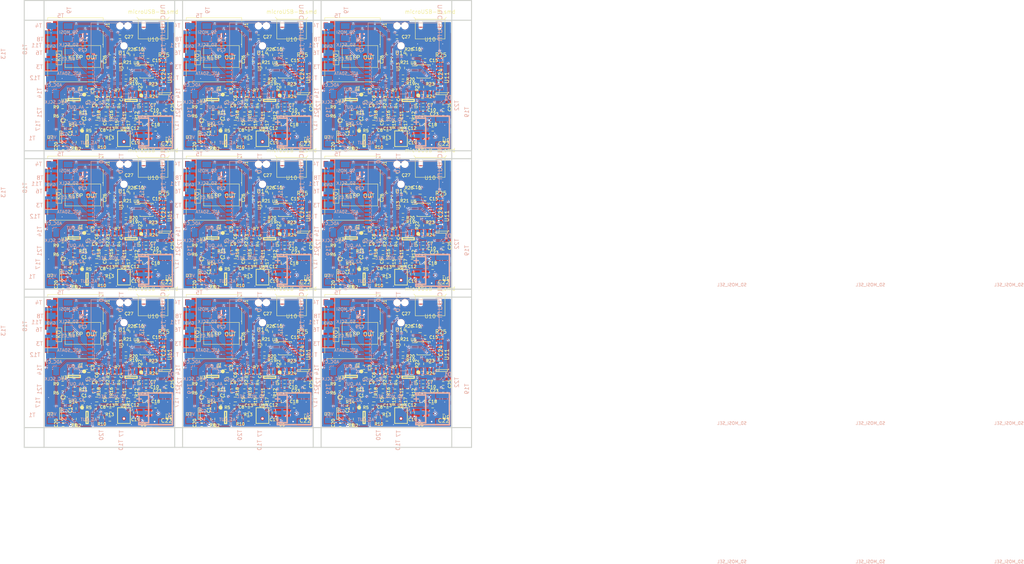
<source format=kicad_pcb>
(kicad_pcb (version 4) (host pcbnew 4.0.2+dfsg1-stable)
  (layers (0 F.Cu signal) (1 In1.Cu signal) (2 In2.Cu signal) (31 B.Cu signal) (34 B.Paste user) (35 F.Paste user) (36 B.SilkS user) (37 F.SilkS user) (38 B.Mask user) (39 F.Mask user) (44 Edge.Cuts user))
  (net 0 "")
  (net 1 "Net-(C1-Pad1)")
  (net 2 MIC_OUT)
  (net 3 "Net-(C2-Pad1)")
  (net 4 AMP2_OUT)
  (net 5 "Net-(C3-Pad1)")
  (net 6 FILT1_OUT)
  (net 7 "Net-(C4-Pad1)")
  (net 8 +3V3)
  (net 9 GND)
  (net 10 "Net-(C11-Pad1)")
  (net 11 "Net-(C11-Pad2)")
  (net 12 FILT2_OUT)
  (net 13 AMP1_OUT)
  (net 14 "Net-(C13-Pad2)")
  (net 15 "Net-(C14-Pad2)")
  (net 16 SD_MISO)
  (net 17 SD_SCLK)
  (net 18 SD_MOSI)
  (net 19 SD_CS)
  (net 20 AMP3_OUT)
  (net 21 "Net-(R2-Pad2)")
  (net 22 Vref)
  (net 23 "Net-(R5-Pad2)")
  (net 24 "Net-(R6-Pad2)")
  (net 25 "Net-(R10-Pad2)")
  (net 26 AMP4_OUT)
  (net 27 "Net-(R11-Pad2)")
  (net 28 "Net-(R15-Pad2)")
  (net 29 "Net-(R19-Pad2)")
  (net 30 COMP1_OUT)
  (net 31 "Net-(R22-Pad2)")
  (net 32 ADC_SCLK)
  (net 33 ADC_CS)
  (net 34 ADC_SDATA)
  (net 35 COMP2_OUT)
  (net 36 /BATT)
  (net 37 /VBUS)
  (net 38 "Net-(D1-Pad1)")
  (net 39 "Net-(D1-Pad2)")
  (net 40 SD_MOSI_2)
  (net 41 SD_MOSI_SEL)
  (net 42 SD_SCLK_2)
  (net 43 SD_DET)
  (module lab11-connectors:PROBEPAD_0805 (layer B.Cu) (at 84.899 115.252 180)
    (fp_text reference T1 (at 5.207 2.667 180) (layer B.SilkS) (effects (justify mirror)))
    (fp_text value PROBEPAD_0805)
    (pad 1 smd rect (at 0.127 1.3335 180) (size 2.3 1.55) (layers B.Cu B.Paste B.Mask) (net 8 +3V3))
  )
  (module lab11-ic:TSOT-5 (layer F.Cu) (at 113.093 110.68)
    (fp_text reference U9 (at 1.27 2.54) (layer F.SilkS))
    (fp_text value ADP160AUJZ-1.2-R7)
    (pad 1 smd rect (at 0 0) (size 0.5 1.2) (layers F.Cu F.Paste F.Mask) (net 36 /BATT))
    (pad 2 smd rect (at 0.95 0) (size 0.5 1.2) (layers F.Cu F.Paste F.Mask) (net 9 GND))
    (pad 3 smd rect (at 1.9 0) (size 0.5 1.2) (layers F.Cu F.Paste F.Mask) (net 36 /BATT))
    (pad 4 smd rect (at 1.9 -2.35) (size 0.5 1.2) (layers F.Cu F.Paste F.Mask))
    (pad 5 smd rect (at 0 -2.35) (size 0.5 1.2) (layers F.Cu F.Paste F.Mask) (net 8 +3V3))
  )
  (module nucleum:NUCLEUM (layer B.Cu) (at 112.573 83.417 270)
    (fp_text reference U1 (at 18.46 8.97 540) (layer B.SilkS) (effects (font (size 0.7239 0.7239) (thickness 0.09144)) (justify right top mirror)))
    (fp_text value nucleum (at 0 0 270) (layer B.SilkS) (effects (justify mirror)))
    (pad 16 smd rect (at 18.06 7.47 270) (size 1.5 0.7) (layers B.Cu B.Paste B.Mask))
    (pad 17 smd rect (at 18.06 10.47 270) (size 1.5 0.7) (layers B.Cu B.Paste B.Mask) (net 40 SD_MOSI_2))
    (pad 15 smd rect (at 18.06 6.47 270) (size 1.5 0.7) (layers B.Cu B.Paste B.Mask))
    (pad 14 smd rect (at 18.06 5.47 270) (size 1.5 0.7) (layers B.Cu B.Paste B.Mask))
    (pad 13 smd rect (at 18.06 4.47 270) (size 1.5 0.7) (layers B.Cu B.Paste B.Mask))
    (pad 12 smd rect (at 18.06 3.47 270) (size 1.5 0.7) (layers B.Cu B.Paste B.Mask))
    (pad 11 smd rect (at 18.06 2.47 270) (size 1.5 0.7) (layers B.Cu B.Paste B.Mask))
    (pad 10 smd rect (at 18.06 1.47 270) (size 1.5 0.7) (layers B.Cu B.Paste B.Mask))
    (pad 18 smd rect (at 18.06 11.47 270) (size 1.5 0.7) (layers B.Cu B.Paste B.Mask))
    (pad 19 smd rect (at 18.06 12.47 270) (size 1.5 0.7) (layers B.Cu B.Paste B.Mask) (net 41 SD_MOSI_SEL))
    (pad 20 smd rect (at 18.06 13.47 270) (size 1.5 0.7) (layers B.Cu B.Paste B.Mask) (net 42 SD_SCLK_2))
    (pad 21 smd rect (at 18.06 14.47 270) (size 1.5 0.7) (layers B.Cu B.Paste B.Mask) (net 16 SD_MISO))
    (pad 22 smd rect (at 18.06 15.47 270) (size 1.5 0.7) (layers B.Cu B.Paste B.Mask))
    (pad 23 smd rect (at 18.06 16.47 270) (size 1.5 0.7) (layers B.Cu B.Paste B.Mask))
    (pad 9 smd rect (at 16.4811 -0.1089 180) (size 1.5 0.754) (layers B.Cu B.Paste B.Mask))
    (pad 24 smd rect (at 16.4811 18.0489 180) (size 1.5 0.7) (layers B.Cu B.Paste B.Mask))
    (pad 8 smd rect (at 15.4811 -0.1089 180) (size 1.5 0.7) (layers B.Cu B.Paste B.Mask) (net 35 COMP2_OUT))
    (pad 7 smd rect (at 14.4811 -0.1089 180) (size 1.5 0.7) (layers B.Cu B.Paste B.Mask) (net 30 COMP1_OUT))
    (pad 6 smd rect (at 13.4811 -0.1089 180) (size 1.5 0.7) (layers B.Cu B.Paste B.Mask) (net 43 SD_DET))
    (pad 5 smd rect (at 12.4811 -0.1089 180) (size 1.5 0.7) (layers B.Cu B.Paste B.Mask))
    (pad 4 smd rect (at 11.4811 -0.1089 180) (size 1.5 0.7) (layers B.Cu B.Paste B.Mask))
    (pad 3 smd rect (at 10.4811 -0.1089 180) (size 1.5 0.7) (layers B.Cu B.Paste B.Mask))
    (pad 2 smd rect (at 9.4811 -0.1089 180) (size 1.5 0.7) (layers B.Cu B.Paste B.Mask))
    (pad 1 smd rect (at 8.4811 -0.1089 180) (size 1.5 0.7) (layers B.Cu B.Paste B.Mask) (net 8 +3V3))
    (pad 25 smd rect (at 15.4811 18.0489 180) (size 1.5 0.7) (layers B.Cu B.Paste B.Mask) (net 32 ADC_SCLK))
    (pad 26 smd rect (at 14.4811 18.0489 180) (size 1.5 0.7) (layers B.Cu B.Paste B.Mask) (net 34 ADC_SDATA))
    (pad 27 smd rect (at 13.4811 18.0489 180) (size 1.5 0.7) (layers B.Cu B.Paste B.Mask) (net 33 ADC_CS))
    (pad 28 smd rect (at 12.4811 18.0489 180) (size 1.5 0.7) (layers B.Cu B.Paste B.Mask) (net 19 SD_CS))
    (pad 29 smd rect (at 11.4811 18.0489 180) (size 1.5 0.7) (layers B.Cu B.Paste B.Mask))
    (pad 30 smd rect (at 10.4811 18.0489 180) (size 1.5 0.7) (layers B.Cu B.Paste B.Mask))
    (pad 31 smd rect (at 9.4811 18.0489 180) (size 1.5 0.7) (layers B.Cu B.Paste B.Mask))
    (pad 32 smd rect (at 8.4811 18.0489 180) (size 1.5 0.7) (layers B.Cu B.Paste B.Mask) (net 9 GND))
    (pad "" np_thru_hole circle (at 0.72 8.66 270) (size 1.6 1.6) (drill 1.6) (layers *.Cu))
    (pad "" np_thru_hole circle (at 0.72 10.66 270) (size 1.6 1.6) (drill 1.6) (layers *.Cu))
    (pad "" np_thru_hole circle (at 5.8 9.64 270) (size 1.6 1.6) (drill 1.6) (layers *.Cu))
  )
  (module lab11-connectors:PROBEPAD_0805 (layer B.Cu) (at 107.1875 104.711 90)
    (fp_text reference T22 (at 0.381 9.8425 90) (layer B.SilkS) (effects (justify mirror)))
    (fp_text value PROBEPAD_0805)
    (pad 1 smd rect (at 0.127 1.3335 90) (size 2.3 1.55) (layers B.Cu B.Paste B.Mask) (net 12 FILT2_OUT))
  )
  (module lab11-connectors:PROBEPAD_0805 (layer B.Cu) (at 98.742 105.981 90)
    (fp_text reference T7 (at -11.303 3.556 90) (layer B.SilkS) (effects (justify mirror)))
    (fp_text value PROBEPAD_0805)
    (pad 1 smd rect (at 0.127 1.3335 90) (size 2.3 1.55) (layers B.Cu B.Paste B.Mask) (net 41 SD_MOSI_SEL))
  )
  (module lab11-connectors:PROBEPAD_0805 (layer B.Cu) (at 94.424 105.727 90)
    (fp_text reference T10 (at -14.478 7.747 90) (layer B.SilkS) (effects (justify mirror)))
    (fp_text value PROBEPAD_0805)
    (pad 1 smd rect (at 0.127 1.3335 90) (size 2.3 1.55) (layers B.Cu B.Paste B.Mask) (net 16 SD_MISO))
  )
  (module Resistors_SMD:R_0402 (layer F.Cu) (at 104.965 91.503 90)
    (fp_text reference R26 (at 1.397 0 180) (layer F.SilkS) (effects (font (size 0.762 0.762))))
    (fp_text value GENERIC_R_0402)
    (pad 1 smd rect (at -0.45 0 90) (size 0.4 0.6) (layers F.Cu F.Paste F.Mask) (net 8 +3V3))
    (pad 2 smd rect (at 0.45 0 90) (size 0.4 0.6) (layers F.Cu F.Paste F.Mask) (net 43 SD_DET))
  )
  (module Capacitors_SMD:C_0402 (layer B.Cu) (at 92.519 88.963)
    (fp_text reference C29 (at 0 1.27) (layer B.SilkS) (effects (font (size 0.762 0.762)) (justify mirror)))
    (fp_text value GENERIC_C_0402)
    (pad 1 smd rect (at -0.55 0) (size 0.6 0.5) (layers B.Cu B.Paste B.Mask) (net 8 +3V3))
    (pad 2 smd rect (at 0.55 0) (size 0.6 0.5) (layers B.Cu B.Paste B.Mask) (net 9 GND))
  )
  (module Capacitors_SMD:C_0402 (layer B.Cu) (at 92.519 86.677)
    (fp_text reference C28 (at 0.127 1.143) (layer B.SilkS) (effects (font (size 0.762 0.762)) (justify mirror)))
    (fp_text value GENERIC_C_0402)
    (pad 1 smd rect (at -0.55 0) (size 0.6 0.5) (layers B.Cu B.Paste B.Mask) (net 8 +3V3))
    (pad 2 smd rect (at 0.55 0) (size 0.6 0.5) (layers B.Cu B.Paste B.Mask) (net 9 GND))
  )
  (module lab11-connectors:PROBEPAD_0805 (layer B.Cu) (at 103.06 104.711 90)
    (fp_text reference T19 (at -1.27 16.51 90) (layer B.SilkS) (effects (justify mirror)))
    (fp_text value PROBEPAD_0805)
    (pad 1 smd rect (at 0.127 1.3335 90) (size 2.3 1.55) (layers B.Cu B.Paste B.Mask) (net 6 FILT1_OUT))
  )
  (module lab11-connectors:PROBEPAD_0805 (layer B.Cu) (at 95.8845 113.982 90)
    (fp_text reference T20 (at -3.683 1.3335 90) (layer B.SilkS) (effects (justify mirror)))
    (fp_text value PROBEPAD_0805)
    (pad 1 smd rect (at 0.127 1.3335 90) (size 2.3 1.55) (layers B.Cu B.Paste B.Mask) (net 13 AMP1_OUT))
  )
  (module lab11-connectors:PROBEPAD_0805 (layer B.Cu) (at 92.2015 102.044 270)
    (fp_text reference T18 (at -11.938 14.2875 270) (layer B.SilkS) (effects (justify mirror)))
    (fp_text value PROBEPAD_0805)
    (pad 1 smd rect (at 0.127 1.3335 270) (size 2.3 1.55) (layers B.Cu B.Paste B.Mask) (net 20 AMP3_OUT))
  )
  (module lab11-connectors:PROBEPAD_0805 (layer B.Cu) (at 89.5345 106.743 90)
    (fp_text reference T21 (at 0.635 -7.9375 90) (layer B.SilkS) (effects (justify mirror)))
    (fp_text value PROBEPAD_0805)
    (pad 1 smd rect (at 0.127 1.3335 90) (size 2.3 1.55) (layers B.Cu B.Paste B.Mask) (net 26 AMP4_OUT))
  )
  (module lab11-connectors:PROBEPAD_0805 (layer B.Cu) (at 89.4075 110.807 90)
    (fp_text reference T17 (at 1.397 -8.1915 90) (layer B.SilkS) (effects (justify mirror)))
    (fp_text value PROBEPAD_0805)
    (pad 1 smd rect (at 0.127 1.3335 90) (size 2.3 1.55) (layers B.Cu B.Paste B.Mask) (net 4 AMP2_OUT))
  )
  (module lab11-connectors:PROBEPAD_0805 (layer B.Cu) (at 88.709 89.344)
    (fp_text reference T11 (at -7.874 -0.254) (layer B.SilkS) (effects (justify mirror)))
    (fp_text value PROBEPAD_0805)
    (pad 1 smd rect (at 0.127 1.3335) (size 2.3 1.55) (layers B.Cu B.Paste B.Mask) (net 19 SD_CS))
  )
  (module lab11-connectors:PROBEPAD_0805 (layer B.Cu) (at 88.963 95.8845 180)
    (fp_text reference T13 (at 16.51 4.6355 270) (layer B.SilkS) (effects (justify mirror)))
    (fp_text value PROBEPAD_0805)
    (pad 1 smd rect (at 0.127 1.3335 180) (size 2.3 1.55) (layers B.Cu B.Paste B.Mask) (net 34 ADC_SDATA))
  )
  (module lab11-connectors:PROBEPAD_0805 (layer B.Cu) (at 84.264 96.202)
    (fp_text reference T12 (at -3.81 1.143) (layer B.SilkS) (effects (justify mirror)))
    (fp_text value PROBEPAD_0805)
    (pad 1 smd rect (at 0.127 1.3335) (size 2.3 1.55) (layers B.Cu B.Paste B.Mask) (net 33 ADC_CS))
  )
  (module lab11-connectors:PROBEPAD_0805 (layer B.Cu) (at 87.1215 101.282 270)
    (fp_text reference T14 (at -0.127 5.5245 270) (layer B.SilkS) (effects (justify mirror)))
    (fp_text value PROBEPAD_0805)
    (pad 1 smd rect (at 0.127 1.3335 270) (size 2.3 1.55) (layers B.Cu B.Paste B.Mask) (net 32 ADC_SCLK))
  )
  (module lab11-connectors:PROBEPAD_0805 (layer B.Cu) (at 88.709 85.915)
    (fp_text reference T9 (at 0.381 -5.715 90) (layer B.SilkS) (effects (justify mirror)))
    (fp_text value PROBEPAD_0805)
    (pad 1 smd rect (at 0.127 1.3335) (size 2.3 1.55) (layers B.Cu B.Paste B.Mask) (net 17 SD_SCLK))
  )
  (module lab11-connectors:PROBEPAD_0805 (layer B.Cu) (at 88.709 82.867)
    (fp_text reference T5 (at -1.778 -1.27) (layer B.SilkS) (effects (justify mirror)))
    (fp_text value PROBEPAD_0805)
    (pad 1 smd rect (at 0.127 1.3335) (size 2.3 1.55) (layers B.Cu B.Paste B.Mask) (net 18 SD_MOSI))
  )
  (module lab11-connectors:PROBEPAD_0805 (layer B.Cu) (at 84.391 93.027)
    (fp_text reference T3 (at -2.794 1.524) (layer B.SilkS) (effects (justify mirror)))
    (fp_text value PROBEPAD_0805)
    (pad 1 smd rect (at 0.127 1.3335) (size 2.3 1.55) (layers B.Cu B.Paste B.Mask) (net 9 GND))
  )
  (module lab11-connectors:PROBEPAD_0805 (layer B.Cu) (at 84.391 89.6615)
    (fp_text reference T6 (at -2.921 1.3335) (layer B.SilkS) (effects (justify mirror)))
    (fp_text value PROBEPAD_0805)
    (pad 1 smd rect (at 0.127 1.3335) (size 2.3 1.55) (layers B.Cu B.Paste B.Mask) (net 9 GND))
  )
  (module lab11-connectors:PROBEPAD_0805 (layer B.Cu) (at 84.391 86.169)
    (fp_text reference T8 (at -2.667 1.397) (layer B.SilkS) (effects (justify mirror)))
    (fp_text value PROBEPAD_0805)
    (pad 1 smd rect (at 0.127 1.3335) (size 2.3 1.55) (layers B.Cu B.Paste B.Mask) (net 9 GND))
  )
  (module lab11-connectors:PROBEPAD_0805 (layer B.Cu) (at 84.518 82.867)
    (fp_text reference T4 (at -3.175 1.27) (layer B.SilkS) (effects (justify mirror)))
    (fp_text value PROBEPAD_0805)
    (pad 1 smd rect (at 0.127 1.3335) (size 2.3 1.55) (layers B.Cu B.Paste B.Mask) (net 9 GND))
  )
  (module lab11-connectors:USB_MICRO_B-HIROSE-ZX62R-B-5P (layer F.Cu) (at 110.299 83.06 180)
    (fp_text reference U10 (at 0 -5.1 180) (layer F.SilkS) (effects (font (size 0.9652 0.9652) (thickness 0.12192)) (justify bottom)))
    (fp_text value microUSB-B_smd (at 0 1.9 180) (layer F.SilkS) (effects (font (size 0.9652 0.9652) (thickness 0.12192)) (justify bottom)))
    (fp_line (start -5.08 0) (end -2.8 0) (layer Edge.Cuts) (width 0))
    (fp_line (start -2.8 0) (end -2.8 -1.499) (layer Edge.Cuts) (width 0))
    (fp_arc (start -2.419 -1.499) (end -2.8 -1.499) (angle 90) (layer Edge.Cuts) (width 0))
    (fp_line (start -2.419 -1.88) (end -2.331 -1.88) (layer Edge.Cuts) (width 0))
    (fp_arc (start -2.331 -1.499) (end -2.331 -1.88) (angle 90) (layer Edge.Cuts) (width 0))
    (fp_line (start -1.95 -1.499) (end -1.95 0) (layer Edge.Cuts) (width 0))
    (fp_line (start -1.95 0) (end 1.95 0) (layer Edge.Cuts) (width 0))
    (fp_line (start 1.95 0) (end 1.95 -1.499) (layer Edge.Cuts) (width 0))
    (fp_arc (start 2.331 -1.499) (end 1.95 -1.499) (angle 90) (layer Edge.Cuts) (width 0))
    (fp_line (start 2.331 -1.88) (end 2.419 -1.88) (layer Edge.Cuts) (width 0))
    (fp_arc (start 2.419 -1.499) (end 2.419 -1.88) (angle 90) (layer Edge.Cuts) (width 0))
    (fp_line (start 2.8 -1.499) (end 2.8 0) (layer Edge.Cuts) (width 0))
    (fp_line (start 2.8 0) (end 5.08 0) (layer Edge.Cuts) (width 0))
    (pad 1 smd rect (at 1.3 -4.125 180) (size 0.4 1.35) (layers F.Cu F.Paste F.Mask) (net 37 /VBUS))
    (pad 2 smd rect (at 0.65 -4.125 180) (size 0.4 1.35) (layers F.Cu F.Paste F.Mask))
    (pad 3 smd rect (at 0 -4.125 180) (size 0.4 1.35) (layers F.Cu F.Paste F.Mask))
    (pad 4 smd rect (at -0.65 -4.125 180) (size 0.4 1.35) (layers F.Cu F.Paste F.Mask))
    (pad 5 smd rect (at -1.3 -4.125 180) (size 0.4 1.35) (layers F.Cu F.Paste F.Mask) (net 9 GND))
    (pad 6 smd rect (at 3.1 -3.8 180) (size 2.1 2) (layers F.Cu F.Paste F.Mask) (net 9 GND))
    (pad 6 smd rect (at -3.1 -3.8 180) (size 2.1 2) (layers F.Cu F.Paste F.Mask) (net 9 GND))
    (pad 6 smd rect (at -4.1 -1.45 180) (size 1.6 1.9) (layers F.Cu F.Paste F.Mask) (net 9 GND))
    (pad 6 smd rect (at -0.85 -1.45 180) (size 1.2 1.9) (layers F.Cu F.Paste F.Mask) (net 9 GND))
    (pad 6 smd rect (at 0.85 -1.45 180) (size 1.2 1.9) (layers F.Cu F.Paste F.Mask) (net 9 GND))
    (pad 6 smd rect (at 4.1 -1.45 180) (size 1.6 1.9) (layers F.Cu F.Paste F.Mask) (net 9 GND))
  )
  (module TO_SOT_Packages_SMD:SC-70-6 (layer F.Cu) (at 100.52 89.725)
    (fp_text reference U14 (at 2.413 1.27 180) (layer F.SilkS))
    (fp_text value SN74AUP1T157)
    (pad 1 smd rect (at -0.65024 0.94996) (size 0.39878 0.7493) (layers F.Cu F.Paste F.Mask) (net 34 ADC_SDATA))
    (pad 2 smd rect (at 0 0.94996) (size 0.39878 0.7493) (layers F.Cu F.Paste F.Mask) (net 9 GND))
    (pad 3 smd rect (at 0.65024 0.94996) (size 0.39878 0.7493) (layers F.Cu F.Paste F.Mask) (net 40 SD_MOSI_2))
    (pad 4 smd rect (at 0.65024 -0.94996) (size 0.39878 0.7493) (layers F.Cu F.Paste F.Mask) (net 41 SD_MOSI_SEL))
    (pad 5 smd rect (at 0 -0.94996) (size 0.39878 0.7493) (layers F.Cu F.Paste F.Mask) (net 8 +3V3))
    (pad 6 smd rect (at -0.65024 -0.94996) (size 0.39878 0.7493) (layers F.Cu F.Paste F.Mask) (net 18 SD_MOSI))
  )
  (module TO_SOT_Packages_SMD:SC-70-6 (layer F.Cu) (at 100.52 95.694)
    (fp_text reference U13 (at 1.651 -1.143 90) (layer F.SilkS) (effects (font (size 0.762 0.762))))
    (fp_text value SN74AUP1T157)
    (pad 1 smd rect (at -0.65024 0.94996) (size 0.39878 0.7493) (layers F.Cu F.Paste F.Mask) (net 32 ADC_SCLK))
    (pad 2 smd rect (at 0 0.94996) (size 0.39878 0.7493) (layers F.Cu F.Paste F.Mask) (net 9 GND))
    (pad 3 smd rect (at 0.65024 0.94996) (size 0.39878 0.7493) (layers F.Cu F.Paste F.Mask) (net 42 SD_SCLK_2))
    (pad 4 smd rect (at 0.65024 -0.94996) (size 0.39878 0.7493) (layers F.Cu F.Paste F.Mask) (net 41 SD_MOSI_SEL))
    (pad 5 smd rect (at 0 -0.94996) (size 0.39878 0.7493) (layers F.Cu F.Paste F.Mask) (net 8 +3V3))
    (pad 6 smd rect (at -0.65024 -0.94996) (size 0.39878 0.7493) (layers F.Cu F.Paste F.Mask) (net 17 SD_SCLK))
  )
  (module Capacitors_SMD:C_0402 (layer F.Cu) (at 101.917 86.931)
    (fp_text reference C27 (at 2.286 0) (layer F.SilkS) (effects (font (size 0.762 0.762))))
    (fp_text value C_0.1u_0402_10V_10%_JB)
    (pad 1 smd rect (at -0.55 0) (size 0.6 0.5) (layers F.Cu F.Paste F.Mask) (net 8 +3V3))
    (pad 2 smd rect (at 0.55 0) (size 0.6 0.5) (layers F.Cu F.Paste F.Mask) (net 9 GND))
  )
  (module Capacitors_SMD:C_0402 (layer F.Cu) (at 100.52 92.646)
    (fp_text reference C26 (at -2.413 0 270) (layer F.SilkS) (effects (font (size 0.762 0.762))))
    (fp_text value C_0.1u_0402_10V_10%_JB)
    (pad 1 smd rect (at -0.55 0) (size 0.6 0.5) (layers F.Cu F.Paste F.Mask) (net 8 +3V3))
    (pad 2 smd rect (at 0.55 0) (size 0.6 0.5) (layers F.Cu F.Paste F.Mask) (net 9 GND))
  )
  (module TO_SOT_Packages_SMD:SOT-23-5 (layer F.Cu) (at 113.22 101.325 270)
    (fp_text reference U11 (at -4.064 -1.313 270) (layer F.SilkS))
    (fp_text value MAX1555)
    (pad 1 smd rect (at -1.1 -0.95 270) (size 1.06 0.65) (layers F.Cu F.Paste F.Mask) (net 37 /VBUS))
    (pad 2 smd rect (at -1.1 0 270) (size 1.06 0.65) (layers F.Cu F.Paste F.Mask) (net 9 GND))
    (pad 3 smd rect (at -1.1 0.95 270) (size 1.06 0.65) (layers F.Cu F.Paste F.Mask) (net 39 "Net-(D1-Pad2)"))
    (pad 4 smd rect (at 1.1 0.95 270) (size 1.06 0.65) (layers F.Cu F.Paste F.Mask))
    (pad 5 smd rect (at 1.1 -0.95 270) (size 1.06 0.65) (layers F.Cu F.Paste F.Mask) (net 36 /BATT))
  )
  (module Resistors_SMD:R_0402 (layer F.Cu) (at 113.474 92.773 180)
    (fp_text reference R25 (at 0.45 1.27 180) (layer F.SilkS))
    (fp_text value GENERIC_R_0402)
    (pad 1 smd rect (at -0.45 0 180) (size 0.4 0.6) (layers F.Cu F.Paste F.Mask) (net 38 "Net-(D1-Pad1)"))
    (pad 2 smd rect (at 0.45 0 180) (size 0.4 0.6) (layers F.Cu F.Paste F.Mask) (net 37 /VBUS))
  )
  (module Capacitors_SMD:C_0402 (layer B.Cu) (at 114.448 103.441 180)
    (fp_text reference D1 (at -0.296 1.143 180) (layer B.SilkS) (effects (justify mirror)))
    (fp_text value LED_GREEN_0402_20mA)
    (pad 1 smd rect (at -0.55 0 180) (size 0.6 0.5) (layers B.Cu B.Paste B.Mask) (net 38 "Net-(D1-Pad1)"))
    (pad 2 smd rect (at 0.55 0 180) (size 0.6 0.5) (layers B.Cu B.Paste B.Mask) (net 39 "Net-(D1-Pad2)"))
  )
  (module Capacitors_SMD:C_0402 (layer F.Cu) (at 113.601 104.584)
    (fp_text reference C25 (at 1.651 0.127 90) (layer F.SilkS) (effects (font (size 0.762 0.762))))
    (fp_text value GENERIC_C_0402)
    (pad 1 smd rect (at -0.55 0) (size 0.6 0.5) (layers F.Cu F.Paste F.Mask) (net 36 /BATT))
    (pad 2 smd rect (at 0.55 0) (size 0.6 0.5) (layers F.Cu F.Paste F.Mask) (net 9 GND))
  )
  (module lab11-connectors:CONN_JST-2_SMD_SIDE (layer B.Cu) (at 115.17326 111.01528 270)
    (fp_text reference J2 (at -0.01 10.35 270) (layer B.SilkS) (effects (font (size 0.762 0.762) (thickness 0.127)) (justify mirror)))
    (fp_text value JST_2_CONN_SIDE)
    (fp_text user - (at 2.49936 8.49884 270) (layer B.SilkS) (effects (font (thickness 0.3048)) (justify mirror)))
    (fp_text user + (at -2.49936 8.49884 270) (layer B.SilkS) (effects (font (thickness 0.3048)) (justify mirror)))
    (pad "" smd rect (at -3.34772 1.69926 270) (size 1.4986 3.39598) (layers B.Cu B.Paste B.Mask))
    (pad 1 smd rect (at -0.99822 7.24916 270) (size 0.99568 3.49758) (layers B.Cu B.Paste B.Mask) (net 36 /BATT))
    (pad 2 smd rect (at 0.99822 7.24916 270) (size 0.99568 3.49758) (layers B.Cu B.Paste B.Mask) (net 9 GND))
    (pad "" smd rect (at 3.34772 1.69926 270) (size 1.4986 3.39598) (layers B.Cu B.Paste B.Mask))
  )
  (module Capacitors_SMD:C_0402 (layer F.Cu) (at 113.601 106.362)
    (fp_text reference C23 (at -2.286 0.127) (layer F.SilkS) (effects (font (size 0.762 0.762))))
    (fp_text value C_0.1u_0402_10V_10%_JB)
    (pad 1 smd rect (at -0.55 0) (size 0.6 0.5) (layers F.Cu F.Paste F.Mask) (net 8 +3V3))
    (pad 2 smd rect (at 0.55 0) (size 0.6 0.5) (layers F.Cu F.Paste F.Mask) (net 9 GND))
  )
  (module Capacitors_SMD:C_0402 (layer F.Cu) (at 113.728 112.839)
    (fp_text reference C22 (at 0 1.143) (layer F.SilkS))
    (fp_text value C_0.1u_0402_10V_10%_JB)
    (pad 1 smd rect (at -0.55 0) (size 0.6 0.5) (layers F.Cu F.Paste F.Mask) (net 36 /BATT))
    (pad 2 smd rect (at 0.55 0) (size 0.6 0.5) (layers F.Cu F.Paste F.Mask) (net 9 GND))
  )
  (module lab11-microphones:SPU0410LR5H-QB (layer F.Cu) (at 102.934 113.475)
    (fp_text reference U8 (at -0.128 -3.303) (layer F.SilkS) (effects (font (size 0.762 0.762))))
    (fp_text value SPU0410LR5H-QB)
    (pad 1 smd circle (at -0.966 -2.103) (size 0.723 0.723) (layers F.Cu F.Paste F.Mask) (net 2 MIC_OUT))
    (pad 2 smd circle (at -1.015 0.634) (size 0.562 0.562) (layers F.Cu F.Paste F.Mask) (net 9 GND))
    (pad 3 smd circle (at 1.015 0.634) (size 0.562 0.562) (layers F.Cu F.Paste F.Mask) (net 9 GND))
    (pad 4 smd circle (at 0.966 -2.103) (size 0.723 0.723) (layers F.Cu F.Paste F.Mask) (net 8 +3V3))
    (pad 5 smd circle (at 0 -2.103) (size 0.512 0.512) (layers F.Cu F.Paste F.Mask) (net 9 GND))
    (pad 6 smd circle (at 0 0) (size 1.224 1.224) (layers F.Cu F.Paste F.Mask) (net 9 GND))
    (pad "" np_thru_hole circle (at 0 0) (size 0.61 0.61) (drill 0.61) (layers *.Cu))
  )
  (module TO_SOT_Packages_SMD:SOT-23-6 (layer F.Cu) (at 86.931 112.204 180)
    (fp_text reference U7 (at 2.667 -0.127 180) (layer F.SilkS) (effects (font (size 0.762 0.762))))
    (fp_text value AD7680)
    (pad 1 smd rect (at -1.1 -0.95 180) (size 1.06 0.65) (layers F.Cu F.Paste F.Mask) (net 8 +3V3))
    (pad 2 smd rect (at -1.1 0 180) (size 1.06 0.65) (layers F.Cu F.Paste F.Mask) (net 9 GND))
    (pad 3 smd rect (at -1.1 0.95 180) (size 1.06 0.65) (layers F.Cu F.Paste F.Mask) (net 4 AMP2_OUT))
    (pad 4 smd rect (at 1.1 0.95 180) (size 1.06 0.65) (layers F.Cu F.Paste F.Mask) (net 32 ADC_SCLK))
    (pad 6 smd rect (at 1.1 -0.95 180) (size 1.06 0.65) (layers F.Cu F.Paste F.Mask) (net 33 ADC_CS))
    (pad 5 smd rect (at 1.1 0 180) (size 1.06 0.65) (layers F.Cu F.Paste F.Mask) (net 34 ADC_SDATA))
  )
  (module lab11-ic:ISL60002 (layer F.Cu) (at 110.36 112.213 180)
    (fp_text reference U6 (at 2.474 -2.785 180) (layer F.SilkS) (effects (font (size 0.762 0.762))))
    (fp_text value ISL60002CIH312Z-TK)
    (pad 1 smd rect (at 0 0 180) (size 0.6 1.25) (layers F.Cu F.Paste F.Mask) (net 8 +3V3))
    (pad 2 smd rect (at 1.9 0 180) (size 0.6 1.25) (layers F.Cu F.Paste F.Mask) (net 22 Vref))
    (pad 3 smd rect (at 0.95 -2.15 180) (size 0.6 1.25) (layers F.Cu F.Paste F.Mask) (net 9 GND))
  )
  (module Housings_SSOP:MSOP-8_3x3mm_Pitch0.65mm (layer F.Cu) (at 108.648 95.694)
    (fp_text reference U5 (at -2.54 -2.159) (layer F.SilkS) (effects (font (size 0.762 0.762))))
    (fp_text value TS882)
    (pad 1 smd rect (at -2.2 -0.975) (size 1.45 0.45) (layers F.Cu F.Paste F.Mask) (net 30 COMP1_OUT))
    (pad 2 smd rect (at -2.2 -0.325) (size 1.45 0.45) (layers F.Cu F.Paste F.Mask) (net 22 Vref))
    (pad 3 smd rect (at -2.2 0.325) (size 1.45 0.45) (layers F.Cu F.Paste F.Mask) (net 29 "Net-(R19-Pad2)"))
    (pad 4 smd rect (at -2.2 0.975) (size 1.45 0.45) (layers F.Cu F.Paste F.Mask) (net 8 +3V3))
    (pad 5 smd rect (at 2.2 0.975) (size 1.45 0.45) (layers F.Cu F.Paste F.Mask) (net 31 "Net-(R22-Pad2)"))
    (pad 6 smd rect (at 2.2 0.325) (size 1.45 0.45) (layers F.Cu F.Paste F.Mask) (net 22 Vref))
    (pad 7 smd rect (at 2.2 -0.325) (size 1.45 0.45) (layers F.Cu F.Paste F.Mask) (net 35 COMP2_OUT))
    (pad 8 smd rect (at 2.2 -0.975) (size 1.45 0.45) (layers F.Cu F.Paste F.Mask) (net 9 GND))
  )
  (module lab11-ic:SOT-23-8 (layer F.Cu) (at 105.757 101.74 180)
    (fp_text reference U4 (at -0.986 -2.59 270) (layer F.SilkS) (effects (font (size 0.762 0.762))))
    (fp_text value MAX9912)
    (pad 1 smd rect (at 0 0 180) (size 0.48 0.99) (layers F.Cu F.Paste F.Mask) (net 6 FILT1_OUT))
    (pad 2 smd rect (at 0.65 0 180) (size 0.48 0.99) (layers F.Cu F.Paste F.Mask) (net 7 "Net-(C4-Pad1)"))
    (pad 3 smd rect (at 1.3 0 180) (size 0.48 0.99) (layers F.Cu F.Paste F.Mask) (net 22 Vref))
    (pad 4 smd rect (at 1.95 0 180) (size 0.48 0.99) (layers F.Cu F.Paste F.Mask) (net 9 GND))
    (pad 5 smd rect (at 1.95 -2.59 180) (size 0.48 0.99) (layers F.Cu F.Paste F.Mask) (net 22 Vref))
    (pad 6 smd rect (at 1.3 -2.59 180) (size 0.48 0.99) (layers F.Cu F.Paste F.Mask) (net 11 "Net-(C11-Pad2)"))
    (pad 7 smd rect (at 0.65 -2.59 180) (size 0.48 0.99) (layers F.Cu F.Paste F.Mask) (net 12 FILT2_OUT))
    (pad 8 smd rect (at 0 -2.59 180) (size 0.48 0.99) (layers F.Cu F.Paste F.Mask) (net 8 +3V3))
  )
  (module lab11-ic:SOT-23-8 (layer F.Cu) (at 91.391 101.536 180)
    (fp_text reference U3 (at 3.571 -1.524 360) (layer F.SilkS) (effects (font (size 0.762 0.762))))
    (fp_text value MIC863)
    (pad 1 smd rect (at 0 0 180) (size 0.48 0.99) (layers F.Cu F.Paste F.Mask) (net 20 AMP3_OUT))
    (pad 2 smd rect (at 0.65 0 180) (size 0.48 0.99) (layers F.Cu F.Paste F.Mask) (net 24 "Net-(R6-Pad2)"))
    (pad 3 smd rect (at 1.3 0 180) (size 0.48 0.99) (layers F.Cu F.Paste F.Mask) (net 22 Vref))
    (pad 4 smd rect (at 1.95 0 180) (size 0.48 0.99) (layers F.Cu F.Paste F.Mask) (net 9 GND))
    (pad 5 smd rect (at 1.95 -2.59 180) (size 0.48 0.99) (layers F.Cu F.Paste F.Mask) (net 22 Vref))
    (pad 6 smd rect (at 1.3 -2.59 180) (size 0.48 0.99) (layers F.Cu F.Paste F.Mask) (net 27 "Net-(R11-Pad2)"))
    (pad 7 smd rect (at 0.65 -2.59 180) (size 0.48 0.99) (layers F.Cu F.Paste F.Mask) (net 26 AMP4_OUT))
    (pad 8 smd rect (at 0 -2.59 180) (size 0.48 0.99) (layers F.Cu F.Paste F.Mask) (net 8 +3V3))
  )
  (module lab11-ic:SOT-23-8 (layer F.Cu) (at 92.342 112.189 270)
    (fp_text reference U2 (at 3.063 0.966 360) (layer F.SilkS) (effects (font (size 0.762 0.762))))
    (fp_text value MIC863)
    (pad 1 smd rect (at 0 0 270) (size 0.48 0.99) (layers F.Cu F.Paste F.Mask) (net 4 AMP2_OUT))
    (pad 2 smd rect (at 0.65 0 270) (size 0.48 0.99) (layers F.Cu F.Paste F.Mask) (net 23 "Net-(R5-Pad2)"))
    (pad 3 smd rect (at 1.3 0 270) (size 0.48 0.99) (layers F.Cu F.Paste F.Mask) (net 22 Vref))
    (pad 4 smd rect (at 1.95 0 270) (size 0.48 0.99) (layers F.Cu F.Paste F.Mask) (net 9 GND))
    (pad 5 smd rect (at 1.95 -2.59 270) (size 0.48 0.99) (layers F.Cu F.Paste F.Mask) (net 22 Vref))
    (pad 6 smd rect (at 1.3 -2.59 270) (size 0.48 0.99) (layers F.Cu F.Paste F.Mask) (net 25 "Net-(R10-Pad2)"))
    (pad 7 smd rect (at 0.65 -2.59 270) (size 0.48 0.99) (layers F.Cu F.Paste F.Mask) (net 13 AMP1_OUT))
    (pad 8 smd rect (at 0 -2.59 270) (size 0.48 0.99) (layers F.Cu F.Paste F.Mask) (net 8 +3V3))
  )
  (module Resistors_SMD:R_0402 (layer F.Cu) (at 108.394 102.044 180)
    (fp_text reference R24 (at -2.032 0 180) (layer F.SilkS) (effects (font (size 0.762 0.762))))
    (fp_text value GENERIC_R_0402)
    (pad 1 smd rect (at -0.45 0 180) (size 0.4 0.6) (layers F.Cu F.Paste F.Mask) (net 31 "Net-(R22-Pad2)"))
    (pad 2 smd rect (at 0.45 0 180) (size 0.4 0.6) (layers F.Cu F.Paste F.Mask) (net 12 FILT2_OUT))
  )
  (module Resistors_SMD:R_0402 (layer F.Cu) (at 110.299 100.012 180)
    (fp_text reference R23 (at 0 1.143 180) (layer F.SilkS) (effects (font (size 0.762 0.762))))
    (fp_text value GENERIC_R_0402)
    (pad 1 smd rect (at -0.45 0 180) (size 0.4 0.6) (layers F.Cu F.Paste F.Mask) (net 9 GND))
    (pad 2 smd rect (at 0.45 0 180) (size 0.4 0.6) (layers F.Cu F.Paste F.Mask) (net 31 "Net-(R22-Pad2)"))
  )
  (module Resistors_SMD:R_0402 (layer F.Cu) (at 108.14 99.631 270)
    (fp_text reference R22 (at 0 1.143 270) (layer F.SilkS) (effects (font (size 0.762 0.762))))
    (fp_text value GENERIC_R_0402)
    (pad 1 smd rect (at -0.45 0 270) (size 0.4 0.6) (layers F.Cu F.Paste F.Mask) (net 35 COMP2_OUT))
    (pad 2 smd rect (at 0.45 0 270) (size 0.4 0.6) (layers F.Cu F.Paste F.Mask) (net 31 "Net-(R22-Pad2)"))
  )
  (module Resistors_SMD:R_0402 (layer F.Cu) (at 103.314 94.805 90)
    (fp_text reference R21 (at 1.397 0.508 360) (layer F.SilkS) (effects (font (size 0.762 0.762))))
    (fp_text value GENERIC_R_0402)
    (pad 1 smd rect (at -0.45 0 90) (size 0.4 0.6) (layers F.Cu F.Paste F.Mask) (net 29 "Net-(R19-Pad2)"))
    (pad 2 smd rect (at 0.45 0 90) (size 0.4 0.6) (layers F.Cu F.Paste F.Mask) (net 30 COMP1_OUT))
  )
  (module Resistors_SMD:R_0402 (layer F.Cu) (at 103.441 97.091 180)
    (fp_text reference R20 (at -1.905 -0.635 360) (layer F.SilkS) (effects (font (size 0.762 0.762))))
    (fp_text value GENERIC_R_0402)
    (pad 1 smd rect (at -0.45 0 180) (size 0.4 0.6) (layers F.Cu F.Paste F.Mask) (net 29 "Net-(R19-Pad2)"))
    (pad 2 smd rect (at 0.45 0 180) (size 0.4 0.6) (layers F.Cu F.Paste F.Mask) (net 9 GND))
  )
  (module Resistors_SMD:R_0402 (layer F.Cu) (at 103.383 98.742)
    (fp_text reference R19 (at 1.963 0) (layer F.SilkS) (effects (font (size 0.762 0.762))))
    (fp_text value GENERIC_R_0402)
    (pad 1 smd rect (at -0.45 0) (size 0.4 0.6) (layers F.Cu F.Paste F.Mask) (net 6 FILT1_OUT))
    (pad 2 smd rect (at 0.45 0) (size 0.4 0.6) (layers F.Cu F.Paste F.Mask) (net 29 "Net-(R19-Pad2)"))
  )
  (module Resistors_SMD:R_0402 (layer F.Cu) (at 95.186 106.489 180)
    (fp_text reference R18 (at -1.397 -0.127 450) (layer F.SilkS) (effects (font (size 0.762 0.762))))
    (fp_text value GENERIC_R_0402)
    (pad 1 smd rect (at -0.45 0 180) (size 0.4 0.6) (layers F.Cu F.Paste F.Mask) (net 10 "Net-(C11-Pad1)"))
    (pad 2 smd rect (at 0.45 0 180) (size 0.4 0.6) (layers F.Cu F.Paste F.Mask) (net 26 AMP4_OUT))
  )
  (module Resistors_SMD:R_0402 (layer F.Cu) (at 102.621 108.648)
    (fp_text reference R17 (at 1.455 0.508 90) (layer F.SilkS) (effects (font (size 0.762 0.762))))
    (fp_text value GENERIC_R_0402)
    (pad 1 smd rect (at -0.45 0) (size 0.4 0.6) (layers F.Cu F.Paste F.Mask) (net 28 "Net-(R15-Pad2)"))
    (pad 2 smd rect (at 0.45 0) (size 0.4 0.6) (layers F.Cu F.Paste F.Mask) (net 22 Vref))
  )
  (module Resistors_SMD:R_0402 (layer F.Cu) (at 98.361 106.489)
    (fp_text reference R16 (at 1.397 0.127 270) (layer F.SilkS) (effects (font (size 0.762 0.762))))
    (fp_text value GENERIC_R_0402)
    (pad 1 smd rect (at -0.45 0) (size 0.4 0.6) (layers F.Cu F.Paste F.Mask) (net 10 "Net-(C11-Pad1)"))
    (pad 2 smd rect (at 0.45 0) (size 0.4 0.6) (layers F.Cu F.Paste F.Mask) (net 28 "Net-(R15-Pad2)"))
  )
  (module Resistors_SMD:R_0402 (layer F.Cu) (at 99.631 108.648)
    (fp_text reference R15 (at 1.524 0.508 270) (layer F.SilkS) (effects (font (size 0.762 0.762))))
    (fp_text value GENERIC_R_0402)
    (pad 1 smd rect (at -0.45 0) (size 0.4 0.6) (layers F.Cu F.Paste F.Mask) (net 9 GND))
    (pad 2 smd rect (at 0.45 0) (size 0.4 0.6) (layers F.Cu F.Paste F.Mask) (net 28 "Net-(R15-Pad2)"))
  )
  (module Resistors_SMD:R_0402 (layer F.Cu) (at 99.377 113.601)
    (fp_text reference R13 (at -0.058 -1.143) (layer F.SilkS) (effects (font (size 0.762 0.762))))
    (fp_text value GENERIC_R_0402)
    (pad 1 smd rect (at -0.45 0) (size 0.4 0.6) (layers F.Cu F.Paste F.Mask) (net 25 "Net-(R10-Pad2)"))
    (pad 2 smd rect (at 0.45 0) (size 0.4 0.6) (layers F.Cu F.Paste F.Mask) (net 14 "Net-(C13-Pad2)"))
  )
  (module Resistors_SMD:R_0402 (layer F.Cu) (at 104.584 106.489)
    (fp_text reference R12 (at 1.524 0.381 90) (layer F.SilkS) (effects (font (size 0.762 0.762))))
    (fp_text value GENERIC_R_0402)
    (pad 1 smd rect (at -0.45 0) (size 0.4 0.6) (layers F.Cu F.Paste F.Mask) (net 11 "Net-(C11-Pad2)"))
    (pad 2 smd rect (at 0.45 0) (size 0.4 0.6) (layers F.Cu F.Paste F.Mask) (net 12 FILT2_OUT))
  )
  (module Resistors_SMD:R_0402 (layer F.Cu) (at 90.487 106.108 180)
    (fp_text reference R11 (at -2.159 0 180) (layer F.SilkS) (effects (font (size 0.762 0.762))))
    (fp_text value GENERIC_R_0402)
    (pad 1 smd rect (at -0.45 0 180) (size 0.4 0.6) (layers F.Cu F.Paste F.Mask) (net 26 AMP4_OUT))
    (pad 2 smd rect (at 0.45 0 180) (size 0.4 0.6) (layers F.Cu F.Paste F.Mask) (net 27 "Net-(R11-Pad2)"))
  )
  (module Resistors_SMD:R_0402 (layer F.Cu) (at 97.218 113.22 270)
    (fp_text reference R10 (at 1.651 -0.127 540) (layer F.SilkS) (effects (font (size 0.762 0.762))))
    (fp_text value GENERIC_R_0402)
    (pad 1 smd rect (at -0.45 0 270) (size 0.4 0.6) (layers F.Cu F.Paste F.Mask) (net 13 AMP1_OUT))
    (pad 2 smd rect (at 0.45 0 270) (size 0.4 0.6) (layers F.Cu F.Paste F.Mask) (net 25 "Net-(R10-Pad2)"))
  )
  (module Resistors_SMD:R_0402 (layer F.Cu) (at 87.439 104.584)
    (fp_text reference R9 (at -1.651 0.127) (layer F.SilkS) (effects (font (size 0.762 0.762))))
    (fp_text value GENERIC_R_0402)
    (pad 1 smd rect (at -0.45 0) (size 0.4 0.6) (layers F.Cu F.Paste F.Mask) (net 24 "Net-(R6-Pad2)"))
    (pad 2 smd rect (at 0.45 0) (size 0.4 0.6) (layers F.Cu F.Paste F.Mask) (net 20 AMP3_OUT))
  )
  (module Resistors_SMD:R_0402 (layer F.Cu) (at 99.377 100.52)
    (fp_text reference R7 (at 1.905 0 180) (layer F.SilkS) (effects (font (size 0.762 0.762))))
    (fp_text value GENERIC_R_0402)
    (pad 1 smd rect (at -0.45 0) (size 0.4 0.6) (layers F.Cu F.Paste F.Mask) (net 6 FILT1_OUT))
    (pad 2 smd rect (at 0.45 0) (size 0.4 0.6) (layers F.Cu F.Paste F.Mask) (net 7 "Net-(C4-Pad1)"))
  )
  (module Resistors_SMD:R_0402 (layer F.Cu) (at 87.439 106.997)
    (fp_text reference R6 (at -1.651 0 180) (layer F.SilkS) (effects (font (size 0.762 0.762))))
    (fp_text value GENERIC_R_0402)
    (pad 1 smd rect (at -0.45 0) (size 0.4 0.6) (layers F.Cu F.Paste F.Mask) (net 3 "Net-(C2-Pad1)"))
    (pad 2 smd rect (at 0.45 0) (size 0.4 0.6) (layers F.Cu F.Paste F.Mask) (net 24 "Net-(R6-Pad2)"))
  )
  (module Resistors_SMD:R_0402 (layer F.Cu) (at 92.45 110.553)
    (fp_text reference R5 (at 1.593 0.127) (layer F.SilkS) (effects (font (size 0.762 0.762))))
    (fp_text value GENERIC_R_0402)
    (pad 1 smd rect (at -0.45 0) (size 0.4 0.6) (layers F.Cu F.Paste F.Mask) (net 1 "Net-(C1-Pad1)"))
    (pad 2 smd rect (at 0.45 0) (size 0.4 0.6) (layers F.Cu F.Paste F.Mask) (net 23 "Net-(R5-Pad2)"))
  )
  (module Resistors_SMD:R_0402 (layer F.Cu) (at 100.266 104.33)
    (fp_text reference R4 (at 1.466 0 90) (layer F.SilkS) (effects (font (size 0.762 0.762))))
    (fp_text value GENERIC_R_0402)
    (pad 1 smd rect (at -0.45 0) (size 0.4 0.6) (layers F.Cu F.Paste F.Mask) (net 21 "Net-(R2-Pad2)"))
    (pad 2 smd rect (at 0.45 0) (size 0.4 0.6) (layers F.Cu F.Paste F.Mask) (net 22 Vref))
  )
  (module Resistors_SMD:R_0402 (layer F.Cu) (at 97.657 102.552)
    (fp_text reference R3 (at 1.339 0 90) (layer F.SilkS) (effects (font (size 0.762 0.762))))
    (fp_text value GENERIC_R_0402)
    (pad 1 smd rect (at -0.45 0) (size 0.4 0.6) (layers F.Cu F.Paste F.Mask) (net 5 "Net-(C3-Pad1)"))
    (pad 2 smd rect (at 0.45 0) (size 0.4 0.6) (layers F.Cu F.Paste F.Mask) (net 21 "Net-(R2-Pad2)"))
  )
  (module Resistors_SMD:R_0402 (layer F.Cu) (at 97.345 104.33)
    (fp_text reference R2 (at 1.524 0 90) (layer F.SilkS) (effects (font (size 0.762 0.762))))
    (fp_text value GENERIC_R_0402)
    (pad 1 smd rect (at -0.45 0) (size 0.4 0.6) (layers F.Cu F.Paste F.Mask) (net 9 GND))
    (pad 2 smd rect (at 0.45 0) (size 0.4 0.6) (layers F.Cu F.Paste F.Mask) (net 21 "Net-(R2-Pad2)"))
  )
  (module Resistors_SMD:R_0402 (layer F.Cu) (at 93.535 100.52)
    (fp_text reference R1 (at -1.524 -0.508 90) (layer F.SilkS) (effects (font (size 0.762 0.762))))
    (fp_text value GENERIC_R_0402)
    (pad 1 smd rect (at -0.45 0) (size 0.4 0.6) (layers F.Cu F.Paste F.Mask) (net 20 AMP3_OUT))
    (pad 2 smd rect (at 0.45 0) (size 0.4 0.6) (layers F.Cu F.Paste F.Mask) (net 5 "Net-(C3-Pad1)"))
  )
  (module Capacitors_SMD:C_0603 (layer B.Cu) (at 87.693 113.474 90)
    (fp_text reference C21 (at 1.905 0 180) (layer B.SilkS) (effects (font (size 0.762 0.762)) (justify mirror)))
    (fp_text value C_10u_0603_10V_tantalum)
    (pad 1 smd rect (at -0.75 0 90) (size 0.8 0.75) (layers B.Cu B.Paste B.Mask) (net 8 +3V3))
    (pad 2 smd rect (at 0.75 0 90) (size 0.8 0.75) (layers B.Cu B.Paste B.Mask) (net 9 GND))
  )
  (module Capacitors_SMD:C_0402 (layer F.Cu) (at 87.566 114.998 180)
    (fp_text reference C20 (at 1.778 0.381 450) (layer F.SilkS) (effects (font (size 0.762 0.762))))
    (fp_text value C_0.1u_0402_10V_10%_JB)
    (pad 1 smd rect (at -0.55 0 180) (size 0.6 0.5) (layers F.Cu F.Paste F.Mask) (net 8 +3V3))
    (pad 2 smd rect (at 0.55 0 180) (size 0.6 0.5) (layers F.Cu F.Paste F.Mask) (net 9 GND))
  )
  (module Capacitors_SMD:C_0402 (layer F.Cu) (at 105.854 111.95 270)
    (fp_text reference C19 (at 1.778 0 360) (layer F.SilkS) (effects (font (size 0.762 0.762))))
    (fp_text value C_0.1u_0402_10V_10%_JB)
    (pad 1 smd rect (at -0.55 0 270) (size 0.6 0.5) (layers F.Cu F.Paste F.Mask) (net 8 +3V3))
    (pad 2 smd rect (at 0.55 0 270) (size 0.6 0.5) (layers F.Cu F.Paste F.Mask) (net 9 GND))
  )
  (module Capacitors_SMD:C_0402 (layer F.Cu) (at 110.934 110.299)
    (fp_text reference C18 (at 0 -1.143) (layer F.SilkS) (effects (font (size 0.762 0.762))))
    (fp_text value C_0.1u_0402_10V_10%_JB)
    (pad 1 smd rect (at -0.55 0) (size 0.6 0.5) (layers F.Cu F.Paste F.Mask) (net 8 +3V3))
    (pad 2 smd rect (at 0.55 0) (size 0.6 0.5) (layers F.Cu F.Paste F.Mask) (net 9 GND))
  )
  (module Capacitors_SMD:C_0603 (layer F.Cu) (at 108.267 109.156 90)
    (fp_text reference C17 (at 1.905 0 180) (layer F.SilkS) (effects (font (size 0.762 0.762))))
    (fp_text value C_10u_0603_10V_10%_JB)
    (pad 1 smd rect (at -0.75 0 90) (size 0.8 0.75) (layers F.Cu F.Paste F.Mask) (net 8 +3V3))
    (pad 2 smd rect (at 0.75 0 90) (size 0.8 0.75) (layers F.Cu F.Paste F.Mask) (net 9 GND))
  )
  (module Capacitors_SMD:C_0603 (layer F.Cu) (at 107.759 91.122 180)
    (fp_text reference C16 (at 0.889 1.143 180) (layer F.SilkS) (effects (font (size 0.762 0.762))))
    (fp_text value C_10u_0603_10V_10%_JB)
    (pad 1 smd rect (at -0.75 0 180) (size 0.8 0.75) (layers F.Cu F.Paste F.Mask) (net 8 +3V3))
    (pad 2 smd rect (at 0.75 0 180) (size 0.8 0.75) (layers F.Cu F.Paste F.Mask) (net 9 GND))
  )
  (module Capacitors_SMD:C_0402 (layer F.Cu) (at 109.029 92.9)
    (fp_text reference C15 (at 2.159 0) (layer F.SilkS) (effects (font (size 0.762 0.762))))
    (fp_text value C_0.1u_0402_10V_10%_JB)
    (pad 1 smd rect (at -0.55 0) (size 0.6 0.5) (layers F.Cu F.Paste F.Mask) (net 8 +3V3))
    (pad 2 smd rect (at 0.55 0) (size 0.6 0.5) (layers F.Cu F.Paste F.Mask) (net 9 GND))
  )
  (module Capacitors_SMD:C_0402 (layer F.Cu) (at 99.504 111.315 180)
    (fp_text reference C13 (at 0 1.143 180) (layer F.SilkS) (effects (font (size 0.762 0.762))))
    (fp_text value C_0.1u_0402_10V_10%_JB)
    (pad 1 smd rect (at -0.55 0 180) (size 0.6 0.5) (layers F.Cu F.Paste F.Mask) (net 2 MIC_OUT))
    (pad 2 smd rect (at 0.55 0 180) (size 0.6 0.5) (layers F.Cu F.Paste F.Mask) (net 14 "Net-(C13-Pad2)"))
  )
  (module Capacitors_SMD:C_0402 (layer F.Cu) (at 105.727 108.648 180)
    (fp_text reference C12 (at 0 -1.397 180) (layer F.SilkS) (effects (font (size 0.762 0.762))))
    (fp_text value GENERIC_C_0402)
    (pad 1 smd rect (at -0.55 0 180) (size 0.6 0.5) (layers F.Cu F.Paste F.Mask) (net 12 FILT2_OUT))
    (pad 2 smd rect (at 0.55 0 180) (size 0.6 0.5) (layers F.Cu F.Paste F.Mask) (net 10 "Net-(C11-Pad1)"))
  )
  (module Capacitors_SMD:C_0402 (layer F.Cu) (at 101.409 106.489)
    (fp_text reference C11 (at 1.651 0.254 90) (layer F.SilkS) (effects (font (size 0.762 0.762))))
    (fp_text value GENERIC_C_0402)
    (pad 1 smd rect (at -0.55 0) (size 0.6 0.5) (layers F.Cu F.Paste F.Mask) (net 10 "Net-(C11-Pad1)"))
    (pad 2 smd rect (at 0.55 0) (size 0.6 0.5) (layers F.Cu F.Paste F.Mask) (net 11 "Net-(C11-Pad2)"))
  )
  (module Capacitors_SMD:C_0402 (layer F.Cu) (at 108.521 105.981)
    (fp_text reference C10 (at 2.159 -0.508 180) (layer F.SilkS) (effects (font (size 0.762 0.762))))
    (fp_text value C_4.7u_0402_10V_10%_X5R)
    (pad 1 smd rect (at -0.55 0) (size 0.6 0.5) (layers F.Cu F.Paste F.Mask) (net 8 +3V3))
    (pad 2 smd rect (at 0.55 0) (size 0.6 0.5) (layers F.Cu F.Paste F.Mask) (net 9 GND))
  )
  (module Capacitors_SMD:C_0402 (layer F.Cu) (at 93.662 104.33)
    (fp_text reference C9 (at 1.905 0) (layer F.SilkS) (effects (font (size 0.762 0.762))))
    (fp_text value C_0.1u_0402_10V_10%_JB)
    (pad 1 smd rect (at -0.55 0) (size 0.6 0.5) (layers F.Cu F.Paste F.Mask) (net 8 +3V3))
    (pad 2 smd rect (at 0.55 0) (size 0.6 0.5) (layers F.Cu F.Paste F.Mask) (net 9 GND))
  )
  (module Capacitors_SMD:C_0402 (layer F.Cu) (at 95.821 110.553)
    (fp_text reference C8 (at 1.778 0 180) (layer F.SilkS) (effects (font (size 0.762 0.762))))
    (fp_text value C_0.1u_0402_10V_10%_JB)
    (pad 1 smd rect (at -0.55 0) (size 0.6 0.5) (layers F.Cu F.Paste F.Mask) (net 8 +3V3))
    (pad 2 smd rect (at 0.55 0) (size 0.6 0.5) (layers F.Cu F.Paste F.Mask) (net 9 GND))
  )
  (module Capacitors_SMD:C_0402 (layer F.Cu) (at 108.521 104.203)
    (fp_text reference C7 (at 1.778 0 180) (layer F.SilkS) (effects (font (size 0.762 0.762))))
    (fp_text value C_0.1u_0402_10V_10%_JB)
    (pad 1 smd rect (at -0.55 0) (size 0.6 0.5) (layers F.Cu F.Paste F.Mask) (net 8 +3V3))
    (pad 2 smd rect (at 0.55 0) (size 0.6 0.5) (layers F.Cu F.Paste F.Mask) (net 9 GND))
  )
  (module Capacitors_SMD:C_0603 (layer F.Cu) (at 94.043 102.425)
    (fp_text reference C6 (at 2.032 0 90) (layer F.SilkS) (effects (font (size 0.762 0.762))))
    (fp_text value C_10u_0603_10V_10%_JB)
    (pad 1 smd rect (at -0.75 0) (size 0.8 0.75) (layers F.Cu F.Paste F.Mask) (net 8 +3V3))
    (pad 2 smd rect (at 0.75 0) (size 0.8 0.75) (layers F.Cu F.Paste F.Mask) (net 9 GND))
  )
  (module Capacitors_SMD:C_0603 (layer F.Cu) (at 96.075 108.648)
    (fp_text reference C5 (at 2.032 0 90) (layer F.SilkS) (effects (font (size 0.762 0.762))))
    (fp_text value C_10u_0603_10V_10%_JB)
    (pad 1 smd rect (at -0.75 0) (size 0.8 0.75) (layers F.Cu F.Paste F.Mask) (net 8 +3V3))
    (pad 2 smd rect (at 0.75 0) (size 0.8 0.75) (layers F.Cu F.Paste F.Mask) (net 9 GND))
  )
  (module Capacitors_SMD:C_0402 (layer F.Cu) (at 100.647 102.552 180)
    (fp_text reference C4 (at -1.651 0 270) (layer F.SilkS) (effects (font (size 0.762 0.762))))
    (fp_text value GENERIC_C_0402)
    (pad 1 smd rect (at -0.55 0 180) (size 0.6 0.5) (layers F.Cu F.Paste F.Mask) (net 7 "Net-(C4-Pad1)"))
    (pad 2 smd rect (at 0.55 0 180) (size 0.6 0.5) (layers F.Cu F.Paste F.Mask) (net 5 "Net-(C3-Pad1)"))
  )
  (module Capacitors_SMD:C_0402 (layer F.Cu) (at 96.583 100.52)
    (fp_text reference C3 (at -1.524 0 90) (layer F.SilkS) (effects (font (size 0.762 0.762))))
    (fp_text value GENERIC_C_0402)
    (pad 1 smd rect (at -0.55 0) (size 0.6 0.5) (layers F.Cu F.Paste F.Mask) (net 5 "Net-(C3-Pad1)"))
    (pad 2 smd rect (at 0.55 0) (size 0.6 0.5) (layers F.Cu F.Paste F.Mask) (net 6 FILT1_OUT))
  )
  (module Capacitors_SMD:C_0402 (layer F.Cu) (at 87.566 109.156)
    (fp_text reference C2 (at 0 -1.016 180) (layer F.SilkS) (effects (font (size 0.762 0.762))))
    (fp_text value C_0.1u_0402_10V_10%_JB)
    (pad 1 smd rect (at -0.55 0) (size 0.6 0.5) (layers F.Cu F.Paste F.Mask) (net 3 "Net-(C2-Pad1)"))
    (pad 2 smd rect (at 0.55 0) (size 0.6 0.5) (layers F.Cu F.Paste F.Mask) (net 4 AMP2_OUT))
  )
  (module Capacitors_SMD:C_0402 (layer F.Cu) (at 92.9 108.648)
    (fp_text reference C1 (at 0 -1.016 180) (layer F.SilkS) (effects (font (size 0.762 0.762))))
    (fp_text value C_0.1u_0402_10V_10%_JB)
    (pad 1 smd rect (at -0.55 0) (size 0.6 0.5) (layers F.Cu F.Paste F.Mask) (net 1 "Net-(C1-Pad1)"))
    (pad 2 smd rect (at 0.55 0) (size 0.6 0.5) (layers F.Cu F.Paste F.Mask) (net 13 AMP1_OUT))
  )
  (module Capacitors_SMD:C_0402 (layer F.Cu) (at 90.36 110.934 90)
    (fp_text reference C14 (at -0.042 -1.016 270) (layer F.SilkS) (effects (font (size 0.762 0.762))))
    (fp_text value C_0.1u_0402_10V_10%_JB)
    (pad 1 smd rect (at -0.55 0 90) (size 0.6 0.5) (layers F.Cu F.Paste F.Mask) (net 4 AMP2_OUT))
    (pad 2 smd rect (at 0.55 0 90) (size 0.6 0.5) (layers F.Cu F.Paste F.Mask) (net 15 "Net-(C14-Pad2)"))
  )
  (module Resistors_SMD:R_0402 (layer F.Cu) (at 90.36 113.601 90)
    (fp_text reference R8 (at -1.524 0 180) (layer F.SilkS) (effects (font (size 0.762 0.762))))
    (fp_text value GENERIC_R_0402)
    (pad 1 smd rect (at -0.45 0 90) (size 0.4 0.6) (layers F.Cu F.Paste F.Mask) (net 23 "Net-(R5-Pad2)"))
    (pad 2 smd rect (at 0.45 0 90) (size 0.4 0.6) (layers F.Cu F.Paste F.Mask) (net 4 AMP2_OUT))
  )
  (module Resistors_SMD:R_0402 (layer F.Cu) (at 90.106 108.14)
    (fp_text reference R14 (at 0 1.143 180) (layer F.SilkS) (effects (font (size 0.762 0.762))))
    (fp_text value GENERIC_R_0402)
    (pad 1 smd rect (at -0.45 0) (size 0.4 0.6) (layers F.Cu F.Paste F.Mask) (net 27 "Net-(R11-Pad2)"))
    (pad 2 smd rect (at 0.45 0) (size 0.4 0.6) (layers F.Cu F.Paste F.Mask) (net 15 "Net-(C14-Pad2)"))
  )
  (module Capacitors_SMD:C_0402 (layer F.Cu) (at 112.458 98.361 180)
    (fp_text reference C24 (at -0.508 2.032 270) (layer F.SilkS))
    (fp_text value GENERIC_C_0402)
    (pad 1 smd rect (at -0.55 0 180) (size 0.6 0.5) (layers F.Cu F.Paste F.Mask) (net 37 /VBUS))
    (pad 2 smd rect (at 0.55 0 180) (size 0.6 0.5) (layers F.Cu F.Paste F.Mask) (net 9 GND))
  )
  (module lab11-connectors:2201778-1 (layer F.Cu) (at 92.519 87.058 180)
    (fp_text reference J1 (at -6.35 3.048 270) (layer F.SilkS) (effects (font (size 0.762 0.762))))
    (fp_text value MicroSD)
    (fp_text user KO (at 6.1 -5.08 270) (layer F.SilkS))
    (fp_text user "KEEP OUT" (at 0 -5.08 180) (layer F.SilkS))
    (pad 8 smd rect (at -3.85 0.7 180) (size 0.8 1.4) (layers F.Cu F.Paste F.Mask))
    (pad 7 smd rect (at -2.75 0.7 180) (size 0.8 1.4) (layers F.Cu F.Paste F.Mask) (net 16 SD_MISO))
    (pad 6 smd rect (at -1.65 0.7 180) (size 0.8 1.4) (layers F.Cu F.Paste F.Mask) (net 9 GND))
    (pad 5 smd rect (at -0.55 0.7 180) (size 0.8 1.4) (layers F.Cu F.Paste F.Mask) (net 17 SD_SCLK))
    (pad 4 smd rect (at 0.55 0.7 180) (size 0.8 1.4) (layers F.Cu F.Paste F.Mask) (net 8 +3V3))
    (pad 3 smd rect (at 1.65 0.7 180) (size 0.8 1.4) (layers F.Cu F.Paste F.Mask) (net 18 SD_MOSI))
    (pad 2 smd rect (at 2.75 0.7 180) (size 0.8 1.4) (layers F.Cu F.Paste F.Mask) (net 19 SD_CS))
    (pad 1 smd rect (at 3.85 0.7 180) (size 0.8 1.4) (layers F.Cu F.Paste F.Mask))
    (pad 11 smd rect (at -4.74 2.75 180) (size 1.35 1.8) (layers F.Cu F.Paste F.Mask) (net 9 GND))
    (pad 16 smd rect (at 8.58 3 180) (size 1.16 1.5) (layers F.Cu F.Paste F.Mask) (net 9 GND))
    (pad 12 smd rect (at -5.065 -3.88 180) (size 0.65 2.14) (layers F.Cu F.Paste F.Mask) (net 9 GND))
    (pad 15 smd rect (at 8.86 -4.975 180) (size 0.6 1.15) (layers F.Cu F.Paste F.Mask) (net 9 GND))
    (pad 13 smd rect (at -5.065 -8.96 180) (size 0.65 1.6) (layers F.Cu F.Paste F.Mask) (net 9 GND))
    (pad 14 smd rect (at 8.835 -10.9 180) (size 0.65 1.3) (layers F.Cu F.Paste F.Mask) (net 9 GND))
    (pad 10 smd rect (at -4.84 -10.465 180) (size 1.1 0.45) (layers F.Cu F.Paste F.Mask) (net 9 GND))
    (pad 9 smd rect (at -4.815 -11.125 180) (size 1.15 0.45) (layers F.Cu F.Paste F.Mask) (net 43 SD_DET))
  )
  (module lab11-connectors:PROBEPAD_0805 (layer B.Cu) (at 84.899 80.232 180)
    (fp_text reference T1 (at 5.207 2.667 180) (layer B.SilkS) (effects (justify mirror)))
    (fp_text value PROBEPAD_0805)
    (pad 1 smd rect (at 0.127 1.3335 180) (size 2.3 1.55) (layers B.Cu B.Paste B.Mask) (net 8 +3V3))
  )
  (module lab11-ic:TSOT-5 (layer F.Cu) (at 113.093 75.66)
    (fp_text reference U9 (at 1.27 2.54) (layer F.SilkS))
    (fp_text value ADP160AUJZ-1.2-R7)
    (pad 1 smd rect (at 0 0) (size 0.5 1.2) (layers F.Cu F.Paste F.Mask) (net 36 /BATT))
    (pad 2 smd rect (at 0.95 0) (size 0.5 1.2) (layers F.Cu F.Paste F.Mask) (net 9 GND))
    (pad 3 smd rect (at 1.9 0) (size 0.5 1.2) (layers F.Cu F.Paste F.Mask) (net 36 /BATT))
    (pad 4 smd rect (at 1.9 -2.35) (size 0.5 1.2) (layers F.Cu F.Paste F.Mask))
    (pad 5 smd rect (at 0 -2.35) (size 0.5 1.2) (layers F.Cu F.Paste F.Mask) (net 8 +3V3))
  )
  (module nucleum:NUCLEUM (layer B.Cu) (at 112.573 48.397 270)
    (fp_text reference U1 (at 18.46 8.97 540) (layer B.SilkS) (effects (font (size 0.7239 0.7239) (thickness 0.09144)) (justify right top mirror)))
    (fp_text value nucleum (at 0 0 270) (layer B.SilkS) (effects (justify mirror)))
    (pad 16 smd rect (at 18.06 7.47 270) (size 1.5 0.7) (layers B.Cu B.Paste B.Mask))
    (pad 17 smd rect (at 18.06 10.47 270) (size 1.5 0.7) (layers B.Cu B.Paste B.Mask) (net 40 SD_MOSI_2))
    (pad 15 smd rect (at 18.06 6.47 270) (size 1.5 0.7) (layers B.Cu B.Paste B.Mask))
    (pad 14 smd rect (at 18.06 5.47 270) (size 1.5 0.7) (layers B.Cu B.Paste B.Mask))
    (pad 13 smd rect (at 18.06 4.47 270) (size 1.5 0.7) (layers B.Cu B.Paste B.Mask))
    (pad 12 smd rect (at 18.06 3.47 270) (size 1.5 0.7) (layers B.Cu B.Paste B.Mask))
    (pad 11 smd rect (at 18.06 2.47 270) (size 1.5 0.7) (layers B.Cu B.Paste B.Mask))
    (pad 10 smd rect (at 18.06 1.47 270) (size 1.5 0.7) (layers B.Cu B.Paste B.Mask))
    (pad 18 smd rect (at 18.06 11.47 270) (size 1.5 0.7) (layers B.Cu B.Paste B.Mask))
    (pad 19 smd rect (at 18.06 12.47 270) (size 1.5 0.7) (layers B.Cu B.Paste B.Mask) (net 41 SD_MOSI_SEL))
    (pad 20 smd rect (at 18.06 13.47 270) (size 1.5 0.7) (layers B.Cu B.Paste B.Mask) (net 42 SD_SCLK_2))
    (pad 21 smd rect (at 18.06 14.47 270) (size 1.5 0.7) (layers B.Cu B.Paste B.Mask) (net 16 SD_MISO))
    (pad 22 smd rect (at 18.06 15.47 270) (size 1.5 0.7) (layers B.Cu B.Paste B.Mask))
    (pad 23 smd rect (at 18.06 16.47 270) (size 1.5 0.7) (layers B.Cu B.Paste B.Mask))
    (pad 9 smd rect (at 16.4811 -0.1089 180) (size 1.5 0.754) (layers B.Cu B.Paste B.Mask))
    (pad 24 smd rect (at 16.4811 18.0489 180) (size 1.5 0.7) (layers B.Cu B.Paste B.Mask))
    (pad 8 smd rect (at 15.4811 -0.1089 180) (size 1.5 0.7) (layers B.Cu B.Paste B.Mask) (net 35 COMP2_OUT))
    (pad 7 smd rect (at 14.4811 -0.1089 180) (size 1.5 0.7) (layers B.Cu B.Paste B.Mask) (net 30 COMP1_OUT))
    (pad 6 smd rect (at 13.4811 -0.1089 180) (size 1.5 0.7) (layers B.Cu B.Paste B.Mask) (net 43 SD_DET))
    (pad 5 smd rect (at 12.4811 -0.1089 180) (size 1.5 0.7) (layers B.Cu B.Paste B.Mask))
    (pad 4 smd rect (at 11.4811 -0.1089 180) (size 1.5 0.7) (layers B.Cu B.Paste B.Mask))
    (pad 3 smd rect (at 10.4811 -0.1089 180) (size 1.5 0.7) (layers B.Cu B.Paste B.Mask))
    (pad 2 smd rect (at 9.4811 -0.1089 180) (size 1.5 0.7) (layers B.Cu B.Paste B.Mask))
    (pad 1 smd rect (at 8.4811 -0.1089 180) (size 1.5 0.7) (layers B.Cu B.Paste B.Mask) (net 8 +3V3))
    (pad 25 smd rect (at 15.4811 18.0489 180) (size 1.5 0.7) (layers B.Cu B.Paste B.Mask) (net 32 ADC_SCLK))
    (pad 26 smd rect (at 14.4811 18.0489 180) (size 1.5 0.7) (layers B.Cu B.Paste B.Mask) (net 34 ADC_SDATA))
    (pad 27 smd rect (at 13.4811 18.0489 180) (size 1.5 0.7) (layers B.Cu B.Paste B.Mask) (net 33 ADC_CS))
    (pad 28 smd rect (at 12.4811 18.0489 180) (size 1.5 0.7) (layers B.Cu B.Paste B.Mask) (net 19 SD_CS))
    (pad 29 smd rect (at 11.4811 18.0489 180) (size 1.5 0.7) (layers B.Cu B.Paste B.Mask))
    (pad 30 smd rect (at 10.4811 18.0489 180) (size 1.5 0.7) (layers B.Cu B.Paste B.Mask))
    (pad 31 smd rect (at 9.4811 18.0489 180) (size 1.5 0.7) (layers B.Cu B.Paste B.Mask))
    (pad 32 smd rect (at 8.4811 18.0489 180) (size 1.5 0.7) (layers B.Cu B.Paste B.Mask) (net 9 GND))
    (pad "" np_thru_hole circle (at 0.72 8.66 270) (size 1.6 1.6) (drill 1.6) (layers *.Cu))
    (pad "" np_thru_hole circle (at 0.72 10.66 270) (size 1.6 1.6) (drill 1.6) (layers *.Cu))
    (pad "" np_thru_hole circle (at 5.8 9.64 270) (size 1.6 1.6) (drill 1.6) (layers *.Cu))
  )
  (module lab11-connectors:PROBEPAD_0805 (layer B.Cu) (at 107.1875 69.691 90)
    (fp_text reference T22 (at 0.381 9.8425 90) (layer B.SilkS) (effects (justify mirror)))
    (fp_text value PROBEPAD_0805)
    (pad 1 smd rect (at 0.127 1.3335 90) (size 2.3 1.55) (layers B.Cu B.Paste B.Mask) (net 12 FILT2_OUT))
  )
  (module lab11-connectors:PROBEPAD_0805 (layer B.Cu) (at 98.742 70.961 90)
    (fp_text reference T7 (at -11.303 3.556 90) (layer B.SilkS) (effects (justify mirror)))
    (fp_text value PROBEPAD_0805)
    (pad 1 smd rect (at 0.127 1.3335 90) (size 2.3 1.55) (layers B.Cu B.Paste B.Mask) (net 41 SD_MOSI_SEL))
  )
  (module lab11-connectors:PROBEPAD_0805 (layer B.Cu) (at 94.424 70.707 90)
    (fp_text reference T10 (at -14.478 7.747 90) (layer B.SilkS) (effects (justify mirror)))
    (fp_text value PROBEPAD_0805)
    (pad 1 smd rect (at 0.127 1.3335 90) (size 2.3 1.55) (layers B.Cu B.Paste B.Mask) (net 16 SD_MISO))
  )
  (module Resistors_SMD:R_0402 (layer F.Cu) (at 104.965 56.483 90)
    (fp_text reference R26 (at 1.397 0 180) (layer F.SilkS) (effects (font (size 0.762 0.762))))
    (fp_text value GENERIC_R_0402)
    (pad 1 smd rect (at -0.45 0 90) (size 0.4 0.6) (layers F.Cu F.Paste F.Mask) (net 8 +3V3))
    (pad 2 smd rect (at 0.45 0 90) (size 0.4 0.6) (layers F.Cu F.Paste F.Mask) (net 43 SD_DET))
  )
  (module Capacitors_SMD:C_0402 (layer B.Cu) (at 92.519 53.943)
    (fp_text reference C29 (at 0 1.27) (layer B.SilkS) (effects (font (size 0.762 0.762)) (justify mirror)))
    (fp_text value GENERIC_C_0402)
    (pad 1 smd rect (at -0.55 0) (size 0.6 0.5) (layers B.Cu B.Paste B.Mask) (net 8 +3V3))
    (pad 2 smd rect (at 0.55 0) (size 0.6 0.5) (layers B.Cu B.Paste B.Mask) (net 9 GND))
  )
  (module Capacitors_SMD:C_0402 (layer B.Cu) (at 92.519 51.657)
    (fp_text reference C28 (at 0.127 1.143) (layer B.SilkS) (effects (font (size 0.762 0.762)) (justify mirror)))
    (fp_text value GENERIC_C_0402)
    (pad 1 smd rect (at -0.55 0) (size 0.6 0.5) (layers B.Cu B.Paste B.Mask) (net 8 +3V3))
    (pad 2 smd rect (at 0.55 0) (size 0.6 0.5) (layers B.Cu B.Paste B.Mask) (net 9 GND))
  )
  (module lab11-connectors:PROBEPAD_0805 (layer B.Cu) (at 103.06 69.691 90)
    (fp_text reference T19 (at -1.27 16.51 90) (layer B.SilkS) (effects (justify mirror)))
    (fp_text value PROBEPAD_0805)
    (pad 1 smd rect (at 0.127 1.3335 90) (size 2.3 1.55) (layers B.Cu B.Paste B.Mask) (net 6 FILT1_OUT))
  )
  (module lab11-connectors:PROBEPAD_0805 (layer B.Cu) (at 95.8845 78.962 90)
    (fp_text reference T20 (at -3.683 1.3335 90) (layer B.SilkS) (effects (justify mirror)))
    (fp_text value PROBEPAD_0805)
    (pad 1 smd rect (at 0.127 1.3335 90) (size 2.3 1.55) (layers B.Cu B.Paste B.Mask) (net 13 AMP1_OUT))
  )
  (module lab11-connectors:PROBEPAD_0805 (layer B.Cu) (at 92.2015 67.024 270)
    (fp_text reference T18 (at -11.938 14.2875 270) (layer B.SilkS) (effects (justify mirror)))
    (fp_text value PROBEPAD_0805)
    (pad 1 smd rect (at 0.127 1.3335 270) (size 2.3 1.55) (layers B.Cu B.Paste B.Mask) (net 20 AMP3_OUT))
  )
  (module lab11-connectors:PROBEPAD_0805 (layer B.Cu) (at 89.5345 71.723 90)
    (fp_text reference T21 (at 0.635 -7.9375 90) (layer B.SilkS) (effects (justify mirror)))
    (fp_text value PROBEPAD_0805)
    (pad 1 smd rect (at 0.127 1.3335 90) (size 2.3 1.55) (layers B.Cu B.Paste B.Mask) (net 26 AMP4_OUT))
  )
  (module lab11-connectors:PROBEPAD_0805 (layer B.Cu) (at 89.4075 75.787 90)
    (fp_text reference T17 (at 1.397 -8.1915 90) (layer B.SilkS) (effects (justify mirror)))
    (fp_text value PROBEPAD_0805)
    (pad 1 smd rect (at 0.127 1.3335 90) (size 2.3 1.55) (layers B.Cu B.Paste B.Mask) (net 4 AMP2_OUT))
  )
  (module lab11-connectors:PROBEPAD_0805 (layer B.Cu) (at 88.709 54.324)
    (fp_text reference T11 (at -7.874 -0.254) (layer B.SilkS) (effects (justify mirror)))
    (fp_text value PROBEPAD_0805)
    (pad 1 smd rect (at 0.127 1.3335) (size 2.3 1.55) (layers B.Cu B.Paste B.Mask) (net 19 SD_CS))
  )
  (module lab11-connectors:PROBEPAD_0805 (layer B.Cu) (at 88.963 60.8645 180)
    (fp_text reference T13 (at 16.51 4.6355 270) (layer B.SilkS) (effects (justify mirror)))
    (fp_text value PROBEPAD_0805)
    (pad 1 smd rect (at 0.127 1.3335 180) (size 2.3 1.55) (layers B.Cu B.Paste B.Mask) (net 34 ADC_SDATA))
  )
  (module lab11-connectors:PROBEPAD_0805 (layer B.Cu) (at 84.264 61.182)
    (fp_text reference T12 (at -3.81 1.143) (layer B.SilkS) (effects (justify mirror)))
    (fp_text value PROBEPAD_0805)
    (pad 1 smd rect (at 0.127 1.3335) (size 2.3 1.55) (layers B.Cu B.Paste B.Mask) (net 33 ADC_CS))
  )
  (module lab11-connectors:PROBEPAD_0805 (layer B.Cu) (at 87.1215 66.262 270)
    (fp_text reference T14 (at -0.127 5.5245 270) (layer B.SilkS) (effects (justify mirror)))
    (fp_text value PROBEPAD_0805)
    (pad 1 smd rect (at 0.127 1.3335 270) (size 2.3 1.55) (layers B.Cu B.Paste B.Mask) (net 32 ADC_SCLK))
  )
  (module lab11-connectors:PROBEPAD_0805 (layer B.Cu) (at 88.709 50.895)
    (fp_text reference T9 (at 0.381 -5.715 90) (layer B.SilkS) (effects (justify mirror)))
    (fp_text value PROBEPAD_0805)
    (pad 1 smd rect (at 0.127 1.3335) (size 2.3 1.55) (layers B.Cu B.Paste B.Mask) (net 17 SD_SCLK))
  )
  (module lab11-connectors:PROBEPAD_0805 (layer B.Cu) (at 88.709 47.847)
    (fp_text reference T5 (at -1.778 -1.27) (layer B.SilkS) (effects (justify mirror)))
    (fp_text value PROBEPAD_0805)
    (pad 1 smd rect (at 0.127 1.3335) (size 2.3 1.55) (layers B.Cu B.Paste B.Mask) (net 18 SD_MOSI))
  )
  (module lab11-connectors:PROBEPAD_0805 (layer B.Cu) (at 84.391 58.007)
    (fp_text reference T3 (at -2.794 1.524) (layer B.SilkS) (effects (justify mirror)))
    (fp_text value PROBEPAD_0805)
    (pad 1 smd rect (at 0.127 1.3335) (size 2.3 1.55) (layers B.Cu B.Paste B.Mask) (net 9 GND))
  )
  (module lab11-connectors:PROBEPAD_0805 (layer B.Cu) (at 84.391 54.6415)
    (fp_text reference T6 (at -2.921 1.3335) (layer B.SilkS) (effects (justify mirror)))
    (fp_text value PROBEPAD_0805)
    (pad 1 smd rect (at 0.127 1.3335) (size 2.3 1.55) (layers B.Cu B.Paste B.Mask) (net 9 GND))
  )
  (module lab11-connectors:PROBEPAD_0805 (layer B.Cu) (at 84.391 51.149)
    (fp_text reference T8 (at -2.667 1.397) (layer B.SilkS) (effects (justify mirror)))
    (fp_text value PROBEPAD_0805)
    (pad 1 smd rect (at 0.127 1.3335) (size 2.3 1.55) (layers B.Cu B.Paste B.Mask) (net 9 GND))
  )
  (module lab11-connectors:PROBEPAD_0805 (layer B.Cu) (at 84.518 47.847)
    (fp_text reference T4 (at -3.175 1.27) (layer B.SilkS) (effects (justify mirror)))
    (fp_text value PROBEPAD_0805)
    (pad 1 smd rect (at 0.127 1.3335) (size 2.3 1.55) (layers B.Cu B.Paste B.Mask) (net 9 GND))
  )
  (module lab11-connectors:USB_MICRO_B-HIROSE-ZX62R-B-5P (layer F.Cu) (at 110.299 48.04 180)
    (fp_text reference U10 (at 0 -5.1 180) (layer F.SilkS) (effects (font (size 0.9652 0.9652) (thickness 0.12192)) (justify bottom)))
    (fp_text value microUSB-B_smd (at 0 1.9 180) (layer F.SilkS) (effects (font (size 0.9652 0.9652) (thickness 0.12192)) (justify bottom)))
    (fp_line (start -5.08 0) (end -2.8 0) (layer Edge.Cuts) (width 0))
    (fp_line (start -2.8 0) (end -2.8 -1.499) (layer Edge.Cuts) (width 0))
    (fp_arc (start -2.419 -1.499) (end -2.8 -1.499) (angle 90) (layer Edge.Cuts) (width 0))
    (fp_line (start -2.419 -1.88) (end -2.331 -1.88) (layer Edge.Cuts) (width 0))
    (fp_arc (start -2.331 -1.499) (end -2.331 -1.88) (angle 90) (layer Edge.Cuts) (width 0))
    (fp_line (start -1.95 -1.499) (end -1.95 0) (layer Edge.Cuts) (width 0))
    (fp_line (start -1.95 0) (end 1.95 0) (layer Edge.Cuts) (width 0))
    (fp_line (start 1.95 0) (end 1.95 -1.499) (layer Edge.Cuts) (width 0))
    (fp_arc (start 2.331 -1.499) (end 1.95 -1.499) (angle 90) (layer Edge.Cuts) (width 0))
    (fp_line (start 2.331 -1.88) (end 2.419 -1.88) (layer Edge.Cuts) (width 0))
    (fp_arc (start 2.419 -1.499) (end 2.419 -1.88) (angle 90) (layer Edge.Cuts) (width 0))
    (fp_line (start 2.8 -1.499) (end 2.8 0) (layer Edge.Cuts) (width 0))
    (fp_line (start 2.8 0) (end 5.08 0) (layer Edge.Cuts) (width 0))
    (pad 1 smd rect (at 1.3 -4.125 180) (size 0.4 1.35) (layers F.Cu F.Paste F.Mask) (net 37 /VBUS))
    (pad 2 smd rect (at 0.65 -4.125 180) (size 0.4 1.35) (layers F.Cu F.Paste F.Mask))
    (pad 3 smd rect (at 0 -4.125 180) (size 0.4 1.35) (layers F.Cu F.Paste F.Mask))
    (pad 4 smd rect (at -0.65 -4.125 180) (size 0.4 1.35) (layers F.Cu F.Paste F.Mask))
    (pad 5 smd rect (at -1.3 -4.125 180) (size 0.4 1.35) (layers F.Cu F.Paste F.Mask) (net 9 GND))
    (pad 6 smd rect (at 3.1 -3.8 180) (size 2.1 2) (layers F.Cu F.Paste F.Mask) (net 9 GND))
    (pad 6 smd rect (at -3.1 -3.8 180) (size 2.1 2) (layers F.Cu F.Paste F.Mask) (net 9 GND))
    (pad 6 smd rect (at -4.1 -1.45 180) (size 1.6 1.9) (layers F.Cu F.Paste F.Mask) (net 9 GND))
    (pad 6 smd rect (at -0.85 -1.45 180) (size 1.2 1.9) (layers F.Cu F.Paste F.Mask) (net 9 GND))
    (pad 6 smd rect (at 0.85 -1.45 180) (size 1.2 1.9) (layers F.Cu F.Paste F.Mask) (net 9 GND))
    (pad 6 smd rect (at 4.1 -1.45 180) (size 1.6 1.9) (layers F.Cu F.Paste F.Mask) (net 9 GND))
  )
  (module TO_SOT_Packages_SMD:SC-70-6 (layer F.Cu) (at 100.52 54.705)
    (fp_text reference U14 (at 2.413 1.27 180) (layer F.SilkS))
    (fp_text value SN74AUP1T157)
    (pad 1 smd rect (at -0.65024 0.94996) (size 0.39878 0.7493) (layers F.Cu F.Paste F.Mask) (net 34 ADC_SDATA))
    (pad 2 smd rect (at 0 0.94996) (size 0.39878 0.7493) (layers F.Cu F.Paste F.Mask) (net 9 GND))
    (pad 3 smd rect (at 0.65024 0.94996) (size 0.39878 0.7493) (layers F.Cu F.Paste F.Mask) (net 40 SD_MOSI_2))
    (pad 4 smd rect (at 0.65024 -0.94996) (size 0.39878 0.7493) (layers F.Cu F.Paste F.Mask) (net 41 SD_MOSI_SEL))
    (pad 5 smd rect (at 0 -0.94996) (size 0.39878 0.7493) (layers F.Cu F.Paste F.Mask) (net 8 +3V3))
    (pad 6 smd rect (at -0.65024 -0.94996) (size 0.39878 0.7493) (layers F.Cu F.Paste F.Mask) (net 18 SD_MOSI))
  )
  (module TO_SOT_Packages_SMD:SC-70-6 (layer F.Cu) (at 100.52 60.674)
    (fp_text reference U13 (at 1.651 -1.143 90) (layer F.SilkS) (effects (font (size 0.762 0.762))))
    (fp_text value SN74AUP1T157)
    (pad 1 smd rect (at -0.65024 0.94996) (size 0.39878 0.7493) (layers F.Cu F.Paste F.Mask) (net 32 ADC_SCLK))
    (pad 2 smd rect (at 0 0.94996) (size 0.39878 0.7493) (layers F.Cu F.Paste F.Mask) (net 9 GND))
    (pad 3 smd rect (at 0.65024 0.94996) (size 0.39878 0.7493) (layers F.Cu F.Paste F.Mask) (net 42 SD_SCLK_2))
    (pad 4 smd rect (at 0.65024 -0.94996) (size 0.39878 0.7493) (layers F.Cu F.Paste F.Mask) (net 41 SD_MOSI_SEL))
    (pad 5 smd rect (at 0 -0.94996) (size 0.39878 0.7493) (layers F.Cu F.Paste F.Mask) (net 8 +3V3))
    (pad 6 smd rect (at -0.65024 -0.94996) (size 0.39878 0.7493) (layers F.Cu F.Paste F.Mask) (net 17 SD_SCLK))
  )
  (module Capacitors_SMD:C_0402 (layer F.Cu) (at 101.917 51.911)
    (fp_text reference C27 (at 2.286 0) (layer F.SilkS) (effects (font (size 0.762 0.762))))
    (fp_text value C_0.1u_0402_10V_10%_JB)
    (pad 1 smd rect (at -0.55 0) (size 0.6 0.5) (layers F.Cu F.Paste F.Mask) (net 8 +3V3))
    (pad 2 smd rect (at 0.55 0) (size 0.6 0.5) (layers F.Cu F.Paste F.Mask) (net 9 GND))
  )
  (module Capacitors_SMD:C_0402 (layer F.Cu) (at 100.52 57.626)
    (fp_text reference C26 (at -2.413 0 270) (layer F.SilkS) (effects (font (size 0.762 0.762))))
    (fp_text value C_0.1u_0402_10V_10%_JB)
    (pad 1 smd rect (at -0.55 0) (size 0.6 0.5) (layers F.Cu F.Paste F.Mask) (net 8 +3V3))
    (pad 2 smd rect (at 0.55 0) (size 0.6 0.5) (layers F.Cu F.Paste F.Mask) (net 9 GND))
  )
  (module TO_SOT_Packages_SMD:SOT-23-5 (layer F.Cu) (at 113.22 66.305 270)
    (fp_text reference U11 (at -4.064 -1.313 270) (layer F.SilkS))
    (fp_text value MAX1555)
    (pad 1 smd rect (at -1.1 -0.95 270) (size 1.06 0.65) (layers F.Cu F.Paste F.Mask) (net 37 /VBUS))
    (pad 2 smd rect (at -1.1 0 270) (size 1.06 0.65) (layers F.Cu F.Paste F.Mask) (net 9 GND))
    (pad 3 smd rect (at -1.1 0.95 270) (size 1.06 0.65) (layers F.Cu F.Paste F.Mask) (net 39 "Net-(D1-Pad2)"))
    (pad 4 smd rect (at 1.1 0.95 270) (size 1.06 0.65) (layers F.Cu F.Paste F.Mask))
    (pad 5 smd rect (at 1.1 -0.95 270) (size 1.06 0.65) (layers F.Cu F.Paste F.Mask) (net 36 /BATT))
  )
  (module Resistors_SMD:R_0402 (layer F.Cu) (at 113.474 57.753 180)
    (fp_text reference R25 (at 0.45 1.27 180) (layer F.SilkS))
    (fp_text value GENERIC_R_0402)
    (pad 1 smd rect (at -0.45 0 180) (size 0.4 0.6) (layers F.Cu F.Paste F.Mask) (net 38 "Net-(D1-Pad1)"))
    (pad 2 smd rect (at 0.45 0 180) (size 0.4 0.6) (layers F.Cu F.Paste F.Mask) (net 37 /VBUS))
  )
  (module Capacitors_SMD:C_0402 (layer B.Cu) (at 114.448 68.421 180)
    (fp_text reference D1 (at -0.296 1.143 180) (layer B.SilkS) (effects (justify mirror)))
    (fp_text value LED_GREEN_0402_20mA)
    (pad 1 smd rect (at -0.55 0 180) (size 0.6 0.5) (layers B.Cu B.Paste B.Mask) (net 38 "Net-(D1-Pad1)"))
    (pad 2 smd rect (at 0.55 0 180) (size 0.6 0.5) (layers B.Cu B.Paste B.Mask) (net 39 "Net-(D1-Pad2)"))
  )
  (module Capacitors_SMD:C_0402 (layer F.Cu) (at 113.601 69.564)
    (fp_text reference C25 (at 1.651 0.127 90) (layer F.SilkS) (effects (font (size 0.762 0.762))))
    (fp_text value GENERIC_C_0402)
    (pad 1 smd rect (at -0.55 0) (size 0.6 0.5) (layers F.Cu F.Paste F.Mask) (net 36 /BATT))
    (pad 2 smd rect (at 0.55 0) (size 0.6 0.5) (layers F.Cu F.Paste F.Mask) (net 9 GND))
  )
  (module lab11-connectors:CONN_JST-2_SMD_SIDE (layer B.Cu) (at 115.17326 75.99528 270)
    (fp_text reference J2 (at -0.01 10.35 270) (layer B.SilkS) (effects (font (size 0.762 0.762) (thickness 0.127)) (justify mirror)))
    (fp_text value JST_2_CONN_SIDE)
    (fp_text user - (at 2.49936 8.49884 270) (layer B.SilkS) (effects (font (thickness 0.3048)) (justify mirror)))
    (fp_text user + (at -2.49936 8.49884 270) (layer B.SilkS) (effects (font (thickness 0.3048)) (justify mirror)))
    (pad "" smd rect (at -3.34772 1.69926 270) (size 1.4986 3.39598) (layers B.Cu B.Paste B.Mask))
    (pad 1 smd rect (at -0.99822 7.24916 270) (size 0.99568 3.49758) (layers B.Cu B.Paste B.Mask) (net 36 /BATT))
    (pad 2 smd rect (at 0.99822 7.24916 270) (size 0.99568 3.49758) (layers B.Cu B.Paste B.Mask) (net 9 GND))
    (pad "" smd rect (at 3.34772 1.69926 270) (size 1.4986 3.39598) (layers B.Cu B.Paste B.Mask))
  )
  (module Capacitors_SMD:C_0402 (layer F.Cu) (at 113.601 71.342)
    (fp_text reference C23 (at -2.286 0.127) (layer F.SilkS) (effects (font (size 0.762 0.762))))
    (fp_text value C_0.1u_0402_10V_10%_JB)
    (pad 1 smd rect (at -0.55 0) (size 0.6 0.5) (layers F.Cu F.Paste F.Mask) (net 8 +3V3))
    (pad 2 smd rect (at 0.55 0) (size 0.6 0.5) (layers F.Cu F.Paste F.Mask) (net 9 GND))
  )
  (module Capacitors_SMD:C_0402 (layer F.Cu) (at 113.728 77.819)
    (fp_text reference C22 (at 0 1.143) (layer F.SilkS))
    (fp_text value C_0.1u_0402_10V_10%_JB)
    (pad 1 smd rect (at -0.55 0) (size 0.6 0.5) (layers F.Cu F.Paste F.Mask) (net 36 /BATT))
    (pad 2 smd rect (at 0.55 0) (size 0.6 0.5) (layers F.Cu F.Paste F.Mask) (net 9 GND))
  )
  (module lab11-microphones:SPU0410LR5H-QB (layer F.Cu) (at 102.934 78.455)
    (fp_text reference U8 (at -0.128 -3.303) (layer F.SilkS) (effects (font (size 0.762 0.762))))
    (fp_text value SPU0410LR5H-QB)
    (pad 1 smd circle (at -0.966 -2.103) (size 0.723 0.723) (layers F.Cu F.Paste F.Mask) (net 2 MIC_OUT))
    (pad 2 smd circle (at -1.015 0.634) (size 0.562 0.562) (layers F.Cu F.Paste F.Mask) (net 9 GND))
    (pad 3 smd circle (at 1.015 0.634) (size 0.562 0.562) (layers F.Cu F.Paste F.Mask) (net 9 GND))
    (pad 4 smd circle (at 0.966 -2.103) (size 0.723 0.723) (layers F.Cu F.Paste F.Mask) (net 8 +3V3))
    (pad 5 smd circle (at 0 -2.103) (size 0.512 0.512) (layers F.Cu F.Paste F.Mask) (net 9 GND))
    (pad 6 smd circle (at 0 0) (size 1.224 1.224) (layers F.Cu F.Paste F.Mask) (net 9 GND))
    (pad "" np_thru_hole circle (at 0 0) (size 0.61 0.61) (drill 0.61) (layers *.Cu))
  )
  (module TO_SOT_Packages_SMD:SOT-23-6 (layer F.Cu) (at 86.931 77.184 180)
    (fp_text reference U7 (at 2.667 -0.127 180) (layer F.SilkS) (effects (font (size 0.762 0.762))))
    (fp_text value AD7680)
    (pad 1 smd rect (at -1.1 -0.95 180) (size 1.06 0.65) (layers F.Cu F.Paste F.Mask) (net 8 +3V3))
    (pad 2 smd rect (at -1.1 0 180) (size 1.06 0.65) (layers F.Cu F.Paste F.Mask) (net 9 GND))
    (pad 3 smd rect (at -1.1 0.95 180) (size 1.06 0.65) (layers F.Cu F.Paste F.Mask) (net 4 AMP2_OUT))
    (pad 4 smd rect (at 1.1 0.95 180) (size 1.06 0.65) (layers F.Cu F.Paste F.Mask) (net 32 ADC_SCLK))
    (pad 6 smd rect (at 1.1 -0.95 180) (size 1.06 0.65) (layers F.Cu F.Paste F.Mask) (net 33 ADC_CS))
    (pad 5 smd rect (at 1.1 0 180) (size 1.06 0.65) (layers F.Cu F.Paste F.Mask) (net 34 ADC_SDATA))
  )
  (module lab11-ic:ISL60002 (layer F.Cu) (at 110.36 77.193 180)
    (fp_text reference U6 (at 2.474 -2.785 180) (layer F.SilkS) (effects (font (size 0.762 0.762))))
    (fp_text value ISL60002CIH312Z-TK)
    (pad 1 smd rect (at 0 0 180) (size 0.6 1.25) (layers F.Cu F.Paste F.Mask) (net 8 +3V3))
    (pad 2 smd rect (at 1.9 0 180) (size 0.6 1.25) (layers F.Cu F.Paste F.Mask) (net 22 Vref))
    (pad 3 smd rect (at 0.95 -2.15 180) (size 0.6 1.25) (layers F.Cu F.Paste F.Mask) (net 9 GND))
  )
  (module Housings_SSOP:MSOP-8_3x3mm_Pitch0.65mm (layer F.Cu) (at 108.648 60.674)
    (fp_text reference U5 (at -2.54 -2.159) (layer F.SilkS) (effects (font (size 0.762 0.762))))
    (fp_text value TS882)
    (pad 1 smd rect (at -2.2 -0.975) (size 1.45 0.45) (layers F.Cu F.Paste F.Mask) (net 30 COMP1_OUT))
    (pad 2 smd rect (at -2.2 -0.325) (size 1.45 0.45) (layers F.Cu F.Paste F.Mask) (net 22 Vref))
    (pad 3 smd rect (at -2.2 0.325) (size 1.45 0.45) (layers F.Cu F.Paste F.Mask) (net 29 "Net-(R19-Pad2)"))
    (pad 4 smd rect (at -2.2 0.975) (size 1.45 0.45) (layers F.Cu F.Paste F.Mask) (net 8 +3V3))
    (pad 5 smd rect (at 2.2 0.975) (size 1.45 0.45) (layers F.Cu F.Paste F.Mask) (net 31 "Net-(R22-Pad2)"))
    (pad 6 smd rect (at 2.2 0.325) (size 1.45 0.45) (layers F.Cu F.Paste F.Mask) (net 22 Vref))
    (pad 7 smd rect (at 2.2 -0.325) (size 1.45 0.45) (layers F.Cu F.Paste F.Mask) (net 35 COMP2_OUT))
    (pad 8 smd rect (at 2.2 -0.975) (size 1.45 0.45) (layers F.Cu F.Paste F.Mask) (net 9 GND))
  )
  (module lab11-ic:SOT-23-8 (layer F.Cu) (at 105.757 66.72 180)
    (fp_text reference U4 (at -0.986 -2.59 270) (layer F.SilkS) (effects (font (size 0.762 0.762))))
    (fp_text value MAX9912)
    (pad 1 smd rect (at 0 0 180) (size 0.48 0.99) (layers F.Cu F.Paste F.Mask) (net 6 FILT1_OUT))
    (pad 2 smd rect (at 0.65 0 180) (size 0.48 0.99) (layers F.Cu F.Paste F.Mask) (net 7 "Net-(C4-Pad1)"))
    (pad 3 smd rect (at 1.3 0 180) (size 0.48 0.99) (layers F.Cu F.Paste F.Mask) (net 22 Vref))
    (pad 4 smd rect (at 1.95 0 180) (size 0.48 0.99) (layers F.Cu F.Paste F.Mask) (net 9 GND))
    (pad 5 smd rect (at 1.95 -2.59 180) (size 0.48 0.99) (layers F.Cu F.Paste F.Mask) (net 22 Vref))
    (pad 6 smd rect (at 1.3 -2.59 180) (size 0.48 0.99) (layers F.Cu F.Paste F.Mask) (net 11 "Net-(C11-Pad2)"))
    (pad 7 smd rect (at 0.65 -2.59 180) (size 0.48 0.99) (layers F.Cu F.Paste F.Mask) (net 12 FILT2_OUT))
    (pad 8 smd rect (at 0 -2.59 180) (size 0.48 0.99) (layers F.Cu F.Paste F.Mask) (net 8 +3V3))
  )
  (module lab11-ic:SOT-23-8 (layer F.Cu) (at 91.391 66.516 180)
    (fp_text reference U3 (at 3.571 -1.524 360) (layer F.SilkS) (effects (font (size 0.762 0.762))))
    (fp_text value MIC863)
    (pad 1 smd rect (at 0 0 180) (size 0.48 0.99) (layers F.Cu F.Paste F.Mask) (net 20 AMP3_OUT))
    (pad 2 smd rect (at 0.65 0 180) (size 0.48 0.99) (layers F.Cu F.Paste F.Mask) (net 24 "Net-(R6-Pad2)"))
    (pad 3 smd rect (at 1.3 0 180) (size 0.48 0.99) (layers F.Cu F.Paste F.Mask) (net 22 Vref))
    (pad 4 smd rect (at 1.95 0 180) (size 0.48 0.99) (layers F.Cu F.Paste F.Mask) (net 9 GND))
    (pad 5 smd rect (at 1.95 -2.59 180) (size 0.48 0.99) (layers F.Cu F.Paste F.Mask) (net 22 Vref))
    (pad 6 smd rect (at 1.3 -2.59 180) (size 0.48 0.99) (layers F.Cu F.Paste F.Mask) (net 27 "Net-(R11-Pad2)"))
    (pad 7 smd rect (at 0.65 -2.59 180) (size 0.48 0.99) (layers F.Cu F.Paste F.Mask) (net 26 AMP4_OUT))
    (pad 8 smd rect (at 0 -2.59 180) (size 0.48 0.99) (layers F.Cu F.Paste F.Mask) (net 8 +3V3))
  )
  (module lab11-ic:SOT-23-8 (layer F.Cu) (at 92.342 77.169 270)
    (fp_text reference U2 (at 3.063 0.966 360) (layer F.SilkS) (effects (font (size 0.762 0.762))))
    (fp_text value MIC863)
    (pad 1 smd rect (at 0 0 270) (size 0.48 0.99) (layers F.Cu F.Paste F.Mask) (net 4 AMP2_OUT))
    (pad 2 smd rect (at 0.65 0 270) (size 0.48 0.99) (layers F.Cu F.Paste F.Mask) (net 23 "Net-(R5-Pad2)"))
    (pad 3 smd rect (at 1.3 0 270) (size 0.48 0.99) (layers F.Cu F.Paste F.Mask) (net 22 Vref))
    (pad 4 smd rect (at 1.95 0 270) (size 0.48 0.99) (layers F.Cu F.Paste F.Mask) (net 9 GND))
    (pad 5 smd rect (at 1.95 -2.59 270) (size 0.48 0.99) (layers F.Cu F.Paste F.Mask) (net 22 Vref))
    (pad 6 smd rect (at 1.3 -2.59 270) (size 0.48 0.99) (layers F.Cu F.Paste F.Mask) (net 25 "Net-(R10-Pad2)"))
    (pad 7 smd rect (at 0.65 -2.59 270) (size 0.48 0.99) (layers F.Cu F.Paste F.Mask) (net 13 AMP1_OUT))
    (pad 8 smd rect (at 0 -2.59 270) (size 0.48 0.99) (layers F.Cu F.Paste F.Mask) (net 8 +3V3))
  )
  (module Resistors_SMD:R_0402 (layer F.Cu) (at 108.394 67.024 180)
    (fp_text reference R24 (at -2.032 0 180) (layer F.SilkS) (effects (font (size 0.762 0.762))))
    (fp_text value GENERIC_R_0402)
    (pad 1 smd rect (at -0.45 0 180) (size 0.4 0.6) (layers F.Cu F.Paste F.Mask) (net 31 "Net-(R22-Pad2)"))
    (pad 2 smd rect (at 0.45 0 180) (size 0.4 0.6) (layers F.Cu F.Paste F.Mask) (net 12 FILT2_OUT))
  )
  (module Resistors_SMD:R_0402 (layer F.Cu) (at 110.299 64.992 180)
    (fp_text reference R23 (at 0 1.143 180) (layer F.SilkS) (effects (font (size 0.762 0.762))))
    (fp_text value GENERIC_R_0402)
    (pad 1 smd rect (at -0.45 0 180) (size 0.4 0.6) (layers F.Cu F.Paste F.Mask) (net 9 GND))
    (pad 2 smd rect (at 0.45 0 180) (size 0.4 0.6) (layers F.Cu F.Paste F.Mask) (net 31 "Net-(R22-Pad2)"))
  )
  (module Resistors_SMD:R_0402 (layer F.Cu) (at 108.14 64.611 270)
    (fp_text reference R22 (at 0 1.143 270) (layer F.SilkS) (effects (font (size 0.762 0.762))))
    (fp_text value GENERIC_R_0402)
    (pad 1 smd rect (at -0.45 0 270) (size 0.4 0.6) (layers F.Cu F.Paste F.Mask) (net 35 COMP2_OUT))
    (pad 2 smd rect (at 0.45 0 270) (size 0.4 0.6) (layers F.Cu F.Paste F.Mask) (net 31 "Net-(R22-Pad2)"))
  )
  (module Resistors_SMD:R_0402 (layer F.Cu) (at 103.314 59.785 90)
    (fp_text reference R21 (at 1.397 0.508 360) (layer F.SilkS) (effects (font (size 0.762 0.762))))
    (fp_text value GENERIC_R_0402)
    (pad 1 smd rect (at -0.45 0 90) (size 0.4 0.6) (layers F.Cu F.Paste F.Mask) (net 29 "Net-(R19-Pad2)"))
    (pad 2 smd rect (at 0.45 0 90) (size 0.4 0.6) (layers F.Cu F.Paste F.Mask) (net 30 COMP1_OUT))
  )
  (module Resistors_SMD:R_0402 (layer F.Cu) (at 103.441 62.071 180)
    (fp_text reference R20 (at -1.905 -0.635 360) (layer F.SilkS) (effects (font (size 0.762 0.762))))
    (fp_text value GENERIC_R_0402)
    (pad 1 smd rect (at -0.45 0 180) (size 0.4 0.6) (layers F.Cu F.Paste F.Mask) (net 29 "Net-(R19-Pad2)"))
    (pad 2 smd rect (at 0.45 0 180) (size 0.4 0.6) (layers F.Cu F.Paste F.Mask) (net 9 GND))
  )
  (module Resistors_SMD:R_0402 (layer F.Cu) (at 103.383 63.722)
    (fp_text reference R19 (at 1.963 0) (layer F.SilkS) (effects (font (size 0.762 0.762))))
    (fp_text value GENERIC_R_0402)
    (pad 1 smd rect (at -0.45 0) (size 0.4 0.6) (layers F.Cu F.Paste F.Mask) (net 6 FILT1_OUT))
    (pad 2 smd rect (at 0.45 0) (size 0.4 0.6) (layers F.Cu F.Paste F.Mask) (net 29 "Net-(R19-Pad2)"))
  )
  (module Resistors_SMD:R_0402 (layer F.Cu) (at 95.186 71.469 180)
    (fp_text reference R18 (at -1.397 -0.127 450) (layer F.SilkS) (effects (font (size 0.762 0.762))))
    (fp_text value GENERIC_R_0402)
    (pad 1 smd rect (at -0.45 0 180) (size 0.4 0.6) (layers F.Cu F.Paste F.Mask) (net 10 "Net-(C11-Pad1)"))
    (pad 2 smd rect (at 0.45 0 180) (size 0.4 0.6) (layers F.Cu F.Paste F.Mask) (net 26 AMP4_OUT))
  )
  (module Resistors_SMD:R_0402 (layer F.Cu) (at 102.621 73.628)
    (fp_text reference R17 (at 1.455 0.508 90) (layer F.SilkS) (effects (font (size 0.762 0.762))))
    (fp_text value GENERIC_R_0402)
    (pad 1 smd rect (at -0.45 0) (size 0.4 0.6) (layers F.Cu F.Paste F.Mask) (net 28 "Net-(R15-Pad2)"))
    (pad 2 smd rect (at 0.45 0) (size 0.4 0.6) (layers F.Cu F.Paste F.Mask) (net 22 Vref))
  )
  (module Resistors_SMD:R_0402 (layer F.Cu) (at 98.361 71.469)
    (fp_text reference R16 (at 1.397 0.127 270) (layer F.SilkS) (effects (font (size 0.762 0.762))))
    (fp_text value GENERIC_R_0402)
    (pad 1 smd rect (at -0.45 0) (size 0.4 0.6) (layers F.Cu F.Paste F.Mask) (net 10 "Net-(C11-Pad1)"))
    (pad 2 smd rect (at 0.45 0) (size 0.4 0.6) (layers F.Cu F.Paste F.Mask) (net 28 "Net-(R15-Pad2)"))
  )
  (module Resistors_SMD:R_0402 (layer F.Cu) (at 99.631 73.628)
    (fp_text reference R15 (at 1.524 0.508 270) (layer F.SilkS) (effects (font (size 0.762 0.762))))
    (fp_text value GENERIC_R_0402)
    (pad 1 smd rect (at -0.45 0) (size 0.4 0.6) (layers F.Cu F.Paste F.Mask) (net 9 GND))
    (pad 2 smd rect (at 0.45 0) (size 0.4 0.6) (layers F.Cu F.Paste F.Mask) (net 28 "Net-(R15-Pad2)"))
  )
  (module Resistors_SMD:R_0402 (layer F.Cu) (at 99.377 78.581)
    (fp_text reference R13 (at -0.058 -1.143) (layer F.SilkS) (effects (font (size 0.762 0.762))))
    (fp_text value GENERIC_R_0402)
    (pad 1 smd rect (at -0.45 0) (size 0.4 0.6) (layers F.Cu F.Paste F.Mask) (net 25 "Net-(R10-Pad2)"))
    (pad 2 smd rect (at 0.45 0) (size 0.4 0.6) (layers F.Cu F.Paste F.Mask) (net 14 "Net-(C13-Pad2)"))
  )
  (module Resistors_SMD:R_0402 (layer F.Cu) (at 104.584 71.469)
    (fp_text reference R12 (at 1.524 0.381 90) (layer F.SilkS) (effects (font (size 0.762 0.762))))
    (fp_text value GENERIC_R_0402)
    (pad 1 smd rect (at -0.45 0) (size 0.4 0.6) (layers F.Cu F.Paste F.Mask) (net 11 "Net-(C11-Pad2)"))
    (pad 2 smd rect (at 0.45 0) (size 0.4 0.6) (layers F.Cu F.Paste F.Mask) (net 12 FILT2_OUT))
  )
  (module Resistors_SMD:R_0402 (layer F.Cu) (at 90.487 71.088 180)
    (fp_text reference R11 (at -2.159 0 180) (layer F.SilkS) (effects (font (size 0.762 0.762))))
    (fp_text value GENERIC_R_0402)
    (pad 1 smd rect (at -0.45 0 180) (size 0.4 0.6) (layers F.Cu F.Paste F.Mask) (net 26 AMP4_OUT))
    (pad 2 smd rect (at 0.45 0 180) (size 0.4 0.6) (layers F.Cu F.Paste F.Mask) (net 27 "Net-(R11-Pad2)"))
  )
  (module Resistors_SMD:R_0402 (layer F.Cu) (at 97.218 78.2 270)
    (fp_text reference R10 (at 1.651 -0.127 540) (layer F.SilkS) (effects (font (size 0.762 0.762))))
    (fp_text value GENERIC_R_0402)
    (pad 1 smd rect (at -0.45 0 270) (size 0.4 0.6) (layers F.Cu F.Paste F.Mask) (net 13 AMP1_OUT))
    (pad 2 smd rect (at 0.45 0 270) (size 0.4 0.6) (layers F.Cu F.Paste F.Mask) (net 25 "Net-(R10-Pad2)"))
  )
  (module Resistors_SMD:R_0402 (layer F.Cu) (at 87.439 69.564)
    (fp_text reference R9 (at -1.651 0.127) (layer F.SilkS) (effects (font (size 0.762 0.762))))
    (fp_text value GENERIC_R_0402)
    (pad 1 smd rect (at -0.45 0) (size 0.4 0.6) (layers F.Cu F.Paste F.Mask) (net 24 "Net-(R6-Pad2)"))
    (pad 2 smd rect (at 0.45 0) (size 0.4 0.6) (layers F.Cu F.Paste F.Mask) (net 20 AMP3_OUT))
  )
  (module Resistors_SMD:R_0402 (layer F.Cu) (at 99.377 65.5)
    (fp_text reference R7 (at 1.905 0 180) (layer F.SilkS) (effects (font (size 0.762 0.762))))
    (fp_text value GENERIC_R_0402)
    (pad 1 smd rect (at -0.45 0) (size 0.4 0.6) (layers F.Cu F.Paste F.Mask) (net 6 FILT1_OUT))
    (pad 2 smd rect (at 0.45 0) (size 0.4 0.6) (layers F.Cu F.Paste F.Mask) (net 7 "Net-(C4-Pad1)"))
  )
  (module Resistors_SMD:R_0402 (layer F.Cu) (at 87.439 71.977)
    (fp_text reference R6 (at -1.651 0 180) (layer F.SilkS) (effects (font (size 0.762 0.762))))
    (fp_text value GENERIC_R_0402)
    (pad 1 smd rect (at -0.45 0) (size 0.4 0.6) (layers F.Cu F.Paste F.Mask) (net 3 "Net-(C2-Pad1)"))
    (pad 2 smd rect (at 0.45 0) (size 0.4 0.6) (layers F.Cu F.Paste F.Mask) (net 24 "Net-(R6-Pad2)"))
  )
  (module Resistors_SMD:R_0402 (layer F.Cu) (at 92.45 75.533)
    (fp_text reference R5 (at 1.593 0.127) (layer F.SilkS) (effects (font (size 0.762 0.762))))
    (fp_text value GENERIC_R_0402)
    (pad 1 smd rect (at -0.45 0) (size 0.4 0.6) (layers F.Cu F.Paste F.Mask) (net 1 "Net-(C1-Pad1)"))
    (pad 2 smd rect (at 0.45 0) (size 0.4 0.6) (layers F.Cu F.Paste F.Mask) (net 23 "Net-(R5-Pad2)"))
  )
  (module Resistors_SMD:R_0402 (layer F.Cu) (at 100.266 69.31)
    (fp_text reference R4 (at 1.466 0 90) (layer F.SilkS) (effects (font (size 0.762 0.762))))
    (fp_text value GENERIC_R_0402)
    (pad 1 smd rect (at -0.45 0) (size 0.4 0.6) (layers F.Cu F.Paste F.Mask) (net 21 "Net-(R2-Pad2)"))
    (pad 2 smd rect (at 0.45 0) (size 0.4 0.6) (layers F.Cu F.Paste F.Mask) (net 22 Vref))
  )
  (module Resistors_SMD:R_0402 (layer F.Cu) (at 97.657 67.532)
    (fp_text reference R3 (at 1.339 0 90) (layer F.SilkS) (effects (font (size 0.762 0.762))))
    (fp_text value GENERIC_R_0402)
    (pad 1 smd rect (at -0.45 0) (size 0.4 0.6) (layers F.Cu F.Paste F.Mask) (net 5 "Net-(C3-Pad1)"))
    (pad 2 smd rect (at 0.45 0) (size 0.4 0.6) (layers F.Cu F.Paste F.Mask) (net 21 "Net-(R2-Pad2)"))
  )
  (module Resistors_SMD:R_0402 (layer F.Cu) (at 97.345 69.31)
    (fp_text reference R2 (at 1.524 0 90) (layer F.SilkS) (effects (font (size 0.762 0.762))))
    (fp_text value GENERIC_R_0402)
    (pad 1 smd rect (at -0.45 0) (size 0.4 0.6) (layers F.Cu F.Paste F.Mask) (net 9 GND))
    (pad 2 smd rect (at 0.45 0) (size 0.4 0.6) (layers F.Cu F.Paste F.Mask) (net 21 "Net-(R2-Pad2)"))
  )
  (module Resistors_SMD:R_0402 (layer F.Cu) (at 93.535 65.5)
    (fp_text reference R1 (at -1.524 -0.508 90) (layer F.SilkS) (effects (font (size 0.762 0.762))))
    (fp_text value GENERIC_R_0402)
    (pad 1 smd rect (at -0.45 0) (size 0.4 0.6) (layers F.Cu F.Paste F.Mask) (net 20 AMP3_OUT))
    (pad 2 smd rect (at 0.45 0) (size 0.4 0.6) (layers F.Cu F.Paste F.Mask) (net 5 "Net-(C3-Pad1)"))
  )
  (module Capacitors_SMD:C_0603 (layer B.Cu) (at 87.693 78.454 90)
    (fp_text reference C21 (at 1.905 0 180) (layer B.SilkS) (effects (font (size 0.762 0.762)) (justify mirror)))
    (fp_text value C_10u_0603_10V_tantalum)
    (pad 1 smd rect (at -0.75 0 90) (size 0.8 0.75) (layers B.Cu B.Paste B.Mask) (net 8 +3V3))
    (pad 2 smd rect (at 0.75 0 90) (size 0.8 0.75) (layers B.Cu B.Paste B.Mask) (net 9 GND))
  )
  (module Capacitors_SMD:C_0402 (layer F.Cu) (at 87.566 79.978 180)
    (fp_text reference C20 (at 1.778 0.381 450) (layer F.SilkS) (effects (font (size 0.762 0.762))))
    (fp_text value C_0.1u_0402_10V_10%_JB)
    (pad 1 smd rect (at -0.55 0 180) (size 0.6 0.5) (layers F.Cu F.Paste F.Mask) (net 8 +3V3))
    (pad 2 smd rect (at 0.55 0 180) (size 0.6 0.5) (layers F.Cu F.Paste F.Mask) (net 9 GND))
  )
  (module Capacitors_SMD:C_0402 (layer F.Cu) (at 105.854 76.93 270)
    (fp_text reference C19 (at 1.778 0 360) (layer F.SilkS) (effects (font (size 0.762 0.762))))
    (fp_text value C_0.1u_0402_10V_10%_JB)
    (pad 1 smd rect (at -0.55 0 270) (size 0.6 0.5) (layers F.Cu F.Paste F.Mask) (net 8 +3V3))
    (pad 2 smd rect (at 0.55 0 270) (size 0.6 0.5) (layers F.Cu F.Paste F.Mask) (net 9 GND))
  )
  (module Capacitors_SMD:C_0402 (layer F.Cu) (at 110.934 75.279)
    (fp_text reference C18 (at 0 -1.143) (layer F.SilkS) (effects (font (size 0.762 0.762))))
    (fp_text value C_0.1u_0402_10V_10%_JB)
    (pad 1 smd rect (at -0.55 0) (size 0.6 0.5) (layers F.Cu F.Paste F.Mask) (net 8 +3V3))
    (pad 2 smd rect (at 0.55 0) (size 0.6 0.5) (layers F.Cu F.Paste F.Mask) (net 9 GND))
  )
  (module Capacitors_SMD:C_0603 (layer F.Cu) (at 108.267 74.136 90)
    (fp_text reference C17 (at 1.905 0 180) (layer F.SilkS) (effects (font (size 0.762 0.762))))
    (fp_text value C_10u_0603_10V_10%_JB)
    (pad 1 smd rect (at -0.75 0 90) (size 0.8 0.75) (layers F.Cu F.Paste F.Mask) (net 8 +3V3))
    (pad 2 smd rect (at 0.75 0 90) (size 0.8 0.75) (layers F.Cu F.Paste F.Mask) (net 9 GND))
  )
  (module Capacitors_SMD:C_0603 (layer F.Cu) (at 107.759 56.102 180)
    (fp_text reference C16 (at 0.889 1.143 180) (layer F.SilkS) (effects (font (size 0.762 0.762))))
    (fp_text value C_10u_0603_10V_10%_JB)
    (pad 1 smd rect (at -0.75 0 180) (size 0.8 0.75) (layers F.Cu F.Paste F.Mask) (net 8 +3V3))
    (pad 2 smd rect (at 0.75 0 180) (size 0.8 0.75) (layers F.Cu F.Paste F.Mask) (net 9 GND))
  )
  (module Capacitors_SMD:C_0402 (layer F.Cu) (at 109.029 57.88)
    (fp_text reference C15 (at 2.159 0) (layer F.SilkS) (effects (font (size 0.762 0.762))))
    (fp_text value C_0.1u_0402_10V_10%_JB)
    (pad 1 smd rect (at -0.55 0) (size 0.6 0.5) (layers F.Cu F.Paste F.Mask) (net 8 +3V3))
    (pad 2 smd rect (at 0.55 0) (size 0.6 0.5) (layers F.Cu F.Paste F.Mask) (net 9 GND))
  )
  (module Capacitors_SMD:C_0402 (layer F.Cu) (at 99.504 76.295 180)
    (fp_text reference C13 (at 0 1.143 180) (layer F.SilkS) (effects (font (size 0.762 0.762))))
    (fp_text value C_0.1u_0402_10V_10%_JB)
    (pad 1 smd rect (at -0.55 0 180) (size 0.6 0.5) (layers F.Cu F.Paste F.Mask) (net 2 MIC_OUT))
    (pad 2 smd rect (at 0.55 0 180) (size 0.6 0.5) (layers F.Cu F.Paste F.Mask) (net 14 "Net-(C13-Pad2)"))
  )
  (module Capacitors_SMD:C_0402 (layer F.Cu) (at 105.727 73.628 180)
    (fp_text reference C12 (at 0 -1.397 180) (layer F.SilkS) (effects (font (size 0.762 0.762))))
    (fp_text value GENERIC_C_0402)
    (pad 1 smd rect (at -0.55 0 180) (size 0.6 0.5) (layers F.Cu F.Paste F.Mask) (net 12 FILT2_OUT))
    (pad 2 smd rect (at 0.55 0 180) (size 0.6 0.5) (layers F.Cu F.Paste F.Mask) (net 10 "Net-(C11-Pad1)"))
  )
  (module Capacitors_SMD:C_0402 (layer F.Cu) (at 101.409 71.469)
    (fp_text reference C11 (at 1.651 0.254 90) (layer F.SilkS) (effects (font (size 0.762 0.762))))
    (fp_text value GENERIC_C_0402)
    (pad 1 smd rect (at -0.55 0) (size 0.6 0.5) (layers F.Cu F.Paste F.Mask) (net 10 "Net-(C11-Pad1)"))
    (pad 2 smd rect (at 0.55 0) (size 0.6 0.5) (layers F.Cu F.Paste F.Mask) (net 11 "Net-(C11-Pad2)"))
  )
  (module Capacitors_SMD:C_0402 (layer F.Cu) (at 108.521 70.961)
    (fp_text reference C10 (at 2.159 -0.508 180) (layer F.SilkS) (effects (font (size 0.762 0.762))))
    (fp_text value C_4.7u_0402_10V_10%_X5R)
    (pad 1 smd rect (at -0.55 0) (size 0.6 0.5) (layers F.Cu F.Paste F.Mask) (net 8 +3V3))
    (pad 2 smd rect (at 0.55 0) (size 0.6 0.5) (layers F.Cu F.Paste F.Mask) (net 9 GND))
  )
  (module Capacitors_SMD:C_0402 (layer F.Cu) (at 93.662 69.31)
    (fp_text reference C9 (at 1.905 0) (layer F.SilkS) (effects (font (size 0.762 0.762))))
    (fp_text value C_0.1u_0402_10V_10%_JB)
    (pad 1 smd rect (at -0.55 0) (size 0.6 0.5) (layers F.Cu F.Paste F.Mask) (net 8 +3V3))
    (pad 2 smd rect (at 0.55 0) (size 0.6 0.5) (layers F.Cu F.Paste F.Mask) (net 9 GND))
  )
  (module Capacitors_SMD:C_0402 (layer F.Cu) (at 95.821 75.533)
    (fp_text reference C8 (at 1.778 0 180) (layer F.SilkS) (effects (font (size 0.762 0.762))))
    (fp_text value C_0.1u_0402_10V_10%_JB)
    (pad 1 smd rect (at -0.55 0) (size 0.6 0.5) (layers F.Cu F.Paste F.Mask) (net 8 +3V3))
    (pad 2 smd rect (at 0.55 0) (size 0.6 0.5) (layers F.Cu F.Paste F.Mask) (net 9 GND))
  )
  (module Capacitors_SMD:C_0402 (layer F.Cu) (at 108.521 69.183)
    (fp_text reference C7 (at 1.778 0 180) (layer F.SilkS) (effects (font (size 0.762 0.762))))
    (fp_text value C_0.1u_0402_10V_10%_JB)
    (pad 1 smd rect (at -0.55 0) (size 0.6 0.5) (layers F.Cu F.Paste F.Mask) (net 8 +3V3))
    (pad 2 smd rect (at 0.55 0) (size 0.6 0.5) (layers F.Cu F.Paste F.Mask) (net 9 GND))
  )
  (module Capacitors_SMD:C_0603 (layer F.Cu) (at 94.043 67.405)
    (fp_text reference C6 (at 2.032 0 90) (layer F.SilkS) (effects (font (size 0.762 0.762))))
    (fp_text value C_10u_0603_10V_10%_JB)
    (pad 1 smd rect (at -0.75 0) (size 0.8 0.75) (layers F.Cu F.Paste F.Mask) (net 8 +3V3))
    (pad 2 smd rect (at 0.75 0) (size 0.8 0.75) (layers F.Cu F.Paste F.Mask) (net 9 GND))
  )
  (module Capacitors_SMD:C_0603 (layer F.Cu) (at 96.075 73.628)
    (fp_text reference C5 (at 2.032 0 90) (layer F.SilkS) (effects (font (size 0.762 0.762))))
    (fp_text value C_10u_0603_10V_10%_JB)
    (pad 1 smd rect (at -0.75 0) (size 0.8 0.75) (layers F.Cu F.Paste F.Mask) (net 8 +3V3))
    (pad 2 smd rect (at 0.75 0) (size 0.8 0.75) (layers F.Cu F.Paste F.Mask) (net 9 GND))
  )
  (module Capacitors_SMD:C_0402 (layer F.Cu) (at 100.647 67.532 180)
    (fp_text reference C4 (at -1.651 0 270) (layer F.SilkS) (effects (font (size 0.762 0.762))))
    (fp_text value GENERIC_C_0402)
    (pad 1 smd rect (at -0.55 0 180) (size 0.6 0.5) (layers F.Cu F.Paste F.Mask) (net 7 "Net-(C4-Pad1)"))
    (pad 2 smd rect (at 0.55 0 180) (size 0.6 0.5) (layers F.Cu F.Paste F.Mask) (net 5 "Net-(C3-Pad1)"))
  )
  (module Capacitors_SMD:C_0402 (layer F.Cu) (at 96.583 65.5)
    (fp_text reference C3 (at -1.524 0 90) (layer F.SilkS) (effects (font (size 0.762 0.762))))
    (fp_text value GENERIC_C_0402)
    (pad 1 smd rect (at -0.55 0) (size 0.6 0.5) (layers F.Cu F.Paste F.Mask) (net 5 "Net-(C3-Pad1)"))
    (pad 2 smd rect (at 0.55 0) (size 0.6 0.5) (layers F.Cu F.Paste F.Mask) (net 6 FILT1_OUT))
  )
  (module Capacitors_SMD:C_0402 (layer F.Cu) (at 87.566 74.136)
    (fp_text reference C2 (at 0 -1.016 180) (layer F.SilkS) (effects (font (size 0.762 0.762))))
    (fp_text value C_0.1u_0402_10V_10%_JB)
    (pad 1 smd rect (at -0.55 0) (size 0.6 0.5) (layers F.Cu F.Paste F.Mask) (net 3 "Net-(C2-Pad1)"))
    (pad 2 smd rect (at 0.55 0) (size 0.6 0.5) (layers F.Cu F.Paste F.Mask) (net 4 AMP2_OUT))
  )
  (module Capacitors_SMD:C_0402 (layer F.Cu) (at 92.9 73.628)
    (fp_text reference C1 (at 0 -1.016 180) (layer F.SilkS) (effects (font (size 0.762 0.762))))
    (fp_text value C_0.1u_0402_10V_10%_JB)
    (pad 1 smd rect (at -0.55 0) (size 0.6 0.5) (layers F.Cu F.Paste F.Mask) (net 1 "Net-(C1-Pad1)"))
    (pad 2 smd rect (at 0.55 0) (size 0.6 0.5) (layers F.Cu F.Paste F.Mask) (net 13 AMP1_OUT))
  )
  (module Capacitors_SMD:C_0402 (layer F.Cu) (at 90.36 75.914 90)
    (fp_text reference C14 (at -0.042 -1.016 270) (layer F.SilkS) (effects (font (size 0.762 0.762))))
    (fp_text value C_0.1u_0402_10V_10%_JB)
    (pad 1 smd rect (at -0.55 0 90) (size 0.6 0.5) (layers F.Cu F.Paste F.Mask) (net 4 AMP2_OUT))
    (pad 2 smd rect (at 0.55 0 90) (size 0.6 0.5) (layers F.Cu F.Paste F.Mask) (net 15 "Net-(C14-Pad2)"))
  )
  (module Resistors_SMD:R_0402 (layer F.Cu) (at 90.36 78.581 90)
    (fp_text reference R8 (at -1.524 0 180) (layer F.SilkS) (effects (font (size 0.762 0.762))))
    (fp_text value GENERIC_R_0402)
    (pad 1 smd rect (at -0.45 0 90) (size 0.4 0.6) (layers F.Cu F.Paste F.Mask) (net 23 "Net-(R5-Pad2)"))
    (pad 2 smd rect (at 0.45 0 90) (size 0.4 0.6) (layers F.Cu F.Paste F.Mask) (net 4 AMP2_OUT))
  )
  (module Resistors_SMD:R_0402 (layer F.Cu) (at 90.106 73.12)
    (fp_text reference R14 (at 0 1.143 180) (layer F.SilkS) (effects (font (size 0.762 0.762))))
    (fp_text value GENERIC_R_0402)
    (pad 1 smd rect (at -0.45 0) (size 0.4 0.6) (layers F.Cu F.Paste F.Mask) (net 27 "Net-(R11-Pad2)"))
    (pad 2 smd rect (at 0.45 0) (size 0.4 0.6) (layers F.Cu F.Paste F.Mask) (net 15 "Net-(C14-Pad2)"))
  )
  (module Capacitors_SMD:C_0402 (layer F.Cu) (at 112.458 63.341 180)
    (fp_text reference C24 (at -0.508 2.032 270) (layer F.SilkS))
    (fp_text value GENERIC_C_0402)
    (pad 1 smd rect (at -0.55 0 180) (size 0.6 0.5) (layers F.Cu F.Paste F.Mask) (net 37 /VBUS))
    (pad 2 smd rect (at 0.55 0 180) (size 0.6 0.5) (layers F.Cu F.Paste F.Mask) (net 9 GND))
  )
  (module lab11-connectors:2201778-1 (layer F.Cu) (at 92.519 52.038 180)
    (fp_text reference J1 (at -6.35 3.048 270) (layer F.SilkS) (effects (font (size 0.762 0.762))))
    (fp_text value MicroSD)
    (fp_text user KO (at 6.1 -5.08 270) (layer F.SilkS))
    (fp_text user "KEEP OUT" (at 0 -5.08 180) (layer F.SilkS))
    (pad 8 smd rect (at -3.85 0.7 180) (size 0.8 1.4) (layers F.Cu F.Paste F.Mask))
    (pad 7 smd rect (at -2.75 0.7 180) (size 0.8 1.4) (layers F.Cu F.Paste F.Mask) (net 16 SD_MISO))
    (pad 6 smd rect (at -1.65 0.7 180) (size 0.8 1.4) (layers F.Cu F.Paste F.Mask) (net 9 GND))
    (pad 5 smd rect (at -0.55 0.7 180) (size 0.8 1.4) (layers F.Cu F.Paste F.Mask) (net 17 SD_SCLK))
    (pad 4 smd rect (at 0.55 0.7 180) (size 0.8 1.4) (layers F.Cu F.Paste F.Mask) (net 8 +3V3))
    (pad 3 smd rect (at 1.65 0.7 180) (size 0.8 1.4) (layers F.Cu F.Paste F.Mask) (net 18 SD_MOSI))
    (pad 2 smd rect (at 2.75 0.7 180) (size 0.8 1.4) (layers F.Cu F.Paste F.Mask) (net 19 SD_CS))
    (pad 1 smd rect (at 3.85 0.7 180) (size 0.8 1.4) (layers F.Cu F.Paste F.Mask))
    (pad 11 smd rect (at -4.74 2.75 180) (size 1.35 1.8) (layers F.Cu F.Paste F.Mask) (net 9 GND))
    (pad 16 smd rect (at 8.58 3 180) (size 1.16 1.5) (layers F.Cu F.Paste F.Mask) (net 9 GND))
    (pad 12 smd rect (at -5.065 -3.88 180) (size 0.65 2.14) (layers F.Cu F.Paste F.Mask) (net 9 GND))
    (pad 15 smd rect (at 8.86 -4.975 180) (size 0.6 1.15) (layers F.Cu F.Paste F.Mask) (net 9 GND))
    (pad 13 smd rect (at -5.065 -8.96 180) (size 0.65 1.6) (layers F.Cu F.Paste F.Mask) (net 9 GND))
    (pad 14 smd rect (at 8.835 -10.9 180) (size 0.65 1.3) (layers F.Cu F.Paste F.Mask) (net 9 GND))
    (pad 10 smd rect (at -4.84 -10.465 180) (size 1.1 0.45) (layers F.Cu F.Paste F.Mask) (net 9 GND))
    (pad 9 smd rect (at -4.815 -11.125 180) (size 1.15 0.45) (layers F.Cu F.Paste F.Mask) (net 43 SD_DET))
  )
  (module lab11-connectors:PROBEPAD_0805 (layer B.Cu) (at 84.899 45.212 180)
    (fp_text reference T1 (at 5.207 2.667 180) (layer B.SilkS) (effects (justify mirror)))
    (fp_text value PROBEPAD_0805)
    (pad 1 smd rect (at 0.127 1.3335 180) (size 2.3 1.55) (layers B.Cu B.Paste B.Mask) (net 8 +3V3))
  )
  (module lab11-ic:TSOT-5 (layer F.Cu) (at 113.093 40.64)
    (fp_text reference U9 (at 1.27 2.54) (layer F.SilkS))
    (fp_text value ADP160AUJZ-1.2-R7)
    (pad 1 smd rect (at 0 0) (size 0.5 1.2) (layers F.Cu F.Paste F.Mask) (net 36 /BATT))
    (pad 2 smd rect (at 0.95 0) (size 0.5 1.2) (layers F.Cu F.Paste F.Mask) (net 9 GND))
    (pad 3 smd rect (at 1.9 0) (size 0.5 1.2) (layers F.Cu F.Paste F.Mask) (net 36 /BATT))
    (pad 4 smd rect (at 1.9 -2.35) (size 0.5 1.2) (layers F.Cu F.Paste F.Mask))
    (pad 5 smd rect (at 0 -2.35) (size 0.5 1.2) (layers F.Cu F.Paste F.Mask) (net 8 +3V3))
  )
  (module nucleum:NUCLEUM (layer B.Cu) (at 112.573 13.377 270)
    (fp_text reference U1 (at 18.46 8.97 540) (layer B.SilkS) (effects (font (size 0.7239 0.7239) (thickness 0.09144)) (justify right top mirror)))
    (fp_text value nucleum (at 0 0 270) (layer B.SilkS) (effects (justify mirror)))
    (pad 16 smd rect (at 18.06 7.47 270) (size 1.5 0.7) (layers B.Cu B.Paste B.Mask))
    (pad 17 smd rect (at 18.06 10.47 270) (size 1.5 0.7) (layers B.Cu B.Paste B.Mask) (net 40 SD_MOSI_2))
    (pad 15 smd rect (at 18.06 6.47 270) (size 1.5 0.7) (layers B.Cu B.Paste B.Mask))
    (pad 14 smd rect (at 18.06 5.47 270) (size 1.5 0.7) (layers B.Cu B.Paste B.Mask))
    (pad 13 smd rect (at 18.06 4.47 270) (size 1.5 0.7) (layers B.Cu B.Paste B.Mask))
    (pad 12 smd rect (at 18.06 3.47 270) (size 1.5 0.7) (layers B.Cu B.Paste B.Mask))
    (pad 11 smd rect (at 18.06 2.47 270) (size 1.5 0.7) (layers B.Cu B.Paste B.Mask))
    (pad 10 smd rect (at 18.06 1.47 270) (size 1.5 0.7) (layers B.Cu B.Paste B.Mask))
    (pad 18 smd rect (at 18.06 11.47 270) (size 1.5 0.7) (layers B.Cu B.Paste B.Mask))
    (pad 19 smd rect (at 18.06 12.47 270) (size 1.5 0.7) (layers B.Cu B.Paste B.Mask) (net 41 SD_MOSI_SEL))
    (pad 20 smd rect (at 18.06 13.47 270) (size 1.5 0.7) (layers B.Cu B.Paste B.Mask) (net 42 SD_SCLK_2))
    (pad 21 smd rect (at 18.06 14.47 270) (size 1.5 0.7) (layers B.Cu B.Paste B.Mask) (net 16 SD_MISO))
    (pad 22 smd rect (at 18.06 15.47 270) (size 1.5 0.7) (layers B.Cu B.Paste B.Mask))
    (pad 23 smd rect (at 18.06 16.47 270) (size 1.5 0.7) (layers B.Cu B.Paste B.Mask))
    (pad 9 smd rect (at 16.4811 -0.1089 180) (size 1.5 0.754) (layers B.Cu B.Paste B.Mask))
    (pad 24 smd rect (at 16.4811 18.0489 180) (size 1.5 0.7) (layers B.Cu B.Paste B.Mask))
    (pad 8 smd rect (at 15.4811 -0.1089 180) (size 1.5 0.7) (layers B.Cu B.Paste B.Mask) (net 35 COMP2_OUT))
    (pad 7 smd rect (at 14.4811 -0.1089 180) (size 1.5 0.7) (layers B.Cu B.Paste B.Mask) (net 30 COMP1_OUT))
    (pad 6 smd rect (at 13.4811 -0.1089 180) (size 1.5 0.7) (layers B.Cu B.Paste B.Mask) (net 43 SD_DET))
    (pad 5 smd rect (at 12.4811 -0.1089 180) (size 1.5 0.7) (layers B.Cu B.Paste B.Mask))
    (pad 4 smd rect (at 11.4811 -0.1089 180) (size 1.5 0.7) (layers B.Cu B.Paste B.Mask))
    (pad 3 smd rect (at 10.4811 -0.1089 180) (size 1.5 0.7) (layers B.Cu B.Paste B.Mask))
    (pad 2 smd rect (at 9.4811 -0.1089 180) (size 1.5 0.7) (layers B.Cu B.Paste B.Mask))
    (pad 1 smd rect (at 8.4811 -0.1089 180) (size 1.5 0.7) (layers B.Cu B.Paste B.Mask) (net 8 +3V3))
    (pad 25 smd rect (at 15.4811 18.0489 180) (size 1.5 0.7) (layers B.Cu B.Paste B.Mask) (net 32 ADC_SCLK))
    (pad 26 smd rect (at 14.4811 18.0489 180) (size 1.5 0.7) (layers B.Cu B.Paste B.Mask) (net 34 ADC_SDATA))
    (pad 27 smd rect (at 13.4811 18.0489 180) (size 1.5 0.7) (layers B.Cu B.Paste B.Mask) (net 33 ADC_CS))
    (pad 28 smd rect (at 12.4811 18.0489 180) (size 1.5 0.7) (layers B.Cu B.Paste B.Mask) (net 19 SD_CS))
    (pad 29 smd rect (at 11.4811 18.0489 180) (size 1.5 0.7) (layers B.Cu B.Paste B.Mask))
    (pad 30 smd rect (at 10.4811 18.0489 180) (size 1.5 0.7) (layers B.Cu B.Paste B.Mask))
    (pad 31 smd rect (at 9.4811 18.0489 180) (size 1.5 0.7) (layers B.Cu B.Paste B.Mask))
    (pad 32 smd rect (at 8.4811 18.0489 180) (size 1.5 0.7) (layers B.Cu B.Paste B.Mask) (net 9 GND))
    (pad "" np_thru_hole circle (at 0.72 8.66 270) (size 1.6 1.6) (drill 1.6) (layers *.Cu))
    (pad "" np_thru_hole circle (at 0.72 10.66 270) (size 1.6 1.6) (drill 1.6) (layers *.Cu))
    (pad "" np_thru_hole circle (at 5.8 9.64 270) (size 1.6 1.6) (drill 1.6) (layers *.Cu))
  )
  (module lab11-connectors:PROBEPAD_0805 (layer B.Cu) (at 107.1875 34.671 90)
    (fp_text reference T22 (at 0.381 9.8425 90) (layer B.SilkS) (effects (justify mirror)))
    (fp_text value PROBEPAD_0805)
    (pad 1 smd rect (at 0.127 1.3335 90) (size 2.3 1.55) (layers B.Cu B.Paste B.Mask) (net 12 FILT2_OUT))
  )
  (module lab11-connectors:PROBEPAD_0805 (layer B.Cu) (at 98.742 35.941 90)
    (fp_text reference T7 (at -11.303 3.556 90) (layer B.SilkS) (effects (justify mirror)))
    (fp_text value PROBEPAD_0805)
    (pad 1 smd rect (at 0.127 1.3335 90) (size 2.3 1.55) (layers B.Cu B.Paste B.Mask) (net 41 SD_MOSI_SEL))
  )
  (module lab11-connectors:PROBEPAD_0805 (layer B.Cu) (at 94.424 35.687 90)
    (fp_text reference T10 (at -14.478 7.747 90) (layer B.SilkS) (effects (justify mirror)))
    (fp_text value PROBEPAD_0805)
    (pad 1 smd rect (at 0.127 1.3335 90) (size 2.3 1.55) (layers B.Cu B.Paste B.Mask) (net 16 SD_MISO))
  )
  (module Resistors_SMD:R_0402 (layer F.Cu) (at 104.965 21.463 90)
    (fp_text reference R26 (at 1.397 0 180) (layer F.SilkS) (effects (font (size 0.762 0.762))))
    (fp_text value GENERIC_R_0402)
    (pad 1 smd rect (at -0.45 0 90) (size 0.4 0.6) (layers F.Cu F.Paste F.Mask) (net 8 +3V3))
    (pad 2 smd rect (at 0.45 0 90) (size 0.4 0.6) (layers F.Cu F.Paste F.Mask) (net 43 SD_DET))
  )
  (module Capacitors_SMD:C_0402 (layer B.Cu) (at 92.519 18.923)
    (fp_text reference C29 (at 0 1.27) (layer B.SilkS) (effects (font (size 0.762 0.762)) (justify mirror)))
    (fp_text value GENERIC_C_0402)
    (pad 1 smd rect (at -0.55 0) (size 0.6 0.5) (layers B.Cu B.Paste B.Mask) (net 8 +3V3))
    (pad 2 smd rect (at 0.55 0) (size 0.6 0.5) (layers B.Cu B.Paste B.Mask) (net 9 GND))
  )
  (module Capacitors_SMD:C_0402 (layer B.Cu) (at 92.519 16.637)
    (fp_text reference C28 (at 0.127 1.143) (layer B.SilkS) (effects (font (size 0.762 0.762)) (justify mirror)))
    (fp_text value GENERIC_C_0402)
    (pad 1 smd rect (at -0.55 0) (size 0.6 0.5) (layers B.Cu B.Paste B.Mask) (net 8 +3V3))
    (pad 2 smd rect (at 0.55 0) (size 0.6 0.5) (layers B.Cu B.Paste B.Mask) (net 9 GND))
  )
  (module lab11-connectors:PROBEPAD_0805 (layer B.Cu) (at 103.06 34.671 90)
    (fp_text reference T19 (at -1.27 16.51 90) (layer B.SilkS) (effects (justify mirror)))
    (fp_text value PROBEPAD_0805)
    (pad 1 smd rect (at 0.127 1.3335 90) (size 2.3 1.55) (layers B.Cu B.Paste B.Mask) (net 6 FILT1_OUT))
  )
  (module lab11-connectors:PROBEPAD_0805 (layer B.Cu) (at 95.8845 43.942 90)
    (fp_text reference T20 (at -3.683 1.3335 90) (layer B.SilkS) (effects (justify mirror)))
    (fp_text value PROBEPAD_0805)
    (pad 1 smd rect (at 0.127 1.3335 90) (size 2.3 1.55) (layers B.Cu B.Paste B.Mask) (net 13 AMP1_OUT))
  )
  (module lab11-connectors:PROBEPAD_0805 (layer B.Cu) (at 92.2015 32.004 270)
    (fp_text reference T18 (at -11.938 14.2875 270) (layer B.SilkS) (effects (justify mirror)))
    (fp_text value PROBEPAD_0805)
    (pad 1 smd rect (at 0.127 1.3335 270) (size 2.3 1.55) (layers B.Cu B.Paste B.Mask) (net 20 AMP3_OUT))
  )
  (module lab11-connectors:PROBEPAD_0805 (layer B.Cu) (at 89.5345 36.703 90)
    (fp_text reference T21 (at 0.635 -7.9375 90) (layer B.SilkS) (effects (justify mirror)))
    (fp_text value PROBEPAD_0805)
    (pad 1 smd rect (at 0.127 1.3335 90) (size 2.3 1.55) (layers B.Cu B.Paste B.Mask) (net 26 AMP4_OUT))
  )
  (module lab11-connectors:PROBEPAD_0805 (layer B.Cu) (at 89.4075 40.767 90)
    (fp_text reference T17 (at 1.397 -8.1915 90) (layer B.SilkS) (effects (justify mirror)))
    (fp_text value PROBEPAD_0805)
    (pad 1 smd rect (at 0.127 1.3335 90) (size 2.3 1.55) (layers B.Cu B.Paste B.Mask) (net 4 AMP2_OUT))
  )
  (module lab11-connectors:PROBEPAD_0805 (layer B.Cu) (at 88.709 19.304)
    (fp_text reference T11 (at -7.874 -0.254) (layer B.SilkS) (effects (justify mirror)))
    (fp_text value PROBEPAD_0805)
    (pad 1 smd rect (at 0.127 1.3335) (size 2.3 1.55) (layers B.Cu B.Paste B.Mask) (net 19 SD_CS))
  )
  (module lab11-connectors:PROBEPAD_0805 (layer B.Cu) (at 88.963 25.8445 180)
    (fp_text reference T13 (at 16.51 4.6355 270) (layer B.SilkS) (effects (justify mirror)))
    (fp_text value PROBEPAD_0805)
    (pad 1 smd rect (at 0.127 1.3335 180) (size 2.3 1.55) (layers B.Cu B.Paste B.Mask) (net 34 ADC_SDATA))
  )
  (module lab11-connectors:PROBEPAD_0805 (layer B.Cu) (at 84.264 26.162)
    (fp_text reference T12 (at -3.81 1.143) (layer B.SilkS) (effects (justify mirror)))
    (fp_text value PROBEPAD_0805)
    (pad 1 smd rect (at 0.127 1.3335) (size 2.3 1.55) (layers B.Cu B.Paste B.Mask) (net 33 ADC_CS))
  )
  (module lab11-connectors:PROBEPAD_0805 (layer B.Cu) (at 87.1215 31.242 270)
    (fp_text reference T14 (at -0.127 5.5245 270) (layer B.SilkS) (effects (justify mirror)))
    (fp_text value PROBEPAD_0805)
    (pad 1 smd rect (at 0.127 1.3335 270) (size 2.3 1.55) (layers B.Cu B.Paste B.Mask) (net 32 ADC_SCLK))
  )
  (module lab11-connectors:PROBEPAD_0805 (layer B.Cu) (at 88.709 15.875)
    (fp_text reference T9 (at 0.381 -5.715 90) (layer B.SilkS) (effects (justify mirror)))
    (fp_text value PROBEPAD_0805)
    (pad 1 smd rect (at 0.127 1.3335) (size 2.3 1.55) (layers B.Cu B.Paste B.Mask) (net 17 SD_SCLK))
  )
  (module lab11-connectors:PROBEPAD_0805 (layer B.Cu) (at 88.709 12.827)
    (fp_text reference T5 (at -1.778 -1.27) (layer B.SilkS) (effects (justify mirror)))
    (fp_text value PROBEPAD_0805)
    (pad 1 smd rect (at 0.127 1.3335) (size 2.3 1.55) (layers B.Cu B.Paste B.Mask) (net 18 SD_MOSI))
  )
  (module lab11-connectors:PROBEPAD_0805 (layer B.Cu) (at 84.391 22.987)
    (fp_text reference T3 (at -2.794 1.524) (layer B.SilkS) (effects (justify mirror)))
    (fp_text value PROBEPAD_0805)
    (pad 1 smd rect (at 0.127 1.3335) (size 2.3 1.55) (layers B.Cu B.Paste B.Mask) (net 9 GND))
  )
  (module lab11-connectors:PROBEPAD_0805 (layer B.Cu) (at 84.391 19.6215)
    (fp_text reference T6 (at -2.921 1.3335) (layer B.SilkS) (effects (justify mirror)))
    (fp_text value PROBEPAD_0805)
    (pad 1 smd rect (at 0.127 1.3335) (size 2.3 1.55) (layers B.Cu B.Paste B.Mask) (net 9 GND))
  )
  (module lab11-connectors:PROBEPAD_0805 (layer B.Cu) (at 84.391 16.129)
    (fp_text reference T8 (at -2.667 1.397) (layer B.SilkS) (effects (justify mirror)))
    (fp_text value PROBEPAD_0805)
    (pad 1 smd rect (at 0.127 1.3335) (size 2.3 1.55) (layers B.Cu B.Paste B.Mask) (net 9 GND))
  )
  (module lab11-connectors:PROBEPAD_0805 (layer B.Cu) (at 84.518 12.827)
    (fp_text reference T4 (at -3.175 1.27) (layer B.SilkS) (effects (justify mirror)))
    (fp_text value PROBEPAD_0805)
    (pad 1 smd rect (at 0.127 1.3335) (size 2.3 1.55) (layers B.Cu B.Paste B.Mask) (net 9 GND))
  )
  (module lab11-connectors:USB_MICRO_B-HIROSE-ZX62R-B-5P (layer F.Cu) (at 110.299 13.02 180)
    (fp_text reference U10 (at 0 -5.1 180) (layer F.SilkS) (effects (font (size 0.9652 0.9652) (thickness 0.12192)) (justify bottom)))
    (fp_text value microUSB-B_smd (at 0 1.9 180) (layer F.SilkS) (effects (font (size 0.9652 0.9652) (thickness 0.12192)) (justify bottom)))
    (fp_line (start -5.08 0) (end -2.8 0) (layer Edge.Cuts) (width 0))
    (fp_line (start -2.8 0) (end -2.8 -1.499) (layer Edge.Cuts) (width 0))
    (fp_arc (start -2.419 -1.499) (end -2.8 -1.499) (angle 90) (layer Edge.Cuts) (width 0))
    (fp_line (start -2.419 -1.88) (end -2.331 -1.88) (layer Edge.Cuts) (width 0))
    (fp_arc (start -2.331 -1.499) (end -2.331 -1.88) (angle 90) (layer Edge.Cuts) (width 0))
    (fp_line (start -1.95 -1.499) (end -1.95 0) (layer Edge.Cuts) (width 0))
    (fp_line (start -1.95 0) (end 1.95 0) (layer Edge.Cuts) (width 0))
    (fp_line (start 1.95 0) (end 1.95 -1.499) (layer Edge.Cuts) (width 0))
    (fp_arc (start 2.331 -1.499) (end 1.95 -1.499) (angle 90) (layer Edge.Cuts) (width 0))
    (fp_line (start 2.331 -1.88) (end 2.419 -1.88) (layer Edge.Cuts) (width 0))
    (fp_arc (start 2.419 -1.499) (end 2.419 -1.88) (angle 90) (layer Edge.Cuts) (width 0))
    (fp_line (start 2.8 -1.499) (end 2.8 0) (layer Edge.Cuts) (width 0))
    (fp_line (start 2.8 0) (end 5.08 0) (layer Edge.Cuts) (width 0))
    (pad 1 smd rect (at 1.3 -4.125 180) (size 0.4 1.35) (layers F.Cu F.Paste F.Mask) (net 37 /VBUS))
    (pad 2 smd rect (at 0.65 -4.125 180) (size 0.4 1.35) (layers F.Cu F.Paste F.Mask))
    (pad 3 smd rect (at 0 -4.125 180) (size 0.4 1.35) (layers F.Cu F.Paste F.Mask))
    (pad 4 smd rect (at -0.65 -4.125 180) (size 0.4 1.35) (layers F.Cu F.Paste F.Mask))
    (pad 5 smd rect (at -1.3 -4.125 180) (size 0.4 1.35) (layers F.Cu F.Paste F.Mask) (net 9 GND))
    (pad 6 smd rect (at 3.1 -3.8 180) (size 2.1 2) (layers F.Cu F.Paste F.Mask) (net 9 GND))
    (pad 6 smd rect (at -3.1 -3.8 180) (size 2.1 2) (layers F.Cu F.Paste F.Mask) (net 9 GND))
    (pad 6 smd rect (at -4.1 -1.45 180) (size 1.6 1.9) (layers F.Cu F.Paste F.Mask) (net 9 GND))
    (pad 6 smd rect (at -0.85 -1.45 180) (size 1.2 1.9) (layers F.Cu F.Paste F.Mask) (net 9 GND))
    (pad 6 smd rect (at 0.85 -1.45 180) (size 1.2 1.9) (layers F.Cu F.Paste F.Mask) (net 9 GND))
    (pad 6 smd rect (at 4.1 -1.45 180) (size 1.6 1.9) (layers F.Cu F.Paste F.Mask) (net 9 GND))
  )
  (module TO_SOT_Packages_SMD:SC-70-6 (layer F.Cu) (at 100.52 19.685)
    (fp_text reference U14 (at 2.413 1.27 180) (layer F.SilkS))
    (fp_text value SN74AUP1T157)
    (pad 1 smd rect (at -0.65024 0.94996) (size 0.39878 0.7493) (layers F.Cu F.Paste F.Mask) (net 34 ADC_SDATA))
    (pad 2 smd rect (at 0 0.94996) (size 0.39878 0.7493) (layers F.Cu F.Paste F.Mask) (net 9 GND))
    (pad 3 smd rect (at 0.65024 0.94996) (size 0.39878 0.7493) (layers F.Cu F.Paste F.Mask) (net 40 SD_MOSI_2))
    (pad 4 smd rect (at 0.65024 -0.94996) (size 0.39878 0.7493) (layers F.Cu F.Paste F.Mask) (net 41 SD_MOSI_SEL))
    (pad 5 smd rect (at 0 -0.94996) (size 0.39878 0.7493) (layers F.Cu F.Paste F.Mask) (net 8 +3V3))
    (pad 6 smd rect (at -0.65024 -0.94996) (size 0.39878 0.7493) (layers F.Cu F.Paste F.Mask) (net 18 SD_MOSI))
  )
  (module TO_SOT_Packages_SMD:SC-70-6 (layer F.Cu) (at 100.52 25.654)
    (fp_text reference U13 (at 1.651 -1.143 90) (layer F.SilkS) (effects (font (size 0.762 0.762))))
    (fp_text value SN74AUP1T157)
    (pad 1 smd rect (at -0.65024 0.94996) (size 0.39878 0.7493) (layers F.Cu F.Paste F.Mask) (net 32 ADC_SCLK))
    (pad 2 smd rect (at 0 0.94996) (size 0.39878 0.7493) (layers F.Cu F.Paste F.Mask) (net 9 GND))
    (pad 3 smd rect (at 0.65024 0.94996) (size 0.39878 0.7493) (layers F.Cu F.Paste F.Mask) (net 42 SD_SCLK_2))
    (pad 4 smd rect (at 0.65024 -0.94996) (size 0.39878 0.7493) (layers F.Cu F.Paste F.Mask) (net 41 SD_MOSI_SEL))
    (pad 5 smd rect (at 0 -0.94996) (size 0.39878 0.7493) (layers F.Cu F.Paste F.Mask) (net 8 +3V3))
    (pad 6 smd rect (at -0.65024 -0.94996) (size 0.39878 0.7493) (layers F.Cu F.Paste F.Mask) (net 17 SD_SCLK))
  )
  (module Capacitors_SMD:C_0402 (layer F.Cu) (at 101.917 16.891)
    (fp_text reference C27 (at 2.286 0) (layer F.SilkS) (effects (font (size 0.762 0.762))))
    (fp_text value C_0.1u_0402_10V_10%_JB)
    (pad 1 smd rect (at -0.55 0) (size 0.6 0.5) (layers F.Cu F.Paste F.Mask) (net 8 +3V3))
    (pad 2 smd rect (at 0.55 0) (size 0.6 0.5) (layers F.Cu F.Paste F.Mask) (net 9 GND))
  )
  (module Capacitors_SMD:C_0402 (layer F.Cu) (at 100.52 22.606)
    (fp_text reference C26 (at -2.413 0 270) (layer F.SilkS) (effects (font (size 0.762 0.762))))
    (fp_text value C_0.1u_0402_10V_10%_JB)
    (pad 1 smd rect (at -0.55 0) (size 0.6 0.5) (layers F.Cu F.Paste F.Mask) (net 8 +3V3))
    (pad 2 smd rect (at 0.55 0) (size 0.6 0.5) (layers F.Cu F.Paste F.Mask) (net 9 GND))
  )
  (module TO_SOT_Packages_SMD:SOT-23-5 (layer F.Cu) (at 113.22 31.285 270)
    (fp_text reference U11 (at -4.064 -1.313 270) (layer F.SilkS))
    (fp_text value MAX1555)
    (pad 1 smd rect (at -1.1 -0.95 270) (size 1.06 0.65) (layers F.Cu F.Paste F.Mask) (net 37 /VBUS))
    (pad 2 smd rect (at -1.1 0 270) (size 1.06 0.65) (layers F.Cu F.Paste F.Mask) (net 9 GND))
    (pad 3 smd rect (at -1.1 0.95 270) (size 1.06 0.65) (layers F.Cu F.Paste F.Mask) (net 39 "Net-(D1-Pad2)"))
    (pad 4 smd rect (at 1.1 0.95 270) (size 1.06 0.65) (layers F.Cu F.Paste F.Mask))
    (pad 5 smd rect (at 1.1 -0.95 270) (size 1.06 0.65) (layers F.Cu F.Paste F.Mask) (net 36 /BATT))
  )
  (module Resistors_SMD:R_0402 (layer F.Cu) (at 113.474 22.733 180)
    (fp_text reference R25 (at 0.45 1.27 180) (layer F.SilkS))
    (fp_text value GENERIC_R_0402)
    (pad 1 smd rect (at -0.45 0 180) (size 0.4 0.6) (layers F.Cu F.Paste F.Mask) (net 38 "Net-(D1-Pad1)"))
    (pad 2 smd rect (at 0.45 0 180) (size 0.4 0.6) (layers F.Cu F.Paste F.Mask) (net 37 /VBUS))
  )
  (module Capacitors_SMD:C_0402 (layer B.Cu) (at 114.448 33.401 180)
    (fp_text reference D1 (at -0.296 1.143 180) (layer B.SilkS) (effects (justify mirror)))
    (fp_text value LED_GREEN_0402_20mA)
    (pad 1 smd rect (at -0.55 0 180) (size 0.6 0.5) (layers B.Cu B.Paste B.Mask) (net 38 "Net-(D1-Pad1)"))
    (pad 2 smd rect (at 0.55 0 180) (size 0.6 0.5) (layers B.Cu B.Paste B.Mask) (net 39 "Net-(D1-Pad2)"))
  )
  (module Capacitors_SMD:C_0402 (layer F.Cu) (at 113.601 34.544)
    (fp_text reference C25 (at 1.651 0.127 90) (layer F.SilkS) (effects (font (size 0.762 0.762))))
    (fp_text value GENERIC_C_0402)
    (pad 1 smd rect (at -0.55 0) (size 0.6 0.5) (layers F.Cu F.Paste F.Mask) (net 36 /BATT))
    (pad 2 smd rect (at 0.55 0) (size 0.6 0.5) (layers F.Cu F.Paste F.Mask) (net 9 GND))
  )
  (module lab11-connectors:CONN_JST-2_SMD_SIDE (layer B.Cu) (at 115.17326 40.97528 270)
    (fp_text reference J2 (at -0.01 10.35 270) (layer B.SilkS) (effects (font (size 0.762 0.762) (thickness 0.127)) (justify mirror)))
    (fp_text value JST_2_CONN_SIDE)
    (fp_text user - (at 2.49936 8.49884 270) (layer B.SilkS) (effects (font (thickness 0.3048)) (justify mirror)))
    (fp_text user + (at -2.49936 8.49884 270) (layer B.SilkS) (effects (font (thickness 0.3048)) (justify mirror)))
    (pad "" smd rect (at -3.34772 1.69926 270) (size 1.4986 3.39598) (layers B.Cu B.Paste B.Mask))
    (pad 1 smd rect (at -0.99822 7.24916 270) (size 0.99568 3.49758) (layers B.Cu B.Paste B.Mask) (net 36 /BATT))
    (pad 2 smd rect (at 0.99822 7.24916 270) (size 0.99568 3.49758) (layers B.Cu B.Paste B.Mask) (net 9 GND))
    (pad "" smd rect (at 3.34772 1.69926 270) (size 1.4986 3.39598) (layers B.Cu B.Paste B.Mask))
  )
  (module Capacitors_SMD:C_0402 (layer F.Cu) (at 113.601 36.322)
    (fp_text reference C23 (at -2.286 0.127) (layer F.SilkS) (effects (font (size 0.762 0.762))))
    (fp_text value C_0.1u_0402_10V_10%_JB)
    (pad 1 smd rect (at -0.55 0) (size 0.6 0.5) (layers F.Cu F.Paste F.Mask) (net 8 +3V3))
    (pad 2 smd rect (at 0.55 0) (size 0.6 0.5) (layers F.Cu F.Paste F.Mask) (net 9 GND))
  )
  (module Capacitors_SMD:C_0402 (layer F.Cu) (at 113.728 42.799)
    (fp_text reference C22 (at 0 1.143) (layer F.SilkS))
    (fp_text value C_0.1u_0402_10V_10%_JB)
    (pad 1 smd rect (at -0.55 0) (size 0.6 0.5) (layers F.Cu F.Paste F.Mask) (net 36 /BATT))
    (pad 2 smd rect (at 0.55 0) (size 0.6 0.5) (layers F.Cu F.Paste F.Mask) (net 9 GND))
  )
  (module lab11-microphones:SPU0410LR5H-QB (layer F.Cu) (at 102.934 43.435)
    (fp_text reference U8 (at -0.128 -3.303) (layer F.SilkS) (effects (font (size 0.762 0.762))))
    (fp_text value SPU0410LR5H-QB)
    (pad 1 smd circle (at -0.966 -2.103) (size 0.723 0.723) (layers F.Cu F.Paste F.Mask) (net 2 MIC_OUT))
    (pad 2 smd circle (at -1.015 0.634) (size 0.562 0.562) (layers F.Cu F.Paste F.Mask) (net 9 GND))
    (pad 3 smd circle (at 1.015 0.634) (size 0.562 0.562) (layers F.Cu F.Paste F.Mask) (net 9 GND))
    (pad 4 smd circle (at 0.966 -2.103) (size 0.723 0.723) (layers F.Cu F.Paste F.Mask) (net 8 +3V3))
    (pad 5 smd circle (at 0 -2.103) (size 0.512 0.512) (layers F.Cu F.Paste F.Mask) (net 9 GND))
    (pad 6 smd circle (at 0 0) (size 1.224 1.224) (layers F.Cu F.Paste F.Mask) (net 9 GND))
    (pad "" np_thru_hole circle (at 0 0) (size 0.61 0.61) (drill 0.61) (layers *.Cu))
  )
  (module TO_SOT_Packages_SMD:SOT-23-6 (layer F.Cu) (at 86.931 42.164 180)
    (fp_text reference U7 (at 2.667 -0.127 180) (layer F.SilkS) (effects (font (size 0.762 0.762))))
    (fp_text value AD7680)
    (pad 1 smd rect (at -1.1 -0.95 180) (size 1.06 0.65) (layers F.Cu F.Paste F.Mask) (net 8 +3V3))
    (pad 2 smd rect (at -1.1 0 180) (size 1.06 0.65) (layers F.Cu F.Paste F.Mask) (net 9 GND))
    (pad 3 smd rect (at -1.1 0.95 180) (size 1.06 0.65) (layers F.Cu F.Paste F.Mask) (net 4 AMP2_OUT))
    (pad 4 smd rect (at 1.1 0.95 180) (size 1.06 0.65) (layers F.Cu F.Paste F.Mask) (net 32 ADC_SCLK))
    (pad 6 smd rect (at 1.1 -0.95 180) (size 1.06 0.65) (layers F.Cu F.Paste F.Mask) (net 33 ADC_CS))
    (pad 5 smd rect (at 1.1 0 180) (size 1.06 0.65) (layers F.Cu F.Paste F.Mask) (net 34 ADC_SDATA))
  )
  (module lab11-ic:ISL60002 (layer F.Cu) (at 110.36 42.173 180)
    (fp_text reference U6 (at 2.474 -2.785 180) (layer F.SilkS) (effects (font (size 0.762 0.762))))
    (fp_text value ISL60002CIH312Z-TK)
    (pad 1 smd rect (at 0 0 180) (size 0.6 1.25) (layers F.Cu F.Paste F.Mask) (net 8 +3V3))
    (pad 2 smd rect (at 1.9 0 180) (size 0.6 1.25) (layers F.Cu F.Paste F.Mask) (net 22 Vref))
    (pad 3 smd rect (at 0.95 -2.15 180) (size 0.6 1.25) (layers F.Cu F.Paste F.Mask) (net 9 GND))
  )
  (module Housings_SSOP:MSOP-8_3x3mm_Pitch0.65mm (layer F.Cu) (at 108.648 25.654)
    (fp_text reference U5 (at -2.54 -2.159) (layer F.SilkS) (effects (font (size 0.762 0.762))))
    (fp_text value TS882)
    (pad 1 smd rect (at -2.2 -0.975) (size 1.45 0.45) (layers F.Cu F.Paste F.Mask) (net 30 COMP1_OUT))
    (pad 2 smd rect (at -2.2 -0.325) (size 1.45 0.45) (layers F.Cu F.Paste F.Mask) (net 22 Vref))
    (pad 3 smd rect (at -2.2 0.325) (size 1.45 0.45) (layers F.Cu F.Paste F.Mask) (net 29 "Net-(R19-Pad2)"))
    (pad 4 smd rect (at -2.2 0.975) (size 1.45 0.45) (layers F.Cu F.Paste F.Mask) (net 8 +3V3))
    (pad 5 smd rect (at 2.2 0.975) (size 1.45 0.45) (layers F.Cu F.Paste F.Mask) (net 31 "Net-(R22-Pad2)"))
    (pad 6 smd rect (at 2.2 0.325) (size 1.45 0.45) (layers F.Cu F.Paste F.Mask) (net 22 Vref))
    (pad 7 smd rect (at 2.2 -0.325) (size 1.45 0.45) (layers F.Cu F.Paste F.Mask) (net 35 COMP2_OUT))
    (pad 8 smd rect (at 2.2 -0.975) (size 1.45 0.45) (layers F.Cu F.Paste F.Mask) (net 9 GND))
  )
  (module lab11-ic:SOT-23-8 (layer F.Cu) (at 105.757 31.7 180)
    (fp_text reference U4 (at -0.986 -2.59 270) (layer F.SilkS) (effects (font (size 0.762 0.762))))
    (fp_text value MAX9912)
    (pad 1 smd rect (at 0 0 180) (size 0.48 0.99) (layers F.Cu F.Paste F.Mask) (net 6 FILT1_OUT))
    (pad 2 smd rect (at 0.65 0 180) (size 0.48 0.99) (layers F.Cu F.Paste F.Mask) (net 7 "Net-(C4-Pad1)"))
    (pad 3 smd rect (at 1.3 0 180) (size 0.48 0.99) (layers F.Cu F.Paste F.Mask) (net 22 Vref))
    (pad 4 smd rect (at 1.95 0 180) (size 0.48 0.99) (layers F.Cu F.Paste F.Mask) (net 9 GND))
    (pad 5 smd rect (at 1.95 -2.59 180) (size 0.48 0.99) (layers F.Cu F.Paste F.Mask) (net 22 Vref))
    (pad 6 smd rect (at 1.3 -2.59 180) (size 0.48 0.99) (layers F.Cu F.Paste F.Mask) (net 11 "Net-(C11-Pad2)"))
    (pad 7 smd rect (at 0.65 -2.59 180) (size 0.48 0.99) (layers F.Cu F.Paste F.Mask) (net 12 FILT2_OUT))
    (pad 8 smd rect (at 0 -2.59 180) (size 0.48 0.99) (layers F.Cu F.Paste F.Mask) (net 8 +3V3))
  )
  (module lab11-ic:SOT-23-8 (layer F.Cu) (at 91.391 31.496 180)
    (fp_text reference U3 (at 3.571 -1.524 360) (layer F.SilkS) (effects (font (size 0.762 0.762))))
    (fp_text value MIC863)
    (pad 1 smd rect (at 0 0 180) (size 0.48 0.99) (layers F.Cu F.Paste F.Mask) (net 20 AMP3_OUT))
    (pad 2 smd rect (at 0.65 0 180) (size 0.48 0.99) (layers F.Cu F.Paste F.Mask) (net 24 "Net-(R6-Pad2)"))
    (pad 3 smd rect (at 1.3 0 180) (size 0.48 0.99) (layers F.Cu F.Paste F.Mask) (net 22 Vref))
    (pad 4 smd rect (at 1.95 0 180) (size 0.48 0.99) (layers F.Cu F.Paste F.Mask) (net 9 GND))
    (pad 5 smd rect (at 1.95 -2.59 180) (size 0.48 0.99) (layers F.Cu F.Paste F.Mask) (net 22 Vref))
    (pad 6 smd rect (at 1.3 -2.59 180) (size 0.48 0.99) (layers F.Cu F.Paste F.Mask) (net 27 "Net-(R11-Pad2)"))
    (pad 7 smd rect (at 0.65 -2.59 180) (size 0.48 0.99) (layers F.Cu F.Paste F.Mask) (net 26 AMP4_OUT))
    (pad 8 smd rect (at 0 -2.59 180) (size 0.48 0.99) (layers F.Cu F.Paste F.Mask) (net 8 +3V3))
  )
  (module lab11-ic:SOT-23-8 (layer F.Cu) (at 92.342 42.149 270)
    (fp_text reference U2 (at 3.063 0.966 360) (layer F.SilkS) (effects (font (size 0.762 0.762))))
    (fp_text value MIC863)
    (pad 1 smd rect (at 0 0 270) (size 0.48 0.99) (layers F.Cu F.Paste F.Mask) (net 4 AMP2_OUT))
    (pad 2 smd rect (at 0.65 0 270) (size 0.48 0.99) (layers F.Cu F.Paste F.Mask) (net 23 "Net-(R5-Pad2)"))
    (pad 3 smd rect (at 1.3 0 270) (size 0.48 0.99) (layers F.Cu F.Paste F.Mask) (net 22 Vref))
    (pad 4 smd rect (at 1.95 0 270) (size 0.48 0.99) (layers F.Cu F.Paste F.Mask) (net 9 GND))
    (pad 5 smd rect (at 1.95 -2.59 270) (size 0.48 0.99) (layers F.Cu F.Paste F.Mask) (net 22 Vref))
    (pad 6 smd rect (at 1.3 -2.59 270) (size 0.48 0.99) (layers F.Cu F.Paste F.Mask) (net 25 "Net-(R10-Pad2)"))
    (pad 7 smd rect (at 0.65 -2.59 270) (size 0.48 0.99) (layers F.Cu F.Paste F.Mask) (net 13 AMP1_OUT))
    (pad 8 smd rect (at 0 -2.59 270) (size 0.48 0.99) (layers F.Cu F.Paste F.Mask) (net 8 +3V3))
  )
  (module Resistors_SMD:R_0402 (layer F.Cu) (at 108.394 32.004 180)
    (fp_text reference R24 (at -2.032 0 180) (layer F.SilkS) (effects (font (size 0.762 0.762))))
    (fp_text value GENERIC_R_0402)
    (pad 1 smd rect (at -0.45 0 180) (size 0.4 0.6) (layers F.Cu F.Paste F.Mask) (net 31 "Net-(R22-Pad2)"))
    (pad 2 smd rect (at 0.45 0 180) (size 0.4 0.6) (layers F.Cu F.Paste F.Mask) (net 12 FILT2_OUT))
  )
  (module Resistors_SMD:R_0402 (layer F.Cu) (at 110.299 29.972 180)
    (fp_text reference R23 (at 0 1.143 180) (layer F.SilkS) (effects (font (size 0.762 0.762))))
    (fp_text value GENERIC_R_0402)
    (pad 1 smd rect (at -0.45 0 180) (size 0.4 0.6) (layers F.Cu F.Paste F.Mask) (net 9 GND))
    (pad 2 smd rect (at 0.45 0 180) (size 0.4 0.6) (layers F.Cu F.Paste F.Mask) (net 31 "Net-(R22-Pad2)"))
  )
  (module Resistors_SMD:R_0402 (layer F.Cu) (at 108.14 29.591 270)
    (fp_text reference R22 (at 0 1.143 270) (layer F.SilkS) (effects (font (size 0.762 0.762))))
    (fp_text value GENERIC_R_0402)
    (pad 1 smd rect (at -0.45 0 270) (size 0.4 0.6) (layers F.Cu F.Paste F.Mask) (net 35 COMP2_OUT))
    (pad 2 smd rect (at 0.45 0 270) (size 0.4 0.6) (layers F.Cu F.Paste F.Mask) (net 31 "Net-(R22-Pad2)"))
  )
  (module Resistors_SMD:R_0402 (layer F.Cu) (at 103.314 24.765 90)
    (fp_text reference R21 (at 1.397 0.508 360) (layer F.SilkS) (effects (font (size 0.762 0.762))))
    (fp_text value GENERIC_R_0402)
    (pad 1 smd rect (at -0.45 0 90) (size 0.4 0.6) (layers F.Cu F.Paste F.Mask) (net 29 "Net-(R19-Pad2)"))
    (pad 2 smd rect (at 0.45 0 90) (size 0.4 0.6) (layers F.Cu F.Paste F.Mask) (net 30 COMP1_OUT))
  )
  (module Resistors_SMD:R_0402 (layer F.Cu) (at 103.441 27.051 180)
    (fp_text reference R20 (at -1.905 -0.635 360) (layer F.SilkS) (effects (font (size 0.762 0.762))))
    (fp_text value GENERIC_R_0402)
    (pad 1 smd rect (at -0.45 0 180) (size 0.4 0.6) (layers F.Cu F.Paste F.Mask) (net 29 "Net-(R19-Pad2)"))
    (pad 2 smd rect (at 0.45 0 180) (size 0.4 0.6) (layers F.Cu F.Paste F.Mask) (net 9 GND))
  )
  (module Resistors_SMD:R_0402 (layer F.Cu) (at 103.383 28.702)
    (fp_text reference R19 (at 1.963 0) (layer F.SilkS) (effects (font (size 0.762 0.762))))
    (fp_text value GENERIC_R_0402)
    (pad 1 smd rect (at -0.45 0) (size 0.4 0.6) (layers F.Cu F.Paste F.Mask) (net 6 FILT1_OUT))
    (pad 2 smd rect (at 0.45 0) (size 0.4 0.6) (layers F.Cu F.Paste F.Mask) (net 29 "Net-(R19-Pad2)"))
  )
  (module Resistors_SMD:R_0402 (layer F.Cu) (at 95.186 36.449 180)
    (fp_text reference R18 (at -1.397 -0.127 450) (layer F.SilkS) (effects (font (size 0.762 0.762))))
    (fp_text value GENERIC_R_0402)
    (pad 1 smd rect (at -0.45 0 180) (size 0.4 0.6) (layers F.Cu F.Paste F.Mask) (net 10 "Net-(C11-Pad1)"))
    (pad 2 smd rect (at 0.45 0 180) (size 0.4 0.6) (layers F.Cu F.Paste F.Mask) (net 26 AMP4_OUT))
  )
  (module Resistors_SMD:R_0402 (layer F.Cu) (at 102.621 38.608)
    (fp_text reference R17 (at 1.455 0.508 90) (layer F.SilkS) (effects (font (size 0.762 0.762))))
    (fp_text value GENERIC_R_0402)
    (pad 1 smd rect (at -0.45 0) (size 0.4 0.6) (layers F.Cu F.Paste F.Mask) (net 28 "Net-(R15-Pad2)"))
    (pad 2 smd rect (at 0.45 0) (size 0.4 0.6) (layers F.Cu F.Paste F.Mask) (net 22 Vref))
  )
  (module Resistors_SMD:R_0402 (layer F.Cu) (at 98.361 36.449)
    (fp_text reference R16 (at 1.397 0.127 270) (layer F.SilkS) (effects (font (size 0.762 0.762))))
    (fp_text value GENERIC_R_0402)
    (pad 1 smd rect (at -0.45 0) (size 0.4 0.6) (layers F.Cu F.Paste F.Mask) (net 10 "Net-(C11-Pad1)"))
    (pad 2 smd rect (at 0.45 0) (size 0.4 0.6) (layers F.Cu F.Paste F.Mask) (net 28 "Net-(R15-Pad2)"))
  )
  (module Resistors_SMD:R_0402 (layer F.Cu) (at 99.631 38.608)
    (fp_text reference R15 (at 1.524 0.508 270) (layer F.SilkS) (effects (font (size 0.762 0.762))))
    (fp_text value GENERIC_R_0402)
    (pad 1 smd rect (at -0.45 0) (size 0.4 0.6) (layers F.Cu F.Paste F.Mask) (net 9 GND))
    (pad 2 smd rect (at 0.45 0) (size 0.4 0.6) (layers F.Cu F.Paste F.Mask) (net 28 "Net-(R15-Pad2)"))
  )
  (module Resistors_SMD:R_0402 (layer F.Cu) (at 99.377 43.561)
    (fp_text reference R13 (at -0.058 -1.143) (layer F.SilkS) (effects (font (size 0.762 0.762))))
    (fp_text value GENERIC_R_0402)
    (pad 1 smd rect (at -0.45 0) (size 0.4 0.6) (layers F.Cu F.Paste F.Mask) (net 25 "Net-(R10-Pad2)"))
    (pad 2 smd rect (at 0.45 0) (size 0.4 0.6) (layers F.Cu F.Paste F.Mask) (net 14 "Net-(C13-Pad2)"))
  )
  (module Resistors_SMD:R_0402 (layer F.Cu) (at 104.584 36.449)
    (fp_text reference R12 (at 1.524 0.381 90) (layer F.SilkS) (effects (font (size 0.762 0.762))))
    (fp_text value GENERIC_R_0402)
    (pad 1 smd rect (at -0.45 0) (size 0.4 0.6) (layers F.Cu F.Paste F.Mask) (net 11 "Net-(C11-Pad2)"))
    (pad 2 smd rect (at 0.45 0) (size 0.4 0.6) (layers F.Cu F.Paste F.Mask) (net 12 FILT2_OUT))
  )
  (module Resistors_SMD:R_0402 (layer F.Cu) (at 90.487 36.068 180)
    (fp_text reference R11 (at -2.159 0 180) (layer F.SilkS) (effects (font (size 0.762 0.762))))
    (fp_text value GENERIC_R_0402)
    (pad 1 smd rect (at -0.45 0 180) (size 0.4 0.6) (layers F.Cu F.Paste F.Mask) (net 26 AMP4_OUT))
    (pad 2 smd rect (at 0.45 0 180) (size 0.4 0.6) (layers F.Cu F.Paste F.Mask) (net 27 "Net-(R11-Pad2)"))
  )
  (module Resistors_SMD:R_0402 (layer F.Cu) (at 97.218 43.18 270)
    (fp_text reference R10 (at 1.651 -0.127 540) (layer F.SilkS) (effects (font (size 0.762 0.762))))
    (fp_text value GENERIC_R_0402)
    (pad 1 smd rect (at -0.45 0 270) (size 0.4 0.6) (layers F.Cu F.Paste F.Mask) (net 13 AMP1_OUT))
    (pad 2 smd rect (at 0.45 0 270) (size 0.4 0.6) (layers F.Cu F.Paste F.Mask) (net 25 "Net-(R10-Pad2)"))
  )
  (module Resistors_SMD:R_0402 (layer F.Cu) (at 87.439 34.544)
    (fp_text reference R9 (at -1.651 0.127) (layer F.SilkS) (effects (font (size 0.762 0.762))))
    (fp_text value GENERIC_R_0402)
    (pad 1 smd rect (at -0.45 0) (size 0.4 0.6) (layers F.Cu F.Paste F.Mask) (net 24 "Net-(R6-Pad2)"))
    (pad 2 smd rect (at 0.45 0) (size 0.4 0.6) (layers F.Cu F.Paste F.Mask) (net 20 AMP3_OUT))
  )
  (module Resistors_SMD:R_0402 (layer F.Cu) (at 99.377 30.48)
    (fp_text reference R7 (at 1.905 0 180) (layer F.SilkS) (effects (font (size 0.762 0.762))))
    (fp_text value GENERIC_R_0402)
    (pad 1 smd rect (at -0.45 0) (size 0.4 0.6) (layers F.Cu F.Paste F.Mask) (net 6 FILT1_OUT))
    (pad 2 smd rect (at 0.45 0) (size 0.4 0.6) (layers F.Cu F.Paste F.Mask) (net 7 "Net-(C4-Pad1)"))
  )
  (module Resistors_SMD:R_0402 (layer F.Cu) (at 87.439 36.957)
    (fp_text reference R6 (at -1.651 0 180) (layer F.SilkS) (effects (font (size 0.762 0.762))))
    (fp_text value GENERIC_R_0402)
    (pad 1 smd rect (at -0.45 0) (size 0.4 0.6) (layers F.Cu F.Paste F.Mask) (net 3 "Net-(C2-Pad1)"))
    (pad 2 smd rect (at 0.45 0) (size 0.4 0.6) (layers F.Cu F.Paste F.Mask) (net 24 "Net-(R6-Pad2)"))
  )
  (module Resistors_SMD:R_0402 (layer F.Cu) (at 92.45 40.513)
    (fp_text reference R5 (at 1.593 0.127) (layer F.SilkS) (effects (font (size 0.762 0.762))))
    (fp_text value GENERIC_R_0402)
    (pad 1 smd rect (at -0.45 0) (size 0.4 0.6) (layers F.Cu F.Paste F.Mask) (net 1 "Net-(C1-Pad1)"))
    (pad 2 smd rect (at 0.45 0) (size 0.4 0.6) (layers F.Cu F.Paste F.Mask) (net 23 "Net-(R5-Pad2)"))
  )
  (module Resistors_SMD:R_0402 (layer F.Cu) (at 100.266 34.29)
    (fp_text reference R4 (at 1.466 0 90) (layer F.SilkS) (effects (font (size 0.762 0.762))))
    (fp_text value GENERIC_R_0402)
    (pad 1 smd rect (at -0.45 0) (size 0.4 0.6) (layers F.Cu F.Paste F.Mask) (net 21 "Net-(R2-Pad2)"))
    (pad 2 smd rect (at 0.45 0) (size 0.4 0.6) (layers F.Cu F.Paste F.Mask) (net 22 Vref))
  )
  (module Resistors_SMD:R_0402 (layer F.Cu) (at 97.657 32.512)
    (fp_text reference R3 (at 1.339 0 90) (layer F.SilkS) (effects (font (size 0.762 0.762))))
    (fp_text value GENERIC_R_0402)
    (pad 1 smd rect (at -0.45 0) (size 0.4 0.6) (layers F.Cu F.Paste F.Mask) (net 5 "Net-(C3-Pad1)"))
    (pad 2 smd rect (at 0.45 0) (size 0.4 0.6) (layers F.Cu F.Paste F.Mask) (net 21 "Net-(R2-Pad2)"))
  )
  (module Resistors_SMD:R_0402 (layer F.Cu) (at 97.345 34.29)
    (fp_text reference R2 (at 1.524 0 90) (layer F.SilkS) (effects (font (size 0.762 0.762))))
    (fp_text value GENERIC_R_0402)
    (pad 1 smd rect (at -0.45 0) (size 0.4 0.6) (layers F.Cu F.Paste F.Mask) (net 9 GND))
    (pad 2 smd rect (at 0.45 0) (size 0.4 0.6) (layers F.Cu F.Paste F.Mask) (net 21 "Net-(R2-Pad2)"))
  )
  (module Resistors_SMD:R_0402 (layer F.Cu) (at 93.535 30.48)
    (fp_text reference R1 (at -1.524 -0.508 90) (layer F.SilkS) (effects (font (size 0.762 0.762))))
    (fp_text value GENERIC_R_0402)
    (pad 1 smd rect (at -0.45 0) (size 0.4 0.6) (layers F.Cu F.Paste F.Mask) (net 20 AMP3_OUT))
    (pad 2 smd rect (at 0.45 0) (size 0.4 0.6) (layers F.Cu F.Paste F.Mask) (net 5 "Net-(C3-Pad1)"))
  )
  (module Capacitors_SMD:C_0603 (layer B.Cu) (at 87.693 43.434 90)
    (fp_text reference C21 (at 1.905 0 180) (layer B.SilkS) (effects (font (size 0.762 0.762)) (justify mirror)))
    (fp_text value C_10u_0603_10V_tantalum)
    (pad 1 smd rect (at -0.75 0 90) (size 0.8 0.75) (layers B.Cu B.Paste B.Mask) (net 8 +3V3))
    (pad 2 smd rect (at 0.75 0 90) (size 0.8 0.75) (layers B.Cu B.Paste B.Mask) (net 9 GND))
  )
  (module Capacitors_SMD:C_0402 (layer F.Cu) (at 87.566 44.958 180)
    (fp_text reference C20 (at 1.778 0.381 450) (layer F.SilkS) (effects (font (size 0.762 0.762))))
    (fp_text value C_0.1u_0402_10V_10%_JB)
    (pad 1 smd rect (at -0.55 0 180) (size 0.6 0.5) (layers F.Cu F.Paste F.Mask) (net 8 +3V3))
    (pad 2 smd rect (at 0.55 0 180) (size 0.6 0.5) (layers F.Cu F.Paste F.Mask) (net 9 GND))
  )
  (module Capacitors_SMD:C_0402 (layer F.Cu) (at 105.854 41.91 270)
    (fp_text reference C19 (at 1.778 0 360) (layer F.SilkS) (effects (font (size 0.762 0.762))))
    (fp_text value C_0.1u_0402_10V_10%_JB)
    (pad 1 smd rect (at -0.55 0 270) (size 0.6 0.5) (layers F.Cu F.Paste F.Mask) (net 8 +3V3))
    (pad 2 smd rect (at 0.55 0 270) (size 0.6 0.5) (layers F.Cu F.Paste F.Mask) (net 9 GND))
  )
  (module Capacitors_SMD:C_0402 (layer F.Cu) (at 110.934 40.259)
    (fp_text reference C18 (at 0 -1.143) (layer F.SilkS) (effects (font (size 0.762 0.762))))
    (fp_text value C_0.1u_0402_10V_10%_JB)
    (pad 1 smd rect (at -0.55 0) (size 0.6 0.5) (layers F.Cu F.Paste F.Mask) (net 8 +3V3))
    (pad 2 smd rect (at 0.55 0) (size 0.6 0.5) (layers F.Cu F.Paste F.Mask) (net 9 GND))
  )
  (module Capacitors_SMD:C_0603 (layer F.Cu) (at 108.267 39.116 90)
    (fp_text reference C17 (at 1.905 0 180) (layer F.SilkS) (effects (font (size 0.762 0.762))))
    (fp_text value C_10u_0603_10V_10%_JB)
    (pad 1 smd rect (at -0.75 0 90) (size 0.8 0.75) (layers F.Cu F.Paste F.Mask) (net 8 +3V3))
    (pad 2 smd rect (at 0.75 0 90) (size 0.8 0.75) (layers F.Cu F.Paste F.Mask) (net 9 GND))
  )
  (module Capacitors_SMD:C_0603 (layer F.Cu) (at 107.759 21.082 180)
    (fp_text reference C16 (at 0.889 1.143 180) (layer F.SilkS) (effects (font (size 0.762 0.762))))
    (fp_text value C_10u_0603_10V_10%_JB)
    (pad 1 smd rect (at -0.75 0 180) (size 0.8 0.75) (layers F.Cu F.Paste F.Mask) (net 8 +3V3))
    (pad 2 smd rect (at 0.75 0 180) (size 0.8 0.75) (layers F.Cu F.Paste F.Mask) (net 9 GND))
  )
  (module Capacitors_SMD:C_0402 (layer F.Cu) (at 109.029 22.86)
    (fp_text reference C15 (at 2.159 0) (layer F.SilkS) (effects (font (size 0.762 0.762))))
    (fp_text value C_0.1u_0402_10V_10%_JB)
    (pad 1 smd rect (at -0.55 0) (size 0.6 0.5) (layers F.Cu F.Paste F.Mask) (net 8 +3V3))
    (pad 2 smd rect (at 0.55 0) (size 0.6 0.5) (layers F.Cu F.Paste F.Mask) (net 9 GND))
  )
  (module Capacitors_SMD:C_0402 (layer F.Cu) (at 99.504 41.275 180)
    (fp_text reference C13 (at 0 1.143 180) (layer F.SilkS) (effects (font (size 0.762 0.762))))
    (fp_text value C_0.1u_0402_10V_10%_JB)
    (pad 1 smd rect (at -0.55 0 180) (size 0.6 0.5) (layers F.Cu F.Paste F.Mask) (net 2 MIC_OUT))
    (pad 2 smd rect (at 0.55 0 180) (size 0.6 0.5) (layers F.Cu F.Paste F.Mask) (net 14 "Net-(C13-Pad2)"))
  )
  (module Capacitors_SMD:C_0402 (layer F.Cu) (at 105.727 38.608 180)
    (fp_text reference C12 (at 0 -1.397 180) (layer F.SilkS) (effects (font (size 0.762 0.762))))
    (fp_text value GENERIC_C_0402)
    (pad 1 smd rect (at -0.55 0 180) (size 0.6 0.5) (layers F.Cu F.Paste F.Mask) (net 12 FILT2_OUT))
    (pad 2 smd rect (at 0.55 0 180) (size 0.6 0.5) (layers F.Cu F.Paste F.Mask) (net 10 "Net-(C11-Pad1)"))
  )
  (module Capacitors_SMD:C_0402 (layer F.Cu) (at 101.409 36.449)
    (fp_text reference C11 (at 1.651 0.254 90) (layer F.SilkS) (effects (font (size 0.762 0.762))))
    (fp_text value GENERIC_C_0402)
    (pad 1 smd rect (at -0.55 0) (size 0.6 0.5) (layers F.Cu F.Paste F.Mask) (net 10 "Net-(C11-Pad1)"))
    (pad 2 smd rect (at 0.55 0) (size 0.6 0.5) (layers F.Cu F.Paste F.Mask) (net 11 "Net-(C11-Pad2)"))
  )
  (module Capacitors_SMD:C_0402 (layer F.Cu) (at 108.521 35.941)
    (fp_text reference C10 (at 2.159 -0.508 180) (layer F.SilkS) (effects (font (size 0.762 0.762))))
    (fp_text value C_4.7u_0402_10V_10%_X5R)
    (pad 1 smd rect (at -0.55 0) (size 0.6 0.5) (layers F.Cu F.Paste F.Mask) (net 8 +3V3))
    (pad 2 smd rect (at 0.55 0) (size 0.6 0.5) (layers F.Cu F.Paste F.Mask) (net 9 GND))
  )
  (module Capacitors_SMD:C_0402 (layer F.Cu) (at 93.662 34.29)
    (fp_text reference C9 (at 1.905 0) (layer F.SilkS) (effects (font (size 0.762 0.762))))
    (fp_text value C_0.1u_0402_10V_10%_JB)
    (pad 1 smd rect (at -0.55 0) (size 0.6 0.5) (layers F.Cu F.Paste F.Mask) (net 8 +3V3))
    (pad 2 smd rect (at 0.55 0) (size 0.6 0.5) (layers F.Cu F.Paste F.Mask) (net 9 GND))
  )
  (module Capacitors_SMD:C_0402 (layer F.Cu) (at 95.821 40.513)
    (fp_text reference C8 (at 1.778 0 180) (layer F.SilkS) (effects (font (size 0.762 0.762))))
    (fp_text value C_0.1u_0402_10V_10%_JB)
    (pad 1 smd rect (at -0.55 0) (size 0.6 0.5) (layers F.Cu F.Paste F.Mask) (net 8 +3V3))
    (pad 2 smd rect (at 0.55 0) (size 0.6 0.5) (layers F.Cu F.Paste F.Mask) (net 9 GND))
  )
  (module Capacitors_SMD:C_0402 (layer F.Cu) (at 108.521 34.163)
    (fp_text reference C7 (at 1.778 0 180) (layer F.SilkS) (effects (font (size 0.762 0.762))))
    (fp_text value C_0.1u_0402_10V_10%_JB)
    (pad 1 smd rect (at -0.55 0) (size 0.6 0.5) (layers F.Cu F.Paste F.Mask) (net 8 +3V3))
    (pad 2 smd rect (at 0.55 0) (size 0.6 0.5) (layers F.Cu F.Paste F.Mask) (net 9 GND))
  )
  (module Capacitors_SMD:C_0603 (layer F.Cu) (at 94.043 32.385)
    (fp_text reference C6 (at 2.032 0 90) (layer F.SilkS) (effects (font (size 0.762 0.762))))
    (fp_text value C_10u_0603_10V_10%_JB)
    (pad 1 smd rect (at -0.75 0) (size 0.8 0.75) (layers F.Cu F.Paste F.Mask) (net 8 +3V3))
    (pad 2 smd rect (at 0.75 0) (size 0.8 0.75) (layers F.Cu F.Paste F.Mask) (net 9 GND))
  )
  (module Capacitors_SMD:C_0603 (layer F.Cu) (at 96.075 38.608)
    (fp_text reference C5 (at 2.032 0 90) (layer F.SilkS) (effects (font (size 0.762 0.762))))
    (fp_text value C_10u_0603_10V_10%_JB)
    (pad 1 smd rect (at -0.75 0) (size 0.8 0.75) (layers F.Cu F.Paste F.Mask) (net 8 +3V3))
    (pad 2 smd rect (at 0.75 0) (size 0.8 0.75) (layers F.Cu F.Paste F.Mask) (net 9 GND))
  )
  (module Capacitors_SMD:C_0402 (layer F.Cu) (at 100.647 32.512 180)
    (fp_text reference C4 (at -1.651 0 270) (layer F.SilkS) (effects (font (size 0.762 0.762))))
    (fp_text value GENERIC_C_0402)
    (pad 1 smd rect (at -0.55 0 180) (size 0.6 0.5) (layers F.Cu F.Paste F.Mask) (net 7 "Net-(C4-Pad1)"))
    (pad 2 smd rect (at 0.55 0 180) (size 0.6 0.5) (layers F.Cu F.Paste F.Mask) (net 5 "Net-(C3-Pad1)"))
  )
  (module Capacitors_SMD:C_0402 (layer F.Cu) (at 96.583 30.48)
    (fp_text reference C3 (at -1.524 0 90) (layer F.SilkS) (effects (font (size 0.762 0.762))))
    (fp_text value GENERIC_C_0402)
    (pad 1 smd rect (at -0.55 0) (size 0.6 0.5) (layers F.Cu F.Paste F.Mask) (net 5 "Net-(C3-Pad1)"))
    (pad 2 smd rect (at 0.55 0) (size 0.6 0.5) (layers F.Cu F.Paste F.Mask) (net 6 FILT1_OUT))
  )
  (module Capacitors_SMD:C_0402 (layer F.Cu) (at 87.566 39.116)
    (fp_text reference C2 (at 0 -1.016 180) (layer F.SilkS) (effects (font (size 0.762 0.762))))
    (fp_text value C_0.1u_0402_10V_10%_JB)
    (pad 1 smd rect (at -0.55 0) (size 0.6 0.5) (layers F.Cu F.Paste F.Mask) (net 3 "Net-(C2-Pad1)"))
    (pad 2 smd rect (at 0.55 0) (size 0.6 0.5) (layers F.Cu F.Paste F.Mask) (net 4 AMP2_OUT))
  )
  (module Capacitors_SMD:C_0402 (layer F.Cu) (at 92.9 38.608)
    (fp_text reference C1 (at 0 -1.016 180) (layer F.SilkS) (effects (font (size 0.762 0.762))))
    (fp_text value C_0.1u_0402_10V_10%_JB)
    (pad 1 smd rect (at -0.55 0) (size 0.6 0.5) (layers F.Cu F.Paste F.Mask) (net 1 "Net-(C1-Pad1)"))
    (pad 2 smd rect (at 0.55 0) (size 0.6 0.5) (layers F.Cu F.Paste F.Mask) (net 13 AMP1_OUT))
  )
  (module Capacitors_SMD:C_0402 (layer F.Cu) (at 90.36 40.894 90)
    (fp_text reference C14 (at -0.042 -1.016 270) (layer F.SilkS) (effects (font (size 0.762 0.762))))
    (fp_text value C_0.1u_0402_10V_10%_JB)
    (pad 1 smd rect (at -0.55 0 90) (size 0.6 0.5) (layers F.Cu F.Paste F.Mask) (net 4 AMP2_OUT))
    (pad 2 smd rect (at 0.55 0 90) (size 0.6 0.5) (layers F.Cu F.Paste F.Mask) (net 15 "Net-(C14-Pad2)"))
  )
  (module Resistors_SMD:R_0402 (layer F.Cu) (at 90.36 43.561 90)
    (fp_text reference R8 (at -1.524 0 180) (layer F.SilkS) (effects (font (size 0.762 0.762))))
    (fp_text value GENERIC_R_0402)
    (pad 1 smd rect (at -0.45 0 90) (size 0.4 0.6) (layers F.Cu F.Paste F.Mask) (net 23 "Net-(R5-Pad2)"))
    (pad 2 smd rect (at 0.45 0 90) (size 0.4 0.6) (layers F.Cu F.Paste F.Mask) (net 4 AMP2_OUT))
  )
  (module Resistors_SMD:R_0402 (layer F.Cu) (at 90.106 38.1)
    (fp_text reference R14 (at 0 1.143 180) (layer F.SilkS) (effects (font (size 0.762 0.762))))
    (fp_text value GENERIC_R_0402)
    (pad 1 smd rect (at -0.45 0) (size 0.4 0.6) (layers F.Cu F.Paste F.Mask) (net 27 "Net-(R11-Pad2)"))
    (pad 2 smd rect (at 0.45 0) (size 0.4 0.6) (layers F.Cu F.Paste F.Mask) (net 15 "Net-(C14-Pad2)"))
  )
  (module Capacitors_SMD:C_0402 (layer F.Cu) (at 112.458 28.321 180)
    (fp_text reference C24 (at -0.508 2.032 270) (layer F.SilkS))
    (fp_text value GENERIC_C_0402)
    (pad 1 smd rect (at -0.55 0 180) (size 0.6 0.5) (layers F.Cu F.Paste F.Mask) (net 37 /VBUS))
    (pad 2 smd rect (at 0.55 0 180) (size 0.6 0.5) (layers F.Cu F.Paste F.Mask) (net 9 GND))
  )
  (module lab11-connectors:2201778-1 (layer F.Cu) (at 92.519 17.018 180)
    (fp_text reference J1 (at -6.35 3.048 270) (layer F.SilkS) (effects (font (size 0.762 0.762))))
    (fp_text value MicroSD)
    (fp_text user KO (at 6.1 -5.08 270) (layer F.SilkS))
    (fp_text user "KEEP OUT" (at 0 -5.08 180) (layer F.SilkS))
    (pad 8 smd rect (at -3.85 0.7 180) (size 0.8 1.4) (layers F.Cu F.Paste F.Mask))
    (pad 7 smd rect (at -2.75 0.7 180) (size 0.8 1.4) (layers F.Cu F.Paste F.Mask) (net 16 SD_MISO))
    (pad 6 smd rect (at -1.65 0.7 180) (size 0.8 1.4) (layers F.Cu F.Paste F.Mask) (net 9 GND))
    (pad 5 smd rect (at -0.55 0.7 180) (size 0.8 1.4) (layers F.Cu F.Paste F.Mask) (net 17 SD_SCLK))
    (pad 4 smd rect (at 0.55 0.7 180) (size 0.8 1.4) (layers F.Cu F.Paste F.Mask) (net 8 +3V3))
    (pad 3 smd rect (at 1.65 0.7 180) (size 0.8 1.4) (layers F.Cu F.Paste F.Mask) (net 18 SD_MOSI))
    (pad 2 smd rect (at 2.75 0.7 180) (size 0.8 1.4) (layers F.Cu F.Paste F.Mask) (net 19 SD_CS))
    (pad 1 smd rect (at 3.85 0.7 180) (size 0.8 1.4) (layers F.Cu F.Paste F.Mask))
    (pad 11 smd rect (at -4.74 2.75 180) (size 1.35 1.8) (layers F.Cu F.Paste F.Mask) (net 9 GND))
    (pad 16 smd rect (at 8.58 3 180) (size 1.16 1.5) (layers F.Cu F.Paste F.Mask) (net 9 GND))
    (pad 12 smd rect (at -5.065 -3.88 180) (size 0.65 2.14) (layers F.Cu F.Paste F.Mask) (net 9 GND))
    (pad 15 smd rect (at 8.86 -4.975 180) (size 0.6 1.15) (layers F.Cu F.Paste F.Mask) (net 9 GND))
    (pad 13 smd rect (at -5.065 -8.96 180) (size 0.65 1.6) (layers F.Cu F.Paste F.Mask) (net 9 GND))
    (pad 14 smd rect (at 8.835 -10.9 180) (size 0.65 1.3) (layers F.Cu F.Paste F.Mask) (net 9 GND))
    (pad 10 smd rect (at -4.84 -10.465 180) (size 1.1 0.45) (layers F.Cu F.Paste F.Mask) (net 9 GND))
    (pad 9 smd rect (at -4.815 -11.125 180) (size 1.15 0.45) (layers F.Cu F.Paste F.Mask) (net 43 SD_DET))
  )
  (module lab11-connectors:PROBEPAD_0805 (layer B.Cu) (at 49.879 115.252 180)
    (fp_text reference T1 (at 5.207 2.667 180) (layer B.SilkS) (effects (justify mirror)))
    (fp_text value PROBEPAD_0805)
    (pad 1 smd rect (at 0.127 1.3335 180) (size 2.3 1.55) (layers B.Cu B.Paste B.Mask) (net 8 +3V3))
  )
  (module lab11-ic:TSOT-5 (layer F.Cu) (at 78.073 110.68)
    (fp_text reference U9 (at 1.27 2.54) (layer F.SilkS))
    (fp_text value ADP160AUJZ-1.2-R7)
    (pad 1 smd rect (at 0 0) (size 0.5 1.2) (layers F.Cu F.Paste F.Mask) (net 36 /BATT))
    (pad 2 smd rect (at 0.95 0) (size 0.5 1.2) (layers F.Cu F.Paste F.Mask) (net 9 GND))
    (pad 3 smd rect (at 1.9 0) (size 0.5 1.2) (layers F.Cu F.Paste F.Mask) (net 36 /BATT))
    (pad 4 smd rect (at 1.9 -2.35) (size 0.5 1.2) (layers F.Cu F.Paste F.Mask))
    (pad 5 smd rect (at 0 -2.35) (size 0.5 1.2) (layers F.Cu F.Paste F.Mask) (net 8 +3V3))
  )
  (module nucleum:NUCLEUM (layer B.Cu) (at 77.553 83.417 270)
    (fp_text reference U1 (at 18.46 8.97 540) (layer B.SilkS) (effects (font (size 0.7239 0.7239) (thickness 0.09144)) (justify right top mirror)))
    (fp_text value nucleum (at 0 0 270) (layer B.SilkS) (effects (justify mirror)))
    (pad 16 smd rect (at 18.06 7.47 270) (size 1.5 0.7) (layers B.Cu B.Paste B.Mask))
    (pad 17 smd rect (at 18.06 10.47 270) (size 1.5 0.7) (layers B.Cu B.Paste B.Mask) (net 40 SD_MOSI_2))
    (pad 15 smd rect (at 18.06 6.47 270) (size 1.5 0.7) (layers B.Cu B.Paste B.Mask))
    (pad 14 smd rect (at 18.06 5.47 270) (size 1.5 0.7) (layers B.Cu B.Paste B.Mask))
    (pad 13 smd rect (at 18.06 4.47 270) (size 1.5 0.7) (layers B.Cu B.Paste B.Mask))
    (pad 12 smd rect (at 18.06 3.47 270) (size 1.5 0.7) (layers B.Cu B.Paste B.Mask))
    (pad 11 smd rect (at 18.06 2.47 270) (size 1.5 0.7) (layers B.Cu B.Paste B.Mask))
    (pad 10 smd rect (at 18.06 1.47 270) (size 1.5 0.7) (layers B.Cu B.Paste B.Mask))
    (pad 18 smd rect (at 18.06 11.47 270) (size 1.5 0.7) (layers B.Cu B.Paste B.Mask))
    (pad 19 smd rect (at 18.06 12.47 270) (size 1.5 0.7) (layers B.Cu B.Paste B.Mask) (net 41 SD_MOSI_SEL))
    (pad 20 smd rect (at 18.06 13.47 270) (size 1.5 0.7) (layers B.Cu B.Paste B.Mask) (net 42 SD_SCLK_2))
    (pad 21 smd rect (at 18.06 14.47 270) (size 1.5 0.7) (layers B.Cu B.Paste B.Mask) (net 16 SD_MISO))
    (pad 22 smd rect (at 18.06 15.47 270) (size 1.5 0.7) (layers B.Cu B.Paste B.Mask))
    (pad 23 smd rect (at 18.06 16.47 270) (size 1.5 0.7) (layers B.Cu B.Paste B.Mask))
    (pad 9 smd rect (at 16.4811 -0.1089 180) (size 1.5 0.754) (layers B.Cu B.Paste B.Mask))
    (pad 24 smd rect (at 16.4811 18.0489 180) (size 1.5 0.7) (layers B.Cu B.Paste B.Mask))
    (pad 8 smd rect (at 15.4811 -0.1089 180) (size 1.5 0.7) (layers B.Cu B.Paste B.Mask) (net 35 COMP2_OUT))
    (pad 7 smd rect (at 14.4811 -0.1089 180) (size 1.5 0.7) (layers B.Cu B.Paste B.Mask) (net 30 COMP1_OUT))
    (pad 6 smd rect (at 13.4811 -0.1089 180) (size 1.5 0.7) (layers B.Cu B.Paste B.Mask) (net 43 SD_DET))
    (pad 5 smd rect (at 12.4811 -0.1089 180) (size 1.5 0.7) (layers B.Cu B.Paste B.Mask))
    (pad 4 smd rect (at 11.4811 -0.1089 180) (size 1.5 0.7) (layers B.Cu B.Paste B.Mask))
    (pad 3 smd rect (at 10.4811 -0.1089 180) (size 1.5 0.7) (layers B.Cu B.Paste B.Mask))
    (pad 2 smd rect (at 9.4811 -0.1089 180) (size 1.5 0.7) (layers B.Cu B.Paste B.Mask))
    (pad 1 smd rect (at 8.4811 -0.1089 180) (size 1.5 0.7) (layers B.Cu B.Paste B.Mask) (net 8 +3V3))
    (pad 25 smd rect (at 15.4811 18.0489 180) (size 1.5 0.7) (layers B.Cu B.Paste B.Mask) (net 32 ADC_SCLK))
    (pad 26 smd rect (at 14.4811 18.0489 180) (size 1.5 0.7) (layers B.Cu B.Paste B.Mask) (net 34 ADC_SDATA))
    (pad 27 smd rect (at 13.4811 18.0489 180) (size 1.5 0.7) (layers B.Cu B.Paste B.Mask) (net 33 ADC_CS))
    (pad 28 smd rect (at 12.4811 18.0489 180) (size 1.5 0.7) (layers B.Cu B.Paste B.Mask) (net 19 SD_CS))
    (pad 29 smd rect (at 11.4811 18.0489 180) (size 1.5 0.7) (layers B.Cu B.Paste B.Mask))
    (pad 30 smd rect (at 10.4811 18.0489 180) (size 1.5 0.7) (layers B.Cu B.Paste B.Mask))
    (pad 31 smd rect (at 9.4811 18.0489 180) (size 1.5 0.7) (layers B.Cu B.Paste B.Mask))
    (pad 32 smd rect (at 8.4811 18.0489 180) (size 1.5 0.7) (layers B.Cu B.Paste B.Mask) (net 9 GND))
    (pad "" np_thru_hole circle (at 0.72 8.66 270) (size 1.6 1.6) (drill 1.6) (layers *.Cu))
    (pad "" np_thru_hole circle (at 0.72 10.66 270) (size 1.6 1.6) (drill 1.6) (layers *.Cu))
    (pad "" np_thru_hole circle (at 5.8 9.64 270) (size 1.6 1.6) (drill 1.6) (layers *.Cu))
  )
  (module lab11-connectors:PROBEPAD_0805 (layer B.Cu) (at 72.1675 104.711 90)
    (fp_text reference T22 (at 0.381 9.8425 90) (layer B.SilkS) (effects (justify mirror)))
    (fp_text value PROBEPAD_0805)
    (pad 1 smd rect (at 0.127 1.3335 90) (size 2.3 1.55) (layers B.Cu B.Paste B.Mask) (net 12 FILT2_OUT))
  )
  (module lab11-connectors:PROBEPAD_0805 (layer B.Cu) (at 63.722 105.981 90)
    (fp_text reference T7 (at -11.303 3.556 90) (layer B.SilkS) (effects (justify mirror)))
    (fp_text value PROBEPAD_0805)
    (pad 1 smd rect (at 0.127 1.3335 90) (size 2.3 1.55) (layers B.Cu B.Paste B.Mask) (net 41 SD_MOSI_SEL))
  )
  (module lab11-connectors:PROBEPAD_0805 (layer B.Cu) (at 59.404 105.727 90)
    (fp_text reference T10 (at -14.478 7.747 90) (layer B.SilkS) (effects (justify mirror)))
    (fp_text value PROBEPAD_0805)
    (pad 1 smd rect (at 0.127 1.3335 90) (size 2.3 1.55) (layers B.Cu B.Paste B.Mask) (net 16 SD_MISO))
  )
  (module Resistors_SMD:R_0402 (layer F.Cu) (at 69.945 91.503 90)
    (fp_text reference R26 (at 1.397 0 180) (layer F.SilkS) (effects (font (size 0.762 0.762))))
    (fp_text value GENERIC_R_0402)
    (pad 1 smd rect (at -0.45 0 90) (size 0.4 0.6) (layers F.Cu F.Paste F.Mask) (net 8 +3V3))
    (pad 2 smd rect (at 0.45 0 90) (size 0.4 0.6) (layers F.Cu F.Paste F.Mask) (net 43 SD_DET))
  )
  (module Capacitors_SMD:C_0402 (layer B.Cu) (at 57.499 88.963)
    (fp_text reference C29 (at 0 1.27) (layer B.SilkS) (effects (font (size 0.762 0.762)) (justify mirror)))
    (fp_text value GENERIC_C_0402)
    (pad 1 smd rect (at -0.55 0) (size 0.6 0.5) (layers B.Cu B.Paste B.Mask) (net 8 +3V3))
    (pad 2 smd rect (at 0.55 0) (size 0.6 0.5) (layers B.Cu B.Paste B.Mask) (net 9 GND))
  )
  (module Capacitors_SMD:C_0402 (layer B.Cu) (at 57.499 86.677)
    (fp_text reference C28 (at 0.127 1.143) (layer B.SilkS) (effects (font (size 0.762 0.762)) (justify mirror)))
    (fp_text value GENERIC_C_0402)
    (pad 1 smd rect (at -0.55 0) (size 0.6 0.5) (layers B.Cu B.Paste B.Mask) (net 8 +3V3))
    (pad 2 smd rect (at 0.55 0) (size 0.6 0.5) (layers B.Cu B.Paste B.Mask) (net 9 GND))
  )
  (module lab11-connectors:PROBEPAD_0805 (layer B.Cu) (at 68.04 104.711 90)
    (fp_text reference T19 (at -1.27 16.51 90) (layer B.SilkS) (effects (justify mirror)))
    (fp_text value PROBEPAD_0805)
    (pad 1 smd rect (at 0.127 1.3335 90) (size 2.3 1.55) (layers B.Cu B.Paste B.Mask) (net 6 FILT1_OUT))
  )
  (module lab11-connectors:PROBEPAD_0805 (layer B.Cu) (at 60.8645 113.982 90)
    (fp_text reference T20 (at -3.683 1.3335 90) (layer B.SilkS) (effects (justify mirror)))
    (fp_text value PROBEPAD_0805)
    (pad 1 smd rect (at 0.127 1.3335 90) (size 2.3 1.55) (layers B.Cu B.Paste B.Mask) (net 13 AMP1_OUT))
  )
  (module lab11-connectors:PROBEPAD_0805 (layer B.Cu) (at 57.1815 102.044 270)
    (fp_text reference T18 (at -11.938 14.2875 270) (layer B.SilkS) (effects (justify mirror)))
    (fp_text value PROBEPAD_0805)
    (pad 1 smd rect (at 0.127 1.3335 270) (size 2.3 1.55) (layers B.Cu B.Paste B.Mask) (net 20 AMP3_OUT))
  )
  (module lab11-connectors:PROBEPAD_0805 (layer B.Cu) (at 54.5145 106.743 90)
    (fp_text reference T21 (at 0.635 -7.9375 90) (layer B.SilkS) (effects (justify mirror)))
    (fp_text value PROBEPAD_0805)
    (pad 1 smd rect (at 0.127 1.3335 90) (size 2.3 1.55) (layers B.Cu B.Paste B.Mask) (net 26 AMP4_OUT))
  )
  (module lab11-connectors:PROBEPAD_0805 (layer B.Cu) (at 54.3875 110.807 90)
    (fp_text reference T17 (at 1.397 -8.1915 90) (layer B.SilkS) (effects (justify mirror)))
    (fp_text value PROBEPAD_0805)
    (pad 1 smd rect (at 0.127 1.3335 90) (size 2.3 1.55) (layers B.Cu B.Paste B.Mask) (net 4 AMP2_OUT))
  )
  (module lab11-connectors:PROBEPAD_0805 (layer B.Cu) (at 53.689 89.344)
    (fp_text reference T11 (at -7.874 -0.254) (layer B.SilkS) (effects (justify mirror)))
    (fp_text value PROBEPAD_0805)
    (pad 1 smd rect (at 0.127 1.3335) (size 2.3 1.55) (layers B.Cu B.Paste B.Mask) (net 19 SD_CS))
  )
  (module lab11-connectors:PROBEPAD_0805 (layer B.Cu) (at 53.943 95.8845 180)
    (fp_text reference T13 (at 16.51 4.6355 270) (layer B.SilkS) (effects (justify mirror)))
    (fp_text value PROBEPAD_0805)
    (pad 1 smd rect (at 0.127 1.3335 180) (size 2.3 1.55) (layers B.Cu B.Paste B.Mask) (net 34 ADC_SDATA))
  )
  (module lab11-connectors:PROBEPAD_0805 (layer B.Cu) (at 49.244 96.202)
    (fp_text reference T12 (at -3.81 1.143) (layer B.SilkS) (effects (justify mirror)))
    (fp_text value PROBEPAD_0805)
    (pad 1 smd rect (at 0.127 1.3335) (size 2.3 1.55) (layers B.Cu B.Paste B.Mask) (net 33 ADC_CS))
  )
  (module lab11-connectors:PROBEPAD_0805 (layer B.Cu) (at 52.1015 101.282 270)
    (fp_text reference T14 (at -0.127 5.5245 270) (layer B.SilkS) (effects (justify mirror)))
    (fp_text value PROBEPAD_0805)
    (pad 1 smd rect (at 0.127 1.3335 270) (size 2.3 1.55) (layers B.Cu B.Paste B.Mask) (net 32 ADC_SCLK))
  )
  (module lab11-connectors:PROBEPAD_0805 (layer B.Cu) (at 53.689 85.915)
    (fp_text reference T9 (at 0.381 -5.715 90) (layer B.SilkS) (effects (justify mirror)))
    (fp_text value PROBEPAD_0805)
    (pad 1 smd rect (at 0.127 1.3335) (size 2.3 1.55) (layers B.Cu B.Paste B.Mask) (net 17 SD_SCLK))
  )
  (module lab11-connectors:PROBEPAD_0805 (layer B.Cu) (at 53.689 82.867)
    (fp_text reference T5 (at -1.778 -1.27) (layer B.SilkS) (effects (justify mirror)))
    (fp_text value PROBEPAD_0805)
    (pad 1 smd rect (at 0.127 1.3335) (size 2.3 1.55) (layers B.Cu B.Paste B.Mask) (net 18 SD_MOSI))
  )
  (module lab11-connectors:PROBEPAD_0805 (layer B.Cu) (at 49.371 93.027)
    (fp_text reference T3 (at -2.794 1.524) (layer B.SilkS) (effects (justify mirror)))
    (fp_text value PROBEPAD_0805)
    (pad 1 smd rect (at 0.127 1.3335) (size 2.3 1.55) (layers B.Cu B.Paste B.Mask) (net 9 GND))
  )
  (module lab11-connectors:PROBEPAD_0805 (layer B.Cu) (at 49.371 89.6615)
    (fp_text reference T6 (at -2.921 1.3335) (layer B.SilkS) (effects (justify mirror)))
    (fp_text value PROBEPAD_0805)
    (pad 1 smd rect (at 0.127 1.3335) (size 2.3 1.55) (layers B.Cu B.Paste B.Mask) (net 9 GND))
  )
  (module lab11-connectors:PROBEPAD_0805 (layer B.Cu) (at 49.371 86.169)
    (fp_text reference T8 (at -2.667 1.397) (layer B.SilkS) (effects (justify mirror)))
    (fp_text value PROBEPAD_0805)
    (pad 1 smd rect (at 0.127 1.3335) (size 2.3 1.55) (layers B.Cu B.Paste B.Mask) (net 9 GND))
  )
  (module lab11-connectors:PROBEPAD_0805 (layer B.Cu) (at 49.498 82.867)
    (fp_text reference T4 (at -3.175 1.27) (layer B.SilkS) (effects (justify mirror)))
    (fp_text value PROBEPAD_0805)
    (pad 1 smd rect (at 0.127 1.3335) (size 2.3 1.55) (layers B.Cu B.Paste B.Mask) (net 9 GND))
  )
  (module lab11-connectors:USB_MICRO_B-HIROSE-ZX62R-B-5P (layer F.Cu) (at 75.279 83.06 180)
    (fp_text reference U10 (at 0 -5.1 180) (layer F.SilkS) (effects (font (size 0.9652 0.9652) (thickness 0.12192)) (justify bottom)))
    (fp_text value microUSB-B_smd (at 0 1.9 180) (layer F.SilkS) (effects (font (size 0.9652 0.9652) (thickness 0.12192)) (justify bottom)))
    (fp_line (start -5.08 0) (end -2.8 0) (layer Edge.Cuts) (width 0))
    (fp_line (start -2.8 0) (end -2.8 -1.499) (layer Edge.Cuts) (width 0))
    (fp_arc (start -2.419 -1.499) (end -2.8 -1.499) (angle 90) (layer Edge.Cuts) (width 0))
    (fp_line (start -2.419 -1.88) (end -2.331 -1.88) (layer Edge.Cuts) (width 0))
    (fp_arc (start -2.331 -1.499) (end -2.331 -1.88) (angle 90) (layer Edge.Cuts) (width 0))
    (fp_line (start -1.95 -1.499) (end -1.95 0) (layer Edge.Cuts) (width 0))
    (fp_line (start -1.95 0) (end 1.95 0) (layer Edge.Cuts) (width 0))
    (fp_line (start 1.95 0) (end 1.95 -1.499) (layer Edge.Cuts) (width 0))
    (fp_arc (start 2.331 -1.499) (end 1.95 -1.499) (angle 90) (layer Edge.Cuts) (width 0))
    (fp_line (start 2.331 -1.88) (end 2.419 -1.88) (layer Edge.Cuts) (width 0))
    (fp_arc (start 2.419 -1.499) (end 2.419 -1.88) (angle 90) (layer Edge.Cuts) (width 0))
    (fp_line (start 2.8 -1.499) (end 2.8 0) (layer Edge.Cuts) (width 0))
    (fp_line (start 2.8 0) (end 5.08 0) (layer Edge.Cuts) (width 0))
    (pad 1 smd rect (at 1.3 -4.125 180) (size 0.4 1.35) (layers F.Cu F.Paste F.Mask) (net 37 /VBUS))
    (pad 2 smd rect (at 0.65 -4.125 180) (size 0.4 1.35) (layers F.Cu F.Paste F.Mask))
    (pad 3 smd rect (at 0 -4.125 180) (size 0.4 1.35) (layers F.Cu F.Paste F.Mask))
    (pad 4 smd rect (at -0.65 -4.125 180) (size 0.4 1.35) (layers F.Cu F.Paste F.Mask))
    (pad 5 smd rect (at -1.3 -4.125 180) (size 0.4 1.35) (layers F.Cu F.Paste F.Mask) (net 9 GND))
    (pad 6 smd rect (at 3.1 -3.8 180) (size 2.1 2) (layers F.Cu F.Paste F.Mask) (net 9 GND))
    (pad 6 smd rect (at -3.1 -3.8 180) (size 2.1 2) (layers F.Cu F.Paste F.Mask) (net 9 GND))
    (pad 6 smd rect (at -4.1 -1.45 180) (size 1.6 1.9) (layers F.Cu F.Paste F.Mask) (net 9 GND))
    (pad 6 smd rect (at -0.85 -1.45 180) (size 1.2 1.9) (layers F.Cu F.Paste F.Mask) (net 9 GND))
    (pad 6 smd rect (at 0.85 -1.45 180) (size 1.2 1.9) (layers F.Cu F.Paste F.Mask) (net 9 GND))
    (pad 6 smd rect (at 4.1 -1.45 180) (size 1.6 1.9) (layers F.Cu F.Paste F.Mask) (net 9 GND))
  )
  (module TO_SOT_Packages_SMD:SC-70-6 (layer F.Cu) (at 65.5 89.725)
    (fp_text reference U14 (at 2.413 1.27 180) (layer F.SilkS))
    (fp_text value SN74AUP1T157)
    (pad 1 smd rect (at -0.65024 0.94996) (size 0.39878 0.7493) (layers F.Cu F.Paste F.Mask) (net 34 ADC_SDATA))
    (pad 2 smd rect (at 0 0.94996) (size 0.39878 0.7493) (layers F.Cu F.Paste F.Mask) (net 9 GND))
    (pad 3 smd rect (at 0.65024 0.94996) (size 0.39878 0.7493) (layers F.Cu F.Paste F.Mask) (net 40 SD_MOSI_2))
    (pad 4 smd rect (at 0.65024 -0.94996) (size 0.39878 0.7493) (layers F.Cu F.Paste F.Mask) (net 41 SD_MOSI_SEL))
    (pad 5 smd rect (at 0 -0.94996) (size 0.39878 0.7493) (layers F.Cu F.Paste F.Mask) (net 8 +3V3))
    (pad 6 smd rect (at -0.65024 -0.94996) (size 0.39878 0.7493) (layers F.Cu F.Paste F.Mask) (net 18 SD_MOSI))
  )
  (module TO_SOT_Packages_SMD:SC-70-6 (layer F.Cu) (at 65.5 95.694)
    (fp_text reference U13 (at 1.651 -1.143 90) (layer F.SilkS) (effects (font (size 0.762 0.762))))
    (fp_text value SN74AUP1T157)
    (pad 1 smd rect (at -0.65024 0.94996) (size 0.39878 0.7493) (layers F.Cu F.Paste F.Mask) (net 32 ADC_SCLK))
    (pad 2 smd rect (at 0 0.94996) (size 0.39878 0.7493) (layers F.Cu F.Paste F.Mask) (net 9 GND))
    (pad 3 smd rect (at 0.65024 0.94996) (size 0.39878 0.7493) (layers F.Cu F.Paste F.Mask) (net 42 SD_SCLK_2))
    (pad 4 smd rect (at 0.65024 -0.94996) (size 0.39878 0.7493) (layers F.Cu F.Paste F.Mask) (net 41 SD_MOSI_SEL))
    (pad 5 smd rect (at 0 -0.94996) (size 0.39878 0.7493) (layers F.Cu F.Paste F.Mask) (net 8 +3V3))
    (pad 6 smd rect (at -0.65024 -0.94996) (size 0.39878 0.7493) (layers F.Cu F.Paste F.Mask) (net 17 SD_SCLK))
  )
  (module Capacitors_SMD:C_0402 (layer F.Cu) (at 66.897 86.931)
    (fp_text reference C27 (at 2.286 0) (layer F.SilkS) (effects (font (size 0.762 0.762))))
    (fp_text value C_0.1u_0402_10V_10%_JB)
    (pad 1 smd rect (at -0.55 0) (size 0.6 0.5) (layers F.Cu F.Paste F.Mask) (net 8 +3V3))
    (pad 2 smd rect (at 0.55 0) (size 0.6 0.5) (layers F.Cu F.Paste F.Mask) (net 9 GND))
  )
  (module Capacitors_SMD:C_0402 (layer F.Cu) (at 65.5 92.646)
    (fp_text reference C26 (at -2.413 0 270) (layer F.SilkS) (effects (font (size 0.762 0.762))))
    (fp_text value C_0.1u_0402_10V_10%_JB)
    (pad 1 smd rect (at -0.55 0) (size 0.6 0.5) (layers F.Cu F.Paste F.Mask) (net 8 +3V3))
    (pad 2 smd rect (at 0.55 0) (size 0.6 0.5) (layers F.Cu F.Paste F.Mask) (net 9 GND))
  )
  (module TO_SOT_Packages_SMD:SOT-23-5 (layer F.Cu) (at 78.2 101.325 270)
    (fp_text reference U11 (at -4.064 -1.313 270) (layer F.SilkS))
    (fp_text value MAX1555)
    (pad 1 smd rect (at -1.1 -0.95 270) (size 1.06 0.65) (layers F.Cu F.Paste F.Mask) (net 37 /VBUS))
    (pad 2 smd rect (at -1.1 0 270) (size 1.06 0.65) (layers F.Cu F.Paste F.Mask) (net 9 GND))
    (pad 3 smd rect (at -1.1 0.95 270) (size 1.06 0.65) (layers F.Cu F.Paste F.Mask) (net 39 "Net-(D1-Pad2)"))
    (pad 4 smd rect (at 1.1 0.95 270) (size 1.06 0.65) (layers F.Cu F.Paste F.Mask))
    (pad 5 smd rect (at 1.1 -0.95 270) (size 1.06 0.65) (layers F.Cu F.Paste F.Mask) (net 36 /BATT))
  )
  (module Resistors_SMD:R_0402 (layer F.Cu) (at 78.454 92.773 180)
    (fp_text reference R25 (at 0.45 1.27 180) (layer F.SilkS))
    (fp_text value GENERIC_R_0402)
    (pad 1 smd rect (at -0.45 0 180) (size 0.4 0.6) (layers F.Cu F.Paste F.Mask) (net 38 "Net-(D1-Pad1)"))
    (pad 2 smd rect (at 0.45 0 180) (size 0.4 0.6) (layers F.Cu F.Paste F.Mask) (net 37 /VBUS))
  )
  (module Capacitors_SMD:C_0402 (layer B.Cu) (at 79.428 103.441 180)
    (fp_text reference D1 (at -0.296 1.143 180) (layer B.SilkS) (effects (justify mirror)))
    (fp_text value LED_GREEN_0402_20mA)
    (pad 1 smd rect (at -0.55 0 180) (size 0.6 0.5) (layers B.Cu B.Paste B.Mask) (net 38 "Net-(D1-Pad1)"))
    (pad 2 smd rect (at 0.55 0 180) (size 0.6 0.5) (layers B.Cu B.Paste B.Mask) (net 39 "Net-(D1-Pad2)"))
  )
  (module Capacitors_SMD:C_0402 (layer F.Cu) (at 78.581 104.584)
    (fp_text reference C25 (at 1.651 0.127 90) (layer F.SilkS) (effects (font (size 0.762 0.762))))
    (fp_text value GENERIC_C_0402)
    (pad 1 smd rect (at -0.55 0) (size 0.6 0.5) (layers F.Cu F.Paste F.Mask) (net 36 /BATT))
    (pad 2 smd rect (at 0.55 0) (size 0.6 0.5) (layers F.Cu F.Paste F.Mask) (net 9 GND))
  )
  (module lab11-connectors:CONN_JST-2_SMD_SIDE (layer B.Cu) (at 80.15326 111.01528 270)
    (fp_text reference J2 (at -0.01 10.35 270) (layer B.SilkS) (effects (font (size 0.762 0.762) (thickness 0.127)) (justify mirror)))
    (fp_text value JST_2_CONN_SIDE)
    (fp_text user - (at 2.49936 8.49884 270) (layer B.SilkS) (effects (font (thickness 0.3048)) (justify mirror)))
    (fp_text user + (at -2.49936 8.49884 270) (layer B.SilkS) (effects (font (thickness 0.3048)) (justify mirror)))
    (pad "" smd rect (at -3.34772 1.69926 270) (size 1.4986 3.39598) (layers B.Cu B.Paste B.Mask))
    (pad 1 smd rect (at -0.99822 7.24916 270) (size 0.99568 3.49758) (layers B.Cu B.Paste B.Mask) (net 36 /BATT))
    (pad 2 smd rect (at 0.99822 7.24916 270) (size 0.99568 3.49758) (layers B.Cu B.Paste B.Mask) (net 9 GND))
    (pad "" smd rect (at 3.34772 1.69926 270) (size 1.4986 3.39598) (layers B.Cu B.Paste B.Mask))
  )
  (module Capacitors_SMD:C_0402 (layer F.Cu) (at 78.581 106.362)
    (fp_text reference C23 (at -2.286 0.127) (layer F.SilkS) (effects (font (size 0.762 0.762))))
    (fp_text value C_0.1u_0402_10V_10%_JB)
    (pad 1 smd rect (at -0.55 0) (size 0.6 0.5) (layers F.Cu F.Paste F.Mask) (net 8 +3V3))
    (pad 2 smd rect (at 0.55 0) (size 0.6 0.5) (layers F.Cu F.Paste F.Mask) (net 9 GND))
  )
  (module Capacitors_SMD:C_0402 (layer F.Cu) (at 78.708 112.839)
    (fp_text reference C22 (at 0 1.143) (layer F.SilkS))
    (fp_text value C_0.1u_0402_10V_10%_JB)
    (pad 1 smd rect (at -0.55 0) (size 0.6 0.5) (layers F.Cu F.Paste F.Mask) (net 36 /BATT))
    (pad 2 smd rect (at 0.55 0) (size 0.6 0.5) (layers F.Cu F.Paste F.Mask) (net 9 GND))
  )
  (module lab11-microphones:SPU0410LR5H-QB (layer F.Cu) (at 67.914 113.475)
    (fp_text reference U8 (at -0.128 -3.303) (layer F.SilkS) (effects (font (size 0.762 0.762))))
    (fp_text value SPU0410LR5H-QB)
    (pad 1 smd circle (at -0.966 -2.103) (size 0.723 0.723) (layers F.Cu F.Paste F.Mask) (net 2 MIC_OUT))
    (pad 2 smd circle (at -1.015 0.634) (size 0.562 0.562) (layers F.Cu F.Paste F.Mask) (net 9 GND))
    (pad 3 smd circle (at 1.015 0.634) (size 0.562 0.562) (layers F.Cu F.Paste F.Mask) (net 9 GND))
    (pad 4 smd circle (at 0.966 -2.103) (size 0.723 0.723) (layers F.Cu F.Paste F.Mask) (net 8 +3V3))
    (pad 5 smd circle (at 0 -2.103) (size 0.512 0.512) (layers F.Cu F.Paste F.Mask) (net 9 GND))
    (pad 6 smd circle (at 0 0) (size 1.224 1.224) (layers F.Cu F.Paste F.Mask) (net 9 GND))
    (pad "" np_thru_hole circle (at 0 0) (size 0.61 0.61) (drill 0.61) (layers *.Cu))
  )
  (module TO_SOT_Packages_SMD:SOT-23-6 (layer F.Cu) (at 51.911 112.204 180)
    (fp_text reference U7 (at 2.667 -0.127 180) (layer F.SilkS) (effects (font (size 0.762 0.762))))
    (fp_text value AD7680)
    (pad 1 smd rect (at -1.1 -0.95 180) (size 1.06 0.65) (layers F.Cu F.Paste F.Mask) (net 8 +3V3))
    (pad 2 smd rect (at -1.1 0 180) (size 1.06 0.65) (layers F.Cu F.Paste F.Mask) (net 9 GND))
    (pad 3 smd rect (at -1.1 0.95 180) (size 1.06 0.65) (layers F.Cu F.Paste F.Mask) (net 4 AMP2_OUT))
    (pad 4 smd rect (at 1.1 0.95 180) (size 1.06 0.65) (layers F.Cu F.Paste F.Mask) (net 32 ADC_SCLK))
    (pad 6 smd rect (at 1.1 -0.95 180) (size 1.06 0.65) (layers F.Cu F.Paste F.Mask) (net 33 ADC_CS))
    (pad 5 smd rect (at 1.1 0 180) (size 1.06 0.65) (layers F.Cu F.Paste F.Mask) (net 34 ADC_SDATA))
  )
  (module lab11-ic:ISL60002 (layer F.Cu) (at 75.34 112.213 180)
    (fp_text reference U6 (at 2.474 -2.785 180) (layer F.SilkS) (effects (font (size 0.762 0.762))))
    (fp_text value ISL60002CIH312Z-TK)
    (pad 1 smd rect (at 0 0 180) (size 0.6 1.25) (layers F.Cu F.Paste F.Mask) (net 8 +3V3))
    (pad 2 smd rect (at 1.9 0 180) (size 0.6 1.25) (layers F.Cu F.Paste F.Mask) (net 22 Vref))
    (pad 3 smd rect (at 0.95 -2.15 180) (size 0.6 1.25) (layers F.Cu F.Paste F.Mask) (net 9 GND))
  )
  (module Housings_SSOP:MSOP-8_3x3mm_Pitch0.65mm (layer F.Cu) (at 73.628 95.694)
    (fp_text reference U5 (at -2.54 -2.159) (layer F.SilkS) (effects (font (size 0.762 0.762))))
    (fp_text value TS882)
    (pad 1 smd rect (at -2.2 -0.975) (size 1.45 0.45) (layers F.Cu F.Paste F.Mask) (net 30 COMP1_OUT))
    (pad 2 smd rect (at -2.2 -0.325) (size 1.45 0.45) (layers F.Cu F.Paste F.Mask) (net 22 Vref))
    (pad 3 smd rect (at -2.2 0.325) (size 1.45 0.45) (layers F.Cu F.Paste F.Mask) (net 29 "Net-(R19-Pad2)"))
    (pad 4 smd rect (at -2.2 0.975) (size 1.45 0.45) (layers F.Cu F.Paste F.Mask) (net 8 +3V3))
    (pad 5 smd rect (at 2.2 0.975) (size 1.45 0.45) (layers F.Cu F.Paste F.Mask) (net 31 "Net-(R22-Pad2)"))
    (pad 6 smd rect (at 2.2 0.325) (size 1.45 0.45) (layers F.Cu F.Paste F.Mask) (net 22 Vref))
    (pad 7 smd rect (at 2.2 -0.325) (size 1.45 0.45) (layers F.Cu F.Paste F.Mask) (net 35 COMP2_OUT))
    (pad 8 smd rect (at 2.2 -0.975) (size 1.45 0.45) (layers F.Cu F.Paste F.Mask) (net 9 GND))
  )
  (module lab11-ic:SOT-23-8 (layer F.Cu) (at 70.737 101.74 180)
    (fp_text reference U4 (at -0.986 -2.59 270) (layer F.SilkS) (effects (font (size 0.762 0.762))))
    (fp_text value MAX9912)
    (pad 1 smd rect (at 0 0 180) (size 0.48 0.99) (layers F.Cu F.Paste F.Mask) (net 6 FILT1_OUT))
    (pad 2 smd rect (at 0.65 0 180) (size 0.48 0.99) (layers F.Cu F.Paste F.Mask) (net 7 "Net-(C4-Pad1)"))
    (pad 3 smd rect (at 1.3 0 180) (size 0.48 0.99) (layers F.Cu F.Paste F.Mask) (net 22 Vref))
    (pad 4 smd rect (at 1.95 0 180) (size 0.48 0.99) (layers F.Cu F.Paste F.Mask) (net 9 GND))
    (pad 5 smd rect (at 1.95 -2.59 180) (size 0.48 0.99) (layers F.Cu F.Paste F.Mask) (net 22 Vref))
    (pad 6 smd rect (at 1.3 -2.59 180) (size 0.48 0.99) (layers F.Cu F.Paste F.Mask) (net 11 "Net-(C11-Pad2)"))
    (pad 7 smd rect (at 0.65 -2.59 180) (size 0.48 0.99) (layers F.Cu F.Paste F.Mask) (net 12 FILT2_OUT))
    (pad 8 smd rect (at 0 -2.59 180) (size 0.48 0.99) (layers F.Cu F.Paste F.Mask) (net 8 +3V3))
  )
  (module lab11-ic:SOT-23-8 (layer F.Cu) (at 56.371 101.536 180)
    (fp_text reference U3 (at 3.571 -1.524 360) (layer F.SilkS) (effects (font (size 0.762 0.762))))
    (fp_text value MIC863)
    (pad 1 smd rect (at 0 0 180) (size 0.48 0.99) (layers F.Cu F.Paste F.Mask) (net 20 AMP3_OUT))
    (pad 2 smd rect (at 0.65 0 180) (size 0.48 0.99) (layers F.Cu F.Paste F.Mask) (net 24 "Net-(R6-Pad2)"))
    (pad 3 smd rect (at 1.3 0 180) (size 0.48 0.99) (layers F.Cu F.Paste F.Mask) (net 22 Vref))
    (pad 4 smd rect (at 1.95 0 180) (size 0.48 0.99) (layers F.Cu F.Paste F.Mask) (net 9 GND))
    (pad 5 smd rect (at 1.95 -2.59 180) (size 0.48 0.99) (layers F.Cu F.Paste F.Mask) (net 22 Vref))
    (pad 6 smd rect (at 1.3 -2.59 180) (size 0.48 0.99) (layers F.Cu F.Paste F.Mask) (net 27 "Net-(R11-Pad2)"))
    (pad 7 smd rect (at 0.65 -2.59 180) (size 0.48 0.99) (layers F.Cu F.Paste F.Mask) (net 26 AMP4_OUT))
    (pad 8 smd rect (at 0 -2.59 180) (size 0.48 0.99) (layers F.Cu F.Paste F.Mask) (net 8 +3V3))
  )
  (module lab11-ic:SOT-23-8 (layer F.Cu) (at 57.322 112.189 270)
    (fp_text reference U2 (at 3.063 0.966 360) (layer F.SilkS) (effects (font (size 0.762 0.762))))
    (fp_text value MIC863)
    (pad 1 smd rect (at 0 0 270) (size 0.48 0.99) (layers F.Cu F.Paste F.Mask) (net 4 AMP2_OUT))
    (pad 2 smd rect (at 0.65 0 270) (size 0.48 0.99) (layers F.Cu F.Paste F.Mask) (net 23 "Net-(R5-Pad2)"))
    (pad 3 smd rect (at 1.3 0 270) (size 0.48 0.99) (layers F.Cu F.Paste F.Mask) (net 22 Vref))
    (pad 4 smd rect (at 1.95 0 270) (size 0.48 0.99) (layers F.Cu F.Paste F.Mask) (net 9 GND))
    (pad 5 smd rect (at 1.95 -2.59 270) (size 0.48 0.99) (layers F.Cu F.Paste F.Mask) (net 22 Vref))
    (pad 6 smd rect (at 1.3 -2.59 270) (size 0.48 0.99) (layers F.Cu F.Paste F.Mask) (net 25 "Net-(R10-Pad2)"))
    (pad 7 smd rect (at 0.65 -2.59 270) (size 0.48 0.99) (layers F.Cu F.Paste F.Mask) (net 13 AMP1_OUT))
    (pad 8 smd rect (at 0 -2.59 270) (size 0.48 0.99) (layers F.Cu F.Paste F.Mask) (net 8 +3V3))
  )
  (module Resistors_SMD:R_0402 (layer F.Cu) (at 73.374 102.044 180)
    (fp_text reference R24 (at -2.032 0 180) (layer F.SilkS) (effects (font (size 0.762 0.762))))
    (fp_text value GENERIC_R_0402)
    (pad 1 smd rect (at -0.45 0 180) (size 0.4 0.6) (layers F.Cu F.Paste F.Mask) (net 31 "Net-(R22-Pad2)"))
    (pad 2 smd rect (at 0.45 0 180) (size 0.4 0.6) (layers F.Cu F.Paste F.Mask) (net 12 FILT2_OUT))
  )
  (module Resistors_SMD:R_0402 (layer F.Cu) (at 75.279 100.012 180)
    (fp_text reference R23 (at 0 1.143 180) (layer F.SilkS) (effects (font (size 0.762 0.762))))
    (fp_text value GENERIC_R_0402)
    (pad 1 smd rect (at -0.45 0 180) (size 0.4 0.6) (layers F.Cu F.Paste F.Mask) (net 9 GND))
    (pad 2 smd rect (at 0.45 0 180) (size 0.4 0.6) (layers F.Cu F.Paste F.Mask) (net 31 "Net-(R22-Pad2)"))
  )
  (module Resistors_SMD:R_0402 (layer F.Cu) (at 73.12 99.631 270)
    (fp_text reference R22 (at 0 1.143 270) (layer F.SilkS) (effects (font (size 0.762 0.762))))
    (fp_text value GENERIC_R_0402)
    (pad 1 smd rect (at -0.45 0 270) (size 0.4 0.6) (layers F.Cu F.Paste F.Mask) (net 35 COMP2_OUT))
    (pad 2 smd rect (at 0.45 0 270) (size 0.4 0.6) (layers F.Cu F.Paste F.Mask) (net 31 "Net-(R22-Pad2)"))
  )
  (module Resistors_SMD:R_0402 (layer F.Cu) (at 68.294 94.805 90)
    (fp_text reference R21 (at 1.397 0.508 360) (layer F.SilkS) (effects (font (size 0.762 0.762))))
    (fp_text value GENERIC_R_0402)
    (pad 1 smd rect (at -0.45 0 90) (size 0.4 0.6) (layers F.Cu F.Paste F.Mask) (net 29 "Net-(R19-Pad2)"))
    (pad 2 smd rect (at 0.45 0 90) (size 0.4 0.6) (layers F.Cu F.Paste F.Mask) (net 30 COMP1_OUT))
  )
  (module Resistors_SMD:R_0402 (layer F.Cu) (at 68.421 97.091 180)
    (fp_text reference R20 (at -1.905 -0.635 360) (layer F.SilkS) (effects (font (size 0.762 0.762))))
    (fp_text value GENERIC_R_0402)
    (pad 1 smd rect (at -0.45 0 180) (size 0.4 0.6) (layers F.Cu F.Paste F.Mask) (net 29 "Net-(R19-Pad2)"))
    (pad 2 smd rect (at 0.45 0 180) (size 0.4 0.6) (layers F.Cu F.Paste F.Mask) (net 9 GND))
  )
  (module Resistors_SMD:R_0402 (layer F.Cu) (at 68.363 98.742)
    (fp_text reference R19 (at 1.963 0) (layer F.SilkS) (effects (font (size 0.762 0.762))))
    (fp_text value GENERIC_R_0402)
    (pad 1 smd rect (at -0.45 0) (size 0.4 0.6) (layers F.Cu F.Paste F.Mask) (net 6 FILT1_OUT))
    (pad 2 smd rect (at 0.45 0) (size 0.4 0.6) (layers F.Cu F.Paste F.Mask) (net 29 "Net-(R19-Pad2)"))
  )
  (module Resistors_SMD:R_0402 (layer F.Cu) (at 60.166 106.489 180)
    (fp_text reference R18 (at -1.397 -0.127 450) (layer F.SilkS) (effects (font (size 0.762 0.762))))
    (fp_text value GENERIC_R_0402)
    (pad 1 smd rect (at -0.45 0 180) (size 0.4 0.6) (layers F.Cu F.Paste F.Mask) (net 10 "Net-(C11-Pad1)"))
    (pad 2 smd rect (at 0.45 0 180) (size 0.4 0.6) (layers F.Cu F.Paste F.Mask) (net 26 AMP4_OUT))
  )
  (module Resistors_SMD:R_0402 (layer F.Cu) (at 67.601 108.648)
    (fp_text reference R17 (at 1.455 0.508 90) (layer F.SilkS) (effects (font (size 0.762 0.762))))
    (fp_text value GENERIC_R_0402)
    (pad 1 smd rect (at -0.45 0) (size 0.4 0.6) (layers F.Cu F.Paste F.Mask) (net 28 "Net-(R15-Pad2)"))
    (pad 2 smd rect (at 0.45 0) (size 0.4 0.6) (layers F.Cu F.Paste F.Mask) (net 22 Vref))
  )
  (module Resistors_SMD:R_0402 (layer F.Cu) (at 63.341 106.489)
    (fp_text reference R16 (at 1.397 0.127 270) (layer F.SilkS) (effects (font (size 0.762 0.762))))
    (fp_text value GENERIC_R_0402)
    (pad 1 smd rect (at -0.45 0) (size 0.4 0.6) (layers F.Cu F.Paste F.Mask) (net 10 "Net-(C11-Pad1)"))
    (pad 2 smd rect (at 0.45 0) (size 0.4 0.6) (layers F.Cu F.Paste F.Mask) (net 28 "Net-(R15-Pad2)"))
  )
  (module Resistors_SMD:R_0402 (layer F.Cu) (at 64.611 108.648)
    (fp_text reference R15 (at 1.524 0.508 270) (layer F.SilkS) (effects (font (size 0.762 0.762))))
    (fp_text value GENERIC_R_0402)
    (pad 1 smd rect (at -0.45 0) (size 0.4 0.6) (layers F.Cu F.Paste F.Mask) (net 9 GND))
    (pad 2 smd rect (at 0.45 0) (size 0.4 0.6) (layers F.Cu F.Paste F.Mask) (net 28 "Net-(R15-Pad2)"))
  )
  (module Resistors_SMD:R_0402 (layer F.Cu) (at 64.357 113.601)
    (fp_text reference R13 (at -0.058 -1.143) (layer F.SilkS) (effects (font (size 0.762 0.762))))
    (fp_text value GENERIC_R_0402)
    (pad 1 smd rect (at -0.45 0) (size 0.4 0.6) (layers F.Cu F.Paste F.Mask) (net 25 "Net-(R10-Pad2)"))
    (pad 2 smd rect (at 0.45 0) (size 0.4 0.6) (layers F.Cu F.Paste F.Mask) (net 14 "Net-(C13-Pad2)"))
  )
  (module Resistors_SMD:R_0402 (layer F.Cu) (at 69.564 106.489)
    (fp_text reference R12 (at 1.524 0.381 90) (layer F.SilkS) (effects (font (size 0.762 0.762))))
    (fp_text value GENERIC_R_0402)
    (pad 1 smd rect (at -0.45 0) (size 0.4 0.6) (layers F.Cu F.Paste F.Mask) (net 11 "Net-(C11-Pad2)"))
    (pad 2 smd rect (at 0.45 0) (size 0.4 0.6) (layers F.Cu F.Paste F.Mask) (net 12 FILT2_OUT))
  )
  (module Resistors_SMD:R_0402 (layer F.Cu) (at 55.467 106.108 180)
    (fp_text reference R11 (at -2.159 0 180) (layer F.SilkS) (effects (font (size 0.762 0.762))))
    (fp_text value GENERIC_R_0402)
    (pad 1 smd rect (at -0.45 0 180) (size 0.4 0.6) (layers F.Cu F.Paste F.Mask) (net 26 AMP4_OUT))
    (pad 2 smd rect (at 0.45 0 180) (size 0.4 0.6) (layers F.Cu F.Paste F.Mask) (net 27 "Net-(R11-Pad2)"))
  )
  (module Resistors_SMD:R_0402 (layer F.Cu) (at 62.198 113.22 270)
    (fp_text reference R10 (at 1.651 -0.127 540) (layer F.SilkS) (effects (font (size 0.762 0.762))))
    (fp_text value GENERIC_R_0402)
    (pad 1 smd rect (at -0.45 0 270) (size 0.4 0.6) (layers F.Cu F.Paste F.Mask) (net 13 AMP1_OUT))
    (pad 2 smd rect (at 0.45 0 270) (size 0.4 0.6) (layers F.Cu F.Paste F.Mask) (net 25 "Net-(R10-Pad2)"))
  )
  (module Resistors_SMD:R_0402 (layer F.Cu) (at 52.419 104.584)
    (fp_text reference R9 (at -1.651 0.127) (layer F.SilkS) (effects (font (size 0.762 0.762))))
    (fp_text value GENERIC_R_0402)
    (pad 1 smd rect (at -0.45 0) (size 0.4 0.6) (layers F.Cu F.Paste F.Mask) (net 24 "Net-(R6-Pad2)"))
    (pad 2 smd rect (at 0.45 0) (size 0.4 0.6) (layers F.Cu F.Paste F.Mask) (net 20 AMP3_OUT))
  )
  (module Resistors_SMD:R_0402 (layer F.Cu) (at 64.357 100.52)
    (fp_text reference R7 (at 1.905 0 180) (layer F.SilkS) (effects (font (size 0.762 0.762))))
    (fp_text value GENERIC_R_0402)
    (pad 1 smd rect (at -0.45 0) (size 0.4 0.6) (layers F.Cu F.Paste F.Mask) (net 6 FILT1_OUT))
    (pad 2 smd rect (at 0.45 0) (size 0.4 0.6) (layers F.Cu F.Paste F.Mask) (net 7 "Net-(C4-Pad1)"))
  )
  (module Resistors_SMD:R_0402 (layer F.Cu) (at 52.419 106.997)
    (fp_text reference R6 (at -1.651 0 180) (layer F.SilkS) (effects (font (size 0.762 0.762))))
    (fp_text value GENERIC_R_0402)
    (pad 1 smd rect (at -0.45 0) (size 0.4 0.6) (layers F.Cu F.Paste F.Mask) (net 3 "Net-(C2-Pad1)"))
    (pad 2 smd rect (at 0.45 0) (size 0.4 0.6) (layers F.Cu F.Paste F.Mask) (net 24 "Net-(R6-Pad2)"))
  )
  (module Resistors_SMD:R_0402 (layer F.Cu) (at 57.43 110.553)
    (fp_text reference R5 (at 1.593 0.127) (layer F.SilkS) (effects (font (size 0.762 0.762))))
    (fp_text value GENERIC_R_0402)
    (pad 1 smd rect (at -0.45 0) (size 0.4 0.6) (layers F.Cu F.Paste F.Mask) (net 1 "Net-(C1-Pad1)"))
    (pad 2 smd rect (at 0.45 0) (size 0.4 0.6) (layers F.Cu F.Paste F.Mask) (net 23 "Net-(R5-Pad2)"))
  )
  (module Resistors_SMD:R_0402 (layer F.Cu) (at 65.246 104.33)
    (fp_text reference R4 (at 1.466 0 90) (layer F.SilkS) (effects (font (size 0.762 0.762))))
    (fp_text value GENERIC_R_0402)
    (pad 1 smd rect (at -0.45 0) (size 0.4 0.6) (layers F.Cu F.Paste F.Mask) (net 21 "Net-(R2-Pad2)"))
    (pad 2 smd rect (at 0.45 0) (size 0.4 0.6) (layers F.Cu F.Paste F.Mask) (net 22 Vref))
  )
  (module Resistors_SMD:R_0402 (layer F.Cu) (at 62.637 102.552)
    (fp_text reference R3 (at 1.339 0 90) (layer F.SilkS) (effects (font (size 0.762 0.762))))
    (fp_text value GENERIC_R_0402)
    (pad 1 smd rect (at -0.45 0) (size 0.4 0.6) (layers F.Cu F.Paste F.Mask) (net 5 "Net-(C3-Pad1)"))
    (pad 2 smd rect (at 0.45 0) (size 0.4 0.6) (layers F.Cu F.Paste F.Mask) (net 21 "Net-(R2-Pad2)"))
  )
  (module Resistors_SMD:R_0402 (layer F.Cu) (at 62.325 104.33)
    (fp_text reference R2 (at 1.524 0 90) (layer F.SilkS) (effects (font (size 0.762 0.762))))
    (fp_text value GENERIC_R_0402)
    (pad 1 smd rect (at -0.45 0) (size 0.4 0.6) (layers F.Cu F.Paste F.Mask) (net 9 GND))
    (pad 2 smd rect (at 0.45 0) (size 0.4 0.6) (layers F.Cu F.Paste F.Mask) (net 21 "Net-(R2-Pad2)"))
  )
  (module Resistors_SMD:R_0402 (layer F.Cu) (at 58.515 100.52)
    (fp_text reference R1 (at -1.524 -0.508 90) (layer F.SilkS) (effects (font (size 0.762 0.762))))
    (fp_text value GENERIC_R_0402)
    (pad 1 smd rect (at -0.45 0) (size 0.4 0.6) (layers F.Cu F.Paste F.Mask) (net 20 AMP3_OUT))
    (pad 2 smd rect (at 0.45 0) (size 0.4 0.6) (layers F.Cu F.Paste F.Mask) (net 5 "Net-(C3-Pad1)"))
  )
  (module Capacitors_SMD:C_0603 (layer B.Cu) (at 52.673 113.474 90)
    (fp_text reference C21 (at 1.905 0 180) (layer B.SilkS) (effects (font (size 0.762 0.762)) (justify mirror)))
    (fp_text value C_10u_0603_10V_tantalum)
    (pad 1 smd rect (at -0.75 0 90) (size 0.8 0.75) (layers B.Cu B.Paste B.Mask) (net 8 +3V3))
    (pad 2 smd rect (at 0.75 0 90) (size 0.8 0.75) (layers B.Cu B.Paste B.Mask) (net 9 GND))
  )
  (module Capacitors_SMD:C_0402 (layer F.Cu) (at 52.546 114.998 180)
    (fp_text reference C20 (at 1.778 0.381 450) (layer F.SilkS) (effects (font (size 0.762 0.762))))
    (fp_text value C_0.1u_0402_10V_10%_JB)
    (pad 1 smd rect (at -0.55 0 180) (size 0.6 0.5) (layers F.Cu F.Paste F.Mask) (net 8 +3V3))
    (pad 2 smd rect (at 0.55 0 180) (size 0.6 0.5) (layers F.Cu F.Paste F.Mask) (net 9 GND))
  )
  (module Capacitors_SMD:C_0402 (layer F.Cu) (at 70.834 111.95 270)
    (fp_text reference C19 (at 1.778 0 360) (layer F.SilkS) (effects (font (size 0.762 0.762))))
    (fp_text value C_0.1u_0402_10V_10%_JB)
    (pad 1 smd rect (at -0.55 0 270) (size 0.6 0.5) (layers F.Cu F.Paste F.Mask) (net 8 +3V3))
    (pad 2 smd rect (at 0.55 0 270) (size 0.6 0.5) (layers F.Cu F.Paste F.Mask) (net 9 GND))
  )
  (module Capacitors_SMD:C_0402 (layer F.Cu) (at 75.914 110.299)
    (fp_text reference C18 (at 0 -1.143) (layer F.SilkS) (effects (font (size 0.762 0.762))))
    (fp_text value C_0.1u_0402_10V_10%_JB)
    (pad 1 smd rect (at -0.55 0) (size 0.6 0.5) (layers F.Cu F.Paste F.Mask) (net 8 +3V3))
    (pad 2 smd rect (at 0.55 0) (size 0.6 0.5) (layers F.Cu F.Paste F.Mask) (net 9 GND))
  )
  (module Capacitors_SMD:C_0603 (layer F.Cu) (at 73.247 109.156 90)
    (fp_text reference C17 (at 1.905 0 180) (layer F.SilkS) (effects (font (size 0.762 0.762))))
    (fp_text value C_10u_0603_10V_10%_JB)
    (pad 1 smd rect (at -0.75 0 90) (size 0.8 0.75) (layers F.Cu F.Paste F.Mask) (net 8 +3V3))
    (pad 2 smd rect (at 0.75 0 90) (size 0.8 0.75) (layers F.Cu F.Paste F.Mask) (net 9 GND))
  )
  (module Capacitors_SMD:C_0603 (layer F.Cu) (at 72.739 91.122 180)
    (fp_text reference C16 (at 0.889 1.143 180) (layer F.SilkS) (effects (font (size 0.762 0.762))))
    (fp_text value C_10u_0603_10V_10%_JB)
    (pad 1 smd rect (at -0.75 0 180) (size 0.8 0.75) (layers F.Cu F.Paste F.Mask) (net 8 +3V3))
    (pad 2 smd rect (at 0.75 0 180) (size 0.8 0.75) (layers F.Cu F.Paste F.Mask) (net 9 GND))
  )
  (module Capacitors_SMD:C_0402 (layer F.Cu) (at 74.009 92.9)
    (fp_text reference C15 (at 2.159 0) (layer F.SilkS) (effects (font (size 0.762 0.762))))
    (fp_text value C_0.1u_0402_10V_10%_JB)
    (pad 1 smd rect (at -0.55 0) (size 0.6 0.5) (layers F.Cu F.Paste F.Mask) (net 8 +3V3))
    (pad 2 smd rect (at 0.55 0) (size 0.6 0.5) (layers F.Cu F.Paste F.Mask) (net 9 GND))
  )
  (module Capacitors_SMD:C_0402 (layer F.Cu) (at 64.484 111.315 180)
    (fp_text reference C13 (at 0 1.143 180) (layer F.SilkS) (effects (font (size 0.762 0.762))))
    (fp_text value C_0.1u_0402_10V_10%_JB)
    (pad 1 smd rect (at -0.55 0 180) (size 0.6 0.5) (layers F.Cu F.Paste F.Mask) (net 2 MIC_OUT))
    (pad 2 smd rect (at 0.55 0 180) (size 0.6 0.5) (layers F.Cu F.Paste F.Mask) (net 14 "Net-(C13-Pad2)"))
  )
  (module Capacitors_SMD:C_0402 (layer F.Cu) (at 70.707 108.648 180)
    (fp_text reference C12 (at 0 -1.397 180) (layer F.SilkS) (effects (font (size 0.762 0.762))))
    (fp_text value GENERIC_C_0402)
    (pad 1 smd rect (at -0.55 0 180) (size 0.6 0.5) (layers F.Cu F.Paste F.Mask) (net 12 FILT2_OUT))
    (pad 2 smd rect (at 0.55 0 180) (size 0.6 0.5) (layers F.Cu F.Paste F.Mask) (net 10 "Net-(C11-Pad1)"))
  )
  (module Capacitors_SMD:C_0402 (layer F.Cu) (at 66.389 106.489)
    (fp_text reference C11 (at 1.651 0.254 90) (layer F.SilkS) (effects (font (size 0.762 0.762))))
    (fp_text value GENERIC_C_0402)
    (pad 1 smd rect (at -0.55 0) (size 0.6 0.5) (layers F.Cu F.Paste F.Mask) (net 10 "Net-(C11-Pad1)"))
    (pad 2 smd rect (at 0.55 0) (size 0.6 0.5) (layers F.Cu F.Paste F.Mask) (net 11 "Net-(C11-Pad2)"))
  )
  (module Capacitors_SMD:C_0402 (layer F.Cu) (at 73.501 105.981)
    (fp_text reference C10 (at 2.159 -0.508 180) (layer F.SilkS) (effects (font (size 0.762 0.762))))
    (fp_text value C_4.7u_0402_10V_10%_X5R)
    (pad 1 smd rect (at -0.55 0) (size 0.6 0.5) (layers F.Cu F.Paste F.Mask) (net 8 +3V3))
    (pad 2 smd rect (at 0.55 0) (size 0.6 0.5) (layers F.Cu F.Paste F.Mask) (net 9 GND))
  )
  (module Capacitors_SMD:C_0402 (layer F.Cu) (at 58.642 104.33)
    (fp_text reference C9 (at 1.905 0) (layer F.SilkS) (effects (font (size 0.762 0.762))))
    (fp_text value C_0.1u_0402_10V_10%_JB)
    (pad 1 smd rect (at -0.55 0) (size 0.6 0.5) (layers F.Cu F.Paste F.Mask) (net 8 +3V3))
    (pad 2 smd rect (at 0.55 0) (size 0.6 0.5) (layers F.Cu F.Paste F.Mask) (net 9 GND))
  )
  (module Capacitors_SMD:C_0402 (layer F.Cu) (at 60.801 110.553)
    (fp_text reference C8 (at 1.778 0 180) (layer F.SilkS) (effects (font (size 0.762 0.762))))
    (fp_text value C_0.1u_0402_10V_10%_JB)
    (pad 1 smd rect (at -0.55 0) (size 0.6 0.5) (layers F.Cu F.Paste F.Mask) (net 8 +3V3))
    (pad 2 smd rect (at 0.55 0) (size 0.6 0.5) (layers F.Cu F.Paste F.Mask) (net 9 GND))
  )
  (module Capacitors_SMD:C_0402 (layer F.Cu) (at 73.501 104.203)
    (fp_text reference C7 (at 1.778 0 180) (layer F.SilkS) (effects (font (size 0.762 0.762))))
    (fp_text value C_0.1u_0402_10V_10%_JB)
    (pad 1 smd rect (at -0.55 0) (size 0.6 0.5) (layers F.Cu F.Paste F.Mask) (net 8 +3V3))
    (pad 2 smd rect (at 0.55 0) (size 0.6 0.5) (layers F.Cu F.Paste F.Mask) (net 9 GND))
  )
  (module Capacitors_SMD:C_0603 (layer F.Cu) (at 59.023 102.425)
    (fp_text reference C6 (at 2.032 0 90) (layer F.SilkS) (effects (font (size 0.762 0.762))))
    (fp_text value C_10u_0603_10V_10%_JB)
    (pad 1 smd rect (at -0.75 0) (size 0.8 0.75) (layers F.Cu F.Paste F.Mask) (net 8 +3V3))
    (pad 2 smd rect (at 0.75 0) (size 0.8 0.75) (layers F.Cu F.Paste F.Mask) (net 9 GND))
  )
  (module Capacitors_SMD:C_0603 (layer F.Cu) (at 61.055 108.648)
    (fp_text reference C5 (at 2.032 0 90) (layer F.SilkS) (effects (font (size 0.762 0.762))))
    (fp_text value C_10u_0603_10V_10%_JB)
    (pad 1 smd rect (at -0.75 0) (size 0.8 0.75) (layers F.Cu F.Paste F.Mask) (net 8 +3V3))
    (pad 2 smd rect (at 0.75 0) (size 0.8 0.75) (layers F.Cu F.Paste F.Mask) (net 9 GND))
  )
  (module Capacitors_SMD:C_0402 (layer F.Cu) (at 65.627 102.552 180)
    (fp_text reference C4 (at -1.651 0 270) (layer F.SilkS) (effects (font (size 0.762 0.762))))
    (fp_text value GENERIC_C_0402)
    (pad 1 smd rect (at -0.55 0 180) (size 0.6 0.5) (layers F.Cu F.Paste F.Mask) (net 7 "Net-(C4-Pad1)"))
    (pad 2 smd rect (at 0.55 0 180) (size 0.6 0.5) (layers F.Cu F.Paste F.Mask) (net 5 "Net-(C3-Pad1)"))
  )
  (module Capacitors_SMD:C_0402 (layer F.Cu) (at 61.563 100.52)
    (fp_text reference C3 (at -1.524 0 90) (layer F.SilkS) (effects (font (size 0.762 0.762))))
    (fp_text value GENERIC_C_0402)
    (pad 1 smd rect (at -0.55 0) (size 0.6 0.5) (layers F.Cu F.Paste F.Mask) (net 5 "Net-(C3-Pad1)"))
    (pad 2 smd rect (at 0.55 0) (size 0.6 0.5) (layers F.Cu F.Paste F.Mask) (net 6 FILT1_OUT))
  )
  (module Capacitors_SMD:C_0402 (layer F.Cu) (at 52.546 109.156)
    (fp_text reference C2 (at 0 -1.016 180) (layer F.SilkS) (effects (font (size 0.762 0.762))))
    (fp_text value C_0.1u_0402_10V_10%_JB)
    (pad 1 smd rect (at -0.55 0) (size 0.6 0.5) (layers F.Cu F.Paste F.Mask) (net 3 "Net-(C2-Pad1)"))
    (pad 2 smd rect (at 0.55 0) (size 0.6 0.5) (layers F.Cu F.Paste F.Mask) (net 4 AMP2_OUT))
  )
  (module Capacitors_SMD:C_0402 (layer F.Cu) (at 57.88 108.648)
    (fp_text reference C1 (at 0 -1.016 180) (layer F.SilkS) (effects (font (size 0.762 0.762))))
    (fp_text value C_0.1u_0402_10V_10%_JB)
    (pad 1 smd rect (at -0.55 0) (size 0.6 0.5) (layers F.Cu F.Paste F.Mask) (net 1 "Net-(C1-Pad1)"))
    (pad 2 smd rect (at 0.55 0) (size 0.6 0.5) (layers F.Cu F.Paste F.Mask) (net 13 AMP1_OUT))
  )
  (module Capacitors_SMD:C_0402 (layer F.Cu) (at 55.34 110.934 90)
    (fp_text reference C14 (at -0.042 -1.016 270) (layer F.SilkS) (effects (font (size 0.762 0.762))))
    (fp_text value C_0.1u_0402_10V_10%_JB)
    (pad 1 smd rect (at -0.55 0 90) (size 0.6 0.5) (layers F.Cu F.Paste F.Mask) (net 4 AMP2_OUT))
    (pad 2 smd rect (at 0.55 0 90) (size 0.6 0.5) (layers F.Cu F.Paste F.Mask) (net 15 "Net-(C14-Pad2)"))
  )
  (module Resistors_SMD:R_0402 (layer F.Cu) (at 55.34 113.601 90)
    (fp_text reference R8 (at -1.524 0 180) (layer F.SilkS) (effects (font (size 0.762 0.762))))
    (fp_text value GENERIC_R_0402)
    (pad 1 smd rect (at -0.45 0 90) (size 0.4 0.6) (layers F.Cu F.Paste F.Mask) (net 23 "Net-(R5-Pad2)"))
    (pad 2 smd rect (at 0.45 0 90) (size 0.4 0.6) (layers F.Cu F.Paste F.Mask) (net 4 AMP2_OUT))
  )
  (module Resistors_SMD:R_0402 (layer F.Cu) (at 55.086 108.14)
    (fp_text reference R14 (at 0 1.143 180) (layer F.SilkS) (effects (font (size 0.762 0.762))))
    (fp_text value GENERIC_R_0402)
    (pad 1 smd rect (at -0.45 0) (size 0.4 0.6) (layers F.Cu F.Paste F.Mask) (net 27 "Net-(R11-Pad2)"))
    (pad 2 smd rect (at 0.45 0) (size 0.4 0.6) (layers F.Cu F.Paste F.Mask) (net 15 "Net-(C14-Pad2)"))
  )
  (module Capacitors_SMD:C_0402 (layer F.Cu) (at 77.438 98.361 180)
    (fp_text reference C24 (at -0.508 2.032 270) (layer F.SilkS))
    (fp_text value GENERIC_C_0402)
    (pad 1 smd rect (at -0.55 0 180) (size 0.6 0.5) (layers F.Cu F.Paste F.Mask) (net 37 /VBUS))
    (pad 2 smd rect (at 0.55 0 180) (size 0.6 0.5) (layers F.Cu F.Paste F.Mask) (net 9 GND))
  )
  (module lab11-connectors:2201778-1 (layer F.Cu) (at 57.499 87.058 180)
    (fp_text reference J1 (at -6.35 3.048 270) (layer F.SilkS) (effects (font (size 0.762 0.762))))
    (fp_text value MicroSD)
    (fp_text user KO (at 6.1 -5.08 270) (layer F.SilkS))
    (fp_text user "KEEP OUT" (at 0 -5.08 180) (layer F.SilkS))
    (pad 8 smd rect (at -3.85 0.7 180) (size 0.8 1.4) (layers F.Cu F.Paste F.Mask))
    (pad 7 smd rect (at -2.75 0.7 180) (size 0.8 1.4) (layers F.Cu F.Paste F.Mask) (net 16 SD_MISO))
    (pad 6 smd rect (at -1.65 0.7 180) (size 0.8 1.4) (layers F.Cu F.Paste F.Mask) (net 9 GND))
    (pad 5 smd rect (at -0.55 0.7 180) (size 0.8 1.4) (layers F.Cu F.Paste F.Mask) (net 17 SD_SCLK))
    (pad 4 smd rect (at 0.55 0.7 180) (size 0.8 1.4) (layers F.Cu F.Paste F.Mask) (net 8 +3V3))
    (pad 3 smd rect (at 1.65 0.7 180) (size 0.8 1.4) (layers F.Cu F.Paste F.Mask) (net 18 SD_MOSI))
    (pad 2 smd rect (at 2.75 0.7 180) (size 0.8 1.4) (layers F.Cu F.Paste F.Mask) (net 19 SD_CS))
    (pad 1 smd rect (at 3.85 0.7 180) (size 0.8 1.4) (layers F.Cu F.Paste F.Mask))
    (pad 11 smd rect (at -4.74 2.75 180) (size 1.35 1.8) (layers F.Cu F.Paste F.Mask) (net 9 GND))
    (pad 16 smd rect (at 8.58 3 180) (size 1.16 1.5) (layers F.Cu F.Paste F.Mask) (net 9 GND))
    (pad 12 smd rect (at -5.065 -3.88 180) (size 0.65 2.14) (layers F.Cu F.Paste F.Mask) (net 9 GND))
    (pad 15 smd rect (at 8.86 -4.975 180) (size 0.6 1.15) (layers F.Cu F.Paste F.Mask) (net 9 GND))
    (pad 13 smd rect (at -5.065 -8.96 180) (size 0.65 1.6) (layers F.Cu F.Paste F.Mask) (net 9 GND))
    (pad 14 smd rect (at 8.835 -10.9 180) (size 0.65 1.3) (layers F.Cu F.Paste F.Mask) (net 9 GND))
    (pad 10 smd rect (at -4.84 -10.465 180) (size 1.1 0.45) (layers F.Cu F.Paste F.Mask) (net 9 GND))
    (pad 9 smd rect (at -4.815 -11.125 180) (size 1.15 0.45) (layers F.Cu F.Paste F.Mask) (net 43 SD_DET))
  )
  (module lab11-connectors:PROBEPAD_0805 (layer B.Cu) (at 49.879 80.232 180)
    (fp_text reference T1 (at 5.207 2.667 180) (layer B.SilkS) (effects (justify mirror)))
    (fp_text value PROBEPAD_0805)
    (pad 1 smd rect (at 0.127 1.3335 180) (size 2.3 1.55) (layers B.Cu B.Paste B.Mask) (net 8 +3V3))
  )
  (module lab11-ic:TSOT-5 (layer F.Cu) (at 78.073 75.66)
    (fp_text reference U9 (at 1.27 2.54) (layer F.SilkS))
    (fp_text value ADP160AUJZ-1.2-R7)
    (pad 1 smd rect (at 0 0) (size 0.5 1.2) (layers F.Cu F.Paste F.Mask) (net 36 /BATT))
    (pad 2 smd rect (at 0.95 0) (size 0.5 1.2) (layers F.Cu F.Paste F.Mask) (net 9 GND))
    (pad 3 smd rect (at 1.9 0) (size 0.5 1.2) (layers F.Cu F.Paste F.Mask) (net 36 /BATT))
    (pad 4 smd rect (at 1.9 -2.35) (size 0.5 1.2) (layers F.Cu F.Paste F.Mask))
    (pad 5 smd rect (at 0 -2.35) (size 0.5 1.2) (layers F.Cu F.Paste F.Mask) (net 8 +3V3))
  )
  (module nucleum:NUCLEUM (layer B.Cu) (at 77.553 48.397 270)
    (fp_text reference U1 (at 18.46 8.97 540) (layer B.SilkS) (effects (font (size 0.7239 0.7239) (thickness 0.09144)) (justify right top mirror)))
    (fp_text value nucleum (at 0 0 270) (layer B.SilkS) (effects (justify mirror)))
    (pad 16 smd rect (at 18.06 7.47 270) (size 1.5 0.7) (layers B.Cu B.Paste B.Mask))
    (pad 17 smd rect (at 18.06 10.47 270) (size 1.5 0.7) (layers B.Cu B.Paste B.Mask) (net 40 SD_MOSI_2))
    (pad 15 smd rect (at 18.06 6.47 270) (size 1.5 0.7) (layers B.Cu B.Paste B.Mask))
    (pad 14 smd rect (at 18.06 5.47 270) (size 1.5 0.7) (layers B.Cu B.Paste B.Mask))
    (pad 13 smd rect (at 18.06 4.47 270) (size 1.5 0.7) (layers B.Cu B.Paste B.Mask))
    (pad 12 smd rect (at 18.06 3.47 270) (size 1.5 0.7) (layers B.Cu B.Paste B.Mask))
    (pad 11 smd rect (at 18.06 2.47 270) (size 1.5 0.7) (layers B.Cu B.Paste B.Mask))
    (pad 10 smd rect (at 18.06 1.47 270) (size 1.5 0.7) (layers B.Cu B.Paste B.Mask))
    (pad 18 smd rect (at 18.06 11.47 270) (size 1.5 0.7) (layers B.Cu B.Paste B.Mask))
    (pad 19 smd rect (at 18.06 12.47 270) (size 1.5 0.7) (layers B.Cu B.Paste B.Mask) (net 41 SD_MOSI_SEL))
    (pad 20 smd rect (at 18.06 13.47 270) (size 1.5 0.7) (layers B.Cu B.Paste B.Mask) (net 42 SD_SCLK_2))
    (pad 21 smd rect (at 18.06 14.47 270) (size 1.5 0.7) (layers B.Cu B.Paste B.Mask) (net 16 SD_MISO))
    (pad 22 smd rect (at 18.06 15.47 270) (size 1.5 0.7) (layers B.Cu B.Paste B.Mask))
    (pad 23 smd rect (at 18.06 16.47 270) (size 1.5 0.7) (layers B.Cu B.Paste B.Mask))
    (pad 9 smd rect (at 16.4811 -0.1089 180) (size 1.5 0.754) (layers B.Cu B.Paste B.Mask))
    (pad 24 smd rect (at 16.4811 18.0489 180) (size 1.5 0.7) (layers B.Cu B.Paste B.Mask))
    (pad 8 smd rect (at 15.4811 -0.1089 180) (size 1.5 0.7) (layers B.Cu B.Paste B.Mask) (net 35 COMP2_OUT))
    (pad 7 smd rect (at 14.4811 -0.1089 180) (size 1.5 0.7) (layers B.Cu B.Paste B.Mask) (net 30 COMP1_OUT))
    (pad 6 smd rect (at 13.4811 -0.1089 180) (size 1.5 0.7) (layers B.Cu B.Paste B.Mask) (net 43 SD_DET))
    (pad 5 smd rect (at 12.4811 -0.1089 180) (size 1.5 0.7) (layers B.Cu B.Paste B.Mask))
    (pad 4 smd rect (at 11.4811 -0.1089 180) (size 1.5 0.7) (layers B.Cu B.Paste B.Mask))
    (pad 3 smd rect (at 10.4811 -0.1089 180) (size 1.5 0.7) (layers B.Cu B.Paste B.Mask))
    (pad 2 smd rect (at 9.4811 -0.1089 180) (size 1.5 0.7) (layers B.Cu B.Paste B.Mask))
    (pad 1 smd rect (at 8.4811 -0.1089 180) (size 1.5 0.7) (layers B.Cu B.Paste B.Mask) (net 8 +3V3))
    (pad 25 smd rect (at 15.4811 18.0489 180) (size 1.5 0.7) (layers B.Cu B.Paste B.Mask) (net 32 ADC_SCLK))
    (pad 26 smd rect (at 14.4811 18.0489 180) (size 1.5 0.7) (layers B.Cu B.Paste B.Mask) (net 34 ADC_SDATA))
    (pad 27 smd rect (at 13.4811 18.0489 180) (size 1.5 0.7) (layers B.Cu B.Paste B.Mask) (net 33 ADC_CS))
    (pad 28 smd rect (at 12.4811 18.0489 180) (size 1.5 0.7) (layers B.Cu B.Paste B.Mask) (net 19 SD_CS))
    (pad 29 smd rect (at 11.4811 18.0489 180) (size 1.5 0.7) (layers B.Cu B.Paste B.Mask))
    (pad 30 smd rect (at 10.4811 18.0489 180) (size 1.5 0.7) (layers B.Cu B.Paste B.Mask))
    (pad 31 smd rect (at 9.4811 18.0489 180) (size 1.5 0.7) (layers B.Cu B.Paste B.Mask))
    (pad 32 smd rect (at 8.4811 18.0489 180) (size 1.5 0.7) (layers B.Cu B.Paste B.Mask) (net 9 GND))
    (pad "" np_thru_hole circle (at 0.72 8.66 270) (size 1.6 1.6) (drill 1.6) (layers *.Cu))
    (pad "" np_thru_hole circle (at 0.72 10.66 270) (size 1.6 1.6) (drill 1.6) (layers *.Cu))
    (pad "" np_thru_hole circle (at 5.8 9.64 270) (size 1.6 1.6) (drill 1.6) (layers *.Cu))
  )
  (module lab11-connectors:PROBEPAD_0805 (layer B.Cu) (at 72.1675 69.691 90)
    (fp_text reference T22 (at 0.381 9.8425 90) (layer B.SilkS) (effects (justify mirror)))
    (fp_text value PROBEPAD_0805)
    (pad 1 smd rect (at 0.127 1.3335 90) (size 2.3 1.55) (layers B.Cu B.Paste B.Mask) (net 12 FILT2_OUT))
  )
  (module lab11-connectors:PROBEPAD_0805 (layer B.Cu) (at 63.722 70.961 90)
    (fp_text reference T7 (at -11.303 3.556 90) (layer B.SilkS) (effects (justify mirror)))
    (fp_text value PROBEPAD_0805)
    (pad 1 smd rect (at 0.127 1.3335 90) (size 2.3 1.55) (layers B.Cu B.Paste B.Mask) (net 41 SD_MOSI_SEL))
  )
  (module lab11-connectors:PROBEPAD_0805 (layer B.Cu) (at 59.404 70.707 90)
    (fp_text reference T10 (at -14.478 7.747 90) (layer B.SilkS) (effects (justify mirror)))
    (fp_text value PROBEPAD_0805)
    (pad 1 smd rect (at 0.127 1.3335 90) (size 2.3 1.55) (layers B.Cu B.Paste B.Mask) (net 16 SD_MISO))
  )
  (module Resistors_SMD:R_0402 (layer F.Cu) (at 69.945 56.483 90)
    (fp_text reference R26 (at 1.397 0 180) (layer F.SilkS) (effects (font (size 0.762 0.762))))
    (fp_text value GENERIC_R_0402)
    (pad 1 smd rect (at -0.45 0 90) (size 0.4 0.6) (layers F.Cu F.Paste F.Mask) (net 8 +3V3))
    (pad 2 smd rect (at 0.45 0 90) (size 0.4 0.6) (layers F.Cu F.Paste F.Mask) (net 43 SD_DET))
  )
  (module Capacitors_SMD:C_0402 (layer B.Cu) (at 57.499 53.943)
    (fp_text reference C29 (at 0 1.27) (layer B.SilkS) (effects (font (size 0.762 0.762)) (justify mirror)))
    (fp_text value GENERIC_C_0402)
    (pad 1 smd rect (at -0.55 0) (size 0.6 0.5) (layers B.Cu B.Paste B.Mask) (net 8 +3V3))
    (pad 2 smd rect (at 0.55 0) (size 0.6 0.5) (layers B.Cu B.Paste B.Mask) (net 9 GND))
  )
  (module Capacitors_SMD:C_0402 (layer B.Cu) (at 57.499 51.657)
    (fp_text reference C28 (at 0.127 1.143) (layer B.SilkS) (effects (font (size 0.762 0.762)) (justify mirror)))
    (fp_text value GENERIC_C_0402)
    (pad 1 smd rect (at -0.55 0) (size 0.6 0.5) (layers B.Cu B.Paste B.Mask) (net 8 +3V3))
    (pad 2 smd rect (at 0.55 0) (size 0.6 0.5) (layers B.Cu B.Paste B.Mask) (net 9 GND))
  )
  (module lab11-connectors:PROBEPAD_0805 (layer B.Cu) (at 68.04 69.691 90)
    (fp_text reference T19 (at -1.27 16.51 90) (layer B.SilkS) (effects (justify mirror)))
    (fp_text value PROBEPAD_0805)
    (pad 1 smd rect (at 0.127 1.3335 90) (size 2.3 1.55) (layers B.Cu B.Paste B.Mask) (net 6 FILT1_OUT))
  )
  (module lab11-connectors:PROBEPAD_0805 (layer B.Cu) (at 60.8645 78.962 90)
    (fp_text reference T20 (at -3.683 1.3335 90) (layer B.SilkS) (effects (justify mirror)))
    (fp_text value PROBEPAD_0805)
    (pad 1 smd rect (at 0.127 1.3335 90) (size 2.3 1.55) (layers B.Cu B.Paste B.Mask) (net 13 AMP1_OUT))
  )
  (module lab11-connectors:PROBEPAD_0805 (layer B.Cu) (at 57.1815 67.024 270)
    (fp_text reference T18 (at -11.938 14.2875 270) (layer B.SilkS) (effects (justify mirror)))
    (fp_text value PROBEPAD_0805)
    (pad 1 smd rect (at 0.127 1.3335 270) (size 2.3 1.55) (layers B.Cu B.Paste B.Mask) (net 20 AMP3_OUT))
  )
  (module lab11-connectors:PROBEPAD_0805 (layer B.Cu) (at 54.5145 71.723 90)
    (fp_text reference T21 (at 0.635 -7.9375 90) (layer B.SilkS) (effects (justify mirror)))
    (fp_text value PROBEPAD_0805)
    (pad 1 smd rect (at 0.127 1.3335 90) (size 2.3 1.55) (layers B.Cu B.Paste B.Mask) (net 26 AMP4_OUT))
  )
  (module lab11-connectors:PROBEPAD_0805 (layer B.Cu) (at 54.3875 75.787 90)
    (fp_text reference T17 (at 1.397 -8.1915 90) (layer B.SilkS) (effects (justify mirror)))
    (fp_text value PROBEPAD_0805)
    (pad 1 smd rect (at 0.127 1.3335 90) (size 2.3 1.55) (layers B.Cu B.Paste B.Mask) (net 4 AMP2_OUT))
  )
  (module lab11-connectors:PROBEPAD_0805 (layer B.Cu) (at 53.689 54.324)
    (fp_text reference T11 (at -7.874 -0.254) (layer B.SilkS) (effects (justify mirror)))
    (fp_text value PROBEPAD_0805)
    (pad 1 smd rect (at 0.127 1.3335) (size 2.3 1.55) (layers B.Cu B.Paste B.Mask) (net 19 SD_CS))
  )
  (module lab11-connectors:PROBEPAD_0805 (layer B.Cu) (at 53.943 60.8645 180)
    (fp_text reference T13 (at 16.51 4.6355 270) (layer B.SilkS) (effects (justify mirror)))
    (fp_text value PROBEPAD_0805)
    (pad 1 smd rect (at 0.127 1.3335 180) (size 2.3 1.55) (layers B.Cu B.Paste B.Mask) (net 34 ADC_SDATA))
  )
  (module lab11-connectors:PROBEPAD_0805 (layer B.Cu) (at 49.244 61.182)
    (fp_text reference T12 (at -3.81 1.143) (layer B.SilkS) (effects (justify mirror)))
    (fp_text value PROBEPAD_0805)
    (pad 1 smd rect (at 0.127 1.3335) (size 2.3 1.55) (layers B.Cu B.Paste B.Mask) (net 33 ADC_CS))
  )
  (module lab11-connectors:PROBEPAD_0805 (layer B.Cu) (at 52.1015 66.262 270)
    (fp_text reference T14 (at -0.127 5.5245 270) (layer B.SilkS) (effects (justify mirror)))
    (fp_text value PROBEPAD_0805)
    (pad 1 smd rect (at 0.127 1.3335 270) (size 2.3 1.55) (layers B.Cu B.Paste B.Mask) (net 32 ADC_SCLK))
  )
  (module lab11-connectors:PROBEPAD_0805 (layer B.Cu) (at 53.689 50.895)
    (fp_text reference T9 (at 0.381 -5.715 90) (layer B.SilkS) (effects (justify mirror)))
    (fp_text value PROBEPAD_0805)
    (pad 1 smd rect (at 0.127 1.3335) (size 2.3 1.55) (layers B.Cu B.Paste B.Mask) (net 17 SD_SCLK))
  )
  (module lab11-connectors:PROBEPAD_0805 (layer B.Cu) (at 53.689 47.847)
    (fp_text reference T5 (at -1.778 -1.27) (layer B.SilkS) (effects (justify mirror)))
    (fp_text value PROBEPAD_0805)
    (pad 1 smd rect (at 0.127 1.3335) (size 2.3 1.55) (layers B.Cu B.Paste B.Mask) (net 18 SD_MOSI))
  )
  (module lab11-connectors:PROBEPAD_0805 (layer B.Cu) (at 49.371 58.007)
    (fp_text reference T3 (at -2.794 1.524) (layer B.SilkS) (effects (justify mirror)))
    (fp_text value PROBEPAD_0805)
    (pad 1 smd rect (at 0.127 1.3335) (size 2.3 1.55) (layers B.Cu B.Paste B.Mask) (net 9 GND))
  )
  (module lab11-connectors:PROBEPAD_0805 (layer B.Cu) (at 49.371 54.6415)
    (fp_text reference T6 (at -2.921 1.3335) (layer B.SilkS) (effects (justify mirror)))
    (fp_text value PROBEPAD_0805)
    (pad 1 smd rect (at 0.127 1.3335) (size 2.3 1.55) (layers B.Cu B.Paste B.Mask) (net 9 GND))
  )
  (module lab11-connectors:PROBEPAD_0805 (layer B.Cu) (at 49.371 51.149)
    (fp_text reference T8 (at -2.667 1.397) (layer B.SilkS) (effects (justify mirror)))
    (fp_text value PROBEPAD_0805)
    (pad 1 smd rect (at 0.127 1.3335) (size 2.3 1.55) (layers B.Cu B.Paste B.Mask) (net 9 GND))
  )
  (module lab11-connectors:PROBEPAD_0805 (layer B.Cu) (at 49.498 47.847)
    (fp_text reference T4 (at -3.175 1.27) (layer B.SilkS) (effects (justify mirror)))
    (fp_text value PROBEPAD_0805)
    (pad 1 smd rect (at 0.127 1.3335) (size 2.3 1.55) (layers B.Cu B.Paste B.Mask) (net 9 GND))
  )
  (module lab11-connectors:USB_MICRO_B-HIROSE-ZX62R-B-5P (layer F.Cu) (at 75.279 48.04 180)
    (fp_text reference U10 (at 0 -5.1 180) (layer F.SilkS) (effects (font (size 0.9652 0.9652) (thickness 0.12192)) (justify bottom)))
    (fp_text value microUSB-B_smd (at 0 1.9 180) (layer F.SilkS) (effects (font (size 0.9652 0.9652) (thickness 0.12192)) (justify bottom)))
    (fp_line (start -5.08 0) (end -2.8 0) (layer Edge.Cuts) (width 0))
    (fp_line (start -2.8 0) (end -2.8 -1.499) (layer Edge.Cuts) (width 0))
    (fp_arc (start -2.419 -1.499) (end -2.8 -1.499) (angle 90) (layer Edge.Cuts) (width 0))
    (fp_line (start -2.419 -1.88) (end -2.331 -1.88) (layer Edge.Cuts) (width 0))
    (fp_arc (start -2.331 -1.499) (end -2.331 -1.88) (angle 90) (layer Edge.Cuts) (width 0))
    (fp_line (start -1.95 -1.499) (end -1.95 0) (layer Edge.Cuts) (width 0))
    (fp_line (start -1.95 0) (end 1.95 0) (layer Edge.Cuts) (width 0))
    (fp_line (start 1.95 0) (end 1.95 -1.499) (layer Edge.Cuts) (width 0))
    (fp_arc (start 2.331 -1.499) (end 1.95 -1.499) (angle 90) (layer Edge.Cuts) (width 0))
    (fp_line (start 2.331 -1.88) (end 2.419 -1.88) (layer Edge.Cuts) (width 0))
    (fp_arc (start 2.419 -1.499) (end 2.419 -1.88) (angle 90) (layer Edge.Cuts) (width 0))
    (fp_line (start 2.8 -1.499) (end 2.8 0) (layer Edge.Cuts) (width 0))
    (fp_line (start 2.8 0) (end 5.08 0) (layer Edge.Cuts) (width 0))
    (pad 1 smd rect (at 1.3 -4.125 180) (size 0.4 1.35) (layers F.Cu F.Paste F.Mask) (net 37 /VBUS))
    (pad 2 smd rect (at 0.65 -4.125 180) (size 0.4 1.35) (layers F.Cu F.Paste F.Mask))
    (pad 3 smd rect (at 0 -4.125 180) (size 0.4 1.35) (layers F.Cu F.Paste F.Mask))
    (pad 4 smd rect (at -0.65 -4.125 180) (size 0.4 1.35) (layers F.Cu F.Paste F.Mask))
    (pad 5 smd rect (at -1.3 -4.125 180) (size 0.4 1.35) (layers F.Cu F.Paste F.Mask) (net 9 GND))
    (pad 6 smd rect (at 3.1 -3.8 180) (size 2.1 2) (layers F.Cu F.Paste F.Mask) (net 9 GND))
    (pad 6 smd rect (at -3.1 -3.8 180) (size 2.1 2) (layers F.Cu F.Paste F.Mask) (net 9 GND))
    (pad 6 smd rect (at -4.1 -1.45 180) (size 1.6 1.9) (layers F.Cu F.Paste F.Mask) (net 9 GND))
    (pad 6 smd rect (at -0.85 -1.45 180) (size 1.2 1.9) (layers F.Cu F.Paste F.Mask) (net 9 GND))
    (pad 6 smd rect (at 0.85 -1.45 180) (size 1.2 1.9) (layers F.Cu F.Paste F.Mask) (net 9 GND))
    (pad 6 smd rect (at 4.1 -1.45 180) (size 1.6 1.9) (layers F.Cu F.Paste F.Mask) (net 9 GND))
  )
  (module TO_SOT_Packages_SMD:SC-70-6 (layer F.Cu) (at 65.5 54.705)
    (fp_text reference U14 (at 2.413 1.27 180) (layer F.SilkS))
    (fp_text value SN74AUP1T157)
    (pad 1 smd rect (at -0.65024 0.94996) (size 0.39878 0.7493) (layers F.Cu F.Paste F.Mask) (net 34 ADC_SDATA))
    (pad 2 smd rect (at 0 0.94996) (size 0.39878 0.7493) (layers F.Cu F.Paste F.Mask) (net 9 GND))
    (pad 3 smd rect (at 0.65024 0.94996) (size 0.39878 0.7493) (layers F.Cu F.Paste F.Mask) (net 40 SD_MOSI_2))
    (pad 4 smd rect (at 0.65024 -0.94996) (size 0.39878 0.7493) (layers F.Cu F.Paste F.Mask) (net 41 SD_MOSI_SEL))
    (pad 5 smd rect (at 0 -0.94996) (size 0.39878 0.7493) (layers F.Cu F.Paste F.Mask) (net 8 +3V3))
    (pad 6 smd rect (at -0.65024 -0.94996) (size 0.39878 0.7493) (layers F.Cu F.Paste F.Mask) (net 18 SD_MOSI))
  )
  (module TO_SOT_Packages_SMD:SC-70-6 (layer F.Cu) (at 65.5 60.674)
    (fp_text reference U13 (at 1.651 -1.143 90) (layer F.SilkS) (effects (font (size 0.762 0.762))))
    (fp_text value SN74AUP1T157)
    (pad 1 smd rect (at -0.65024 0.94996) (size 0.39878 0.7493) (layers F.Cu F.Paste F.Mask) (net 32 ADC_SCLK))
    (pad 2 smd rect (at 0 0.94996) (size 0.39878 0.7493) (layers F.Cu F.Paste F.Mask) (net 9 GND))
    (pad 3 smd rect (at 0.65024 0.94996) (size 0.39878 0.7493) (layers F.Cu F.Paste F.Mask) (net 42 SD_SCLK_2))
    (pad 4 smd rect (at 0.65024 -0.94996) (size 0.39878 0.7493) (layers F.Cu F.Paste F.Mask) (net 41 SD_MOSI_SEL))
    (pad 5 smd rect (at 0 -0.94996) (size 0.39878 0.7493) (layers F.Cu F.Paste F.Mask) (net 8 +3V3))
    (pad 6 smd rect (at -0.65024 -0.94996) (size 0.39878 0.7493) (layers F.Cu F.Paste F.Mask) (net 17 SD_SCLK))
  )
  (module Capacitors_SMD:C_0402 (layer F.Cu) (at 66.897 51.911)
    (fp_text reference C27 (at 2.286 0) (layer F.SilkS) (effects (font (size 0.762 0.762))))
    (fp_text value C_0.1u_0402_10V_10%_JB)
    (pad 1 smd rect (at -0.55 0) (size 0.6 0.5) (layers F.Cu F.Paste F.Mask) (net 8 +3V3))
    (pad 2 smd rect (at 0.55 0) (size 0.6 0.5) (layers F.Cu F.Paste F.Mask) (net 9 GND))
  )
  (module Capacitors_SMD:C_0402 (layer F.Cu) (at 65.5 57.626)
    (fp_text reference C26 (at -2.413 0 270) (layer F.SilkS) (effects (font (size 0.762 0.762))))
    (fp_text value C_0.1u_0402_10V_10%_JB)
    (pad 1 smd rect (at -0.55 0) (size 0.6 0.5) (layers F.Cu F.Paste F.Mask) (net 8 +3V3))
    (pad 2 smd rect (at 0.55 0) (size 0.6 0.5) (layers F.Cu F.Paste F.Mask) (net 9 GND))
  )
  (module TO_SOT_Packages_SMD:SOT-23-5 (layer F.Cu) (at 78.2 66.305 270)
    (fp_text reference U11 (at -4.064 -1.313 270) (layer F.SilkS))
    (fp_text value MAX1555)
    (pad 1 smd rect (at -1.1 -0.95 270) (size 1.06 0.65) (layers F.Cu F.Paste F.Mask) (net 37 /VBUS))
    (pad 2 smd rect (at -1.1 0 270) (size 1.06 0.65) (layers F.Cu F.Paste F.Mask) (net 9 GND))
    (pad 3 smd rect (at -1.1 0.95 270) (size 1.06 0.65) (layers F.Cu F.Paste F.Mask) (net 39 "Net-(D1-Pad2)"))
    (pad 4 smd rect (at 1.1 0.95 270) (size 1.06 0.65) (layers F.Cu F.Paste F.Mask))
    (pad 5 smd rect (at 1.1 -0.95 270) (size 1.06 0.65) (layers F.Cu F.Paste F.Mask) (net 36 /BATT))
  )
  (module Resistors_SMD:R_0402 (layer F.Cu) (at 78.454 57.753 180)
    (fp_text reference R25 (at 0.45 1.27 180) (layer F.SilkS))
    (fp_text value GENERIC_R_0402)
    (pad 1 smd rect (at -0.45 0 180) (size 0.4 0.6) (layers F.Cu F.Paste F.Mask) (net 38 "Net-(D1-Pad1)"))
    (pad 2 smd rect (at 0.45 0 180) (size 0.4 0.6) (layers F.Cu F.Paste F.Mask) (net 37 /VBUS))
  )
  (module Capacitors_SMD:C_0402 (layer B.Cu) (at 79.428 68.421 180)
    (fp_text reference D1 (at -0.296 1.143 180) (layer B.SilkS) (effects (justify mirror)))
    (fp_text value LED_GREEN_0402_20mA)
    (pad 1 smd rect (at -0.55 0 180) (size 0.6 0.5) (layers B.Cu B.Paste B.Mask) (net 38 "Net-(D1-Pad1)"))
    (pad 2 smd rect (at 0.55 0 180) (size 0.6 0.5) (layers B.Cu B.Paste B.Mask) (net 39 "Net-(D1-Pad2)"))
  )
  (module Capacitors_SMD:C_0402 (layer F.Cu) (at 78.581 69.564)
    (fp_text reference C25 (at 1.651 0.127 90) (layer F.SilkS) (effects (font (size 0.762 0.762))))
    (fp_text value GENERIC_C_0402)
    (pad 1 smd rect (at -0.55 0) (size 0.6 0.5) (layers F.Cu F.Paste F.Mask) (net 36 /BATT))
    (pad 2 smd rect (at 0.55 0) (size 0.6 0.5) (layers F.Cu F.Paste F.Mask) (net 9 GND))
  )
  (module lab11-connectors:CONN_JST-2_SMD_SIDE (layer B.Cu) (at 80.15326 75.99528 270)
    (fp_text reference J2 (at -0.01 10.35 270) (layer B.SilkS) (effects (font (size 0.762 0.762) (thickness 0.127)) (justify mirror)))
    (fp_text value JST_2_CONN_SIDE)
    (fp_text user - (at 2.49936 8.49884 270) (layer B.SilkS) (effects (font (thickness 0.3048)) (justify mirror)))
    (fp_text user + (at -2.49936 8.49884 270) (layer B.SilkS) (effects (font (thickness 0.3048)) (justify mirror)))
    (pad "" smd rect (at -3.34772 1.69926 270) (size 1.4986 3.39598) (layers B.Cu B.Paste B.Mask))
    (pad 1 smd rect (at -0.99822 7.24916 270) (size 0.99568 3.49758) (layers B.Cu B.Paste B.Mask) (net 36 /BATT))
    (pad 2 smd rect (at 0.99822 7.24916 270) (size 0.99568 3.49758) (layers B.Cu B.Paste B.Mask) (net 9 GND))
    (pad "" smd rect (at 3.34772 1.69926 270) (size 1.4986 3.39598) (layers B.Cu B.Paste B.Mask))
  )
  (module Capacitors_SMD:C_0402 (layer F.Cu) (at 78.581 71.342)
    (fp_text reference C23 (at -2.286 0.127) (layer F.SilkS) (effects (font (size 0.762 0.762))))
    (fp_text value C_0.1u_0402_10V_10%_JB)
    (pad 1 smd rect (at -0.55 0) (size 0.6 0.5) (layers F.Cu F.Paste F.Mask) (net 8 +3V3))
    (pad 2 smd rect (at 0.55 0) (size 0.6 0.5) (layers F.Cu F.Paste F.Mask) (net 9 GND))
  )
  (module Capacitors_SMD:C_0402 (layer F.Cu) (at 78.708 77.819)
    (fp_text reference C22 (at 0 1.143) (layer F.SilkS))
    (fp_text value C_0.1u_0402_10V_10%_JB)
    (pad 1 smd rect (at -0.55 0) (size 0.6 0.5) (layers F.Cu F.Paste F.Mask) (net 36 /BATT))
    (pad 2 smd rect (at 0.55 0) (size 0.6 0.5) (layers F.Cu F.Paste F.Mask) (net 9 GND))
  )
  (module lab11-microphones:SPU0410LR5H-QB (layer F.Cu) (at 67.914 78.455)
    (fp_text reference U8 (at -0.128 -3.303) (layer F.SilkS) (effects (font (size 0.762 0.762))))
    (fp_text value SPU0410LR5H-QB)
    (pad 1 smd circle (at -0.966 -2.103) (size 0.723 0.723) (layers F.Cu F.Paste F.Mask) (net 2 MIC_OUT))
    (pad 2 smd circle (at -1.015 0.634) (size 0.562 0.562) (layers F.Cu F.Paste F.Mask) (net 9 GND))
    (pad 3 smd circle (at 1.015 0.634) (size 0.562 0.562) (layers F.Cu F.Paste F.Mask) (net 9 GND))
    (pad 4 smd circle (at 0.966 -2.103) (size 0.723 0.723) (layers F.Cu F.Paste F.Mask) (net 8 +3V3))
    (pad 5 smd circle (at 0 -2.103) (size 0.512 0.512) (layers F.Cu F.Paste F.Mask) (net 9 GND))
    (pad 6 smd circle (at 0 0) (size 1.224 1.224) (layers F.Cu F.Paste F.Mask) (net 9 GND))
    (pad "" np_thru_hole circle (at 0 0) (size 0.61 0.61) (drill 0.61) (layers *.Cu))
  )
  (module TO_SOT_Packages_SMD:SOT-23-6 (layer F.Cu) (at 51.911 77.184 180)
    (fp_text reference U7 (at 2.667 -0.127 180) (layer F.SilkS) (effects (font (size 0.762 0.762))))
    (fp_text value AD7680)
    (pad 1 smd rect (at -1.1 -0.95 180) (size 1.06 0.65) (layers F.Cu F.Paste F.Mask) (net 8 +3V3))
    (pad 2 smd rect (at -1.1 0 180) (size 1.06 0.65) (layers F.Cu F.Paste F.Mask) (net 9 GND))
    (pad 3 smd rect (at -1.1 0.95 180) (size 1.06 0.65) (layers F.Cu F.Paste F.Mask) (net 4 AMP2_OUT))
    (pad 4 smd rect (at 1.1 0.95 180) (size 1.06 0.65) (layers F.Cu F.Paste F.Mask) (net 32 ADC_SCLK))
    (pad 6 smd rect (at 1.1 -0.95 180) (size 1.06 0.65) (layers F.Cu F.Paste F.Mask) (net 33 ADC_CS))
    (pad 5 smd rect (at 1.1 0 180) (size 1.06 0.65) (layers F.Cu F.Paste F.Mask) (net 34 ADC_SDATA))
  )
  (module lab11-ic:ISL60002 (layer F.Cu) (at 75.34 77.193 180)
    (fp_text reference U6 (at 2.474 -2.785 180) (layer F.SilkS) (effects (font (size 0.762 0.762))))
    (fp_text value ISL60002CIH312Z-TK)
    (pad 1 smd rect (at 0 0 180) (size 0.6 1.25) (layers F.Cu F.Paste F.Mask) (net 8 +3V3))
    (pad 2 smd rect (at 1.9 0 180) (size 0.6 1.25) (layers F.Cu F.Paste F.Mask) (net 22 Vref))
    (pad 3 smd rect (at 0.95 -2.15 180) (size 0.6 1.25) (layers F.Cu F.Paste F.Mask) (net 9 GND))
  )
  (module Housings_SSOP:MSOP-8_3x3mm_Pitch0.65mm (layer F.Cu) (at 73.628 60.674)
    (fp_text reference U5 (at -2.54 -2.159) (layer F.SilkS) (effects (font (size 0.762 0.762))))
    (fp_text value TS882)
    (pad 1 smd rect (at -2.2 -0.975) (size 1.45 0.45) (layers F.Cu F.Paste F.Mask) (net 30 COMP1_OUT))
    (pad 2 smd rect (at -2.2 -0.325) (size 1.45 0.45) (layers F.Cu F.Paste F.Mask) (net 22 Vref))
    (pad 3 smd rect (at -2.2 0.325) (size 1.45 0.45) (layers F.Cu F.Paste F.Mask) (net 29 "Net-(R19-Pad2)"))
    (pad 4 smd rect (at -2.2 0.975) (size 1.45 0.45) (layers F.Cu F.Paste F.Mask) (net 8 +3V3))
    (pad 5 smd rect (at 2.2 0.975) (size 1.45 0.45) (layers F.Cu F.Paste F.Mask) (net 31 "Net-(R22-Pad2)"))
    (pad 6 smd rect (at 2.2 0.325) (size 1.45 0.45) (layers F.Cu F.Paste F.Mask) (net 22 Vref))
    (pad 7 smd rect (at 2.2 -0.325) (size 1.45 0.45) (layers F.Cu F.Paste F.Mask) (net 35 COMP2_OUT))
    (pad 8 smd rect (at 2.2 -0.975) (size 1.45 0.45) (layers F.Cu F.Paste F.Mask) (net 9 GND))
  )
  (module lab11-ic:SOT-23-8 (layer F.Cu) (at 70.737 66.72 180)
    (fp_text reference U4 (at -0.986 -2.59 270) (layer F.SilkS) (effects (font (size 0.762 0.762))))
    (fp_text value MAX9912)
    (pad 1 smd rect (at 0 0 180) (size 0.48 0.99) (layers F.Cu F.Paste F.Mask) (net 6 FILT1_OUT))
    (pad 2 smd rect (at 0.65 0 180) (size 0.48 0.99) (layers F.Cu F.Paste F.Mask) (net 7 "Net-(C4-Pad1)"))
    (pad 3 smd rect (at 1.3 0 180) (size 0.48 0.99) (layers F.Cu F.Paste F.Mask) (net 22 Vref))
    (pad 4 smd rect (at 1.95 0 180) (size 0.48 0.99) (layers F.Cu F.Paste F.Mask) (net 9 GND))
    (pad 5 smd rect (at 1.95 -2.59 180) (size 0.48 0.99) (layers F.Cu F.Paste F.Mask) (net 22 Vref))
    (pad 6 smd rect (at 1.3 -2.59 180) (size 0.48 0.99) (layers F.Cu F.Paste F.Mask) (net 11 "Net-(C11-Pad2)"))
    (pad 7 smd rect (at 0.65 -2.59 180) (size 0.48 0.99) (layers F.Cu F.Paste F.Mask) (net 12 FILT2_OUT))
    (pad 8 smd rect (at 0 -2.59 180) (size 0.48 0.99) (layers F.Cu F.Paste F.Mask) (net 8 +3V3))
  )
  (module lab11-ic:SOT-23-8 (layer F.Cu) (at 56.371 66.516 180)
    (fp_text reference U3 (at 3.571 -1.524 360) (layer F.SilkS) (effects (font (size 0.762 0.762))))
    (fp_text value MIC863)
    (pad 1 smd rect (at 0 0 180) (size 0.48 0.99) (layers F.Cu F.Paste F.Mask) (net 20 AMP3_OUT))
    (pad 2 smd rect (at 0.65 0 180) (size 0.48 0.99) (layers F.Cu F.Paste F.Mask) (net 24 "Net-(R6-Pad2)"))
    (pad 3 smd rect (at 1.3 0 180) (size 0.48 0.99) (layers F.Cu F.Paste F.Mask) (net 22 Vref))
    (pad 4 smd rect (at 1.95 0 180) (size 0.48 0.99) (layers F.Cu F.Paste F.Mask) (net 9 GND))
    (pad 5 smd rect (at 1.95 -2.59 180) (size 0.48 0.99) (layers F.Cu F.Paste F.Mask) (net 22 Vref))
    (pad 6 smd rect (at 1.3 -2.59 180) (size 0.48 0.99) (layers F.Cu F.Paste F.Mask) (net 27 "Net-(R11-Pad2)"))
    (pad 7 smd rect (at 0.65 -2.59 180) (size 0.48 0.99) (layers F.Cu F.Paste F.Mask) (net 26 AMP4_OUT))
    (pad 8 smd rect (at 0 -2.59 180) (size 0.48 0.99) (layers F.Cu F.Paste F.Mask) (net 8 +3V3))
  )
  (module lab11-ic:SOT-23-8 (layer F.Cu) (at 57.322 77.169 270)
    (fp_text reference U2 (at 3.063 0.966 360) (layer F.SilkS) (effects (font (size 0.762 0.762))))
    (fp_text value MIC863)
    (pad 1 smd rect (at 0 0 270) (size 0.48 0.99) (layers F.Cu F.Paste F.Mask) (net 4 AMP2_OUT))
    (pad 2 smd rect (at 0.65 0 270) (size 0.48 0.99) (layers F.Cu F.Paste F.Mask) (net 23 "Net-(R5-Pad2)"))
    (pad 3 smd rect (at 1.3 0 270) (size 0.48 0.99) (layers F.Cu F.Paste F.Mask) (net 22 Vref))
    (pad 4 smd rect (at 1.95 0 270) (size 0.48 0.99) (layers F.Cu F.Paste F.Mask) (net 9 GND))
    (pad 5 smd rect (at 1.95 -2.59 270) (size 0.48 0.99) (layers F.Cu F.Paste F.Mask) (net 22 Vref))
    (pad 6 smd rect (at 1.3 -2.59 270) (size 0.48 0.99) (layers F.Cu F.Paste F.Mask) (net 25 "Net-(R10-Pad2)"))
    (pad 7 smd rect (at 0.65 -2.59 270) (size 0.48 0.99) (layers F.Cu F.Paste F.Mask) (net 13 AMP1_OUT))
    (pad 8 smd rect (at 0 -2.59 270) (size 0.48 0.99) (layers F.Cu F.Paste F.Mask) (net 8 +3V3))
  )
  (module Resistors_SMD:R_0402 (layer F.Cu) (at 73.374 67.024 180)
    (fp_text reference R24 (at -2.032 0 180) (layer F.SilkS) (effects (font (size 0.762 0.762))))
    (fp_text value GENERIC_R_0402)
    (pad 1 smd rect (at -0.45 0 180) (size 0.4 0.6) (layers F.Cu F.Paste F.Mask) (net 31 "Net-(R22-Pad2)"))
    (pad 2 smd rect (at 0.45 0 180) (size 0.4 0.6) (layers F.Cu F.Paste F.Mask) (net 12 FILT2_OUT))
  )
  (module Resistors_SMD:R_0402 (layer F.Cu) (at 75.279 64.992 180)
    (fp_text reference R23 (at 0 1.143 180) (layer F.SilkS) (effects (font (size 0.762 0.762))))
    (fp_text value GENERIC_R_0402)
    (pad 1 smd rect (at -0.45 0 180) (size 0.4 0.6) (layers F.Cu F.Paste F.Mask) (net 9 GND))
    (pad 2 smd rect (at 0.45 0 180) (size 0.4 0.6) (layers F.Cu F.Paste F.Mask) (net 31 "Net-(R22-Pad2)"))
  )
  (module Resistors_SMD:R_0402 (layer F.Cu) (at 73.12 64.611 270)
    (fp_text reference R22 (at 0 1.143 270) (layer F.SilkS) (effects (font (size 0.762 0.762))))
    (fp_text value GENERIC_R_0402)
    (pad 1 smd rect (at -0.45 0 270) (size 0.4 0.6) (layers F.Cu F.Paste F.Mask) (net 35 COMP2_OUT))
    (pad 2 smd rect (at 0.45 0 270) (size 0.4 0.6) (layers F.Cu F.Paste F.Mask) (net 31 "Net-(R22-Pad2)"))
  )
  (module Resistors_SMD:R_0402 (layer F.Cu) (at 68.294 59.785 90)
    (fp_text reference R21 (at 1.397 0.508 360) (layer F.SilkS) (effects (font (size 0.762 0.762))))
    (fp_text value GENERIC_R_0402)
    (pad 1 smd rect (at -0.45 0 90) (size 0.4 0.6) (layers F.Cu F.Paste F.Mask) (net 29 "Net-(R19-Pad2)"))
    (pad 2 smd rect (at 0.45 0 90) (size 0.4 0.6) (layers F.Cu F.Paste F.Mask) (net 30 COMP1_OUT))
  )
  (module Resistors_SMD:R_0402 (layer F.Cu) (at 68.421 62.071 180)
    (fp_text reference R20 (at -1.905 -0.635 360) (layer F.SilkS) (effects (font (size 0.762 0.762))))
    (fp_text value GENERIC_R_0402)
    (pad 1 smd rect (at -0.45 0 180) (size 0.4 0.6) (layers F.Cu F.Paste F.Mask) (net 29 "Net-(R19-Pad2)"))
    (pad 2 smd rect (at 0.45 0 180) (size 0.4 0.6) (layers F.Cu F.Paste F.Mask) (net 9 GND))
  )
  (module Resistors_SMD:R_0402 (layer F.Cu) (at 68.363 63.722)
    (fp_text reference R19 (at 1.963 0) (layer F.SilkS) (effects (font (size 0.762 0.762))))
    (fp_text value GENERIC_R_0402)
    (pad 1 smd rect (at -0.45 0) (size 0.4 0.6) (layers F.Cu F.Paste F.Mask) (net 6 FILT1_OUT))
    (pad 2 smd rect (at 0.45 0) (size 0.4 0.6) (layers F.Cu F.Paste F.Mask) (net 29 "Net-(R19-Pad2)"))
  )
  (module Resistors_SMD:R_0402 (layer F.Cu) (at 60.166 71.469 180)
    (fp_text reference R18 (at -1.397 -0.127 450) (layer F.SilkS) (effects (font (size 0.762 0.762))))
    (fp_text value GENERIC_R_0402)
    (pad 1 smd rect (at -0.45 0 180) (size 0.4 0.6) (layers F.Cu F.Paste F.Mask) (net 10 "Net-(C11-Pad1)"))
    (pad 2 smd rect (at 0.45 0 180) (size 0.4 0.6) (layers F.Cu F.Paste F.Mask) (net 26 AMP4_OUT))
  )
  (module Resistors_SMD:R_0402 (layer F.Cu) (at 67.601 73.628)
    (fp_text reference R17 (at 1.455 0.508 90) (layer F.SilkS) (effects (font (size 0.762 0.762))))
    (fp_text value GENERIC_R_0402)
    (pad 1 smd rect (at -0.45 0) (size 0.4 0.6) (layers F.Cu F.Paste F.Mask) (net 28 "Net-(R15-Pad2)"))
    (pad 2 smd rect (at 0.45 0) (size 0.4 0.6) (layers F.Cu F.Paste F.Mask) (net 22 Vref))
  )
  (module Resistors_SMD:R_0402 (layer F.Cu) (at 63.341 71.469)
    (fp_text reference R16 (at 1.397 0.127 270) (layer F.SilkS) (effects (font (size 0.762 0.762))))
    (fp_text value GENERIC_R_0402)
    (pad 1 smd rect (at -0.45 0) (size 0.4 0.6) (layers F.Cu F.Paste F.Mask) (net 10 "Net-(C11-Pad1)"))
    (pad 2 smd rect (at 0.45 0) (size 0.4 0.6) (layers F.Cu F.Paste F.Mask) (net 28 "Net-(R15-Pad2)"))
  )
  (module Resistors_SMD:R_0402 (layer F.Cu) (at 64.611 73.628)
    (fp_text reference R15 (at 1.524 0.508 270) (layer F.SilkS) (effects (font (size 0.762 0.762))))
    (fp_text value GENERIC_R_0402)
    (pad 1 smd rect (at -0.45 0) (size 0.4 0.6) (layers F.Cu F.Paste F.Mask) (net 9 GND))
    (pad 2 smd rect (at 0.45 0) (size 0.4 0.6) (layers F.Cu F.Paste F.Mask) (net 28 "Net-(R15-Pad2)"))
  )
  (module Resistors_SMD:R_0402 (layer F.Cu) (at 64.357 78.581)
    (fp_text reference R13 (at -0.058 -1.143) (layer F.SilkS) (effects (font (size 0.762 0.762))))
    (fp_text value GENERIC_R_0402)
    (pad 1 smd rect (at -0.45 0) (size 0.4 0.6) (layers F.Cu F.Paste F.Mask) (net 25 "Net-(R10-Pad2)"))
    (pad 2 smd rect (at 0.45 0) (size 0.4 0.6) (layers F.Cu F.Paste F.Mask) (net 14 "Net-(C13-Pad2)"))
  )
  (module Resistors_SMD:R_0402 (layer F.Cu) (at 69.564 71.469)
    (fp_text reference R12 (at 1.524 0.381 90) (layer F.SilkS) (effects (font (size 0.762 0.762))))
    (fp_text value GENERIC_R_0402)
    (pad 1 smd rect (at -0.45 0) (size 0.4 0.6) (layers F.Cu F.Paste F.Mask) (net 11 "Net-(C11-Pad2)"))
    (pad 2 smd rect (at 0.45 0) (size 0.4 0.6) (layers F.Cu F.Paste F.Mask) (net 12 FILT2_OUT))
  )
  (module Resistors_SMD:R_0402 (layer F.Cu) (at 55.467 71.088 180)
    (fp_text reference R11 (at -2.159 0 180) (layer F.SilkS) (effects (font (size 0.762 0.762))))
    (fp_text value GENERIC_R_0402)
    (pad 1 smd rect (at -0.45 0 180) (size 0.4 0.6) (layers F.Cu F.Paste F.Mask) (net 26 AMP4_OUT))
    (pad 2 smd rect (at 0.45 0 180) (size 0.4 0.6) (layers F.Cu F.Paste F.Mask) (net 27 "Net-(R11-Pad2)"))
  )
  (module Resistors_SMD:R_0402 (layer F.Cu) (at 62.198 78.2 270)
    (fp_text reference R10 (at 1.651 -0.127 540) (layer F.SilkS) (effects (font (size 0.762 0.762))))
    (fp_text value GENERIC_R_0402)
    (pad 1 smd rect (at -0.45 0 270) (size 0.4 0.6) (layers F.Cu F.Paste F.Mask) (net 13 AMP1_OUT))
    (pad 2 smd rect (at 0.45 0 270) (size 0.4 0.6) (layers F.Cu F.Paste F.Mask) (net 25 "Net-(R10-Pad2)"))
  )
  (module Resistors_SMD:R_0402 (layer F.Cu) (at 52.419 69.564)
    (fp_text reference R9 (at -1.651 0.127) (layer F.SilkS) (effects (font (size 0.762 0.762))))
    (fp_text value GENERIC_R_0402)
    (pad 1 smd rect (at -0.45 0) (size 0.4 0.6) (layers F.Cu F.Paste F.Mask) (net 24 "Net-(R6-Pad2)"))
    (pad 2 smd rect (at 0.45 0) (size 0.4 0.6) (layers F.Cu F.Paste F.Mask) (net 20 AMP3_OUT))
  )
  (module Resistors_SMD:R_0402 (layer F.Cu) (at 64.357 65.5)
    (fp_text reference R7 (at 1.905 0 180) (layer F.SilkS) (effects (font (size 0.762 0.762))))
    (fp_text value GENERIC_R_0402)
    (pad 1 smd rect (at -0.45 0) (size 0.4 0.6) (layers F.Cu F.Paste F.Mask) (net 6 FILT1_OUT))
    (pad 2 smd rect (at 0.45 0) (size 0.4 0.6) (layers F.Cu F.Paste F.Mask) (net 7 "Net-(C4-Pad1)"))
  )
  (module Resistors_SMD:R_0402 (layer F.Cu) (at 52.419 71.977)
    (fp_text reference R6 (at -1.651 0 180) (layer F.SilkS) (effects (font (size 0.762 0.762))))
    (fp_text value GENERIC_R_0402)
    (pad 1 smd rect (at -0.45 0) (size 0.4 0.6) (layers F.Cu F.Paste F.Mask) (net 3 "Net-(C2-Pad1)"))
    (pad 2 smd rect (at 0.45 0) (size 0.4 0.6) (layers F.Cu F.Paste F.Mask) (net 24 "Net-(R6-Pad2)"))
  )
  (module Resistors_SMD:R_0402 (layer F.Cu) (at 57.43 75.533)
    (fp_text reference R5 (at 1.593 0.127) (layer F.SilkS) (effects (font (size 0.762 0.762))))
    (fp_text value GENERIC_R_0402)
    (pad 1 smd rect (at -0.45 0) (size 0.4 0.6) (layers F.Cu F.Paste F.Mask) (net 1 "Net-(C1-Pad1)"))
    (pad 2 smd rect (at 0.45 0) (size 0.4 0.6) (layers F.Cu F.Paste F.Mask) (net 23 "Net-(R5-Pad2)"))
  )
  (module Resistors_SMD:R_0402 (layer F.Cu) (at 65.246 69.31)
    (fp_text reference R4 (at 1.466 0 90) (layer F.SilkS) (effects (font (size 0.762 0.762))))
    (fp_text value GENERIC_R_0402)
    (pad 1 smd rect (at -0.45 0) (size 0.4 0.6) (layers F.Cu F.Paste F.Mask) (net 21 "Net-(R2-Pad2)"))
    (pad 2 smd rect (at 0.45 0) (size 0.4 0.6) (layers F.Cu F.Paste F.Mask) (net 22 Vref))
  )
  (module Resistors_SMD:R_0402 (layer F.Cu) (at 62.637 67.532)
    (fp_text reference R3 (at 1.339 0 90) (layer F.SilkS) (effects (font (size 0.762 0.762))))
    (fp_text value GENERIC_R_0402)
    (pad 1 smd rect (at -0.45 0) (size 0.4 0.6) (layers F.Cu F.Paste F.Mask) (net 5 "Net-(C3-Pad1)"))
    (pad 2 smd rect (at 0.45 0) (size 0.4 0.6) (layers F.Cu F.Paste F.Mask) (net 21 "Net-(R2-Pad2)"))
  )
  (module Resistors_SMD:R_0402 (layer F.Cu) (at 62.325 69.31)
    (fp_text reference R2 (at 1.524 0 90) (layer F.SilkS) (effects (font (size 0.762 0.762))))
    (fp_text value GENERIC_R_0402)
    (pad 1 smd rect (at -0.45 0) (size 0.4 0.6) (layers F.Cu F.Paste F.Mask) (net 9 GND))
    (pad 2 smd rect (at 0.45 0) (size 0.4 0.6) (layers F.Cu F.Paste F.Mask) (net 21 "Net-(R2-Pad2)"))
  )
  (module Resistors_SMD:R_0402 (layer F.Cu) (at 58.515 65.5)
    (fp_text reference R1 (at -1.524 -0.508 90) (layer F.SilkS) (effects (font (size 0.762 0.762))))
    (fp_text value GENERIC_R_0402)
    (pad 1 smd rect (at -0.45 0) (size 0.4 0.6) (layers F.Cu F.Paste F.Mask) (net 20 AMP3_OUT))
    (pad 2 smd rect (at 0.45 0) (size 0.4 0.6) (layers F.Cu F.Paste F.Mask) (net 5 "Net-(C3-Pad1)"))
  )
  (module Capacitors_SMD:C_0603 (layer B.Cu) (at 52.673 78.454 90)
    (fp_text reference C21 (at 1.905 0 180) (layer B.SilkS) (effects (font (size 0.762 0.762)) (justify mirror)))
    (fp_text value C_10u_0603_10V_tantalum)
    (pad 1 smd rect (at -0.75 0 90) (size 0.8 0.75) (layers B.Cu B.Paste B.Mask) (net 8 +3V3))
    (pad 2 smd rect (at 0.75 0 90) (size 0.8 0.75) (layers B.Cu B.Paste B.Mask) (net 9 GND))
  )
  (module Capacitors_SMD:C_0402 (layer F.Cu) (at 52.546 79.978 180)
    (fp_text reference C20 (at 1.778 0.381 450) (layer F.SilkS) (effects (font (size 0.762 0.762))))
    (fp_text value C_0.1u_0402_10V_10%_JB)
    (pad 1 smd rect (at -0.55 0 180) (size 0.6 0.5) (layers F.Cu F.Paste F.Mask) (net 8 +3V3))
    (pad 2 smd rect (at 0.55 0 180) (size 0.6 0.5) (layers F.Cu F.Paste F.Mask) (net 9 GND))
  )
  (module Capacitors_SMD:C_0402 (layer F.Cu) (at 70.834 76.93 270)
    (fp_text reference C19 (at 1.778 0 360) (layer F.SilkS) (effects (font (size 0.762 0.762))))
    (fp_text value C_0.1u_0402_10V_10%_JB)
    (pad 1 smd rect (at -0.55 0 270) (size 0.6 0.5) (layers F.Cu F.Paste F.Mask) (net 8 +3V3))
    (pad 2 smd rect (at 0.55 0 270) (size 0.6 0.5) (layers F.Cu F.Paste F.Mask) (net 9 GND))
  )
  (module Capacitors_SMD:C_0402 (layer F.Cu) (at 75.914 75.279)
    (fp_text reference C18 (at 0 -1.143) (layer F.SilkS) (effects (font (size 0.762 0.762))))
    (fp_text value C_0.1u_0402_10V_10%_JB)
    (pad 1 smd rect (at -0.55 0) (size 0.6 0.5) (layers F.Cu F.Paste F.Mask) (net 8 +3V3))
    (pad 2 smd rect (at 0.55 0) (size 0.6 0.5) (layers F.Cu F.Paste F.Mask) (net 9 GND))
  )
  (module Capacitors_SMD:C_0603 (layer F.Cu) (at 73.247 74.136 90)
    (fp_text reference C17 (at 1.905 0 180) (layer F.SilkS) (effects (font (size 0.762 0.762))))
    (fp_text value C_10u_0603_10V_10%_JB)
    (pad 1 smd rect (at -0.75 0 90) (size 0.8 0.75) (layers F.Cu F.Paste F.Mask) (net 8 +3V3))
    (pad 2 smd rect (at 0.75 0 90) (size 0.8 0.75) (layers F.Cu F.Paste F.Mask) (net 9 GND))
  )
  (module Capacitors_SMD:C_0603 (layer F.Cu) (at 72.739 56.102 180)
    (fp_text reference C16 (at 0.889 1.143 180) (layer F.SilkS) (effects (font (size 0.762 0.762))))
    (fp_text value C_10u_0603_10V_10%_JB)
    (pad 1 smd rect (at -0.75 0 180) (size 0.8 0.75) (layers F.Cu F.Paste F.Mask) (net 8 +3V3))
    (pad 2 smd rect (at 0.75 0 180) (size 0.8 0.75) (layers F.Cu F.Paste F.Mask) (net 9 GND))
  )
  (module Capacitors_SMD:C_0402 (layer F.Cu) (at 74.009 57.88)
    (fp_text reference C15 (at 2.159 0) (layer F.SilkS) (effects (font (size 0.762 0.762))))
    (fp_text value C_0.1u_0402_10V_10%_JB)
    (pad 1 smd rect (at -0.55 0) (size 0.6 0.5) (layers F.Cu F.Paste F.Mask) (net 8 +3V3))
    (pad 2 smd rect (at 0.55 0) (size 0.6 0.5) (layers F.Cu F.Paste F.Mask) (net 9 GND))
  )
  (module Capacitors_SMD:C_0402 (layer F.Cu) (at 64.484 76.295 180)
    (fp_text reference C13 (at 0 1.143 180) (layer F.SilkS) (effects (font (size 0.762 0.762))))
    (fp_text value C_0.1u_0402_10V_10%_JB)
    (pad 1 smd rect (at -0.55 0 180) (size 0.6 0.5) (layers F.Cu F.Paste F.Mask) (net 2 MIC_OUT))
    (pad 2 smd rect (at 0.55 0 180) (size 0.6 0.5) (layers F.Cu F.Paste F.Mask) (net 14 "Net-(C13-Pad2)"))
  )
  (module Capacitors_SMD:C_0402 (layer F.Cu) (at 70.707 73.628 180)
    (fp_text reference C12 (at 0 -1.397 180) (layer F.SilkS) (effects (font (size 0.762 0.762))))
    (fp_text value GENERIC_C_0402)
    (pad 1 smd rect (at -0.55 0 180) (size 0.6 0.5) (layers F.Cu F.Paste F.Mask) (net 12 FILT2_OUT))
    (pad 2 smd rect (at 0.55 0 180) (size 0.6 0.5) (layers F.Cu F.Paste F.Mask) (net 10 "Net-(C11-Pad1)"))
  )
  (module Capacitors_SMD:C_0402 (layer F.Cu) (at 66.389 71.469)
    (fp_text reference C11 (at 1.651 0.254 90) (layer F.SilkS) (effects (font (size 0.762 0.762))))
    (fp_text value GENERIC_C_0402)
    (pad 1 smd rect (at -0.55 0) (size 0.6 0.5) (layers F.Cu F.Paste F.Mask) (net 10 "Net-(C11-Pad1)"))
    (pad 2 smd rect (at 0.55 0) (size 0.6 0.5) (layers F.Cu F.Paste F.Mask) (net 11 "Net-(C11-Pad2)"))
  )
  (module Capacitors_SMD:C_0402 (layer F.Cu) (at 73.501 70.961)
    (fp_text reference C10 (at 2.159 -0.508 180) (layer F.SilkS) (effects (font (size 0.762 0.762))))
    (fp_text value C_4.7u_0402_10V_10%_X5R)
    (pad 1 smd rect (at -0.55 0) (size 0.6 0.5) (layers F.Cu F.Paste F.Mask) (net 8 +3V3))
    (pad 2 smd rect (at 0.55 0) (size 0.6 0.5) (layers F.Cu F.Paste F.Mask) (net 9 GND))
  )
  (module Capacitors_SMD:C_0402 (layer F.Cu) (at 58.642 69.31)
    (fp_text reference C9 (at 1.905 0) (layer F.SilkS) (effects (font (size 0.762 0.762))))
    (fp_text value C_0.1u_0402_10V_10%_JB)
    (pad 1 smd rect (at -0.55 0) (size 0.6 0.5) (layers F.Cu F.Paste F.Mask) (net 8 +3V3))
    (pad 2 smd rect (at 0.55 0) (size 0.6 0.5) (layers F.Cu F.Paste F.Mask) (net 9 GND))
  )
  (module Capacitors_SMD:C_0402 (layer F.Cu) (at 60.801 75.533)
    (fp_text reference C8 (at 1.778 0 180) (layer F.SilkS) (effects (font (size 0.762 0.762))))
    (fp_text value C_0.1u_0402_10V_10%_JB)
    (pad 1 smd rect (at -0.55 0) (size 0.6 0.5) (layers F.Cu F.Paste F.Mask) (net 8 +3V3))
    (pad 2 smd rect (at 0.55 0) (size 0.6 0.5) (layers F.Cu F.Paste F.Mask) (net 9 GND))
  )
  (module Capacitors_SMD:C_0402 (layer F.Cu) (at 73.501 69.183)
    (fp_text reference C7 (at 1.778 0 180) (layer F.SilkS) (effects (font (size 0.762 0.762))))
    (fp_text value C_0.1u_0402_10V_10%_JB)
    (pad 1 smd rect (at -0.55 0) (size 0.6 0.5) (layers F.Cu F.Paste F.Mask) (net 8 +3V3))
    (pad 2 smd rect (at 0.55 0) (size 0.6 0.5) (layers F.Cu F.Paste F.Mask) (net 9 GND))
  )
  (module Capacitors_SMD:C_0603 (layer F.Cu) (at 59.023 67.405)
    (fp_text reference C6 (at 2.032 0 90) (layer F.SilkS) (effects (font (size 0.762 0.762))))
    (fp_text value C_10u_0603_10V_10%_JB)
    (pad 1 smd rect (at -0.75 0) (size 0.8 0.75) (layers F.Cu F.Paste F.Mask) (net 8 +3V3))
    (pad 2 smd rect (at 0.75 0) (size 0.8 0.75) (layers F.Cu F.Paste F.Mask) (net 9 GND))
  )
  (module Capacitors_SMD:C_0603 (layer F.Cu) (at 61.055 73.628)
    (fp_text reference C5 (at 2.032 0 90) (layer F.SilkS) (effects (font (size 0.762 0.762))))
    (fp_text value C_10u_0603_10V_10%_JB)
    (pad 1 smd rect (at -0.75 0) (size 0.8 0.75) (layers F.Cu F.Paste F.Mask) (net 8 +3V3))
    (pad 2 smd rect (at 0.75 0) (size 0.8 0.75) (layers F.Cu F.Paste F.Mask) (net 9 GND))
  )
  (module Capacitors_SMD:C_0402 (layer F.Cu) (at 65.627 67.532 180)
    (fp_text reference C4 (at -1.651 0 270) (layer F.SilkS) (effects (font (size 0.762 0.762))))
    (fp_text value GENERIC_C_0402)
    (pad 1 smd rect (at -0.55 0 180) (size 0.6 0.5) (layers F.Cu F.Paste F.Mask) (net 7 "Net-(C4-Pad1)"))
    (pad 2 smd rect (at 0.55 0 180) (size 0.6 0.5) (layers F.Cu F.Paste F.Mask) (net 5 "Net-(C3-Pad1)"))
  )
  (module Capacitors_SMD:C_0402 (layer F.Cu) (at 61.563 65.5)
    (fp_text reference C3 (at -1.524 0 90) (layer F.SilkS) (effects (font (size 0.762 0.762))))
    (fp_text value GENERIC_C_0402)
    (pad 1 smd rect (at -0.55 0) (size 0.6 0.5) (layers F.Cu F.Paste F.Mask) (net 5 "Net-(C3-Pad1)"))
    (pad 2 smd rect (at 0.55 0) (size 0.6 0.5) (layers F.Cu F.Paste F.Mask) (net 6 FILT1_OUT))
  )
  (module Capacitors_SMD:C_0402 (layer F.Cu) (at 52.546 74.136)
    (fp_text reference C2 (at 0 -1.016 180) (layer F.SilkS) (effects (font (size 0.762 0.762))))
    (fp_text value C_0.1u_0402_10V_10%_JB)
    (pad 1 smd rect (at -0.55 0) (size 0.6 0.5) (layers F.Cu F.Paste F.Mask) (net 3 "Net-(C2-Pad1)"))
    (pad 2 smd rect (at 0.55 0) (size 0.6 0.5) (layers F.Cu F.Paste F.Mask) (net 4 AMP2_OUT))
  )
  (module Capacitors_SMD:C_0402 (layer F.Cu) (at 57.88 73.628)
    (fp_text reference C1 (at 0 -1.016 180) (layer F.SilkS) (effects (font (size 0.762 0.762))))
    (fp_text value C_0.1u_0402_10V_10%_JB)
    (pad 1 smd rect (at -0.55 0) (size 0.6 0.5) (layers F.Cu F.Paste F.Mask) (net 1 "Net-(C1-Pad1)"))
    (pad 2 smd rect (at 0.55 0) (size 0.6 0.5) (layers F.Cu F.Paste F.Mask) (net 13 AMP1_OUT))
  )
  (module Capacitors_SMD:C_0402 (layer F.Cu) (at 55.34 75.914 90)
    (fp_text reference C14 (at -0.042 -1.016 270) (layer F.SilkS) (effects (font (size 0.762 0.762))))
    (fp_text value C_0.1u_0402_10V_10%_JB)
    (pad 1 smd rect (at -0.55 0 90) (size 0.6 0.5) (layers F.Cu F.Paste F.Mask) (net 4 AMP2_OUT))
    (pad 2 smd rect (at 0.55 0 90) (size 0.6 0.5) (layers F.Cu F.Paste F.Mask) (net 15 "Net-(C14-Pad2)"))
  )
  (module Resistors_SMD:R_0402 (layer F.Cu) (at 55.34 78.581 90)
    (fp_text reference R8 (at -1.524 0 180) (layer F.SilkS) (effects (font (size 0.762 0.762))))
    (fp_text value GENERIC_R_0402)
    (pad 1 smd rect (at -0.45 0 90) (size 0.4 0.6) (layers F.Cu F.Paste F.Mask) (net 23 "Net-(R5-Pad2)"))
    (pad 2 smd rect (at 0.45 0 90) (size 0.4 0.6) (layers F.Cu F.Paste F.Mask) (net 4 AMP2_OUT))
  )
  (module Resistors_SMD:R_0402 (layer F.Cu) (at 55.086 73.12)
    (fp_text reference R14 (at 0 1.143 180) (layer F.SilkS) (effects (font (size 0.762 0.762))))
    (fp_text value GENERIC_R_0402)
    (pad 1 smd rect (at -0.45 0) (size 0.4 0.6) (layers F.Cu F.Paste F.Mask) (net 27 "Net-(R11-Pad2)"))
    (pad 2 smd rect (at 0.45 0) (size 0.4 0.6) (layers F.Cu F.Paste F.Mask) (net 15 "Net-(C14-Pad2)"))
  )
  (module Capacitors_SMD:C_0402 (layer F.Cu) (at 77.438 63.341 180)
    (fp_text reference C24 (at -0.508 2.032 270) (layer F.SilkS))
    (fp_text value GENERIC_C_0402)
    (pad 1 smd rect (at -0.55 0 180) (size 0.6 0.5) (layers F.Cu F.Paste F.Mask) (net 37 /VBUS))
    (pad 2 smd rect (at 0.55 0 180) (size 0.6 0.5) (layers F.Cu F.Paste F.Mask) (net 9 GND))
  )
  (module lab11-connectors:2201778-1 (layer F.Cu) (at 57.499 52.038 180)
    (fp_text reference J1 (at -6.35 3.048 270) (layer F.SilkS) (effects (font (size 0.762 0.762))))
    (fp_text value MicroSD)
    (fp_text user KO (at 6.1 -5.08 270) (layer F.SilkS))
    (fp_text user "KEEP OUT" (at 0 -5.08 180) (layer F.SilkS))
    (pad 8 smd rect (at -3.85 0.7 180) (size 0.8 1.4) (layers F.Cu F.Paste F.Mask))
    (pad 7 smd rect (at -2.75 0.7 180) (size 0.8 1.4) (layers F.Cu F.Paste F.Mask) (net 16 SD_MISO))
    (pad 6 smd rect (at -1.65 0.7 180) (size 0.8 1.4) (layers F.Cu F.Paste F.Mask) (net 9 GND))
    (pad 5 smd rect (at -0.55 0.7 180) (size 0.8 1.4) (layers F.Cu F.Paste F.Mask) (net 17 SD_SCLK))
    (pad 4 smd rect (at 0.55 0.7 180) (size 0.8 1.4) (layers F.Cu F.Paste F.Mask) (net 8 +3V3))
    (pad 3 smd rect (at 1.65 0.7 180) (size 0.8 1.4) (layers F.Cu F.Paste F.Mask) (net 18 SD_MOSI))
    (pad 2 smd rect (at 2.75 0.7 180) (size 0.8 1.4) (layers F.Cu F.Paste F.Mask) (net 19 SD_CS))
    (pad 1 smd rect (at 3.85 0.7 180) (size 0.8 1.4) (layers F.Cu F.Paste F.Mask))
    (pad 11 smd rect (at -4.74 2.75 180) (size 1.35 1.8) (layers F.Cu F.Paste F.Mask) (net 9 GND))
    (pad 16 smd rect (at 8.58 3 180) (size 1.16 1.5) (layers F.Cu F.Paste F.Mask) (net 9 GND))
    (pad 12 smd rect (at -5.065 -3.88 180) (size 0.65 2.14) (layers F.Cu F.Paste F.Mask) (net 9 GND))
    (pad 15 smd rect (at 8.86 -4.975 180) (size 0.6 1.15) (layers F.Cu F.Paste F.Mask) (net 9 GND))
    (pad 13 smd rect (at -5.065 -8.96 180) (size 0.65 1.6) (layers F.Cu F.Paste F.Mask) (net 9 GND))
    (pad 14 smd rect (at 8.835 -10.9 180) (size 0.65 1.3) (layers F.Cu F.Paste F.Mask) (net 9 GND))
    (pad 10 smd rect (at -4.84 -10.465 180) (size 1.1 0.45) (layers F.Cu F.Paste F.Mask) (net 9 GND))
    (pad 9 smd rect (at -4.815 -11.125 180) (size 1.15 0.45) (layers F.Cu F.Paste F.Mask) (net 43 SD_DET))
  )
  (module lab11-connectors:PROBEPAD_0805 (layer B.Cu) (at 49.879 45.212 180)
    (fp_text reference T1 (at 5.207 2.667 180) (layer B.SilkS) (effects (justify mirror)))
    (fp_text value PROBEPAD_0805)
    (pad 1 smd rect (at 0.127 1.3335 180) (size 2.3 1.55) (layers B.Cu B.Paste B.Mask) (net 8 +3V3))
  )
  (module lab11-ic:TSOT-5 (layer F.Cu) (at 78.073 40.64)
    (fp_text reference U9 (at 1.27 2.54) (layer F.SilkS))
    (fp_text value ADP160AUJZ-1.2-R7)
    (pad 1 smd rect (at 0 0) (size 0.5 1.2) (layers F.Cu F.Paste F.Mask) (net 36 /BATT))
    (pad 2 smd rect (at 0.95 0) (size 0.5 1.2) (layers F.Cu F.Paste F.Mask) (net 9 GND))
    (pad 3 smd rect (at 1.9 0) (size 0.5 1.2) (layers F.Cu F.Paste F.Mask) (net 36 /BATT))
    (pad 4 smd rect (at 1.9 -2.35) (size 0.5 1.2) (layers F.Cu F.Paste F.Mask))
    (pad 5 smd rect (at 0 -2.35) (size 0.5 1.2) (layers F.Cu F.Paste F.Mask) (net 8 +3V3))
  )
  (module nucleum:NUCLEUM (layer B.Cu) (at 77.553 13.377 270)
    (fp_text reference U1 (at 18.46 8.97 540) (layer B.SilkS) (effects (font (size 0.7239 0.7239) (thickness 0.09144)) (justify right top mirror)))
    (fp_text value nucleum (at 0 0 270) (layer B.SilkS) (effects (justify mirror)))
    (pad 16 smd rect (at 18.06 7.47 270) (size 1.5 0.7) (layers B.Cu B.Paste B.Mask))
    (pad 17 smd rect (at 18.06 10.47 270) (size 1.5 0.7) (layers B.Cu B.Paste B.Mask) (net 40 SD_MOSI_2))
    (pad 15 smd rect (at 18.06 6.47 270) (size 1.5 0.7) (layers B.Cu B.Paste B.Mask))
    (pad 14 smd rect (at 18.06 5.47 270) (size 1.5 0.7) (layers B.Cu B.Paste B.Mask))
    (pad 13 smd rect (at 18.06 4.47 270) (size 1.5 0.7) (layers B.Cu B.Paste B.Mask))
    (pad 12 smd rect (at 18.06 3.47 270) (size 1.5 0.7) (layers B.Cu B.Paste B.Mask))
    (pad 11 smd rect (at 18.06 2.47 270) (size 1.5 0.7) (layers B.Cu B.Paste B.Mask))
    (pad 10 smd rect (at 18.06 1.47 270) (size 1.5 0.7) (layers B.Cu B.Paste B.Mask))
    (pad 18 smd rect (at 18.06 11.47 270) (size 1.5 0.7) (layers B.Cu B.Paste B.Mask))
    (pad 19 smd rect (at 18.06 12.47 270) (size 1.5 0.7) (layers B.Cu B.Paste B.Mask) (net 41 SD_MOSI_SEL))
    (pad 20 smd rect (at 18.06 13.47 270) (size 1.5 0.7) (layers B.Cu B.Paste B.Mask) (net 42 SD_SCLK_2))
    (pad 21 smd rect (at 18.06 14.47 270) (size 1.5 0.7) (layers B.Cu B.Paste B.Mask) (net 16 SD_MISO))
    (pad 22 smd rect (at 18.06 15.47 270) (size 1.5 0.7) (layers B.Cu B.Paste B.Mask))
    (pad 23 smd rect (at 18.06 16.47 270) (size 1.5 0.7) (layers B.Cu B.Paste B.Mask))
    (pad 9 smd rect (at 16.4811 -0.1089 180) (size 1.5 0.754) (layers B.Cu B.Paste B.Mask))
    (pad 24 smd rect (at 16.4811 18.0489 180) (size 1.5 0.7) (layers B.Cu B.Paste B.Mask))
    (pad 8 smd rect (at 15.4811 -0.1089 180) (size 1.5 0.7) (layers B.Cu B.Paste B.Mask) (net 35 COMP2_OUT))
    (pad 7 smd rect (at 14.4811 -0.1089 180) (size 1.5 0.7) (layers B.Cu B.Paste B.Mask) (net 30 COMP1_OUT))
    (pad 6 smd rect (at 13.4811 -0.1089 180) (size 1.5 0.7) (layers B.Cu B.Paste B.Mask) (net 43 SD_DET))
    (pad 5 smd rect (at 12.4811 -0.1089 180) (size 1.5 0.7) (layers B.Cu B.Paste B.Mask))
    (pad 4 smd rect (at 11.4811 -0.1089 180) (size 1.5 0.7) (layers B.Cu B.Paste B.Mask))
    (pad 3 smd rect (at 10.4811 -0.1089 180) (size 1.5 0.7) (layers B.Cu B.Paste B.Mask))
    (pad 2 smd rect (at 9.4811 -0.1089 180) (size 1.5 0.7) (layers B.Cu B.Paste B.Mask))
    (pad 1 smd rect (at 8.4811 -0.1089 180) (size 1.5 0.7) (layers B.Cu B.Paste B.Mask) (net 8 +3V3))
    (pad 25 smd rect (at 15.4811 18.0489 180) (size 1.5 0.7) (layers B.Cu B.Paste B.Mask) (net 32 ADC_SCLK))
    (pad 26 smd rect (at 14.4811 18.0489 180) (size 1.5 0.7) (layers B.Cu B.Paste B.Mask) (net 34 ADC_SDATA))
    (pad 27 smd rect (at 13.4811 18.0489 180) (size 1.5 0.7) (layers B.Cu B.Paste B.Mask) (net 33 ADC_CS))
    (pad 28 smd rect (at 12.4811 18.0489 180) (size 1.5 0.7) (layers B.Cu B.Paste B.Mask) (net 19 SD_CS))
    (pad 29 smd rect (at 11.4811 18.0489 180) (size 1.5 0.7) (layers B.Cu B.Paste B.Mask))
    (pad 30 smd rect (at 10.4811 18.0489 180) (size 1.5 0.7) (layers B.Cu B.Paste B.Mask))
    (pad 31 smd rect (at 9.4811 18.0489 180) (size 1.5 0.7) (layers B.Cu B.Paste B.Mask))
    (pad 32 smd rect (at 8.4811 18.0489 180) (size 1.5 0.7) (layers B.Cu B.Paste B.Mask) (net 9 GND))
    (pad "" np_thru_hole circle (at 0.72 8.66 270) (size 1.6 1.6) (drill 1.6) (layers *.Cu))
    (pad "" np_thru_hole circle (at 0.72 10.66 270) (size 1.6 1.6) (drill 1.6) (layers *.Cu))
    (pad "" np_thru_hole circle (at 5.8 9.64 270) (size 1.6 1.6) (drill 1.6) (layers *.Cu))
  )
  (module lab11-connectors:PROBEPAD_0805 (layer B.Cu) (at 72.1675 34.671 90)
    (fp_text reference T22 (at 0.381 9.8425 90) (layer B.SilkS) (effects (justify mirror)))
    (fp_text value PROBEPAD_0805)
    (pad 1 smd rect (at 0.127 1.3335 90) (size 2.3 1.55) (layers B.Cu B.Paste B.Mask) (net 12 FILT2_OUT))
  )
  (module lab11-connectors:PROBEPAD_0805 (layer B.Cu) (at 63.722 35.941 90)
    (fp_text reference T7 (at -11.303 3.556 90) (layer B.SilkS) (effects (justify mirror)))
    (fp_text value PROBEPAD_0805)
    (pad 1 smd rect (at 0.127 1.3335 90) (size 2.3 1.55) (layers B.Cu B.Paste B.Mask) (net 41 SD_MOSI_SEL))
  )
  (module lab11-connectors:PROBEPAD_0805 (layer B.Cu) (at 59.404 35.687 90)
    (fp_text reference T10 (at -14.478 7.747 90) (layer B.SilkS) (effects (justify mirror)))
    (fp_text value PROBEPAD_0805)
    (pad 1 smd rect (at 0.127 1.3335 90) (size 2.3 1.55) (layers B.Cu B.Paste B.Mask) (net 16 SD_MISO))
  )
  (module Resistors_SMD:R_0402 (layer F.Cu) (at 69.945 21.463 90)
    (fp_text reference R26 (at 1.397 0 180) (layer F.SilkS) (effects (font (size 0.762 0.762))))
    (fp_text value GENERIC_R_0402)
    (pad 1 smd rect (at -0.45 0 90) (size 0.4 0.6) (layers F.Cu F.Paste F.Mask) (net 8 +3V3))
    (pad 2 smd rect (at 0.45 0 90) (size 0.4 0.6) (layers F.Cu F.Paste F.Mask) (net 43 SD_DET))
  )
  (module Capacitors_SMD:C_0402 (layer B.Cu) (at 57.499 18.923)
    (fp_text reference C29 (at 0 1.27) (layer B.SilkS) (effects (font (size 0.762 0.762)) (justify mirror)))
    (fp_text value GENERIC_C_0402)
    (pad 1 smd rect (at -0.55 0) (size 0.6 0.5) (layers B.Cu B.Paste B.Mask) (net 8 +3V3))
    (pad 2 smd rect (at 0.55 0) (size 0.6 0.5) (layers B.Cu B.Paste B.Mask) (net 9 GND))
  )
  (module Capacitors_SMD:C_0402 (layer B.Cu) (at 57.499 16.637)
    (fp_text reference C28 (at 0.127 1.143) (layer B.SilkS) (effects (font (size 0.762 0.762)) (justify mirror)))
    (fp_text value GENERIC_C_0402)
    (pad 1 smd rect (at -0.55 0) (size 0.6 0.5) (layers B.Cu B.Paste B.Mask) (net 8 +3V3))
    (pad 2 smd rect (at 0.55 0) (size 0.6 0.5) (layers B.Cu B.Paste B.Mask) (net 9 GND))
  )
  (module lab11-connectors:PROBEPAD_0805 (layer B.Cu) (at 68.04 34.671 90)
    (fp_text reference T19 (at -1.27 16.51 90) (layer B.SilkS) (effects (justify mirror)))
    (fp_text value PROBEPAD_0805)
    (pad 1 smd rect (at 0.127 1.3335 90) (size 2.3 1.55) (layers B.Cu B.Paste B.Mask) (net 6 FILT1_OUT))
  )
  (module lab11-connectors:PROBEPAD_0805 (layer B.Cu) (at 60.8645 43.942 90)
    (fp_text reference T20 (at -3.683 1.3335 90) (layer B.SilkS) (effects (justify mirror)))
    (fp_text value PROBEPAD_0805)
    (pad 1 smd rect (at 0.127 1.3335 90) (size 2.3 1.55) (layers B.Cu B.Paste B.Mask) (net 13 AMP1_OUT))
  )
  (module lab11-connectors:PROBEPAD_0805 (layer B.Cu) (at 57.1815 32.004 270)
    (fp_text reference T18 (at -11.938 14.2875 270) (layer B.SilkS) (effects (justify mirror)))
    (fp_text value PROBEPAD_0805)
    (pad 1 smd rect (at 0.127 1.3335 270) (size 2.3 1.55) (layers B.Cu B.Paste B.Mask) (net 20 AMP3_OUT))
  )
  (module lab11-connectors:PROBEPAD_0805 (layer B.Cu) (at 54.5145 36.703 90)
    (fp_text reference T21 (at 0.635 -7.9375 90) (layer B.SilkS) (effects (justify mirror)))
    (fp_text value PROBEPAD_0805)
    (pad 1 smd rect (at 0.127 1.3335 90) (size 2.3 1.55) (layers B.Cu B.Paste B.Mask) (net 26 AMP4_OUT))
  )
  (module lab11-connectors:PROBEPAD_0805 (layer B.Cu) (at 54.3875 40.767 90)
    (fp_text reference T17 (at 1.397 -8.1915 90) (layer B.SilkS) (effects (justify mirror)))
    (fp_text value PROBEPAD_0805)
    (pad 1 smd rect (at 0.127 1.3335 90) (size 2.3 1.55) (layers B.Cu B.Paste B.Mask) (net 4 AMP2_OUT))
  )
  (module lab11-connectors:PROBEPAD_0805 (layer B.Cu) (at 53.689 19.304)
    (fp_text reference T11 (at -7.874 -0.254) (layer B.SilkS) (effects (justify mirror)))
    (fp_text value PROBEPAD_0805)
    (pad 1 smd rect (at 0.127 1.3335) (size 2.3 1.55) (layers B.Cu B.Paste B.Mask) (net 19 SD_CS))
  )
  (module lab11-connectors:PROBEPAD_0805 (layer B.Cu) (at 53.943 25.8445 180)
    (fp_text reference T13 (at 16.51 4.6355 270) (layer B.SilkS) (effects (justify mirror)))
    (fp_text value PROBEPAD_0805)
    (pad 1 smd rect (at 0.127 1.3335 180) (size 2.3 1.55) (layers B.Cu B.Paste B.Mask) (net 34 ADC_SDATA))
  )
  (module lab11-connectors:PROBEPAD_0805 (layer B.Cu) (at 49.244 26.162)
    (fp_text reference T12 (at -3.81 1.143) (layer B.SilkS) (effects (justify mirror)))
    (fp_text value PROBEPAD_0805)
    (pad 1 smd rect (at 0.127 1.3335) (size 2.3 1.55) (layers B.Cu B.Paste B.Mask) (net 33 ADC_CS))
  )
  (module lab11-connectors:PROBEPAD_0805 (layer B.Cu) (at 52.1015 31.242 270)
    (fp_text reference T14 (at -0.127 5.5245 270) (layer B.SilkS) (effects (justify mirror)))
    (fp_text value PROBEPAD_0805)
    (pad 1 smd rect (at 0.127 1.3335 270) (size 2.3 1.55) (layers B.Cu B.Paste B.Mask) (net 32 ADC_SCLK))
  )
  (module lab11-connectors:PROBEPAD_0805 (layer B.Cu) (at 53.689 15.875)
    (fp_text reference T9 (at 0.381 -5.715 90) (layer B.SilkS) (effects (justify mirror)))
    (fp_text value PROBEPAD_0805)
    (pad 1 smd rect (at 0.127 1.3335) (size 2.3 1.55) (layers B.Cu B.Paste B.Mask) (net 17 SD_SCLK))
  )
  (module lab11-connectors:PROBEPAD_0805 (layer B.Cu) (at 53.689 12.827)
    (fp_text reference T5 (at -1.778 -1.27) (layer B.SilkS) (effects (justify mirror)))
    (fp_text value PROBEPAD_0805)
    (pad 1 smd rect (at 0.127 1.3335) (size 2.3 1.55) (layers B.Cu B.Paste B.Mask) (net 18 SD_MOSI))
  )
  (module lab11-connectors:PROBEPAD_0805 (layer B.Cu) (at 49.371 22.987)
    (fp_text reference T3 (at -2.794 1.524) (layer B.SilkS) (effects (justify mirror)))
    (fp_text value PROBEPAD_0805)
    (pad 1 smd rect (at 0.127 1.3335) (size 2.3 1.55) (layers B.Cu B.Paste B.Mask) (net 9 GND))
  )
  (module lab11-connectors:PROBEPAD_0805 (layer B.Cu) (at 49.371 19.6215)
    (fp_text reference T6 (at -2.921 1.3335) (layer B.SilkS) (effects (justify mirror)))
    (fp_text value PROBEPAD_0805)
    (pad 1 smd rect (at 0.127 1.3335) (size 2.3 1.55) (layers B.Cu B.Paste B.Mask) (net 9 GND))
  )
  (module lab11-connectors:PROBEPAD_0805 (layer B.Cu) (at 49.371 16.129)
    (fp_text reference T8 (at -2.667 1.397) (layer B.SilkS) (effects (justify mirror)))
    (fp_text value PROBEPAD_0805)
    (pad 1 smd rect (at 0.127 1.3335) (size 2.3 1.55) (layers B.Cu B.Paste B.Mask) (net 9 GND))
  )
  (module lab11-connectors:PROBEPAD_0805 (layer B.Cu) (at 49.498 12.827)
    (fp_text reference T4 (at -3.175 1.27) (layer B.SilkS) (effects (justify mirror)))
    (fp_text value PROBEPAD_0805)
    (pad 1 smd rect (at 0.127 1.3335) (size 2.3 1.55) (layers B.Cu B.Paste B.Mask) (net 9 GND))
  )
  (module lab11-connectors:USB_MICRO_B-HIROSE-ZX62R-B-5P (layer F.Cu) (at 75.279 13.02 180)
    (fp_text reference U10 (at 0 -5.1 180) (layer F.SilkS) (effects (font (size 0.9652 0.9652) (thickness 0.12192)) (justify bottom)))
    (fp_text value microUSB-B_smd (at 0 1.9 180) (layer F.SilkS) (effects (font (size 0.9652 0.9652) (thickness 0.12192)) (justify bottom)))
    (fp_line (start -5.08 0) (end -2.8 0) (layer Edge.Cuts) (width 0))
    (fp_line (start -2.8 0) (end -2.8 -1.499) (layer Edge.Cuts) (width 0))
    (fp_arc (start -2.419 -1.499) (end -2.8 -1.499) (angle 90) (layer Edge.Cuts) (width 0))
    (fp_line (start -2.419 -1.88) (end -2.331 -1.88) (layer Edge.Cuts) (width 0))
    (fp_arc (start -2.331 -1.499) (end -2.331 -1.88) (angle 90) (layer Edge.Cuts) (width 0))
    (fp_line (start -1.95 -1.499) (end -1.95 0) (layer Edge.Cuts) (width 0))
    (fp_line (start -1.95 0) (end 1.95 0) (layer Edge.Cuts) (width 0))
    (fp_line (start 1.95 0) (end 1.95 -1.499) (layer Edge.Cuts) (width 0))
    (fp_arc (start 2.331 -1.499) (end 1.95 -1.499) (angle 90) (layer Edge.Cuts) (width 0))
    (fp_line (start 2.331 -1.88) (end 2.419 -1.88) (layer Edge.Cuts) (width 0))
    (fp_arc (start 2.419 -1.499) (end 2.419 -1.88) (angle 90) (layer Edge.Cuts) (width 0))
    (fp_line (start 2.8 -1.499) (end 2.8 0) (layer Edge.Cuts) (width 0))
    (fp_line (start 2.8 0) (end 5.08 0) (layer Edge.Cuts) (width 0))
    (pad 1 smd rect (at 1.3 -4.125 180) (size 0.4 1.35) (layers F.Cu F.Paste F.Mask) (net 37 /VBUS))
    (pad 2 smd rect (at 0.65 -4.125 180) (size 0.4 1.35) (layers F.Cu F.Paste F.Mask))
    (pad 3 smd rect (at 0 -4.125 180) (size 0.4 1.35) (layers F.Cu F.Paste F.Mask))
    (pad 4 smd rect (at -0.65 -4.125 180) (size 0.4 1.35) (layers F.Cu F.Paste F.Mask))
    (pad 5 smd rect (at -1.3 -4.125 180) (size 0.4 1.35) (layers F.Cu F.Paste F.Mask) (net 9 GND))
    (pad 6 smd rect (at 3.1 -3.8 180) (size 2.1 2) (layers F.Cu F.Paste F.Mask) (net 9 GND))
    (pad 6 smd rect (at -3.1 -3.8 180) (size 2.1 2) (layers F.Cu F.Paste F.Mask) (net 9 GND))
    (pad 6 smd rect (at -4.1 -1.45 180) (size 1.6 1.9) (layers F.Cu F.Paste F.Mask) (net 9 GND))
    (pad 6 smd rect (at -0.85 -1.45 180) (size 1.2 1.9) (layers F.Cu F.Paste F.Mask) (net 9 GND))
    (pad 6 smd rect (at 0.85 -1.45 180) (size 1.2 1.9) (layers F.Cu F.Paste F.Mask) (net 9 GND))
    (pad 6 smd rect (at 4.1 -1.45 180) (size 1.6 1.9) (layers F.Cu F.Paste F.Mask) (net 9 GND))
  )
  (module TO_SOT_Packages_SMD:SC-70-6 (layer F.Cu) (at 65.5 19.685)
    (fp_text reference U14 (at 2.413 1.27 180) (layer F.SilkS))
    (fp_text value SN74AUP1T157)
    (pad 1 smd rect (at -0.65024 0.94996) (size 0.39878 0.7493) (layers F.Cu F.Paste F.Mask) (net 34 ADC_SDATA))
    (pad 2 smd rect (at 0 0.94996) (size 0.39878 0.7493) (layers F.Cu F.Paste F.Mask) (net 9 GND))
    (pad 3 smd rect (at 0.65024 0.94996) (size 0.39878 0.7493) (layers F.Cu F.Paste F.Mask) (net 40 SD_MOSI_2))
    (pad 4 smd rect (at 0.65024 -0.94996) (size 0.39878 0.7493) (layers F.Cu F.Paste F.Mask) (net 41 SD_MOSI_SEL))
    (pad 5 smd rect (at 0 -0.94996) (size 0.39878 0.7493) (layers F.Cu F.Paste F.Mask) (net 8 +3V3))
    (pad 6 smd rect (at -0.65024 -0.94996) (size 0.39878 0.7493) (layers F.Cu F.Paste F.Mask) (net 18 SD_MOSI))
  )
  (module TO_SOT_Packages_SMD:SC-70-6 (layer F.Cu) (at 65.5 25.654)
    (fp_text reference U13 (at 1.651 -1.143 90) (layer F.SilkS) (effects (font (size 0.762 0.762))))
    (fp_text value SN74AUP1T157)
    (pad 1 smd rect (at -0.65024 0.94996) (size 0.39878 0.7493) (layers F.Cu F.Paste F.Mask) (net 32 ADC_SCLK))
    (pad 2 smd rect (at 0 0.94996) (size 0.39878 0.7493) (layers F.Cu F.Paste F.Mask) (net 9 GND))
    (pad 3 smd rect (at 0.65024 0.94996) (size 0.39878 0.7493) (layers F.Cu F.Paste F.Mask) (net 42 SD_SCLK_2))
    (pad 4 smd rect (at 0.65024 -0.94996) (size 0.39878 0.7493) (layers F.Cu F.Paste F.Mask) (net 41 SD_MOSI_SEL))
    (pad 5 smd rect (at 0 -0.94996) (size 0.39878 0.7493) (layers F.Cu F.Paste F.Mask) (net 8 +3V3))
    (pad 6 smd rect (at -0.65024 -0.94996) (size 0.39878 0.7493) (layers F.Cu F.Paste F.Mask) (net 17 SD_SCLK))
  )
  (module Capacitors_SMD:C_0402 (layer F.Cu) (at 66.897 16.891)
    (fp_text reference C27 (at 2.286 0) (layer F.SilkS) (effects (font (size 0.762 0.762))))
    (fp_text value C_0.1u_0402_10V_10%_JB)
    (pad 1 smd rect (at -0.55 0) (size 0.6 0.5) (layers F.Cu F.Paste F.Mask) (net 8 +3V3))
    (pad 2 smd rect (at 0.55 0) (size 0.6 0.5) (layers F.Cu F.Paste F.Mask) (net 9 GND))
  )
  (module Capacitors_SMD:C_0402 (layer F.Cu) (at 65.5 22.606)
    (fp_text reference C26 (at -2.413 0 270) (layer F.SilkS) (effects (font (size 0.762 0.762))))
    (fp_text value C_0.1u_0402_10V_10%_JB)
    (pad 1 smd rect (at -0.55 0) (size 0.6 0.5) (layers F.Cu F.Paste F.Mask) (net 8 +3V3))
    (pad 2 smd rect (at 0.55 0) (size 0.6 0.5) (layers F.Cu F.Paste F.Mask) (net 9 GND))
  )
  (module TO_SOT_Packages_SMD:SOT-23-5 (layer F.Cu) (at 78.2 31.285 270)
    (fp_text reference U11 (at -4.064 -1.313 270) (layer F.SilkS))
    (fp_text value MAX1555)
    (pad 1 smd rect (at -1.1 -0.95 270) (size 1.06 0.65) (layers F.Cu F.Paste F.Mask) (net 37 /VBUS))
    (pad 2 smd rect (at -1.1 0 270) (size 1.06 0.65) (layers F.Cu F.Paste F.Mask) (net 9 GND))
    (pad 3 smd rect (at -1.1 0.95 270) (size 1.06 0.65) (layers F.Cu F.Paste F.Mask) (net 39 "Net-(D1-Pad2)"))
    (pad 4 smd rect (at 1.1 0.95 270) (size 1.06 0.65) (layers F.Cu F.Paste F.Mask))
    (pad 5 smd rect (at 1.1 -0.95 270) (size 1.06 0.65) (layers F.Cu F.Paste F.Mask) (net 36 /BATT))
  )
  (module Resistors_SMD:R_0402 (layer F.Cu) (at 78.454 22.733 180)
    (fp_text reference R25 (at 0.45 1.27 180) (layer F.SilkS))
    (fp_text value GENERIC_R_0402)
    (pad 1 smd rect (at -0.45 0 180) (size 0.4 0.6) (layers F.Cu F.Paste F.Mask) (net 38 "Net-(D1-Pad1)"))
    (pad 2 smd rect (at 0.45 0 180) (size 0.4 0.6) (layers F.Cu F.Paste F.Mask) (net 37 /VBUS))
  )
  (module Capacitors_SMD:C_0402 (layer B.Cu) (at 79.428 33.401 180)
    (fp_text reference D1 (at -0.296 1.143 180) (layer B.SilkS) (effects (justify mirror)))
    (fp_text value LED_GREEN_0402_20mA)
    (pad 1 smd rect (at -0.55 0 180) (size 0.6 0.5) (layers B.Cu B.Paste B.Mask) (net 38 "Net-(D1-Pad1)"))
    (pad 2 smd rect (at 0.55 0 180) (size 0.6 0.5) (layers B.Cu B.Paste B.Mask) (net 39 "Net-(D1-Pad2)"))
  )
  (module Capacitors_SMD:C_0402 (layer F.Cu) (at 78.581 34.544)
    (fp_text reference C25 (at 1.651 0.127 90) (layer F.SilkS) (effects (font (size 0.762 0.762))))
    (fp_text value GENERIC_C_0402)
    (pad 1 smd rect (at -0.55 0) (size 0.6 0.5) (layers F.Cu F.Paste F.Mask) (net 36 /BATT))
    (pad 2 smd rect (at 0.55 0) (size 0.6 0.5) (layers F.Cu F.Paste F.Mask) (net 9 GND))
  )
  (module lab11-connectors:CONN_JST-2_SMD_SIDE (layer B.Cu) (at 80.15326 40.97528 270)
    (fp_text reference J2 (at -0.01 10.35 270) (layer B.SilkS) (effects (font (size 0.762 0.762) (thickness 0.127)) (justify mirror)))
    (fp_text value JST_2_CONN_SIDE)
    (fp_text user - (at 2.49936 8.49884 270) (layer B.SilkS) (effects (font (thickness 0.3048)) (justify mirror)))
    (fp_text user + (at -2.49936 8.49884 270) (layer B.SilkS) (effects (font (thickness 0.3048)) (justify mirror)))
    (pad "" smd rect (at -3.34772 1.69926 270) (size 1.4986 3.39598) (layers B.Cu B.Paste B.Mask))
    (pad 1 smd rect (at -0.99822 7.24916 270) (size 0.99568 3.49758) (layers B.Cu B.Paste B.Mask) (net 36 /BATT))
    (pad 2 smd rect (at 0.99822 7.24916 270) (size 0.99568 3.49758) (layers B.Cu B.Paste B.Mask) (net 9 GND))
    (pad "" smd rect (at 3.34772 1.69926 270) (size 1.4986 3.39598) (layers B.Cu B.Paste B.Mask))
  )
  (module Capacitors_SMD:C_0402 (layer F.Cu) (at 78.581 36.322)
    (fp_text reference C23 (at -2.286 0.127) (layer F.SilkS) (effects (font (size 0.762 0.762))))
    (fp_text value C_0.1u_0402_10V_10%_JB)
    (pad 1 smd rect (at -0.55 0) (size 0.6 0.5) (layers F.Cu F.Paste F.Mask) (net 8 +3V3))
    (pad 2 smd rect (at 0.55 0) (size 0.6 0.5) (layers F.Cu F.Paste F.Mask) (net 9 GND))
  )
  (module Capacitors_SMD:C_0402 (layer F.Cu) (at 78.708 42.799)
    (fp_text reference C22 (at 0 1.143) (layer F.SilkS))
    (fp_text value C_0.1u_0402_10V_10%_JB)
    (pad 1 smd rect (at -0.55 0) (size 0.6 0.5) (layers F.Cu F.Paste F.Mask) (net 36 /BATT))
    (pad 2 smd rect (at 0.55 0) (size 0.6 0.5) (layers F.Cu F.Paste F.Mask) (net 9 GND))
  )
  (module lab11-microphones:SPU0410LR5H-QB (layer F.Cu) (at 67.914 43.435)
    (fp_text reference U8 (at -0.128 -3.303) (layer F.SilkS) (effects (font (size 0.762 0.762))))
    (fp_text value SPU0410LR5H-QB)
    (pad 1 smd circle (at -0.966 -2.103) (size 0.723 0.723) (layers F.Cu F.Paste F.Mask) (net 2 MIC_OUT))
    (pad 2 smd circle (at -1.015 0.634) (size 0.562 0.562) (layers F.Cu F.Paste F.Mask) (net 9 GND))
    (pad 3 smd circle (at 1.015 0.634) (size 0.562 0.562) (layers F.Cu F.Paste F.Mask) (net 9 GND))
    (pad 4 smd circle (at 0.966 -2.103) (size 0.723 0.723) (layers F.Cu F.Paste F.Mask) (net 8 +3V3))
    (pad 5 smd circle (at 0 -2.103) (size 0.512 0.512) (layers F.Cu F.Paste F.Mask) (net 9 GND))
    (pad 6 smd circle (at 0 0) (size 1.224 1.224) (layers F.Cu F.Paste F.Mask) (net 9 GND))
    (pad "" np_thru_hole circle (at 0 0) (size 0.61 0.61) (drill 0.61) (layers *.Cu))
  )
  (module TO_SOT_Packages_SMD:SOT-23-6 (layer F.Cu) (at 51.911 42.164 180)
    (fp_text reference U7 (at 2.667 -0.127 180) (layer F.SilkS) (effects (font (size 0.762 0.762))))
    (fp_text value AD7680)
    (pad 1 smd rect (at -1.1 -0.95 180) (size 1.06 0.65) (layers F.Cu F.Paste F.Mask) (net 8 +3V3))
    (pad 2 smd rect (at -1.1 0 180) (size 1.06 0.65) (layers F.Cu F.Paste F.Mask) (net 9 GND))
    (pad 3 smd rect (at -1.1 0.95 180) (size 1.06 0.65) (layers F.Cu F.Paste F.Mask) (net 4 AMP2_OUT))
    (pad 4 smd rect (at 1.1 0.95 180) (size 1.06 0.65) (layers F.Cu F.Paste F.Mask) (net 32 ADC_SCLK))
    (pad 6 smd rect (at 1.1 -0.95 180) (size 1.06 0.65) (layers F.Cu F.Paste F.Mask) (net 33 ADC_CS))
    (pad 5 smd rect (at 1.1 0 180) (size 1.06 0.65) (layers F.Cu F.Paste F.Mask) (net 34 ADC_SDATA))
  )
  (module lab11-ic:ISL60002 (layer F.Cu) (at 75.34 42.173 180)
    (fp_text reference U6 (at 2.474 -2.785 180) (layer F.SilkS) (effects (font (size 0.762 0.762))))
    (fp_text value ISL60002CIH312Z-TK)
    (pad 1 smd rect (at 0 0 180) (size 0.6 1.25) (layers F.Cu F.Paste F.Mask) (net 8 +3V3))
    (pad 2 smd rect (at 1.9 0 180) (size 0.6 1.25) (layers F.Cu F.Paste F.Mask) (net 22 Vref))
    (pad 3 smd rect (at 0.95 -2.15 180) (size 0.6 1.25) (layers F.Cu F.Paste F.Mask) (net 9 GND))
  )
  (module Housings_SSOP:MSOP-8_3x3mm_Pitch0.65mm (layer F.Cu) (at 73.628 25.654)
    (fp_text reference U5 (at -2.54 -2.159) (layer F.SilkS) (effects (font (size 0.762 0.762))))
    (fp_text value TS882)
    (pad 1 smd rect (at -2.2 -0.975) (size 1.45 0.45) (layers F.Cu F.Paste F.Mask) (net 30 COMP1_OUT))
    (pad 2 smd rect (at -2.2 -0.325) (size 1.45 0.45) (layers F.Cu F.Paste F.Mask) (net 22 Vref))
    (pad 3 smd rect (at -2.2 0.325) (size 1.45 0.45) (layers F.Cu F.Paste F.Mask) (net 29 "Net-(R19-Pad2)"))
    (pad 4 smd rect (at -2.2 0.975) (size 1.45 0.45) (layers F.Cu F.Paste F.Mask) (net 8 +3V3))
    (pad 5 smd rect (at 2.2 0.975) (size 1.45 0.45) (layers F.Cu F.Paste F.Mask) (net 31 "Net-(R22-Pad2)"))
    (pad 6 smd rect (at 2.2 0.325) (size 1.45 0.45) (layers F.Cu F.Paste F.Mask) (net 22 Vref))
    (pad 7 smd rect (at 2.2 -0.325) (size 1.45 0.45) (layers F.Cu F.Paste F.Mask) (net 35 COMP2_OUT))
    (pad 8 smd rect (at 2.2 -0.975) (size 1.45 0.45) (layers F.Cu F.Paste F.Mask) (net 9 GND))
  )
  (module lab11-ic:SOT-23-8 (layer F.Cu) (at 70.737 31.7 180)
    (fp_text reference U4 (at -0.986 -2.59 270) (layer F.SilkS) (effects (font (size 0.762 0.762))))
    (fp_text value MAX9912)
    (pad 1 smd rect (at 0 0 180) (size 0.48 0.99) (layers F.Cu F.Paste F.Mask) (net 6 FILT1_OUT))
    (pad 2 smd rect (at 0.65 0 180) (size 0.48 0.99) (layers F.Cu F.Paste F.Mask) (net 7 "Net-(C4-Pad1)"))
    (pad 3 smd rect (at 1.3 0 180) (size 0.48 0.99) (layers F.Cu F.Paste F.Mask) (net 22 Vref))
    (pad 4 smd rect (at 1.95 0 180) (size 0.48 0.99) (layers F.Cu F.Paste F.Mask) (net 9 GND))
    (pad 5 smd rect (at 1.95 -2.59 180) (size 0.48 0.99) (layers F.Cu F.Paste F.Mask) (net 22 Vref))
    (pad 6 smd rect (at 1.3 -2.59 180) (size 0.48 0.99) (layers F.Cu F.Paste F.Mask) (net 11 "Net-(C11-Pad2)"))
    (pad 7 smd rect (at 0.65 -2.59 180) (size 0.48 0.99) (layers F.Cu F.Paste F.Mask) (net 12 FILT2_OUT))
    (pad 8 smd rect (at 0 -2.59 180) (size 0.48 0.99) (layers F.Cu F.Paste F.Mask) (net 8 +3V3))
  )
  (module lab11-ic:SOT-23-8 (layer F.Cu) (at 56.371 31.496 180)
    (fp_text reference U3 (at 3.571 -1.524 360) (layer F.SilkS) (effects (font (size 0.762 0.762))))
    (fp_text value MIC863)
    (pad 1 smd rect (at 0 0 180) (size 0.48 0.99) (layers F.Cu F.Paste F.Mask) (net 20 AMP3_OUT))
    (pad 2 smd rect (at 0.65 0 180) (size 0.48 0.99) (layers F.Cu F.Paste F.Mask) (net 24 "Net-(R6-Pad2)"))
    (pad 3 smd rect (at 1.3 0 180) (size 0.48 0.99) (layers F.Cu F.Paste F.Mask) (net 22 Vref))
    (pad 4 smd rect (at 1.95 0 180) (size 0.48 0.99) (layers F.Cu F.Paste F.Mask) (net 9 GND))
    (pad 5 smd rect (at 1.95 -2.59 180) (size 0.48 0.99) (layers F.Cu F.Paste F.Mask) (net 22 Vref))
    (pad 6 smd rect (at 1.3 -2.59 180) (size 0.48 0.99) (layers F.Cu F.Paste F.Mask) (net 27 "Net-(R11-Pad2)"))
    (pad 7 smd rect (at 0.65 -2.59 180) (size 0.48 0.99) (layers F.Cu F.Paste F.Mask) (net 26 AMP4_OUT))
    (pad 8 smd rect (at 0 -2.59 180) (size 0.48 0.99) (layers F.Cu F.Paste F.Mask) (net 8 +3V3))
  )
  (module lab11-ic:SOT-23-8 (layer F.Cu) (at 57.322 42.149 270)
    (fp_text reference U2 (at 3.063 0.966 360) (layer F.SilkS) (effects (font (size 0.762 0.762))))
    (fp_text value MIC863)
    (pad 1 smd rect (at 0 0 270) (size 0.48 0.99) (layers F.Cu F.Paste F.Mask) (net 4 AMP2_OUT))
    (pad 2 smd rect (at 0.65 0 270) (size 0.48 0.99) (layers F.Cu F.Paste F.Mask) (net 23 "Net-(R5-Pad2)"))
    (pad 3 smd rect (at 1.3 0 270) (size 0.48 0.99) (layers F.Cu F.Paste F.Mask) (net 22 Vref))
    (pad 4 smd rect (at 1.95 0 270) (size 0.48 0.99) (layers F.Cu F.Paste F.Mask) (net 9 GND))
    (pad 5 smd rect (at 1.95 -2.59 270) (size 0.48 0.99) (layers F.Cu F.Paste F.Mask) (net 22 Vref))
    (pad 6 smd rect (at 1.3 -2.59 270) (size 0.48 0.99) (layers F.Cu F.Paste F.Mask) (net 25 "Net-(R10-Pad2)"))
    (pad 7 smd rect (at 0.65 -2.59 270) (size 0.48 0.99) (layers F.Cu F.Paste F.Mask) (net 13 AMP1_OUT))
    (pad 8 smd rect (at 0 -2.59 270) (size 0.48 0.99) (layers F.Cu F.Paste F.Mask) (net 8 +3V3))
  )
  (module Resistors_SMD:R_0402 (layer F.Cu) (at 73.374 32.004 180)
    (fp_text reference R24 (at -2.032 0 180) (layer F.SilkS) (effects (font (size 0.762 0.762))))
    (fp_text value GENERIC_R_0402)
    (pad 1 smd rect (at -0.45 0 180) (size 0.4 0.6) (layers F.Cu F.Paste F.Mask) (net 31 "Net-(R22-Pad2)"))
    (pad 2 smd rect (at 0.45 0 180) (size 0.4 0.6) (layers F.Cu F.Paste F.Mask) (net 12 FILT2_OUT))
  )
  (module Resistors_SMD:R_0402 (layer F.Cu) (at 75.279 29.972 180)
    (fp_text reference R23 (at 0 1.143 180) (layer F.SilkS) (effects (font (size 0.762 0.762))))
    (fp_text value GENERIC_R_0402)
    (pad 1 smd rect (at -0.45 0 180) (size 0.4 0.6) (layers F.Cu F.Paste F.Mask) (net 9 GND))
    (pad 2 smd rect (at 0.45 0 180) (size 0.4 0.6) (layers F.Cu F.Paste F.Mask) (net 31 "Net-(R22-Pad2)"))
  )
  (module Resistors_SMD:R_0402 (layer F.Cu) (at 73.12 29.591 270)
    (fp_text reference R22 (at 0 1.143 270) (layer F.SilkS) (effects (font (size 0.762 0.762))))
    (fp_text value GENERIC_R_0402)
    (pad 1 smd rect (at -0.45 0 270) (size 0.4 0.6) (layers F.Cu F.Paste F.Mask) (net 35 COMP2_OUT))
    (pad 2 smd rect (at 0.45 0 270) (size 0.4 0.6) (layers F.Cu F.Paste F.Mask) (net 31 "Net-(R22-Pad2)"))
  )
  (module Resistors_SMD:R_0402 (layer F.Cu) (at 68.294 24.765 90)
    (fp_text reference R21 (at 1.397 0.508 360) (layer F.SilkS) (effects (font (size 0.762 0.762))))
    (fp_text value GENERIC_R_0402)
    (pad 1 smd rect (at -0.45 0 90) (size 0.4 0.6) (layers F.Cu F.Paste F.Mask) (net 29 "Net-(R19-Pad2)"))
    (pad 2 smd rect (at 0.45 0 90) (size 0.4 0.6) (layers F.Cu F.Paste F.Mask) (net 30 COMP1_OUT))
  )
  (module Resistors_SMD:R_0402 (layer F.Cu) (at 68.421 27.051 180)
    (fp_text reference R20 (at -1.905 -0.635 360) (layer F.SilkS) (effects (font (size 0.762 0.762))))
    (fp_text value GENERIC_R_0402)
    (pad 1 smd rect (at -0.45 0 180) (size 0.4 0.6) (layers F.Cu F.Paste F.Mask) (net 29 "Net-(R19-Pad2)"))
    (pad 2 smd rect (at 0.45 0 180) (size 0.4 0.6) (layers F.Cu F.Paste F.Mask) (net 9 GND))
  )
  (module Resistors_SMD:R_0402 (layer F.Cu) (at 68.363 28.702)
    (fp_text reference R19 (at 1.963 0) (layer F.SilkS) (effects (font (size 0.762 0.762))))
    (fp_text value GENERIC_R_0402)
    (pad 1 smd rect (at -0.45 0) (size 0.4 0.6) (layers F.Cu F.Paste F.Mask) (net 6 FILT1_OUT))
    (pad 2 smd rect (at 0.45 0) (size 0.4 0.6) (layers F.Cu F.Paste F.Mask) (net 29 "Net-(R19-Pad2)"))
  )
  (module Resistors_SMD:R_0402 (layer F.Cu) (at 60.166 36.449 180)
    (fp_text reference R18 (at -1.397 -0.127 450) (layer F.SilkS) (effects (font (size 0.762 0.762))))
    (fp_text value GENERIC_R_0402)
    (pad 1 smd rect (at -0.45 0 180) (size 0.4 0.6) (layers F.Cu F.Paste F.Mask) (net 10 "Net-(C11-Pad1)"))
    (pad 2 smd rect (at 0.45 0 180) (size 0.4 0.6) (layers F.Cu F.Paste F.Mask) (net 26 AMP4_OUT))
  )
  (module Resistors_SMD:R_0402 (layer F.Cu) (at 67.601 38.608)
    (fp_text reference R17 (at 1.455 0.508 90) (layer F.SilkS) (effects (font (size 0.762 0.762))))
    (fp_text value GENERIC_R_0402)
    (pad 1 smd rect (at -0.45 0) (size 0.4 0.6) (layers F.Cu F.Paste F.Mask) (net 28 "Net-(R15-Pad2)"))
    (pad 2 smd rect (at 0.45 0) (size 0.4 0.6) (layers F.Cu F.Paste F.Mask) (net 22 Vref))
  )
  (module Resistors_SMD:R_0402 (layer F.Cu) (at 63.341 36.449)
    (fp_text reference R16 (at 1.397 0.127 270) (layer F.SilkS) (effects (font (size 0.762 0.762))))
    (fp_text value GENERIC_R_0402)
    (pad 1 smd rect (at -0.45 0) (size 0.4 0.6) (layers F.Cu F.Paste F.Mask) (net 10 "Net-(C11-Pad1)"))
    (pad 2 smd rect (at 0.45 0) (size 0.4 0.6) (layers F.Cu F.Paste F.Mask) (net 28 "Net-(R15-Pad2)"))
  )
  (module Resistors_SMD:R_0402 (layer F.Cu) (at 64.611 38.608)
    (fp_text reference R15 (at 1.524 0.508 270) (layer F.SilkS) (effects (font (size 0.762 0.762))))
    (fp_text value GENERIC_R_0402)
    (pad 1 smd rect (at -0.45 0) (size 0.4 0.6) (layers F.Cu F.Paste F.Mask) (net 9 GND))
    (pad 2 smd rect (at 0.45 0) (size 0.4 0.6) (layers F.Cu F.Paste F.Mask) (net 28 "Net-(R15-Pad2)"))
  )
  (module Resistors_SMD:R_0402 (layer F.Cu) (at 64.357 43.561)
    (fp_text reference R13 (at -0.058 -1.143) (layer F.SilkS) (effects (font (size 0.762 0.762))))
    (fp_text value GENERIC_R_0402)
    (pad 1 smd rect (at -0.45 0) (size 0.4 0.6) (layers F.Cu F.Paste F.Mask) (net 25 "Net-(R10-Pad2)"))
    (pad 2 smd rect (at 0.45 0) (size 0.4 0.6) (layers F.Cu F.Paste F.Mask) (net 14 "Net-(C13-Pad2)"))
  )
  (module Resistors_SMD:R_0402 (layer F.Cu) (at 69.564 36.449)
    (fp_text reference R12 (at 1.524 0.381 90) (layer F.SilkS) (effects (font (size 0.762 0.762))))
    (fp_text value GENERIC_R_0402)
    (pad 1 smd rect (at -0.45 0) (size 0.4 0.6) (layers F.Cu F.Paste F.Mask) (net 11 "Net-(C11-Pad2)"))
    (pad 2 smd rect (at 0.45 0) (size 0.4 0.6) (layers F.Cu F.Paste F.Mask) (net 12 FILT2_OUT))
  )
  (module Resistors_SMD:R_0402 (layer F.Cu) (at 55.467 36.068 180)
    (fp_text reference R11 (at -2.159 0 180) (layer F.SilkS) (effects (font (size 0.762 0.762))))
    (fp_text value GENERIC_R_0402)
    (pad 1 smd rect (at -0.45 0 180) (size 0.4 0.6) (layers F.Cu F.Paste F.Mask) (net 26 AMP4_OUT))
    (pad 2 smd rect (at 0.45 0 180) (size 0.4 0.6) (layers F.Cu F.Paste F.Mask) (net 27 "Net-(R11-Pad2)"))
  )
  (module Resistors_SMD:R_0402 (layer F.Cu) (at 62.198 43.18 270)
    (fp_text reference R10 (at 1.651 -0.127 540) (layer F.SilkS) (effects (font (size 0.762 0.762))))
    (fp_text value GENERIC_R_0402)
    (pad 1 smd rect (at -0.45 0 270) (size 0.4 0.6) (layers F.Cu F.Paste F.Mask) (net 13 AMP1_OUT))
    (pad 2 smd rect (at 0.45 0 270) (size 0.4 0.6) (layers F.Cu F.Paste F.Mask) (net 25 "Net-(R10-Pad2)"))
  )
  (module Resistors_SMD:R_0402 (layer F.Cu) (at 52.419 34.544)
    (fp_text reference R9 (at -1.651 0.127) (layer F.SilkS) (effects (font (size 0.762 0.762))))
    (fp_text value GENERIC_R_0402)
    (pad 1 smd rect (at -0.45 0) (size 0.4 0.6) (layers F.Cu F.Paste F.Mask) (net 24 "Net-(R6-Pad2)"))
    (pad 2 smd rect (at 0.45 0) (size 0.4 0.6) (layers F.Cu F.Paste F.Mask) (net 20 AMP3_OUT))
  )
  (module Resistors_SMD:R_0402 (layer F.Cu) (at 64.357 30.48)
    (fp_text reference R7 (at 1.905 0 180) (layer F.SilkS) (effects (font (size 0.762 0.762))))
    (fp_text value GENERIC_R_0402)
    (pad 1 smd rect (at -0.45 0) (size 0.4 0.6) (layers F.Cu F.Paste F.Mask) (net 6 FILT1_OUT))
    (pad 2 smd rect (at 0.45 0) (size 0.4 0.6) (layers F.Cu F.Paste F.Mask) (net 7 "Net-(C4-Pad1)"))
  )
  (module Resistors_SMD:R_0402 (layer F.Cu) (at 52.419 36.957)
    (fp_text reference R6 (at -1.651 0 180) (layer F.SilkS) (effects (font (size 0.762 0.762))))
    (fp_text value GENERIC_R_0402)
    (pad 1 smd rect (at -0.45 0) (size 0.4 0.6) (layers F.Cu F.Paste F.Mask) (net 3 "Net-(C2-Pad1)"))
    (pad 2 smd rect (at 0.45 0) (size 0.4 0.6) (layers F.Cu F.Paste F.Mask) (net 24 "Net-(R6-Pad2)"))
  )
  (module Resistors_SMD:R_0402 (layer F.Cu) (at 57.43 40.513)
    (fp_text reference R5 (at 1.593 0.127) (layer F.SilkS) (effects (font (size 0.762 0.762))))
    (fp_text value GENERIC_R_0402)
    (pad 1 smd rect (at -0.45 0) (size 0.4 0.6) (layers F.Cu F.Paste F.Mask) (net 1 "Net-(C1-Pad1)"))
    (pad 2 smd rect (at 0.45 0) (size 0.4 0.6) (layers F.Cu F.Paste F.Mask) (net 23 "Net-(R5-Pad2)"))
  )
  (module Resistors_SMD:R_0402 (layer F.Cu) (at 65.246 34.29)
    (fp_text reference R4 (at 1.466 0 90) (layer F.SilkS) (effects (font (size 0.762 0.762))))
    (fp_text value GENERIC_R_0402)
    (pad 1 smd rect (at -0.45 0) (size 0.4 0.6) (layers F.Cu F.Paste F.Mask) (net 21 "Net-(R2-Pad2)"))
    (pad 2 smd rect (at 0.45 0) (size 0.4 0.6) (layers F.Cu F.Paste F.Mask) (net 22 Vref))
  )
  (module Resistors_SMD:R_0402 (layer F.Cu) (at 62.637 32.512)
    (fp_text reference R3 (at 1.339 0 90) (layer F.SilkS) (effects (font (size 0.762 0.762))))
    (fp_text value GENERIC_R_0402)
    (pad 1 smd rect (at -0.45 0) (size 0.4 0.6) (layers F.Cu F.Paste F.Mask) (net 5 "Net-(C3-Pad1)"))
    (pad 2 smd rect (at 0.45 0) (size 0.4 0.6) (layers F.Cu F.Paste F.Mask) (net 21 "Net-(R2-Pad2)"))
  )
  (module Resistors_SMD:R_0402 (layer F.Cu) (at 62.325 34.29)
    (fp_text reference R2 (at 1.524 0 90) (layer F.SilkS) (effects (font (size 0.762 0.762))))
    (fp_text value GENERIC_R_0402)
    (pad 1 smd rect (at -0.45 0) (size 0.4 0.6) (layers F.Cu F.Paste F.Mask) (net 9 GND))
    (pad 2 smd rect (at 0.45 0) (size 0.4 0.6) (layers F.Cu F.Paste F.Mask) (net 21 "Net-(R2-Pad2)"))
  )
  (module Resistors_SMD:R_0402 (layer F.Cu) (at 58.515 30.48)
    (fp_text reference R1 (at -1.524 -0.508 90) (layer F.SilkS) (effects (font (size 0.762 0.762))))
    (fp_text value GENERIC_R_0402)
    (pad 1 smd rect (at -0.45 0) (size 0.4 0.6) (layers F.Cu F.Paste F.Mask) (net 20 AMP3_OUT))
    (pad 2 smd rect (at 0.45 0) (size 0.4 0.6) (layers F.Cu F.Paste F.Mask) (net 5 "Net-(C3-Pad1)"))
  )
  (module Capacitors_SMD:C_0603 (layer B.Cu) (at 52.673 43.434 90)
    (fp_text reference C21 (at 1.905 0 180) (layer B.SilkS) (effects (font (size 0.762 0.762)) (justify mirror)))
    (fp_text value C_10u_0603_10V_tantalum)
    (pad 1 smd rect (at -0.75 0 90) (size 0.8 0.75) (layers B.Cu B.Paste B.Mask) (net 8 +3V3))
    (pad 2 smd rect (at 0.75 0 90) (size 0.8 0.75) (layers B.Cu B.Paste B.Mask) (net 9 GND))
  )
  (module Capacitors_SMD:C_0402 (layer F.Cu) (at 52.546 44.958 180)
    (fp_text reference C20 (at 1.778 0.381 450) (layer F.SilkS) (effects (font (size 0.762 0.762))))
    (fp_text value C_0.1u_0402_10V_10%_JB)
    (pad 1 smd rect (at -0.55 0 180) (size 0.6 0.5) (layers F.Cu F.Paste F.Mask) (net 8 +3V3))
    (pad 2 smd rect (at 0.55 0 180) (size 0.6 0.5) (layers F.Cu F.Paste F.Mask) (net 9 GND))
  )
  (module Capacitors_SMD:C_0402 (layer F.Cu) (at 70.834 41.91 270)
    (fp_text reference C19 (at 1.778 0 360) (layer F.SilkS) (effects (font (size 0.762 0.762))))
    (fp_text value C_0.1u_0402_10V_10%_JB)
    (pad 1 smd rect (at -0.55 0 270) (size 0.6 0.5) (layers F.Cu F.Paste F.Mask) (net 8 +3V3))
    (pad 2 smd rect (at 0.55 0 270) (size 0.6 0.5) (layers F.Cu F.Paste F.Mask) (net 9 GND))
  )
  (module Capacitors_SMD:C_0402 (layer F.Cu) (at 75.914 40.259)
    (fp_text reference C18 (at 0 -1.143) (layer F.SilkS) (effects (font (size 0.762 0.762))))
    (fp_text value C_0.1u_0402_10V_10%_JB)
    (pad 1 smd rect (at -0.55 0) (size 0.6 0.5) (layers F.Cu F.Paste F.Mask) (net 8 +3V3))
    (pad 2 smd rect (at 0.55 0) (size 0.6 0.5) (layers F.Cu F.Paste F.Mask) (net 9 GND))
  )
  (module Capacitors_SMD:C_0603 (layer F.Cu) (at 73.247 39.116 90)
    (fp_text reference C17 (at 1.905 0 180) (layer F.SilkS) (effects (font (size 0.762 0.762))))
    (fp_text value C_10u_0603_10V_10%_JB)
    (pad 1 smd rect (at -0.75 0 90) (size 0.8 0.75) (layers F.Cu F.Paste F.Mask) (net 8 +3V3))
    (pad 2 smd rect (at 0.75 0 90) (size 0.8 0.75) (layers F.Cu F.Paste F.Mask) (net 9 GND))
  )
  (module Capacitors_SMD:C_0603 (layer F.Cu) (at 72.739 21.082 180)
    (fp_text reference C16 (at 0.889 1.143 180) (layer F.SilkS) (effects (font (size 0.762 0.762))))
    (fp_text value C_10u_0603_10V_10%_JB)
    (pad 1 smd rect (at -0.75 0 180) (size 0.8 0.75) (layers F.Cu F.Paste F.Mask) (net 8 +3V3))
    (pad 2 smd rect (at 0.75 0 180) (size 0.8 0.75) (layers F.Cu F.Paste F.Mask) (net 9 GND))
  )
  (module Capacitors_SMD:C_0402 (layer F.Cu) (at 74.009 22.86)
    (fp_text reference C15 (at 2.159 0) (layer F.SilkS) (effects (font (size 0.762 0.762))))
    (fp_text value C_0.1u_0402_10V_10%_JB)
    (pad 1 smd rect (at -0.55 0) (size 0.6 0.5) (layers F.Cu F.Paste F.Mask) (net 8 +3V3))
    (pad 2 smd rect (at 0.55 0) (size 0.6 0.5) (layers F.Cu F.Paste F.Mask) (net 9 GND))
  )
  (module Capacitors_SMD:C_0402 (layer F.Cu) (at 64.484 41.275 180)
    (fp_text reference C13 (at 0 1.143 180) (layer F.SilkS) (effects (font (size 0.762 0.762))))
    (fp_text value C_0.1u_0402_10V_10%_JB)
    (pad 1 smd rect (at -0.55 0 180) (size 0.6 0.5) (layers F.Cu F.Paste F.Mask) (net 2 MIC_OUT))
    (pad 2 smd rect (at 0.55 0 180) (size 0.6 0.5) (layers F.Cu F.Paste F.Mask) (net 14 "Net-(C13-Pad2)"))
  )
  (module Capacitors_SMD:C_0402 (layer F.Cu) (at 70.707 38.608 180)
    (fp_text reference C12 (at 0 -1.397 180) (layer F.SilkS) (effects (font (size 0.762 0.762))))
    (fp_text value GENERIC_C_0402)
    (pad 1 smd rect (at -0.55 0 180) (size 0.6 0.5) (layers F.Cu F.Paste F.Mask) (net 12 FILT2_OUT))
    (pad 2 smd rect (at 0.55 0 180) (size 0.6 0.5) (layers F.Cu F.Paste F.Mask) (net 10 "Net-(C11-Pad1)"))
  )
  (module Capacitors_SMD:C_0402 (layer F.Cu) (at 66.389 36.449)
    (fp_text reference C11 (at 1.651 0.254 90) (layer F.SilkS) (effects (font (size 0.762 0.762))))
    (fp_text value GENERIC_C_0402)
    (pad 1 smd rect (at -0.55 0) (size 0.6 0.5) (layers F.Cu F.Paste F.Mask) (net 10 "Net-(C11-Pad1)"))
    (pad 2 smd rect (at 0.55 0) (size 0.6 0.5) (layers F.Cu F.Paste F.Mask) (net 11 "Net-(C11-Pad2)"))
  )
  (module Capacitors_SMD:C_0402 (layer F.Cu) (at 73.501 35.941)
    (fp_text reference C10 (at 2.159 -0.508 180) (layer F.SilkS) (effects (font (size 0.762 0.762))))
    (fp_text value C_4.7u_0402_10V_10%_X5R)
    (pad 1 smd rect (at -0.55 0) (size 0.6 0.5) (layers F.Cu F.Paste F.Mask) (net 8 +3V3))
    (pad 2 smd rect (at 0.55 0) (size 0.6 0.5) (layers F.Cu F.Paste F.Mask) (net 9 GND))
  )
  (module Capacitors_SMD:C_0402 (layer F.Cu) (at 58.642 34.29)
    (fp_text reference C9 (at 1.905 0) (layer F.SilkS) (effects (font (size 0.762 0.762))))
    (fp_text value C_0.1u_0402_10V_10%_JB)
    (pad 1 smd rect (at -0.55 0) (size 0.6 0.5) (layers F.Cu F.Paste F.Mask) (net 8 +3V3))
    (pad 2 smd rect (at 0.55 0) (size 0.6 0.5) (layers F.Cu F.Paste F.Mask) (net 9 GND))
  )
  (module Capacitors_SMD:C_0402 (layer F.Cu) (at 60.801 40.513)
    (fp_text reference C8 (at 1.778 0 180) (layer F.SilkS) (effects (font (size 0.762 0.762))))
    (fp_text value C_0.1u_0402_10V_10%_JB)
    (pad 1 smd rect (at -0.55 0) (size 0.6 0.5) (layers F.Cu F.Paste F.Mask) (net 8 +3V3))
    (pad 2 smd rect (at 0.55 0) (size 0.6 0.5) (layers F.Cu F.Paste F.Mask) (net 9 GND))
  )
  (module Capacitors_SMD:C_0402 (layer F.Cu) (at 73.501 34.163)
    (fp_text reference C7 (at 1.778 0 180) (layer F.SilkS) (effects (font (size 0.762 0.762))))
    (fp_text value C_0.1u_0402_10V_10%_JB)
    (pad 1 smd rect (at -0.55 0) (size 0.6 0.5) (layers F.Cu F.Paste F.Mask) (net 8 +3V3))
    (pad 2 smd rect (at 0.55 0) (size 0.6 0.5) (layers F.Cu F.Paste F.Mask) (net 9 GND))
  )
  (module Capacitors_SMD:C_0603 (layer F.Cu) (at 59.023 32.385)
    (fp_text reference C6 (at 2.032 0 90) (layer F.SilkS) (effects (font (size 0.762 0.762))))
    (fp_text value C_10u_0603_10V_10%_JB)
    (pad 1 smd rect (at -0.75 0) (size 0.8 0.75) (layers F.Cu F.Paste F.Mask) (net 8 +3V3))
    (pad 2 smd rect (at 0.75 0) (size 0.8 0.75) (layers F.Cu F.Paste F.Mask) (net 9 GND))
  )
  (module Capacitors_SMD:C_0603 (layer F.Cu) (at 61.055 38.608)
    (fp_text reference C5 (at 2.032 0 90) (layer F.SilkS) (effects (font (size 0.762 0.762))))
    (fp_text value C_10u_0603_10V_10%_JB)
    (pad 1 smd rect (at -0.75 0) (size 0.8 0.75) (layers F.Cu F.Paste F.Mask) (net 8 +3V3))
    (pad 2 smd rect (at 0.75 0) (size 0.8 0.75) (layers F.Cu F.Paste F.Mask) (net 9 GND))
  )
  (module Capacitors_SMD:C_0402 (layer F.Cu) (at 65.627 32.512 180)
    (fp_text reference C4 (at -1.651 0 270) (layer F.SilkS) (effects (font (size 0.762 0.762))))
    (fp_text value GENERIC_C_0402)
    (pad 1 smd rect (at -0.55 0 180) (size 0.6 0.5) (layers F.Cu F.Paste F.Mask) (net 7 "Net-(C4-Pad1)"))
    (pad 2 smd rect (at 0.55 0 180) (size 0.6 0.5) (layers F.Cu F.Paste F.Mask) (net 5 "Net-(C3-Pad1)"))
  )
  (module Capacitors_SMD:C_0402 (layer F.Cu) (at 61.563 30.48)
    (fp_text reference C3 (at -1.524 0 90) (layer F.SilkS) (effects (font (size 0.762 0.762))))
    (fp_text value GENERIC_C_0402)
    (pad 1 smd rect (at -0.55 0) (size 0.6 0.5) (layers F.Cu F.Paste F.Mask) (net 5 "Net-(C3-Pad1)"))
    (pad 2 smd rect (at 0.55 0) (size 0.6 0.5) (layers F.Cu F.Paste F.Mask) (net 6 FILT1_OUT))
  )
  (module Capacitors_SMD:C_0402 (layer F.Cu) (at 52.546 39.116)
    (fp_text reference C2 (at 0 -1.016 180) (layer F.SilkS) (effects (font (size 0.762 0.762))))
    (fp_text value C_0.1u_0402_10V_10%_JB)
    (pad 1 smd rect (at -0.55 0) (size 0.6 0.5) (layers F.Cu F.Paste F.Mask) (net 3 "Net-(C2-Pad1)"))
    (pad 2 smd rect (at 0.55 0) (size 0.6 0.5) (layers F.Cu F.Paste F.Mask) (net 4 AMP2_OUT))
  )
  (module Capacitors_SMD:C_0402 (layer F.Cu) (at 57.88 38.608)
    (fp_text reference C1 (at 0 -1.016 180) (layer F.SilkS) (effects (font (size 0.762 0.762))))
    (fp_text value C_0.1u_0402_10V_10%_JB)
    (pad 1 smd rect (at -0.55 0) (size 0.6 0.5) (layers F.Cu F.Paste F.Mask) (net 1 "Net-(C1-Pad1)"))
    (pad 2 smd rect (at 0.55 0) (size 0.6 0.5) (layers F.Cu F.Paste F.Mask) (net 13 AMP1_OUT))
  )
  (module Capacitors_SMD:C_0402 (layer F.Cu) (at 55.34 40.894 90)
    (fp_text reference C14 (at -0.042 -1.016 270) (layer F.SilkS) (effects (font (size 0.762 0.762))))
    (fp_text value C_0.1u_0402_10V_10%_JB)
    (pad 1 smd rect (at -0.55 0 90) (size 0.6 0.5) (layers F.Cu F.Paste F.Mask) (net 4 AMP2_OUT))
    (pad 2 smd rect (at 0.55 0 90) (size 0.6 0.5) (layers F.Cu F.Paste F.Mask) (net 15 "Net-(C14-Pad2)"))
  )
  (module Resistors_SMD:R_0402 (layer F.Cu) (at 55.34 43.561 90)
    (fp_text reference R8 (at -1.524 0 180) (layer F.SilkS) (effects (font (size 0.762 0.762))))
    (fp_text value GENERIC_R_0402)
    (pad 1 smd rect (at -0.45 0 90) (size 0.4 0.6) (layers F.Cu F.Paste F.Mask) (net 23 "Net-(R5-Pad2)"))
    (pad 2 smd rect (at 0.45 0 90) (size 0.4 0.6) (layers F.Cu F.Paste F.Mask) (net 4 AMP2_OUT))
  )
  (module Resistors_SMD:R_0402 (layer F.Cu) (at 55.086 38.1)
    (fp_text reference R14 (at 0 1.143 180) (layer F.SilkS) (effects (font (size 0.762 0.762))))
    (fp_text value GENERIC_R_0402)
    (pad 1 smd rect (at -0.45 0) (size 0.4 0.6) (layers F.Cu F.Paste F.Mask) (net 27 "Net-(R11-Pad2)"))
    (pad 2 smd rect (at 0.45 0) (size 0.4 0.6) (layers F.Cu F.Paste F.Mask) (net 15 "Net-(C14-Pad2)"))
  )
  (module Capacitors_SMD:C_0402 (layer F.Cu) (at 77.438 28.321 180)
    (fp_text reference C24 (at -0.508 2.032 270) (layer F.SilkS))
    (fp_text value GENERIC_C_0402)
    (pad 1 smd rect (at -0.55 0 180) (size 0.6 0.5) (layers F.Cu F.Paste F.Mask) (net 37 /VBUS))
    (pad 2 smd rect (at 0.55 0 180) (size 0.6 0.5) (layers F.Cu F.Paste F.Mask) (net 9 GND))
  )
  (module lab11-connectors:2201778-1 (layer F.Cu) (at 57.499 17.018 180)
    (fp_text reference J1 (at -6.35 3.048 270) (layer F.SilkS) (effects (font (size 0.762 0.762))))
    (fp_text value MicroSD)
    (fp_text user KO (at 6.1 -5.08 270) (layer F.SilkS))
    (fp_text user "KEEP OUT" (at 0 -5.08 180) (layer F.SilkS))
    (pad 8 smd rect (at -3.85 0.7 180) (size 0.8 1.4) (layers F.Cu F.Paste F.Mask))
    (pad 7 smd rect (at -2.75 0.7 180) (size 0.8 1.4) (layers F.Cu F.Paste F.Mask) (net 16 SD_MISO))
    (pad 6 smd rect (at -1.65 0.7 180) (size 0.8 1.4) (layers F.Cu F.Paste F.Mask) (net 9 GND))
    (pad 5 smd rect (at -0.55 0.7 180) (size 0.8 1.4) (layers F.Cu F.Paste F.Mask) (net 17 SD_SCLK))
    (pad 4 smd rect (at 0.55 0.7 180) (size 0.8 1.4) (layers F.Cu F.Paste F.Mask) (net 8 +3V3))
    (pad 3 smd rect (at 1.65 0.7 180) (size 0.8 1.4) (layers F.Cu F.Paste F.Mask) (net 18 SD_MOSI))
    (pad 2 smd rect (at 2.75 0.7 180) (size 0.8 1.4) (layers F.Cu F.Paste F.Mask) (net 19 SD_CS))
    (pad 1 smd rect (at 3.85 0.7 180) (size 0.8 1.4) (layers F.Cu F.Paste F.Mask))
    (pad 11 smd rect (at -4.74 2.75 180) (size 1.35 1.8) (layers F.Cu F.Paste F.Mask) (net 9 GND))
    (pad 16 smd rect (at 8.58 3 180) (size 1.16 1.5) (layers F.Cu F.Paste F.Mask) (net 9 GND))
    (pad 12 smd rect (at -5.065 -3.88 180) (size 0.65 2.14) (layers F.Cu F.Paste F.Mask) (net 9 GND))
    (pad 15 smd rect (at 8.86 -4.975 180) (size 0.6 1.15) (layers F.Cu F.Paste F.Mask) (net 9 GND))
    (pad 13 smd rect (at -5.065 -8.96 180) (size 0.65 1.6) (layers F.Cu F.Paste F.Mask) (net 9 GND))
    (pad 14 smd rect (at 8.835 -10.9 180) (size 0.65 1.3) (layers F.Cu F.Paste F.Mask) (net 9 GND))
    (pad 10 smd rect (at -4.84 -10.465 180) (size 1.1 0.45) (layers F.Cu F.Paste F.Mask) (net 9 GND))
    (pad 9 smd rect (at -4.815 -11.125 180) (size 1.15 0.45) (layers F.Cu F.Paste F.Mask) (net 43 SD_DET))
  )
  (module lab11-connectors:PROBEPAD_0805 (layer B.Cu) (at 14.859 115.252 180)
    (fp_text reference T1 (at 5.207 2.667 180) (layer B.SilkS) (effects (justify mirror)))
    (fp_text value PROBEPAD_0805)
    (pad 1 smd rect (at 0.127 1.3335 180) (size 2.3 1.55) (layers B.Cu B.Paste B.Mask) (net 8 +3V3))
  )
  (module lab11-ic:TSOT-5 (layer F.Cu) (at 43.053 110.68)
    (fp_text reference U9 (at 1.27 2.54) (layer F.SilkS))
    (fp_text value ADP160AUJZ-1.2-R7)
    (pad 1 smd rect (at 0 0) (size 0.5 1.2) (layers F.Cu F.Paste F.Mask) (net 36 /BATT))
    (pad 2 smd rect (at 0.95 0) (size 0.5 1.2) (layers F.Cu F.Paste F.Mask) (net 9 GND))
    (pad 3 smd rect (at 1.9 0) (size 0.5 1.2) (layers F.Cu F.Paste F.Mask) (net 36 /BATT))
    (pad 4 smd rect (at 1.9 -2.35) (size 0.5 1.2) (layers F.Cu F.Paste F.Mask))
    (pad 5 smd rect (at 0 -2.35) (size 0.5 1.2) (layers F.Cu F.Paste F.Mask) (net 8 +3V3))
  )
  (module nucleum:NUCLEUM (layer B.Cu) (at 42.533 83.417 270)
    (fp_text reference U1 (at 18.46 8.97 540) (layer B.SilkS) (effects (font (size 0.7239 0.7239) (thickness 0.09144)) (justify right top mirror)))
    (fp_text value nucleum (at 0 0 270) (layer B.SilkS) (effects (justify mirror)))
    (pad 16 smd rect (at 18.06 7.47 270) (size 1.5 0.7) (layers B.Cu B.Paste B.Mask))
    (pad 17 smd rect (at 18.06 10.47 270) (size 1.5 0.7) (layers B.Cu B.Paste B.Mask) (net 40 SD_MOSI_2))
    (pad 15 smd rect (at 18.06 6.47 270) (size 1.5 0.7) (layers B.Cu B.Paste B.Mask))
    (pad 14 smd rect (at 18.06 5.47 270) (size 1.5 0.7) (layers B.Cu B.Paste B.Mask))
    (pad 13 smd rect (at 18.06 4.47 270) (size 1.5 0.7) (layers B.Cu B.Paste B.Mask))
    (pad 12 smd rect (at 18.06 3.47 270) (size 1.5 0.7) (layers B.Cu B.Paste B.Mask))
    (pad 11 smd rect (at 18.06 2.47 270) (size 1.5 0.7) (layers B.Cu B.Paste B.Mask))
    (pad 10 smd rect (at 18.06 1.47 270) (size 1.5 0.7) (layers B.Cu B.Paste B.Mask))
    (pad 18 smd rect (at 18.06 11.47 270) (size 1.5 0.7) (layers B.Cu B.Paste B.Mask))
    (pad 19 smd rect (at 18.06 12.47 270) (size 1.5 0.7) (layers B.Cu B.Paste B.Mask) (net 41 SD_MOSI_SEL))
    (pad 20 smd rect (at 18.06 13.47 270) (size 1.5 0.7) (layers B.Cu B.Paste B.Mask) (net 42 SD_SCLK_2))
    (pad 21 smd rect (at 18.06 14.47 270) (size 1.5 0.7) (layers B.Cu B.Paste B.Mask) (net 16 SD_MISO))
    (pad 22 smd rect (at 18.06 15.47 270) (size 1.5 0.7) (layers B.Cu B.Paste B.Mask))
    (pad 23 smd rect (at 18.06 16.47 270) (size 1.5 0.7) (layers B.Cu B.Paste B.Mask))
    (pad 9 smd rect (at 16.4811 -0.1089 180) (size 1.5 0.754) (layers B.Cu B.Paste B.Mask))
    (pad 24 smd rect (at 16.4811 18.0489 180) (size 1.5 0.7) (layers B.Cu B.Paste B.Mask))
    (pad 8 smd rect (at 15.4811 -0.1089 180) (size 1.5 0.7) (layers B.Cu B.Paste B.Mask) (net 35 COMP2_OUT))
    (pad 7 smd rect (at 14.4811 -0.1089 180) (size 1.5 0.7) (layers B.Cu B.Paste B.Mask) (net 30 COMP1_OUT))
    (pad 6 smd rect (at 13.4811 -0.1089 180) (size 1.5 0.7) (layers B.Cu B.Paste B.Mask) (net 43 SD_DET))
    (pad 5 smd rect (at 12.4811 -0.1089 180) (size 1.5 0.7) (layers B.Cu B.Paste B.Mask))
    (pad 4 smd rect (at 11.4811 -0.1089 180) (size 1.5 0.7) (layers B.Cu B.Paste B.Mask))
    (pad 3 smd rect (at 10.4811 -0.1089 180) (size 1.5 0.7) (layers B.Cu B.Paste B.Mask))
    (pad 2 smd rect (at 9.4811 -0.1089 180) (size 1.5 0.7) (layers B.Cu B.Paste B.Mask))
    (pad 1 smd rect (at 8.4811 -0.1089 180) (size 1.5 0.7) (layers B.Cu B.Paste B.Mask) (net 8 +3V3))
    (pad 25 smd rect (at 15.4811 18.0489 180) (size 1.5 0.7) (layers B.Cu B.Paste B.Mask) (net 32 ADC_SCLK))
    (pad 26 smd rect (at 14.4811 18.0489 180) (size 1.5 0.7) (layers B.Cu B.Paste B.Mask) (net 34 ADC_SDATA))
    (pad 27 smd rect (at 13.4811 18.0489 180) (size 1.5 0.7) (layers B.Cu B.Paste B.Mask) (net 33 ADC_CS))
    (pad 28 smd rect (at 12.4811 18.0489 180) (size 1.5 0.7) (layers B.Cu B.Paste B.Mask) (net 19 SD_CS))
    (pad 29 smd rect (at 11.4811 18.0489 180) (size 1.5 0.7) (layers B.Cu B.Paste B.Mask))
    (pad 30 smd rect (at 10.4811 18.0489 180) (size 1.5 0.7) (layers B.Cu B.Paste B.Mask))
    (pad 31 smd rect (at 9.4811 18.0489 180) (size 1.5 0.7) (layers B.Cu B.Paste B.Mask))
    (pad 32 smd rect (at 8.4811 18.0489 180) (size 1.5 0.7) (layers B.Cu B.Paste B.Mask) (net 9 GND))
    (pad "" np_thru_hole circle (at 0.72 8.66 270) (size 1.6 1.6) (drill 1.6) (layers *.Cu))
    (pad "" np_thru_hole circle (at 0.72 10.66 270) (size 1.6 1.6) (drill 1.6) (layers *.Cu))
    (pad "" np_thru_hole circle (at 5.8 9.64 270) (size 1.6 1.6) (drill 1.6) (layers *.Cu))
  )
  (module lab11-connectors:PROBEPAD_0805 (layer B.Cu) (at 37.1475 104.711 90)
    (fp_text reference T22 (at 0.381 9.8425 90) (layer B.SilkS) (effects (justify mirror)))
    (fp_text value PROBEPAD_0805)
    (pad 1 smd rect (at 0.127 1.3335 90) (size 2.3 1.55) (layers B.Cu B.Paste B.Mask) (net 12 FILT2_OUT))
  )
  (module lab11-connectors:PROBEPAD_0805 (layer B.Cu) (at 28.702 105.981 90)
    (fp_text reference T7 (at -11.303 3.556 90) (layer B.SilkS) (effects (justify mirror)))
    (fp_text value PROBEPAD_0805)
    (pad 1 smd rect (at 0.127 1.3335 90) (size 2.3 1.55) (layers B.Cu B.Paste B.Mask) (net 41 SD_MOSI_SEL))
  )
  (module lab11-connectors:PROBEPAD_0805 (layer B.Cu) (at 24.384 105.727 90)
    (fp_text reference T10 (at -14.478 7.747 90) (layer B.SilkS) (effects (justify mirror)))
    (fp_text value PROBEPAD_0805)
    (pad 1 smd rect (at 0.127 1.3335 90) (size 2.3 1.55) (layers B.Cu B.Paste B.Mask) (net 16 SD_MISO))
  )
  (module Resistors_SMD:R_0402 (layer F.Cu) (at 34.925 91.503 90)
    (fp_text reference R26 (at 1.397 0 180) (layer F.SilkS) (effects (font (size 0.762 0.762))))
    (fp_text value GENERIC_R_0402)
    (pad 1 smd rect (at -0.45 0 90) (size 0.4 0.6) (layers F.Cu F.Paste F.Mask) (net 8 +3V3))
    (pad 2 smd rect (at 0.45 0 90) (size 0.4 0.6) (layers F.Cu F.Paste F.Mask) (net 43 SD_DET))
  )
  (module Capacitors_SMD:C_0402 (layer B.Cu) (at 22.479 88.963)
    (fp_text reference C29 (at 0 1.27) (layer B.SilkS) (effects (font (size 0.762 0.762)) (justify mirror)))
    (fp_text value GENERIC_C_0402)
    (pad 1 smd rect (at -0.55 0) (size 0.6 0.5) (layers B.Cu B.Paste B.Mask) (net 8 +3V3))
    (pad 2 smd rect (at 0.55 0) (size 0.6 0.5) (layers B.Cu B.Paste B.Mask) (net 9 GND))
  )
  (module Capacitors_SMD:C_0402 (layer B.Cu) (at 22.479 86.677)
    (fp_text reference C28 (at 0.127 1.143) (layer B.SilkS) (effects (font (size 0.762 0.762)) (justify mirror)))
    (fp_text value GENERIC_C_0402)
    (pad 1 smd rect (at -0.55 0) (size 0.6 0.5) (layers B.Cu B.Paste B.Mask) (net 8 +3V3))
    (pad 2 smd rect (at 0.55 0) (size 0.6 0.5) (layers B.Cu B.Paste B.Mask) (net 9 GND))
  )
  (module lab11-connectors:PROBEPAD_0805 (layer B.Cu) (at 33.02 104.711 90)
    (fp_text reference T19 (at -1.27 16.51 90) (layer B.SilkS) (effects (justify mirror)))
    (fp_text value PROBEPAD_0805)
    (pad 1 smd rect (at 0.127 1.3335 90) (size 2.3 1.55) (layers B.Cu B.Paste B.Mask) (net 6 FILT1_OUT))
  )
  (module lab11-connectors:PROBEPAD_0805 (layer B.Cu) (at 25.8445 113.982 90)
    (fp_text reference T20 (at -3.683 1.3335 90) (layer B.SilkS) (effects (justify mirror)))
    (fp_text value PROBEPAD_0805)
    (pad 1 smd rect (at 0.127 1.3335 90) (size 2.3 1.55) (layers B.Cu B.Paste B.Mask) (net 13 AMP1_OUT))
  )
  (module lab11-connectors:PROBEPAD_0805 (layer B.Cu) (at 22.1615 102.044 270)
    (fp_text reference T18 (at -11.938 14.2875 270) (layer B.SilkS) (effects (justify mirror)))
    (fp_text value PROBEPAD_0805)
    (pad 1 smd rect (at 0.127 1.3335 270) (size 2.3 1.55) (layers B.Cu B.Paste B.Mask) (net 20 AMP3_OUT))
  )
  (module lab11-connectors:PROBEPAD_0805 (layer B.Cu) (at 19.4945 106.743 90)
    (fp_text reference T21 (at 0.635 -7.9375 90) (layer B.SilkS) (effects (justify mirror)))
    (fp_text value PROBEPAD_0805)
    (pad 1 smd rect (at 0.127 1.3335 90) (size 2.3 1.55) (layers B.Cu B.Paste B.Mask) (net 26 AMP4_OUT))
  )
  (module lab11-connectors:PROBEPAD_0805 (layer B.Cu) (at 19.3675 110.807 90)
    (fp_text reference T17 (at 1.397 -8.1915 90) (layer B.SilkS) (effects (justify mirror)))
    (fp_text value PROBEPAD_0805)
    (pad 1 smd rect (at 0.127 1.3335 90) (size 2.3 1.55) (layers B.Cu B.Paste B.Mask) (net 4 AMP2_OUT))
  )
  (module lab11-connectors:PROBEPAD_0805 (layer B.Cu) (at 18.669 89.344)
    (fp_text reference T11 (at -7.874 -0.254) (layer B.SilkS) (effects (justify mirror)))
    (fp_text value PROBEPAD_0805)
    (pad 1 smd rect (at 0.127 1.3335) (size 2.3 1.55) (layers B.Cu B.Paste B.Mask) (net 19 SD_CS))
  )
  (module lab11-connectors:PROBEPAD_0805 (layer B.Cu) (at 18.923 95.8845 180)
    (fp_text reference T13 (at 16.51 4.6355 270) (layer B.SilkS) (effects (justify mirror)))
    (fp_text value PROBEPAD_0805)
    (pad 1 smd rect (at 0.127 1.3335 180) (size 2.3 1.55) (layers B.Cu B.Paste B.Mask) (net 34 ADC_SDATA))
  )
  (module lab11-connectors:PROBEPAD_0805 (layer B.Cu) (at 14.224 96.202)
    (fp_text reference T12 (at -3.81 1.143) (layer B.SilkS) (effects (justify mirror)))
    (fp_text value PROBEPAD_0805)
    (pad 1 smd rect (at 0.127 1.3335) (size 2.3 1.55) (layers B.Cu B.Paste B.Mask) (net 33 ADC_CS))
  )
  (module lab11-connectors:PROBEPAD_0805 (layer B.Cu) (at 17.0815 101.282 270)
    (fp_text reference T14 (at -0.127 5.5245 270) (layer B.SilkS) (effects (justify mirror)))
    (fp_text value PROBEPAD_0805)
    (pad 1 smd rect (at 0.127 1.3335 270) (size 2.3 1.55) (layers B.Cu B.Paste B.Mask) (net 32 ADC_SCLK))
  )
  (module lab11-connectors:PROBEPAD_0805 (layer B.Cu) (at 18.669 85.915)
    (fp_text reference T9 (at 0.381 -5.715 90) (layer B.SilkS) (effects (justify mirror)))
    (fp_text value PROBEPAD_0805)
    (pad 1 smd rect (at 0.127 1.3335) (size 2.3 1.55) (layers B.Cu B.Paste B.Mask) (net 17 SD_SCLK))
  )
  (module lab11-connectors:PROBEPAD_0805 (layer B.Cu) (at 18.669 82.867)
    (fp_text reference T5 (at -1.778 -1.27) (layer B.SilkS) (effects (justify mirror)))
    (fp_text value PROBEPAD_0805)
    (pad 1 smd rect (at 0.127 1.3335) (size 2.3 1.55) (layers B.Cu B.Paste B.Mask) (net 18 SD_MOSI))
  )
  (module lab11-connectors:PROBEPAD_0805 (layer B.Cu) (at 14.351 93.027)
    (fp_text reference T3 (at -2.794 1.524) (layer B.SilkS) (effects (justify mirror)))
    (fp_text value PROBEPAD_0805)
    (pad 1 smd rect (at 0.127 1.3335) (size 2.3 1.55) (layers B.Cu B.Paste B.Mask) (net 9 GND))
  )
  (module lab11-connectors:PROBEPAD_0805 (layer B.Cu) (at 14.351 89.6615)
    (fp_text reference T6 (at -2.921 1.3335) (layer B.SilkS) (effects (justify mirror)))
    (fp_text value PROBEPAD_0805)
    (pad 1 smd rect (at 0.127 1.3335) (size 2.3 1.55) (layers B.Cu B.Paste B.Mask) (net 9 GND))
  )
  (module lab11-connectors:PROBEPAD_0805 (layer B.Cu) (at 14.351 86.169)
    (fp_text reference T8 (at -2.667 1.397) (layer B.SilkS) (effects (justify mirror)))
    (fp_text value PROBEPAD_0805)
    (pad 1 smd rect (at 0.127 1.3335) (size 2.3 1.55) (layers B.Cu B.Paste B.Mask) (net 9 GND))
  )
  (module lab11-connectors:PROBEPAD_0805 (layer B.Cu) (at 14.478 82.867)
    (fp_text reference T4 (at -3.175 1.27) (layer B.SilkS) (effects (justify mirror)))
    (fp_text value PROBEPAD_0805)
    (pad 1 smd rect (at 0.127 1.3335) (size 2.3 1.55) (layers B.Cu B.Paste B.Mask) (net 9 GND))
  )
  (module lab11-connectors:USB_MICRO_B-HIROSE-ZX62R-B-5P (layer F.Cu) (at 40.259 83.06 180)
    (fp_text reference U10 (at 0 -5.1 180) (layer F.SilkS) (effects (font (size 0.9652 0.9652) (thickness 0.12192)) (justify bottom)))
    (fp_text value microUSB-B_smd (at 0 1.9 180) (layer F.SilkS) (effects (font (size 0.9652 0.9652) (thickness 0.12192)) (justify bottom)))
    (fp_line (start -5.08 0) (end -2.8 0) (layer Edge.Cuts) (width 0))
    (fp_line (start -2.8 0) (end -2.8 -1.499) (layer Edge.Cuts) (width 0))
    (fp_arc (start -2.419 -1.499) (end -2.8 -1.499) (angle 90) (layer Edge.Cuts) (width 0))
    (fp_line (start -2.419 -1.88) (end -2.331 -1.88) (layer Edge.Cuts) (width 0))
    (fp_arc (start -2.331 -1.499) (end -2.331 -1.88) (angle 90) (layer Edge.Cuts) (width 0))
    (fp_line (start -1.95 -1.499) (end -1.95 0) (layer Edge.Cuts) (width 0))
    (fp_line (start -1.95 0) (end 1.95 0) (layer Edge.Cuts) (width 0))
    (fp_line (start 1.95 0) (end 1.95 -1.499) (layer Edge.Cuts) (width 0))
    (fp_arc (start 2.331 -1.499) (end 1.95 -1.499) (angle 90) (layer Edge.Cuts) (width 0))
    (fp_line (start 2.331 -1.88) (end 2.419 -1.88) (layer Edge.Cuts) (width 0))
    (fp_arc (start 2.419 -1.499) (end 2.419 -1.88) (angle 90) (layer Edge.Cuts) (width 0))
    (fp_line (start 2.8 -1.499) (end 2.8 0) (layer Edge.Cuts) (width 0))
    (fp_line (start 2.8 0) (end 5.08 0) (layer Edge.Cuts) (width 0))
    (pad 1 smd rect (at 1.3 -4.125 180) (size 0.4 1.35) (layers F.Cu F.Paste F.Mask) (net 37 /VBUS))
    (pad 2 smd rect (at 0.65 -4.125 180) (size 0.4 1.35) (layers F.Cu F.Paste F.Mask))
    (pad 3 smd rect (at 0 -4.125 180) (size 0.4 1.35) (layers F.Cu F.Paste F.Mask))
    (pad 4 smd rect (at -0.65 -4.125 180) (size 0.4 1.35) (layers F.Cu F.Paste F.Mask))
    (pad 5 smd rect (at -1.3 -4.125 180) (size 0.4 1.35) (layers F.Cu F.Paste F.Mask) (net 9 GND))
    (pad 6 smd rect (at 3.1 -3.8 180) (size 2.1 2) (layers F.Cu F.Paste F.Mask) (net 9 GND))
    (pad 6 smd rect (at -3.1 -3.8 180) (size 2.1 2) (layers F.Cu F.Paste F.Mask) (net 9 GND))
    (pad 6 smd rect (at -4.1 -1.45 180) (size 1.6 1.9) (layers F.Cu F.Paste F.Mask) (net 9 GND))
    (pad 6 smd rect (at -0.85 -1.45 180) (size 1.2 1.9) (layers F.Cu F.Paste F.Mask) (net 9 GND))
    (pad 6 smd rect (at 0.85 -1.45 180) (size 1.2 1.9) (layers F.Cu F.Paste F.Mask) (net 9 GND))
    (pad 6 smd rect (at 4.1 -1.45 180) (size 1.6 1.9) (layers F.Cu F.Paste F.Mask) (net 9 GND))
  )
  (module TO_SOT_Packages_SMD:SC-70-6 (layer F.Cu) (at 30.48 89.725)
    (fp_text reference U14 (at 2.413 1.27 180) (layer F.SilkS))
    (fp_text value SN74AUP1T157)
    (pad 1 smd rect (at -0.65024 0.94996) (size 0.39878 0.7493) (layers F.Cu F.Paste F.Mask) (net 34 ADC_SDATA))
    (pad 2 smd rect (at 0 0.94996) (size 0.39878 0.7493) (layers F.Cu F.Paste F.Mask) (net 9 GND))
    (pad 3 smd rect (at 0.65024 0.94996) (size 0.39878 0.7493) (layers F.Cu F.Paste F.Mask) (net 40 SD_MOSI_2))
    (pad 4 smd rect (at 0.65024 -0.94996) (size 0.39878 0.7493) (layers F.Cu F.Paste F.Mask) (net 41 SD_MOSI_SEL))
    (pad 5 smd rect (at 0 -0.94996) (size 0.39878 0.7493) (layers F.Cu F.Paste F.Mask) (net 8 +3V3))
    (pad 6 smd rect (at -0.65024 -0.94996) (size 0.39878 0.7493) (layers F.Cu F.Paste F.Mask) (net 18 SD_MOSI))
  )
  (module TO_SOT_Packages_SMD:SC-70-6 (layer F.Cu) (at 30.48 95.694)
    (fp_text reference U13 (at 1.651 -1.143 90) (layer F.SilkS) (effects (font (size 0.762 0.762))))
    (fp_text value SN74AUP1T157)
    (pad 1 smd rect (at -0.65024 0.94996) (size 0.39878 0.7493) (layers F.Cu F.Paste F.Mask) (net 32 ADC_SCLK))
    (pad 2 smd rect (at 0 0.94996) (size 0.39878 0.7493) (layers F.Cu F.Paste F.Mask) (net 9 GND))
    (pad 3 smd rect (at 0.65024 0.94996) (size 0.39878 0.7493) (layers F.Cu F.Paste F.Mask) (net 42 SD_SCLK_2))
    (pad 4 smd rect (at 0.65024 -0.94996) (size 0.39878 0.7493) (layers F.Cu F.Paste F.Mask) (net 41 SD_MOSI_SEL))
    (pad 5 smd rect (at 0 -0.94996) (size 0.39878 0.7493) (layers F.Cu F.Paste F.Mask) (net 8 +3V3))
    (pad 6 smd rect (at -0.65024 -0.94996) (size 0.39878 0.7493) (layers F.Cu F.Paste F.Mask) (net 17 SD_SCLK))
  )
  (module Capacitors_SMD:C_0402 (layer F.Cu) (at 31.877 86.931)
    (fp_text reference C27 (at 2.286 0) (layer F.SilkS) (effects (font (size 0.762 0.762))))
    (fp_text value C_0.1u_0402_10V_10%_JB)
    (pad 1 smd rect (at -0.55 0) (size 0.6 0.5) (layers F.Cu F.Paste F.Mask) (net 8 +3V3))
    (pad 2 smd rect (at 0.55 0) (size 0.6 0.5) (layers F.Cu F.Paste F.Mask) (net 9 GND))
  )
  (module Capacitors_SMD:C_0402 (layer F.Cu) (at 30.48 92.646)
    (fp_text reference C26 (at -2.413 0 270) (layer F.SilkS) (effects (font (size 0.762 0.762))))
    (fp_text value C_0.1u_0402_10V_10%_JB)
    (pad 1 smd rect (at -0.55 0) (size 0.6 0.5) (layers F.Cu F.Paste F.Mask) (net 8 +3V3))
    (pad 2 smd rect (at 0.55 0) (size 0.6 0.5) (layers F.Cu F.Paste F.Mask) (net 9 GND))
  )
  (module TO_SOT_Packages_SMD:SOT-23-5 (layer F.Cu) (at 43.18 101.325 270)
    (fp_text reference U11 (at -4.064 -1.313 270) (layer F.SilkS))
    (fp_text value MAX1555)
    (pad 1 smd rect (at -1.1 -0.95 270) (size 1.06 0.65) (layers F.Cu F.Paste F.Mask) (net 37 /VBUS))
    (pad 2 smd rect (at -1.1 0 270) (size 1.06 0.65) (layers F.Cu F.Paste F.Mask) (net 9 GND))
    (pad 3 smd rect (at -1.1 0.95 270) (size 1.06 0.65) (layers F.Cu F.Paste F.Mask) (net 39 "Net-(D1-Pad2)"))
    (pad 4 smd rect (at 1.1 0.95 270) (size 1.06 0.65) (layers F.Cu F.Paste F.Mask))
    (pad 5 smd rect (at 1.1 -0.95 270) (size 1.06 0.65) (layers F.Cu F.Paste F.Mask) (net 36 /BATT))
  )
  (module Resistors_SMD:R_0402 (layer F.Cu) (at 43.434 92.773 180)
    (fp_text reference R25 (at 0.45 1.27 180) (layer F.SilkS))
    (fp_text value GENERIC_R_0402)
    (pad 1 smd rect (at -0.45 0 180) (size 0.4 0.6) (layers F.Cu F.Paste F.Mask) (net 38 "Net-(D1-Pad1)"))
    (pad 2 smd rect (at 0.45 0 180) (size 0.4 0.6) (layers F.Cu F.Paste F.Mask) (net 37 /VBUS))
  )
  (module Capacitors_SMD:C_0402 (layer B.Cu) (at 44.408 103.441 180)
    (fp_text reference D1 (at -0.296 1.143 180) (layer B.SilkS) (effects (justify mirror)))
    (fp_text value LED_GREEN_0402_20mA)
    (pad 1 smd rect (at -0.55 0 180) (size 0.6 0.5) (layers B.Cu B.Paste B.Mask) (net 38 "Net-(D1-Pad1)"))
    (pad 2 smd rect (at 0.55 0 180) (size 0.6 0.5) (layers B.Cu B.Paste B.Mask) (net 39 "Net-(D1-Pad2)"))
  )
  (module Capacitors_SMD:C_0402 (layer F.Cu) (at 43.561 104.584)
    (fp_text reference C25 (at 1.651 0.127 90) (layer F.SilkS) (effects (font (size 0.762 0.762))))
    (fp_text value GENERIC_C_0402)
    (pad 1 smd rect (at -0.55 0) (size 0.6 0.5) (layers F.Cu F.Paste F.Mask) (net 36 /BATT))
    (pad 2 smd rect (at 0.55 0) (size 0.6 0.5) (layers F.Cu F.Paste F.Mask) (net 9 GND))
  )
  (module lab11-connectors:CONN_JST-2_SMD_SIDE (layer B.Cu) (at 45.13326 111.01528 270)
    (fp_text reference J2 (at -0.01 10.35 270) (layer B.SilkS) (effects (font (size 0.762 0.762) (thickness 0.127)) (justify mirror)))
    (fp_text value JST_2_CONN_SIDE)
    (fp_text user - (at 2.49936 8.49884 270) (layer B.SilkS) (effects (font (thickness 0.3048)) (justify mirror)))
    (fp_text user + (at -2.49936 8.49884 270) (layer B.SilkS) (effects (font (thickness 0.3048)) (justify mirror)))
    (pad "" smd rect (at -3.34772 1.69926 270) (size 1.4986 3.39598) (layers B.Cu B.Paste B.Mask))
    (pad 1 smd rect (at -0.99822 7.24916 270) (size 0.99568 3.49758) (layers B.Cu B.Paste B.Mask) (net 36 /BATT))
    (pad 2 smd rect (at 0.99822 7.24916 270) (size 0.99568 3.49758) (layers B.Cu B.Paste B.Mask) (net 9 GND))
    (pad "" smd rect (at 3.34772 1.69926 270) (size 1.4986 3.39598) (layers B.Cu B.Paste B.Mask))
  )
  (module Capacitors_SMD:C_0402 (layer F.Cu) (at 43.561 106.362)
    (fp_text reference C23 (at -2.286 0.127) (layer F.SilkS) (effects (font (size 0.762 0.762))))
    (fp_text value C_0.1u_0402_10V_10%_JB)
    (pad 1 smd rect (at -0.55 0) (size 0.6 0.5) (layers F.Cu F.Paste F.Mask) (net 8 +3V3))
    (pad 2 smd rect (at 0.55 0) (size 0.6 0.5) (layers F.Cu F.Paste F.Mask) (net 9 GND))
  )
  (module Capacitors_SMD:C_0402 (layer F.Cu) (at 43.688 112.839)
    (fp_text reference C22 (at 0 1.143) (layer F.SilkS))
    (fp_text value C_0.1u_0402_10V_10%_JB)
    (pad 1 smd rect (at -0.55 0) (size 0.6 0.5) (layers F.Cu F.Paste F.Mask) (net 36 /BATT))
    (pad 2 smd rect (at 0.55 0) (size 0.6 0.5) (layers F.Cu F.Paste F.Mask) (net 9 GND))
  )
  (module lab11-microphones:SPU0410LR5H-QB (layer F.Cu) (at 32.894 113.475)
    (fp_text reference U8 (at -0.128 -3.303) (layer F.SilkS) (effects (font (size 0.762 0.762))))
    (fp_text value SPU0410LR5H-QB)
    (pad 1 smd circle (at -0.966 -2.103) (size 0.723 0.723) (layers F.Cu F.Paste F.Mask) (net 2 MIC_OUT))
    (pad 2 smd circle (at -1.015 0.634) (size 0.562 0.562) (layers F.Cu F.Paste F.Mask) (net 9 GND))
    (pad 3 smd circle (at 1.015 0.634) (size 0.562 0.562) (layers F.Cu F.Paste F.Mask) (net 9 GND))
    (pad 4 smd circle (at 0.966 -2.103) (size 0.723 0.723) (layers F.Cu F.Paste F.Mask) (net 8 +3V3))
    (pad 5 smd circle (at 0 -2.103) (size 0.512 0.512) (layers F.Cu F.Paste F.Mask) (net 9 GND))
    (pad 6 smd circle (at 0 0) (size 1.224 1.224) (layers F.Cu F.Paste F.Mask) (net 9 GND))
    (pad "" np_thru_hole circle (at 0 0) (size 0.61 0.61) (drill 0.61) (layers *.Cu))
  )
  (module TO_SOT_Packages_SMD:SOT-23-6 (layer F.Cu) (at 16.891 112.204 180)
    (fp_text reference U7 (at 2.667 -0.127 180) (layer F.SilkS) (effects (font (size 0.762 0.762))))
    (fp_text value AD7680)
    (pad 1 smd rect (at -1.1 -0.95 180) (size 1.06 0.65) (layers F.Cu F.Paste F.Mask) (net 8 +3V3))
    (pad 2 smd rect (at -1.1 0 180) (size 1.06 0.65) (layers F.Cu F.Paste F.Mask) (net 9 GND))
    (pad 3 smd rect (at -1.1 0.95 180) (size 1.06 0.65) (layers F.Cu F.Paste F.Mask) (net 4 AMP2_OUT))
    (pad 4 smd rect (at 1.1 0.95 180) (size 1.06 0.65) (layers F.Cu F.Paste F.Mask) (net 32 ADC_SCLK))
    (pad 6 smd rect (at 1.1 -0.95 180) (size 1.06 0.65) (layers F.Cu F.Paste F.Mask) (net 33 ADC_CS))
    (pad 5 smd rect (at 1.1 0 180) (size 1.06 0.65) (layers F.Cu F.Paste F.Mask) (net 34 ADC_SDATA))
  )
  (module lab11-ic:ISL60002 (layer F.Cu) (at 40.32 112.213 180)
    (fp_text reference U6 (at 2.474 -2.785 180) (layer F.SilkS) (effects (font (size 0.762 0.762))))
    (fp_text value ISL60002CIH312Z-TK)
    (pad 1 smd rect (at 0 0 180) (size 0.6 1.25) (layers F.Cu F.Paste F.Mask) (net 8 +3V3))
    (pad 2 smd rect (at 1.9 0 180) (size 0.6 1.25) (layers F.Cu F.Paste F.Mask) (net 22 Vref))
    (pad 3 smd rect (at 0.95 -2.15 180) (size 0.6 1.25) (layers F.Cu F.Paste F.Mask) (net 9 GND))
  )
  (module Housings_SSOP:MSOP-8_3x3mm_Pitch0.65mm (layer F.Cu) (at 38.608 95.694)
    (fp_text reference U5 (at -2.54 -2.159) (layer F.SilkS) (effects (font (size 0.762 0.762))))
    (fp_text value TS882)
    (pad 1 smd rect (at -2.2 -0.975) (size 1.45 0.45) (layers F.Cu F.Paste F.Mask) (net 30 COMP1_OUT))
    (pad 2 smd rect (at -2.2 -0.325) (size 1.45 0.45) (layers F.Cu F.Paste F.Mask) (net 22 Vref))
    (pad 3 smd rect (at -2.2 0.325) (size 1.45 0.45) (layers F.Cu F.Paste F.Mask) (net 29 "Net-(R19-Pad2)"))
    (pad 4 smd rect (at -2.2 0.975) (size 1.45 0.45) (layers F.Cu F.Paste F.Mask) (net 8 +3V3))
    (pad 5 smd rect (at 2.2 0.975) (size 1.45 0.45) (layers F.Cu F.Paste F.Mask) (net 31 "Net-(R22-Pad2)"))
    (pad 6 smd rect (at 2.2 0.325) (size 1.45 0.45) (layers F.Cu F.Paste F.Mask) (net 22 Vref))
    (pad 7 smd rect (at 2.2 -0.325) (size 1.45 0.45) (layers F.Cu F.Paste F.Mask) (net 35 COMP2_OUT))
    (pad 8 smd rect (at 2.2 -0.975) (size 1.45 0.45) (layers F.Cu F.Paste F.Mask) (net 9 GND))
  )
  (module lab11-ic:SOT-23-8 (layer F.Cu) (at 35.717 101.74 180)
    (fp_text reference U4 (at -0.986 -2.59 270) (layer F.SilkS) (effects (font (size 0.762 0.762))))
    (fp_text value MAX9912)
    (pad 1 smd rect (at 0 0 180) (size 0.48 0.99) (layers F.Cu F.Paste F.Mask) (net 6 FILT1_OUT))
    (pad 2 smd rect (at 0.65 0 180) (size 0.48 0.99) (layers F.Cu F.Paste F.Mask) (net 7 "Net-(C4-Pad1)"))
    (pad 3 smd rect (at 1.3 0 180) (size 0.48 0.99) (layers F.Cu F.Paste F.Mask) (net 22 Vref))
    (pad 4 smd rect (at 1.95 0 180) (size 0.48 0.99) (layers F.Cu F.Paste F.Mask) (net 9 GND))
    (pad 5 smd rect (at 1.95 -2.59 180) (size 0.48 0.99) (layers F.Cu F.Paste F.Mask) (net 22 Vref))
    (pad 6 smd rect (at 1.3 -2.59 180) (size 0.48 0.99) (layers F.Cu F.Paste F.Mask) (net 11 "Net-(C11-Pad2)"))
    (pad 7 smd rect (at 0.65 -2.59 180) (size 0.48 0.99) (layers F.Cu F.Paste F.Mask) (net 12 FILT2_OUT))
    (pad 8 smd rect (at 0 -2.59 180) (size 0.48 0.99) (layers F.Cu F.Paste F.Mask) (net 8 +3V3))
  )
  (module lab11-ic:SOT-23-8 (layer F.Cu) (at 21.351 101.536 180)
    (fp_text reference U3 (at 3.571 -1.524 360) (layer F.SilkS) (effects (font (size 0.762 0.762))))
    (fp_text value MIC863)
    (pad 1 smd rect (at 0 0 180) (size 0.48 0.99) (layers F.Cu F.Paste F.Mask) (net 20 AMP3_OUT))
    (pad 2 smd rect (at 0.65 0 180) (size 0.48 0.99) (layers F.Cu F.Paste F.Mask) (net 24 "Net-(R6-Pad2)"))
    (pad 3 smd rect (at 1.3 0 180) (size 0.48 0.99) (layers F.Cu F.Paste F.Mask) (net 22 Vref))
    (pad 4 smd rect (at 1.95 0 180) (size 0.48 0.99) (layers F.Cu F.Paste F.Mask) (net 9 GND))
    (pad 5 smd rect (at 1.95 -2.59 180) (size 0.48 0.99) (layers F.Cu F.Paste F.Mask) (net 22 Vref))
    (pad 6 smd rect (at 1.3 -2.59 180) (size 0.48 0.99) (layers F.Cu F.Paste F.Mask) (net 27 "Net-(R11-Pad2)"))
    (pad 7 smd rect (at 0.65 -2.59 180) (size 0.48 0.99) (layers F.Cu F.Paste F.Mask) (net 26 AMP4_OUT))
    (pad 8 smd rect (at 0 -2.59 180) (size 0.48 0.99) (layers F.Cu F.Paste F.Mask) (net 8 +3V3))
  )
  (module lab11-ic:SOT-23-8 (layer F.Cu) (at 22.302 112.189 270)
    (fp_text reference U2 (at 3.063 0.966 360) (layer F.SilkS) (effects (font (size 0.762 0.762))))
    (fp_text value MIC863)
    (pad 1 smd rect (at 0 0 270) (size 0.48 0.99) (layers F.Cu F.Paste F.Mask) (net 4 AMP2_OUT))
    (pad 2 smd rect (at 0.65 0 270) (size 0.48 0.99) (layers F.Cu F.Paste F.Mask) (net 23 "Net-(R5-Pad2)"))
    (pad 3 smd rect (at 1.3 0 270) (size 0.48 0.99) (layers F.Cu F.Paste F.Mask) (net 22 Vref))
    (pad 4 smd rect (at 1.95 0 270) (size 0.48 0.99) (layers F.Cu F.Paste F.Mask) (net 9 GND))
    (pad 5 smd rect (at 1.95 -2.59 270) (size 0.48 0.99) (layers F.Cu F.Paste F.Mask) (net 22 Vref))
    (pad 6 smd rect (at 1.3 -2.59 270) (size 0.48 0.99) (layers F.Cu F.Paste F.Mask) (net 25 "Net-(R10-Pad2)"))
    (pad 7 smd rect (at 0.65 -2.59 270) (size 0.48 0.99) (layers F.Cu F.Paste F.Mask) (net 13 AMP1_OUT))
    (pad 8 smd rect (at 0 -2.59 270) (size 0.48 0.99) (layers F.Cu F.Paste F.Mask) (net 8 +3V3))
  )
  (module Resistors_SMD:R_0402 (layer F.Cu) (at 38.354 102.044 180)
    (fp_text reference R24 (at -2.032 0 180) (layer F.SilkS) (effects (font (size 0.762 0.762))))
    (fp_text value GENERIC_R_0402)
    (pad 1 smd rect (at -0.45 0 180) (size 0.4 0.6) (layers F.Cu F.Paste F.Mask) (net 31 "Net-(R22-Pad2)"))
    (pad 2 smd rect (at 0.45 0 180) (size 0.4 0.6) (layers F.Cu F.Paste F.Mask) (net 12 FILT2_OUT))
  )
  (module Resistors_SMD:R_0402 (layer F.Cu) (at 40.259 100.012 180)
    (fp_text reference R23 (at 0 1.143 180) (layer F.SilkS) (effects (font (size 0.762 0.762))))
    (fp_text value GENERIC_R_0402)
    (pad 1 smd rect (at -0.45 0 180) (size 0.4 0.6) (layers F.Cu F.Paste F.Mask) (net 9 GND))
    (pad 2 smd rect (at 0.45 0 180) (size 0.4 0.6) (layers F.Cu F.Paste F.Mask) (net 31 "Net-(R22-Pad2)"))
  )
  (module Resistors_SMD:R_0402 (layer F.Cu) (at 38.1 99.631 270)
    (fp_text reference R22 (at 0 1.143 270) (layer F.SilkS) (effects (font (size 0.762 0.762))))
    (fp_text value GENERIC_R_0402)
    (pad 1 smd rect (at -0.45 0 270) (size 0.4 0.6) (layers F.Cu F.Paste F.Mask) (net 35 COMP2_OUT))
    (pad 2 smd rect (at 0.45 0 270) (size 0.4 0.6) (layers F.Cu F.Paste F.Mask) (net 31 "Net-(R22-Pad2)"))
  )
  (module Resistors_SMD:R_0402 (layer F.Cu) (at 33.274 94.805 90)
    (fp_text reference R21 (at 1.397 0.508 360) (layer F.SilkS) (effects (font (size 0.762 0.762))))
    (fp_text value GENERIC_R_0402)
    (pad 1 smd rect (at -0.45 0 90) (size 0.4 0.6) (layers F.Cu F.Paste F.Mask) (net 29 "Net-(R19-Pad2)"))
    (pad 2 smd rect (at 0.45 0 90) (size 0.4 0.6) (layers F.Cu F.Paste F.Mask) (net 30 COMP1_OUT))
  )
  (module Resistors_SMD:R_0402 (layer F.Cu) (at 33.401 97.091 180)
    (fp_text reference R20 (at -1.905 -0.635 360) (layer F.SilkS) (effects (font (size 0.762 0.762))))
    (fp_text value GENERIC_R_0402)
    (pad 1 smd rect (at -0.45 0 180) (size 0.4 0.6) (layers F.Cu F.Paste F.Mask) (net 29 "Net-(R19-Pad2)"))
    (pad 2 smd rect (at 0.45 0 180) (size 0.4 0.6) (layers F.Cu F.Paste F.Mask) (net 9 GND))
  )
  (module Resistors_SMD:R_0402 (layer F.Cu) (at 33.343 98.742)
    (fp_text reference R19 (at 1.963 0) (layer F.SilkS) (effects (font (size 0.762 0.762))))
    (fp_text value GENERIC_R_0402)
    (pad 1 smd rect (at -0.45 0) (size 0.4 0.6) (layers F.Cu F.Paste F.Mask) (net 6 FILT1_OUT))
    (pad 2 smd rect (at 0.45 0) (size 0.4 0.6) (layers F.Cu F.Paste F.Mask) (net 29 "Net-(R19-Pad2)"))
  )
  (module Resistors_SMD:R_0402 (layer F.Cu) (at 25.146 106.489 180)
    (fp_text reference R18 (at -1.397 -0.127 450) (layer F.SilkS) (effects (font (size 0.762 0.762))))
    (fp_text value GENERIC_R_0402)
    (pad 1 smd rect (at -0.45 0 180) (size 0.4 0.6) (layers F.Cu F.Paste F.Mask) (net 10 "Net-(C11-Pad1)"))
    (pad 2 smd rect (at 0.45 0 180) (size 0.4 0.6) (layers F.Cu F.Paste F.Mask) (net 26 AMP4_OUT))
  )
  (module Resistors_SMD:R_0402 (layer F.Cu) (at 32.581 108.648)
    (fp_text reference R17 (at 1.455 0.508 90) (layer F.SilkS) (effects (font (size 0.762 0.762))))
    (fp_text value GENERIC_R_0402)
    (pad 1 smd rect (at -0.45 0) (size 0.4 0.6) (layers F.Cu F.Paste F.Mask) (net 28 "Net-(R15-Pad2)"))
    (pad 2 smd rect (at 0.45 0) (size 0.4 0.6) (layers F.Cu F.Paste F.Mask) (net 22 Vref))
  )
  (module Resistors_SMD:R_0402 (layer F.Cu) (at 28.321 106.489)
    (fp_text reference R16 (at 1.397 0.127 270) (layer F.SilkS) (effects (font (size 0.762 0.762))))
    (fp_text value GENERIC_R_0402)
    (pad 1 smd rect (at -0.45 0) (size 0.4 0.6) (layers F.Cu F.Paste F.Mask) (net 10 "Net-(C11-Pad1)"))
    (pad 2 smd rect (at 0.45 0) (size 0.4 0.6) (layers F.Cu F.Paste F.Mask) (net 28 "Net-(R15-Pad2)"))
  )
  (module Resistors_SMD:R_0402 (layer F.Cu) (at 29.591 108.648)
    (fp_text reference R15 (at 1.524 0.508 270) (layer F.SilkS) (effects (font (size 0.762 0.762))))
    (fp_text value GENERIC_R_0402)
    (pad 1 smd rect (at -0.45 0) (size 0.4 0.6) (layers F.Cu F.Paste F.Mask) (net 9 GND))
    (pad 2 smd rect (at 0.45 0) (size 0.4 0.6) (layers F.Cu F.Paste F.Mask) (net 28 "Net-(R15-Pad2)"))
  )
  (module Resistors_SMD:R_0402 (layer F.Cu) (at 29.337 113.601)
    (fp_text reference R13 (at -0.058 -1.143) (layer F.SilkS) (effects (font (size 0.762 0.762))))
    (fp_text value GENERIC_R_0402)
    (pad 1 smd rect (at -0.45 0) (size 0.4 0.6) (layers F.Cu F.Paste F.Mask) (net 25 "Net-(R10-Pad2)"))
    (pad 2 smd rect (at 0.45 0) (size 0.4 0.6) (layers F.Cu F.Paste F.Mask) (net 14 "Net-(C13-Pad2)"))
  )
  (module Resistors_SMD:R_0402 (layer F.Cu) (at 34.544 106.489)
    (fp_text reference R12 (at 1.524 0.381 90) (layer F.SilkS) (effects (font (size 0.762 0.762))))
    (fp_text value GENERIC_R_0402)
    (pad 1 smd rect (at -0.45 0) (size 0.4 0.6) (layers F.Cu F.Paste F.Mask) (net 11 "Net-(C11-Pad2)"))
    (pad 2 smd rect (at 0.45 0) (size 0.4 0.6) (layers F.Cu F.Paste F.Mask) (net 12 FILT2_OUT))
  )
  (module Resistors_SMD:R_0402 (layer F.Cu) (at 20.447 106.108 180)
    (fp_text reference R11 (at -2.159 0 180) (layer F.SilkS) (effects (font (size 0.762 0.762))))
    (fp_text value GENERIC_R_0402)
    (pad 1 smd rect (at -0.45 0 180) (size 0.4 0.6) (layers F.Cu F.Paste F.Mask) (net 26 AMP4_OUT))
    (pad 2 smd rect (at 0.45 0 180) (size 0.4 0.6) (layers F.Cu F.Paste F.Mask) (net 27 "Net-(R11-Pad2)"))
  )
  (module Resistors_SMD:R_0402 (layer F.Cu) (at 27.178 113.22 270)
    (fp_text reference R10 (at 1.651 -0.127 540) (layer F.SilkS) (effects (font (size 0.762 0.762))))
    (fp_text value GENERIC_R_0402)
    (pad 1 smd rect (at -0.45 0 270) (size 0.4 0.6) (layers F.Cu F.Paste F.Mask) (net 13 AMP1_OUT))
    (pad 2 smd rect (at 0.45 0 270) (size 0.4 0.6) (layers F.Cu F.Paste F.Mask) (net 25 "Net-(R10-Pad2)"))
  )
  (module Resistors_SMD:R_0402 (layer F.Cu) (at 17.399 104.584)
    (fp_text reference R9 (at -1.651 0.127) (layer F.SilkS) (effects (font (size 0.762 0.762))))
    (fp_text value GENERIC_R_0402)
    (pad 1 smd rect (at -0.45 0) (size 0.4 0.6) (layers F.Cu F.Paste F.Mask) (net 24 "Net-(R6-Pad2)"))
    (pad 2 smd rect (at 0.45 0) (size 0.4 0.6) (layers F.Cu F.Paste F.Mask) (net 20 AMP3_OUT))
  )
  (module Resistors_SMD:R_0402 (layer F.Cu) (at 29.337 100.52)
    (fp_text reference R7 (at 1.905 0 180) (layer F.SilkS) (effects (font (size 0.762 0.762))))
    (fp_text value GENERIC_R_0402)
    (pad 1 smd rect (at -0.45 0) (size 0.4 0.6) (layers F.Cu F.Paste F.Mask) (net 6 FILT1_OUT))
    (pad 2 smd rect (at 0.45 0) (size 0.4 0.6) (layers F.Cu F.Paste F.Mask) (net 7 "Net-(C4-Pad1)"))
  )
  (module Resistors_SMD:R_0402 (layer F.Cu) (at 17.399 106.997)
    (fp_text reference R6 (at -1.651 0 180) (layer F.SilkS) (effects (font (size 0.762 0.762))))
    (fp_text value GENERIC_R_0402)
    (pad 1 smd rect (at -0.45 0) (size 0.4 0.6) (layers F.Cu F.Paste F.Mask) (net 3 "Net-(C2-Pad1)"))
    (pad 2 smd rect (at 0.45 0) (size 0.4 0.6) (layers F.Cu F.Paste F.Mask) (net 24 "Net-(R6-Pad2)"))
  )
  (module Resistors_SMD:R_0402 (layer F.Cu) (at 22.41 110.553)
    (fp_text reference R5 (at 1.593 0.127) (layer F.SilkS) (effects (font (size 0.762 0.762))))
    (fp_text value GENERIC_R_0402)
    (pad 1 smd rect (at -0.45 0) (size 0.4 0.6) (layers F.Cu F.Paste F.Mask) (net 1 "Net-(C1-Pad1)"))
    (pad 2 smd rect (at 0.45 0) (size 0.4 0.6) (layers F.Cu F.Paste F.Mask) (net 23 "Net-(R5-Pad2)"))
  )
  (module Resistors_SMD:R_0402 (layer F.Cu) (at 30.226 104.33)
    (fp_text reference R4 (at 1.466 0 90) (layer F.SilkS) (effects (font (size 0.762 0.762))))
    (fp_text value GENERIC_R_0402)
    (pad 1 smd rect (at -0.45 0) (size 0.4 0.6) (layers F.Cu F.Paste F.Mask) (net 21 "Net-(R2-Pad2)"))
    (pad 2 smd rect (at 0.45 0) (size 0.4 0.6) (layers F.Cu F.Paste F.Mask) (net 22 Vref))
  )
  (module Resistors_SMD:R_0402 (layer F.Cu) (at 27.617 102.552)
    (fp_text reference R3 (at 1.339 0 90) (layer F.SilkS) (effects (font (size 0.762 0.762))))
    (fp_text value GENERIC_R_0402)
    (pad 1 smd rect (at -0.45 0) (size 0.4 0.6) (layers F.Cu F.Paste F.Mask) (net 5 "Net-(C3-Pad1)"))
    (pad 2 smd rect (at 0.45 0) (size 0.4 0.6) (layers F.Cu F.Paste F.Mask) (net 21 "Net-(R2-Pad2)"))
  )
  (module Resistors_SMD:R_0402 (layer F.Cu) (at 27.305 104.33)
    (fp_text reference R2 (at 1.524 0 90) (layer F.SilkS) (effects (font (size 0.762 0.762))))
    (fp_text value GENERIC_R_0402)
    (pad 1 smd rect (at -0.45 0) (size 0.4 0.6) (layers F.Cu F.Paste F.Mask) (net 9 GND))
    (pad 2 smd rect (at 0.45 0) (size 0.4 0.6) (layers F.Cu F.Paste F.Mask) (net 21 "Net-(R2-Pad2)"))
  )
  (module Resistors_SMD:R_0402 (layer F.Cu) (at 23.495 100.52)
    (fp_text reference R1 (at -1.524 -0.508 90) (layer F.SilkS) (effects (font (size 0.762 0.762))))
    (fp_text value GENERIC_R_0402)
    (pad 1 smd rect (at -0.45 0) (size 0.4 0.6) (layers F.Cu F.Paste F.Mask) (net 20 AMP3_OUT))
    (pad 2 smd rect (at 0.45 0) (size 0.4 0.6) (layers F.Cu F.Paste F.Mask) (net 5 "Net-(C3-Pad1)"))
  )
  (module Capacitors_SMD:C_0603 (layer B.Cu) (at 17.653 113.474 90)
    (fp_text reference C21 (at 1.905 0 180) (layer B.SilkS) (effects (font (size 0.762 0.762)) (justify mirror)))
    (fp_text value C_10u_0603_10V_tantalum)
    (pad 1 smd rect (at -0.75 0 90) (size 0.8 0.75) (layers B.Cu B.Paste B.Mask) (net 8 +3V3))
    (pad 2 smd rect (at 0.75 0 90) (size 0.8 0.75) (layers B.Cu B.Paste B.Mask) (net 9 GND))
  )
  (module Capacitors_SMD:C_0402 (layer F.Cu) (at 17.526 114.998 180)
    (fp_text reference C20 (at 1.778 0.381 450) (layer F.SilkS) (effects (font (size 0.762 0.762))))
    (fp_text value C_0.1u_0402_10V_10%_JB)
    (pad 1 smd rect (at -0.55 0 180) (size 0.6 0.5) (layers F.Cu F.Paste F.Mask) (net 8 +3V3))
    (pad 2 smd rect (at 0.55 0 180) (size 0.6 0.5) (layers F.Cu F.Paste F.Mask) (net 9 GND))
  )
  (module Capacitors_SMD:C_0402 (layer F.Cu) (at 35.814 111.95 270)
    (fp_text reference C19 (at 1.778 0 360) (layer F.SilkS) (effects (font (size 0.762 0.762))))
    (fp_text value C_0.1u_0402_10V_10%_JB)
    (pad 1 smd rect (at -0.55 0 270) (size 0.6 0.5) (layers F.Cu F.Paste F.Mask) (net 8 +3V3))
    (pad 2 smd rect (at 0.55 0 270) (size 0.6 0.5) (layers F.Cu F.Paste F.Mask) (net 9 GND))
  )
  (module Capacitors_SMD:C_0402 (layer F.Cu) (at 40.894 110.299)
    (fp_text reference C18 (at 0 -1.143) (layer F.SilkS) (effects (font (size 0.762 0.762))))
    (fp_text value C_0.1u_0402_10V_10%_JB)
    (pad 1 smd rect (at -0.55 0) (size 0.6 0.5) (layers F.Cu F.Paste F.Mask) (net 8 +3V3))
    (pad 2 smd rect (at 0.55 0) (size 0.6 0.5) (layers F.Cu F.Paste F.Mask) (net 9 GND))
  )
  (module Capacitors_SMD:C_0603 (layer F.Cu) (at 38.227 109.156 90)
    (fp_text reference C17 (at 1.905 0 180) (layer F.SilkS) (effects (font (size 0.762 0.762))))
    (fp_text value C_10u_0603_10V_10%_JB)
    (pad 1 smd rect (at -0.75 0 90) (size 0.8 0.75) (layers F.Cu F.Paste F.Mask) (net 8 +3V3))
    (pad 2 smd rect (at 0.75 0 90) (size 0.8 0.75) (layers F.Cu F.Paste F.Mask) (net 9 GND))
  )
  (module Capacitors_SMD:C_0603 (layer F.Cu) (at 37.719 91.122 180)
    (fp_text reference C16 (at 0.889 1.143 180) (layer F.SilkS) (effects (font (size 0.762 0.762))))
    (fp_text value C_10u_0603_10V_10%_JB)
    (pad 1 smd rect (at -0.75 0 180) (size 0.8 0.75) (layers F.Cu F.Paste F.Mask) (net 8 +3V3))
    (pad 2 smd rect (at 0.75 0 180) (size 0.8 0.75) (layers F.Cu F.Paste F.Mask) (net 9 GND))
  )
  (module Capacitors_SMD:C_0402 (layer F.Cu) (at 38.989 92.9)
    (fp_text reference C15 (at 2.159 0) (layer F.SilkS) (effects (font (size 0.762 0.762))))
    (fp_text value C_0.1u_0402_10V_10%_JB)
    (pad 1 smd rect (at -0.55 0) (size 0.6 0.5) (layers F.Cu F.Paste F.Mask) (net 8 +3V3))
    (pad 2 smd rect (at 0.55 0) (size 0.6 0.5) (layers F.Cu F.Paste F.Mask) (net 9 GND))
  )
  (module Capacitors_SMD:C_0402 (layer F.Cu) (at 29.464 111.315 180)
    (fp_text reference C13 (at 0 1.143 180) (layer F.SilkS) (effects (font (size 0.762 0.762))))
    (fp_text value C_0.1u_0402_10V_10%_JB)
    (pad 1 smd rect (at -0.55 0 180) (size 0.6 0.5) (layers F.Cu F.Paste F.Mask) (net 2 MIC_OUT))
    (pad 2 smd rect (at 0.55 0 180) (size 0.6 0.5) (layers F.Cu F.Paste F.Mask) (net 14 "Net-(C13-Pad2)"))
  )
  (module Capacitors_SMD:C_0402 (layer F.Cu) (at 35.687 108.648 180)
    (fp_text reference C12 (at 0 -1.397 180) (layer F.SilkS) (effects (font (size 0.762 0.762))))
    (fp_text value GENERIC_C_0402)
    (pad 1 smd rect (at -0.55 0 180) (size 0.6 0.5) (layers F.Cu F.Paste F.Mask) (net 12 FILT2_OUT))
    (pad 2 smd rect (at 0.55 0 180) (size 0.6 0.5) (layers F.Cu F.Paste F.Mask) (net 10 "Net-(C11-Pad1)"))
  )
  (module Capacitors_SMD:C_0402 (layer F.Cu) (at 31.369 106.489)
    (fp_text reference C11 (at 1.651 0.254 90) (layer F.SilkS) (effects (font (size 0.762 0.762))))
    (fp_text value GENERIC_C_0402)
    (pad 1 smd rect (at -0.55 0) (size 0.6 0.5) (layers F.Cu F.Paste F.Mask) (net 10 "Net-(C11-Pad1)"))
    (pad 2 smd rect (at 0.55 0) (size 0.6 0.5) (layers F.Cu F.Paste F.Mask) (net 11 "Net-(C11-Pad2)"))
  )
  (module Capacitors_SMD:C_0402 (layer F.Cu) (at 38.481 105.981)
    (fp_text reference C10 (at 2.159 -0.508 180) (layer F.SilkS) (effects (font (size 0.762 0.762))))
    (fp_text value C_4.7u_0402_10V_10%_X5R)
    (pad 1 smd rect (at -0.55 0) (size 0.6 0.5) (layers F.Cu F.Paste F.Mask) (net 8 +3V3))
    (pad 2 smd rect (at 0.55 0) (size 0.6 0.5) (layers F.Cu F.Paste F.Mask) (net 9 GND))
  )
  (module Capacitors_SMD:C_0402 (layer F.Cu) (at 23.622 104.33)
    (fp_text reference C9 (at 1.905 0) (layer F.SilkS) (effects (font (size 0.762 0.762))))
    (fp_text value C_0.1u_0402_10V_10%_JB)
    (pad 1 smd rect (at -0.55 0) (size 0.6 0.5) (layers F.Cu F.Paste F.Mask) (net 8 +3V3))
    (pad 2 smd rect (at 0.55 0) (size 0.6 0.5) (layers F.Cu F.Paste F.Mask) (net 9 GND))
  )
  (module Capacitors_SMD:C_0402 (layer F.Cu) (at 25.781 110.553)
    (fp_text reference C8 (at 1.778 0 180) (layer F.SilkS) (effects (font (size 0.762 0.762))))
    (fp_text value C_0.1u_0402_10V_10%_JB)
    (pad 1 smd rect (at -0.55 0) (size 0.6 0.5) (layers F.Cu F.Paste F.Mask) (net 8 +3V3))
    (pad 2 smd rect (at 0.55 0) (size 0.6 0.5) (layers F.Cu F.Paste F.Mask) (net 9 GND))
  )
  (module Capacitors_SMD:C_0402 (layer F.Cu) (at 38.481 104.203)
    (fp_text reference C7 (at 1.778 0 180) (layer F.SilkS) (effects (font (size 0.762 0.762))))
    (fp_text value C_0.1u_0402_10V_10%_JB)
    (pad 1 smd rect (at -0.55 0) (size 0.6 0.5) (layers F.Cu F.Paste F.Mask) (net 8 +3V3))
    (pad 2 smd rect (at 0.55 0) (size 0.6 0.5) (layers F.Cu F.Paste F.Mask) (net 9 GND))
  )
  (module Capacitors_SMD:C_0603 (layer F.Cu) (at 24.003 102.425)
    (fp_text reference C6 (at 2.032 0 90) (layer F.SilkS) (effects (font (size 0.762 0.762))))
    (fp_text value C_10u_0603_10V_10%_JB)
    (pad 1 smd rect (at -0.75 0) (size 0.8 0.75) (layers F.Cu F.Paste F.Mask) (net 8 +3V3))
    (pad 2 smd rect (at 0.75 0) (size 0.8 0.75) (layers F.Cu F.Paste F.Mask) (net 9 GND))
  )
  (module Capacitors_SMD:C_0603 (layer F.Cu) (at 26.035 108.648)
    (fp_text reference C5 (at 2.032 0 90) (layer F.SilkS) (effects (font (size 0.762 0.762))))
    (fp_text value C_10u_0603_10V_10%_JB)
    (pad 1 smd rect (at -0.75 0) (size 0.8 0.75) (layers F.Cu F.Paste F.Mask) (net 8 +3V3))
    (pad 2 smd rect (at 0.75 0) (size 0.8 0.75) (layers F.Cu F.Paste F.Mask) (net 9 GND))
  )
  (module Capacitors_SMD:C_0402 (layer F.Cu) (at 30.607 102.552 180)
    (fp_text reference C4 (at -1.651 0 270) (layer F.SilkS) (effects (font (size 0.762 0.762))))
    (fp_text value GENERIC_C_0402)
    (pad 1 smd rect (at -0.55 0 180) (size 0.6 0.5) (layers F.Cu F.Paste F.Mask) (net 7 "Net-(C4-Pad1)"))
    (pad 2 smd rect (at 0.55 0 180) (size 0.6 0.5) (layers F.Cu F.Paste F.Mask) (net 5 "Net-(C3-Pad1)"))
  )
  (module Capacitors_SMD:C_0402 (layer F.Cu) (at 26.543 100.52)
    (fp_text reference C3 (at -1.524 0 90) (layer F.SilkS) (effects (font (size 0.762 0.762))))
    (fp_text value GENERIC_C_0402)
    (pad 1 smd rect (at -0.55 0) (size 0.6 0.5) (layers F.Cu F.Paste F.Mask) (net 5 "Net-(C3-Pad1)"))
    (pad 2 smd rect (at 0.55 0) (size 0.6 0.5) (layers F.Cu F.Paste F.Mask) (net 6 FILT1_OUT))
  )
  (module Capacitors_SMD:C_0402 (layer F.Cu) (at 17.526 109.156)
    (fp_text reference C2 (at 0 -1.016 180) (layer F.SilkS) (effects (font (size 0.762 0.762))))
    (fp_text value C_0.1u_0402_10V_10%_JB)
    (pad 1 smd rect (at -0.55 0) (size 0.6 0.5) (layers F.Cu F.Paste F.Mask) (net 3 "Net-(C2-Pad1)"))
    (pad 2 smd rect (at 0.55 0) (size 0.6 0.5) (layers F.Cu F.Paste F.Mask) (net 4 AMP2_OUT))
  )
  (module Capacitors_SMD:C_0402 (layer F.Cu) (at 22.86 108.648)
    (fp_text reference C1 (at 0 -1.016 180) (layer F.SilkS) (effects (font (size 0.762 0.762))))
    (fp_text value C_0.1u_0402_10V_10%_JB)
    (pad 1 smd rect (at -0.55 0) (size 0.6 0.5) (layers F.Cu F.Paste F.Mask) (net 1 "Net-(C1-Pad1)"))
    (pad 2 smd rect (at 0.55 0) (size 0.6 0.5) (layers F.Cu F.Paste F.Mask) (net 13 AMP1_OUT))
  )
  (module Capacitors_SMD:C_0402 (layer F.Cu) (at 20.32 110.934 90)
    (fp_text reference C14 (at -0.042 -1.016 270) (layer F.SilkS) (effects (font (size 0.762 0.762))))
    (fp_text value C_0.1u_0402_10V_10%_JB)
    (pad 1 smd rect (at -0.55 0 90) (size 0.6 0.5) (layers F.Cu F.Paste F.Mask) (net 4 AMP2_OUT))
    (pad 2 smd rect (at 0.55 0 90) (size 0.6 0.5) (layers F.Cu F.Paste F.Mask) (net 15 "Net-(C14-Pad2)"))
  )
  (module Resistors_SMD:R_0402 (layer F.Cu) (at 20.32 113.601 90)
    (fp_text reference R8 (at -1.524 0 180) (layer F.SilkS) (effects (font (size 0.762 0.762))))
    (fp_text value GENERIC_R_0402)
    (pad 1 smd rect (at -0.45 0 90) (size 0.4 0.6) (layers F.Cu F.Paste F.Mask) (net 23 "Net-(R5-Pad2)"))
    (pad 2 smd rect (at 0.45 0 90) (size 0.4 0.6) (layers F.Cu F.Paste F.Mask) (net 4 AMP2_OUT))
  )
  (module Resistors_SMD:R_0402 (layer F.Cu) (at 20.066 108.14)
    (fp_text reference R14 (at 0 1.143 180) (layer F.SilkS) (effects (font (size 0.762 0.762))))
    (fp_text value GENERIC_R_0402)
    (pad 1 smd rect (at -0.45 0) (size 0.4 0.6) (layers F.Cu F.Paste F.Mask) (net 27 "Net-(R11-Pad2)"))
    (pad 2 smd rect (at 0.45 0) (size 0.4 0.6) (layers F.Cu F.Paste F.Mask) (net 15 "Net-(C14-Pad2)"))
  )
  (module Capacitors_SMD:C_0402 (layer F.Cu) (at 42.418 98.361 180)
    (fp_text reference C24 (at -0.508 2.032 270) (layer F.SilkS))
    (fp_text value GENERIC_C_0402)
    (pad 1 smd rect (at -0.55 0 180) (size 0.6 0.5) (layers F.Cu F.Paste F.Mask) (net 37 /VBUS))
    (pad 2 smd rect (at 0.55 0 180) (size 0.6 0.5) (layers F.Cu F.Paste F.Mask) (net 9 GND))
  )
  (module lab11-connectors:2201778-1 (layer F.Cu) (at 22.479 87.058 180)
    (fp_text reference J1 (at -6.35 3.048 270) (layer F.SilkS) (effects (font (size 0.762 0.762))))
    (fp_text value MicroSD)
    (fp_text user KO (at 6.1 -5.08 270) (layer F.SilkS))
    (fp_text user "KEEP OUT" (at 0 -5.08 180) (layer F.SilkS))
    (pad 8 smd rect (at -3.85 0.7 180) (size 0.8 1.4) (layers F.Cu F.Paste F.Mask))
    (pad 7 smd rect (at -2.75 0.7 180) (size 0.8 1.4) (layers F.Cu F.Paste F.Mask) (net 16 SD_MISO))
    (pad 6 smd rect (at -1.65 0.7 180) (size 0.8 1.4) (layers F.Cu F.Paste F.Mask) (net 9 GND))
    (pad 5 smd rect (at -0.55 0.7 180) (size 0.8 1.4) (layers F.Cu F.Paste F.Mask) (net 17 SD_SCLK))
    (pad 4 smd rect (at 0.55 0.7 180) (size 0.8 1.4) (layers F.Cu F.Paste F.Mask) (net 8 +3V3))
    (pad 3 smd rect (at 1.65 0.7 180) (size 0.8 1.4) (layers F.Cu F.Paste F.Mask) (net 18 SD_MOSI))
    (pad 2 smd rect (at 2.75 0.7 180) (size 0.8 1.4) (layers F.Cu F.Paste F.Mask) (net 19 SD_CS))
    (pad 1 smd rect (at 3.85 0.7 180) (size 0.8 1.4) (layers F.Cu F.Paste F.Mask))
    (pad 11 smd rect (at -4.74 2.75 180) (size 1.35 1.8) (layers F.Cu F.Paste F.Mask) (net 9 GND))
    (pad 16 smd rect (at 8.58 3 180) (size 1.16 1.5) (layers F.Cu F.Paste F.Mask) (net 9 GND))
    (pad 12 smd rect (at -5.065 -3.88 180) (size 0.65 2.14) (layers F.Cu F.Paste F.Mask) (net 9 GND))
    (pad 15 smd rect (at 8.86 -4.975 180) (size 0.6 1.15) (layers F.Cu F.Paste F.Mask) (net 9 GND))
    (pad 13 smd rect (at -5.065 -8.96 180) (size 0.65 1.6) (layers F.Cu F.Paste F.Mask) (net 9 GND))
    (pad 14 smd rect (at 8.835 -10.9 180) (size 0.65 1.3) (layers F.Cu F.Paste F.Mask) (net 9 GND))
    (pad 10 smd rect (at -4.84 -10.465 180) (size 1.1 0.45) (layers F.Cu F.Paste F.Mask) (net 9 GND))
    (pad 9 smd rect (at -4.815 -11.125 180) (size 1.15 0.45) (layers F.Cu F.Paste F.Mask) (net 43 SD_DET))
  )
  (module lab11-connectors:PROBEPAD_0805 (layer B.Cu) (at 14.859 80.232 180)
    (fp_text reference T1 (at 5.207 2.667 180) (layer B.SilkS) (effects (justify mirror)))
    (fp_text value PROBEPAD_0805)
    (pad 1 smd rect (at 0.127 1.3335 180) (size 2.3 1.55) (layers B.Cu B.Paste B.Mask) (net 8 +3V3))
  )
  (module lab11-ic:TSOT-5 (layer F.Cu) (at 43.053 75.66)
    (fp_text reference U9 (at 1.27 2.54) (layer F.SilkS))
    (fp_text value ADP160AUJZ-1.2-R7)
    (pad 1 smd rect (at 0 0) (size 0.5 1.2) (layers F.Cu F.Paste F.Mask) (net 36 /BATT))
    (pad 2 smd rect (at 0.95 0) (size 0.5 1.2) (layers F.Cu F.Paste F.Mask) (net 9 GND))
    (pad 3 smd rect (at 1.9 0) (size 0.5 1.2) (layers F.Cu F.Paste F.Mask) (net 36 /BATT))
    (pad 4 smd rect (at 1.9 -2.35) (size 0.5 1.2) (layers F.Cu F.Paste F.Mask))
    (pad 5 smd rect (at 0 -2.35) (size 0.5 1.2) (layers F.Cu F.Paste F.Mask) (net 8 +3V3))
  )
  (module nucleum:NUCLEUM (layer B.Cu) (at 42.533 48.397 270)
    (fp_text reference U1 (at 18.46 8.97 540) (layer B.SilkS) (effects (font (size 0.7239 0.7239) (thickness 0.09144)) (justify right top mirror)))
    (fp_text value nucleum (at 0 0 270) (layer B.SilkS) (effects (justify mirror)))
    (pad 16 smd rect (at 18.06 7.47 270) (size 1.5 0.7) (layers B.Cu B.Paste B.Mask))
    (pad 17 smd rect (at 18.06 10.47 270) (size 1.5 0.7) (layers B.Cu B.Paste B.Mask) (net 40 SD_MOSI_2))
    (pad 15 smd rect (at 18.06 6.47 270) (size 1.5 0.7) (layers B.Cu B.Paste B.Mask))
    (pad 14 smd rect (at 18.06 5.47 270) (size 1.5 0.7) (layers B.Cu B.Paste B.Mask))
    (pad 13 smd rect (at 18.06 4.47 270) (size 1.5 0.7) (layers B.Cu B.Paste B.Mask))
    (pad 12 smd rect (at 18.06 3.47 270) (size 1.5 0.7) (layers B.Cu B.Paste B.Mask))
    (pad 11 smd rect (at 18.06 2.47 270) (size 1.5 0.7) (layers B.Cu B.Paste B.Mask))
    (pad 10 smd rect (at 18.06 1.47 270) (size 1.5 0.7) (layers B.Cu B.Paste B.Mask))
    (pad 18 smd rect (at 18.06 11.47 270) (size 1.5 0.7) (layers B.Cu B.Paste B.Mask))
    (pad 19 smd rect (at 18.06 12.47 270) (size 1.5 0.7) (layers B.Cu B.Paste B.Mask) (net 41 SD_MOSI_SEL))
    (pad 20 smd rect (at 18.06 13.47 270) (size 1.5 0.7) (layers B.Cu B.Paste B.Mask) (net 42 SD_SCLK_2))
    (pad 21 smd rect (at 18.06 14.47 270) (size 1.5 0.7) (layers B.Cu B.Paste B.Mask) (net 16 SD_MISO))
    (pad 22 smd rect (at 18.06 15.47 270) (size 1.5 0.7) (layers B.Cu B.Paste B.Mask))
    (pad 23 smd rect (at 18.06 16.47 270) (size 1.5 0.7) (layers B.Cu B.Paste B.Mask))
    (pad 9 smd rect (at 16.4811 -0.1089 180) (size 1.5 0.754) (layers B.Cu B.Paste B.Mask))
    (pad 24 smd rect (at 16.4811 18.0489 180) (size 1.5 0.7) (layers B.Cu B.Paste B.Mask))
    (pad 8 smd rect (at 15.4811 -0.1089 180) (size 1.5 0.7) (layers B.Cu B.Paste B.Mask) (net 35 COMP2_OUT))
    (pad 7 smd rect (at 14.4811 -0.1089 180) (size 1.5 0.7) (layers B.Cu B.Paste B.Mask) (net 30 COMP1_OUT))
    (pad 6 smd rect (at 13.4811 -0.1089 180) (size 1.5 0.7) (layers B.Cu B.Paste B.Mask) (net 43 SD_DET))
    (pad 5 smd rect (at 12.4811 -0.1089 180) (size 1.5 0.7) (layers B.Cu B.Paste B.Mask))
    (pad 4 smd rect (at 11.4811 -0.1089 180) (size 1.5 0.7) (layers B.Cu B.Paste B.Mask))
    (pad 3 smd rect (at 10.4811 -0.1089 180) (size 1.5 0.7) (layers B.Cu B.Paste B.Mask))
    (pad 2 smd rect (at 9.4811 -0.1089 180) (size 1.5 0.7) (layers B.Cu B.Paste B.Mask))
    (pad 1 smd rect (at 8.4811 -0.1089 180) (size 1.5 0.7) (layers B.Cu B.Paste B.Mask) (net 8 +3V3))
    (pad 25 smd rect (at 15.4811 18.0489 180) (size 1.5 0.7) (layers B.Cu B.Paste B.Mask) (net 32 ADC_SCLK))
    (pad 26 smd rect (at 14.4811 18.0489 180) (size 1.5 0.7) (layers B.Cu B.Paste B.Mask) (net 34 ADC_SDATA))
    (pad 27 smd rect (at 13.4811 18.0489 180) (size 1.5 0.7) (layers B.Cu B.Paste B.Mask) (net 33 ADC_CS))
    (pad 28 smd rect (at 12.4811 18.0489 180) (size 1.5 0.7) (layers B.Cu B.Paste B.Mask) (net 19 SD_CS))
    (pad 29 smd rect (at 11.4811 18.0489 180) (size 1.5 0.7) (layers B.Cu B.Paste B.Mask))
    (pad 30 smd rect (at 10.4811 18.0489 180) (size 1.5 0.7) (layers B.Cu B.Paste B.Mask))
    (pad 31 smd rect (at 9.4811 18.0489 180) (size 1.5 0.7) (layers B.Cu B.Paste B.Mask))
    (pad 32 smd rect (at 8.4811 18.0489 180) (size 1.5 0.7) (layers B.Cu B.Paste B.Mask) (net 9 GND))
    (pad "" np_thru_hole circle (at 0.72 8.66 270) (size 1.6 1.6) (drill 1.6) (layers *.Cu))
    (pad "" np_thru_hole circle (at 0.72 10.66 270) (size 1.6 1.6) (drill 1.6) (layers *.Cu))
    (pad "" np_thru_hole circle (at 5.8 9.64 270) (size 1.6 1.6) (drill 1.6) (layers *.Cu))
  )
  (module lab11-connectors:PROBEPAD_0805 (layer B.Cu) (at 37.1475 69.691 90)
    (fp_text reference T22 (at 0.381 9.8425 90) (layer B.SilkS) (effects (justify mirror)))
    (fp_text value PROBEPAD_0805)
    (pad 1 smd rect (at 0.127 1.3335 90) (size 2.3 1.55) (layers B.Cu B.Paste B.Mask) (net 12 FILT2_OUT))
  )
  (module lab11-connectors:PROBEPAD_0805 (layer B.Cu) (at 28.702 70.961 90)
    (fp_text reference T7 (at -11.303 3.556 90) (layer B.SilkS) (effects (justify mirror)))
    (fp_text value PROBEPAD_0805)
    (pad 1 smd rect (at 0.127 1.3335 90) (size 2.3 1.55) (layers B.Cu B.Paste B.Mask) (net 41 SD_MOSI_SEL))
  )
  (module lab11-connectors:PROBEPAD_0805 (layer B.Cu) (at 24.384 70.707 90)
    (fp_text reference T10 (at -14.478 7.747 90) (layer B.SilkS) (effects (justify mirror)))
    (fp_text value PROBEPAD_0805)
    (pad 1 smd rect (at 0.127 1.3335 90) (size 2.3 1.55) (layers B.Cu B.Paste B.Mask) (net 16 SD_MISO))
  )
  (module Resistors_SMD:R_0402 (layer F.Cu) (at 34.925 56.483 90)
    (fp_text reference R26 (at 1.397 0 180) (layer F.SilkS) (effects (font (size 0.762 0.762))))
    (fp_text value GENERIC_R_0402)
    (pad 1 smd rect (at -0.45 0 90) (size 0.4 0.6) (layers F.Cu F.Paste F.Mask) (net 8 +3V3))
    (pad 2 smd rect (at 0.45 0 90) (size 0.4 0.6) (layers F.Cu F.Paste F.Mask) (net 43 SD_DET))
  )
  (module Capacitors_SMD:C_0402 (layer B.Cu) (at 22.479 53.943)
    (fp_text reference C29 (at 0 1.27) (layer B.SilkS) (effects (font (size 0.762 0.762)) (justify mirror)))
    (fp_text value GENERIC_C_0402)
    (pad 1 smd rect (at -0.55 0) (size 0.6 0.5) (layers B.Cu B.Paste B.Mask) (net 8 +3V3))
    (pad 2 smd rect (at 0.55 0) (size 0.6 0.5) (layers B.Cu B.Paste B.Mask) (net 9 GND))
  )
  (module Capacitors_SMD:C_0402 (layer B.Cu) (at 22.479 51.657)
    (fp_text reference C28 (at 0.127 1.143) (layer B.SilkS) (effects (font (size 0.762 0.762)) (justify mirror)))
    (fp_text value GENERIC_C_0402)
    (pad 1 smd rect (at -0.55 0) (size 0.6 0.5) (layers B.Cu B.Paste B.Mask) (net 8 +3V3))
    (pad 2 smd rect (at 0.55 0) (size 0.6 0.5) (layers B.Cu B.Paste B.Mask) (net 9 GND))
  )
  (module lab11-connectors:PROBEPAD_0805 (layer B.Cu) (at 33.02 69.691 90)
    (fp_text reference T19 (at -1.27 16.51 90) (layer B.SilkS) (effects (justify mirror)))
    (fp_text value PROBEPAD_0805)
    (pad 1 smd rect (at 0.127 1.3335 90) (size 2.3 1.55) (layers B.Cu B.Paste B.Mask) (net 6 FILT1_OUT))
  )
  (module lab11-connectors:PROBEPAD_0805 (layer B.Cu) (at 25.8445 78.962 90)
    (fp_text reference T20 (at -3.683 1.3335 90) (layer B.SilkS) (effects (justify mirror)))
    (fp_text value PROBEPAD_0805)
    (pad 1 smd rect (at 0.127 1.3335 90) (size 2.3 1.55) (layers B.Cu B.Paste B.Mask) (net 13 AMP1_OUT))
  )
  (module lab11-connectors:PROBEPAD_0805 (layer B.Cu) (at 22.1615 67.024 270)
    (fp_text reference T18 (at -11.938 14.2875 270) (layer B.SilkS) (effects (justify mirror)))
    (fp_text value PROBEPAD_0805)
    (pad 1 smd rect (at 0.127 1.3335 270) (size 2.3 1.55) (layers B.Cu B.Paste B.Mask) (net 20 AMP3_OUT))
  )
  (module lab11-connectors:PROBEPAD_0805 (layer B.Cu) (at 19.4945 71.723 90)
    (fp_text reference T21 (at 0.635 -7.9375 90) (layer B.SilkS) (effects (justify mirror)))
    (fp_text value PROBEPAD_0805)
    (pad 1 smd rect (at 0.127 1.3335 90) (size 2.3 1.55) (layers B.Cu B.Paste B.Mask) (net 26 AMP4_OUT))
  )
  (module lab11-connectors:PROBEPAD_0805 (layer B.Cu) (at 19.3675 75.787 90)
    (fp_text reference T17 (at 1.397 -8.1915 90) (layer B.SilkS) (effects (justify mirror)))
    (fp_text value PROBEPAD_0805)
    (pad 1 smd rect (at 0.127 1.3335 90) (size 2.3 1.55) (layers B.Cu B.Paste B.Mask) (net 4 AMP2_OUT))
  )
  (module lab11-connectors:PROBEPAD_0805 (layer B.Cu) (at 18.669 54.324)
    (fp_text reference T11 (at -7.874 -0.254) (layer B.SilkS) (effects (justify mirror)))
    (fp_text value PROBEPAD_0805)
    (pad 1 smd rect (at 0.127 1.3335) (size 2.3 1.55) (layers B.Cu B.Paste B.Mask) (net 19 SD_CS))
  )
  (module lab11-connectors:PROBEPAD_0805 (layer B.Cu) (at 18.923 60.8645 180)
    (fp_text reference T13 (at 16.51 4.6355 270) (layer B.SilkS) (effects (justify mirror)))
    (fp_text value PROBEPAD_0805)
    (pad 1 smd rect (at 0.127 1.3335 180) (size 2.3 1.55) (layers B.Cu B.Paste B.Mask) (net 34 ADC_SDATA))
  )
  (module lab11-connectors:PROBEPAD_0805 (layer B.Cu) (at 14.224 61.182)
    (fp_text reference T12 (at -3.81 1.143) (layer B.SilkS) (effects (justify mirror)))
    (fp_text value PROBEPAD_0805)
    (pad 1 smd rect (at 0.127 1.3335) (size 2.3 1.55) (layers B.Cu B.Paste B.Mask) (net 33 ADC_CS))
  )
  (module lab11-connectors:PROBEPAD_0805 (layer B.Cu) (at 17.0815 66.262 270)
    (fp_text reference T14 (at -0.127 5.5245 270) (layer B.SilkS) (effects (justify mirror)))
    (fp_text value PROBEPAD_0805)
    (pad 1 smd rect (at 0.127 1.3335 270) (size 2.3 1.55) (layers B.Cu B.Paste B.Mask) (net 32 ADC_SCLK))
  )
  (module lab11-connectors:PROBEPAD_0805 (layer B.Cu) (at 18.669 50.895)
    (fp_text reference T9 (at 0.381 -5.715 90) (layer B.SilkS) (effects (justify mirror)))
    (fp_text value PROBEPAD_0805)
    (pad 1 smd rect (at 0.127 1.3335) (size 2.3 1.55) (layers B.Cu B.Paste B.Mask) (net 17 SD_SCLK))
  )
  (module lab11-connectors:PROBEPAD_0805 (layer B.Cu) (at 18.669 47.847)
    (fp_text reference T5 (at -1.778 -1.27) (layer B.SilkS) (effects (justify mirror)))
    (fp_text value PROBEPAD_0805)
    (pad 1 smd rect (at 0.127 1.3335) (size 2.3 1.55) (layers B.Cu B.Paste B.Mask) (net 18 SD_MOSI))
  )
  (module lab11-connectors:PROBEPAD_0805 (layer B.Cu) (at 14.351 58.007)
    (fp_text reference T3 (at -2.794 1.524) (layer B.SilkS) (effects (justify mirror)))
    (fp_text value PROBEPAD_0805)
    (pad 1 smd rect (at 0.127 1.3335) (size 2.3 1.55) (layers B.Cu B.Paste B.Mask) (net 9 GND))
  )
  (module lab11-connectors:PROBEPAD_0805 (layer B.Cu) (at 14.351 54.6415)
    (fp_text reference T6 (at -2.921 1.3335) (layer B.SilkS) (effects (justify mirror)))
    (fp_text value PROBEPAD_0805)
    (pad 1 smd rect (at 0.127 1.3335) (size 2.3 1.55) (layers B.Cu B.Paste B.Mask) (net 9 GND))
  )
  (module lab11-connectors:PROBEPAD_0805 (layer B.Cu) (at 14.351 51.149)
    (fp_text reference T8 (at -2.667 1.397) (layer B.SilkS) (effects (justify mirror)))
    (fp_text value PROBEPAD_0805)
    (pad 1 smd rect (at 0.127 1.3335) (size 2.3 1.55) (layers B.Cu B.Paste B.Mask) (net 9 GND))
  )
  (module lab11-connectors:PROBEPAD_0805 (layer B.Cu) (at 14.478 47.847)
    (fp_text reference T4 (at -3.175 1.27) (layer B.SilkS) (effects (justify mirror)))
    (fp_text value PROBEPAD_0805)
    (pad 1 smd rect (at 0.127 1.3335) (size 2.3 1.55) (layers B.Cu B.Paste B.Mask) (net 9 GND))
  )
  (module lab11-connectors:USB_MICRO_B-HIROSE-ZX62R-B-5P (layer F.Cu) (at 40.259 48.04 180)
    (fp_text reference U10 (at 0 -5.1 180) (layer F.SilkS) (effects (font (size 0.9652 0.9652) (thickness 0.12192)) (justify bottom)))
    (fp_text value microUSB-B_smd (at 0 1.9 180) (layer F.SilkS) (effects (font (size 0.9652 0.9652) (thickness 0.12192)) (justify bottom)))
    (fp_line (start -5.08 0) (end -2.8 0) (layer Edge.Cuts) (width 0))
    (fp_line (start -2.8 0) (end -2.8 -1.499) (layer Edge.Cuts) (width 0))
    (fp_arc (start -2.419 -1.499) (end -2.8 -1.499) (angle 90) (layer Edge.Cuts) (width 0))
    (fp_line (start -2.419 -1.88) (end -2.331 -1.88) (layer Edge.Cuts) (width 0))
    (fp_arc (start -2.331 -1.499) (end -2.331 -1.88) (angle 90) (layer Edge.Cuts) (width 0))
    (fp_line (start -1.95 -1.499) (end -1.95 0) (layer Edge.Cuts) (width 0))
    (fp_line (start -1.95 0) (end 1.95 0) (layer Edge.Cuts) (width 0))
    (fp_line (start 1.95 0) (end 1.95 -1.499) (layer Edge.Cuts) (width 0))
    (fp_arc (start 2.331 -1.499) (end 1.95 -1.499) (angle 90) (layer Edge.Cuts) (width 0))
    (fp_line (start 2.331 -1.88) (end 2.419 -1.88) (layer Edge.Cuts) (width 0))
    (fp_arc (start 2.419 -1.499) (end 2.419 -1.88) (angle 90) (layer Edge.Cuts) (width 0))
    (fp_line (start 2.8 -1.499) (end 2.8 0) (layer Edge.Cuts) (width 0))
    (fp_line (start 2.8 0) (end 5.08 0) (layer Edge.Cuts) (width 0))
    (pad 1 smd rect (at 1.3 -4.125 180) (size 0.4 1.35) (layers F.Cu F.Paste F.Mask) (net 37 /VBUS))
    (pad 2 smd rect (at 0.65 -4.125 180) (size 0.4 1.35) (layers F.Cu F.Paste F.Mask))
    (pad 3 smd rect (at 0 -4.125 180) (size 0.4 1.35) (layers F.Cu F.Paste F.Mask))
    (pad 4 smd rect (at -0.65 -4.125 180) (size 0.4 1.35) (layers F.Cu F.Paste F.Mask))
    (pad 5 smd rect (at -1.3 -4.125 180) (size 0.4 1.35) (layers F.Cu F.Paste F.Mask) (net 9 GND))
    (pad 6 smd rect (at 3.1 -3.8 180) (size 2.1 2) (layers F.Cu F.Paste F.Mask) (net 9 GND))
    (pad 6 smd rect (at -3.1 -3.8 180) (size 2.1 2) (layers F.Cu F.Paste F.Mask) (net 9 GND))
    (pad 6 smd rect (at -4.1 -1.45 180) (size 1.6 1.9) (layers F.Cu F.Paste F.Mask) (net 9 GND))
    (pad 6 smd rect (at -0.85 -1.45 180) (size 1.2 1.9) (layers F.Cu F.Paste F.Mask) (net 9 GND))
    (pad 6 smd rect (at 0.85 -1.45 180) (size 1.2 1.9) (layers F.Cu F.Paste F.Mask) (net 9 GND))
    (pad 6 smd rect (at 4.1 -1.45 180) (size 1.6 1.9) (layers F.Cu F.Paste F.Mask) (net 9 GND))
  )
  (module TO_SOT_Packages_SMD:SC-70-6 (layer F.Cu) (at 30.48 54.705)
    (fp_text reference U14 (at 2.413 1.27 180) (layer F.SilkS))
    (fp_text value SN74AUP1T157)
    (pad 1 smd rect (at -0.65024 0.94996) (size 0.39878 0.7493) (layers F.Cu F.Paste F.Mask) (net 34 ADC_SDATA))
    (pad 2 smd rect (at 0 0.94996) (size 0.39878 0.7493) (layers F.Cu F.Paste F.Mask) (net 9 GND))
    (pad 3 smd rect (at 0.65024 0.94996) (size 0.39878 0.7493) (layers F.Cu F.Paste F.Mask) (net 40 SD_MOSI_2))
    (pad 4 smd rect (at 0.65024 -0.94996) (size 0.39878 0.7493) (layers F.Cu F.Paste F.Mask) (net 41 SD_MOSI_SEL))
    (pad 5 smd rect (at 0 -0.94996) (size 0.39878 0.7493) (layers F.Cu F.Paste F.Mask) (net 8 +3V3))
    (pad 6 smd rect (at -0.65024 -0.94996) (size 0.39878 0.7493) (layers F.Cu F.Paste F.Mask) (net 18 SD_MOSI))
  )
  (module TO_SOT_Packages_SMD:SC-70-6 (layer F.Cu) (at 30.48 60.674)
    (fp_text reference U13 (at 1.651 -1.143 90) (layer F.SilkS) (effects (font (size 0.762 0.762))))
    (fp_text value SN74AUP1T157)
    (pad 1 smd rect (at -0.65024 0.94996) (size 0.39878 0.7493) (layers F.Cu F.Paste F.Mask) (net 32 ADC_SCLK))
    (pad 2 smd rect (at 0 0.94996) (size 0.39878 0.7493) (layers F.Cu F.Paste F.Mask) (net 9 GND))
    (pad 3 smd rect (at 0.65024 0.94996) (size 0.39878 0.7493) (layers F.Cu F.Paste F.Mask) (net 42 SD_SCLK_2))
    (pad 4 smd rect (at 0.65024 -0.94996) (size 0.39878 0.7493) (layers F.Cu F.Paste F.Mask) (net 41 SD_MOSI_SEL))
    (pad 5 smd rect (at 0 -0.94996) (size 0.39878 0.7493) (layers F.Cu F.Paste F.Mask) (net 8 +3V3))
    (pad 6 smd rect (at -0.65024 -0.94996) (size 0.39878 0.7493) (layers F.Cu F.Paste F.Mask) (net 17 SD_SCLK))
  )
  (module Capacitors_SMD:C_0402 (layer F.Cu) (at 31.877 51.911)
    (fp_text reference C27 (at 2.286 0) (layer F.SilkS) (effects (font (size 0.762 0.762))))
    (fp_text value C_0.1u_0402_10V_10%_JB)
    (pad 1 smd rect (at -0.55 0) (size 0.6 0.5) (layers F.Cu F.Paste F.Mask) (net 8 +3V3))
    (pad 2 smd rect (at 0.55 0) (size 0.6 0.5) (layers F.Cu F.Paste F.Mask) (net 9 GND))
  )
  (module Capacitors_SMD:C_0402 (layer F.Cu) (at 30.48 57.626)
    (fp_text reference C26 (at -2.413 0 270) (layer F.SilkS) (effects (font (size 0.762 0.762))))
    (fp_text value C_0.1u_0402_10V_10%_JB)
    (pad 1 smd rect (at -0.55 0) (size 0.6 0.5) (layers F.Cu F.Paste F.Mask) (net 8 +3V3))
    (pad 2 smd rect (at 0.55 0) (size 0.6 0.5) (layers F.Cu F.Paste F.Mask) (net 9 GND))
  )
  (module TO_SOT_Packages_SMD:SOT-23-5 (layer F.Cu) (at 43.18 66.305 270)
    (fp_text reference U11 (at -4.064 -1.313 270) (layer F.SilkS))
    (fp_text value MAX1555)
    (pad 1 smd rect (at -1.1 -0.95 270) (size 1.06 0.65) (layers F.Cu F.Paste F.Mask) (net 37 /VBUS))
    (pad 2 smd rect (at -1.1 0 270) (size 1.06 0.65) (layers F.Cu F.Paste F.Mask) (net 9 GND))
    (pad 3 smd rect (at -1.1 0.95 270) (size 1.06 0.65) (layers F.Cu F.Paste F.Mask) (net 39 "Net-(D1-Pad2)"))
    (pad 4 smd rect (at 1.1 0.95 270) (size 1.06 0.65) (layers F.Cu F.Paste F.Mask))
    (pad 5 smd rect (at 1.1 -0.95 270) (size 1.06 0.65) (layers F.Cu F.Paste F.Mask) (net 36 /BATT))
  )
  (module Resistors_SMD:R_0402 (layer F.Cu) (at 43.434 57.753 180)
    (fp_text reference R25 (at 0.45 1.27 180) (layer F.SilkS))
    (fp_text value GENERIC_R_0402)
    (pad 1 smd rect (at -0.45 0 180) (size 0.4 0.6) (layers F.Cu F.Paste F.Mask) (net 38 "Net-(D1-Pad1)"))
    (pad 2 smd rect (at 0.45 0 180) (size 0.4 0.6) (layers F.Cu F.Paste F.Mask) (net 37 /VBUS))
  )
  (module Capacitors_SMD:C_0402 (layer B.Cu) (at 44.408 68.421 180)
    (fp_text reference D1 (at -0.296 1.143 180) (layer B.SilkS) (effects (justify mirror)))
    (fp_text value LED_GREEN_0402_20mA)
    (pad 1 smd rect (at -0.55 0 180) (size 0.6 0.5) (layers B.Cu B.Paste B.Mask) (net 38 "Net-(D1-Pad1)"))
    (pad 2 smd rect (at 0.55 0 180) (size 0.6 0.5) (layers B.Cu B.Paste B.Mask) (net 39 "Net-(D1-Pad2)"))
  )
  (module Capacitors_SMD:C_0402 (layer F.Cu) (at 43.561 69.564)
    (fp_text reference C25 (at 1.651 0.127 90) (layer F.SilkS) (effects (font (size 0.762 0.762))))
    (fp_text value GENERIC_C_0402)
    (pad 1 smd rect (at -0.55 0) (size 0.6 0.5) (layers F.Cu F.Paste F.Mask) (net 36 /BATT))
    (pad 2 smd rect (at 0.55 0) (size 0.6 0.5) (layers F.Cu F.Paste F.Mask) (net 9 GND))
  )
  (module lab11-connectors:CONN_JST-2_SMD_SIDE (layer B.Cu) (at 45.13326 75.99528 270)
    (fp_text reference J2 (at -0.01 10.35 270) (layer B.SilkS) (effects (font (size 0.762 0.762) (thickness 0.127)) (justify mirror)))
    (fp_text value JST_2_CONN_SIDE)
    (fp_text user - (at 2.49936 8.49884 270) (layer B.SilkS) (effects (font (thickness 0.3048)) (justify mirror)))
    (fp_text user + (at -2.49936 8.49884 270) (layer B.SilkS) (effects (font (thickness 0.3048)) (justify mirror)))
    (pad "" smd rect (at -3.34772 1.69926 270) (size 1.4986 3.39598) (layers B.Cu B.Paste B.Mask))
    (pad 1 smd rect (at -0.99822 7.24916 270) (size 0.99568 3.49758) (layers B.Cu B.Paste B.Mask) (net 36 /BATT))
    (pad 2 smd rect (at 0.99822 7.24916 270) (size 0.99568 3.49758) (layers B.Cu B.Paste B.Mask) (net 9 GND))
    (pad "" smd rect (at 3.34772 1.69926 270) (size 1.4986 3.39598) (layers B.Cu B.Paste B.Mask))
  )
  (module Capacitors_SMD:C_0402 (layer F.Cu) (at 43.561 71.342)
    (fp_text reference C23 (at -2.286 0.127) (layer F.SilkS) (effects (font (size 0.762 0.762))))
    (fp_text value C_0.1u_0402_10V_10%_JB)
    (pad 1 smd rect (at -0.55 0) (size 0.6 0.5) (layers F.Cu F.Paste F.Mask) (net 8 +3V3))
    (pad 2 smd rect (at 0.55 0) (size 0.6 0.5) (layers F.Cu F.Paste F.Mask) (net 9 GND))
  )
  (module Capacitors_SMD:C_0402 (layer F.Cu) (at 43.688 77.819)
    (fp_text reference C22 (at 0 1.143) (layer F.SilkS))
    (fp_text value C_0.1u_0402_10V_10%_JB)
    (pad 1 smd rect (at -0.55 0) (size 0.6 0.5) (layers F.Cu F.Paste F.Mask) (net 36 /BATT))
    (pad 2 smd rect (at 0.55 0) (size 0.6 0.5) (layers F.Cu F.Paste F.Mask) (net 9 GND))
  )
  (module lab11-microphones:SPU0410LR5H-QB (layer F.Cu) (at 32.894 78.455)
    (fp_text reference U8 (at -0.128 -3.303) (layer F.SilkS) (effects (font (size 0.762 0.762))))
    (fp_text value SPU0410LR5H-QB)
    (pad 1 smd circle (at -0.966 -2.103) (size 0.723 0.723) (layers F.Cu F.Paste F.Mask) (net 2 MIC_OUT))
    (pad 2 smd circle (at -1.015 0.634) (size 0.562 0.562) (layers F.Cu F.Paste F.Mask) (net 9 GND))
    (pad 3 smd circle (at 1.015 0.634) (size 0.562 0.562) (layers F.Cu F.Paste F.Mask) (net 9 GND))
    (pad 4 smd circle (at 0.966 -2.103) (size 0.723 0.723) (layers F.Cu F.Paste F.Mask) (net 8 +3V3))
    (pad 5 smd circle (at 0 -2.103) (size 0.512 0.512) (layers F.Cu F.Paste F.Mask) (net 9 GND))
    (pad 6 smd circle (at 0 0) (size 1.224 1.224) (layers F.Cu F.Paste F.Mask) (net 9 GND))
    (pad "" np_thru_hole circle (at 0 0) (size 0.61 0.61) (drill 0.61) (layers *.Cu))
  )
  (module TO_SOT_Packages_SMD:SOT-23-6 (layer F.Cu) (at 16.891 77.184 180)
    (fp_text reference U7 (at 2.667 -0.127 180) (layer F.SilkS) (effects (font (size 0.762 0.762))))
    (fp_text value AD7680)
    (pad 1 smd rect (at -1.1 -0.95 180) (size 1.06 0.65) (layers F.Cu F.Paste F.Mask) (net 8 +3V3))
    (pad 2 smd rect (at -1.1 0 180) (size 1.06 0.65) (layers F.Cu F.Paste F.Mask) (net 9 GND))
    (pad 3 smd rect (at -1.1 0.95 180) (size 1.06 0.65) (layers F.Cu F.Paste F.Mask) (net 4 AMP2_OUT))
    (pad 4 smd rect (at 1.1 0.95 180) (size 1.06 0.65) (layers F.Cu F.Paste F.Mask) (net 32 ADC_SCLK))
    (pad 6 smd rect (at 1.1 -0.95 180) (size 1.06 0.65) (layers F.Cu F.Paste F.Mask) (net 33 ADC_CS))
    (pad 5 smd rect (at 1.1 0 180) (size 1.06 0.65) (layers F.Cu F.Paste F.Mask) (net 34 ADC_SDATA))
  )
  (module lab11-ic:ISL60002 (layer F.Cu) (at 40.32 77.193 180)
    (fp_text reference U6 (at 2.474 -2.785 180) (layer F.SilkS) (effects (font (size 0.762 0.762))))
    (fp_text value ISL60002CIH312Z-TK)
    (pad 1 smd rect (at 0 0 180) (size 0.6 1.25) (layers F.Cu F.Paste F.Mask) (net 8 +3V3))
    (pad 2 smd rect (at 1.9 0 180) (size 0.6 1.25) (layers F.Cu F.Paste F.Mask) (net 22 Vref))
    (pad 3 smd rect (at 0.95 -2.15 180) (size 0.6 1.25) (layers F.Cu F.Paste F.Mask) (net 9 GND))
  )
  (module Housings_SSOP:MSOP-8_3x3mm_Pitch0.65mm (layer F.Cu) (at 38.608 60.674)
    (fp_text reference U5 (at -2.54 -2.159) (layer F.SilkS) (effects (font (size 0.762 0.762))))
    (fp_text value TS882)
    (pad 1 smd rect (at -2.2 -0.975) (size 1.45 0.45) (layers F.Cu F.Paste F.Mask) (net 30 COMP1_OUT))
    (pad 2 smd rect (at -2.2 -0.325) (size 1.45 0.45) (layers F.Cu F.Paste F.Mask) (net 22 Vref))
    (pad 3 smd rect (at -2.2 0.325) (size 1.45 0.45) (layers F.Cu F.Paste F.Mask) (net 29 "Net-(R19-Pad2)"))
    (pad 4 smd rect (at -2.2 0.975) (size 1.45 0.45) (layers F.Cu F.Paste F.Mask) (net 8 +3V3))
    (pad 5 smd rect (at 2.2 0.975) (size 1.45 0.45) (layers F.Cu F.Paste F.Mask) (net 31 "Net-(R22-Pad2)"))
    (pad 6 smd rect (at 2.2 0.325) (size 1.45 0.45) (layers F.Cu F.Paste F.Mask) (net 22 Vref))
    (pad 7 smd rect (at 2.2 -0.325) (size 1.45 0.45) (layers F.Cu F.Paste F.Mask) (net 35 COMP2_OUT))
    (pad 8 smd rect (at 2.2 -0.975) (size 1.45 0.45) (layers F.Cu F.Paste F.Mask) (net 9 GND))
  )
  (module lab11-ic:SOT-23-8 (layer F.Cu) (at 35.717 66.72 180)
    (fp_text reference U4 (at -0.986 -2.59 270) (layer F.SilkS) (effects (font (size 0.762 0.762))))
    (fp_text value MAX9912)
    (pad 1 smd rect (at 0 0 180) (size 0.48 0.99) (layers F.Cu F.Paste F.Mask) (net 6 FILT1_OUT))
    (pad 2 smd rect (at 0.65 0 180) (size 0.48 0.99) (layers F.Cu F.Paste F.Mask) (net 7 "Net-(C4-Pad1)"))
    (pad 3 smd rect (at 1.3 0 180) (size 0.48 0.99) (layers F.Cu F.Paste F.Mask) (net 22 Vref))
    (pad 4 smd rect (at 1.95 0 180) (size 0.48 0.99) (layers F.Cu F.Paste F.Mask) (net 9 GND))
    (pad 5 smd rect (at 1.95 -2.59 180) (size 0.48 0.99) (layers F.Cu F.Paste F.Mask) (net 22 Vref))
    (pad 6 smd rect (at 1.3 -2.59 180) (size 0.48 0.99) (layers F.Cu F.Paste F.Mask) (net 11 "Net-(C11-Pad2)"))
    (pad 7 smd rect (at 0.65 -2.59 180) (size 0.48 0.99) (layers F.Cu F.Paste F.Mask) (net 12 FILT2_OUT))
    (pad 8 smd rect (at 0 -2.59 180) (size 0.48 0.99) (layers F.Cu F.Paste F.Mask) (net 8 +3V3))
  )
  (module lab11-ic:SOT-23-8 (layer F.Cu) (at 21.351 66.516 180)
    (fp_text reference U3 (at 3.571 -1.524 360) (layer F.SilkS) (effects (font (size 0.762 0.762))))
    (fp_text value MIC863)
    (pad 1 smd rect (at 0 0 180) (size 0.48 0.99) (layers F.Cu F.Paste F.Mask) (net 20 AMP3_OUT))
    (pad 2 smd rect (at 0.65 0 180) (size 0.48 0.99) (layers F.Cu F.Paste F.Mask) (net 24 "Net-(R6-Pad2)"))
    (pad 3 smd rect (at 1.3 0 180) (size 0.48 0.99) (layers F.Cu F.Paste F.Mask) (net 22 Vref))
    (pad 4 smd rect (at 1.95 0 180) (size 0.48 0.99) (layers F.Cu F.Paste F.Mask) (net 9 GND))
    (pad 5 smd rect (at 1.95 -2.59 180) (size 0.48 0.99) (layers F.Cu F.Paste F.Mask) (net 22 Vref))
    (pad 6 smd rect (at 1.3 -2.59 180) (size 0.48 0.99) (layers F.Cu F.Paste F.Mask) (net 27 "Net-(R11-Pad2)"))
    (pad 7 smd rect (at 0.65 -2.59 180) (size 0.48 0.99) (layers F.Cu F.Paste F.Mask) (net 26 AMP4_OUT))
    (pad 8 smd rect (at 0 -2.59 180) (size 0.48 0.99) (layers F.Cu F.Paste F.Mask) (net 8 +3V3))
  )
  (module lab11-ic:SOT-23-8 (layer F.Cu) (at 22.302 77.169 270)
    (fp_text reference U2 (at 3.063 0.966 360) (layer F.SilkS) (effects (font (size 0.762 0.762))))
    (fp_text value MIC863)
    (pad 1 smd rect (at 0 0 270) (size 0.48 0.99) (layers F.Cu F.Paste F.Mask) (net 4 AMP2_OUT))
    (pad 2 smd rect (at 0.65 0 270) (size 0.48 0.99) (layers F.Cu F.Paste F.Mask) (net 23 "Net-(R5-Pad2)"))
    (pad 3 smd rect (at 1.3 0 270) (size 0.48 0.99) (layers F.Cu F.Paste F.Mask) (net 22 Vref))
    (pad 4 smd rect (at 1.95 0 270) (size 0.48 0.99) (layers F.Cu F.Paste F.Mask) (net 9 GND))
    (pad 5 smd rect (at 1.95 -2.59 270) (size 0.48 0.99) (layers F.Cu F.Paste F.Mask) (net 22 Vref))
    (pad 6 smd rect (at 1.3 -2.59 270) (size 0.48 0.99) (layers F.Cu F.Paste F.Mask) (net 25 "Net-(R10-Pad2)"))
    (pad 7 smd rect (at 0.65 -2.59 270) (size 0.48 0.99) (layers F.Cu F.Paste F.Mask) (net 13 AMP1_OUT))
    (pad 8 smd rect (at 0 -2.59 270) (size 0.48 0.99) (layers F.Cu F.Paste F.Mask) (net 8 +3V3))
  )
  (module Resistors_SMD:R_0402 (layer F.Cu) (at 38.354 67.024 180)
    (fp_text reference R24 (at -2.032 0 180) (layer F.SilkS) (effects (font (size 0.762 0.762))))
    (fp_text value GENERIC_R_0402)
    (pad 1 smd rect (at -0.45 0 180) (size 0.4 0.6) (layers F.Cu F.Paste F.Mask) (net 31 "Net-(R22-Pad2)"))
    (pad 2 smd rect (at 0.45 0 180) (size 0.4 0.6) (layers F.Cu F.Paste F.Mask) (net 12 FILT2_OUT))
  )
  (module Resistors_SMD:R_0402 (layer F.Cu) (at 40.259 64.992 180)
    (fp_text reference R23 (at 0 1.143 180) (layer F.SilkS) (effects (font (size 0.762 0.762))))
    (fp_text value GENERIC_R_0402)
    (pad 1 smd rect (at -0.45 0 180) (size 0.4 0.6) (layers F.Cu F.Paste F.Mask) (net 9 GND))
    (pad 2 smd rect (at 0.45 0 180) (size 0.4 0.6) (layers F.Cu F.Paste F.Mask) (net 31 "Net-(R22-Pad2)"))
  )
  (module Resistors_SMD:R_0402 (layer F.Cu) (at 38.1 64.611 270)
    (fp_text reference R22 (at 0 1.143 270) (layer F.SilkS) (effects (font (size 0.762 0.762))))
    (fp_text value GENERIC_R_0402)
    (pad 1 smd rect (at -0.45 0 270) (size 0.4 0.6) (layers F.Cu F.Paste F.Mask) (net 35 COMP2_OUT))
    (pad 2 smd rect (at 0.45 0 270) (size 0.4 0.6) (layers F.Cu F.Paste F.Mask) (net 31 "Net-(R22-Pad2)"))
  )
  (module Resistors_SMD:R_0402 (layer F.Cu) (at 33.274 59.785 90)
    (fp_text reference R21 (at 1.397 0.508 360) (layer F.SilkS) (effects (font (size 0.762 0.762))))
    (fp_text value GENERIC_R_0402)
    (pad 1 smd rect (at -0.45 0 90) (size 0.4 0.6) (layers F.Cu F.Paste F.Mask) (net 29 "Net-(R19-Pad2)"))
    (pad 2 smd rect (at 0.45 0 90) (size 0.4 0.6) (layers F.Cu F.Paste F.Mask) (net 30 COMP1_OUT))
  )
  (module Resistors_SMD:R_0402 (layer F.Cu) (at 33.401 62.071 180)
    (fp_text reference R20 (at -1.905 -0.635 360) (layer F.SilkS) (effects (font (size 0.762 0.762))))
    (fp_text value GENERIC_R_0402)
    (pad 1 smd rect (at -0.45 0 180) (size 0.4 0.6) (layers F.Cu F.Paste F.Mask) (net 29 "Net-(R19-Pad2)"))
    (pad 2 smd rect (at 0.45 0 180) (size 0.4 0.6) (layers F.Cu F.Paste F.Mask) (net 9 GND))
  )
  (module Resistors_SMD:R_0402 (layer F.Cu) (at 33.343 63.722)
    (fp_text reference R19 (at 1.963 0) (layer F.SilkS) (effects (font (size 0.762 0.762))))
    (fp_text value GENERIC_R_0402)
    (pad 1 smd rect (at -0.45 0) (size 0.4 0.6) (layers F.Cu F.Paste F.Mask) (net 6 FILT1_OUT))
    (pad 2 smd rect (at 0.45 0) (size 0.4 0.6) (layers F.Cu F.Paste F.Mask) (net 29 "Net-(R19-Pad2)"))
  )
  (module Resistors_SMD:R_0402 (layer F.Cu) (at 25.146 71.469 180)
    (fp_text reference R18 (at -1.397 -0.127 450) (layer F.SilkS) (effects (font (size 0.762 0.762))))
    (fp_text value GENERIC_R_0402)
    (pad 1 smd rect (at -0.45 0 180) (size 0.4 0.6) (layers F.Cu F.Paste F.Mask) (net 10 "Net-(C11-Pad1)"))
    (pad 2 smd rect (at 0.45 0 180) (size 0.4 0.6) (layers F.Cu F.Paste F.Mask) (net 26 AMP4_OUT))
  )
  (module Resistors_SMD:R_0402 (layer F.Cu) (at 32.581 73.628)
    (fp_text reference R17 (at 1.455 0.508 90) (layer F.SilkS) (effects (font (size 0.762 0.762))))
    (fp_text value GENERIC_R_0402)
    (pad 1 smd rect (at -0.45 0) (size 0.4 0.6) (layers F.Cu F.Paste F.Mask) (net 28 "Net-(R15-Pad2)"))
    (pad 2 smd rect (at 0.45 0) (size 0.4 0.6) (layers F.Cu F.Paste F.Mask) (net 22 Vref))
  )
  (module Resistors_SMD:R_0402 (layer F.Cu) (at 28.321 71.469)
    (fp_text reference R16 (at 1.397 0.127 270) (layer F.SilkS) (effects (font (size 0.762 0.762))))
    (fp_text value GENERIC_R_0402)
    (pad 1 smd rect (at -0.45 0) (size 0.4 0.6) (layers F.Cu F.Paste F.Mask) (net 10 "Net-(C11-Pad1)"))
    (pad 2 smd rect (at 0.45 0) (size 0.4 0.6) (layers F.Cu F.Paste F.Mask) (net 28 "Net-(R15-Pad2)"))
  )
  (module Resistors_SMD:R_0402 (layer F.Cu) (at 29.591 73.628)
    (fp_text reference R15 (at 1.524 0.508 270) (layer F.SilkS) (effects (font (size 0.762 0.762))))
    (fp_text value GENERIC_R_0402)
    (pad 1 smd rect (at -0.45 0) (size 0.4 0.6) (layers F.Cu F.Paste F.Mask) (net 9 GND))
    (pad 2 smd rect (at 0.45 0) (size 0.4 0.6) (layers F.Cu F.Paste F.Mask) (net 28 "Net-(R15-Pad2)"))
  )
  (module Resistors_SMD:R_0402 (layer F.Cu) (at 29.337 78.581)
    (fp_text reference R13 (at -0.058 -1.143) (layer F.SilkS) (effects (font (size 0.762 0.762))))
    (fp_text value GENERIC_R_0402)
    (pad 1 smd rect (at -0.45 0) (size 0.4 0.6) (layers F.Cu F.Paste F.Mask) (net 25 "Net-(R10-Pad2)"))
    (pad 2 smd rect (at 0.45 0) (size 0.4 0.6) (layers F.Cu F.Paste F.Mask) (net 14 "Net-(C13-Pad2)"))
  )
  (module Resistors_SMD:R_0402 (layer F.Cu) (at 34.544 71.469)
    (fp_text reference R12 (at 1.524 0.381 90) (layer F.SilkS) (effects (font (size 0.762 0.762))))
    (fp_text value GENERIC_R_0402)
    (pad 1 smd rect (at -0.45 0) (size 0.4 0.6) (layers F.Cu F.Paste F.Mask) (net 11 "Net-(C11-Pad2)"))
    (pad 2 smd rect (at 0.45 0) (size 0.4 0.6) (layers F.Cu F.Paste F.Mask) (net 12 FILT2_OUT))
  )
  (module Resistors_SMD:R_0402 (layer F.Cu) (at 20.447 71.088 180)
    (fp_text reference R11 (at -2.159 0 180) (layer F.SilkS) (effects (font (size 0.762 0.762))))
    (fp_text value GENERIC_R_0402)
    (pad 1 smd rect (at -0.45 0 180) (size 0.4 0.6) (layers F.Cu F.Paste F.Mask) (net 26 AMP4_OUT))
    (pad 2 smd rect (at 0.45 0 180) (size 0.4 0.6) (layers F.Cu F.Paste F.Mask) (net 27 "Net-(R11-Pad2)"))
  )
  (module Resistors_SMD:R_0402 (layer F.Cu) (at 27.178 78.2 270)
    (fp_text reference R10 (at 1.651 -0.127 540) (layer F.SilkS) (effects (font (size 0.762 0.762))))
    (fp_text value GENERIC_R_0402)
    (pad 1 smd rect (at -0.45 0 270) (size 0.4 0.6) (layers F.Cu F.Paste F.Mask) (net 13 AMP1_OUT))
    (pad 2 smd rect (at 0.45 0 270) (size 0.4 0.6) (layers F.Cu F.Paste F.Mask) (net 25 "Net-(R10-Pad2)"))
  )
  (module Resistors_SMD:R_0402 (layer F.Cu) (at 17.399 69.564)
    (fp_text reference R9 (at -1.651 0.127) (layer F.SilkS) (effects (font (size 0.762 0.762))))
    (fp_text value GENERIC_R_0402)
    (pad 1 smd rect (at -0.45 0) (size 0.4 0.6) (layers F.Cu F.Paste F.Mask) (net 24 "Net-(R6-Pad2)"))
    (pad 2 smd rect (at 0.45 0) (size 0.4 0.6) (layers F.Cu F.Paste F.Mask) (net 20 AMP3_OUT))
  )
  (module Resistors_SMD:R_0402 (layer F.Cu) (at 29.337 65.5)
    (fp_text reference R7 (at 1.905 0 180) (layer F.SilkS) (effects (font (size 0.762 0.762))))
    (fp_text value GENERIC_R_0402)
    (pad 1 smd rect (at -0.45 0) (size 0.4 0.6) (layers F.Cu F.Paste F.Mask) (net 6 FILT1_OUT))
    (pad 2 smd rect (at 0.45 0) (size 0.4 0.6) (layers F.Cu F.Paste F.Mask) (net 7 "Net-(C4-Pad1)"))
  )
  (module Resistors_SMD:R_0402 (layer F.Cu) (at 17.399 71.977)
    (fp_text reference R6 (at -1.651 0 180) (layer F.SilkS) (effects (font (size 0.762 0.762))))
    (fp_text value GENERIC_R_0402)
    (pad 1 smd rect (at -0.45 0) (size 0.4 0.6) (layers F.Cu F.Paste F.Mask) (net 3 "Net-(C2-Pad1)"))
    (pad 2 smd rect (at 0.45 0) (size 0.4 0.6) (layers F.Cu F.Paste F.Mask) (net 24 "Net-(R6-Pad2)"))
  )
  (module Resistors_SMD:R_0402 (layer F.Cu) (at 22.41 75.533)
    (fp_text reference R5 (at 1.593 0.127) (layer F.SilkS) (effects (font (size 0.762 0.762))))
    (fp_text value GENERIC_R_0402)
    (pad 1 smd rect (at -0.45 0) (size 0.4 0.6) (layers F.Cu F.Paste F.Mask) (net 1 "Net-(C1-Pad1)"))
    (pad 2 smd rect (at 0.45 0) (size 0.4 0.6) (layers F.Cu F.Paste F.Mask) (net 23 "Net-(R5-Pad2)"))
  )
  (module Resistors_SMD:R_0402 (layer F.Cu) (at 30.226 69.31)
    (fp_text reference R4 (at 1.466 0 90) (layer F.SilkS) (effects (font (size 0.762 0.762))))
    (fp_text value GENERIC_R_0402)
    (pad 1 smd rect (at -0.45 0) (size 0.4 0.6) (layers F.Cu F.Paste F.Mask) (net 21 "Net-(R2-Pad2)"))
    (pad 2 smd rect (at 0.45 0) (size 0.4 0.6) (layers F.Cu F.Paste F.Mask) (net 22 Vref))
  )
  (module Resistors_SMD:R_0402 (layer F.Cu) (at 27.617 67.532)
    (fp_text reference R3 (at 1.339 0 90) (layer F.SilkS) (effects (font (size 0.762 0.762))))
    (fp_text value GENERIC_R_0402)
    (pad 1 smd rect (at -0.45 0) (size 0.4 0.6) (layers F.Cu F.Paste F.Mask) (net 5 "Net-(C3-Pad1)"))
    (pad 2 smd rect (at 0.45 0) (size 0.4 0.6) (layers F.Cu F.Paste F.Mask) (net 21 "Net-(R2-Pad2)"))
  )
  (module Resistors_SMD:R_0402 (layer F.Cu) (at 27.305 69.31)
    (fp_text reference R2 (at 1.524 0 90) (layer F.SilkS) (effects (font (size 0.762 0.762))))
    (fp_text value GENERIC_R_0402)
    (pad 1 smd rect (at -0.45 0) (size 0.4 0.6) (layers F.Cu F.Paste F.Mask) (net 9 GND))
    (pad 2 smd rect (at 0.45 0) (size 0.4 0.6) (layers F.Cu F.Paste F.Mask) (net 21 "Net-(R2-Pad2)"))
  )
  (module Resistors_SMD:R_0402 (layer F.Cu) (at 23.495 65.5)
    (fp_text reference R1 (at -1.524 -0.508 90) (layer F.SilkS) (effects (font (size 0.762 0.762))))
    (fp_text value GENERIC_R_0402)
    (pad 1 smd rect (at -0.45 0) (size 0.4 0.6) (layers F.Cu F.Paste F.Mask) (net 20 AMP3_OUT))
    (pad 2 smd rect (at 0.45 0) (size 0.4 0.6) (layers F.Cu F.Paste F.Mask) (net 5 "Net-(C3-Pad1)"))
  )
  (module Capacitors_SMD:C_0603 (layer B.Cu) (at 17.653 78.454 90)
    (fp_text reference C21 (at 1.905 0 180) (layer B.SilkS) (effects (font (size 0.762 0.762)) (justify mirror)))
    (fp_text value C_10u_0603_10V_tantalum)
    (pad 1 smd rect (at -0.75 0 90) (size 0.8 0.75) (layers B.Cu B.Paste B.Mask) (net 8 +3V3))
    (pad 2 smd rect (at 0.75 0 90) (size 0.8 0.75) (layers B.Cu B.Paste B.Mask) (net 9 GND))
  )
  (module Capacitors_SMD:C_0402 (layer F.Cu) (at 17.526 79.978 180)
    (fp_text reference C20 (at 1.778 0.381 450) (layer F.SilkS) (effects (font (size 0.762 0.762))))
    (fp_text value C_0.1u_0402_10V_10%_JB)
    (pad 1 smd rect (at -0.55 0 180) (size 0.6 0.5) (layers F.Cu F.Paste F.Mask) (net 8 +3V3))
    (pad 2 smd rect (at 0.55 0 180) (size 0.6 0.5) (layers F.Cu F.Paste F.Mask) (net 9 GND))
  )
  (module Capacitors_SMD:C_0402 (layer F.Cu) (at 35.814 76.93 270)
    (fp_text reference C19 (at 1.778 0 360) (layer F.SilkS) (effects (font (size 0.762 0.762))))
    (fp_text value C_0.1u_0402_10V_10%_JB)
    (pad 1 smd rect (at -0.55 0 270) (size 0.6 0.5) (layers F.Cu F.Paste F.Mask) (net 8 +3V3))
    (pad 2 smd rect (at 0.55 0 270) (size 0.6 0.5) (layers F.Cu F.Paste F.Mask) (net 9 GND))
  )
  (module Capacitors_SMD:C_0402 (layer F.Cu) (at 40.894 75.279)
    (fp_text reference C18 (at 0 -1.143) (layer F.SilkS) (effects (font (size 0.762 0.762))))
    (fp_text value C_0.1u_0402_10V_10%_JB)
    (pad 1 smd rect (at -0.55 0) (size 0.6 0.5) (layers F.Cu F.Paste F.Mask) (net 8 +3V3))
    (pad 2 smd rect (at 0.55 0) (size 0.6 0.5) (layers F.Cu F.Paste F.Mask) (net 9 GND))
  )
  (module Capacitors_SMD:C_0603 (layer F.Cu) (at 38.227 74.136 90)
    (fp_text reference C17 (at 1.905 0 180) (layer F.SilkS) (effects (font (size 0.762 0.762))))
    (fp_text value C_10u_0603_10V_10%_JB)
    (pad 1 smd rect (at -0.75 0 90) (size 0.8 0.75) (layers F.Cu F.Paste F.Mask) (net 8 +3V3))
    (pad 2 smd rect (at 0.75 0 90) (size 0.8 0.75) (layers F.Cu F.Paste F.Mask) (net 9 GND))
  )
  (module Capacitors_SMD:C_0603 (layer F.Cu) (at 37.719 56.102 180)
    (fp_text reference C16 (at 0.889 1.143 180) (layer F.SilkS) (effects (font (size 0.762 0.762))))
    (fp_text value C_10u_0603_10V_10%_JB)
    (pad 1 smd rect (at -0.75 0 180) (size 0.8 0.75) (layers F.Cu F.Paste F.Mask) (net 8 +3V3))
    (pad 2 smd rect (at 0.75 0 180) (size 0.8 0.75) (layers F.Cu F.Paste F.Mask) (net 9 GND))
  )
  (module Capacitors_SMD:C_0402 (layer F.Cu) (at 38.989 57.88)
    (fp_text reference C15 (at 2.159 0) (layer F.SilkS) (effects (font (size 0.762 0.762))))
    (fp_text value C_0.1u_0402_10V_10%_JB)
    (pad 1 smd rect (at -0.55 0) (size 0.6 0.5) (layers F.Cu F.Paste F.Mask) (net 8 +3V3))
    (pad 2 smd rect (at 0.55 0) (size 0.6 0.5) (layers F.Cu F.Paste F.Mask) (net 9 GND))
  )
  (module Capacitors_SMD:C_0402 (layer F.Cu) (at 29.464 76.295 180)
    (fp_text reference C13 (at 0 1.143 180) (layer F.SilkS) (effects (font (size 0.762 0.762))))
    (fp_text value C_0.1u_0402_10V_10%_JB)
    (pad 1 smd rect (at -0.55 0 180) (size 0.6 0.5) (layers F.Cu F.Paste F.Mask) (net 2 MIC_OUT))
    (pad 2 smd rect (at 0.55 0 180) (size 0.6 0.5) (layers F.Cu F.Paste F.Mask) (net 14 "Net-(C13-Pad2)"))
  )
  (module Capacitors_SMD:C_0402 (layer F.Cu) (at 35.687 73.628 180)
    (fp_text reference C12 (at 0 -1.397 180) (layer F.SilkS) (effects (font (size 0.762 0.762))))
    (fp_text value GENERIC_C_0402)
    (pad 1 smd rect (at -0.55 0 180) (size 0.6 0.5) (layers F.Cu F.Paste F.Mask) (net 12 FILT2_OUT))
    (pad 2 smd rect (at 0.55 0 180) (size 0.6 0.5) (layers F.Cu F.Paste F.Mask) (net 10 "Net-(C11-Pad1)"))
  )
  (module Capacitors_SMD:C_0402 (layer F.Cu) (at 31.369 71.469)
    (fp_text reference C11 (at 1.651 0.254 90) (layer F.SilkS) (effects (font (size 0.762 0.762))))
    (fp_text value GENERIC_C_0402)
    (pad 1 smd rect (at -0.55 0) (size 0.6 0.5) (layers F.Cu F.Paste F.Mask) (net 10 "Net-(C11-Pad1)"))
    (pad 2 smd rect (at 0.55 0) (size 0.6 0.5) (layers F.Cu F.Paste F.Mask) (net 11 "Net-(C11-Pad2)"))
  )
  (module Capacitors_SMD:C_0402 (layer F.Cu) (at 38.481 70.961)
    (fp_text reference C10 (at 2.159 -0.508 180) (layer F.SilkS) (effects (font (size 0.762 0.762))))
    (fp_text value C_4.7u_0402_10V_10%_X5R)
    (pad 1 smd rect (at -0.55 0) (size 0.6 0.5) (layers F.Cu F.Paste F.Mask) (net 8 +3V3))
    (pad 2 smd rect (at 0.55 0) (size 0.6 0.5) (layers F.Cu F.Paste F.Mask) (net 9 GND))
  )
  (module Capacitors_SMD:C_0402 (layer F.Cu) (at 23.622 69.31)
    (fp_text reference C9 (at 1.905 0) (layer F.SilkS) (effects (font (size 0.762 0.762))))
    (fp_text value C_0.1u_0402_10V_10%_JB)
    (pad 1 smd rect (at -0.55 0) (size 0.6 0.5) (layers F.Cu F.Paste F.Mask) (net 8 +3V3))
    (pad 2 smd rect (at 0.55 0) (size 0.6 0.5) (layers F.Cu F.Paste F.Mask) (net 9 GND))
  )
  (module Capacitors_SMD:C_0402 (layer F.Cu) (at 25.781 75.533)
    (fp_text reference C8 (at 1.778 0 180) (layer F.SilkS) (effects (font (size 0.762 0.762))))
    (fp_text value C_0.1u_0402_10V_10%_JB)
    (pad 1 smd rect (at -0.55 0) (size 0.6 0.5) (layers F.Cu F.Paste F.Mask) (net 8 +3V3))
    (pad 2 smd rect (at 0.55 0) (size 0.6 0.5) (layers F.Cu F.Paste F.Mask) (net 9 GND))
  )
  (module Capacitors_SMD:C_0402 (layer F.Cu) (at 38.481 69.183)
    (fp_text reference C7 (at 1.778 0 180) (layer F.SilkS) (effects (font (size 0.762 0.762))))
    (fp_text value C_0.1u_0402_10V_10%_JB)
    (pad 1 smd rect (at -0.55 0) (size 0.6 0.5) (layers F.Cu F.Paste F.Mask) (net 8 +3V3))
    (pad 2 smd rect (at 0.55 0) (size 0.6 0.5) (layers F.Cu F.Paste F.Mask) (net 9 GND))
  )
  (module Capacitors_SMD:C_0603 (layer F.Cu) (at 24.003 67.405)
    (fp_text reference C6 (at 2.032 0 90) (layer F.SilkS) (effects (font (size 0.762 0.762))))
    (fp_text value C_10u_0603_10V_10%_JB)
    (pad 1 smd rect (at -0.75 0) (size 0.8 0.75) (layers F.Cu F.Paste F.Mask) (net 8 +3V3))
    (pad 2 smd rect (at 0.75 0) (size 0.8 0.75) (layers F.Cu F.Paste F.Mask) (net 9 GND))
  )
  (module Capacitors_SMD:C_0603 (layer F.Cu) (at 26.035 73.628)
    (fp_text reference C5 (at 2.032 0 90) (layer F.SilkS) (effects (font (size 0.762 0.762))))
    (fp_text value C_10u_0603_10V_10%_JB)
    (pad 1 smd rect (at -0.75 0) (size 0.8 0.75) (layers F.Cu F.Paste F.Mask) (net 8 +3V3))
    (pad 2 smd rect (at 0.75 0) (size 0.8 0.75) (layers F.Cu F.Paste F.Mask) (net 9 GND))
  )
  (module Capacitors_SMD:C_0402 (layer F.Cu) (at 30.607 67.532 180)
    (fp_text reference C4 (at -1.651 0 270) (layer F.SilkS) (effects (font (size 0.762 0.762))))
    (fp_text value GENERIC_C_0402)
    (pad 1 smd rect (at -0.55 0 180) (size 0.6 0.5) (layers F.Cu F.Paste F.Mask) (net 7 "Net-(C4-Pad1)"))
    (pad 2 smd rect (at 0.55 0 180) (size 0.6 0.5) (layers F.Cu F.Paste F.Mask) (net 5 "Net-(C3-Pad1)"))
  )
  (module Capacitors_SMD:C_0402 (layer F.Cu) (at 26.543 65.5)
    (fp_text reference C3 (at -1.524 0 90) (layer F.SilkS) (effects (font (size 0.762 0.762))))
    (fp_text value GENERIC_C_0402)
    (pad 1 smd rect (at -0.55 0) (size 0.6 0.5) (layers F.Cu F.Paste F.Mask) (net 5 "Net-(C3-Pad1)"))
    (pad 2 smd rect (at 0.55 0) (size 0.6 0.5) (layers F.Cu F.Paste F.Mask) (net 6 FILT1_OUT))
  )
  (module Capacitors_SMD:C_0402 (layer F.Cu) (at 17.526 74.136)
    (fp_text reference C2 (at 0 -1.016 180) (layer F.SilkS) (effects (font (size 0.762 0.762))))
    (fp_text value C_0.1u_0402_10V_10%_JB)
    (pad 1 smd rect (at -0.55 0) (size 0.6 0.5) (layers F.Cu F.Paste F.Mask) (net 3 "Net-(C2-Pad1)"))
    (pad 2 smd rect (at 0.55 0) (size 0.6 0.5) (layers F.Cu F.Paste F.Mask) (net 4 AMP2_OUT))
  )
  (module Capacitors_SMD:C_0402 (layer F.Cu) (at 22.86 73.628)
    (fp_text reference C1 (at 0 -1.016 180) (layer F.SilkS) (effects (font (size 0.762 0.762))))
    (fp_text value C_0.1u_0402_10V_10%_JB)
    (pad 1 smd rect (at -0.55 0) (size 0.6 0.5) (layers F.Cu F.Paste F.Mask) (net 1 "Net-(C1-Pad1)"))
    (pad 2 smd rect (at 0.55 0) (size 0.6 0.5) (layers F.Cu F.Paste F.Mask) (net 13 AMP1_OUT))
  )
  (module Capacitors_SMD:C_0402 (layer F.Cu) (at 20.32 75.914 90)
    (fp_text reference C14 (at -0.042 -1.016 270) (layer F.SilkS) (effects (font (size 0.762 0.762))))
    (fp_text value C_0.1u_0402_10V_10%_JB)
    (pad 1 smd rect (at -0.55 0 90) (size 0.6 0.5) (layers F.Cu F.Paste F.Mask) (net 4 AMP2_OUT))
    (pad 2 smd rect (at 0.55 0 90) (size 0.6 0.5) (layers F.Cu F.Paste F.Mask) (net 15 "Net-(C14-Pad2)"))
  )
  (module Resistors_SMD:R_0402 (layer F.Cu) (at 20.32 78.581 90)
    (fp_text reference R8 (at -1.524 0 180) (layer F.SilkS) (effects (font (size 0.762 0.762))))
    (fp_text value GENERIC_R_0402)
    (pad 1 smd rect (at -0.45 0 90) (size 0.4 0.6) (layers F.Cu F.Paste F.Mask) (net 23 "Net-(R5-Pad2)"))
    (pad 2 smd rect (at 0.45 0 90) (size 0.4 0.6) (layers F.Cu F.Paste F.Mask) (net 4 AMP2_OUT))
  )
  (module Resistors_SMD:R_0402 (layer F.Cu) (at 20.066 73.12)
    (fp_text reference R14 (at 0 1.143 180) (layer F.SilkS) (effects (font (size 0.762 0.762))))
    (fp_text value GENERIC_R_0402)
    (pad 1 smd rect (at -0.45 0) (size 0.4 0.6) (layers F.Cu F.Paste F.Mask) (net 27 "Net-(R11-Pad2)"))
    (pad 2 smd rect (at 0.45 0) (size 0.4 0.6) (layers F.Cu F.Paste F.Mask) (net 15 "Net-(C14-Pad2)"))
  )
  (module Capacitors_SMD:C_0402 (layer F.Cu) (at 42.418 63.341 180)
    (fp_text reference C24 (at -0.508 2.032 270) (layer F.SilkS))
    (fp_text value GENERIC_C_0402)
    (pad 1 smd rect (at -0.55 0 180) (size 0.6 0.5) (layers F.Cu F.Paste F.Mask) (net 37 /VBUS))
    (pad 2 smd rect (at 0.55 0 180) (size 0.6 0.5) (layers F.Cu F.Paste F.Mask) (net 9 GND))
  )
  (module lab11-connectors:2201778-1 (layer F.Cu) (at 22.479 52.038 180)
    (fp_text reference J1 (at -6.35 3.048 270) (layer F.SilkS) (effects (font (size 0.762 0.762))))
    (fp_text value MicroSD)
    (fp_text user KO (at 6.1 -5.08 270) (layer F.SilkS))
    (fp_text user "KEEP OUT" (at 0 -5.08 180) (layer F.SilkS))
    (pad 8 smd rect (at -3.85 0.7 180) (size 0.8 1.4) (layers F.Cu F.Paste F.Mask))
    (pad 7 smd rect (at -2.75 0.7 180) (size 0.8 1.4) (layers F.Cu F.Paste F.Mask) (net 16 SD_MISO))
    (pad 6 smd rect (at -1.65 0.7 180) (size 0.8 1.4) (layers F.Cu F.Paste F.Mask) (net 9 GND))
    (pad 5 smd rect (at -0.55 0.7 180) (size 0.8 1.4) (layers F.Cu F.Paste F.Mask) (net 17 SD_SCLK))
    (pad 4 smd rect (at 0.55 0.7 180) (size 0.8 1.4) (layers F.Cu F.Paste F.Mask) (net 8 +3V3))
    (pad 3 smd rect (at 1.65 0.7 180) (size 0.8 1.4) (layers F.Cu F.Paste F.Mask) (net 18 SD_MOSI))
    (pad 2 smd rect (at 2.75 0.7 180) (size 0.8 1.4) (layers F.Cu F.Paste F.Mask) (net 19 SD_CS))
    (pad 1 smd rect (at 3.85 0.7 180) (size 0.8 1.4) (layers F.Cu F.Paste F.Mask))
    (pad 11 smd rect (at -4.74 2.75 180) (size 1.35 1.8) (layers F.Cu F.Paste F.Mask) (net 9 GND))
    (pad 16 smd rect (at 8.58 3 180) (size 1.16 1.5) (layers F.Cu F.Paste F.Mask) (net 9 GND))
    (pad 12 smd rect (at -5.065 -3.88 180) (size 0.65 2.14) (layers F.Cu F.Paste F.Mask) (net 9 GND))
    (pad 15 smd rect (at 8.86 -4.975 180) (size 0.6 1.15) (layers F.Cu F.Paste F.Mask) (net 9 GND))
    (pad 13 smd rect (at -5.065 -8.96 180) (size 0.65 1.6) (layers F.Cu F.Paste F.Mask) (net 9 GND))
    (pad 14 smd rect (at 8.835 -10.9 180) (size 0.65 1.3) (layers F.Cu F.Paste F.Mask) (net 9 GND))
    (pad 10 smd rect (at -4.84 -10.465 180) (size 1.1 0.45) (layers F.Cu F.Paste F.Mask) (net 9 GND))
    (pad 9 smd rect (at -4.815 -11.125 180) (size 1.15 0.45) (layers F.Cu F.Paste F.Mask) (net 43 SD_DET))
  )
  (module lab11-connectors:2201778-1 (layer F.Cu) (at 22.479 17.018 180)
    (fp_text reference J1 (at -6.35 3.048 270) (layer F.SilkS) (effects (font (size 0.762 0.762))))
    (fp_text value MicroSD)
    (fp_text user KO (at 6.1 -5.08 270) (layer F.SilkS))
    (fp_text user "KEEP OUT" (at 0 -5.08 180) (layer F.SilkS))
    (pad 8 smd rect (at -3.85 0.7 180) (size 0.8 1.4) (layers F.Cu F.Paste F.Mask))
    (pad 7 smd rect (at -2.75 0.7 180) (size 0.8 1.4) (layers F.Cu F.Paste F.Mask) (net 16 SD_MISO))
    (pad 6 smd rect (at -1.65 0.7 180) (size 0.8 1.4) (layers F.Cu F.Paste F.Mask) (net 9 GND))
    (pad 5 smd rect (at -0.55 0.7 180) (size 0.8 1.4) (layers F.Cu F.Paste F.Mask) (net 17 SD_SCLK))
    (pad 4 smd rect (at 0.55 0.7 180) (size 0.8 1.4) (layers F.Cu F.Paste F.Mask) (net 8 +3V3))
    (pad 3 smd rect (at 1.65 0.7 180) (size 0.8 1.4) (layers F.Cu F.Paste F.Mask) (net 18 SD_MOSI))
    (pad 2 smd rect (at 2.75 0.7 180) (size 0.8 1.4) (layers F.Cu F.Paste F.Mask) (net 19 SD_CS))
    (pad 1 smd rect (at 3.85 0.7 180) (size 0.8 1.4) (layers F.Cu F.Paste F.Mask))
    (pad 11 smd rect (at -4.74 2.75 180) (size 1.35 1.8) (layers F.Cu F.Paste F.Mask) (net 9 GND))
    (pad 16 smd rect (at 8.58 3 180) (size 1.16 1.5) (layers F.Cu F.Paste F.Mask) (net 9 GND))
    (pad 12 smd rect (at -5.065 -3.88 180) (size 0.65 2.14) (layers F.Cu F.Paste F.Mask) (net 9 GND))
    (pad 15 smd rect (at 8.86 -4.975 180) (size 0.6 1.15) (layers F.Cu F.Paste F.Mask) (net 9 GND))
    (pad 13 smd rect (at -5.065 -8.96 180) (size 0.65 1.6) (layers F.Cu F.Paste F.Mask) (net 9 GND))
    (pad 14 smd rect (at 8.835 -10.9 180) (size 0.65 1.3) (layers F.Cu F.Paste F.Mask) (net 9 GND))
    (pad 10 smd rect (at -4.84 -10.465 180) (size 1.1 0.45) (layers F.Cu F.Paste F.Mask) (net 9 GND))
    (pad 9 smd rect (at -4.815 -11.125 180) (size 1.15 0.45) (layers F.Cu F.Paste F.Mask) (net 43 SD_DET))
  )
  (module Capacitors_SMD:C_0402 (layer F.Cu) (at 42.418 28.321 180)
    (fp_text reference C24 (at -0.508 2.032 270) (layer F.SilkS))
    (fp_text value GENERIC_C_0402)
    (pad 1 smd rect (at -0.55 0 180) (size 0.6 0.5) (layers F.Cu F.Paste F.Mask) (net 37 /VBUS))
    (pad 2 smd rect (at 0.55 0 180) (size 0.6 0.5) (layers F.Cu F.Paste F.Mask) (net 9 GND))
  )
  (module Resistors_SMD:R_0402 (layer F.Cu) (at 20.066 38.1)
    (fp_text reference R14 (at 0 1.143 180) (layer F.SilkS) (effects (font (size 0.762 0.762))))
    (fp_text value GENERIC_R_0402)
    (pad 1 smd rect (at -0.45 0) (size 0.4 0.6) (layers F.Cu F.Paste F.Mask) (net 27 "Net-(R11-Pad2)"))
    (pad 2 smd rect (at 0.45 0) (size 0.4 0.6) (layers F.Cu F.Paste F.Mask) (net 15 "Net-(C14-Pad2)"))
  )
  (module Resistors_SMD:R_0402 (layer F.Cu) (at 20.32 43.561 90)
    (fp_text reference R8 (at -1.524 0 180) (layer F.SilkS) (effects (font (size 0.762 0.762))))
    (fp_text value GENERIC_R_0402)
    (pad 1 smd rect (at -0.45 0 90) (size 0.4 0.6) (layers F.Cu F.Paste F.Mask) (net 23 "Net-(R5-Pad2)"))
    (pad 2 smd rect (at 0.45 0 90) (size 0.4 0.6) (layers F.Cu F.Paste F.Mask) (net 4 AMP2_OUT))
  )
  (module Capacitors_SMD:C_0402 (layer F.Cu) (at 20.32 40.894 90)
    (fp_text reference C14 (at -0.042 -1.016 270) (layer F.SilkS) (effects (font (size 0.762 0.762))))
    (fp_text value C_0.1u_0402_10V_10%_JB)
    (pad 1 smd rect (at -0.55 0 90) (size 0.6 0.5) (layers F.Cu F.Paste F.Mask) (net 4 AMP2_OUT))
    (pad 2 smd rect (at 0.55 0 90) (size 0.6 0.5) (layers F.Cu F.Paste F.Mask) (net 15 "Net-(C14-Pad2)"))
  )
  (module Capacitors_SMD:C_0402 (layer F.Cu) (at 22.86 38.608)
    (fp_text reference C1 (at 0 -1.016 180) (layer F.SilkS) (effects (font (size 0.762 0.762))))
    (fp_text value C_0.1u_0402_10V_10%_JB)
    (pad 1 smd rect (at -0.55 0) (size 0.6 0.5) (layers F.Cu F.Paste F.Mask) (net 1 "Net-(C1-Pad1)"))
    (pad 2 smd rect (at 0.55 0) (size 0.6 0.5) (layers F.Cu F.Paste F.Mask) (net 13 AMP1_OUT))
  )
  (module Capacitors_SMD:C_0402 (layer F.Cu) (at 17.526 39.116)
    (fp_text reference C2 (at 0 -1.016 180) (layer F.SilkS) (effects (font (size 0.762 0.762))))
    (fp_text value C_0.1u_0402_10V_10%_JB)
    (pad 1 smd rect (at -0.55 0) (size 0.6 0.5) (layers F.Cu F.Paste F.Mask) (net 3 "Net-(C2-Pad1)"))
    (pad 2 smd rect (at 0.55 0) (size 0.6 0.5) (layers F.Cu F.Paste F.Mask) (net 4 AMP2_OUT))
  )
  (module Capacitors_SMD:C_0402 (layer F.Cu) (at 26.543 30.48)
    (fp_text reference C3 (at -1.524 0 90) (layer F.SilkS) (effects (font (size 0.762 0.762))))
    (fp_text value GENERIC_C_0402)
    (pad 1 smd rect (at -0.55 0) (size 0.6 0.5) (layers F.Cu F.Paste F.Mask) (net 5 "Net-(C3-Pad1)"))
    (pad 2 smd rect (at 0.55 0) (size 0.6 0.5) (layers F.Cu F.Paste F.Mask) (net 6 FILT1_OUT))
  )
  (module Capacitors_SMD:C_0402 (layer F.Cu) (at 30.607 32.512 180)
    (fp_text reference C4 (at -1.651 0 270) (layer F.SilkS) (effects (font (size 0.762 0.762))))
    (fp_text value GENERIC_C_0402)
    (pad 1 smd rect (at -0.55 0 180) (size 0.6 0.5) (layers F.Cu F.Paste F.Mask) (net 7 "Net-(C4-Pad1)"))
    (pad 2 smd rect (at 0.55 0 180) (size 0.6 0.5) (layers F.Cu F.Paste F.Mask) (net 5 "Net-(C3-Pad1)"))
  )
  (module Capacitors_SMD:C_0603 (layer F.Cu) (at 26.035 38.608)
    (fp_text reference C5 (at 2.032 0 90) (layer F.SilkS) (effects (font (size 0.762 0.762))))
    (fp_text value C_10u_0603_10V_10%_JB)
    (pad 1 smd rect (at -0.75 0) (size 0.8 0.75) (layers F.Cu F.Paste F.Mask) (net 8 +3V3))
    (pad 2 smd rect (at 0.75 0) (size 0.8 0.75) (layers F.Cu F.Paste F.Mask) (net 9 GND))
  )
  (module Capacitors_SMD:C_0603 (layer F.Cu) (at 24.003 32.385)
    (fp_text reference C6 (at 2.032 0 90) (layer F.SilkS) (effects (font (size 0.762 0.762))))
    (fp_text value C_10u_0603_10V_10%_JB)
    (pad 1 smd rect (at -0.75 0) (size 0.8 0.75) (layers F.Cu F.Paste F.Mask) (net 8 +3V3))
    (pad 2 smd rect (at 0.75 0) (size 0.8 0.75) (layers F.Cu F.Paste F.Mask) (net 9 GND))
  )
  (module Capacitors_SMD:C_0402 (layer F.Cu) (at 38.481 34.163)
    (fp_text reference C7 (at 1.778 0 180) (layer F.SilkS) (effects (font (size 0.762 0.762))))
    (fp_text value C_0.1u_0402_10V_10%_JB)
    (pad 1 smd rect (at -0.55 0) (size 0.6 0.5) (layers F.Cu F.Paste F.Mask) (net 8 +3V3))
    (pad 2 smd rect (at 0.55 0) (size 0.6 0.5) (layers F.Cu F.Paste F.Mask) (net 9 GND))
  )
  (module Capacitors_SMD:C_0402 (layer F.Cu) (at 25.781 40.513)
    (fp_text reference C8 (at 1.778 0 180) (layer F.SilkS) (effects (font (size 0.762 0.762))))
    (fp_text value C_0.1u_0402_10V_10%_JB)
    (pad 1 smd rect (at -0.55 0) (size 0.6 0.5) (layers F.Cu F.Paste F.Mask) (net 8 +3V3))
    (pad 2 smd rect (at 0.55 0) (size 0.6 0.5) (layers F.Cu F.Paste F.Mask) (net 9 GND))
  )
  (module Capacitors_SMD:C_0402 (layer F.Cu) (at 23.622 34.29)
    (fp_text reference C9 (at 1.905 0) (layer F.SilkS) (effects (font (size 0.762 0.762))))
    (fp_text value C_0.1u_0402_10V_10%_JB)
    (pad 1 smd rect (at -0.55 0) (size 0.6 0.5) (layers F.Cu F.Paste F.Mask) (net 8 +3V3))
    (pad 2 smd rect (at 0.55 0) (size 0.6 0.5) (layers F.Cu F.Paste F.Mask) (net 9 GND))
  )
  (module Capacitors_SMD:C_0402 (layer F.Cu) (at 38.481 35.941)
    (fp_text reference C10 (at 2.159 -0.508 180) (layer F.SilkS) (effects (font (size 0.762 0.762))))
    (fp_text value C_4.7u_0402_10V_10%_X5R)
    (pad 1 smd rect (at -0.55 0) (size 0.6 0.5) (layers F.Cu F.Paste F.Mask) (net 8 +3V3))
    (pad 2 smd rect (at 0.55 0) (size 0.6 0.5) (layers F.Cu F.Paste F.Mask) (net 9 GND))
  )
  (module Capacitors_SMD:C_0402 (layer F.Cu) (at 31.369 36.449)
    (fp_text reference C11 (at 1.651 0.254 90) (layer F.SilkS) (effects (font (size 0.762 0.762))))
    (fp_text value GENERIC_C_0402)
    (pad 1 smd rect (at -0.55 0) (size 0.6 0.5) (layers F.Cu F.Paste F.Mask) (net 10 "Net-(C11-Pad1)"))
    (pad 2 smd rect (at 0.55 0) (size 0.6 0.5) (layers F.Cu F.Paste F.Mask) (net 11 "Net-(C11-Pad2)"))
  )
  (module Capacitors_SMD:C_0402 (layer F.Cu) (at 35.687 38.608 180)
    (fp_text reference C12 (at 0 -1.397 180) (layer F.SilkS) (effects (font (size 0.762 0.762))))
    (fp_text value GENERIC_C_0402)
    (pad 1 smd rect (at -0.55 0 180) (size 0.6 0.5) (layers F.Cu F.Paste F.Mask) (net 12 FILT2_OUT))
    (pad 2 smd rect (at 0.55 0 180) (size 0.6 0.5) (layers F.Cu F.Paste F.Mask) (net 10 "Net-(C11-Pad1)"))
  )
  (module Capacitors_SMD:C_0402 (layer F.Cu) (at 29.464 41.275 180)
    (fp_text reference C13 (at 0 1.143 180) (layer F.SilkS) (effects (font (size 0.762 0.762))))
    (fp_text value C_0.1u_0402_10V_10%_JB)
    (pad 1 smd rect (at -0.55 0 180) (size 0.6 0.5) (layers F.Cu F.Paste F.Mask) (net 2 MIC_OUT))
    (pad 2 smd rect (at 0.55 0 180) (size 0.6 0.5) (layers F.Cu F.Paste F.Mask) (net 14 "Net-(C13-Pad2)"))
  )
  (module Capacitors_SMD:C_0402 (layer F.Cu) (at 38.989 22.86)
    (fp_text reference C15 (at 2.159 0) (layer F.SilkS) (effects (font (size 0.762 0.762))))
    (fp_text value C_0.1u_0402_10V_10%_JB)
    (pad 1 smd rect (at -0.55 0) (size 0.6 0.5) (layers F.Cu F.Paste F.Mask) (net 8 +3V3))
    (pad 2 smd rect (at 0.55 0) (size 0.6 0.5) (layers F.Cu F.Paste F.Mask) (net 9 GND))
  )
  (module Capacitors_SMD:C_0603 (layer F.Cu) (at 37.719 21.082 180)
    (fp_text reference C16 (at 0.889 1.143 180) (layer F.SilkS) (effects (font (size 0.762 0.762))))
    (fp_text value C_10u_0603_10V_10%_JB)
    (pad 1 smd rect (at -0.75 0 180) (size 0.8 0.75) (layers F.Cu F.Paste F.Mask) (net 8 +3V3))
    (pad 2 smd rect (at 0.75 0 180) (size 0.8 0.75) (layers F.Cu F.Paste F.Mask) (net 9 GND))
  )
  (module Capacitors_SMD:C_0603 (layer F.Cu) (at 38.227 39.116 90)
    (fp_text reference C17 (at 1.905 0 180) (layer F.SilkS) (effects (font (size 0.762 0.762))))
    (fp_text value C_10u_0603_10V_10%_JB)
    (pad 1 smd rect (at -0.75 0 90) (size 0.8 0.75) (layers F.Cu F.Paste F.Mask) (net 8 +3V3))
    (pad 2 smd rect (at 0.75 0 90) (size 0.8 0.75) (layers F.Cu F.Paste F.Mask) (net 9 GND))
  )
  (module Capacitors_SMD:C_0402 (layer F.Cu) (at 40.894 40.259)
    (fp_text reference C18 (at 0 -1.143) (layer F.SilkS) (effects (font (size 0.762 0.762))))
    (fp_text value C_0.1u_0402_10V_10%_JB)
    (pad 1 smd rect (at -0.55 0) (size 0.6 0.5) (layers F.Cu F.Paste F.Mask) (net 8 +3V3))
    (pad 2 smd rect (at 0.55 0) (size 0.6 0.5) (layers F.Cu F.Paste F.Mask) (net 9 GND))
  )
  (module Capacitors_SMD:C_0402 (layer F.Cu) (at 35.814 41.91 270)
    (fp_text reference C19 (at 1.778 0 360) (layer F.SilkS) (effects (font (size 0.762 0.762))))
    (fp_text value C_0.1u_0402_10V_10%_JB)
    (pad 1 smd rect (at -0.55 0 270) (size 0.6 0.5) (layers F.Cu F.Paste F.Mask) (net 8 +3V3))
    (pad 2 smd rect (at 0.55 0 270) (size 0.6 0.5) (layers F.Cu F.Paste F.Mask) (net 9 GND))
  )
  (module Capacitors_SMD:C_0402 (layer F.Cu) (at 17.526 44.958 180)
    (fp_text reference C20 (at 1.778 0.381 450) (layer F.SilkS) (effects (font (size 0.762 0.762))))
    (fp_text value C_0.1u_0402_10V_10%_JB)
    (pad 1 smd rect (at -0.55 0 180) (size 0.6 0.5) (layers F.Cu F.Paste F.Mask) (net 8 +3V3))
    (pad 2 smd rect (at 0.55 0 180) (size 0.6 0.5) (layers F.Cu F.Paste F.Mask) (net 9 GND))
  )
  (module Capacitors_SMD:C_0603 (layer B.Cu) (at 17.653 43.434 90)
    (fp_text reference C21 (at 1.905 0 180) (layer B.SilkS) (effects (font (size 0.762 0.762)) (justify mirror)))
    (fp_text value C_10u_0603_10V_tantalum)
    (pad 1 smd rect (at -0.75 0 90) (size 0.8 0.75) (layers B.Cu B.Paste B.Mask) (net 8 +3V3))
    (pad 2 smd rect (at 0.75 0 90) (size 0.8 0.75) (layers B.Cu B.Paste B.Mask) (net 9 GND))
  )
  (module Resistors_SMD:R_0402 (layer F.Cu) (at 23.495 30.48)
    (fp_text reference R1 (at -1.524 -0.508 90) (layer F.SilkS) (effects (font (size 0.762 0.762))))
    (fp_text value GENERIC_R_0402)
    (pad 1 smd rect (at -0.45 0) (size 0.4 0.6) (layers F.Cu F.Paste F.Mask) (net 20 AMP3_OUT))
    (pad 2 smd rect (at 0.45 0) (size 0.4 0.6) (layers F.Cu F.Paste F.Mask) (net 5 "Net-(C3-Pad1)"))
  )
  (module Resistors_SMD:R_0402 (layer F.Cu) (at 27.305 34.29)
    (fp_text reference R2 (at 1.524 0 90) (layer F.SilkS) (effects (font (size 0.762 0.762))))
    (fp_text value GENERIC_R_0402)
    (pad 1 smd rect (at -0.45 0) (size 0.4 0.6) (layers F.Cu F.Paste F.Mask) (net 9 GND))
    (pad 2 smd rect (at 0.45 0) (size 0.4 0.6) (layers F.Cu F.Paste F.Mask) (net 21 "Net-(R2-Pad2)"))
  )
  (module Resistors_SMD:R_0402 (layer F.Cu) (at 27.617 32.512)
    (fp_text reference R3 (at 1.339 0 90) (layer F.SilkS) (effects (font (size 0.762 0.762))))
    (fp_text value GENERIC_R_0402)
    (pad 1 smd rect (at -0.45 0) (size 0.4 0.6) (layers F.Cu F.Paste F.Mask) (net 5 "Net-(C3-Pad1)"))
    (pad 2 smd rect (at 0.45 0) (size 0.4 0.6) (layers F.Cu F.Paste F.Mask) (net 21 "Net-(R2-Pad2)"))
  )
  (module Resistors_SMD:R_0402 (layer F.Cu) (at 30.226 34.29)
    (fp_text reference R4 (at 1.466 0 90) (layer F.SilkS) (effects (font (size 0.762 0.762))))
    (fp_text value GENERIC_R_0402)
    (pad 1 smd rect (at -0.45 0) (size 0.4 0.6) (layers F.Cu F.Paste F.Mask) (net 21 "Net-(R2-Pad2)"))
    (pad 2 smd rect (at 0.45 0) (size 0.4 0.6) (layers F.Cu F.Paste F.Mask) (net 22 Vref))
  )
  (module Resistors_SMD:R_0402 (layer F.Cu) (at 22.41 40.513)
    (fp_text reference R5 (at 1.593 0.127) (layer F.SilkS) (effects (font (size 0.762 0.762))))
    (fp_text value GENERIC_R_0402)
    (pad 1 smd rect (at -0.45 0) (size 0.4 0.6) (layers F.Cu F.Paste F.Mask) (net 1 "Net-(C1-Pad1)"))
    (pad 2 smd rect (at 0.45 0) (size 0.4 0.6) (layers F.Cu F.Paste F.Mask) (net 23 "Net-(R5-Pad2)"))
  )
  (module Resistors_SMD:R_0402 (layer F.Cu) (at 17.399 36.957)
    (fp_text reference R6 (at -1.651 0 180) (layer F.SilkS) (effects (font (size 0.762 0.762))))
    (fp_text value GENERIC_R_0402)
    (pad 1 smd rect (at -0.45 0) (size 0.4 0.6) (layers F.Cu F.Paste F.Mask) (net 3 "Net-(C2-Pad1)"))
    (pad 2 smd rect (at 0.45 0) (size 0.4 0.6) (layers F.Cu F.Paste F.Mask) (net 24 "Net-(R6-Pad2)"))
  )
  (module Resistors_SMD:R_0402 (layer F.Cu) (at 29.337 30.48)
    (fp_text reference R7 (at 1.905 0 180) (layer F.SilkS) (effects (font (size 0.762 0.762))))
    (fp_text value GENERIC_R_0402)
    (pad 1 smd rect (at -0.45 0) (size 0.4 0.6) (layers F.Cu F.Paste F.Mask) (net 6 FILT1_OUT))
    (pad 2 smd rect (at 0.45 0) (size 0.4 0.6) (layers F.Cu F.Paste F.Mask) (net 7 "Net-(C4-Pad1)"))
  )
  (module Resistors_SMD:R_0402 (layer F.Cu) (at 17.399 34.544)
    (fp_text reference R9 (at -1.651 0.127) (layer F.SilkS) (effects (font (size 0.762 0.762))))
    (fp_text value GENERIC_R_0402)
    (pad 1 smd rect (at -0.45 0) (size 0.4 0.6) (layers F.Cu F.Paste F.Mask) (net 24 "Net-(R6-Pad2)"))
    (pad 2 smd rect (at 0.45 0) (size 0.4 0.6) (layers F.Cu F.Paste F.Mask) (net 20 AMP3_OUT))
  )
  (module Resistors_SMD:R_0402 (layer F.Cu) (at 27.178 43.18 270)
    (fp_text reference R10 (at 1.651 -0.127 540) (layer F.SilkS) (effects (font (size 0.762 0.762))))
    (fp_text value GENERIC_R_0402)
    (pad 1 smd rect (at -0.45 0 270) (size 0.4 0.6) (layers F.Cu F.Paste F.Mask) (net 13 AMP1_OUT))
    (pad 2 smd rect (at 0.45 0 270) (size 0.4 0.6) (layers F.Cu F.Paste F.Mask) (net 25 "Net-(R10-Pad2)"))
  )
  (module Resistors_SMD:R_0402 (layer F.Cu) (at 20.447 36.068 180)
    (fp_text reference R11 (at -2.159 0 180) (layer F.SilkS) (effects (font (size 0.762 0.762))))
    (fp_text value GENERIC_R_0402)
    (pad 1 smd rect (at -0.45 0 180) (size 0.4 0.6) (layers F.Cu F.Paste F.Mask) (net 26 AMP4_OUT))
    (pad 2 smd rect (at 0.45 0 180) (size 0.4 0.6) (layers F.Cu F.Paste F.Mask) (net 27 "Net-(R11-Pad2)"))
  )
  (module Resistors_SMD:R_0402 (layer F.Cu) (at 34.544 36.449)
    (fp_text reference R12 (at 1.524 0.381 90) (layer F.SilkS) (effects (font (size 0.762 0.762))))
    (fp_text value GENERIC_R_0402)
    (pad 1 smd rect (at -0.45 0) (size 0.4 0.6) (layers F.Cu F.Paste F.Mask) (net 11 "Net-(C11-Pad2)"))
    (pad 2 smd rect (at 0.45 0) (size 0.4 0.6) (layers F.Cu F.Paste F.Mask) (net 12 FILT2_OUT))
  )
  (module Resistors_SMD:R_0402 (layer F.Cu) (at 29.337 43.561)
    (fp_text reference R13 (at -0.058 -1.143) (layer F.SilkS) (effects (font (size 0.762 0.762))))
    (fp_text value GENERIC_R_0402)
    (pad 1 smd rect (at -0.45 0) (size 0.4 0.6) (layers F.Cu F.Paste F.Mask) (net 25 "Net-(R10-Pad2)"))
    (pad 2 smd rect (at 0.45 0) (size 0.4 0.6) (layers F.Cu F.Paste F.Mask) (net 14 "Net-(C13-Pad2)"))
  )
  (module Resistors_SMD:R_0402 (layer F.Cu) (at 29.591 38.608)
    (fp_text reference R15 (at 1.524 0.508 270) (layer F.SilkS) (effects (font (size 0.762 0.762))))
    (fp_text value GENERIC_R_0402)
    (pad 1 smd rect (at -0.45 0) (size 0.4 0.6) (layers F.Cu F.Paste F.Mask) (net 9 GND))
    (pad 2 smd rect (at 0.45 0) (size 0.4 0.6) (layers F.Cu F.Paste F.Mask) (net 28 "Net-(R15-Pad2)"))
  )
  (module Resistors_SMD:R_0402 (layer F.Cu) (at 28.321 36.449)
    (fp_text reference R16 (at 1.397 0.127 270) (layer F.SilkS) (effects (font (size 0.762 0.762))))
    (fp_text value GENERIC_R_0402)
    (pad 1 smd rect (at -0.45 0) (size 0.4 0.6) (layers F.Cu F.Paste F.Mask) (net 10 "Net-(C11-Pad1)"))
    (pad 2 smd rect (at 0.45 0) (size 0.4 0.6) (layers F.Cu F.Paste F.Mask) (net 28 "Net-(R15-Pad2)"))
  )
  (module Resistors_SMD:R_0402 (layer F.Cu) (at 32.581 38.608)
    (fp_text reference R17 (at 1.455 0.508 90) (layer F.SilkS) (effects (font (size 0.762 0.762))))
    (fp_text value GENERIC_R_0402)
    (pad 1 smd rect (at -0.45 0) (size 0.4 0.6) (layers F.Cu F.Paste F.Mask) (net 28 "Net-(R15-Pad2)"))
    (pad 2 smd rect (at 0.45 0) (size 0.4 0.6) (layers F.Cu F.Paste F.Mask) (net 22 Vref))
  )
  (module Resistors_SMD:R_0402 (layer F.Cu) (at 25.146 36.449 180)
    (fp_text reference R18 (at -1.397 -0.127 450) (layer F.SilkS) (effects (font (size 0.762 0.762))))
    (fp_text value GENERIC_R_0402)
    (pad 1 smd rect (at -0.45 0 180) (size 0.4 0.6) (layers F.Cu F.Paste F.Mask) (net 10 "Net-(C11-Pad1)"))
    (pad 2 smd rect (at 0.45 0 180) (size 0.4 0.6) (layers F.Cu F.Paste F.Mask) (net 26 AMP4_OUT))
  )
  (module Resistors_SMD:R_0402 (layer F.Cu) (at 33.343 28.702)
    (fp_text reference R19 (at 1.963 0) (layer F.SilkS) (effects (font (size 0.762 0.762))))
    (fp_text value GENERIC_R_0402)
    (pad 1 smd rect (at -0.45 0) (size 0.4 0.6) (layers F.Cu F.Paste F.Mask) (net 6 FILT1_OUT))
    (pad 2 smd rect (at 0.45 0) (size 0.4 0.6) (layers F.Cu F.Paste F.Mask) (net 29 "Net-(R19-Pad2)"))
  )
  (module Resistors_SMD:R_0402 (layer F.Cu) (at 33.401 27.051 180)
    (fp_text reference R20 (at -1.905 -0.635 360) (layer F.SilkS) (effects (font (size 0.762 0.762))))
    (fp_text value GENERIC_R_0402)
    (pad 1 smd rect (at -0.45 0 180) (size 0.4 0.6) (layers F.Cu F.Paste F.Mask) (net 29 "Net-(R19-Pad2)"))
    (pad 2 smd rect (at 0.45 0 180) (size 0.4 0.6) (layers F.Cu F.Paste F.Mask) (net 9 GND))
  )
  (module Resistors_SMD:R_0402 (layer F.Cu) (at 33.274 24.765 90)
    (fp_text reference R21 (at 1.397 0.508 360) (layer F.SilkS) (effects (font (size 0.762 0.762))))
    (fp_text value GENERIC_R_0402)
    (pad 1 smd rect (at -0.45 0 90) (size 0.4 0.6) (layers F.Cu F.Paste F.Mask) (net 29 "Net-(R19-Pad2)"))
    (pad 2 smd rect (at 0.45 0 90) (size 0.4 0.6) (layers F.Cu F.Paste F.Mask) (net 30 COMP1_OUT))
  )
  (module Resistors_SMD:R_0402 (layer F.Cu) (at 38.1 29.591 270)
    (fp_text reference R22 (at 0 1.143 270) (layer F.SilkS) (effects (font (size 0.762 0.762))))
    (fp_text value GENERIC_R_0402)
    (pad 1 smd rect (at -0.45 0 270) (size 0.4 0.6) (layers F.Cu F.Paste F.Mask) (net 35 COMP2_OUT))
    (pad 2 smd rect (at 0.45 0 270) (size 0.4 0.6) (layers F.Cu F.Paste F.Mask) (net 31 "Net-(R22-Pad2)"))
  )
  (module Resistors_SMD:R_0402 (layer F.Cu) (at 40.259 29.972 180)
    (fp_text reference R23 (at 0 1.143 180) (layer F.SilkS) (effects (font (size 0.762 0.762))))
    (fp_text value GENERIC_R_0402)
    (pad 1 smd rect (at -0.45 0 180) (size 0.4 0.6) (layers F.Cu F.Paste F.Mask) (net 9 GND))
    (pad 2 smd rect (at 0.45 0 180) (size 0.4 0.6) (layers F.Cu F.Paste F.Mask) (net 31 "Net-(R22-Pad2)"))
  )
  (module Resistors_SMD:R_0402 (layer F.Cu) (at 38.354 32.004 180)
    (fp_text reference R24 (at -2.032 0 180) (layer F.SilkS) (effects (font (size 0.762 0.762))))
    (fp_text value GENERIC_R_0402)
    (pad 1 smd rect (at -0.45 0 180) (size 0.4 0.6) (layers F.Cu F.Paste F.Mask) (net 31 "Net-(R22-Pad2)"))
    (pad 2 smd rect (at 0.45 0 180) (size 0.4 0.6) (layers F.Cu F.Paste F.Mask) (net 12 FILT2_OUT))
  )
  (module lab11-ic:SOT-23-8 (layer F.Cu) (at 22.302 42.149 270)
    (fp_text reference U2 (at 3.063 0.966 360) (layer F.SilkS) (effects (font (size 0.762 0.762))))
    (fp_text value MIC863)
    (pad 1 smd rect (at 0 0 270) (size 0.48 0.99) (layers F.Cu F.Paste F.Mask) (net 4 AMP2_OUT))
    (pad 2 smd rect (at 0.65 0 270) (size 0.48 0.99) (layers F.Cu F.Paste F.Mask) (net 23 "Net-(R5-Pad2)"))
    (pad 3 smd rect (at 1.3 0 270) (size 0.48 0.99) (layers F.Cu F.Paste F.Mask) (net 22 Vref))
    (pad 4 smd rect (at 1.95 0 270) (size 0.48 0.99) (layers F.Cu F.Paste F.Mask) (net 9 GND))
    (pad 5 smd rect (at 1.95 -2.59 270) (size 0.48 0.99) (layers F.Cu F.Paste F.Mask) (net 22 Vref))
    (pad 6 smd rect (at 1.3 -2.59 270) (size 0.48 0.99) (layers F.Cu F.Paste F.Mask) (net 25 "Net-(R10-Pad2)"))
    (pad 7 smd rect (at 0.65 -2.59 270) (size 0.48 0.99) (layers F.Cu F.Paste F.Mask) (net 13 AMP1_OUT))
    (pad 8 smd rect (at 0 -2.59 270) (size 0.48 0.99) (layers F.Cu F.Paste F.Mask) (net 8 +3V3))
  )
  (module lab11-ic:SOT-23-8 (layer F.Cu) (at 21.351 31.496 180)
    (fp_text reference U3 (at 3.571 -1.524 360) (layer F.SilkS) (effects (font (size 0.762 0.762))))
    (fp_text value MIC863)
    (pad 1 smd rect (at 0 0 180) (size 0.48 0.99) (layers F.Cu F.Paste F.Mask) (net 20 AMP3_OUT))
    (pad 2 smd rect (at 0.65 0 180) (size 0.48 0.99) (layers F.Cu F.Paste F.Mask) (net 24 "Net-(R6-Pad2)"))
    (pad 3 smd rect (at 1.3 0 180) (size 0.48 0.99) (layers F.Cu F.Paste F.Mask) (net 22 Vref))
    (pad 4 smd rect (at 1.95 0 180) (size 0.48 0.99) (layers F.Cu F.Paste F.Mask) (net 9 GND))
    (pad 5 smd rect (at 1.95 -2.59 180) (size 0.48 0.99) (layers F.Cu F.Paste F.Mask) (net 22 Vref))
    (pad 6 smd rect (at 1.3 -2.59 180) (size 0.48 0.99) (layers F.Cu F.Paste F.Mask) (net 27 "Net-(R11-Pad2)"))
    (pad 7 smd rect (at 0.65 -2.59 180) (size 0.48 0.99) (layers F.Cu F.Paste F.Mask) (net 26 AMP4_OUT))
    (pad 8 smd rect (at 0 -2.59 180) (size 0.48 0.99) (layers F.Cu F.Paste F.Mask) (net 8 +3V3))
  )
  (module lab11-ic:SOT-23-8 (layer F.Cu) (at 35.717 31.7 180)
    (fp_text reference U4 (at -0.986 -2.59 270) (layer F.SilkS) (effects (font (size 0.762 0.762))))
    (fp_text value MAX9912)
    (pad 1 smd rect (at 0 0 180) (size 0.48 0.99) (layers F.Cu F.Paste F.Mask) (net 6 FILT1_OUT))
    (pad 2 smd rect (at 0.65 0 180) (size 0.48 0.99) (layers F.Cu F.Paste F.Mask) (net 7 "Net-(C4-Pad1)"))
    (pad 3 smd rect (at 1.3 0 180) (size 0.48 0.99) (layers F.Cu F.Paste F.Mask) (net 22 Vref))
    (pad 4 smd rect (at 1.95 0 180) (size 0.48 0.99) (layers F.Cu F.Paste F.Mask) (net 9 GND))
    (pad 5 smd rect (at 1.95 -2.59 180) (size 0.48 0.99) (layers F.Cu F.Paste F.Mask) (net 22 Vref))
    (pad 6 smd rect (at 1.3 -2.59 180) (size 0.48 0.99) (layers F.Cu F.Paste F.Mask) (net 11 "Net-(C11-Pad2)"))
    (pad 7 smd rect (at 0.65 -2.59 180) (size 0.48 0.99) (layers F.Cu F.Paste F.Mask) (net 12 FILT2_OUT))
    (pad 8 smd rect (at 0 -2.59 180) (size 0.48 0.99) (layers F.Cu F.Paste F.Mask) (net 8 +3V3))
  )
  (module Housings_SSOP:MSOP-8_3x3mm_Pitch0.65mm (layer F.Cu) (at 38.608 25.654)
    (fp_text reference U5 (at -2.54 -2.159) (layer F.SilkS) (effects (font (size 0.762 0.762))))
    (fp_text value TS882)
    (pad 1 smd rect (at -2.2 -0.975) (size 1.45 0.45) (layers F.Cu F.Paste F.Mask) (net 30 COMP1_OUT))
    (pad 2 smd rect (at -2.2 -0.325) (size 1.45 0.45) (layers F.Cu F.Paste F.Mask) (net 22 Vref))
    (pad 3 smd rect (at -2.2 0.325) (size 1.45 0.45) (layers F.Cu F.Paste F.Mask) (net 29 "Net-(R19-Pad2)"))
    (pad 4 smd rect (at -2.2 0.975) (size 1.45 0.45) (layers F.Cu F.Paste F.Mask) (net 8 +3V3))
    (pad 5 smd rect (at 2.2 0.975) (size 1.45 0.45) (layers F.Cu F.Paste F.Mask) (net 31 "Net-(R22-Pad2)"))
    (pad 6 smd rect (at 2.2 0.325) (size 1.45 0.45) (layers F.Cu F.Paste F.Mask) (net 22 Vref))
    (pad 7 smd rect (at 2.2 -0.325) (size 1.45 0.45) (layers F.Cu F.Paste F.Mask) (net 35 COMP2_OUT))
    (pad 8 smd rect (at 2.2 -0.975) (size 1.45 0.45) (layers F.Cu F.Paste F.Mask) (net 9 GND))
  )
  (module lab11-ic:ISL60002 (layer F.Cu) (at 40.32 42.173 180)
    (fp_text reference U6 (at 2.474 -2.785 180) (layer F.SilkS) (effects (font (size 0.762 0.762))))
    (fp_text value ISL60002CIH312Z-TK)
    (pad 1 smd rect (at 0 0 180) (size 0.6 1.25) (layers F.Cu F.Paste F.Mask) (net 8 +3V3))
    (pad 2 smd rect (at 1.9 0 180) (size 0.6 1.25) (layers F.Cu F.Paste F.Mask) (net 22 Vref))
    (pad 3 smd rect (at 0.95 -2.15 180) (size 0.6 1.25) (layers F.Cu F.Paste F.Mask) (net 9 GND))
  )
  (module TO_SOT_Packages_SMD:SOT-23-6 (layer F.Cu) (at 16.891 42.164 180)
    (fp_text reference U7 (at 2.667 -0.127 180) (layer F.SilkS) (effects (font (size 0.762 0.762))))
    (fp_text value AD7680)
    (pad 1 smd rect (at -1.1 -0.95 180) (size 1.06 0.65) (layers F.Cu F.Paste F.Mask) (net 8 +3V3))
    (pad 2 smd rect (at -1.1 0 180) (size 1.06 0.65) (layers F.Cu F.Paste F.Mask) (net 9 GND))
    (pad 3 smd rect (at -1.1 0.95 180) (size 1.06 0.65) (layers F.Cu F.Paste F.Mask) (net 4 AMP2_OUT))
    (pad 4 smd rect (at 1.1 0.95 180) (size 1.06 0.65) (layers F.Cu F.Paste F.Mask) (net 32 ADC_SCLK))
    (pad 6 smd rect (at 1.1 -0.95 180) (size 1.06 0.65) (layers F.Cu F.Paste F.Mask) (net 33 ADC_CS))
    (pad 5 smd rect (at 1.1 0 180) (size 1.06 0.65) (layers F.Cu F.Paste F.Mask) (net 34 ADC_SDATA))
  )
  (module lab11-microphones:SPU0410LR5H-QB (layer F.Cu) (at 32.894 43.435)
    (fp_text reference U8 (at -0.128 -3.303) (layer F.SilkS) (effects (font (size 0.762 0.762))))
    (fp_text value SPU0410LR5H-QB)
    (pad 1 smd circle (at -0.966 -2.103) (size 0.723 0.723) (layers F.Cu F.Paste F.Mask) (net 2 MIC_OUT))
    (pad 2 smd circle (at -1.015 0.634) (size 0.562 0.562) (layers F.Cu F.Paste F.Mask) (net 9 GND))
    (pad 3 smd circle (at 1.015 0.634) (size 0.562 0.562) (layers F.Cu F.Paste F.Mask) (net 9 GND))
    (pad 4 smd circle (at 0.966 -2.103) (size 0.723 0.723) (layers F.Cu F.Paste F.Mask) (net 8 +3V3))
    (pad 5 smd circle (at 0 -2.103) (size 0.512 0.512) (layers F.Cu F.Paste F.Mask) (net 9 GND))
    (pad 6 smd circle (at 0 0) (size 1.224 1.224) (layers F.Cu F.Paste F.Mask) (net 9 GND))
    (pad "" np_thru_hole circle (at 0 0) (size 0.61 0.61) (drill 0.61) (layers *.Cu))
  )
  (module Capacitors_SMD:C_0402 (layer F.Cu) (at 43.688 42.799)
    (fp_text reference C22 (at 0 1.143) (layer F.SilkS))
    (fp_text value C_0.1u_0402_10V_10%_JB)
    (pad 1 smd rect (at -0.55 0) (size 0.6 0.5) (layers F.Cu F.Paste F.Mask) (net 36 /BATT))
    (pad 2 smd rect (at 0.55 0) (size 0.6 0.5) (layers F.Cu F.Paste F.Mask) (net 9 GND))
  )
  (module Capacitors_SMD:C_0402 (layer F.Cu) (at 43.561 36.322)
    (fp_text reference C23 (at -2.286 0.127) (layer F.SilkS) (effects (font (size 0.762 0.762))))
    (fp_text value C_0.1u_0402_10V_10%_JB)
    (pad 1 smd rect (at -0.55 0) (size 0.6 0.5) (layers F.Cu F.Paste F.Mask) (net 8 +3V3))
    (pad 2 smd rect (at 0.55 0) (size 0.6 0.5) (layers F.Cu F.Paste F.Mask) (net 9 GND))
  )
  (module lab11-connectors:CONN_JST-2_SMD_SIDE (layer B.Cu) (at 45.13326 40.97528 270)
    (fp_text reference J2 (at -0.01 10.35 270) (layer B.SilkS) (effects (font (size 0.762 0.762) (thickness 0.127)) (justify mirror)))
    (fp_text value JST_2_CONN_SIDE)
    (fp_text user - (at 2.49936 8.49884 270) (layer B.SilkS) (effects (font (thickness 0.3048)) (justify mirror)))
    (fp_text user + (at -2.49936 8.49884 270) (layer B.SilkS) (effects (font (thickness 0.3048)) (justify mirror)))
    (pad "" smd rect (at -3.34772 1.69926 270) (size 1.4986 3.39598) (layers B.Cu B.Paste B.Mask))
    (pad 1 smd rect (at -0.99822 7.24916 270) (size 0.99568 3.49758) (layers B.Cu B.Paste B.Mask) (net 36 /BATT))
    (pad 2 smd rect (at 0.99822 7.24916 270) (size 0.99568 3.49758) (layers B.Cu B.Paste B.Mask) (net 9 GND))
    (pad "" smd rect (at 3.34772 1.69926 270) (size 1.4986 3.39598) (layers B.Cu B.Paste B.Mask))
  )
  (module Capacitors_SMD:C_0402 (layer F.Cu) (at 43.561 34.544)
    (fp_text reference C25 (at 1.651 0.127 90) (layer F.SilkS) (effects (font (size 0.762 0.762))))
    (fp_text value GENERIC_C_0402)
    (pad 1 smd rect (at -0.55 0) (size 0.6 0.5) (layers F.Cu F.Paste F.Mask) (net 36 /BATT))
    (pad 2 smd rect (at 0.55 0) (size 0.6 0.5) (layers F.Cu F.Paste F.Mask) (net 9 GND))
  )
  (module Capacitors_SMD:C_0402 (layer B.Cu) (at 44.408 33.401 180)
    (fp_text reference D1 (at -0.296 1.143 180) (layer B.SilkS) (effects (justify mirror)))
    (fp_text value LED_GREEN_0402_20mA)
    (pad 1 smd rect (at -0.55 0 180) (size 0.6 0.5) (layers B.Cu B.Paste B.Mask) (net 38 "Net-(D1-Pad1)"))
    (pad 2 smd rect (at 0.55 0 180) (size 0.6 0.5) (layers B.Cu B.Paste B.Mask) (net 39 "Net-(D1-Pad2)"))
  )
  (module Resistors_SMD:R_0402 (layer F.Cu) (at 43.434 22.733 180)
    (fp_text reference R25 (at 0.45 1.27 180) (layer F.SilkS))
    (fp_text value GENERIC_R_0402)
    (pad 1 smd rect (at -0.45 0 180) (size 0.4 0.6) (layers F.Cu F.Paste F.Mask) (net 38 "Net-(D1-Pad1)"))
    (pad 2 smd rect (at 0.45 0 180) (size 0.4 0.6) (layers F.Cu F.Paste F.Mask) (net 37 /VBUS))
  )
  (module TO_SOT_Packages_SMD:SOT-23-5 (layer F.Cu) (at 43.18 31.285 270)
    (fp_text reference U11 (at -4.064 -1.313 270) (layer F.SilkS))
    (fp_text value MAX1555)
    (pad 1 smd rect (at -1.1 -0.95 270) (size 1.06 0.65) (layers F.Cu F.Paste F.Mask) (net 37 /VBUS))
    (pad 2 smd rect (at -1.1 0 270) (size 1.06 0.65) (layers F.Cu F.Paste F.Mask) (net 9 GND))
    (pad 3 smd rect (at -1.1 0.95 270) (size 1.06 0.65) (layers F.Cu F.Paste F.Mask) (net 39 "Net-(D1-Pad2)"))
    (pad 4 smd rect (at 1.1 0.95 270) (size 1.06 0.65) (layers F.Cu F.Paste F.Mask))
    (pad 5 smd rect (at 1.1 -0.95 270) (size 1.06 0.65) (layers F.Cu F.Paste F.Mask) (net 36 /BATT))
  )
  (module Capacitors_SMD:C_0402 (layer F.Cu) (at 30.48 22.606)
    (fp_text reference C26 (at -2.413 0 270) (layer F.SilkS) (effects (font (size 0.762 0.762))))
    (fp_text value C_0.1u_0402_10V_10%_JB)
    (pad 1 smd rect (at -0.55 0) (size 0.6 0.5) (layers F.Cu F.Paste F.Mask) (net 8 +3V3))
    (pad 2 smd rect (at 0.55 0) (size 0.6 0.5) (layers F.Cu F.Paste F.Mask) (net 9 GND))
  )
  (module Capacitors_SMD:C_0402 (layer F.Cu) (at 31.877 16.891)
    (fp_text reference C27 (at 2.286 0) (layer F.SilkS) (effects (font (size 0.762 0.762))))
    (fp_text value C_0.1u_0402_10V_10%_JB)
    (pad 1 smd rect (at -0.55 0) (size 0.6 0.5) (layers F.Cu F.Paste F.Mask) (net 8 +3V3))
    (pad 2 smd rect (at 0.55 0) (size 0.6 0.5) (layers F.Cu F.Paste F.Mask) (net 9 GND))
  )
  (module TO_SOT_Packages_SMD:SC-70-6 (layer F.Cu) (at 30.48 25.654)
    (fp_text reference U13 (at 1.651 -1.143 90) (layer F.SilkS) (effects (font (size 0.762 0.762))))
    (fp_text value SN74AUP1T157)
    (pad 1 smd rect (at -0.65024 0.94996) (size 0.39878 0.7493) (layers F.Cu F.Paste F.Mask) (net 32 ADC_SCLK))
    (pad 2 smd rect (at 0 0.94996) (size 0.39878 0.7493) (layers F.Cu F.Paste F.Mask) (net 9 GND))
    (pad 3 smd rect (at 0.65024 0.94996) (size 0.39878 0.7493) (layers F.Cu F.Paste F.Mask) (net 42 SD_SCLK_2))
    (pad 4 smd rect (at 0.65024 -0.94996) (size 0.39878 0.7493) (layers F.Cu F.Paste F.Mask) (net 41 SD_MOSI_SEL))
    (pad 5 smd rect (at 0 -0.94996) (size 0.39878 0.7493) (layers F.Cu F.Paste F.Mask) (net 8 +3V3))
    (pad 6 smd rect (at -0.65024 -0.94996) (size 0.39878 0.7493) (layers F.Cu F.Paste F.Mask) (net 17 SD_SCLK))
  )
  (module TO_SOT_Packages_SMD:SC-70-6 (layer F.Cu) (at 30.48 19.685)
    (fp_text reference U14 (at 2.413 1.27 180) (layer F.SilkS))
    (fp_text value SN74AUP1T157)
    (pad 1 smd rect (at -0.65024 0.94996) (size 0.39878 0.7493) (layers F.Cu F.Paste F.Mask) (net 34 ADC_SDATA))
    (pad 2 smd rect (at 0 0.94996) (size 0.39878 0.7493) (layers F.Cu F.Paste F.Mask) (net 9 GND))
    (pad 3 smd rect (at 0.65024 0.94996) (size 0.39878 0.7493) (layers F.Cu F.Paste F.Mask) (net 40 SD_MOSI_2))
    (pad 4 smd rect (at 0.65024 -0.94996) (size 0.39878 0.7493) (layers F.Cu F.Paste F.Mask) (net 41 SD_MOSI_SEL))
    (pad 5 smd rect (at 0 -0.94996) (size 0.39878 0.7493) (layers F.Cu F.Paste F.Mask) (net 8 +3V3))
    (pad 6 smd rect (at -0.65024 -0.94996) (size 0.39878 0.7493) (layers F.Cu F.Paste F.Mask) (net 18 SD_MOSI))
  )
  (module lab11-connectors:USB_MICRO_B-HIROSE-ZX62R-B-5P (layer F.Cu) (at 40.259 13.02 180)
    (fp_text reference U10 (at 0 -5.1 180) (layer F.SilkS) (effects (font (size 0.9652 0.9652) (thickness 0.12192)) (justify bottom)))
    (fp_text value microUSB-B_smd (at 0 1.9 180) (layer F.SilkS) (effects (font (size 0.9652 0.9652) (thickness 0.12192)) (justify bottom)))
    (fp_line (start -5.08 0) (end -2.8 0) (layer Edge.Cuts) (width 0))
    (fp_line (start -2.8 0) (end -2.8 -1.499) (layer Edge.Cuts) (width 0))
    (fp_arc (start -2.419 -1.499) (end -2.8 -1.499) (angle 90) (layer Edge.Cuts) (width 0))
    (fp_line (start -2.419 -1.88) (end -2.331 -1.88) (layer Edge.Cuts) (width 0))
    (fp_arc (start -2.331 -1.499) (end -2.331 -1.88) (angle 90) (layer Edge.Cuts) (width 0))
    (fp_line (start -1.95 -1.499) (end -1.95 0) (layer Edge.Cuts) (width 0))
    (fp_line (start -1.95 0) (end 1.95 0) (layer Edge.Cuts) (width 0))
    (fp_line (start 1.95 0) (end 1.95 -1.499) (layer Edge.Cuts) (width 0))
    (fp_arc (start 2.331 -1.499) (end 1.95 -1.499) (angle 90) (layer Edge.Cuts) (width 0))
    (fp_line (start 2.331 -1.88) (end 2.419 -1.88) (layer Edge.Cuts) (width 0))
    (fp_arc (start 2.419 -1.499) (end 2.419 -1.88) (angle 90) (layer Edge.Cuts) (width 0))
    (fp_line (start 2.8 -1.499) (end 2.8 0) (layer Edge.Cuts) (width 0))
    (fp_line (start 2.8 0) (end 5.08 0) (layer Edge.Cuts) (width 0))
    (pad 1 smd rect (at 1.3 -4.125 180) (size 0.4 1.35) (layers F.Cu F.Paste F.Mask) (net 37 /VBUS))
    (pad 2 smd rect (at 0.65 -4.125 180) (size 0.4 1.35) (layers F.Cu F.Paste F.Mask))
    (pad 3 smd rect (at 0 -4.125 180) (size 0.4 1.35) (layers F.Cu F.Paste F.Mask))
    (pad 4 smd rect (at -0.65 -4.125 180) (size 0.4 1.35) (layers F.Cu F.Paste F.Mask))
    (pad 5 smd rect (at -1.3 -4.125 180) (size 0.4 1.35) (layers F.Cu F.Paste F.Mask) (net 9 GND))
    (pad 6 smd rect (at 3.1 -3.8 180) (size 2.1 2) (layers F.Cu F.Paste F.Mask) (net 9 GND))
    (pad 6 smd rect (at -3.1 -3.8 180) (size 2.1 2) (layers F.Cu F.Paste F.Mask) (net 9 GND))
    (pad 6 smd rect (at -4.1 -1.45 180) (size 1.6 1.9) (layers F.Cu F.Paste F.Mask) (net 9 GND))
    (pad 6 smd rect (at -0.85 -1.45 180) (size 1.2 1.9) (layers F.Cu F.Paste F.Mask) (net 9 GND))
    (pad 6 smd rect (at 0.85 -1.45 180) (size 1.2 1.9) (layers F.Cu F.Paste F.Mask) (net 9 GND))
    (pad 6 smd rect (at 4.1 -1.45 180) (size 1.6 1.9) (layers F.Cu F.Paste F.Mask) (net 9 GND))
  )
  (module lab11-connectors:PROBEPAD_0805 (layer B.Cu) (at 14.478 12.827)
    (fp_text reference T4 (at -3.175 1.27) (layer B.SilkS) (effects (justify mirror)))
    (fp_text value PROBEPAD_0805)
    (pad 1 smd rect (at 0.127 1.3335) (size 2.3 1.55) (layers B.Cu B.Paste B.Mask) (net 9 GND))
  )
  (module lab11-connectors:PROBEPAD_0805 (layer B.Cu) (at 14.351 16.129)
    (fp_text reference T8 (at -2.667 1.397) (layer B.SilkS) (effects (justify mirror)))
    (fp_text value PROBEPAD_0805)
    (pad 1 smd rect (at 0.127 1.3335) (size 2.3 1.55) (layers B.Cu B.Paste B.Mask) (net 9 GND))
  )
  (module lab11-connectors:PROBEPAD_0805 (layer B.Cu) (at 14.351 19.6215)
    (fp_text reference T6 (at -2.921 1.3335) (layer B.SilkS) (effects (justify mirror)))
    (fp_text value PROBEPAD_0805)
    (pad 1 smd rect (at 0.127 1.3335) (size 2.3 1.55) (layers B.Cu B.Paste B.Mask) (net 9 GND))
  )
  (module lab11-connectors:PROBEPAD_0805 (layer B.Cu) (at 14.351 22.987)
    (fp_text reference T3 (at -2.794 1.524) (layer B.SilkS) (effects (justify mirror)))
    (fp_text value PROBEPAD_0805)
    (pad 1 smd rect (at 0.127 1.3335) (size 2.3 1.55) (layers B.Cu B.Paste B.Mask) (net 9 GND))
  )
  (module lab11-connectors:PROBEPAD_0805 (layer B.Cu) (at 18.669 12.827)
    (fp_text reference T5 (at -1.778 -1.27) (layer B.SilkS) (effects (justify mirror)))
    (fp_text value PROBEPAD_0805)
    (pad 1 smd rect (at 0.127 1.3335) (size 2.3 1.55) (layers B.Cu B.Paste B.Mask) (net 18 SD_MOSI))
  )
  (module lab11-connectors:PROBEPAD_0805 (layer B.Cu) (at 18.669 15.875)
    (fp_text reference T9 (at 0.381 -5.715 90) (layer B.SilkS) (effects (justify mirror)))
    (fp_text value PROBEPAD_0805)
    (pad 1 smd rect (at 0.127 1.3335) (size 2.3 1.55) (layers B.Cu B.Paste B.Mask) (net 17 SD_SCLK))
  )
  (module lab11-connectors:PROBEPAD_0805 (layer B.Cu) (at 17.0815 31.242 270)
    (fp_text reference T14 (at -0.127 5.5245 270) (layer B.SilkS) (effects (justify mirror)))
    (fp_text value PROBEPAD_0805)
    (pad 1 smd rect (at 0.127 1.3335 270) (size 2.3 1.55) (layers B.Cu B.Paste B.Mask) (net 32 ADC_SCLK))
  )
  (module lab11-connectors:PROBEPAD_0805 (layer B.Cu) (at 14.224 26.162)
    (fp_text reference T12 (at -3.81 1.143) (layer B.SilkS) (effects (justify mirror)))
    (fp_text value PROBEPAD_0805)
    (pad 1 smd rect (at 0.127 1.3335) (size 2.3 1.55) (layers B.Cu B.Paste B.Mask) (net 33 ADC_CS))
  )
  (module lab11-connectors:PROBEPAD_0805 (layer B.Cu) (at 18.923 25.8445 180)
    (fp_text reference T13 (at 16.51 4.6355 270) (layer B.SilkS) (effects (justify mirror)))
    (fp_text value PROBEPAD_0805)
    (pad 1 smd rect (at 0.127 1.3335 180) (size 2.3 1.55) (layers B.Cu B.Paste B.Mask) (net 34 ADC_SDATA))
  )
  (module lab11-connectors:PROBEPAD_0805 (layer B.Cu) (at 18.669 19.304)
    (fp_text reference T11 (at -7.874 -0.254) (layer B.SilkS) (effects (justify mirror)))
    (fp_text value PROBEPAD_0805)
    (pad 1 smd rect (at 0.127 1.3335) (size 2.3 1.55) (layers B.Cu B.Paste B.Mask) (net 19 SD_CS))
  )
  (module lab11-connectors:PROBEPAD_0805 (layer B.Cu) (at 19.3675 40.767 90)
    (fp_text reference T17 (at 1.397 -8.1915 90) (layer B.SilkS) (effects (justify mirror)))
    (fp_text value PROBEPAD_0805)
    (pad 1 smd rect (at 0.127 1.3335 90) (size 2.3 1.55) (layers B.Cu B.Paste B.Mask) (net 4 AMP2_OUT))
  )
  (module lab11-connectors:PROBEPAD_0805 (layer B.Cu) (at 19.4945 36.703 90)
    (fp_text reference T21 (at 0.635 -7.9375 90) (layer B.SilkS) (effects (justify mirror)))
    (fp_text value PROBEPAD_0805)
    (pad 1 smd rect (at 0.127 1.3335 90) (size 2.3 1.55) (layers B.Cu B.Paste B.Mask) (net 26 AMP4_OUT))
  )
  (module lab11-connectors:PROBEPAD_0805 (layer B.Cu) (at 22.1615 32.004 270)
    (fp_text reference T18 (at -11.938 14.2875 270) (layer B.SilkS) (effects (justify mirror)))
    (fp_text value PROBEPAD_0805)
    (pad 1 smd rect (at 0.127 1.3335 270) (size 2.3 1.55) (layers B.Cu B.Paste B.Mask) (net 20 AMP3_OUT))
  )
  (module lab11-connectors:PROBEPAD_0805 (layer B.Cu) (at 25.8445 43.942 90)
    (fp_text reference T20 (at -3.683 1.3335 90) (layer B.SilkS) (effects (justify mirror)))
    (fp_text value PROBEPAD_0805)
    (pad 1 smd rect (at 0.127 1.3335 90) (size 2.3 1.55) (layers B.Cu B.Paste B.Mask) (net 13 AMP1_OUT))
  )
  (module lab11-connectors:PROBEPAD_0805 (layer B.Cu) (at 33.02 34.671 90)
    (fp_text reference T19 (at -1.27 16.51 90) (layer B.SilkS) (effects (justify mirror)))
    (fp_text value PROBEPAD_0805)
    (pad 1 smd rect (at 0.127 1.3335 90) (size 2.3 1.55) (layers B.Cu B.Paste B.Mask) (net 6 FILT1_OUT))
  )
  (module Capacitors_SMD:C_0402 (layer B.Cu) (at 22.479 16.637)
    (fp_text reference C28 (at 0.127 1.143) (layer B.SilkS) (effects (font (size 0.762 0.762)) (justify mirror)))
    (fp_text value GENERIC_C_0402)
    (pad 1 smd rect (at -0.55 0) (size 0.6 0.5) (layers B.Cu B.Paste B.Mask) (net 8 +3V3))
    (pad 2 smd rect (at 0.55 0) (size 0.6 0.5) (layers B.Cu B.Paste B.Mask) (net 9 GND))
  )
  (module Capacitors_SMD:C_0402 (layer B.Cu) (at 22.479 18.923)
    (fp_text reference C29 (at 0 1.27) (layer B.SilkS) (effects (font (size 0.762 0.762)) (justify mirror)))
    (fp_text value GENERIC_C_0402)
    (pad 1 smd rect (at -0.55 0) (size 0.6 0.5) (layers B.Cu B.Paste B.Mask) (net 8 +3V3))
    (pad 2 smd rect (at 0.55 0) (size 0.6 0.5) (layers B.Cu B.Paste B.Mask) (net 9 GND))
  )
  (module Resistors_SMD:R_0402 (layer F.Cu) (at 34.925 21.463 90)
    (fp_text reference R26 (at 1.397 0 180) (layer F.SilkS) (effects (font (size 0.762 0.762))))
    (fp_text value GENERIC_R_0402)
    (pad 1 smd rect (at -0.45 0 90) (size 0.4 0.6) (layers F.Cu F.Paste F.Mask) (net 8 +3V3))
    (pad 2 smd rect (at 0.45 0 90) (size 0.4 0.6) (layers F.Cu F.Paste F.Mask) (net 43 SD_DET))
  )
  (module lab11-connectors:PROBEPAD_0805 (layer B.Cu) (at 24.384 35.687 90)
    (fp_text reference T10 (at -14.478 7.747 90) (layer B.SilkS) (effects (justify mirror)))
    (fp_text value PROBEPAD_0805)
    (pad 1 smd rect (at 0.127 1.3335 90) (size 2.3 1.55) (layers B.Cu B.Paste B.Mask) (net 16 SD_MISO))
  )
  (module lab11-connectors:PROBEPAD_0805 (layer B.Cu) (at 28.702 35.941 90)
    (fp_text reference T7 (at -11.303 3.556 90) (layer B.SilkS) (effects (justify mirror)))
    (fp_text value PROBEPAD_0805)
    (pad 1 smd rect (at 0.127 1.3335 90) (size 2.3 1.55) (layers B.Cu B.Paste B.Mask) (net 41 SD_MOSI_SEL))
  )
  (module lab11-connectors:PROBEPAD_0805 (layer B.Cu) (at 37.1475 34.671 90)
    (fp_text reference T22 (at 0.381 9.8425 90) (layer B.SilkS) (effects (justify mirror)))
    (fp_text value PROBEPAD_0805)
    (pad 1 smd rect (at 0.127 1.3335 90) (size 2.3 1.55) (layers B.Cu B.Paste B.Mask) (net 12 FILT2_OUT))
  )
  (module nucleum:NUCLEUM (layer B.Cu) (at 42.533 13.377 270)
    (fp_text reference U1 (at 18.46 8.97 540) (layer B.SilkS) (effects (font (size 0.7239 0.7239) (thickness 0.09144)) (justify right top mirror)))
    (fp_text value nucleum (at 0 0 270) (layer B.SilkS) (effects (justify mirror)))
    (pad 16 smd rect (at 18.06 7.47 270) (size 1.5 0.7) (layers B.Cu B.Paste B.Mask))
    (pad 17 smd rect (at 18.06 10.47 270) (size 1.5 0.7) (layers B.Cu B.Paste B.Mask) (net 40 SD_MOSI_2))
    (pad 15 smd rect (at 18.06 6.47 270) (size 1.5 0.7) (layers B.Cu B.Paste B.Mask))
    (pad 14 smd rect (at 18.06 5.47 270) (size 1.5 0.7) (layers B.Cu B.Paste B.Mask))
    (pad 13 smd rect (at 18.06 4.47 270) (size 1.5 0.7) (layers B.Cu B.Paste B.Mask))
    (pad 12 smd rect (at 18.06 3.47 270) (size 1.5 0.7) (layers B.Cu B.Paste B.Mask))
    (pad 11 smd rect (at 18.06 2.47 270) (size 1.5 0.7) (layers B.Cu B.Paste B.Mask))
    (pad 10 smd rect (at 18.06 1.47 270) (size 1.5 0.7) (layers B.Cu B.Paste B.Mask))
    (pad 18 smd rect (at 18.06 11.47 270) (size 1.5 0.7) (layers B.Cu B.Paste B.Mask))
    (pad 19 smd rect (at 18.06 12.47 270) (size 1.5 0.7) (layers B.Cu B.Paste B.Mask) (net 41 SD_MOSI_SEL))
    (pad 20 smd rect (at 18.06 13.47 270) (size 1.5 0.7) (layers B.Cu B.Paste B.Mask) (net 42 SD_SCLK_2))
    (pad 21 smd rect (at 18.06 14.47 270) (size 1.5 0.7) (layers B.Cu B.Paste B.Mask) (net 16 SD_MISO))
    (pad 22 smd rect (at 18.06 15.47 270) (size 1.5 0.7) (layers B.Cu B.Paste B.Mask))
    (pad 23 smd rect (at 18.06 16.47 270) (size 1.5 0.7) (layers B.Cu B.Paste B.Mask))
    (pad 9 smd rect (at 16.4811 -0.1089 180) (size 1.5 0.754) (layers B.Cu B.Paste B.Mask))
    (pad 24 smd rect (at 16.4811 18.0489 180) (size 1.5 0.7) (layers B.Cu B.Paste B.Mask))
    (pad 8 smd rect (at 15.4811 -0.1089 180) (size 1.5 0.7) (layers B.Cu B.Paste B.Mask) (net 35 COMP2_OUT))
    (pad 7 smd rect (at 14.4811 -0.1089 180) (size 1.5 0.7) (layers B.Cu B.Paste B.Mask) (net 30 COMP1_OUT))
    (pad 6 smd rect (at 13.4811 -0.1089 180) (size 1.5 0.7) (layers B.Cu B.Paste B.Mask) (net 43 SD_DET))
    (pad 5 smd rect (at 12.4811 -0.1089 180) (size 1.5 0.7) (layers B.Cu B.Paste B.Mask))
    (pad 4 smd rect (at 11.4811 -0.1089 180) (size 1.5 0.7) (layers B.Cu B.Paste B.Mask))
    (pad 3 smd rect (at 10.4811 -0.1089 180) (size 1.5 0.7) (layers B.Cu B.Paste B.Mask))
    (pad 2 smd rect (at 9.4811 -0.1089 180) (size 1.5 0.7) (layers B.Cu B.Paste B.Mask))
    (pad 1 smd rect (at 8.4811 -0.1089 180) (size 1.5 0.7) (layers B.Cu B.Paste B.Mask) (net 8 +3V3))
    (pad 25 smd rect (at 15.4811 18.0489 180) (size 1.5 0.7) (layers B.Cu B.Paste B.Mask) (net 32 ADC_SCLK))
    (pad 26 smd rect (at 14.4811 18.0489 180) (size 1.5 0.7) (layers B.Cu B.Paste B.Mask) (net 34 ADC_SDATA))
    (pad 27 smd rect (at 13.4811 18.0489 180) (size 1.5 0.7) (layers B.Cu B.Paste B.Mask) (net 33 ADC_CS))
    (pad 28 smd rect (at 12.4811 18.0489 180) (size 1.5 0.7) (layers B.Cu B.Paste B.Mask) (net 19 SD_CS))
    (pad 29 smd rect (at 11.4811 18.0489 180) (size 1.5 0.7) (layers B.Cu B.Paste B.Mask))
    (pad 30 smd rect (at 10.4811 18.0489 180) (size 1.5 0.7) (layers B.Cu B.Paste B.Mask))
    (pad 31 smd rect (at 9.4811 18.0489 180) (size 1.5 0.7) (layers B.Cu B.Paste B.Mask))
    (pad 32 smd rect (at 8.4811 18.0489 180) (size 1.5 0.7) (layers B.Cu B.Paste B.Mask) (net 9 GND))
    (pad "" np_thru_hole circle (at 0.72 8.66 270) (size 1.6 1.6) (drill 1.6) (layers *.Cu))
    (pad "" np_thru_hole circle (at 0.72 10.66 270) (size 1.6 1.6) (drill 1.6) (layers *.Cu))
    (pad "" np_thru_hole circle (at 5.8 9.64 270) (size 1.6 1.6) (drill 1.6) (layers *.Cu))
  )
  (module lab11-ic:TSOT-5 (layer F.Cu) (at 43.053 40.64)
    (fp_text reference U9 (at 1.27 2.54) (layer F.SilkS))
    (fp_text value ADP160AUJZ-1.2-R7)
    (pad 1 smd rect (at 0 0) (size 0.5 1.2) (layers F.Cu F.Paste F.Mask) (net 36 /BATT))
    (pad 2 smd rect (at 0.95 0) (size 0.5 1.2) (layers F.Cu F.Paste F.Mask) (net 9 GND))
    (pad 3 smd rect (at 1.9 0) (size 0.5 1.2) (layers F.Cu F.Paste F.Mask) (net 36 /BATT))
    (pad 4 smd rect (at 1.9 -2.35) (size 0.5 1.2) (layers F.Cu F.Paste F.Mask))
    (pad 5 smd rect (at 0 -2.35) (size 0.5 1.2) (layers F.Cu F.Paste F.Mask) (net 8 +3V3))
  )
  (module lab11-connectors:PROBEPAD_0805 (layer B.Cu) (at 14.859 45.212 180)
    (fp_text reference T1 (at 5.207 2.667 180) (layer B.SilkS) (effects (justify mirror)))
    (fp_text value PROBEPAD_0805)
    (pad 1 smd rect (at 0.127 1.3335 180) (size 2.3 1.55) (layers B.Cu B.Paste B.Mask) (net 8 +3V3))
  )
  (gr_line (start 7.7 120.76) (end 120.76 120.76) (layer Edge.Cuts) (width 0.254))
  (gr_line (start 7.7 115.76) (end 120.76 115.76) (layer Edge.Cuts) (width 0.254))
  (gr_line (start 7.7 82.74) (end 120.76 82.74) (layer Edge.Cuts) (width 0.254))
  (gr_line (start 7.7 80.74) (end 120.76 80.74) (layer Edge.Cuts) (width 0.254))
  (gr_line (start 7.7 47.72) (end 120.76 47.72) (layer Edge.Cuts) (width 0.254))
  (gr_line (start 7.7 45.72) (end 120.76 45.72) (layer Edge.Cuts) (width 0.254))
  (gr_line (start 7.7 12.7) (end 120.76 12.7) (layer Edge.Cuts) (width 0.254))
  (gr_line (start 7.7 7.7) (end 120.76 7.7) (layer Edge.Cuts) (width 0.254))
  (gr_line (start 120.76 7.7) (end 120.76 120.76) (layer Edge.Cuts) (width 0.254))
  (gr_line (start 115.76 7.7) (end 115.76 120.76) (layer Edge.Cuts) (width 0.254))
  (gr_line (start 82.74 7.7) (end 82.74 120.76) (layer Edge.Cuts) (width 0.254))
  (gr_line (start 80.74 7.7) (end 80.74 120.76) (layer Edge.Cuts) (width 0.254))
  (gr_line (start 47.72 7.7) (end 47.72 120.76) (layer Edge.Cuts) (width 0.254))
  (gr_line (start 45.72 7.7) (end 45.72 120.76) (layer Edge.Cuts) (width 0.254))
  (gr_line (start 12.7 7.7) (end 12.7 120.76) (layer Edge.Cuts) (width 0.254))
  (gr_line (start 7.7 7.7) (end 7.7 120.76) (layer Edge.Cuts) (width 0.254))
  (gr_text GND (at 84.518 89.344) (layer B.SilkS) (effects (font (size 0.762 0.762) (thickness 0.127)) (justify mirror)))
  (gr_line (start 82.74 95.567) (end 86.169 95.567) (layer B.SilkS) (width 0.2))
  (gr_line (start 86.169 95.567) (end 86.169 82.867) (layer B.SilkS) (width 0.2))
  (gr_text "SD_MOSI\n" (at 88.963 85.788) (layer B.SilkS) (effects (font (size 0.762 0.762) (thickness 0.127)) (justify mirror)))
  (gr_text "SD_SCLK\n" (at 88.963 88.963) (layer B.SilkS) (effects (font (size 0.762 0.762) (thickness 0.127)) (justify mirror)))
  (gr_text SD_CS (at 88.836 92.519) (layer B.SilkS) (effects (font (size 0.762 0.762) (thickness 0.127)) (justify mirror)))
  (gr_text ADC_SDATA (at 89.09 96.202) (layer B.SilkS) (effects (font (size 0.762 0.762) (thickness 0.127)) (justify mirror)))
  (gr_text ADC_CS (at 85.153 99.123) (layer B.SilkS) (effects (font (size 0.762 0.762) (thickness 0.127)) (justify mirror)))
  (gr_text ADC_SCLK (at 85.661 103.441) (layer B.SilkS) (effects (font (size 0.762 0.762) (thickness 0.127)) (justify mirror)))
  (gr_text A3_OUT (at 90.487 100.266) (layer B.SilkS) (effects (font (size 0.762 0.762) (thickness 0.127)) (justify mirror)))
  (gr_text A4_OUT (at 90.741 104.711) (layer B.SilkS) (effects (font (size 0.762 0.762) (thickness 0.127)) (justify mirror)))
  (gr_text A2_OUT (at 90.868 108.775) (layer B.SilkS) (effects (font (size 0.762 0.762) (thickness 0.127)) (justify mirror)))
  (gr_text A1_OUT (at 94.043 113.728) (layer B.SilkS) (effects (font (size 0.762 0.762) (thickness 0.127)) (justify mirror)))
  (gr_text SD_MISO (at 95.567 103.695) (layer B.SilkS) (effects (font (size 0.762 0.762) (thickness 0.127)) (justify mirror)))
  (gr_text SD_MOSI_SEL (at 256.603 149.669) (layer B.SilkS) (effects (font (size 0.762 0.762) (thickness 0.127)) (justify mirror)))
  (gr_text SD_MOS_SEL (at 100.012 107.886) (layer B.SilkS) (effects (font (size 0.762 0.762) (thickness 0.127)) (justify mirror)))
  (gr_text F2 (at 110.172 104.457) (layer B.SilkS) (effects (font (size 0.762 0.762) (thickness 0.127)) (justify mirror)))
  (gr_text F1 (at 105.981 104.584) (layer B.SilkS) (effects (font (size 0.762 0.762) (thickness 0.127)) (justify mirror)))
  (gr_text VCC (at 84.772 112.331) (layer B.SilkS) (effects (font (size 0.762 0.762) (thickness 0.127)) (justify mirror)))
  (gr_text GND (at 84.518 54.324) (layer B.SilkS) (effects (font (size 0.762 0.762) (thickness 0.127)) (justify mirror)))
  (gr_line (start 82.74 60.547) (end 86.169 60.547) (layer B.SilkS) (width 0.2))
  (gr_line (start 86.169 60.547) (end 86.169 47.847) (layer B.SilkS) (width 0.2))
  (gr_text "SD_MOSI\n" (at 88.963 50.768) (layer B.SilkS) (effects (font (size 0.762 0.762) (thickness 0.127)) (justify mirror)))
  (gr_text "SD_SCLK\n" (at 88.963 53.943) (layer B.SilkS) (effects (font (size 0.762 0.762) (thickness 0.127)) (justify mirror)))
  (gr_text SD_CS (at 88.836 57.499) (layer B.SilkS) (effects (font (size 0.762 0.762) (thickness 0.127)) (justify mirror)))
  (gr_text ADC_SDATA (at 89.09 61.182) (layer B.SilkS) (effects (font (size 0.762 0.762) (thickness 0.127)) (justify mirror)))
  (gr_text ADC_CS (at 85.153 64.103) (layer B.SilkS) (effects (font (size 0.762 0.762) (thickness 0.127)) (justify mirror)))
  (gr_text ADC_SCLK (at 85.661 68.421) (layer B.SilkS) (effects (font (size 0.762 0.762) (thickness 0.127)) (justify mirror)))
  (gr_text A3_OUT (at 90.487 65.246) (layer B.SilkS) (effects (font (size 0.762 0.762) (thickness 0.127)) (justify mirror)))
  (gr_text A4_OUT (at 90.741 69.691) (layer B.SilkS) (effects (font (size 0.762 0.762) (thickness 0.127)) (justify mirror)))
  (gr_text A2_OUT (at 90.868 73.755) (layer B.SilkS) (effects (font (size 0.762 0.762) (thickness 0.127)) (justify mirror)))
  (gr_text A1_OUT (at 94.043 78.708) (layer B.SilkS) (effects (font (size 0.762 0.762) (thickness 0.127)) (justify mirror)))
  (gr_text SD_MISO (at 95.567 68.675) (layer B.SilkS) (effects (font (size 0.762 0.762) (thickness 0.127)) (justify mirror)))
  (gr_text SD_MOSI_SEL (at 256.603 114.649) (layer B.SilkS) (effects (font (size 0.762 0.762) (thickness 0.127)) (justify mirror)))
  (gr_text SD_MOS_SEL (at 100.012 72.866) (layer B.SilkS) (effects (font (size 0.762 0.762) (thickness 0.127)) (justify mirror)))
  (gr_text F2 (at 110.172 69.437) (layer B.SilkS) (effects (font (size 0.762 0.762) (thickness 0.127)) (justify mirror)))
  (gr_text F1 (at 105.981 69.564) (layer B.SilkS) (effects (font (size 0.762 0.762) (thickness 0.127)) (justify mirror)))
  (gr_text VCC (at 84.772 77.311) (layer B.SilkS) (effects (font (size 0.762 0.762) (thickness 0.127)) (justify mirror)))
  (gr_text GND (at 84.518 19.304) (layer B.SilkS) (effects (font (size 0.762 0.762) (thickness 0.127)) (justify mirror)))
  (gr_line (start 82.74 25.527) (end 86.169 25.527) (layer B.SilkS) (width 0.2))
  (gr_line (start 86.169 25.527) (end 86.169 12.827) (layer B.SilkS) (width 0.2))
  (gr_text "SD_MOSI\n" (at 88.963 15.748) (layer B.SilkS) (effects (font (size 0.762 0.762) (thickness 0.127)) (justify mirror)))
  (gr_text "SD_SCLK\n" (at 88.963 18.923) (layer B.SilkS) (effects (font (size 0.762 0.762) (thickness 0.127)) (justify mirror)))
  (gr_text SD_CS (at 88.836 22.479) (layer B.SilkS) (effects (font (size 0.762 0.762) (thickness 0.127)) (justify mirror)))
  (gr_text ADC_SDATA (at 89.09 26.162) (layer B.SilkS) (effects (font (size 0.762 0.762) (thickness 0.127)) (justify mirror)))
  (gr_text ADC_CS (at 85.153 29.083) (layer B.SilkS) (effects (font (size 0.762 0.762) (thickness 0.127)) (justify mirror)))
  (gr_text ADC_SCLK (at 85.661 33.401) (layer B.SilkS) (effects (font (size 0.762 0.762) (thickness 0.127)) (justify mirror)))
  (gr_text A3_OUT (at 90.487 30.226) (layer B.SilkS) (effects (font (size 0.762 0.762) (thickness 0.127)) (justify mirror)))
  (gr_text A4_OUT (at 90.741 34.671) (layer B.SilkS) (effects (font (size 0.762 0.762) (thickness 0.127)) (justify mirror)))
  (gr_text A2_OUT (at 90.868 38.735) (layer B.SilkS) (effects (font (size 0.762 0.762) (thickness 0.127)) (justify mirror)))
  (gr_text A1_OUT (at 94.043 43.688) (layer B.SilkS) (effects (font (size 0.762 0.762) (thickness 0.127)) (justify mirror)))
  (gr_text SD_MISO (at 95.567 33.655) (layer B.SilkS) (effects (font (size 0.762 0.762) (thickness 0.127)) (justify mirror)))
  (gr_text SD_MOSI_SEL (at 256.603 79.629) (layer B.SilkS) (effects (font (size 0.762 0.762) (thickness 0.127)) (justify mirror)))
  (gr_text SD_MOS_SEL (at 100.012 37.846) (layer B.SilkS) (effects (font (size 0.762 0.762) (thickness 0.127)) (justify mirror)))
  (gr_text F2 (at 110.172 34.417) (layer B.SilkS) (effects (font (size 0.762 0.762) (thickness 0.127)) (justify mirror)))
  (gr_text F1 (at 105.981 34.544) (layer B.SilkS) (effects (font (size 0.762 0.762) (thickness 0.127)) (justify mirror)))
  (gr_text VCC (at 84.772 42.291) (layer B.SilkS) (effects (font (size 0.762 0.762) (thickness 0.127)) (justify mirror)))
  (gr_text GND (at 49.498 89.344) (layer B.SilkS) (effects (font (size 0.762 0.762) (thickness 0.127)) (justify mirror)))
  (gr_line (start 47.72 95.567) (end 51.149 95.567) (layer B.SilkS) (width 0.2))
  (gr_line (start 51.149 95.567) (end 51.149 82.867) (layer B.SilkS) (width 0.2))
  (gr_text "SD_MOSI\n" (at 53.943 85.788) (layer B.SilkS) (effects (font (size 0.762 0.762) (thickness 0.127)) (justify mirror)))
  (gr_text "SD_SCLK\n" (at 53.943 88.963) (layer B.SilkS) (effects (font (size 0.762 0.762) (thickness 0.127)) (justify mirror)))
  (gr_text SD_CS (at 53.816 92.519) (layer B.SilkS) (effects (font (size 0.762 0.762) (thickness 0.127)) (justify mirror)))
  (gr_text ADC_SDATA (at 54.07 96.202) (layer B.SilkS) (effects (font (size 0.762 0.762) (thickness 0.127)) (justify mirror)))
  (gr_text ADC_CS (at 50.133 99.123) (layer B.SilkS) (effects (font (size 0.762 0.762) (thickness 0.127)) (justify mirror)))
  (gr_text ADC_SCLK (at 50.641 103.441) (layer B.SilkS) (effects (font (size 0.762 0.762) (thickness 0.127)) (justify mirror)))
  (gr_text A3_OUT (at 55.467 100.266) (layer B.SilkS) (effects (font (size 0.762 0.762) (thickness 0.127)) (justify mirror)))
  (gr_text A4_OUT (at 55.721 104.711) (layer B.SilkS) (effects (font (size 0.762 0.762) (thickness 0.127)) (justify mirror)))
  (gr_text A2_OUT (at 55.848 108.775) (layer B.SilkS) (effects (font (size 0.762 0.762) (thickness 0.127)) (justify mirror)))
  (gr_text A1_OUT (at 59.023 113.728) (layer B.SilkS) (effects (font (size 0.762 0.762) (thickness 0.127)) (justify mirror)))
  (gr_text SD_MISO (at 60.547 103.695) (layer B.SilkS) (effects (font (size 0.762 0.762) (thickness 0.127)) (justify mirror)))
  (gr_text SD_MOSI_SEL (at 221.583 149.669) (layer B.SilkS) (effects (font (size 0.762 0.762) (thickness 0.127)) (justify mirror)))
  (gr_text SD_MOS_SEL (at 64.992 107.886) (layer B.SilkS) (effects (font (size 0.762 0.762) (thickness 0.127)) (justify mirror)))
  (gr_text F2 (at 75.152 104.457) (layer B.SilkS) (effects (font (size 0.762 0.762) (thickness 0.127)) (justify mirror)))
  (gr_text F1 (at 70.961 104.584) (layer B.SilkS) (effects (font (size 0.762 0.762) (thickness 0.127)) (justify mirror)))
  (gr_text VCC (at 49.752 112.331) (layer B.SilkS) (effects (font (size 0.762 0.762) (thickness 0.127)) (justify mirror)))
  (gr_text GND (at 49.498 54.324) (layer B.SilkS) (effects (font (size 0.762 0.762) (thickness 0.127)) (justify mirror)))
  (gr_line (start 47.72 60.547) (end 51.149 60.547) (layer B.SilkS) (width 0.2))
  (gr_line (start 51.149 60.547) (end 51.149 47.847) (layer B.SilkS) (width 0.2))
  (gr_text "SD_MOSI\n" (at 53.943 50.768) (layer B.SilkS) (effects (font (size 0.762 0.762) (thickness 0.127)) (justify mirror)))
  (gr_text "SD_SCLK\n" (at 53.943 53.943) (layer B.SilkS) (effects (font (size 0.762 0.762) (thickness 0.127)) (justify mirror)))
  (gr_text SD_CS (at 53.816 57.499) (layer B.SilkS) (effects (font (size 0.762 0.762) (thickness 0.127)) (justify mirror)))
  (gr_text ADC_SDATA (at 54.07 61.182) (layer B.SilkS) (effects (font (size 0.762 0.762) (thickness 0.127)) (justify mirror)))
  (gr_text ADC_CS (at 50.133 64.103) (layer B.SilkS) (effects (font (size 0.762 0.762) (thickness 0.127)) (justify mirror)))
  (gr_text ADC_SCLK (at 50.641 68.421) (layer B.SilkS) (effects (font (size 0.762 0.762) (thickness 0.127)) (justify mirror)))
  (gr_text A3_OUT (at 55.467 65.246) (layer B.SilkS) (effects (font (size 0.762 0.762) (thickness 0.127)) (justify mirror)))
  (gr_text A4_OUT (at 55.721 69.691) (layer B.SilkS) (effects (font (size 0.762 0.762) (thickness 0.127)) (justify mirror)))
  (gr_text A2_OUT (at 55.848 73.755) (layer B.SilkS) (effects (font (size 0.762 0.762) (thickness 0.127)) (justify mirror)))
  (gr_text A1_OUT (at 59.023 78.708) (layer B.SilkS) (effects (font (size 0.762 0.762) (thickness 0.127)) (justify mirror)))
  (gr_text SD_MISO (at 60.547 68.675) (layer B.SilkS) (effects (font (size 0.762 0.762) (thickness 0.127)) (justify mirror)))
  (gr_text SD_MOSI_SEL (at 221.583 114.649) (layer B.SilkS) (effects (font (size 0.762 0.762) (thickness 0.127)) (justify mirror)))
  (gr_text SD_MOS_SEL (at 64.992 72.866) (layer B.SilkS) (effects (font (size 0.762 0.762) (thickness 0.127)) (justify mirror)))
  (gr_text F2 (at 75.152 69.437) (layer B.SilkS) (effects (font (size 0.762 0.762) (thickness 0.127)) (justify mirror)))
  (gr_text F1 (at 70.961 69.564) (layer B.SilkS) (effects (font (size 0.762 0.762) (thickness 0.127)) (justify mirror)))
  (gr_text VCC (at 49.752 77.311) (layer B.SilkS) (effects (font (size 0.762 0.762) (thickness 0.127)) (justify mirror)))
  (gr_text GND (at 49.498 19.304) (layer B.SilkS) (effects (font (size 0.762 0.762) (thickness 0.127)) (justify mirror)))
  (gr_line (start 47.72 25.527) (end 51.149 25.527) (layer B.SilkS) (width 0.2))
  (gr_line (start 51.149 25.527) (end 51.149 12.827) (layer B.SilkS) (width 0.2))
  (gr_text "SD_MOSI\n" (at 53.943 15.748) (layer B.SilkS) (effects (font (size 0.762 0.762) (thickness 0.127)) (justify mirror)))
  (gr_text "SD_SCLK\n" (at 53.943 18.923) (layer B.SilkS) (effects (font (size 0.762 0.762) (thickness 0.127)) (justify mirror)))
  (gr_text SD_CS (at 53.816 22.479) (layer B.SilkS) (effects (font (size 0.762 0.762) (thickness 0.127)) (justify mirror)))
  (gr_text ADC_SDATA (at 54.07 26.162) (layer B.SilkS) (effects (font (size 0.762 0.762) (thickness 0.127)) (justify mirror)))
  (gr_text ADC_CS (at 50.133 29.083) (layer B.SilkS) (effects (font (size 0.762 0.762) (thickness 0.127)) (justify mirror)))
  (gr_text ADC_SCLK (at 50.641 33.401) (layer B.SilkS) (effects (font (size 0.762 0.762) (thickness 0.127)) (justify mirror)))
  (gr_text A3_OUT (at 55.467 30.226) (layer B.SilkS) (effects (font (size 0.762 0.762) (thickness 0.127)) (justify mirror)))
  (gr_text A4_OUT (at 55.721 34.671) (layer B.SilkS) (effects (font (size 0.762 0.762) (thickness 0.127)) (justify mirror)))
  (gr_text A2_OUT (at 55.848 38.735) (layer B.SilkS) (effects (font (size 0.762 0.762) (thickness 0.127)) (justify mirror)))
  (gr_text A1_OUT (at 59.023 43.688) (layer B.SilkS) (effects (font (size 0.762 0.762) (thickness 0.127)) (justify mirror)))
  (gr_text SD_MISO (at 60.547 33.655) (layer B.SilkS) (effects (font (size 0.762 0.762) (thickness 0.127)) (justify mirror)))
  (gr_text SD_MOSI_SEL (at 221.583 79.629) (layer B.SilkS) (effects (font (size 0.762 0.762) (thickness 0.127)) (justify mirror)))
  (gr_text SD_MOS_SEL (at 64.992 37.846) (layer B.SilkS) (effects (font (size 0.762 0.762) (thickness 0.127)) (justify mirror)))
  (gr_text F2 (at 75.152 34.417) (layer B.SilkS) (effects (font (size 0.762 0.762) (thickness 0.127)) (justify mirror)))
  (gr_text F1 (at 70.961 34.544) (layer B.SilkS) (effects (font (size 0.762 0.762) (thickness 0.127)) (justify mirror)))
  (gr_text VCC (at 49.752 42.291) (layer B.SilkS) (effects (font (size 0.762 0.762) (thickness 0.127)) (justify mirror)))
  (gr_text GND (at 14.478 89.344) (layer B.SilkS) (effects (font (size 0.762 0.762) (thickness 0.127)) (justify mirror)))
  (gr_line (start 12.7 95.567) (end 16.129 95.567) (layer B.SilkS) (width 0.2))
  (gr_line (start 16.129 95.567) (end 16.129 82.867) (layer B.SilkS) (width 0.2))
  (gr_text "SD_MOSI\n" (at 18.923 85.788) (layer B.SilkS) (effects (font (size 0.762 0.762) (thickness 0.127)) (justify mirror)))
  (gr_text "SD_SCLK\n" (at 18.923 88.963) (layer B.SilkS) (effects (font (size 0.762 0.762) (thickness 0.127)) (justify mirror)))
  (gr_text SD_CS (at 18.796 92.519) (layer B.SilkS) (effects (font (size 0.762 0.762) (thickness 0.127)) (justify mirror)))
  (gr_text ADC_SDATA (at 19.05 96.202) (layer B.SilkS) (effects (font (size 0.762 0.762) (thickness 0.127)) (justify mirror)))
  (gr_text ADC_CS (at 15.113 99.123) (layer B.SilkS) (effects (font (size 0.762 0.762) (thickness 0.127)) (justify mirror)))
  (gr_text ADC_SCLK (at 15.621 103.441) (layer B.SilkS) (effects (font (size 0.762 0.762) (thickness 0.127)) (justify mirror)))
  (gr_text A3_OUT (at 20.447 100.266) (layer B.SilkS) (effects (font (size 0.762 0.762) (thickness 0.127)) (justify mirror)))
  (gr_text A4_OUT (at 20.701 104.711) (layer B.SilkS) (effects (font (size 0.762 0.762) (thickness 0.127)) (justify mirror)))
  (gr_text A2_OUT (at 20.828 108.775) (layer B.SilkS) (effects (font (size 0.762 0.762) (thickness 0.127)) (justify mirror)))
  (gr_text A1_OUT (at 24.003 113.728) (layer B.SilkS) (effects (font (size 0.762 0.762) (thickness 0.127)) (justify mirror)))
  (gr_text SD_MISO (at 25.527 103.695) (layer B.SilkS) (effects (font (size 0.762 0.762) (thickness 0.127)) (justify mirror)))
  (gr_text SD_MOSI_SEL (at 186.563 149.669) (layer B.SilkS) (effects (font (size 0.762 0.762) (thickness 0.127)) (justify mirror)))
  (gr_text SD_MOS_SEL (at 29.972 107.886) (layer B.SilkS) (effects (font (size 0.762 0.762) (thickness 0.127)) (justify mirror)))
  (gr_text F2 (at 40.132 104.457) (layer B.SilkS) (effects (font (size 0.762 0.762) (thickness 0.127)) (justify mirror)))
  (gr_text F1 (at 35.941 104.584) (layer B.SilkS) (effects (font (size 0.762 0.762) (thickness 0.127)) (justify mirror)))
  (gr_text VCC (at 14.732 112.331) (layer B.SilkS) (effects (font (size 0.762 0.762) (thickness 0.127)) (justify mirror)))
  (gr_text GND (at 14.478 54.324) (layer B.SilkS) (effects (font (size 0.762 0.762) (thickness 0.127)) (justify mirror)))
  (gr_line (start 12.7 60.547) (end 16.129 60.547) (layer B.SilkS) (width 0.2))
  (gr_line (start 16.129 60.547) (end 16.129 47.847) (layer B.SilkS) (width 0.2))
  (gr_text "SD_MOSI\n" (at 18.923 50.768) (layer B.SilkS) (effects (font (size 0.762 0.762) (thickness 0.127)) (justify mirror)))
  (gr_text "SD_SCLK\n" (at 18.923 53.943) (layer B.SilkS) (effects (font (size 0.762 0.762) (thickness 0.127)) (justify mirror)))
  (gr_text SD_CS (at 18.796 57.499) (layer B.SilkS) (effects (font (size 0.762 0.762) (thickness 0.127)) (justify mirror)))
  (gr_text ADC_SDATA (at 19.05 61.182) (layer B.SilkS) (effects (font (size 0.762 0.762) (thickness 0.127)) (justify mirror)))
  (gr_text ADC_CS (at 15.113 64.103) (layer B.SilkS) (effects (font (size 0.762 0.762) (thickness 0.127)) (justify mirror)))
  (gr_text ADC_SCLK (at 15.621 68.421) (layer B.SilkS) (effects (font (size 0.762 0.762) (thickness 0.127)) (justify mirror)))
  (gr_text A3_OUT (at 20.447 65.246) (layer B.SilkS) (effects (font (size 0.762 0.762) (thickness 0.127)) (justify mirror)))
  (gr_text A4_OUT (at 20.701 69.691) (layer B.SilkS) (effects (font (size 0.762 0.762) (thickness 0.127)) (justify mirror)))
  (gr_text A2_OUT (at 20.828 73.755) (layer B.SilkS) (effects (font (size 0.762 0.762) (thickness 0.127)) (justify mirror)))
  (gr_text A1_OUT (at 24.003 78.708) (layer B.SilkS) (effects (font (size 0.762 0.762) (thickness 0.127)) (justify mirror)))
  (gr_text SD_MISO (at 25.527 68.675) (layer B.SilkS) (effects (font (size 0.762 0.762) (thickness 0.127)) (justify mirror)))
  (gr_text SD_MOSI_SEL (at 186.563 114.649) (layer B.SilkS) (effects (font (size 0.762 0.762) (thickness 0.127)) (justify mirror)))
  (gr_text SD_MOS_SEL (at 29.972 72.866) (layer B.SilkS) (effects (font (size 0.762 0.762) (thickness 0.127)) (justify mirror)))
  (gr_text F2 (at 40.132 69.437) (layer B.SilkS) (effects (font (size 0.762 0.762) (thickness 0.127)) (justify mirror)))
  (gr_text F1 (at 35.941 69.564) (layer B.SilkS) (effects (font (size 0.762 0.762) (thickness 0.127)) (justify mirror)))
  (gr_text VCC (at 14.732 77.311) (layer B.SilkS) (effects (font (size 0.762 0.762) (thickness 0.127)) (justify mirror)))
  (gr_text VCC (at 14.732 42.291) (layer B.SilkS) (effects (font (size 0.762 0.762) (thickness 0.127)) (justify mirror)))
  (gr_text F1 (at 35.941 34.544) (layer B.SilkS) (effects (font (size 0.762 0.762) (thickness 0.127)) (justify mirror)))
  (gr_text F2 (at 40.132 34.417) (layer B.SilkS) (effects (font (size 0.762 0.762) (thickness 0.127)) (justify mirror)))
  (gr_text SD_MOS_SEL (at 29.972 37.846) (layer B.SilkS) (effects (font (size 0.762 0.762) (thickness 0.127)) (justify mirror)))
  (gr_text SD_MOSI_SEL (at 186.563 79.629) (layer B.SilkS) (effects (font (size 0.762 0.762) (thickness 0.127)) (justify mirror)))
  (gr_text SD_MISO (at 25.527 33.655) (layer B.SilkS) (effects (font (size 0.762 0.762) (thickness 0.127)) (justify mirror)))
  (gr_text A1_OUT (at 24.003 43.688) (layer B.SilkS) (effects (font (size 0.762 0.762) (thickness 0.127)) (justify mirror)))
  (gr_text A2_OUT (at 20.828 38.735) (layer B.SilkS) (effects (font (size 0.762 0.762) (thickness 0.127)) (justify mirror)))
  (gr_text A4_OUT (at 20.701 34.671) (layer B.SilkS) (effects (font (size 0.762 0.762) (thickness 0.127)) (justify mirror)))
  (gr_text A3_OUT (at 20.447 30.226) (layer B.SilkS) (effects (font (size 0.762 0.762) (thickness 0.127)) (justify mirror)))
  (gr_text ADC_SCLK (at 15.621 33.401) (layer B.SilkS) (effects (font (size 0.762 0.762) (thickness 0.127)) (justify mirror)))
  (gr_text ADC_CS (at 15.113 29.083) (layer B.SilkS) (effects (font (size 0.762 0.762) (thickness 0.127)) (justify mirror)))
  (gr_text ADC_SDATA (at 19.05 26.162) (layer B.SilkS) (effects (font (size 0.762 0.762) (thickness 0.127)) (justify mirror)))
  (gr_text SD_CS (at 18.796 22.479) (layer B.SilkS) (effects (font (size 0.762 0.762) (thickness 0.127)) (justify mirror)))
  (gr_text "SD_SCLK\n" (at 18.923 18.923) (layer B.SilkS) (effects (font (size 0.762 0.762) (thickness 0.127)) (justify mirror)))
  (gr_text "SD_MOSI\n" (at 18.923 15.748) (layer B.SilkS) (effects (font (size 0.762 0.762) (thickness 0.127)) (justify mirror)))
  (gr_line (start 16.129 25.527) (end 16.129 12.827) (layer B.SilkS) (width 0.2))
  (gr_line (start 12.7 25.527) (end 16.129 25.527) (layer B.SilkS) (width 0.2))
  (gr_text GND (at 14.478 19.304) (layer B.SilkS) (effects (font (size 0.762 0.762) (thickness 0.127)) (justify mirror)))
  (segment (start 92 108.998) (end 92.35 108.648) (width 0.2032) (layer F.Cu) (net 1))
  (segment (start 92 110.553) (end 92 108.998) (width 0.2032) (layer F.Cu) (net 1))
  (segment (start 92 73.978) (end 92.35 73.628) (width 0.2032) (layer F.Cu) (net 1))
  (segment (start 92 75.533) (end 92 73.978) (width 0.2032) (layer F.Cu) (net 1))
  (segment (start 92 38.958) (end 92.35 38.608) (width 0.2032) (layer F.Cu) (net 1))
  (segment (start 92 40.513) (end 92 38.958) (width 0.2032) (layer F.Cu) (net 1))
  (segment (start 56.98 108.998) (end 57.33 108.648) (width 0.2032) (layer F.Cu) (net 1))
  (segment (start 56.98 110.553) (end 56.98 108.998) (width 0.2032) (layer F.Cu) (net 1))
  (segment (start 56.98 73.978) (end 57.33 73.628) (width 0.2032) (layer F.Cu) (net 1))
  (segment (start 56.98 75.533) (end 56.98 73.978) (width 0.2032) (layer F.Cu) (net 1))
  (segment (start 56.98 38.958) (end 57.33 38.608) (width 0.2032) (layer F.Cu) (net 1))
  (segment (start 56.98 40.513) (end 56.98 38.958) (width 0.2032) (layer F.Cu) (net 1))
  (segment (start 21.96 108.998) (end 22.31 108.648) (width 0.2032) (layer F.Cu) (net 1))
  (segment (start 21.96 110.553) (end 21.96 108.998) (width 0.2032) (layer F.Cu) (net 1))
  (segment (start 21.96 73.978) (end 22.31 73.628) (width 0.2032) (layer F.Cu) (net 1))
  (segment (start 21.96 75.533) (end 21.96 73.978) (width 0.2032) (layer F.Cu) (net 1))
  (segment (start 21.96 40.513) (end 21.96 38.958) (width 0.2032) (layer F.Cu) (net 1))
  (segment (start 21.96 38.958) (end 22.31 38.608) (width 0.2032) (layer F.Cu) (net 1))
  (segment (start 101.911 111.315) (end 101.968 111.372) (width 0.25) (layer F.Cu) (net 2))
  (segment (start 100.111 111.372) (end 100.054 111.315) (width 0.2032) (layer F.Cu) (net 2))
  (segment (start 101.968 111.372) (end 100.111 111.372) (width 0.2032) (layer F.Cu) (net 2))
  (segment (start 101.911 76.295) (end 101.968 76.352) (width 0.25) (layer F.Cu) (net 2))
  (segment (start 100.111 76.352) (end 100.054 76.295) (width 0.2032) (layer F.Cu) (net 2))
  (segment (start 101.968 76.352) (end 100.111 76.352) (width 0.2032) (layer F.Cu) (net 2))
  (segment (start 101.911 41.275) (end 101.968 41.332) (width 0.25) (layer F.Cu) (net 2))
  (segment (start 100.111 41.332) (end 100.054 41.275) (width 0.2032) (layer F.Cu) (net 2))
  (segment (start 101.968 41.332) (end 100.111 41.332) (width 0.2032) (layer F.Cu) (net 2))
  (segment (start 66.891 111.315) (end 66.948 111.372) (width 0.25) (layer F.Cu) (net 2))
  (segment (start 65.091 111.372) (end 65.034 111.315) (width 0.2032) (layer F.Cu) (net 2))
  (segment (start 66.948 111.372) (end 65.091 111.372) (width 0.2032) (layer F.Cu) (net 2))
  (segment (start 66.891 76.295) (end 66.948 76.352) (width 0.25) (layer F.Cu) (net 2))
  (segment (start 65.091 76.352) (end 65.034 76.295) (width 0.2032) (layer F.Cu) (net 2))
  (segment (start 66.948 76.352) (end 65.091 76.352) (width 0.2032) (layer F.Cu) (net 2))
  (segment (start 66.891 41.275) (end 66.948 41.332) (width 0.25) (layer F.Cu) (net 2))
  (segment (start 65.091 41.332) (end 65.034 41.275) (width 0.2032) (layer F.Cu) (net 2))
  (segment (start 66.948 41.332) (end 65.091 41.332) (width 0.2032) (layer F.Cu) (net 2))
  (segment (start 31.871 111.315) (end 31.928 111.372) (width 0.25) (layer F.Cu) (net 2))
  (segment (start 30.071 111.372) (end 30.014 111.315) (width 0.2032) (layer F.Cu) (net 2))
  (segment (start 31.928 111.372) (end 30.071 111.372) (width 0.2032) (layer F.Cu) (net 2))
  (segment (start 31.871 76.295) (end 31.928 76.352) (width 0.25) (layer F.Cu) (net 2))
  (segment (start 30.071 76.352) (end 30.014 76.295) (width 0.2032) (layer F.Cu) (net 2))
  (segment (start 31.928 76.352) (end 30.071 76.352) (width 0.2032) (layer F.Cu) (net 2))
  (segment (start 31.928 41.332) (end 30.071 41.332) (width 0.2032) (layer F.Cu) (net 2))
  (segment (start 30.071 41.332) (end 30.014 41.275) (width 0.2032) (layer F.Cu) (net 2))
  (segment (start 31.871 41.275) (end 31.928 41.332) (width 0.25) (layer F.Cu) (net 2))
  (segment (start 87.016 107.024) (end 86.989 106.997) (width 0.2032) (layer F.Cu) (net 3))
  (segment (start 87.016 109.156) (end 87.016 107.024) (width 0.2032) (layer F.Cu) (net 3))
  (segment (start 87.016 72.004) (end 86.989 71.977) (width 0.2032) (layer F.Cu) (net 3))
  (segment (start 87.016 74.136) (end 87.016 72.004) (width 0.2032) (layer F.Cu) (net 3))
  (segment (start 87.016 36.984) (end 86.989 36.957) (width 0.2032) (layer F.Cu) (net 3))
  (segment (start 87.016 39.116) (end 87.016 36.984) (width 0.2032) (layer F.Cu) (net 3))
  (segment (start 51.996 107.024) (end 51.969 106.997) (width 0.2032) (layer F.Cu) (net 3))
  (segment (start 51.996 109.156) (end 51.996 107.024) (width 0.2032) (layer F.Cu) (net 3))
  (segment (start 51.996 72.004) (end 51.969 71.977) (width 0.2032) (layer F.Cu) (net 3))
  (segment (start 51.996 74.136) (end 51.996 72.004) (width 0.2032) (layer F.Cu) (net 3))
  (segment (start 51.996 36.984) (end 51.969 36.957) (width 0.2032) (layer F.Cu) (net 3))
  (segment (start 51.996 39.116) (end 51.996 36.984) (width 0.2032) (layer F.Cu) (net 3))
  (segment (start 16.976 107.024) (end 16.949 106.997) (width 0.2032) (layer F.Cu) (net 3))
  (segment (start 16.976 109.156) (end 16.976 107.024) (width 0.2032) (layer F.Cu) (net 3))
  (segment (start 16.976 72.004) (end 16.949 71.977) (width 0.2032) (layer F.Cu) (net 3))
  (segment (start 16.976 74.136) (end 16.976 72.004) (width 0.2032) (layer F.Cu) (net 3))
  (segment (start 16.976 39.116) (end 16.976 36.984) (width 0.2032) (layer F.Cu) (net 3))
  (segment (start 16.976 36.984) (end 16.949 36.957) (width 0.2032) (layer F.Cu) (net 3))
  (segment (start 92.269 112.262) (end 92.342 112.189) (width 0.2032) (layer F.Cu) (net 4))
  (segment (start 91.6438 112.189) (end 92.342 112.189) (width 0.2032) (layer F.Cu) (net 4))
  (segment (start 91.422 112.189) (end 91.6438 112.189) (width 0.2032) (layer F.Cu) (net 4))
  (segment (start 90.46 113.151) (end 91.422 112.189) (width 0.2032) (layer F.Cu) (net 4))
  (segment (start 88.261 111.484) (end 88.031 111.254) (width 0.2032) (layer F.Cu) (net 4))
  (segment (start 90.36 111.484) (end 88.261 111.484) (width 0.2032) (layer F.Cu) (net 4))
  (segment (start 88.116 111.169) (end 88.031 111.254) (width 0.2032) (layer F.Cu) (net 4))
  (segment (start 90.36 111.484) (end 90.36 113.151) (width 0.2032) (layer F.Cu) (net 4))
  (segment (start 90.36 113.151) (end 90.46 113.151) (width 0.2032) (layer F.Cu) (net 4))
  (segment (start 88.116 109.156) (end 88.116 109.198) (width 0.2032) (layer F.Cu) (net 4))
  (via (at 88.116 110.172) (size 0.4064) (drill 0.2032) (layers F.Cu B.Cu) (net 4))
  (segment (start 88.116 110.172) (end 88.116 111.169) (width 0.2032) (layer F.Cu) (net 4))
  (segment (start 88.116 109.156) (end 88.116 110.172) (width 0.2032) (layer F.Cu) (net 4))
  (segment (start 90.233 110.172) (end 90.741 110.68) (width 0.2032) (layer B.Cu) (net 4))
  (segment (start 88.116 110.172) (end 90.233 110.172) (width 0.2032) (layer B.Cu) (net 4))
  (segment (start 92.269 77.242) (end 92.342 77.169) (width 0.2032) (layer F.Cu) (net 4))
  (segment (start 91.6438 77.169) (end 92.342 77.169) (width 0.2032) (layer F.Cu) (net 4))
  (segment (start 91.422 77.169) (end 91.6438 77.169) (width 0.2032) (layer F.Cu) (net 4))
  (segment (start 90.46 78.131) (end 91.422 77.169) (width 0.2032) (layer F.Cu) (net 4))
  (segment (start 88.261 76.464) (end 88.031 76.234) (width 0.2032) (layer F.Cu) (net 4))
  (segment (start 90.36 76.464) (end 88.261 76.464) (width 0.2032) (layer F.Cu) (net 4))
  (segment (start 88.116 76.149) (end 88.031 76.234) (width 0.2032) (layer F.Cu) (net 4))
  (segment (start 90.36 76.464) (end 90.36 78.131) (width 0.2032) (layer F.Cu) (net 4))
  (segment (start 90.36 78.131) (end 90.46 78.131) (width 0.2032) (layer F.Cu) (net 4))
  (segment (start 88.116 74.136) (end 88.116 74.178) (width 0.2032) (layer F.Cu) (net 4))
  (via (at 88.116 75.152) (size 0.4064) (drill 0.2032) (layers F.Cu B.Cu) (net 4))
  (segment (start 88.116 75.152) (end 88.116 76.149) (width 0.2032) (layer F.Cu) (net 4))
  (segment (start 88.116 74.136) (end 88.116 75.152) (width 0.2032) (layer F.Cu) (net 4))
  (segment (start 90.233 75.152) (end 90.741 75.66) (width 0.2032) (layer B.Cu) (net 4))
  (segment (start 88.116 75.152) (end 90.233 75.152) (width 0.2032) (layer B.Cu) (net 4))
  (segment (start 92.269 42.222) (end 92.342 42.149) (width 0.2032) (layer F.Cu) (net 4))
  (segment (start 91.6438 42.149) (end 92.342 42.149) (width 0.2032) (layer F.Cu) (net 4))
  (segment (start 91.422 42.149) (end 91.6438 42.149) (width 0.2032) (layer F.Cu) (net 4))
  (segment (start 90.46 43.111) (end 91.422 42.149) (width 0.2032) (layer F.Cu) (net 4))
  (segment (start 88.261 41.444) (end 88.031 41.214) (width 0.2032) (layer F.Cu) (net 4))
  (segment (start 90.36 41.444) (end 88.261 41.444) (width 0.2032) (layer F.Cu) (net 4))
  (segment (start 88.116 41.129) (end 88.031 41.214) (width 0.2032) (layer F.Cu) (net 4))
  (segment (start 90.36 41.444) (end 90.36 43.111) (width 0.2032) (layer F.Cu) (net 4))
  (segment (start 90.36 43.111) (end 90.46 43.111) (width 0.2032) (layer F.Cu) (net 4))
  (segment (start 88.116 39.116) (end 88.116 39.158) (width 0.2032) (layer F.Cu) (net 4))
  (via (at 88.116 40.132) (size 0.4064) (drill 0.2032) (layers F.Cu B.Cu) (net 4))
  (segment (start 88.116 40.132) (end 88.116 41.129) (width 0.2032) (layer F.Cu) (net 4))
  (segment (start 88.116 39.116) (end 88.116 40.132) (width 0.2032) (layer F.Cu) (net 4))
  (segment (start 90.233 40.132) (end 90.741 40.64) (width 0.2032) (layer B.Cu) (net 4))
  (segment (start 88.116 40.132) (end 90.233 40.132) (width 0.2032) (layer B.Cu) (net 4))
  (segment (start 57.249 112.262) (end 57.322 112.189) (width 0.2032) (layer F.Cu) (net 4))
  (segment (start 56.6238 112.189) (end 57.322 112.189) (width 0.2032) (layer F.Cu) (net 4))
  (segment (start 56.402 112.189) (end 56.6238 112.189) (width 0.2032) (layer F.Cu) (net 4))
  (segment (start 55.44 113.151) (end 56.402 112.189) (width 0.2032) (layer F.Cu) (net 4))
  (segment (start 53.241 111.484) (end 53.011 111.254) (width 0.2032) (layer F.Cu) (net 4))
  (segment (start 55.34 111.484) (end 53.241 111.484) (width 0.2032) (layer F.Cu) (net 4))
  (segment (start 53.096 111.169) (end 53.011 111.254) (width 0.2032) (layer F.Cu) (net 4))
  (segment (start 55.34 111.484) (end 55.34 113.151) (width 0.2032) (layer F.Cu) (net 4))
  (segment (start 55.34 113.151) (end 55.44 113.151) (width 0.2032) (layer F.Cu) (net 4))
  (segment (start 53.096 109.156) (end 53.096 109.198) (width 0.2032) (layer F.Cu) (net 4))
  (via (at 53.096 110.172) (size 0.4064) (drill 0.2032) (layers F.Cu B.Cu) (net 4))
  (segment (start 53.096 110.172) (end 53.096 111.169) (width 0.2032) (layer F.Cu) (net 4))
  (segment (start 53.096 109.156) (end 53.096 110.172) (width 0.2032) (layer F.Cu) (net 4))
  (segment (start 55.213 110.172) (end 55.721 110.68) (width 0.2032) (layer B.Cu) (net 4))
  (segment (start 53.096 110.172) (end 55.213 110.172) (width 0.2032) (layer B.Cu) (net 4))
  (segment (start 57.249 77.242) (end 57.322 77.169) (width 0.2032) (layer F.Cu) (net 4))
  (segment (start 56.6238 77.169) (end 57.322 77.169) (width 0.2032) (layer F.Cu) (net 4))
  (segment (start 56.402 77.169) (end 56.6238 77.169) (width 0.2032) (layer F.Cu) (net 4))
  (segment (start 55.44 78.131) (end 56.402 77.169) (width 0.2032) (layer F.Cu) (net 4))
  (segment (start 53.241 76.464) (end 53.011 76.234) (width 0.2032) (layer F.Cu) (net 4))
  (segment (start 55.34 76.464) (end 53.241 76.464) (width 0.2032) (layer F.Cu) (net 4))
  (segment (start 53.096 76.149) (end 53.011 76.234) (width 0.2032) (layer F.Cu) (net 4))
  (segment (start 55.34 76.464) (end 55.34 78.131) (width 0.2032) (layer F.Cu) (net 4))
  (segment (start 55.34 78.131) (end 55.44 78.131) (width 0.2032) (layer F.Cu) (net 4))
  (segment (start 53.096 74.136) (end 53.096 74.178) (width 0.2032) (layer F.Cu) (net 4))
  (via (at 53.096 75.152) (size 0.4064) (drill 0.2032) (layers F.Cu B.Cu) (net 4))
  (segment (start 53.096 75.152) (end 53.096 76.149) (width 0.2032) (layer F.Cu) (net 4))
  (segment (start 53.096 74.136) (end 53.096 75.152) (width 0.2032) (layer F.Cu) (net 4))
  (segment (start 55.213 75.152) (end 55.721 75.66) (width 0.2032) (layer B.Cu) (net 4))
  (segment (start 53.096 75.152) (end 55.213 75.152) (width 0.2032) (layer B.Cu) (net 4))
  (segment (start 57.249 42.222) (end 57.322 42.149) (width 0.2032) (layer F.Cu) (net 4))
  (segment (start 56.6238 42.149) (end 57.322 42.149) (width 0.2032) (layer F.Cu) (net 4))
  (segment (start 56.402 42.149) (end 56.6238 42.149) (width 0.2032) (layer F.Cu) (net 4))
  (segment (start 55.44 43.111) (end 56.402 42.149) (width 0.2032) (layer F.Cu) (net 4))
  (segment (start 53.241 41.444) (end 53.011 41.214) (width 0.2032) (layer F.Cu) (net 4))
  (segment (start 55.34 41.444) (end 53.241 41.444) (width 0.2032) (layer F.Cu) (net 4))
  (segment (start 53.096 41.129) (end 53.011 41.214) (width 0.2032) (layer F.Cu) (net 4))
  (segment (start 55.34 41.444) (end 55.34 43.111) (width 0.2032) (layer F.Cu) (net 4))
  (segment (start 55.34 43.111) (end 55.44 43.111) (width 0.2032) (layer F.Cu) (net 4))
  (segment (start 53.096 39.116) (end 53.096 39.158) (width 0.2032) (layer F.Cu) (net 4))
  (via (at 53.096 40.132) (size 0.4064) (drill 0.2032) (layers F.Cu B.Cu) (net 4))
  (segment (start 53.096 40.132) (end 53.096 41.129) (width 0.2032) (layer F.Cu) (net 4))
  (segment (start 53.096 39.116) (end 53.096 40.132) (width 0.2032) (layer F.Cu) (net 4))
  (segment (start 55.213 40.132) (end 55.721 40.64) (width 0.2032) (layer B.Cu) (net 4))
  (segment (start 53.096 40.132) (end 55.213 40.132) (width 0.2032) (layer B.Cu) (net 4))
  (segment (start 22.229 112.262) (end 22.302 112.189) (width 0.2032) (layer F.Cu) (net 4))
  (segment (start 21.6038 112.189) (end 22.302 112.189) (width 0.2032) (layer F.Cu) (net 4))
  (segment (start 21.382 112.189) (end 21.6038 112.189) (width 0.2032) (layer F.Cu) (net 4))
  (segment (start 20.42 113.151) (end 21.382 112.189) (width 0.2032) (layer F.Cu) (net 4))
  (segment (start 18.221 111.484) (end 17.991 111.254) (width 0.2032) (layer F.Cu) (net 4))
  (segment (start 20.32 111.484) (end 18.221 111.484) (width 0.2032) (layer F.Cu) (net 4))
  (segment (start 18.076 111.169) (end 17.991 111.254) (width 0.2032) (layer F.Cu) (net 4))
  (segment (start 20.32 111.484) (end 20.32 113.151) (width 0.2032) (layer F.Cu) (net 4))
  (segment (start 20.32 113.151) (end 20.42 113.151) (width 0.2032) (layer F.Cu) (net 4))
  (segment (start 18.076 109.156) (end 18.076 109.198) (width 0.2032) (layer F.Cu) (net 4))
  (via (at 18.076 110.172) (size 0.4064) (drill 0.2032) (layers F.Cu B.Cu) (net 4))
  (segment (start 18.076 110.172) (end 18.076 111.169) (width 0.2032) (layer F.Cu) (net 4))
  (segment (start 18.076 109.156) (end 18.076 110.172) (width 0.2032) (layer F.Cu) (net 4))
  (segment (start 20.193 110.172) (end 20.701 110.68) (width 0.2032) (layer B.Cu) (net 4))
  (segment (start 18.076 110.172) (end 20.193 110.172) (width 0.2032) (layer B.Cu) (net 4))
  (segment (start 22.229 77.242) (end 22.302 77.169) (width 0.2032) (layer F.Cu) (net 4))
  (segment (start 21.6038 77.169) (end 22.302 77.169) (width 0.2032) (layer F.Cu) (net 4))
  (segment (start 21.382 77.169) (end 21.6038 77.169) (width 0.2032) (layer F.Cu) (net 4))
  (segment (start 20.42 78.131) (end 21.382 77.169) (width 0.2032) (layer F.Cu) (net 4))
  (segment (start 18.221 76.464) (end 17.991 76.234) (width 0.2032) (layer F.Cu) (net 4))
  (segment (start 20.32 76.464) (end 18.221 76.464) (width 0.2032) (layer F.Cu) (net 4))
  (segment (start 18.076 76.149) (end 17.991 76.234) (width 0.2032) (layer F.Cu) (net 4))
  (segment (start 20.32 76.464) (end 20.32 78.131) (width 0.2032) (layer F.Cu) (net 4))
  (segment (start 20.32 78.131) (end 20.42 78.131) (width 0.2032) (layer F.Cu) (net 4))
  (segment (start 18.076 74.136) (end 18.076 74.178) (width 0.2032) (layer F.Cu) (net 4))
  (via (at 18.076 75.152) (size 0.4064) (drill 0.2032) (layers F.Cu B.Cu) (net 4))
  (segment (start 18.076 75.152) (end 18.076 76.149) (width 0.2032) (layer F.Cu) (net 4))
  (segment (start 18.076 74.136) (end 18.076 75.152) (width 0.2032) (layer F.Cu) (net 4))
  (segment (start 20.193 75.152) (end 20.701 75.66) (width 0.2032) (layer B.Cu) (net 4))
  (segment (start 18.076 75.152) (end 20.193 75.152) (width 0.2032) (layer B.Cu) (net 4))
  (segment (start 18.076 40.132) (end 20.193 40.132) (width 0.2032) (layer B.Cu) (net 4))
  (segment (start 20.193 40.132) (end 20.701 40.64) (width 0.2032) (layer B.Cu) (net 4))
  (segment (start 18.076 39.116) (end 18.076 40.132) (width 0.2032) (layer F.Cu) (net 4))
  (segment (start 18.076 40.132) (end 18.076 41.129) (width 0.2032) (layer F.Cu) (net 4))
  (via (at 18.076 40.132) (size 0.4064) (drill 0.2032) (layers F.Cu B.Cu) (net 4))
  (segment (start 18.076 39.116) (end 18.076 39.158) (width 0.2032) (layer F.Cu) (net 4))
  (segment (start 20.32 43.111) (end 20.42 43.111) (width 0.2032) (layer F.Cu) (net 4))
  (segment (start 20.32 41.444) (end 20.32 43.111) (width 0.2032) (layer F.Cu) (net 4))
  (segment (start 18.076 41.129) (end 17.991 41.214) (width 0.2032) (layer F.Cu) (net 4))
  (segment (start 20.32 41.444) (end 18.221 41.444) (width 0.2032) (layer F.Cu) (net 4))
  (segment (start 18.221 41.444) (end 17.991 41.214) (width 0.2032) (layer F.Cu) (net 4))
  (segment (start 20.42 43.111) (end 21.382 42.149) (width 0.2032) (layer F.Cu) (net 4))
  (segment (start 21.382 42.149) (end 21.6038 42.149) (width 0.2032) (layer F.Cu) (net 4))
  (segment (start 21.6038 42.149) (end 22.302 42.149) (width 0.2032) (layer F.Cu) (net 4))
  (segment (start 22.229 42.222) (end 22.302 42.149) (width 0.2032) (layer F.Cu) (net 4))
  (segment (start 96.8038 102.552) (end 97.207 102.552) (width 0.2032) (layer F.Cu) (net 5))
  (segment (start 96.033 101.7812) (end 96.8038 102.552) (width 0.2032) (layer F.Cu) (net 5))
  (segment (start 96.033 100.52) (end 96.033 101.7812) (width 0.2032) (layer F.Cu) (net 5))
  (segment (start 100.097 101.875) (end 100.097 102.552) (width 0.2032) (layer F.Cu) (net 5))
  (segment (start 99.885 101.663) (end 100.097 101.875) (width 0.2032) (layer F.Cu) (net 5))
  (segment (start 97.5928 101.663) (end 99.885 101.663) (width 0.2032) (layer F.Cu) (net 5))
  (segment (start 97.207 102.0488) (end 97.5928 101.663) (width 0.2032) (layer F.Cu) (net 5))
  (segment (start 97.207 102.552) (end 97.207 102.0488) (width 0.2032) (layer F.Cu) (net 5))
  (segment (start 93.985 100.52) (end 96.033 100.52) (width 0.2032) (layer F.Cu) (net 5))
  (segment (start 96.8038 67.532) (end 97.207 67.532) (width 0.2032) (layer F.Cu) (net 5))
  (segment (start 96.033 66.7612) (end 96.8038 67.532) (width 0.2032) (layer F.Cu) (net 5))
  (segment (start 96.033 65.5) (end 96.033 66.7612) (width 0.2032) (layer F.Cu) (net 5))
  (segment (start 100.097 66.855) (end 100.097 67.532) (width 0.2032) (layer F.Cu) (net 5))
  (segment (start 99.885 66.643) (end 100.097 66.855) (width 0.2032) (layer F.Cu) (net 5))
  (segment (start 97.5928 66.643) (end 99.885 66.643) (width 0.2032) (layer F.Cu) (net 5))
  (segment (start 97.207 67.0288) (end 97.5928 66.643) (width 0.2032) (layer F.Cu) (net 5))
  (segment (start 97.207 67.532) (end 97.207 67.0288) (width 0.2032) (layer F.Cu) (net 5))
  (segment (start 93.985 65.5) (end 96.033 65.5) (width 0.2032) (layer F.Cu) (net 5))
  (segment (start 96.8038 32.512) (end 97.207 32.512) (width 0.2032) (layer F.Cu) (net 5))
  (segment (start 96.033 31.7412) (end 96.8038 32.512) (width 0.2032) (layer F.Cu) (net 5))
  (segment (start 96.033 30.48) (end 96.033 31.7412) (width 0.2032) (layer F.Cu) (net 5))
  (segment (start 100.097 31.835) (end 100.097 32.512) (width 0.2032) (layer F.Cu) (net 5))
  (segment (start 99.885 31.623) (end 100.097 31.835) (width 0.2032) (layer F.Cu) (net 5))
  (segment (start 97.5928 31.623) (end 99.885 31.623) (width 0.2032) (layer F.Cu) (net 5))
  (segment (start 97.207 32.0088) (end 97.5928 31.623) (width 0.2032) (layer F.Cu) (net 5))
  (segment (start 97.207 32.512) (end 97.207 32.0088) (width 0.2032) (layer F.Cu) (net 5))
  (segment (start 93.985 30.48) (end 96.033 30.48) (width 0.2032) (layer F.Cu) (net 5))
  (segment (start 61.7838 102.552) (end 62.187 102.552) (width 0.2032) (layer F.Cu) (net 5))
  (segment (start 61.013 101.7812) (end 61.7838 102.552) (width 0.2032) (layer F.Cu) (net 5))
  (segment (start 61.013 100.52) (end 61.013 101.7812) (width 0.2032) (layer F.Cu) (net 5))
  (segment (start 65.077 101.875) (end 65.077 102.552) (width 0.2032) (layer F.Cu) (net 5))
  (segment (start 64.865 101.663) (end 65.077 101.875) (width 0.2032) (layer F.Cu) (net 5))
  (segment (start 62.5728 101.663) (end 64.865 101.663) (width 0.2032) (layer F.Cu) (net 5))
  (segment (start 62.187 102.0488) (end 62.5728 101.663) (width 0.2032) (layer F.Cu) (net 5))
  (segment (start 62.187 102.552) (end 62.187 102.0488) (width 0.2032) (layer F.Cu) (net 5))
  (segment (start 58.965 100.52) (end 61.013 100.52) (width 0.2032) (layer F.Cu) (net 5))
  (segment (start 61.7838 67.532) (end 62.187 67.532) (width 0.2032) (layer F.Cu) (net 5))
  (segment (start 61.013 66.7612) (end 61.7838 67.532) (width 0.2032) (layer F.Cu) (net 5))
  (segment (start 61.013 65.5) (end 61.013 66.7612) (width 0.2032) (layer F.Cu) (net 5))
  (segment (start 65.077 66.855) (end 65.077 67.532) (width 0.2032) (layer F.Cu) (net 5))
  (segment (start 64.865 66.643) (end 65.077 66.855) (width 0.2032) (layer F.Cu) (net 5))
  (segment (start 62.5728 66.643) (end 64.865 66.643) (width 0.2032) (layer F.Cu) (net 5))
  (segment (start 62.187 67.0288) (end 62.5728 66.643) (width 0.2032) (layer F.Cu) (net 5))
  (segment (start 62.187 67.532) (end 62.187 67.0288) (width 0.2032) (layer F.Cu) (net 5))
  (segment (start 58.965 65.5) (end 61.013 65.5) (width 0.2032) (layer F.Cu) (net 5))
  (segment (start 61.7838 32.512) (end 62.187 32.512) (width 0.2032) (layer F.Cu) (net 5))
  (segment (start 61.013 31.7412) (end 61.7838 32.512) (width 0.2032) (layer F.Cu) (net 5))
  (segment (start 61.013 30.48) (end 61.013 31.7412) (width 0.2032) (layer F.Cu) (net 5))
  (segment (start 65.077 31.835) (end 65.077 32.512) (width 0.2032) (layer F.Cu) (net 5))
  (segment (start 64.865 31.623) (end 65.077 31.835) (width 0.2032) (layer F.Cu) (net 5))
  (segment (start 62.5728 31.623) (end 64.865 31.623) (width 0.2032) (layer F.Cu) (net 5))
  (segment (start 62.187 32.0088) (end 62.5728 31.623) (width 0.2032) (layer F.Cu) (net 5))
  (segment (start 62.187 32.512) (end 62.187 32.0088) (width 0.2032) (layer F.Cu) (net 5))
  (segment (start 58.965 30.48) (end 61.013 30.48) (width 0.2032) (layer F.Cu) (net 5))
  (segment (start 26.7638 102.552) (end 27.167 102.552) (width 0.2032) (layer F.Cu) (net 5))
  (segment (start 25.993 101.7812) (end 26.7638 102.552) (width 0.2032) (layer F.Cu) (net 5))
  (segment (start 25.993 100.52) (end 25.993 101.7812) (width 0.2032) (layer F.Cu) (net 5))
  (segment (start 30.057 101.875) (end 30.057 102.552) (width 0.2032) (layer F.Cu) (net 5))
  (segment (start 29.845 101.663) (end 30.057 101.875) (width 0.2032) (layer F.Cu) (net 5))
  (segment (start 27.5528 101.663) (end 29.845 101.663) (width 0.2032) (layer F.Cu) (net 5))
  (segment (start 27.167 102.0488) (end 27.5528 101.663) (width 0.2032) (layer F.Cu) (net 5))
  (segment (start 27.167 102.552) (end 27.167 102.0488) (width 0.2032) (layer F.Cu) (net 5))
  (segment (start 23.945 100.52) (end 25.993 100.52) (width 0.2032) (layer F.Cu) (net 5))
  (segment (start 26.7638 67.532) (end 27.167 67.532) (width 0.2032) (layer F.Cu) (net 5))
  (segment (start 25.993 66.7612) (end 26.7638 67.532) (width 0.2032) (layer F.Cu) (net 5))
  (segment (start 25.993 65.5) (end 25.993 66.7612) (width 0.2032) (layer F.Cu) (net 5))
  (segment (start 30.057 66.855) (end 30.057 67.532) (width 0.2032) (layer F.Cu) (net 5))
  (segment (start 29.845 66.643) (end 30.057 66.855) (width 0.2032) (layer F.Cu) (net 5))
  (segment (start 27.5528 66.643) (end 29.845 66.643) (width 0.2032) (layer F.Cu) (net 5))
  (segment (start 27.167 67.0288) (end 27.5528 66.643) (width 0.2032) (layer F.Cu) (net 5))
  (segment (start 27.167 67.532) (end 27.167 67.0288) (width 0.2032) (layer F.Cu) (net 5))
  (segment (start 23.945 65.5) (end 25.993 65.5) (width 0.2032) (layer F.Cu) (net 5))
  (segment (start 23.945 30.48) (end 25.993 30.48) (width 0.2032) (layer F.Cu) (net 5))
  (segment (start 27.167 32.512) (end 27.167 32.0088) (width 0.2032) (layer F.Cu) (net 5))
  (segment (start 27.167 32.0088) (end 27.5528 31.623) (width 0.2032) (layer F.Cu) (net 5))
  (segment (start 27.5528 31.623) (end 29.845 31.623) (width 0.2032) (layer F.Cu) (net 5))
  (segment (start 29.845 31.623) (end 30.057 31.835) (width 0.2032) (layer F.Cu) (net 5))
  (segment (start 30.057 31.835) (end 30.057 32.512) (width 0.2032) (layer F.Cu) (net 5))
  (segment (start 25.993 30.48) (end 25.993 31.7412) (width 0.2032) (layer F.Cu) (net 5))
  (segment (start 25.993 31.7412) (end 26.7638 32.512) (width 0.2032) (layer F.Cu) (net 5))
  (segment (start 26.7638 32.512) (end 27.167 32.512) (width 0.2032) (layer F.Cu) (net 5))
  (segment (start 98.927 100.0168) (end 98.927 100.52) (width 0.2032) (layer F.Cu) (net 6))
  (segment (start 102.933 98.742) (end 100.2018 98.742) (width 0.2032) (layer F.Cu) (net 6))
  (segment (start 103.722 99.631) (end 104.965 99.631) (width 0.2032) (layer F.Cu) (net 6))
  (segment (start 102.933 98.842) (end 103.722 99.631) (width 0.2032) (layer F.Cu) (net 6))
  (via (at 104.965 99.631) (size 0.4064) (drill 0.2032) (layers F.Cu B.Cu) (net 6))
  (segment (start 102.933 98.742) (end 102.933 98.842) (width 0.2032) (layer F.Cu) (net 6))
  (segment (start 105.757 101.0418) (end 105.757 101.74) (width 0.2032) (layer F.Cu) (net 6))
  (segment (start 105.757 100.423) (end 105.757 101.0418) (width 0.2032) (layer F.Cu) (net 6))
  (segment (start 104.965 99.631) (end 105.757 100.423) (width 0.2032) (layer F.Cu) (net 6))
  (segment (start 104.3935 100.2025) (end 104.3935 104.584) (width 0.2032) (layer B.Cu) (net 6))
  (segment (start 104.965 99.631) (end 104.3935 100.2025) (width 0.2032) (layer B.Cu) (net 6))
  (segment (start 99.745999 99.173799) (end 99.758 99.1858) (width 0.2032) (layer F.Cu) (net 6))
  (segment (start 98.026001 99.173799) (end 99.745999 99.173799) (width 0.2032) (layer F.Cu) (net 6))
  (segment (start 97.133 100.0668) (end 98.026001 99.173799) (width 0.2032) (layer F.Cu) (net 6))
  (segment (start 97.133 100.52) (end 97.133 100.0668) (width 0.2032) (layer F.Cu) (net 6))
  (segment (start 99.758 99.1858) (end 98.927 100.0168) (width 0.2032) (layer F.Cu) (net 6))
  (segment (start 100.2018 98.742) (end 99.758 99.1858) (width 0.2032) (layer F.Cu) (net 6))
  (segment (start 98.927 64.9968) (end 98.927 65.5) (width 0.2032) (layer F.Cu) (net 6))
  (segment (start 102.933 63.722) (end 100.2018 63.722) (width 0.2032) (layer F.Cu) (net 6))
  (segment (start 103.722 64.611) (end 104.965 64.611) (width 0.2032) (layer F.Cu) (net 6))
  (segment (start 102.933 63.822) (end 103.722 64.611) (width 0.2032) (layer F.Cu) (net 6))
  (via (at 104.965 64.611) (size 0.4064) (drill 0.2032) (layers F.Cu B.Cu) (net 6))
  (segment (start 102.933 63.722) (end 102.933 63.822) (width 0.2032) (layer F.Cu) (net 6))
  (segment (start 105.757 66.0218) (end 105.757 66.72) (width 0.2032) (layer F.Cu) (net 6))
  (segment (start 105.757 65.403) (end 105.757 66.0218) (width 0.2032) (layer F.Cu) (net 6))
  (segment (start 104.965 64.611) (end 105.757 65.403) (width 0.2032) (layer F.Cu) (net 6))
  (segment (start 104.3935 65.1825) (end 104.3935 69.564) (width 0.2032) (layer B.Cu) (net 6))
  (segment (start 104.965 64.611) (end 104.3935 65.1825) (width 0.2032) (layer B.Cu) (net 6))
  (segment (start 99.745999 64.153799) (end 99.758 64.1658) (width 0.2032) (layer F.Cu) (net 6))
  (segment (start 98.026001 64.153799) (end 99.745999 64.153799) (width 0.2032) (layer F.Cu) (net 6))
  (segment (start 97.133 65.0468) (end 98.026001 64.153799) (width 0.2032) (layer F.Cu) (net 6))
  (segment (start 97.133 65.5) (end 97.133 65.0468) (width 0.2032) (layer F.Cu) (net 6))
  (segment (start 99.758 64.1658) (end 98.927 64.9968) (width 0.2032) (layer F.Cu) (net 6))
  (segment (start 100.2018 63.722) (end 99.758 64.1658) (width 0.2032) (layer F.Cu) (net 6))
  (segment (start 98.927 29.9768) (end 98.927 30.48) (width 0.2032) (layer F.Cu) (net 6))
  (segment (start 102.933 28.702) (end 100.2018 28.702) (width 0.2032) (layer F.Cu) (net 6))
  (segment (start 103.722 29.591) (end 104.965 29.591) (width 0.2032) (layer F.Cu) (net 6))
  (segment (start 102.933 28.802) (end 103.722 29.591) (width 0.2032) (layer F.Cu) (net 6))
  (via (at 104.965 29.591) (size 0.4064) (drill 0.2032) (layers F.Cu B.Cu) (net 6))
  (segment (start 102.933 28.702) (end 102.933 28.802) (width 0.2032) (layer F.Cu) (net 6))
  (segment (start 105.757 31.0018) (end 105.757 31.7) (width 0.2032) (layer F.Cu) (net 6))
  (segment (start 105.757 30.383) (end 105.757 31.0018) (width 0.2032) (layer F.Cu) (net 6))
  (segment (start 104.965 29.591) (end 105.757 30.383) (width 0.2032) (layer F.Cu) (net 6))
  (segment (start 104.3935 30.1625) (end 104.3935 34.544) (width 0.2032) (layer B.Cu) (net 6))
  (segment (start 104.965 29.591) (end 104.3935 30.1625) (width 0.2032) (layer B.Cu) (net 6))
  (segment (start 99.745999 29.133799) (end 99.758 29.1458) (width 0.2032) (layer F.Cu) (net 6))
  (segment (start 98.026001 29.133799) (end 99.745999 29.133799) (width 0.2032) (layer F.Cu) (net 6))
  (segment (start 97.133 30.0268) (end 98.026001 29.133799) (width 0.2032) (layer F.Cu) (net 6))
  (segment (start 97.133 30.48) (end 97.133 30.0268) (width 0.2032) (layer F.Cu) (net 6))
  (segment (start 99.758 29.1458) (end 98.927 29.9768) (width 0.2032) (layer F.Cu) (net 6))
  (segment (start 100.2018 28.702) (end 99.758 29.1458) (width 0.2032) (layer F.Cu) (net 6))
  (segment (start 63.907 100.0168) (end 63.907 100.52) (width 0.2032) (layer F.Cu) (net 6))
  (segment (start 67.913 98.742) (end 65.1818 98.742) (width 0.2032) (layer F.Cu) (net 6))
  (segment (start 68.702 99.631) (end 69.945 99.631) (width 0.2032) (layer F.Cu) (net 6))
  (segment (start 67.913 98.842) (end 68.702 99.631) (width 0.2032) (layer F.Cu) (net 6))
  (via (at 69.945 99.631) (size 0.4064) (drill 0.2032) (layers F.Cu B.Cu) (net 6))
  (segment (start 67.913 98.742) (end 67.913 98.842) (width 0.2032) (layer F.Cu) (net 6))
  (segment (start 70.737 101.0418) (end 70.737 101.74) (width 0.2032) (layer F.Cu) (net 6))
  (segment (start 70.737 100.423) (end 70.737 101.0418) (width 0.2032) (layer F.Cu) (net 6))
  (segment (start 69.945 99.631) (end 70.737 100.423) (width 0.2032) (layer F.Cu) (net 6))
  (segment (start 69.3735 100.2025) (end 69.3735 104.584) (width 0.2032) (layer B.Cu) (net 6))
  (segment (start 69.945 99.631) (end 69.3735 100.2025) (width 0.2032) (layer B.Cu) (net 6))
  (segment (start 64.725999 99.173799) (end 64.738 99.1858) (width 0.2032) (layer F.Cu) (net 6))
  (segment (start 63.006001 99.173799) (end 64.725999 99.173799) (width 0.2032) (layer F.Cu) (net 6))
  (segment (start 62.113 100.0668) (end 63.006001 99.173799) (width 0.2032) (layer F.Cu) (net 6))
  (segment (start 62.113 100.52) (end 62.113 100.0668) (width 0.2032) (layer F.Cu) (net 6))
  (segment (start 64.738 99.1858) (end 63.907 100.0168) (width 0.2032) (layer F.Cu) (net 6))
  (segment (start 65.1818 98.742) (end 64.738 99.1858) (width 0.2032) (layer F.Cu) (net 6))
  (segment (start 63.907 64.9968) (end 63.907 65.5) (width 0.2032) (layer F.Cu) (net 6))
  (segment (start 67.913 63.722) (end 65.1818 63.722) (width 0.2032) (layer F.Cu) (net 6))
  (segment (start 68.702 64.611) (end 69.945 64.611) (width 0.2032) (layer F.Cu) (net 6))
  (segment (start 67.913 63.822) (end 68.702 64.611) (width 0.2032) (layer F.Cu) (net 6))
  (via (at 69.945 64.611) (size 0.4064) (drill 0.2032) (layers F.Cu B.Cu) (net 6))
  (segment (start 67.913 63.722) (end 67.913 63.822) (width 0.2032) (layer F.Cu) (net 6))
  (segment (start 70.737 66.0218) (end 70.737 66.72) (width 0.2032) (layer F.Cu) (net 6))
  (segment (start 70.737 65.403) (end 70.737 66.0218) (width 0.2032) (layer F.Cu) (net 6))
  (segment (start 69.945 64.611) (end 70.737 65.403) (width 0.2032) (layer F.Cu) (net 6))
  (segment (start 69.3735 65.1825) (end 69.3735 69.564) (width 0.2032) (layer B.Cu) (net 6))
  (segment (start 69.945 64.611) (end 69.3735 65.1825) (width 0.2032) (layer B.Cu) (net 6))
  (segment (start 64.725999 64.153799) (end 64.738 64.1658) (width 0.2032) (layer F.Cu) (net 6))
  (segment (start 63.006001 64.153799) (end 64.725999 64.153799) (width 0.2032) (layer F.Cu) (net 6))
  (segment (start 62.113 65.0468) (end 63.006001 64.153799) (width 0.2032) (layer F.Cu) (net 6))
  (segment (start 62.113 65.5) (end 62.113 65.0468) (width 0.2032) (layer F.Cu) (net 6))
  (segment (start 64.738 64.1658) (end 63.907 64.9968) (width 0.2032) (layer F.Cu) (net 6))
  (segment (start 65.1818 63.722) (end 64.738 64.1658) (width 0.2032) (layer F.Cu) (net 6))
  (segment (start 63.907 29.9768) (end 63.907 30.48) (width 0.2032) (layer F.Cu) (net 6))
  (segment (start 67.913 28.702) (end 65.1818 28.702) (width 0.2032) (layer F.Cu) (net 6))
  (segment (start 68.702 29.591) (end 69.945 29.591) (width 0.2032) (layer F.Cu) (net 6))
  (segment (start 67.913 28.802) (end 68.702 29.591) (width 0.2032) (layer F.Cu) (net 6))
  (via (at 69.945 29.591) (size 0.4064) (drill 0.2032) (layers F.Cu B.Cu) (net 6))
  (segment (start 67.913 28.702) (end 67.913 28.802) (width 0.2032) (layer F.Cu) (net 6))
  (segment (start 70.737 31.0018) (end 70.737 31.7) (width 0.2032) (layer F.Cu) (net 6))
  (segment (start 70.737 30.383) (end 70.737 31.0018) (width 0.2032) (layer F.Cu) (net 6))
  (segment (start 69.945 29.591) (end 70.737 30.383) (width 0.2032) (layer F.Cu) (net 6))
  (segment (start 69.3735 30.1625) (end 69.3735 34.544) (width 0.2032) (layer B.Cu) (net 6))
  (segment (start 69.945 29.591) (end 69.3735 30.1625) (width 0.2032) (layer B.Cu) (net 6))
  (segment (start 64.725999 29.133799) (end 64.738 29.1458) (width 0.2032) (layer F.Cu) (net 6))
  (segment (start 63.006001 29.133799) (end 64.725999 29.133799) (width 0.2032) (layer F.Cu) (net 6))
  (segment (start 62.113 30.0268) (end 63.006001 29.133799) (width 0.2032) (layer F.Cu) (net 6))
  (segment (start 62.113 30.48) (end 62.113 30.0268) (width 0.2032) (layer F.Cu) (net 6))
  (segment (start 64.738 29.1458) (end 63.907 29.9768) (width 0.2032) (layer F.Cu) (net 6))
  (segment (start 65.1818 28.702) (end 64.738 29.1458) (width 0.2032) (layer F.Cu) (net 6))
  (segment (start 28.887 100.0168) (end 28.887 100.52) (width 0.2032) (layer F.Cu) (net 6))
  (segment (start 32.893 98.742) (end 30.1618 98.742) (width 0.2032) (layer F.Cu) (net 6))
  (segment (start 33.682 99.631) (end 34.925 99.631) (width 0.2032) (layer F.Cu) (net 6))
  (segment (start 32.893 98.842) (end 33.682 99.631) (width 0.2032) (layer F.Cu) (net 6))
  (via (at 34.925 99.631) (size 0.4064) (drill 0.2032) (layers F.Cu B.Cu) (net 6))
  (segment (start 32.893 98.742) (end 32.893 98.842) (width 0.2032) (layer F.Cu) (net 6))
  (segment (start 35.717 101.0418) (end 35.717 101.74) (width 0.2032) (layer F.Cu) (net 6))
  (segment (start 35.717 100.423) (end 35.717 101.0418) (width 0.2032) (layer F.Cu) (net 6))
  (segment (start 34.925 99.631) (end 35.717 100.423) (width 0.2032) (layer F.Cu) (net 6))
  (segment (start 34.3535 100.2025) (end 34.3535 104.584) (width 0.2032) (layer B.Cu) (net 6))
  (segment (start 34.925 99.631) (end 34.3535 100.2025) (width 0.2032) (layer B.Cu) (net 6))
  (segment (start 29.705999 99.173799) (end 29.718 99.1858) (width 0.2032) (layer F.Cu) (net 6))
  (segment (start 27.986001 99.173799) (end 29.705999 99.173799) (width 0.2032) (layer F.Cu) (net 6))
  (segment (start 27.093 100.0668) (end 27.986001 99.173799) (width 0.2032) (layer F.Cu) (net 6))
  (segment (start 27.093 100.52) (end 27.093 100.0668) (width 0.2032) (layer F.Cu) (net 6))
  (segment (start 29.718 99.1858) (end 28.887 100.0168) (width 0.2032) (layer F.Cu) (net 6))
  (segment (start 30.1618 98.742) (end 29.718 99.1858) (width 0.2032) (layer F.Cu) (net 6))
  (segment (start 28.887 64.9968) (end 28.887 65.5) (width 0.2032) (layer F.Cu) (net 6))
  (segment (start 32.893 63.722) (end 30.1618 63.722) (width 0.2032) (layer F.Cu) (net 6))
  (segment (start 33.682 64.611) (end 34.925 64.611) (width 0.2032) (layer F.Cu) (net 6))
  (segment (start 32.893 63.822) (end 33.682 64.611) (width 0.2032) (layer F.Cu) (net 6))
  (via (at 34.925 64.611) (size 0.4064) (drill 0.2032) (layers F.Cu B.Cu) (net 6))
  (segment (start 32.893 63.722) (end 32.893 63.822) (width 0.2032) (layer F.Cu) (net 6))
  (segment (start 35.717 66.0218) (end 35.717 66.72) (width 0.2032) (layer F.Cu) (net 6))
  (segment (start 35.717 65.403) (end 35.717 66.0218) (width 0.2032) (layer F.Cu) (net 6))
  (segment (start 34.925 64.611) (end 35.717 65.403) (width 0.2032) (layer F.Cu) (net 6))
  (segment (start 34.3535 65.1825) (end 34.3535 69.564) (width 0.2032) (layer B.Cu) (net 6))
  (segment (start 34.925 64.611) (end 34.3535 65.1825) (width 0.2032) (layer B.Cu) (net 6))
  (segment (start 29.705999 64.153799) (end 29.718 64.1658) (width 0.2032) (layer F.Cu) (net 6))
  (segment (start 27.986001 64.153799) (end 29.705999 64.153799) (width 0.2032) (layer F.Cu) (net 6))
  (segment (start 27.093 65.0468) (end 27.986001 64.153799) (width 0.2032) (layer F.Cu) (net 6))
  (segment (start 27.093 65.5) (end 27.093 65.0468) (width 0.2032) (layer F.Cu) (net 6))
  (segment (start 29.718 64.1658) (end 28.887 64.9968) (width 0.2032) (layer F.Cu) (net 6))
  (segment (start 30.1618 63.722) (end 29.718 64.1658) (width 0.2032) (layer F.Cu) (net 6))
  (segment (start 30.1618 28.702) (end 29.718 29.1458) (width 0.2032) (layer F.Cu) (net 6))
  (segment (start 29.718 29.1458) (end 28.887 29.9768) (width 0.2032) (layer F.Cu) (net 6))
  (segment (start 27.093 30.48) (end 27.093 30.0268) (width 0.2032) (layer F.Cu) (net 6))
  (segment (start 27.093 30.0268) (end 27.986001 29.133799) (width 0.2032) (layer F.Cu) (net 6))
  (segment (start 27.986001 29.133799) (end 29.705999 29.133799) (width 0.2032) (layer F.Cu) (net 6))
  (segment (start 29.705999 29.133799) (end 29.718 29.1458) (width 0.2032) (layer F.Cu) (net 6))
  (segment (start 34.925 29.591) (end 34.3535 30.1625) (width 0.2032) (layer B.Cu) (net 6))
  (segment (start 34.3535 30.1625) (end 34.3535 34.544) (width 0.2032) (layer B.Cu) (net 6))
  (segment (start 34.925 29.591) (end 35.717 30.383) (width 0.2032) (layer F.Cu) (net 6))
  (segment (start 35.717 30.383) (end 35.717 31.0018) (width 0.2032) (layer F.Cu) (net 6))
  (segment (start 35.717 31.0018) (end 35.717 31.7) (width 0.2032) (layer F.Cu) (net 6))
  (segment (start 32.893 28.702) (end 32.893 28.802) (width 0.2032) (layer F.Cu) (net 6))
  (via (at 34.925 29.591) (size 0.4064) (drill 0.2032) (layers F.Cu B.Cu) (net 6))
  (segment (start 32.893 28.802) (end 33.682 29.591) (width 0.2032) (layer F.Cu) (net 6))
  (segment (start 33.682 29.591) (end 34.925 29.591) (width 0.2032) (layer F.Cu) (net 6))
  (segment (start 32.893 28.702) (end 30.1618 28.702) (width 0.2032) (layer F.Cu) (net 6))
  (segment (start 28.887 29.9768) (end 28.887 30.48) (width 0.2032) (layer F.Cu) (net 6))
  (segment (start 101.197 102.0988) (end 101.197 102.552) (width 0.2032) (layer F.Cu) (net 7))
  (segment (start 100.2302 100.52) (end 101.197 101.4868) (width 0.2032) (layer F.Cu) (net 7))
  (segment (start 101.197 101.4868) (end 101.197 102.0988) (width 0.2032) (layer F.Cu) (net 7))
  (segment (start 99.827 100.52) (end 100.2302 100.52) (width 0.2032) (layer F.Cu) (net 7))
  (segment (start 101.7002 102.552) (end 101.9542 102.806) (width 0.2032) (layer F.Cu) (net 7))
  (segment (start 101.197 102.552) (end 101.7002 102.552) (width 0.2032) (layer F.Cu) (net 7))
  (segment (start 105.107 102.4382) (end 105.107 101.74) (width 0.2032) (layer F.Cu) (net 7))
  (segment (start 104.7392 102.806) (end 105.107 102.4382) (width 0.2032) (layer F.Cu) (net 7))
  (segment (start 101.9542 102.806) (end 104.7392 102.806) (width 0.2032) (layer F.Cu) (net 7))
  (segment (start 101.197 67.0788) (end 101.197 67.532) (width 0.2032) (layer F.Cu) (net 7))
  (segment (start 100.2302 65.5) (end 101.197 66.4668) (width 0.2032) (layer F.Cu) (net 7))
  (segment (start 101.197 66.4668) (end 101.197 67.0788) (width 0.2032) (layer F.Cu) (net 7))
  (segment (start 99.827 65.5) (end 100.2302 65.5) (width 0.2032) (layer F.Cu) (net 7))
  (segment (start 101.7002 67.532) (end 101.9542 67.786) (width 0.2032) (layer F.Cu) (net 7))
  (segment (start 101.197 67.532) (end 101.7002 67.532) (width 0.2032) (layer F.Cu) (net 7))
  (segment (start 105.107 67.4182) (end 105.107 66.72) (width 0.2032) (layer F.Cu) (net 7))
  (segment (start 104.7392 67.786) (end 105.107 67.4182) (width 0.2032) (layer F.Cu) (net 7))
  (segment (start 101.9542 67.786) (end 104.7392 67.786) (width 0.2032) (layer F.Cu) (net 7))
  (segment (start 101.197 32.0588) (end 101.197 32.512) (width 0.2032) (layer F.Cu) (net 7))
  (segment (start 100.2302 30.48) (end 101.197 31.4468) (width 0.2032) (layer F.Cu) (net 7))
  (segment (start 101.197 31.4468) (end 101.197 32.0588) (width 0.2032) (layer F.Cu) (net 7))
  (segment (start 99.827 30.48) (end 100.2302 30.48) (width 0.2032) (layer F.Cu) (net 7))
  (segment (start 101.7002 32.512) (end 101.9542 32.766) (width 0.2032) (layer F.Cu) (net 7))
  (segment (start 101.197 32.512) (end 101.7002 32.512) (width 0.2032) (layer F.Cu) (net 7))
  (segment (start 105.107 32.3982) (end 105.107 31.7) (width 0.2032) (layer F.Cu) (net 7))
  (segment (start 104.7392 32.766) (end 105.107 32.3982) (width 0.2032) (layer F.Cu) (net 7))
  (segment (start 101.9542 32.766) (end 104.7392 32.766) (width 0.2032) (layer F.Cu) (net 7))
  (segment (start 66.177 102.0988) (end 66.177 102.552) (width 0.2032) (layer F.Cu) (net 7))
  (segment (start 65.2102 100.52) (end 66.177 101.4868) (width 0.2032) (layer F.Cu) (net 7))
  (segment (start 66.177 101.4868) (end 66.177 102.0988) (width 0.2032) (layer F.Cu) (net 7))
  (segment (start 64.807 100.52) (end 65.2102 100.52) (width 0.2032) (layer F.Cu) (net 7))
  (segment (start 66.6802 102.552) (end 66.9342 102.806) (width 0.2032) (layer F.Cu) (net 7))
  (segment (start 66.177 102.552) (end 66.6802 102.552) (width 0.2032) (layer F.Cu) (net 7))
  (segment (start 70.087 102.4382) (end 70.087 101.74) (width 0.2032) (layer F.Cu) (net 7))
  (segment (start 69.7192 102.806) (end 70.087 102.4382) (width 0.2032) (layer F.Cu) (net 7))
  (segment (start 66.9342 102.806) (end 69.7192 102.806) (width 0.2032) (layer F.Cu) (net 7))
  (segment (start 66.177 67.0788) (end 66.177 67.532) (width 0.2032) (layer F.Cu) (net 7))
  (segment (start 65.2102 65.5) (end 66.177 66.4668) (width 0.2032) (layer F.Cu) (net 7))
  (segment (start 66.177 66.4668) (end 66.177 67.0788) (width 0.2032) (layer F.Cu) (net 7))
  (segment (start 64.807 65.5) (end 65.2102 65.5) (width 0.2032) (layer F.Cu) (net 7))
  (segment (start 66.6802 67.532) (end 66.9342 67.786) (width 0.2032) (layer F.Cu) (net 7))
  (segment (start 66.177 67.532) (end 66.6802 67.532) (width 0.2032) (layer F.Cu) (net 7))
  (segment (start 70.087 67.4182) (end 70.087 66.72) (width 0.2032) (layer F.Cu) (net 7))
  (segment (start 69.7192 67.786) (end 70.087 67.4182) (width 0.2032) (layer F.Cu) (net 7))
  (segment (start 66.9342 67.786) (end 69.7192 67.786) (width 0.2032) (layer F.Cu) (net 7))
  (segment (start 66.177 32.0588) (end 66.177 32.512) (width 0.2032) (layer F.Cu) (net 7))
  (segment (start 65.2102 30.48) (end 66.177 31.4468) (width 0.2032) (layer F.Cu) (net 7))
  (segment (start 66.177 31.4468) (end 66.177 32.0588) (width 0.2032) (layer F.Cu) (net 7))
  (segment (start 64.807 30.48) (end 65.2102 30.48) (width 0.2032) (layer F.Cu) (net 7))
  (segment (start 66.6802 32.512) (end 66.9342 32.766) (width 0.2032) (layer F.Cu) (net 7))
  (segment (start 66.177 32.512) (end 66.6802 32.512) (width 0.2032) (layer F.Cu) (net 7))
  (segment (start 70.087 32.3982) (end 70.087 31.7) (width 0.2032) (layer F.Cu) (net 7))
  (segment (start 69.7192 32.766) (end 70.087 32.3982) (width 0.2032) (layer F.Cu) (net 7))
  (segment (start 66.9342 32.766) (end 69.7192 32.766) (width 0.2032) (layer F.Cu) (net 7))
  (segment (start 31.157 102.0988) (end 31.157 102.552) (width 0.2032) (layer F.Cu) (net 7))
  (segment (start 30.1902 100.52) (end 31.157 101.4868) (width 0.2032) (layer F.Cu) (net 7))
  (segment (start 31.157 101.4868) (end 31.157 102.0988) (width 0.2032) (layer F.Cu) (net 7))
  (segment (start 29.787 100.52) (end 30.1902 100.52) (width 0.2032) (layer F.Cu) (net 7))
  (segment (start 31.6602 102.552) (end 31.9142 102.806) (width 0.2032) (layer F.Cu) (net 7))
  (segment (start 31.157 102.552) (end 31.6602 102.552) (width 0.2032) (layer F.Cu) (net 7))
  (segment (start 35.067 102.4382) (end 35.067 101.74) (width 0.2032) (layer F.Cu) (net 7))
  (segment (start 34.6992 102.806) (end 35.067 102.4382) (width 0.2032) (layer F.Cu) (net 7))
  (segment (start 31.9142 102.806) (end 34.6992 102.806) (width 0.2032) (layer F.Cu) (net 7))
  (segment (start 31.157 67.0788) (end 31.157 67.532) (width 0.2032) (layer F.Cu) (net 7))
  (segment (start 30.1902 65.5) (end 31.157 66.4668) (width 0.2032) (layer F.Cu) (net 7))
  (segment (start 31.157 66.4668) (end 31.157 67.0788) (width 0.2032) (layer F.Cu) (net 7))
  (segment (start 29.787 65.5) (end 30.1902 65.5) (width 0.2032) (layer F.Cu) (net 7))
  (segment (start 31.6602 67.532) (end 31.9142 67.786) (width 0.2032) (layer F.Cu) (net 7))
  (segment (start 31.157 67.532) (end 31.6602 67.532) (width 0.2032) (layer F.Cu) (net 7))
  (segment (start 35.067 67.4182) (end 35.067 66.72) (width 0.2032) (layer F.Cu) (net 7))
  (segment (start 34.6992 67.786) (end 35.067 67.4182) (width 0.2032) (layer F.Cu) (net 7))
  (segment (start 31.9142 67.786) (end 34.6992 67.786) (width 0.2032) (layer F.Cu) (net 7))
  (segment (start 31.9142 32.766) (end 34.6992 32.766) (width 0.2032) (layer F.Cu) (net 7))
  (segment (start 34.6992 32.766) (end 35.067 32.3982) (width 0.2032) (layer F.Cu) (net 7))
  (segment (start 35.067 32.3982) (end 35.067 31.7) (width 0.2032) (layer F.Cu) (net 7))
  (segment (start 31.157 32.512) (end 31.6602 32.512) (width 0.2032) (layer F.Cu) (net 7))
  (segment (start 31.6602 32.512) (end 31.9142 32.766) (width 0.2032) (layer F.Cu) (net 7))
  (segment (start 29.787 30.48) (end 30.1902 30.48) (width 0.2032) (layer F.Cu) (net 7))
  (segment (start 31.157 31.4468) (end 31.157 32.0588) (width 0.2032) (layer F.Cu) (net 7))
  (segment (start 30.1902 30.48) (end 31.157 31.4468) (width 0.2032) (layer F.Cu) (net 7))
  (segment (start 31.157 32.0588) (end 31.157 32.512) (width 0.2032) (layer F.Cu) (net 7))
  (segment (start 94.89 112.147) (end 94.932 112.189) (width 0.2032) (layer F.Cu) (net 8))
  (segment (start 95.271 111.85) (end 94.932 112.189) (width 0.2032) (layer F.Cu) (net 8))
  (segment (start 95.271 110.553) (end 95.271 111.85) (width 0.2032) (layer F.Cu) (net 8))
  (segment (start 95.325 110.499) (end 95.271 110.553) (width 0.2032) (layer F.Cu) (net 8))
  (segment (start 95.325 108.648) (end 95.325 110.499) (width 0.2032) (layer F.Cu) (net 8))
  (segment (start 105.826 111.372) (end 105.854 111.4) (width 0.2032) (layer F.Cu) (net 8))
  (segment (start 103.9 111.372) (end 105.826 111.372) (width 0.2032) (layer F.Cu) (net 8))
  (segment (start 108.479 93.3532) (end 108.479 92.9) (width 0.2032) (layer F.Cu) (net 8))
  (segment (start 108.479 95.395202) (end 108.479 93.3532) (width 0.2032) (layer F.Cu) (net 8))
  (segment (start 107.205202 96.669) (end 108.479 95.395202) (width 0.2032) (layer F.Cu) (net 8))
  (segment (start 106.448 96.669) (end 107.205202 96.669) (width 0.2032) (layer F.Cu) (net 8))
  (segment (start 108.533 92.846) (end 108.479 92.9) (width 0.2032) (layer F.Cu) (net 8))
  (segment (start 92.908 104.126) (end 93.112 104.33) (width 0.2032) (layer F.Cu) (net 8))
  (segment (start 91.391 104.126) (end 92.908 104.126) (width 0.2032) (layer F.Cu) (net 8))
  (segment (start 93.112 102.606) (end 93.293 102.425) (width 0.2032) (layer F.Cu) (net 8))
  (segment (start 93.112 104.33) (end 93.112 102.606) (width 0.2032) (layer F.Cu) (net 8))
  (segment (start 108.279 109.918) (end 108.267 109.906) (width 0.2032) (layer F.Cu) (net 8))
  (segment (start 87.826 113.154) (end 88.031 113.154) (width 0.2032) (layer F.Cu) (net 8))
  (segment (start 88.42 113.151) (end 88.412 113.159) (width 0.2032) (layer F.Cu) (net 8))
  (segment (start 88.031 114.913) (end 88.116 114.998) (width 0.2032) (layer F.Cu) (net 8))
  (segment (start 88.031 113.154) (end 88.031 114.913) (width 0.2032) (layer F.Cu) (net 8))
  (segment (start 88.116 114.998) (end 88.328 114.998) (width 0.2032) (layer F.Cu) (net 8))
  (segment (start 88.031 113.154) (end 88.262 113.154) (width 0.2032) (layer F.Cu) (net 8))
  (segment (start 113.051 108.288) (end 113.093 108.33) (width 0.2032) (layer F.Cu) (net 8))
  (segment (start 113.051 106.362) (end 113.051 108.288) (width 0.381) (layer F.Cu) (net 8))
  (segment (start 110.36 110.323) (end 110.384 110.299) (width 0.2032) (layer F.Cu) (net 8))
  (segment (start 110.36 112.213) (end 110.36 110.323) (width 0.2032) (layer F.Cu) (net 8))
  (segment (start 108.66 110.299) (end 108.267 109.906) (width 0.2032) (layer F.Cu) (net 8))
  (segment (start 110.384 110.299) (end 108.66 110.299) (width 0.2032) (layer F.Cu) (net 8))
  (via (at 93.027 105.6) (size 0.4064) (drill 0.2032) (layers F.Cu B.Cu) (net 8))
  (segment (start 93.112 105.515) (end 93.027 105.6) (width 0.2032) (layer F.Cu) (net 8))
  (segment (start 93.112 104.33) (end 93.112 105.515) (width 0.2032) (layer F.Cu) (net 8))
  (via (at 94.297 107.886) (size 0.4064) (drill 0.2032) (layers F.Cu B.Cu) (net 8))
  (segment (start 95.325 108.648) (end 95.186 108.648) (width 0.2032) (layer F.Cu) (net 8))
  (segment (start 107.844 104.33) (end 107.971 104.203) (width 0.2032) (layer F.Cu) (net 8))
  (segment (start 105.757 104.33) (end 107.844 104.33) (width 0.2032) (layer F.Cu) (net 8))
  (segment (start 107.971 104.203) (end 107.971 105.981) (width 0.2032) (layer F.Cu) (net 8))
  (via (at 111.569 112.204) (size 0.762) (drill 0.381) (layers F.Cu B.Cu) (net 8))
  (segment (start 111.56 112.213) (end 111.569 112.204) (width 0.2032) (layer F.Cu) (net 8))
  (segment (start 110.36 112.213) (end 111.56 112.213) (width 0.381) (layer F.Cu) (net 8))
  (via (at 104.076 110.172) (size 0.4064) (drill 0.2032) (layers F.Cu B.Cu) (net 8))
  (segment (start 103.9 110.348) (end 104.076 110.172) (width 0.2032) (layer F.Cu) (net 8))
  (segment (start 103.9 111.372) (end 103.9 110.348) (width 0.2032) (layer F.Cu) (net 8))
  (segment (start 113.093 108.33) (end 113.093 108.521) (width 0.2032) (layer F.Cu) (net 8))
  (via (at 113.093 105.6) (size 0.4064) (drill 0.2032) (layers F.Cu B.Cu) (net 8))
  (segment (start 113.051 105.642) (end 113.093 105.6) (width 0.2032) (layer F.Cu) (net 8))
  (segment (start 113.051 106.362) (end 113.051 105.642) (width 0.2032) (layer F.Cu) (net 8))
  (segment (start 108.479 91.152) (end 108.509 91.122) (width 0.2032) (layer F.Cu) (net 8))
  (segment (start 108.479 92.9) (end 108.479 91.152) (width 0.2032) (layer F.Cu) (net 8))
  (segment (start 101.317 86.931) (end 101.367 86.931) (width 0.2032) (layer F.Cu) (net 8))
  (segment (start 100.52 87.728) (end 101.317 86.931) (width 0.2032) (layer F.Cu) (net 8))
  (segment (start 100.52 88.77504) (end 100.52 87.728) (width 0.2032) (layer F.Cu) (net 8))
  (via (at 101.409 85.788) (size 0.4064) (drill 0.2032) (layers F.Cu B.Cu) (net 8))
  (segment (start 101.367 85.83) (end 101.409 85.788) (width 0.2032) (layer F.Cu) (net 8))
  (segment (start 101.367 86.931) (end 101.367 85.83) (width 0.2032) (layer F.Cu) (net 8))
  (segment (start 100.562 94.70204) (end 100.52 94.74404) (width 0.2032) (layer F.Cu) (net 8))
  (segment (start 108.509 90.348) (end 108.14 89.979) (width 0.2032) (layer F.Cu) (net 8))
  (via (at 108.14 89.979) (size 0.4064) (drill 0.2032) (layers F.Cu B.Cu) (net 8))
  (segment (start 108.509 91.122) (end 108.509 90.348) (width 0.2032) (layer F.Cu) (net 8))
  (segment (start 100.52 94.363038) (end 100.52 94.74404) (width 0.2032) (layer F.Cu) (net 8))
  (segment (start 99.97 93.813038) (end 100.52 94.363038) (width 0.2032) (layer F.Cu) (net 8))
  (segment (start 99.97 92.646) (end 99.97 93.813038) (width 0.2032) (layer F.Cu) (net 8))
  (via (at 103.06 91.884) (size 0.4064) (drill 0.2032) (layers F.Cu B.Cu) (net 8))
  (segment (start 100.782 91.884) (end 103.06 91.884) (width 0.2032) (layer F.Cu) (net 8))
  (segment (start 100.02 92.646) (end 100.782 91.884) (width 0.2032) (layer F.Cu) (net 8))
  (segment (start 99.97 92.646) (end 100.02 92.646) (width 0.2032) (layer F.Cu) (net 8))
  (via (at 112.712 90.487) (size 0.4064) (drill 0.2032) (layers F.Cu B.Cu) (net 8))
  (segment (start 112.6819 90.5171) (end 112.712 90.487) (width 0.2032) (layer B.Cu) (net 8))
  (segment (start 112.6819 91.8981) (end 112.6819 90.5171) (width 0.2032) (layer B.Cu) (net 8))
  (segment (start 104.896 91.884) (end 104.965 91.953) (width 0.2032) (layer F.Cu) (net 8))
  (segment (start 103.06 91.884) (end 104.896 91.884) (width 0.2032) (layer F.Cu) (net 8))
  (via (at 92.011 87.82) (size 0.4064) (drill 0.2032) (layers F.Cu B.Cu) (net 8))
  (segment (start 91.969 87.778) (end 92.011 87.82) (width 0.2032) (layer F.Cu) (net 8))
  (segment (start 91.969 86.358) (end 91.969 87.778) (width 0.2032) (layer F.Cu) (net 8))
  (segment (start 92.011 88.921) (end 91.969 88.963) (width 0.2032) (layer B.Cu) (net 8))
  (segment (start 92.011 87.82) (end 92.011 88.921) (width 0.2032) (layer B.Cu) (net 8))
  (segment (start 92.011 86.719) (end 91.969 86.677) (width 0.2032) (layer B.Cu) (net 8))
  (segment (start 92.011 87.82) (end 92.011 86.719) (width 0.2032) (layer B.Cu) (net 8))
  (via (at 106.743 105.981) (size 0.4064) (drill 0.2032) (layers F.Cu B.Cu) (net 8))
  (segment (start 107.971 105.981) (end 106.743 105.981) (width 0.2032) (layer F.Cu) (net 8))
  (segment (start 95.059 108.648) (end 94.297 107.886) (width 0.2032) (layer F.Cu) (net 8))
  (segment (start 95.325 108.648) (end 95.059 108.648) (width 0.2032) (layer F.Cu) (net 8))
  (segment (start 85.0775 114.224) (end 84.772 113.9185) (width 0.2032) (layer B.Cu) (net 8))
  (segment (start 87.693 114.224) (end 85.0775 114.224) (width 0.381) (layer B.Cu) (net 8))
  (via (at 89.471 114.998) (size 0.762) (drill 0.381) (layers F.Cu B.Cu) (net 8))
  (segment (start 88.697 114.224) (end 89.471 114.998) (width 0.381) (layer B.Cu) (net 8))
  (segment (start 87.693 114.224) (end 88.697 114.224) (width 0.381) (layer B.Cu) (net 8))
  (segment (start 88.116 114.998) (end 89.471 114.998) (width 0.2032) (layer F.Cu) (net 8))
  (segment (start 94.89 77.127) (end 94.932 77.169) (width 0.2032) (layer F.Cu) (net 8))
  (segment (start 95.271 76.83) (end 94.932 77.169) (width 0.2032) (layer F.Cu) (net 8))
  (segment (start 95.271 75.533) (end 95.271 76.83) (width 0.2032) (layer F.Cu) (net 8))
  (segment (start 95.325 75.479) (end 95.271 75.533) (width 0.2032) (layer F.Cu) (net 8))
  (segment (start 95.325 73.628) (end 95.325 75.479) (width 0.2032) (layer F.Cu) (net 8))
  (segment (start 105.826 76.352) (end 105.854 76.38) (width 0.2032) (layer F.Cu) (net 8))
  (segment (start 103.9 76.352) (end 105.826 76.352) (width 0.2032) (layer F.Cu) (net 8))
  (segment (start 108.479 58.3332) (end 108.479 57.88) (width 0.2032) (layer F.Cu) (net 8))
  (segment (start 108.479 60.375202) (end 108.479 58.3332) (width 0.2032) (layer F.Cu) (net 8))
  (segment (start 107.205202 61.649) (end 108.479 60.375202) (width 0.2032) (layer F.Cu) (net 8))
  (segment (start 106.448 61.649) (end 107.205202 61.649) (width 0.2032) (layer F.Cu) (net 8))
  (segment (start 108.533 57.826) (end 108.479 57.88) (width 0.2032) (layer F.Cu) (net 8))
  (segment (start 92.908 69.106) (end 93.112 69.31) (width 0.2032) (layer F.Cu) (net 8))
  (segment (start 91.391 69.106) (end 92.908 69.106) (width 0.2032) (layer F.Cu) (net 8))
  (segment (start 93.112 67.586) (end 93.293 67.405) (width 0.2032) (layer F.Cu) (net 8))
  (segment (start 93.112 69.31) (end 93.112 67.586) (width 0.2032) (layer F.Cu) (net 8))
  (segment (start 108.279 74.898) (end 108.267 74.886) (width 0.2032) (layer F.Cu) (net 8))
  (segment (start 87.826 78.134) (end 88.031 78.134) (width 0.2032) (layer F.Cu) (net 8))
  (segment (start 88.42 78.131) (end 88.412 78.139) (width 0.2032) (layer F.Cu) (net 8))
  (segment (start 88.031 79.893) (end 88.116 79.978) (width 0.2032) (layer F.Cu) (net 8))
  (segment (start 88.031 78.134) (end 88.031 79.893) (width 0.2032) (layer F.Cu) (net 8))
  (segment (start 88.116 79.978) (end 88.328 79.978) (width 0.2032) (layer F.Cu) (net 8))
  (segment (start 88.031 78.134) (end 88.262 78.134) (width 0.2032) (layer F.Cu) (net 8))
  (segment (start 113.051 73.268) (end 113.093 73.31) (width 0.2032) (layer F.Cu) (net 8))
  (segment (start 113.051 71.342) (end 113.051 73.268) (width 0.381) (layer F.Cu) (net 8))
  (segment (start 110.36 75.303) (end 110.384 75.279) (width 0.2032) (layer F.Cu) (net 8))
  (segment (start 110.36 77.193) (end 110.36 75.303) (width 0.2032) (layer F.Cu) (net 8))
  (segment (start 108.66 75.279) (end 108.267 74.886) (width 0.2032) (layer F.Cu) (net 8))
  (segment (start 110.384 75.279) (end 108.66 75.279) (width 0.2032) (layer F.Cu) (net 8))
  (via (at 93.027 70.58) (size 0.4064) (drill 0.2032) (layers F.Cu B.Cu) (net 8))
  (segment (start 93.112 70.495) (end 93.027 70.58) (width 0.2032) (layer F.Cu) (net 8))
  (segment (start 93.112 69.31) (end 93.112 70.495) (width 0.2032) (layer F.Cu) (net 8))
  (via (at 94.297 72.866) (size 0.4064) (drill 0.2032) (layers F.Cu B.Cu) (net 8))
  (segment (start 95.325 73.628) (end 95.186 73.628) (width 0.2032) (layer F.Cu) (net 8))
  (segment (start 107.844 69.31) (end 107.971 69.183) (width 0.2032) (layer F.Cu) (net 8))
  (segment (start 105.757 69.31) (end 107.844 69.31) (width 0.2032) (layer F.Cu) (net 8))
  (segment (start 107.971 69.183) (end 107.971 70.961) (width 0.2032) (layer F.Cu) (net 8))
  (via (at 111.569 77.184) (size 0.762) (drill 0.381) (layers F.Cu B.Cu) (net 8))
  (segment (start 111.56 77.193) (end 111.569 77.184) (width 0.2032) (layer F.Cu) (net 8))
  (segment (start 110.36 77.193) (end 111.56 77.193) (width 0.381) (layer F.Cu) (net 8))
  (via (at 104.076 75.152) (size 0.4064) (drill 0.2032) (layers F.Cu B.Cu) (net 8))
  (segment (start 103.9 75.328) (end 104.076 75.152) (width 0.2032) (layer F.Cu) (net 8))
  (segment (start 103.9 76.352) (end 103.9 75.328) (width 0.2032) (layer F.Cu) (net 8))
  (segment (start 113.093 73.31) (end 113.093 73.501) (width 0.2032) (layer F.Cu) (net 8))
  (via (at 113.093 70.58) (size 0.4064) (drill 0.2032) (layers F.Cu B.Cu) (net 8))
  (segment (start 113.051 70.622) (end 113.093 70.58) (width 0.2032) (layer F.Cu) (net 8))
  (segment (start 113.051 71.342) (end 113.051 70.622) (width 0.2032) (layer F.Cu) (net 8))
  (segment (start 108.479 56.132) (end 108.509 56.102) (width 0.2032) (layer F.Cu) (net 8))
  (segment (start 108.479 57.88) (end 108.479 56.132) (width 0.2032) (layer F.Cu) (net 8))
  (segment (start 101.317 51.911) (end 101.367 51.911) (width 0.2032) (layer F.Cu) (net 8))
  (segment (start 100.52 52.708) (end 101.317 51.911) (width 0.2032) (layer F.Cu) (net 8))
  (segment (start 100.52 53.75504) (end 100.52 52.708) (width 0.2032) (layer F.Cu) (net 8))
  (via (at 101.409 50.768) (size 0.4064) (drill 0.2032) (layers F.Cu B.Cu) (net 8))
  (segment (start 101.367 50.81) (end 101.409 50.768) (width 0.2032) (layer F.Cu) (net 8))
  (segment (start 101.367 51.911) (end 101.367 50.81) (width 0.2032) (layer F.Cu) (net 8))
  (segment (start 100.562 59.68204) (end 100.52 59.72404) (width 0.2032) (layer F.Cu) (net 8))
  (segment (start 108.509 55.328) (end 108.14 54.959) (width 0.2032) (layer F.Cu) (net 8))
  (via (at 108.14 54.959) (size 0.4064) (drill 0.2032) (layers F.Cu B.Cu) (net 8))
  (segment (start 108.509 56.102) (end 108.509 55.328) (width 0.2032) (layer F.Cu) (net 8))
  (segment (start 100.52 59.343038) (end 100.52 59.72404) (width 0.2032) (layer F.Cu) (net 8))
  (segment (start 99.97 58.793038) (end 100.52 59.343038) (width 0.2032) (layer F.Cu) (net 8))
  (segment (start 99.97 57.626) (end 99.97 58.793038) (width 0.2032) (layer F.Cu) (net 8))
  (via (at 103.06 56.864) (size 0.4064) (drill 0.2032) (layers F.Cu B.Cu) (net 8))
  (segment (start 100.782 56.864) (end 103.06 56.864) (width 0.2032) (layer F.Cu) (net 8))
  (segment (start 100.02 57.626) (end 100.782 56.864) (width 0.2032) (layer F.Cu) (net 8))
  (segment (start 99.97 57.626) (end 100.02 57.626) (width 0.2032) (layer F.Cu) (net 8))
  (via (at 112.712 55.467) (size 0.4064) (drill 0.2032) (layers F.Cu B.Cu) (net 8))
  (segment (start 112.6819 55.4971) (end 112.712 55.467) (width 0.2032) (layer B.Cu) (net 8))
  (segment (start 112.6819 56.8781) (end 112.6819 55.4971) (width 0.2032) (layer B.Cu) (net 8))
  (segment (start 104.896 56.864) (end 104.965 56.933) (width 0.2032) (layer F.Cu) (net 8))
  (segment (start 103.06 56.864) (end 104.896 56.864) (width 0.2032) (layer F.Cu) (net 8))
  (via (at 92.011 52.8) (size 0.4064) (drill 0.2032) (layers F.Cu B.Cu) (net 8))
  (segment (start 91.969 52.758) (end 92.011 52.8) (width 0.2032) (layer F.Cu) (net 8))
  (segment (start 91.969 51.338) (end 91.969 52.758) (width 0.2032) (layer F.Cu) (net 8))
  (segment (start 92.011 53.901) (end 91.969 53.943) (width 0.2032) (layer B.Cu) (net 8))
  (segment (start 92.011 52.8) (end 92.011 53.901) (width 0.2032) (layer B.Cu) (net 8))
  (segment (start 92.011 51.699) (end 91.969 51.657) (width 0.2032) (layer B.Cu) (net 8))
  (segment (start 92.011 52.8) (end 92.011 51.699) (width 0.2032) (layer B.Cu) (net 8))
  (via (at 106.743 70.961) (size 0.4064) (drill 0.2032) (layers F.Cu B.Cu) (net 8))
  (segment (start 107.971 70.961) (end 106.743 70.961) (width 0.2032) (layer F.Cu) (net 8))
  (segment (start 95.059 73.628) (end 94.297 72.866) (width 0.2032) (layer F.Cu) (net 8))
  (segment (start 95.325 73.628) (end 95.059 73.628) (width 0.2032) (layer F.Cu) (net 8))
  (segment (start 85.0775 79.204) (end 84.772 78.8985) (width 0.2032) (layer B.Cu) (net 8))
  (segment (start 87.693 79.204) (end 85.0775 79.204) (width 0.381) (layer B.Cu) (net 8))
  (via (at 89.471 79.978) (size 0.762) (drill 0.381) (layers F.Cu B.Cu) (net 8))
  (segment (start 88.697 79.204) (end 89.471 79.978) (width 0.381) (layer B.Cu) (net 8))
  (segment (start 87.693 79.204) (end 88.697 79.204) (width 0.381) (layer B.Cu) (net 8))
  (segment (start 88.116 79.978) (end 89.471 79.978) (width 0.2032) (layer F.Cu) (net 8))
  (segment (start 94.89 42.107) (end 94.932 42.149) (width 0.2032) (layer F.Cu) (net 8))
  (segment (start 95.271 41.81) (end 94.932 42.149) (width 0.2032) (layer F.Cu) (net 8))
  (segment (start 95.271 40.513) (end 95.271 41.81) (width 0.2032) (layer F.Cu) (net 8))
  (segment (start 95.325 40.459) (end 95.271 40.513) (width 0.2032) (layer F.Cu) (net 8))
  (segment (start 95.325 38.608) (end 95.325 40.459) (width 0.2032) (layer F.Cu) (net 8))
  (segment (start 105.826 41.332) (end 105.854 41.36) (width 0.2032) (layer F.Cu) (net 8))
  (segment (start 103.9 41.332) (end 105.826 41.332) (width 0.2032) (layer F.Cu) (net 8))
  (segment (start 108.479 23.3132) (end 108.479 22.86) (width 0.2032) (layer F.Cu) (net 8))
  (segment (start 108.479 25.355202) (end 108.479 23.3132) (width 0.2032) (layer F.Cu) (net 8))
  (segment (start 107.205202 26.629) (end 108.479 25.355202) (width 0.2032) (layer F.Cu) (net 8))
  (segment (start 106.448 26.629) (end 107.205202 26.629) (width 0.2032) (layer F.Cu) (net 8))
  (segment (start 108.533 22.806) (end 108.479 22.86) (width 0.2032) (layer F.Cu) (net 8))
  (segment (start 92.908 34.086) (end 93.112 34.29) (width 0.2032) (layer F.Cu) (net 8))
  (segment (start 91.391 34.086) (end 92.908 34.086) (width 0.2032) (layer F.Cu) (net 8))
  (segment (start 93.112 32.566) (end 93.293 32.385) (width 0.2032) (layer F.Cu) (net 8))
  (segment (start 93.112 34.29) (end 93.112 32.566) (width 0.2032) (layer F.Cu) (net 8))
  (segment (start 108.279 39.878) (end 108.267 39.866) (width 0.2032) (layer F.Cu) (net 8))
  (segment (start 87.826 43.114) (end 88.031 43.114) (width 0.2032) (layer F.Cu) (net 8))
  (segment (start 88.42 43.111) (end 88.412 43.119) (width 0.2032) (layer F.Cu) (net 8))
  (segment (start 88.031 44.873) (end 88.116 44.958) (width 0.2032) (layer F.Cu) (net 8))
  (segment (start 88.031 43.114) (end 88.031 44.873) (width 0.2032) (layer F.Cu) (net 8))
  (segment (start 88.116 44.958) (end 88.328 44.958) (width 0.2032) (layer F.Cu) (net 8))
  (segment (start 88.031 43.114) (end 88.262 43.114) (width 0.2032) (layer F.Cu) (net 8))
  (segment (start 113.051 38.248) (end 113.093 38.29) (width 0.2032) (layer F.Cu) (net 8))
  (segment (start 113.051 36.322) (end 113.051 38.248) (width 0.381) (layer F.Cu) (net 8))
  (segment (start 110.36 40.283) (end 110.384 40.259) (width 0.2032) (layer F.Cu) (net 8))
  (segment (start 110.36 42.173) (end 110.36 40.283) (width 0.2032) (layer F.Cu) (net 8))
  (segment (start 108.66 40.259) (end 108.267 39.866) (width 0.2032) (layer F.Cu) (net 8))
  (segment (start 110.384 40.259) (end 108.66 40.259) (width 0.2032) (layer F.Cu) (net 8))
  (via (at 93.027 35.56) (size 0.4064) (drill 0.2032) (layers F.Cu B.Cu) (net 8))
  (segment (start 93.112 35.475) (end 93.027 35.56) (width 0.2032) (layer F.Cu) (net 8))
  (segment (start 93.112 34.29) (end 93.112 35.475) (width 0.2032) (layer F.Cu) (net 8))
  (via (at 94.297 37.846) (size 0.4064) (drill 0.2032) (layers F.Cu B.Cu) (net 8))
  (segment (start 95.325 38.608) (end 95.186 38.608) (width 0.2032) (layer F.Cu) (net 8))
  (segment (start 107.844 34.29) (end 107.971 34.163) (width 0.2032) (layer F.Cu) (net 8))
  (segment (start 105.757 34.29) (end 107.844 34.29) (width 0.2032) (layer F.Cu) (net 8))
  (segment (start 107.971 34.163) (end 107.971 35.941) (width 0.2032) (layer F.Cu) (net 8))
  (via (at 111.569 42.164) (size 0.762) (drill 0.381) (layers F.Cu B.Cu) (net 8))
  (segment (start 111.56 42.173) (end 111.569 42.164) (width 0.2032) (layer F.Cu) (net 8))
  (segment (start 110.36 42.173) (end 111.56 42.173) (width 0.381) (layer F.Cu) (net 8))
  (via (at 104.076 40.132) (size 0.4064) (drill 0.2032) (layers F.Cu B.Cu) (net 8))
  (segment (start 103.9 40.308) (end 104.076 40.132) (width 0.2032) (layer F.Cu) (net 8))
  (segment (start 103.9 41.332) (end 103.9 40.308) (width 0.2032) (layer F.Cu) (net 8))
  (segment (start 113.093 38.29) (end 113.093 38.481) (width 0.2032) (layer F.Cu) (net 8))
  (via (at 113.093 35.56) (size 0.4064) (drill 0.2032) (layers F.Cu B.Cu) (net 8))
  (segment (start 113.051 35.602) (end 113.093 35.56) (width 0.2032) (layer F.Cu) (net 8))
  (segment (start 113.051 36.322) (end 113.051 35.602) (width 0.2032) (layer F.Cu) (net 8))
  (segment (start 108.479 21.112) (end 108.509 21.082) (width 0.2032) (layer F.Cu) (net 8))
  (segment (start 108.479 22.86) (end 108.479 21.112) (width 0.2032) (layer F.Cu) (net 8))
  (segment (start 101.317 16.891) (end 101.367 16.891) (width 0.2032) (layer F.Cu) (net 8))
  (segment (start 100.52 17.688) (end 101.317 16.891) (width 0.2032) (layer F.Cu) (net 8))
  (segment (start 100.52 18.73504) (end 100.52 17.688) (width 0.2032) (layer F.Cu) (net 8))
  (via (at 101.409 15.748) (size 0.4064) (drill 0.2032) (layers F.Cu B.Cu) (net 8))
  (segment (start 101.367 15.79) (end 101.409 15.748) (width 0.2032) (layer F.Cu) (net 8))
  (segment (start 101.367 16.891) (end 101.367 15.79) (width 0.2032) (layer F.Cu) (net 8))
  (segment (start 100.562 24.66204) (end 100.52 24.70404) (width 0.2032) (layer F.Cu) (net 8))
  (segment (start 108.509 20.308) (end 108.14 19.939) (width 0.2032) (layer F.Cu) (net 8))
  (via (at 108.14 19.939) (size 0.4064) (drill 0.2032) (layers F.Cu B.Cu) (net 8))
  (segment (start 108.509 21.082) (end 108.509 20.308) (width 0.2032) (layer F.Cu) (net 8))
  (segment (start 100.52 24.323038) (end 100.52 24.70404) (width 0.2032) (layer F.Cu) (net 8))
  (segment (start 99.97 23.773038) (end 100.52 24.323038) (width 0.2032) (layer F.Cu) (net 8))
  (segment (start 99.97 22.606) (end 99.97 23.773038) (width 0.2032) (layer F.Cu) (net 8))
  (via (at 103.06 21.844) (size 0.4064) (drill 0.2032) (layers F.Cu B.Cu) (net 8))
  (segment (start 100.782 21.844) (end 103.06 21.844) (width 0.2032) (layer F.Cu) (net 8))
  (segment (start 100.02 22.606) (end 100.782 21.844) (width 0.2032) (layer F.Cu) (net 8))
  (segment (start 99.97 22.606) (end 100.02 22.606) (width 0.2032) (layer F.Cu) (net 8))
  (via (at 112.712 20.447) (size 0.4064) (drill 0.2032) (layers F.Cu B.Cu) (net 8))
  (segment (start 112.6819 20.4771) (end 112.712 20.447) (width 0.2032) (layer B.Cu) (net 8))
  (segment (start 112.6819 21.8581) (end 112.6819 20.4771) (width 0.2032) (layer B.Cu) (net 8))
  (segment (start 104.896 21.844) (end 104.965 21.913) (width 0.2032) (layer F.Cu) (net 8))
  (segment (start 103.06 21.844) (end 104.896 21.844) (width 0.2032) (layer F.Cu) (net 8))
  (via (at 92.011 17.78) (size 0.4064) (drill 0.2032) (layers F.Cu B.Cu) (net 8))
  (segment (start 91.969 17.738) (end 92.011 17.78) (width 0.2032) (layer F.Cu) (net 8))
  (segment (start 91.969 16.318) (end 91.969 17.738) (width 0.2032) (layer F.Cu) (net 8))
  (segment (start 92.011 18.881) (end 91.969 18.923) (width 0.2032) (layer B.Cu) (net 8))
  (segment (start 92.011 17.78) (end 92.011 18.881) (width 0.2032) (layer B.Cu) (net 8))
  (segment (start 92.011 16.679) (end 91.969 16.637) (width 0.2032) (layer B.Cu) (net 8))
  (segment (start 92.011 17.78) (end 92.011 16.679) (width 0.2032) (layer B.Cu) (net 8))
  (via (at 106.743 35.941) (size 0.4064) (drill 0.2032) (layers F.Cu B.Cu) (net 8))
  (segment (start 107.971 35.941) (end 106.743 35.941) (width 0.2032) (layer F.Cu) (net 8))
  (segment (start 95.059 38.608) (end 94.297 37.846) (width 0.2032) (layer F.Cu) (net 8))
  (segment (start 95.325 38.608) (end 95.059 38.608) (width 0.2032) (layer F.Cu) (net 8))
  (segment (start 85.0775 44.184) (end 84.772 43.8785) (width 0.2032) (layer B.Cu) (net 8))
  (segment (start 87.693 44.184) (end 85.0775 44.184) (width 0.381) (layer B.Cu) (net 8))
  (via (at 89.471 44.958) (size 0.762) (drill 0.381) (layers F.Cu B.Cu) (net 8))
  (segment (start 88.697 44.184) (end 89.471 44.958) (width 0.381) (layer B.Cu) (net 8))
  (segment (start 87.693 44.184) (end 88.697 44.184) (width 0.381) (layer B.Cu) (net 8))
  (segment (start 88.116 44.958) (end 89.471 44.958) (width 0.2032) (layer F.Cu) (net 8))
  (segment (start 59.87 112.147) (end 59.912 112.189) (width 0.2032) (layer F.Cu) (net 8))
  (segment (start 60.251 111.85) (end 59.912 112.189) (width 0.2032) (layer F.Cu) (net 8))
  (segment (start 60.251 110.553) (end 60.251 111.85) (width 0.2032) (layer F.Cu) (net 8))
  (segment (start 60.305 110.499) (end 60.251 110.553) (width 0.2032) (layer F.Cu) (net 8))
  (segment (start 60.305 108.648) (end 60.305 110.499) (width 0.2032) (layer F.Cu) (net 8))
  (segment (start 70.806 111.372) (end 70.834 111.4) (width 0.2032) (layer F.Cu) (net 8))
  (segment (start 68.88 111.372) (end 70.806 111.372) (width 0.2032) (layer F.Cu) (net 8))
  (segment (start 73.459 93.3532) (end 73.459 92.9) (width 0.2032) (layer F.Cu) (net 8))
  (segment (start 73.459 95.395202) (end 73.459 93.3532) (width 0.2032) (layer F.Cu) (net 8))
  (segment (start 72.185202 96.669) (end 73.459 95.395202) (width 0.2032) (layer F.Cu) (net 8))
  (segment (start 71.428 96.669) (end 72.185202 96.669) (width 0.2032) (layer F.Cu) (net 8))
  (segment (start 73.513 92.846) (end 73.459 92.9) (width 0.2032) (layer F.Cu) (net 8))
  (segment (start 57.888 104.126) (end 58.092 104.33) (width 0.2032) (layer F.Cu) (net 8))
  (segment (start 56.371 104.126) (end 57.888 104.126) (width 0.2032) (layer F.Cu) (net 8))
  (segment (start 58.092 102.606) (end 58.273 102.425) (width 0.2032) (layer F.Cu) (net 8))
  (segment (start 58.092 104.33) (end 58.092 102.606) (width 0.2032) (layer F.Cu) (net 8))
  (segment (start 73.259 109.918) (end 73.247 109.906) (width 0.2032) (layer F.Cu) (net 8))
  (segment (start 52.806 113.154) (end 53.011 113.154) (width 0.2032) (layer F.Cu) (net 8))
  (segment (start 53.4 113.151) (end 53.392 113.159) (width 0.2032) (layer F.Cu) (net 8))
  (segment (start 53.011 114.913) (end 53.096 114.998) (width 0.2032) (layer F.Cu) (net 8))
  (segment (start 53.011 113.154) (end 53.011 114.913) (width 0.2032) (layer F.Cu) (net 8))
  (segment (start 53.096 114.998) (end 53.308 114.998) (width 0.2032) (layer F.Cu) (net 8))
  (segment (start 53.011 113.154) (end 53.242 113.154) (width 0.2032) (layer F.Cu) (net 8))
  (segment (start 78.031 108.288) (end 78.073 108.33) (width 0.2032) (layer F.Cu) (net 8))
  (segment (start 78.031 106.362) (end 78.031 108.288) (width 0.381) (layer F.Cu) (net 8))
  (segment (start 75.34 110.323) (end 75.364 110.299) (width 0.2032) (layer F.Cu) (net 8))
  (segment (start 75.34 112.213) (end 75.34 110.323) (width 0.2032) (layer F.Cu) (net 8))
  (segment (start 73.64 110.299) (end 73.247 109.906) (width 0.2032) (layer F.Cu) (net 8))
  (segment (start 75.364 110.299) (end 73.64 110.299) (width 0.2032) (layer F.Cu) (net 8))
  (via (at 58.007 105.6) (size 0.4064) (drill 0.2032) (layers F.Cu B.Cu) (net 8))
  (segment (start 58.092 105.515) (end 58.007 105.6) (width 0.2032) (layer F.Cu) (net 8))
  (segment (start 58.092 104.33) (end 58.092 105.515) (width 0.2032) (layer F.Cu) (net 8))
  (via (at 59.277 107.886) (size 0.4064) (drill 0.2032) (layers F.Cu B.Cu) (net 8))
  (segment (start 60.305 108.648) (end 60.166 108.648) (width 0.2032) (layer F.Cu) (net 8))
  (segment (start 72.824 104.33) (end 72.951 104.203) (width 0.2032) (layer F.Cu) (net 8))
  (segment (start 70.737 104.33) (end 72.824 104.33) (width 0.2032) (layer F.Cu) (net 8))
  (segment (start 72.951 104.203) (end 72.951 105.981) (width 0.2032) (layer F.Cu) (net 8))
  (via (at 76.549 112.204) (size 0.762) (drill 0.381) (layers F.Cu B.Cu) (net 8))
  (segment (start 76.54 112.213) (end 76.549 112.204) (width 0.2032) (layer F.Cu) (net 8))
  (segment (start 75.34 112.213) (end 76.54 112.213) (width 0.381) (layer F.Cu) (net 8))
  (via (at 69.056 110.172) (size 0.4064) (drill 0.2032) (layers F.Cu B.Cu) (net 8))
  (segment (start 68.88 110.348) (end 69.056 110.172) (width 0.2032) (layer F.Cu) (net 8))
  (segment (start 68.88 111.372) (end 68.88 110.348) (width 0.2032) (layer F.Cu) (net 8))
  (segment (start 78.073 108.33) (end 78.073 108.521) (width 0.2032) (layer F.Cu) (net 8))
  (via (at 78.073 105.6) (size 0.4064) (drill 0.2032) (layers F.Cu B.Cu) (net 8))
  (segment (start 78.031 105.642) (end 78.073 105.6) (width 0.2032) (layer F.Cu) (net 8))
  (segment (start 78.031 106.362) (end 78.031 105.642) (width 0.2032) (layer F.Cu) (net 8))
  (segment (start 73.459 91.152) (end 73.489 91.122) (width 0.2032) (layer F.Cu) (net 8))
  (segment (start 73.459 92.9) (end 73.459 91.152) (width 0.2032) (layer F.Cu) (net 8))
  (segment (start 66.297 86.931) (end 66.347 86.931) (width 0.2032) (layer F.Cu) (net 8))
  (segment (start 65.5 87.728) (end 66.297 86.931) (width 0.2032) (layer F.Cu) (net 8))
  (segment (start 65.5 88.77504) (end 65.5 87.728) (width 0.2032) (layer F.Cu) (net 8))
  (via (at 66.389 85.788) (size 0.4064) (drill 0.2032) (layers F.Cu B.Cu) (net 8))
  (segment (start 66.347 85.83) (end 66.389 85.788) (width 0.2032) (layer F.Cu) (net 8))
  (segment (start 66.347 86.931) (end 66.347 85.83) (width 0.2032) (layer F.Cu) (net 8))
  (segment (start 65.542 94.70204) (end 65.5 94.74404) (width 0.2032) (layer F.Cu) (net 8))
  (segment (start 73.489 90.348) (end 73.12 89.979) (width 0.2032) (layer F.Cu) (net 8))
  (via (at 73.12 89.979) (size 0.4064) (drill 0.2032) (layers F.Cu B.Cu) (net 8))
  (segment (start 73.489 91.122) (end 73.489 90.348) (width 0.2032) (layer F.Cu) (net 8))
  (segment (start 65.5 94.363038) (end 65.5 94.74404) (width 0.2032) (layer F.Cu) (net 8))
  (segment (start 64.95 93.813038) (end 65.5 94.363038) (width 0.2032) (layer F.Cu) (net 8))
  (segment (start 64.95 92.646) (end 64.95 93.813038) (width 0.2032) (layer F.Cu) (net 8))
  (via (at 68.04 91.884) (size 0.4064) (drill 0.2032) (layers F.Cu B.Cu) (net 8))
  (segment (start 65.762 91.884) (end 68.04 91.884) (width 0.2032) (layer F.Cu) (net 8))
  (segment (start 65 92.646) (end 65.762 91.884) (width 0.2032) (layer F.Cu) (net 8))
  (segment (start 64.95 92.646) (end 65 92.646) (width 0.2032) (layer F.Cu) (net 8))
  (via (at 77.692 90.487) (size 0.4064) (drill 0.2032) (layers F.Cu B.Cu) (net 8))
  (segment (start 77.6619 90.5171) (end 77.692 90.487) (width 0.2032) (layer B.Cu) (net 8))
  (segment (start 77.6619 91.8981) (end 77.6619 90.5171) (width 0.2032) (layer B.Cu) (net 8))
  (segment (start 69.876 91.884) (end 69.945 91.953) (width 0.2032) (layer F.Cu) (net 8))
  (segment (start 68.04 91.884) (end 69.876 91.884) (width 0.2032) (layer F.Cu) (net 8))
  (via (at 56.991 87.82) (size 0.4064) (drill 0.2032) (layers F.Cu B.Cu) (net 8))
  (segment (start 56.949 87.778) (end 56.991 87.82) (width 0.2032) (layer F.Cu) (net 8))
  (segment (start 56.949 86.358) (end 56.949 87.778) (width 0.2032) (layer F.Cu) (net 8))
  (segment (start 56.991 88.921) (end 56.949 88.963) (width 0.2032) (layer B.Cu) (net 8))
  (segment (start 56.991 87.82) (end 56.991 88.921) (width 0.2032) (layer B.Cu) (net 8))
  (segment (start 56.991 86.719) (end 56.949 86.677) (width 0.2032) (layer B.Cu) (net 8))
  (segment (start 56.991 87.82) (end 56.991 86.719) (width 0.2032) (layer B.Cu) (net 8))
  (via (at 71.723 105.981) (size 0.4064) (drill 0.2032) (layers F.Cu B.Cu) (net 8))
  (segment (start 72.951 105.981) (end 71.723 105.981) (width 0.2032) (layer F.Cu) (net 8))
  (segment (start 60.039 108.648) (end 59.277 107.886) (width 0.2032) (layer F.Cu) (net 8))
  (segment (start 60.305 108.648) (end 60.039 108.648) (width 0.2032) (layer F.Cu) (net 8))
  (segment (start 50.0575 114.224) (end 49.752 113.9185) (width 0.2032) (layer B.Cu) (net 8))
  (segment (start 52.673 114.224) (end 50.0575 114.224) (width 0.381) (layer B.Cu) (net 8))
  (via (at 54.451 114.998) (size 0.762) (drill 0.381) (layers F.Cu B.Cu) (net 8))
  (segment (start 53.677 114.224) (end 54.451 114.998) (width 0.381) (layer B.Cu) (net 8))
  (segment (start 52.673 114.224) (end 53.677 114.224) (width 0.381) (layer B.Cu) (net 8))
  (segment (start 53.096 114.998) (end 54.451 114.998) (width 0.2032) (layer F.Cu) (net 8))
  (segment (start 59.87 77.127) (end 59.912 77.169) (width 0.2032) (layer F.Cu) (net 8))
  (segment (start 60.251 76.83) (end 59.912 77.169) (width 0.2032) (layer F.Cu) (net 8))
  (segment (start 60.251 75.533) (end 60.251 76.83) (width 0.2032) (layer F.Cu) (net 8))
  (segment (start 60.305 75.479) (end 60.251 75.533) (width 0.2032) (layer F.Cu) (net 8))
  (segment (start 60.305 73.628) (end 60.305 75.479) (width 0.2032) (layer F.Cu) (net 8))
  (segment (start 70.806 76.352) (end 70.834 76.38) (width 0.2032) (layer F.Cu) (net 8))
  (segment (start 68.88 76.352) (end 70.806 76.352) (width 0.2032) (layer F.Cu) (net 8))
  (segment (start 73.459 58.3332) (end 73.459 57.88) (width 0.2032) (layer F.Cu) (net 8))
  (segment (start 73.459 60.375202) (end 73.459 58.3332) (width 0.2032) (layer F.Cu) (net 8))
  (segment (start 72.185202 61.649) (end 73.459 60.375202) (width 0.2032) (layer F.Cu) (net 8))
  (segment (start 71.428 61.649) (end 72.185202 61.649) (width 0.2032) (layer F.Cu) (net 8))
  (segment (start 73.513 57.826) (end 73.459 57.88) (width 0.2032) (layer F.Cu) (net 8))
  (segment (start 57.888 69.106) (end 58.092 69.31) (width 0.2032) (layer F.Cu) (net 8))
  (segment (start 56.371 69.106) (end 57.888 69.106) (width 0.2032) (layer F.Cu) (net 8))
  (segment (start 58.092 67.586) (end 58.273 67.405) (width 0.2032) (layer F.Cu) (net 8))
  (segment (start 58.092 69.31) (end 58.092 67.586) (width 0.2032) (layer F.Cu) (net 8))
  (segment (start 73.259 74.898) (end 73.247 74.886) (width 0.2032) (layer F.Cu) (net 8))
  (segment (start 52.806 78.134) (end 53.011 78.134) (width 0.2032) (layer F.Cu) (net 8))
  (segment (start 53.4 78.131) (end 53.392 78.139) (width 0.2032) (layer F.Cu) (net 8))
  (segment (start 53.011 79.893) (end 53.096 79.978) (width 0.2032) (layer F.Cu) (net 8))
  (segment (start 53.011 78.134) (end 53.011 79.893) (width 0.2032) (layer F.Cu) (net 8))
  (segment (start 53.096 79.978) (end 53.308 79.978) (width 0.2032) (layer F.Cu) (net 8))
  (segment (start 53.011 78.134) (end 53.242 78.134) (width 0.2032) (layer F.Cu) (net 8))
  (segment (start 78.031 73.268) (end 78.073 73.31) (width 0.2032) (layer F.Cu) (net 8))
  (segment (start 78.031 71.342) (end 78.031 73.268) (width 0.381) (layer F.Cu) (net 8))
  (segment (start 75.34 75.303) (end 75.364 75.279) (width 0.2032) (layer F.Cu) (net 8))
  (segment (start 75.34 77.193) (end 75.34 75.303) (width 0.2032) (layer F.Cu) (net 8))
  (segment (start 73.64 75.279) (end 73.247 74.886) (width 0.2032) (layer F.Cu) (net 8))
  (segment (start 75.364 75.279) (end 73.64 75.279) (width 0.2032) (layer F.Cu) (net 8))
  (via (at 58.007 70.58) (size 0.4064) (drill 0.2032) (layers F.Cu B.Cu) (net 8))
  (segment (start 58.092 70.495) (end 58.007 70.58) (width 0.2032) (layer F.Cu) (net 8))
  (segment (start 58.092 69.31) (end 58.092 70.495) (width 0.2032) (layer F.Cu) (net 8))
  (via (at 59.277 72.866) (size 0.4064) (drill 0.2032) (layers F.Cu B.Cu) (net 8))
  (segment (start 60.305 73.628) (end 60.166 73.628) (width 0.2032) (layer F.Cu) (net 8))
  (segment (start 72.824 69.31) (end 72.951 69.183) (width 0.2032) (layer F.Cu) (net 8))
  (segment (start 70.737 69.31) (end 72.824 69.31) (width 0.2032) (layer F.Cu) (net 8))
  (segment (start 72.951 69.183) (end 72.951 70.961) (width 0.2032) (layer F.Cu) (net 8))
  (via (at 76.549 77.184) (size 0.762) (drill 0.381) (layers F.Cu B.Cu) (net 8))
  (segment (start 76.54 77.193) (end 76.549 77.184) (width 0.2032) (layer F.Cu) (net 8))
  (segment (start 75.34 77.193) (end 76.54 77.193) (width 0.381) (layer F.Cu) (net 8))
  (via (at 69.056 75.152) (size 0.4064) (drill 0.2032) (layers F.Cu B.Cu) (net 8))
  (segment (start 68.88 75.328) (end 69.056 75.152) (width 0.2032) (layer F.Cu) (net 8))
  (segment (start 68.88 76.352) (end 68.88 75.328) (width 0.2032) (layer F.Cu) (net 8))
  (segment (start 78.073 73.31) (end 78.073 73.501) (width 0.2032) (layer F.Cu) (net 8))
  (via (at 78.073 70.58) (size 0.4064) (drill 0.2032) (layers F.Cu B.Cu) (net 8))
  (segment (start 78.031 70.622) (end 78.073 70.58) (width 0.2032) (layer F.Cu) (net 8))
  (segment (start 78.031 71.342) (end 78.031 70.622) (width 0.2032) (layer F.Cu) (net 8))
  (segment (start 73.459 56.132) (end 73.489 56.102) (width 0.2032) (layer F.Cu) (net 8))
  (segment (start 73.459 57.88) (end 73.459 56.132) (width 0.2032) (layer F.Cu) (net 8))
  (segment (start 66.297 51.911) (end 66.347 51.911) (width 0.2032) (layer F.Cu) (net 8))
  (segment (start 65.5 52.708) (end 66.297 51.911) (width 0.2032) (layer F.Cu) (net 8))
  (segment (start 65.5 53.75504) (end 65.5 52.708) (width 0.2032) (layer F.Cu) (net 8))
  (via (at 66.389 50.768) (size 0.4064) (drill 0.2032) (layers F.Cu B.Cu) (net 8))
  (segment (start 66.347 50.81) (end 66.389 50.768) (width 0.2032) (layer F.Cu) (net 8))
  (segment (start 66.347 51.911) (end 66.347 50.81) (width 0.2032) (layer F.Cu) (net 8))
  (segment (start 65.542 59.68204) (end 65.5 59.72404) (width 0.2032) (layer F.Cu) (net 8))
  (segment (start 73.489 55.328) (end 73.12 54.959) (width 0.2032) (layer F.Cu) (net 8))
  (via (at 73.12 54.959) (size 0.4064) (drill 0.2032) (layers F.Cu B.Cu) (net 8))
  (segment (start 73.489 56.102) (end 73.489 55.328) (width 0.2032) (layer F.Cu) (net 8))
  (segment (start 65.5 59.343038) (end 65.5 59.72404) (width 0.2032) (layer F.Cu) (net 8))
  (segment (start 64.95 58.793038) (end 65.5 59.343038) (width 0.2032) (layer F.Cu) (net 8))
  (segment (start 64.95 57.626) (end 64.95 58.793038) (width 0.2032) (layer F.Cu) (net 8))
  (via (at 68.04 56.864) (size 0.4064) (drill 0.2032) (layers F.Cu B.Cu) (net 8))
  (segment (start 65.762 56.864) (end 68.04 56.864) (width 0.2032) (layer F.Cu) (net 8))
  (segment (start 65 57.626) (end 65.762 56.864) (width 0.2032) (layer F.Cu) (net 8))
  (segment (start 64.95 57.626) (end 65 57.626) (width 0.2032) (layer F.Cu) (net 8))
  (via (at 77.692 55.467) (size 0.4064) (drill 0.2032) (layers F.Cu B.Cu) (net 8))
  (segment (start 77.6619 55.4971) (end 77.692 55.467) (width 0.2032) (layer B.Cu) (net 8))
  (segment (start 77.6619 56.8781) (end 77.6619 55.4971) (width 0.2032) (layer B.Cu) (net 8))
  (segment (start 69.876 56.864) (end 69.945 56.933) (width 0.2032) (layer F.Cu) (net 8))
  (segment (start 68.04 56.864) (end 69.876 56.864) (width 0.2032) (layer F.Cu) (net 8))
  (via (at 56.991 52.8) (size 0.4064) (drill 0.2032) (layers F.Cu B.Cu) (net 8))
  (segment (start 56.949 52.758) (end 56.991 52.8) (width 0.2032) (layer F.Cu) (net 8))
  (segment (start 56.949 51.338) (end 56.949 52.758) (width 0.2032) (layer F.Cu) (net 8))
  (segment (start 56.991 53.901) (end 56.949 53.943) (width 0.2032) (layer B.Cu) (net 8))
  (segment (start 56.991 52.8) (end 56.991 53.901) (width 0.2032) (layer B.Cu) (net 8))
  (segment (start 56.991 51.699) (end 56.949 51.657) (width 0.2032) (layer B.Cu) (net 8))
  (segment (start 56.991 52.8) (end 56.991 51.699) (width 0.2032) (layer B.Cu) (net 8))
  (via (at 71.723 70.961) (size 0.4064) (drill 0.2032) (layers F.Cu B.Cu) (net 8))
  (segment (start 72.951 70.961) (end 71.723 70.961) (width 0.2032) (layer F.Cu) (net 8))
  (segment (start 60.039 73.628) (end 59.277 72.866) (width 0.2032) (layer F.Cu) (net 8))
  (segment (start 60.305 73.628) (end 60.039 73.628) (width 0.2032) (layer F.Cu) (net 8))
  (segment (start 50.0575 79.204) (end 49.752 78.8985) (width 0.2032) (layer B.Cu) (net 8))
  (segment (start 52.673 79.204) (end 50.0575 79.204) (width 0.381) (layer B.Cu) (net 8))
  (via (at 54.451 79.978) (size 0.762) (drill 0.381) (layers F.Cu B.Cu) (net 8))
  (segment (start 53.677 79.204) (end 54.451 79.978) (width 0.381) (layer B.Cu) (net 8))
  (segment (start 52.673 79.204) (end 53.677 79.204) (width 0.381) (layer B.Cu) (net 8))
  (segment (start 53.096 79.978) (end 54.451 79.978) (width 0.2032) (layer F.Cu) (net 8))
  (segment (start 59.87 42.107) (end 59.912 42.149) (width 0.2032) (layer F.Cu) (net 8))
  (segment (start 60.251 41.81) (end 59.912 42.149) (width 0.2032) (layer F.Cu) (net 8))
  (segment (start 60.251 40.513) (end 60.251 41.81) (width 0.2032) (layer F.Cu) (net 8))
  (segment (start 60.305 40.459) (end 60.251 40.513) (width 0.2032) (layer F.Cu) (net 8))
  (segment (start 60.305 38.608) (end 60.305 40.459) (width 0.2032) (layer F.Cu) (net 8))
  (segment (start 70.806 41.332) (end 70.834 41.36) (width 0.2032) (layer F.Cu) (net 8))
  (segment (start 68.88 41.332) (end 70.806 41.332) (width 0.2032) (layer F.Cu) (net 8))
  (segment (start 73.459 23.3132) (end 73.459 22.86) (width 0.2032) (layer F.Cu) (net 8))
  (segment (start 73.459 25.355202) (end 73.459 23.3132) (width 0.2032) (layer F.Cu) (net 8))
  (segment (start 72.185202 26.629) (end 73.459 25.355202) (width 0.2032) (layer F.Cu) (net 8))
  (segment (start 71.428 26.629) (end 72.185202 26.629) (width 0.2032) (layer F.Cu) (net 8))
  (segment (start 73.513 22.806) (end 73.459 22.86) (width 0.2032) (layer F.Cu) (net 8))
  (segment (start 57.888 34.086) (end 58.092 34.29) (width 0.2032) (layer F.Cu) (net 8))
  (segment (start 56.371 34.086) (end 57.888 34.086) (width 0.2032) (layer F.Cu) (net 8))
  (segment (start 58.092 32.566) (end 58.273 32.385) (width 0.2032) (layer F.Cu) (net 8))
  (segment (start 58.092 34.29) (end 58.092 32.566) (width 0.2032) (layer F.Cu) (net 8))
  (segment (start 73.259 39.878) (end 73.247 39.866) (width 0.2032) (layer F.Cu) (net 8))
  (segment (start 52.806 43.114) (end 53.011 43.114) (width 0.2032) (layer F.Cu) (net 8))
  (segment (start 53.4 43.111) (end 53.392 43.119) (width 0.2032) (layer F.Cu) (net 8))
  (segment (start 53.011 44.873) (end 53.096 44.958) (width 0.2032) (layer F.Cu) (net 8))
  (segment (start 53.011 43.114) (end 53.011 44.873) (width 0.2032) (layer F.Cu) (net 8))
  (segment (start 53.096 44.958) (end 53.308 44.958) (width 0.2032) (layer F.Cu) (net 8))
  (segment (start 53.011 43.114) (end 53.242 43.114) (width 0.2032) (layer F.Cu) (net 8))
  (segment (start 78.031 38.248) (end 78.073 38.29) (width 0.2032) (layer F.Cu) (net 8))
  (segment (start 78.031 36.322) (end 78.031 38.248) (width 0.381) (layer F.Cu) (net 8))
  (segment (start 75.34 40.283) (end 75.364 40.259) (width 0.2032) (layer F.Cu) (net 8))
  (segment (start 75.34 42.173) (end 75.34 40.283) (width 0.2032) (layer F.Cu) (net 8))
  (segment (start 73.64 40.259) (end 73.247 39.866) (width 0.2032) (layer F.Cu) (net 8))
  (segment (start 75.364 40.259) (end 73.64 40.259) (width 0.2032) (layer F.Cu) (net 8))
  (via (at 58.007 35.56) (size 0.4064) (drill 0.2032) (layers F.Cu B.Cu) (net 8))
  (segment (start 58.092 35.475) (end 58.007 35.56) (width 0.2032) (layer F.Cu) (net 8))
  (segment (start 58.092 34.29) (end 58.092 35.475) (width 0.2032) (layer F.Cu) (net 8))
  (via (at 59.277 37.846) (size 0.4064) (drill 0.2032) (layers F.Cu B.Cu) (net 8))
  (segment (start 60.305 38.608) (end 60.166 38.608) (width 0.2032) (layer F.Cu) (net 8))
  (segment (start 72.824 34.29) (end 72.951 34.163) (width 0.2032) (layer F.Cu) (net 8))
  (segment (start 70.737 34.29) (end 72.824 34.29) (width 0.2032) (layer F.Cu) (net 8))
  (segment (start 72.951 34.163) (end 72.951 35.941) (width 0.2032) (layer F.Cu) (net 8))
  (via (at 76.549 42.164) (size 0.762) (drill 0.381) (layers F.Cu B.Cu) (net 8))
  (segment (start 76.54 42.173) (end 76.549 42.164) (width 0.2032) (layer F.Cu) (net 8))
  (segment (start 75.34 42.173) (end 76.54 42.173) (width 0.381) (layer F.Cu) (net 8))
  (via (at 69.056 40.132) (size 0.4064) (drill 0.2032) (layers F.Cu B.Cu) (net 8))
  (segment (start 68.88 40.308) (end 69.056 40.132) (width 0.2032) (layer F.Cu) (net 8))
  (segment (start 68.88 41.332) (end 68.88 40.308) (width 0.2032) (layer F.Cu) (net 8))
  (segment (start 78.073 38.29) (end 78.073 38.481) (width 0.2032) (layer F.Cu) (net 8))
  (via (at 78.073 35.56) (size 0.4064) (drill 0.2032) (layers F.Cu B.Cu) (net 8))
  (segment (start 78.031 35.602) (end 78.073 35.56) (width 0.2032) (layer F.Cu) (net 8))
  (segment (start 78.031 36.322) (end 78.031 35.602) (width 0.2032) (layer F.Cu) (net 8))
  (segment (start 73.459 21.112) (end 73.489 21.082) (width 0.2032) (layer F.Cu) (net 8))
  (segment (start 73.459 22.86) (end 73.459 21.112) (width 0.2032) (layer F.Cu) (net 8))
  (segment (start 66.297 16.891) (end 66.347 16.891) (width 0.2032) (layer F.Cu) (net 8))
  (segment (start 65.5 17.688) (end 66.297 16.891) (width 0.2032) (layer F.Cu) (net 8))
  (segment (start 65.5 18.73504) (end 65.5 17.688) (width 0.2032) (layer F.Cu) (net 8))
  (via (at 66.389 15.748) (size 0.4064) (drill 0.2032) (layers F.Cu B.Cu) (net 8))
  (segment (start 66.347 15.79) (end 66.389 15.748) (width 0.2032) (layer F.Cu) (net 8))
  (segment (start 66.347 16.891) (end 66.347 15.79) (width 0.2032) (layer F.Cu) (net 8))
  (segment (start 65.542 24.66204) (end 65.5 24.70404) (width 0.2032) (layer F.Cu) (net 8))
  (segment (start 73.489 20.308) (end 73.12 19.939) (width 0.2032) (layer F.Cu) (net 8))
  (via (at 73.12 19.939) (size 0.4064) (drill 0.2032) (layers F.Cu B.Cu) (net 8))
  (segment (start 73.489 21.082) (end 73.489 20.308) (width 0.2032) (layer F.Cu) (net 8))
  (segment (start 65.5 24.323038) (end 65.5 24.70404) (width 0.2032) (layer F.Cu) (net 8))
  (segment (start 64.95 23.773038) (end 65.5 24.323038) (width 0.2032) (layer F.Cu) (net 8))
  (segment (start 64.95 22.606) (end 64.95 23.773038) (width 0.2032) (layer F.Cu) (net 8))
  (via (at 68.04 21.844) (size 0.4064) (drill 0.2032) (layers F.Cu B.Cu) (net 8))
  (segment (start 65.762 21.844) (end 68.04 21.844) (width 0.2032) (layer F.Cu) (net 8))
  (segment (start 65 22.606) (end 65.762 21.844) (width 0.2032) (layer F.Cu) (net 8))
  (segment (start 64.95 22.606) (end 65 22.606) (width 0.2032) (layer F.Cu) (net 8))
  (via (at 77.692 20.447) (size 0.4064) (drill 0.2032) (layers F.Cu B.Cu) (net 8))
  (segment (start 77.6619 20.4771) (end 77.692 20.447) (width 0.2032) (layer B.Cu) (net 8))
  (segment (start 77.6619 21.8581) (end 77.6619 20.4771) (width 0.2032) (layer B.Cu) (net 8))
  (segment (start 69.876 21.844) (end 69.945 21.913) (width 0.2032) (layer F.Cu) (net 8))
  (segment (start 68.04 21.844) (end 69.876 21.844) (width 0.2032) (layer F.Cu) (net 8))
  (via (at 56.991 17.78) (size 0.4064) (drill 0.2032) (layers F.Cu B.Cu) (net 8))
  (segment (start 56.949 17.738) (end 56.991 17.78) (width 0.2032) (layer F.Cu) (net 8))
  (segment (start 56.949 16.318) (end 56.949 17.738) (width 0.2032) (layer F.Cu) (net 8))
  (segment (start 56.991 18.881) (end 56.949 18.923) (width 0.2032) (layer B.Cu) (net 8))
  (segment (start 56.991 17.78) (end 56.991 18.881) (width 0.2032) (layer B.Cu) (net 8))
  (segment (start 56.991 16.679) (end 56.949 16.637) (width 0.2032) (layer B.Cu) (net 8))
  (segment (start 56.991 17.78) (end 56.991 16.679) (width 0.2032) (layer B.Cu) (net 8))
  (via (at 71.723 35.941) (size 0.4064) (drill 0.2032) (layers F.Cu B.Cu) (net 8))
  (segment (start 72.951 35.941) (end 71.723 35.941) (width 0.2032) (layer F.Cu) (net 8))
  (segment (start 60.039 38.608) (end 59.277 37.846) (width 0.2032) (layer F.Cu) (net 8))
  (segment (start 60.305 38.608) (end 60.039 38.608) (width 0.2032) (layer F.Cu) (net 8))
  (segment (start 50.0575 44.184) (end 49.752 43.8785) (width 0.2032) (layer B.Cu) (net 8))
  (segment (start 52.673 44.184) (end 50.0575 44.184) (width 0.381) (layer B.Cu) (net 8))
  (via (at 54.451 44.958) (size 0.762) (drill 0.381) (layers F.Cu B.Cu) (net 8))
  (segment (start 53.677 44.184) (end 54.451 44.958) (width 0.381) (layer B.Cu) (net 8))
  (segment (start 52.673 44.184) (end 53.677 44.184) (width 0.381) (layer B.Cu) (net 8))
  (segment (start 53.096 44.958) (end 54.451 44.958) (width 0.2032) (layer F.Cu) (net 8))
  (segment (start 24.85 112.147) (end 24.892 112.189) (width 0.2032) (layer F.Cu) (net 8))
  (segment (start 25.231 111.85) (end 24.892 112.189) (width 0.2032) (layer F.Cu) (net 8))
  (segment (start 25.231 110.553) (end 25.231 111.85) (width 0.2032) (layer F.Cu) (net 8))
  (segment (start 25.285 110.499) (end 25.231 110.553) (width 0.2032) (layer F.Cu) (net 8))
  (segment (start 25.285 108.648) (end 25.285 110.499) (width 0.2032) (layer F.Cu) (net 8))
  (segment (start 35.786 111.372) (end 35.814 111.4) (width 0.2032) (layer F.Cu) (net 8))
  (segment (start 33.86 111.372) (end 35.786 111.372) (width 0.2032) (layer F.Cu) (net 8))
  (segment (start 38.439 93.3532) (end 38.439 92.9) (width 0.2032) (layer F.Cu) (net 8))
  (segment (start 38.439 95.395202) (end 38.439 93.3532) (width 0.2032) (layer F.Cu) (net 8))
  (segment (start 37.165202 96.669) (end 38.439 95.395202) (width 0.2032) (layer F.Cu) (net 8))
  (segment (start 36.408 96.669) (end 37.165202 96.669) (width 0.2032) (layer F.Cu) (net 8))
  (segment (start 38.493 92.846) (end 38.439 92.9) (width 0.2032) (layer F.Cu) (net 8))
  (segment (start 22.868 104.126) (end 23.072 104.33) (width 0.2032) (layer F.Cu) (net 8))
  (segment (start 21.351 104.126) (end 22.868 104.126) (width 0.2032) (layer F.Cu) (net 8))
  (segment (start 23.072 102.606) (end 23.253 102.425) (width 0.2032) (layer F.Cu) (net 8))
  (segment (start 23.072 104.33) (end 23.072 102.606) (width 0.2032) (layer F.Cu) (net 8))
  (segment (start 38.239 109.918) (end 38.227 109.906) (width 0.2032) (layer F.Cu) (net 8))
  (segment (start 17.786 113.154) (end 17.991 113.154) (width 0.2032) (layer F.Cu) (net 8))
  (segment (start 18.38 113.151) (end 18.372 113.159) (width 0.2032) (layer F.Cu) (net 8))
  (segment (start 17.991 114.913) (end 18.076 114.998) (width 0.2032) (layer F.Cu) (net 8))
  (segment (start 17.991 113.154) (end 17.991 114.913) (width 0.2032) (layer F.Cu) (net 8))
  (segment (start 18.076 114.998) (end 18.288 114.998) (width 0.2032) (layer F.Cu) (net 8))
  (segment (start 17.991 113.154) (end 18.222 113.154) (width 0.2032) (layer F.Cu) (net 8))
  (segment (start 43.011 108.288) (end 43.053 108.33) (width 0.2032) (layer F.Cu) (net 8))
  (segment (start 43.011 106.362) (end 43.011 108.288) (width 0.381) (layer F.Cu) (net 8))
  (segment (start 40.32 110.323) (end 40.344 110.299) (width 0.2032) (layer F.Cu) (net 8))
  (segment (start 40.32 112.213) (end 40.32 110.323) (width 0.2032) (layer F.Cu) (net 8))
  (segment (start 38.62 110.299) (end 38.227 109.906) (width 0.2032) (layer F.Cu) (net 8))
  (segment (start 40.344 110.299) (end 38.62 110.299) (width 0.2032) (layer F.Cu) (net 8))
  (via (at 22.987 105.6) (size 0.4064) (drill 0.2032) (layers F.Cu B.Cu) (net 8))
  (segment (start 23.072 105.515) (end 22.987 105.6) (width 0.2032) (layer F.Cu) (net 8))
  (segment (start 23.072 104.33) (end 23.072 105.515) (width 0.2032) (layer F.Cu) (net 8))
  (via (at 24.257 107.886) (size 0.4064) (drill 0.2032) (layers F.Cu B.Cu) (net 8))
  (segment (start 25.285 108.648) (end 25.146 108.648) (width 0.2032) (layer F.Cu) (net 8))
  (segment (start 37.804 104.33) (end 37.931 104.203) (width 0.2032) (layer F.Cu) (net 8))
  (segment (start 35.717 104.33) (end 37.804 104.33) (width 0.2032) (layer F.Cu) (net 8))
  (segment (start 37.931 104.203) (end 37.931 105.981) (width 0.2032) (layer F.Cu) (net 8))
  (via (at 41.529 112.204) (size 0.762) (drill 0.381) (layers F.Cu B.Cu) (net 8))
  (segment (start 41.52 112.213) (end 41.529 112.204) (width 0.2032) (layer F.Cu) (net 8))
  (segment (start 40.32 112.213) (end 41.52 112.213) (width 0.381) (layer F.Cu) (net 8))
  (via (at 34.036 110.172) (size 0.4064) (drill 0.2032) (layers F.Cu B.Cu) (net 8))
  (segment (start 33.86 110.348) (end 34.036 110.172) (width 0.2032) (layer F.Cu) (net 8))
  (segment (start 33.86 111.372) (end 33.86 110.348) (width 0.2032) (layer F.Cu) (net 8))
  (segment (start 43.053 108.33) (end 43.053 108.521) (width 0.2032) (layer F.Cu) (net 8))
  (via (at 43.053 105.6) (size 0.4064) (drill 0.2032) (layers F.Cu B.Cu) (net 8))
  (segment (start 43.011 105.642) (end 43.053 105.6) (width 0.2032) (layer F.Cu) (net 8))
  (segment (start 43.011 106.362) (end 43.011 105.642) (width 0.2032) (layer F.Cu) (net 8))
  (segment (start 38.439 91.152) (end 38.469 91.122) (width 0.2032) (layer F.Cu) (net 8))
  (segment (start 38.439 92.9) (end 38.439 91.152) (width 0.2032) (layer F.Cu) (net 8))
  (segment (start 31.277 86.931) (end 31.327 86.931) (width 0.2032) (layer F.Cu) (net 8))
  (segment (start 30.48 87.728) (end 31.277 86.931) (width 0.2032) (layer F.Cu) (net 8))
  (segment (start 30.48 88.77504) (end 30.48 87.728) (width 0.2032) (layer F.Cu) (net 8))
  (via (at 31.369 85.788) (size 0.4064) (drill 0.2032) (layers F.Cu B.Cu) (net 8))
  (segment (start 31.327 85.83) (end 31.369 85.788) (width 0.2032) (layer F.Cu) (net 8))
  (segment (start 31.327 86.931) (end 31.327 85.83) (width 0.2032) (layer F.Cu) (net 8))
  (segment (start 30.522 94.70204) (end 30.48 94.74404) (width 0.2032) (layer F.Cu) (net 8))
  (segment (start 38.469 90.348) (end 38.1 89.979) (width 0.2032) (layer F.Cu) (net 8))
  (via (at 38.1 89.979) (size 0.4064) (drill 0.2032) (layers F.Cu B.Cu) (net 8))
  (segment (start 38.469 91.122) (end 38.469 90.348) (width 0.2032) (layer F.Cu) (net 8))
  (segment (start 30.48 94.363038) (end 30.48 94.74404) (width 0.2032) (layer F.Cu) (net 8))
  (segment (start 29.93 93.813038) (end 30.48 94.363038) (width 0.2032) (layer F.Cu) (net 8))
  (segment (start 29.93 92.646) (end 29.93 93.813038) (width 0.2032) (layer F.Cu) (net 8))
  (via (at 33.02 91.884) (size 0.4064) (drill 0.2032) (layers F.Cu B.Cu) (net 8))
  (segment (start 30.742 91.884) (end 33.02 91.884) (width 0.2032) (layer F.Cu) (net 8))
  (segment (start 29.98 92.646) (end 30.742 91.884) (width 0.2032) (layer F.Cu) (net 8))
  (segment (start 29.93 92.646) (end 29.98 92.646) (width 0.2032) (layer F.Cu) (net 8))
  (via (at 42.672 90.487) (size 0.4064) (drill 0.2032) (layers F.Cu B.Cu) (net 8))
  (segment (start 42.6419 90.5171) (end 42.672 90.487) (width 0.2032) (layer B.Cu) (net 8))
  (segment (start 42.6419 91.8981) (end 42.6419 90.5171) (width 0.2032) (layer B.Cu) (net 8))
  (segment (start 34.856 91.884) (end 34.925 91.953) (width 0.2032) (layer F.Cu) (net 8))
  (segment (start 33.02 91.884) (end 34.856 91.884) (width 0.2032) (layer F.Cu) (net 8))
  (via (at 21.971 87.82) (size 0.4064) (drill 0.2032) (layers F.Cu B.Cu) (net 8))
  (segment (start 21.929 87.778) (end 21.971 87.82) (width 0.2032) (layer F.Cu) (net 8))
  (segment (start 21.929 86.358) (end 21.929 87.778) (width 0.2032) (layer F.Cu) (net 8))
  (segment (start 21.971 88.921) (end 21.929 88.963) (width 0.2032) (layer B.Cu) (net 8))
  (segment (start 21.971 87.82) (end 21.971 88.921) (width 0.2032) (layer B.Cu) (net 8))
  (segment (start 21.971 86.719) (end 21.929 86.677) (width 0.2032) (layer B.Cu) (net 8))
  (segment (start 21.971 87.82) (end 21.971 86.719) (width 0.2032) (layer B.Cu) (net 8))
  (via (at 36.703 105.981) (size 0.4064) (drill 0.2032) (layers F.Cu B.Cu) (net 8))
  (segment (start 37.931 105.981) (end 36.703 105.981) (width 0.2032) (layer F.Cu) (net 8))
  (segment (start 25.019 108.648) (end 24.257 107.886) (width 0.2032) (layer F.Cu) (net 8))
  (segment (start 25.285 108.648) (end 25.019 108.648) (width 0.2032) (layer F.Cu) (net 8))
  (segment (start 15.0375 114.224) (end 14.732 113.9185) (width 0.2032) (layer B.Cu) (net 8))
  (segment (start 17.653 114.224) (end 15.0375 114.224) (width 0.381) (layer B.Cu) (net 8))
  (via (at 19.431 114.998) (size 0.762) (drill 0.381) (layers F.Cu B.Cu) (net 8))
  (segment (start 18.657 114.224) (end 19.431 114.998) (width 0.381) (layer B.Cu) (net 8))
  (segment (start 17.653 114.224) (end 18.657 114.224) (width 0.381) (layer B.Cu) (net 8))
  (segment (start 18.076 114.998) (end 19.431 114.998) (width 0.2032) (layer F.Cu) (net 8))
  (segment (start 24.85 77.127) (end 24.892 77.169) (width 0.2032) (layer F.Cu) (net 8))
  (segment (start 25.231 76.83) (end 24.892 77.169) (width 0.2032) (layer F.Cu) (net 8))
  (segment (start 25.231 75.533) (end 25.231 76.83) (width 0.2032) (layer F.Cu) (net 8))
  (segment (start 25.285 75.479) (end 25.231 75.533) (width 0.2032) (layer F.Cu) (net 8))
  (segment (start 25.285 73.628) (end 25.285 75.479) (width 0.2032) (layer F.Cu) (net 8))
  (segment (start 35.786 76.352) (end 35.814 76.38) (width 0.2032) (layer F.Cu) (net 8))
  (segment (start 33.86 76.352) (end 35.786 76.352) (width 0.2032) (layer F.Cu) (net 8))
  (segment (start 38.439 58.3332) (end 38.439 57.88) (width 0.2032) (layer F.Cu) (net 8))
  (segment (start 38.439 60.375202) (end 38.439 58.3332) (width 0.2032) (layer F.Cu) (net 8))
  (segment (start 37.165202 61.649) (end 38.439 60.375202) (width 0.2032) (layer F.Cu) (net 8))
  (segment (start 36.408 61.649) (end 37.165202 61.649) (width 0.2032) (layer F.Cu) (net 8))
  (segment (start 38.493 57.826) (end 38.439 57.88) (width 0.2032) (layer F.Cu) (net 8))
  (segment (start 22.868 69.106) (end 23.072 69.31) (width 0.2032) (layer F.Cu) (net 8))
  (segment (start 21.351 69.106) (end 22.868 69.106) (width 0.2032) (layer F.Cu) (net 8))
  (segment (start 23.072 67.586) (end 23.253 67.405) (width 0.2032) (layer F.Cu) (net 8))
  (segment (start 23.072 69.31) (end 23.072 67.586) (width 0.2032) (layer F.Cu) (net 8))
  (segment (start 38.239 74.898) (end 38.227 74.886) (width 0.2032) (layer F.Cu) (net 8))
  (segment (start 17.786 78.134) (end 17.991 78.134) (width 0.2032) (layer F.Cu) (net 8))
  (segment (start 18.38 78.131) (end 18.372 78.139) (width 0.2032) (layer F.Cu) (net 8))
  (segment (start 17.991 79.893) (end 18.076 79.978) (width 0.2032) (layer F.Cu) (net 8))
  (segment (start 17.991 78.134) (end 17.991 79.893) (width 0.2032) (layer F.Cu) (net 8))
  (segment (start 18.076 79.978) (end 18.288 79.978) (width 0.2032) (layer F.Cu) (net 8))
  (segment (start 17.991 78.134) (end 18.222 78.134) (width 0.2032) (layer F.Cu) (net 8))
  (segment (start 43.011 73.268) (end 43.053 73.31) (width 0.2032) (layer F.Cu) (net 8))
  (segment (start 43.011 71.342) (end 43.011 73.268) (width 0.381) (layer F.Cu) (net 8))
  (segment (start 40.32 75.303) (end 40.344 75.279) (width 0.2032) (layer F.Cu) (net 8))
  (segment (start 40.32 77.193) (end 40.32 75.303) (width 0.2032) (layer F.Cu) (net 8))
  (segment (start 38.62 75.279) (end 38.227 74.886) (width 0.2032) (layer F.Cu) (net 8))
  (segment (start 40.344 75.279) (end 38.62 75.279) (width 0.2032) (layer F.Cu) (net 8))
  (via (at 22.987 70.58) (size 0.4064) (drill 0.2032) (layers F.Cu B.Cu) (net 8))
  (segment (start 23.072 70.495) (end 22.987 70.58) (width 0.2032) (layer F.Cu) (net 8))
  (segment (start 23.072 69.31) (end 23.072 70.495) (width 0.2032) (layer F.Cu) (net 8))
  (via (at 24.257 72.866) (size 0.4064) (drill 0.2032) (layers F.Cu B.Cu) (net 8))
  (segment (start 25.285 73.628) (end 25.146 73.628) (width 0.2032) (layer F.Cu) (net 8))
  (segment (start 37.804 69.31) (end 37.931 69.183) (width 0.2032) (layer F.Cu) (net 8))
  (segment (start 35.717 69.31) (end 37.804 69.31) (width 0.2032) (layer F.Cu) (net 8))
  (segment (start 37.931 69.183) (end 37.931 70.961) (width 0.2032) (layer F.Cu) (net 8))
  (via (at 41.529 77.184) (size 0.762) (drill 0.381) (layers F.Cu B.Cu) (net 8))
  (segment (start 41.52 77.193) (end 41.529 77.184) (width 0.2032) (layer F.Cu) (net 8))
  (segment (start 40.32 77.193) (end 41.52 77.193) (width 0.381) (layer F.Cu) (net 8))
  (via (at 34.036 75.152) (size 0.4064) (drill 0.2032) (layers F.Cu B.Cu) (net 8))
  (segment (start 33.86 75.328) (end 34.036 75.152) (width 0.2032) (layer F.Cu) (net 8))
  (segment (start 33.86 76.352) (end 33.86 75.328) (width 0.2032) (layer F.Cu) (net 8))
  (segment (start 43.053 73.31) (end 43.053 73.501) (width 0.2032) (layer F.Cu) (net 8))
  (via (at 43.053 70.58) (size 0.4064) (drill 0.2032) (layers F.Cu B.Cu) (net 8))
  (segment (start 43.011 70.622) (end 43.053 70.58) (width 0.2032) (layer F.Cu) (net 8))
  (segment (start 43.011 71.342) (end 43.011 70.622) (width 0.2032) (layer F.Cu) (net 8))
  (segment (start 38.439 56.132) (end 38.469 56.102) (width 0.2032) (layer F.Cu) (net 8))
  (segment (start 38.439 57.88) (end 38.439 56.132) (width 0.2032) (layer F.Cu) (net 8))
  (segment (start 31.277 51.911) (end 31.327 51.911) (width 0.2032) (layer F.Cu) (net 8))
  (segment (start 30.48 52.708) (end 31.277 51.911) (width 0.2032) (layer F.Cu) (net 8))
  (segment (start 30.48 53.75504) (end 30.48 52.708) (width 0.2032) (layer F.Cu) (net 8))
  (via (at 31.369 50.768) (size 0.4064) (drill 0.2032) (layers F.Cu B.Cu) (net 8))
  (segment (start 31.327 50.81) (end 31.369 50.768) (width 0.2032) (layer F.Cu) (net 8))
  (segment (start 31.327 51.911) (end 31.327 50.81) (width 0.2032) (layer F.Cu) (net 8))
  (segment (start 30.522 59.68204) (end 30.48 59.72404) (width 0.2032) (layer F.Cu) (net 8))
  (segment (start 38.469 55.328) (end 38.1 54.959) (width 0.2032) (layer F.Cu) (net 8))
  (via (at 38.1 54.959) (size 0.4064) (drill 0.2032) (layers F.Cu B.Cu) (net 8))
  (segment (start 38.469 56.102) (end 38.469 55.328) (width 0.2032) (layer F.Cu) (net 8))
  (segment (start 30.48 59.343038) (end 30.48 59.72404) (width 0.2032) (layer F.Cu) (net 8))
  (segment (start 29.93 58.793038) (end 30.48 59.343038) (width 0.2032) (layer F.Cu) (net 8))
  (segment (start 29.93 57.626) (end 29.93 58.793038) (width 0.2032) (layer F.Cu) (net 8))
  (via (at 33.02 56.864) (size 0.4064) (drill 0.2032) (layers F.Cu B.Cu) (net 8))
  (segment (start 30.742 56.864) (end 33.02 56.864) (width 0.2032) (layer F.Cu) (net 8))
  (segment (start 29.98 57.626) (end 30.742 56.864) (width 0.2032) (layer F.Cu) (net 8))
  (segment (start 29.93 57.626) (end 29.98 57.626) (width 0.2032) (layer F.Cu) (net 8))
  (via (at 42.672 55.467) (size 0.4064) (drill 0.2032) (layers F.Cu B.Cu) (net 8))
  (segment (start 42.6419 55.4971) (end 42.672 55.467) (width 0.2032) (layer B.Cu) (net 8))
  (segment (start 42.6419 56.8781) (end 42.6419 55.4971) (width 0.2032) (layer B.Cu) (net 8))
  (segment (start 34.856 56.864) (end 34.925 56.933) (width 0.2032) (layer F.Cu) (net 8))
  (segment (start 33.02 56.864) (end 34.856 56.864) (width 0.2032) (layer F.Cu) (net 8))
  (via (at 21.971 52.8) (size 0.4064) (drill 0.2032) (layers F.Cu B.Cu) (net 8))
  (segment (start 21.929 52.758) (end 21.971 52.8) (width 0.2032) (layer F.Cu) (net 8))
  (segment (start 21.929 51.338) (end 21.929 52.758) (width 0.2032) (layer F.Cu) (net 8))
  (segment (start 21.971 53.901) (end 21.929 53.943) (width 0.2032) (layer B.Cu) (net 8))
  (segment (start 21.971 52.8) (end 21.971 53.901) (width 0.2032) (layer B.Cu) (net 8))
  (segment (start 21.971 51.699) (end 21.929 51.657) (width 0.2032) (layer B.Cu) (net 8))
  (segment (start 21.971 52.8) (end 21.971 51.699) (width 0.2032) (layer B.Cu) (net 8))
  (via (at 36.703 70.961) (size 0.4064) (drill 0.2032) (layers F.Cu B.Cu) (net 8))
  (segment (start 37.931 70.961) (end 36.703 70.961) (width 0.2032) (layer F.Cu) (net 8))
  (segment (start 25.019 73.628) (end 24.257 72.866) (width 0.2032) (layer F.Cu) (net 8))
  (segment (start 25.285 73.628) (end 25.019 73.628) (width 0.2032) (layer F.Cu) (net 8))
  (segment (start 15.0375 79.204) (end 14.732 78.8985) (width 0.2032) (layer B.Cu) (net 8))
  (segment (start 17.653 79.204) (end 15.0375 79.204) (width 0.381) (layer B.Cu) (net 8))
  (via (at 19.431 79.978) (size 0.762) (drill 0.381) (layers F.Cu B.Cu) (net 8))
  (segment (start 18.657 79.204) (end 19.431 79.978) (width 0.381) (layer B.Cu) (net 8))
  (segment (start 17.653 79.204) (end 18.657 79.204) (width 0.381) (layer B.Cu) (net 8))
  (segment (start 18.076 79.978) (end 19.431 79.978) (width 0.2032) (layer F.Cu) (net 8))
  (segment (start 18.076 44.958) (end 19.431 44.958) (width 0.2032) (layer F.Cu) (net 8))
  (segment (start 17.653 44.184) (end 18.657 44.184) (width 0.381) (layer B.Cu) (net 8))
  (segment (start 18.657 44.184) (end 19.431 44.958) (width 0.381) (layer B.Cu) (net 8))
  (via (at 19.431 44.958) (size 0.762) (drill 0.381) (layers F.Cu B.Cu) (net 8))
  (segment (start 17.653 44.184) (end 15.0375 44.184) (width 0.381) (layer B.Cu) (net 8))
  (segment (start 15.0375 44.184) (end 14.732 43.8785) (width 0.2032) (layer B.Cu) (net 8))
  (segment (start 25.285 38.608) (end 25.019 38.608) (width 0.2032) (layer F.Cu) (net 8))
  (segment (start 25.019 38.608) (end 24.257 37.846) (width 0.2032) (layer F.Cu) (net 8))
  (segment (start 37.931 35.941) (end 36.703 35.941) (width 0.2032) (layer F.Cu) (net 8))
  (via (at 36.703 35.941) (size 0.4064) (drill 0.2032) (layers F.Cu B.Cu) (net 8))
  (segment (start 21.971 17.78) (end 21.971 16.679) (width 0.2032) (layer B.Cu) (net 8))
  (segment (start 21.971 16.679) (end 21.929 16.637) (width 0.2032) (layer B.Cu) (net 8))
  (segment (start 21.971 17.78) (end 21.971 18.881) (width 0.2032) (layer B.Cu) (net 8))
  (segment (start 21.971 18.881) (end 21.929 18.923) (width 0.2032) (layer B.Cu) (net 8))
  (segment (start 21.929 16.318) (end 21.929 17.738) (width 0.2032) (layer F.Cu) (net 8))
  (segment (start 21.929 17.738) (end 21.971 17.78) (width 0.2032) (layer F.Cu) (net 8))
  (via (at 21.971 17.78) (size 0.4064) (drill 0.2032) (layers F.Cu B.Cu) (net 8))
  (segment (start 33.02 21.844) (end 34.856 21.844) (width 0.2032) (layer F.Cu) (net 8))
  (segment (start 34.856 21.844) (end 34.925 21.913) (width 0.2032) (layer F.Cu) (net 8))
  (segment (start 42.6419 21.8581) (end 42.6419 20.4771) (width 0.2032) (layer B.Cu) (net 8))
  (segment (start 42.6419 20.4771) (end 42.672 20.447) (width 0.2032) (layer B.Cu) (net 8))
  (via (at 42.672 20.447) (size 0.4064) (drill 0.2032) (layers F.Cu B.Cu) (net 8))
  (segment (start 29.93 22.606) (end 29.98 22.606) (width 0.2032) (layer F.Cu) (net 8))
  (segment (start 29.98 22.606) (end 30.742 21.844) (width 0.2032) (layer F.Cu) (net 8))
  (segment (start 30.742 21.844) (end 33.02 21.844) (width 0.2032) (layer F.Cu) (net 8))
  (via (at 33.02 21.844) (size 0.4064) (drill 0.2032) (layers F.Cu B.Cu) (net 8))
  (segment (start 29.93 22.606) (end 29.93 23.773038) (width 0.2032) (layer F.Cu) (net 8))
  (segment (start 29.93 23.773038) (end 30.48 24.323038) (width 0.2032) (layer F.Cu) (net 8))
  (segment (start 30.48 24.323038) (end 30.48 24.70404) (width 0.2032) (layer F.Cu) (net 8))
  (segment (start 38.469 21.082) (end 38.469 20.308) (width 0.2032) (layer F.Cu) (net 8))
  (via (at 38.1 19.939) (size 0.4064) (drill 0.2032) (layers F.Cu B.Cu) (net 8))
  (segment (start 38.469 20.308) (end 38.1 19.939) (width 0.2032) (layer F.Cu) (net 8))
  (segment (start 30.522 24.66204) (end 30.48 24.70404) (width 0.2032) (layer F.Cu) (net 8))
  (segment (start 31.327 16.891) (end 31.327 15.79) (width 0.2032) (layer F.Cu) (net 8))
  (segment (start 31.327 15.79) (end 31.369 15.748) (width 0.2032) (layer F.Cu) (net 8))
  (via (at 31.369 15.748) (size 0.4064) (drill 0.2032) (layers F.Cu B.Cu) (net 8))
  (segment (start 30.48 18.73504) (end 30.48 17.688) (width 0.2032) (layer F.Cu) (net 8))
  (segment (start 30.48 17.688) (end 31.277 16.891) (width 0.2032) (layer F.Cu) (net 8))
  (segment (start 31.277 16.891) (end 31.327 16.891) (width 0.2032) (layer F.Cu) (net 8))
  (segment (start 38.439 22.86) (end 38.439 21.112) (width 0.2032) (layer F.Cu) (net 8))
  (segment (start 38.439 21.112) (end 38.469 21.082) (width 0.2032) (layer F.Cu) (net 8))
  (segment (start 43.011 36.322) (end 43.011 35.602) (width 0.2032) (layer F.Cu) (net 8))
  (segment (start 43.011 35.602) (end 43.053 35.56) (width 0.2032) (layer F.Cu) (net 8))
  (via (at 43.053 35.56) (size 0.4064) (drill 0.2032) (layers F.Cu B.Cu) (net 8))
  (segment (start 43.053 38.29) (end 43.053 38.481) (width 0.2032) (layer F.Cu) (net 8))
  (segment (start 33.86 41.332) (end 33.86 40.308) (width 0.2032) (layer F.Cu) (net 8))
  (segment (start 33.86 40.308) (end 34.036 40.132) (width 0.2032) (layer F.Cu) (net 8))
  (via (at 34.036 40.132) (size 0.4064) (drill 0.2032) (layers F.Cu B.Cu) (net 8))
  (segment (start 40.32 42.173) (end 41.52 42.173) (width 0.381) (layer F.Cu) (net 8))
  (segment (start 41.52 42.173) (end 41.529 42.164) (width 0.2032) (layer F.Cu) (net 8))
  (via (at 41.529 42.164) (size 0.762) (drill 0.381) (layers F.Cu B.Cu) (net 8))
  (segment (start 37.931 34.163) (end 37.931 35.941) (width 0.2032) (layer F.Cu) (net 8))
  (segment (start 35.717 34.29) (end 37.804 34.29) (width 0.2032) (layer F.Cu) (net 8))
  (segment (start 37.804 34.29) (end 37.931 34.163) (width 0.2032) (layer F.Cu) (net 8))
  (segment (start 25.285 38.608) (end 25.146 38.608) (width 0.2032) (layer F.Cu) (net 8))
  (via (at 24.257 37.846) (size 0.4064) (drill 0.2032) (layers F.Cu B.Cu) (net 8))
  (segment (start 23.072 34.29) (end 23.072 35.475) (width 0.2032) (layer F.Cu) (net 8))
  (segment (start 23.072 35.475) (end 22.987 35.56) (width 0.2032) (layer F.Cu) (net 8))
  (via (at 22.987 35.56) (size 0.4064) (drill 0.2032) (layers F.Cu B.Cu) (net 8))
  (segment (start 40.344 40.259) (end 38.62 40.259) (width 0.2032) (layer F.Cu) (net 8))
  (segment (start 38.62 40.259) (end 38.227 39.866) (width 0.2032) (layer F.Cu) (net 8))
  (segment (start 40.32 42.173) (end 40.32 40.283) (width 0.2032) (layer F.Cu) (net 8))
  (segment (start 40.32 40.283) (end 40.344 40.259) (width 0.2032) (layer F.Cu) (net 8))
  (segment (start 43.011 36.322) (end 43.011 38.248) (width 0.381) (layer F.Cu) (net 8))
  (segment (start 43.011 38.248) (end 43.053 38.29) (width 0.2032) (layer F.Cu) (net 8))
  (segment (start 17.991 43.114) (end 18.222 43.114) (width 0.2032) (layer F.Cu) (net 8))
  (segment (start 18.076 44.958) (end 18.288 44.958) (width 0.2032) (layer F.Cu) (net 8))
  (segment (start 17.991 43.114) (end 17.991 44.873) (width 0.2032) (layer F.Cu) (net 8))
  (segment (start 17.991 44.873) (end 18.076 44.958) (width 0.2032) (layer F.Cu) (net 8))
  (segment (start 18.38 43.111) (end 18.372 43.119) (width 0.2032) (layer F.Cu) (net 8))
  (segment (start 17.786 43.114) (end 17.991 43.114) (width 0.2032) (layer F.Cu) (net 8))
  (segment (start 38.239 39.878) (end 38.227 39.866) (width 0.2032) (layer F.Cu) (net 8))
  (segment (start 23.072 34.29) (end 23.072 32.566) (width 0.2032) (layer F.Cu) (net 8))
  (segment (start 23.072 32.566) (end 23.253 32.385) (width 0.2032) (layer F.Cu) (net 8))
  (segment (start 21.351 34.086) (end 22.868 34.086) (width 0.2032) (layer F.Cu) (net 8))
  (segment (start 22.868 34.086) (end 23.072 34.29) (width 0.2032) (layer F.Cu) (net 8))
  (segment (start 38.493 22.806) (end 38.439 22.86) (width 0.2032) (layer F.Cu) (net 8))
  (segment (start 36.408 26.629) (end 37.165202 26.629) (width 0.2032) (layer F.Cu) (net 8))
  (segment (start 37.165202 26.629) (end 38.439 25.355202) (width 0.2032) (layer F.Cu) (net 8))
  (segment (start 38.439 25.355202) (end 38.439 23.3132) (width 0.2032) (layer F.Cu) (net 8))
  (segment (start 38.439 23.3132) (end 38.439 22.86) (width 0.2032) (layer F.Cu) (net 8))
  (segment (start 33.86 41.332) (end 35.786 41.332) (width 0.2032) (layer F.Cu) (net 8))
  (segment (start 35.786 41.332) (end 35.814 41.36) (width 0.2032) (layer F.Cu) (net 8))
  (segment (start 25.285 38.608) (end 25.285 40.459) (width 0.2032) (layer F.Cu) (net 8))
  (segment (start 25.285 40.459) (end 25.231 40.513) (width 0.2032) (layer F.Cu) (net 8))
  (segment (start 25.231 40.513) (end 25.231 41.81) (width 0.2032) (layer F.Cu) (net 8))
  (segment (start 25.231 41.81) (end 24.892 42.149) (width 0.2032) (layer F.Cu) (net 8))
  (segment (start 24.85 42.107) (end 24.892 42.149) (width 0.2032) (layer F.Cu) (net 8))
  (via (at 92.392 115.125) (size 0.4064) (drill 0.2032) (layers F.Cu B.Cu) (net 9))
  (segment (start 92.342 115.075) (end 92.392 115.125) (width 0.2032) (layer F.Cu) (net 9))
  (segment (start 92.342 114.139) (end 92.342 115.075) (width 0.2032) (layer F.Cu) (net 9))
  (segment (start 89.09 112.204) (end 89.344 112.458) (width 0.2032) (layer F.Cu) (net 9))
  (segment (start 88.031 112.204) (end 89.09 112.204) (width 0.2032) (layer F.Cu) (net 9))
  (via (at 89.344 112.458) (size 0.4064) (drill 0.2032) (layers F.Cu B.Cu) (net 9))
  (via (at 111.442 111.315) (size 0.4064) (drill 0.2032) (layers F.Cu B.Cu) (net 9))
  (segment (start 111.484 111.273) (end 111.442 111.315) (width 0.2032) (layer F.Cu) (net 9))
  (segment (start 111.484 110.299) (end 111.484 111.273) (width 0.2032) (layer F.Cu) (net 9))
  (segment (start 110.848 93.875) (end 110.934 93.789) (width 0.2032) (layer F.Cu) (net 9))
  (via (at 110.934 93.789) (size 0.4064) (drill 0.2032) (layers F.Cu B.Cu) (net 9))
  (segment (start 110.848 94.719) (end 110.848 93.875) (width 0.2032) (layer F.Cu) (net 9))
  (segment (start 101.919 112.387) (end 101.919 114.109) (width 0.2032) (layer F.Cu) (net 9))
  (segment (start 102.934 111.372) (end 101.919 112.387) (width 0.2032) (layer F.Cu) (net 9))
  (segment (start 103.949 112.749038) (end 103.949 113.711606) (width 0.2032) (layer F.Cu) (net 9))
  (segment (start 103.949 113.711606) (end 103.949 114.109) (width 0.2032) (layer F.Cu) (net 9))
  (segment (start 102.934 111.734038) (end 103.949 112.749038) (width 0.2032) (layer F.Cu) (net 9))
  (segment (start 102.934 111.372) (end 102.934 111.734038) (width 0.2032) (layer F.Cu) (net 9))
  (segment (start 102.199999 113.828001) (end 101.919 114.109) (width 0.2032) (layer F.Cu) (net 9))
  (segment (start 102.199999 113.381679) (end 102.199999 113.828001) (width 0.2032) (layer F.Cu) (net 9))
  (segment (start 102.665679 112.915999) (end 102.199999 113.381679) (width 0.2032) (layer F.Cu) (net 9))
  (segment (start 103.202321 112.915999) (end 102.665679 112.915999) (width 0.2032) (layer F.Cu) (net 9))
  (segment (start 103.668001 113.381679) (end 103.202321 112.915999) (width 0.2032) (layer F.Cu) (net 9))
  (segment (start 103.668001 113.828001) (end 103.668001 113.381679) (width 0.2032) (layer F.Cu) (net 9))
  (segment (start 103.949 114.109) (end 103.668001 113.828001) (width 0.2032) (layer F.Cu) (net 9))
  (via (at 113.982 109.283) (size 0.4064) (drill 0.2032) (layers F.Cu B.Cu) (net 9))
  (segment (start 114.043 109.344) (end 113.982 109.283) (width 0.2032) (layer F.Cu) (net 9))
  (segment (start 114.043 110.68) (end 114.043 109.344) (width 0.2032) (layer F.Cu) (net 9))
  (via (at 98.615 95.948) (size 0.4064) (drill 0.2032) (layers F.Cu B.Cu) (net 9))
  (segment (start 98.545 96.018) (end 98.615 95.948) (width 0.2032) (layer F.Cu) (net 9))
  (segment (start 97.584 96.018) (end 98.545 96.018) (width 0.2032) (layer F.Cu) (net 9))
  (via (at 97.599 88.836) (size 0.4064) (drill 0.2032) (layers F.Cu B.Cu) (net 9))
  (segment (start 97.584 88.851) (end 97.599 88.836) (width 0.2032) (layer F.Cu) (net 9))
  (segment (start 97.584 90.938) (end 97.584 88.851) (width 0.2032) (layer F.Cu) (net 9))
  (via (at 103.06 92.646) (size 0.4064) (drill 0.2032) (layers F.Cu B.Cu) (net 9))
  (segment (start 101.07 92.646) (end 103.06 92.646) (width 0.2032) (layer F.Cu) (net 9))
  (segment (start 109.449 84.51) (end 106.199 84.51) (width 0.2032) (layer F.Cu) (net 9))
  (segment (start 111.149 84.51) (end 114.399 84.51) (width 0.2032) (layer F.Cu) (net 9))
  (segment (start 113.074 87.185) (end 113.399 86.86) (width 0.2032) (layer F.Cu) (net 9))
  (segment (start 111.599 87.185) (end 113.074 87.185) (width 0.2032) (layer F.Cu) (net 9))
  (segment (start 106.199 84.6568) (end 106.199 84.51) (width 0.2032) (layer F.Cu) (net 9))
  (segment (start 107.199 85.6568) (end 106.199 84.6568) (width 0.2032) (layer F.Cu) (net 9))
  (segment (start 107.199 86.86) (end 107.199 85.6568) (width 0.2032) (layer F.Cu) (net 9))
  (segment (start 113.399 85.51) (end 114.399 84.51) (width 0.2032) (layer F.Cu) (net 9))
  (segment (start 113.399 86.86) (end 113.399 85.51) (width 0.2032) (layer F.Cu) (net 9))
  (via (at 95.567 103.568) (size 0.4064) (drill 0.2032) (layers F.Cu B.Cu) (net 9))
  (segment (start 94.805 104.33) (end 95.567 103.568) (width 0.2032) (layer F.Cu) (net 9))
  (segment (start 94.212 104.33) (end 94.805 104.33) (width 0.2032) (layer F.Cu) (net 9))
  (via (at 97.98 107.759) (size 0.4064) (drill 0.2032) (layers F.Cu B.Cu) (net 9))
  (segment (start 97.091 108.648) (end 97.98 107.759) (width 0.2032) (layer F.Cu) (net 9))
  (segment (start 96.825 108.648) (end 97.091 108.648) (width 0.2032) (layer F.Cu) (net 9))
  (via (at 96.202 111.569) (size 0.4064) (drill 0.2032) (layers F.Cu B.Cu) (net 9))
  (segment (start 96.371 111.4) (end 96.202 111.569) (width 0.2032) (layer F.Cu) (net 9))
  (segment (start 96.371 110.553) (end 96.371 111.4) (width 0.2032) (layer F.Cu) (net 9))
  (segment (start 102.991 97.091) (end 102.991 97.191) (width 0.2032) (layer F.Cu) (net 9))
  (via (at 94.17 84.264) (size 0.4064) (drill 0.2032) (layers F.Cu B.Cu) (net 9))
  (segment (start 94.169 84.265) (end 94.17 84.264) (width 0.2032) (layer F.Cu) (net 9))
  (segment (start 94.169 86.358) (end 94.169 84.265) (width 0.2032) (layer F.Cu) (net 9))
  (via (at 84.772 92.646) (size 0.4064) (drill 0.2032) (layers F.Cu B.Cu) (net 9))
  (segment (start 84.159 92.033) (end 84.772 92.646) (width 0.2032) (layer F.Cu) (net 9))
  (segment (start 83.659 92.033) (end 84.159 92.033) (width 0.2032) (layer F.Cu) (net 9))
  (via (at 84.518 85.915) (size 0.4064) (drill 0.2032) (layers F.Cu B.Cu) (net 9))
  (segment (start 83.939 85.336) (end 84.518 85.915) (width 0.2032) (layer F.Cu) (net 9))
  (segment (start 83.939 84.058) (end 83.939 85.336) (width 0.2032) (layer F.Cu) (net 9))
  (segment (start 103.807 101.74) (end 103.807 101.521) (width 0.2032) (layer F.Cu) (net 9))
  (via (at 101.409 99.758) (size 0.4064) (drill 0.2032) (layers F.Cu B.Cu) (net 9))
  (segment (start 103.807 101.74) (end 103.807 101.485) (width 0.2032) (layer F.Cu) (net 9))
  (segment (start 114.278 112.839) (end 114.228 112.839) (width 0.2032) (layer F.Cu) (net 9))
  (via (at 110.807 97.726) (size 0.4064) (drill 0.2032) (layers F.Cu B.Cu) (net 9))
  (segment (start 111.442 98.361) (end 110.807 97.726) (width 0.2032) (layer F.Cu) (net 9))
  (segment (start 111.908 98.361) (end 111.442 98.361) (width 0.2032) (layer F.Cu) (net 9))
  (via (at 87.312 97.472) (size 0.4064) (drill 0.2032) (layers F.Cu B.Cu) (net 9))
  (segment (start 86.6513 97.472) (end 87.312 97.472) (width 0.2032) (layer B.Cu) (net 9))
  (segment (start 84.518 95.3387) (end 86.6513 97.472) (width 0.2032) (layer B.Cu) (net 9))
  (segment (start 84.518 94.3605) (end 84.518 95.3387) (width 0.2032) (layer B.Cu) (net 9))
  (via (at 107.124 88.709) (size 0.4064) (drill 0.2032) (layers F.Cu B.Cu) (net 9))
  (segment (start 107.199 88.634) (end 107.124 88.709) (width 0.2032) (layer F.Cu) (net 9))
  (segment (start 107.199 86.86) (end 107.199 88.634) (width 0.2032) (layer F.Cu) (net 9))
  (via (at 113.474 88.709) (size 0.4064) (drill 0.2032) (layers F.Cu B.Cu) (net 9))
  (segment (start 113.399 88.634) (end 113.474 88.709) (width 0.2032) (layer F.Cu) (net 9))
  (segment (start 113.399 86.86) (end 113.399 88.634) (width 0.2032) (layer F.Cu) (net 9))
  (segment (start 103.3638 101.74) (end 103.807 101.74) (width 0.2032) (layer F.Cu) (net 9))
  (segment (start 103.103632 101.74) (end 103.3638 101.74) (width 0.2032) (layer F.Cu) (net 9))
  (segment (start 101.409 100.045368) (end 103.103632 101.74) (width 0.2032) (layer F.Cu) (net 9))
  (segment (start 101.409 99.758) (end 101.409 100.045368) (width 0.2032) (layer F.Cu) (net 9))
  (via (at 103.568 87.439) (size 0.4064) (drill 0.2032) (layers F.Cu B.Cu) (net 9))
  (segment (start 103.06 86.931) (end 103.568 87.439) (width 0.2032) (layer F.Cu) (net 9))
  (segment (start 102.467 86.931) (end 103.06 86.931) (width 0.2032) (layer F.Cu) (net 9))
  (via (at 87.947 101.536) (size 0.4064) (drill 0.2032) (layers F.Cu B.Cu) (net 9))
  (segment (start 89.441 101.536) (end 87.947 101.536) (width 0.2032) (layer F.Cu) (net 9))
  (via (at 110.68 114.236) (size 0.762) (drill 0.381) (layers F.Cu B.Cu) (net 9))
  (segment (start 109.44556 114.236) (end 110.68 114.236) (width 0.381) (layer B.Cu) (net 9))
  (segment (start 107.9241 112.71454) (end 109.44556 114.236) (width 0.381) (layer B.Cu) (net 9))
  (segment (start 107.9241 112.0135) (end 107.9241 112.71454) (width 0.381) (layer B.Cu) (net 9))
  (segment (start 97.584 97.298) (end 97.359 97.523) (width 0.2032) (layer F.Cu) (net 9))
  (segment (start 97.584 96.018) (end 97.584 97.298) (width 0.2032) (layer F.Cu) (net 9))
  (via (at 101.028 114.998) (size 0.4064) (drill 0.2032) (layers F.Cu B.Cu) (net 9))
  (segment (start 101.917 114.109) (end 101.028 114.998) (width 0.2032) (layer F.Cu) (net 9))
  (segment (start 101.919 114.109) (end 101.917 114.109) (width 0.2032) (layer F.Cu) (net 9))
  (via (at 104.838 114.998) (size 0.4064) (drill 0.2032) (layers F.Cu B.Cu) (net 9))
  (segment (start 103.949 114.109) (end 104.838 114.998) (width 0.2032) (layer F.Cu) (net 9))
  (via (at 88.582 108.013) (size 0.4064) (drill 0.2032) (layers F.Cu B.Cu) (net 9))
  (via (at 93.662 113.093) (size 0.4064) (drill 0.2032) (layers F.Cu B.Cu) (net 9))
  (via (at 94.678 109.664) (size 0.4064) (drill 0.2032) (layers F.Cu B.Cu) (net 9))
  (via (at 92.9 109.537) (size 0.4064) (drill 0.2032) (layers F.Cu B.Cu) (net 9))
  (via (at 108.267 107.124) (size 0.4064) (drill 0.2032) (layers F.Cu B.Cu) (net 9))
  (segment (start 108.267 108.406) (end 108.267 107.124) (width 0.2032) (layer F.Cu) (net 9))
  (via (at 105.219 107.505) (size 0.4064) (drill 0.2032) (layers F.Cu B.Cu) (net 9))
  (via (at 98.996 103.441) (size 0.4064) (drill 0.2032) (layers F.Cu B.Cu) (net 9))
  (via (at 106.489 98.361) (size 0.4064) (drill 0.2032) (layers F.Cu B.Cu) (net 9))
  (via (at 92.773 90.868) (size 0.4064) (drill 0.2032) (layers F.Cu B.Cu) (net 9))
  (segment (start 94.169 89.472) (end 92.773 90.868) (width 0.2032) (layer F.Cu) (net 9))
  (segment (start 94.169 86.358) (end 94.169 89.472) (width 0.2032) (layer F.Cu) (net 9))
  (via (at 109.156 97.853) (size 0.4064) (drill 0.2032) (layers F.Cu B.Cu) (net 9))
  (via (at 90.614 115.125) (size 0.4064) (drill 0.2032) (layers F.Cu B.Cu) (net 9))
  (segment (start 90.614 115.0668) (end 90.614 115.125) (width 0.2032) (layer B.Cu) (net 9))
  (segment (start 88.2712 112.724) (end 90.614 115.0668) (width 0.2032) (layer B.Cu) (net 9))
  (segment (start 87.693 112.724) (end 88.2712 112.724) (width 0.2032) (layer B.Cu) (net 9))
  (via (at 92.519 97.218) (size 0.4064) (drill 0.2032) (layers F.Cu B.Cu) (net 9))
  (via (at 90.741 95.694) (size 0.4064) (drill 0.2032) (layers F.Cu B.Cu) (net 9))
  (via (at 98.361 99.631) (size 0.4064) (drill 0.2032) (layers F.Cu B.Cu) (net 9))
  (via (at 104.33 95.186) (size 0.4064) (drill 0.2032) (layers F.Cu B.Cu) (net 9))
  (via (at 83.883 108.14) (size 0.4064) (drill 0.2032) (layers F.Cu B.Cu) (net 9))
  (via (at 98.107 112.077) (size 0.4064) (drill 0.2032) (layers F.Cu B.Cu) (net 9))
  (segment (start 109.449 84.86) (end 109.449 84.51) (width 0.2032) (layer F.Cu) (net 9))
  (segment (start 107.449 86.86) (end 109.449 84.86) (width 0.2032) (layer F.Cu) (net 9))
  (segment (start 107.199 86.86) (end 107.449 86.86) (width 0.2032) (layer F.Cu) (net 9))
  (segment (start 111.149 85.6632) (end 111.149 84.51) (width 0.2032) (layer F.Cu) (net 9))
  (segment (start 111.149 85.8632) (end 111.149 85.6632) (width 0.2032) (layer F.Cu) (net 9))
  (segment (start 112.1458 86.86) (end 111.149 85.8632) (width 0.2032) (layer F.Cu) (net 9))
  (segment (start 113.399 86.86) (end 112.1458 86.86) (width 0.2032) (layer F.Cu) (net 9))
  (via (at 92.392 80.105) (size 0.4064) (drill 0.2032) (layers F.Cu B.Cu) (net 9))
  (segment (start 92.342 80.055) (end 92.392 80.105) (width 0.2032) (layer F.Cu) (net 9))
  (segment (start 92.342 79.119) (end 92.342 80.055) (width 0.2032) (layer F.Cu) (net 9))
  (segment (start 89.09 77.184) (end 89.344 77.438) (width 0.2032) (layer F.Cu) (net 9))
  (segment (start 88.031 77.184) (end 89.09 77.184) (width 0.2032) (layer F.Cu) (net 9))
  (via (at 89.344 77.438) (size 0.4064) (drill 0.2032) (layers F.Cu B.Cu) (net 9))
  (via (at 111.442 76.295) (size 0.4064) (drill 0.2032) (layers F.Cu B.Cu) (net 9))
  (segment (start 111.484 76.253) (end 111.442 76.295) (width 0.2032) (layer F.Cu) (net 9))
  (segment (start 111.484 75.279) (end 111.484 76.253) (width 0.2032) (layer F.Cu) (net 9))
  (segment (start 110.848 58.855) (end 110.934 58.769) (width 0.2032) (layer F.Cu) (net 9))
  (via (at 110.934 58.769) (size 0.4064) (drill 0.2032) (layers F.Cu B.Cu) (net 9))
  (segment (start 110.848 59.699) (end 110.848 58.855) (width 0.2032) (layer F.Cu) (net 9))
  (segment (start 101.919 77.367) (end 101.919 79.089) (width 0.2032) (layer F.Cu) (net 9))
  (segment (start 102.934 76.352) (end 101.919 77.367) (width 0.2032) (layer F.Cu) (net 9))
  (segment (start 103.949 77.729038) (end 103.949 78.691606) (width 0.2032) (layer F.Cu) (net 9))
  (segment (start 103.949 78.691606) (end 103.949 79.089) (width 0.2032) (layer F.Cu) (net 9))
  (segment (start 102.934 76.714038) (end 103.949 77.729038) (width 0.2032) (layer F.Cu) (net 9))
  (segment (start 102.934 76.352) (end 102.934 76.714038) (width 0.2032) (layer F.Cu) (net 9))
  (segment (start 102.199999 78.808001) (end 101.919 79.089) (width 0.2032) (layer F.Cu) (net 9))
  (segment (start 102.199999 78.361679) (end 102.199999 78.808001) (width 0.2032) (layer F.Cu) (net 9))
  (segment (start 102.665679 77.895999) (end 102.199999 78.361679) (width 0.2032) (layer F.Cu) (net 9))
  (segment (start 103.202321 77.895999) (end 102.665679 77.895999) (width 0.2032) (layer F.Cu) (net 9))
  (segment (start 103.668001 78.361679) (end 103.202321 77.895999) (width 0.2032) (layer F.Cu) (net 9))
  (segment (start 103.668001 78.808001) (end 103.668001 78.361679) (width 0.2032) (layer F.Cu) (net 9))
  (segment (start 103.949 79.089) (end 103.668001 78.808001) (width 0.2032) (layer F.Cu) (net 9))
  (via (at 113.982 74.263) (size 0.4064) (drill 0.2032) (layers F.Cu B.Cu) (net 9))
  (segment (start 114.043 74.324) (end 113.982 74.263) (width 0.2032) (layer F.Cu) (net 9))
  (segment (start 114.043 75.66) (end 114.043 74.324) (width 0.2032) (layer F.Cu) (net 9))
  (via (at 98.615 60.928) (size 0.4064) (drill 0.2032) (layers F.Cu B.Cu) (net 9))
  (segment (start 98.545 60.998) (end 98.615 60.928) (width 0.2032) (layer F.Cu) (net 9))
  (segment (start 97.584 60.998) (end 98.545 60.998) (width 0.2032) (layer F.Cu) (net 9))
  (via (at 97.599 53.816) (size 0.4064) (drill 0.2032) (layers F.Cu B.Cu) (net 9))
  (segment (start 97.584 53.831) (end 97.599 53.816) (width 0.2032) (layer F.Cu) (net 9))
  (segment (start 97.584 55.918) (end 97.584 53.831) (width 0.2032) (layer F.Cu) (net 9))
  (via (at 103.06 57.626) (size 0.4064) (drill 0.2032) (layers F.Cu B.Cu) (net 9))
  (segment (start 101.07 57.626) (end 103.06 57.626) (width 0.2032) (layer F.Cu) (net 9))
  (segment (start 109.449 49.49) (end 106.199 49.49) (width 0.2032) (layer F.Cu) (net 9))
  (segment (start 111.149 49.49) (end 114.399 49.49) (width 0.2032) (layer F.Cu) (net 9))
  (segment (start 113.074 52.165) (end 113.399 51.84) (width 0.2032) (layer F.Cu) (net 9))
  (segment (start 111.599 52.165) (end 113.074 52.165) (width 0.2032) (layer F.Cu) (net 9))
  (segment (start 106.199 49.6368) (end 106.199 49.49) (width 0.2032) (layer F.Cu) (net 9))
  (segment (start 107.199 50.6368) (end 106.199 49.6368) (width 0.2032) (layer F.Cu) (net 9))
  (segment (start 107.199 51.84) (end 107.199 50.6368) (width 0.2032) (layer F.Cu) (net 9))
  (segment (start 113.399 50.49) (end 114.399 49.49) (width 0.2032) (layer F.Cu) (net 9))
  (segment (start 113.399 51.84) (end 113.399 50.49) (width 0.2032) (layer F.Cu) (net 9))
  (via (at 95.567 68.548) (size 0.4064) (drill 0.2032) (layers F.Cu B.Cu) (net 9))
  (segment (start 94.805 69.31) (end 95.567 68.548) (width 0.2032) (layer F.Cu) (net 9))
  (segment (start 94.212 69.31) (end 94.805 69.31) (width 0.2032) (layer F.Cu) (net 9))
  (via (at 97.98 72.739) (size 0.4064) (drill 0.2032) (layers F.Cu B.Cu) (net 9))
  (segment (start 97.091 73.628) (end 97.98 72.739) (width 0.2032) (layer F.Cu) (net 9))
  (segment (start 96.825 73.628) (end 97.091 73.628) (width 0.2032) (layer F.Cu) (net 9))
  (via (at 96.202 76.549) (size 0.4064) (drill 0.2032) (layers F.Cu B.Cu) (net 9))
  (segment (start 96.371 76.38) (end 96.202 76.549) (width 0.2032) (layer F.Cu) (net 9))
  (segment (start 96.371 75.533) (end 96.371 76.38) (width 0.2032) (layer F.Cu) (net 9))
  (segment (start 102.991 62.071) (end 102.991 62.171) (width 0.2032) (layer F.Cu) (net 9))
  (via (at 94.17 49.244) (size 0.4064) (drill 0.2032) (layers F.Cu B.Cu) (net 9))
  (segment (start 94.169 49.245) (end 94.17 49.244) (width 0.2032) (layer F.Cu) (net 9))
  (segment (start 94.169 51.338) (end 94.169 49.245) (width 0.2032) (layer F.Cu) (net 9))
  (via (at 84.772 57.626) (size 0.4064) (drill 0.2032) (layers F.Cu B.Cu) (net 9))
  (segment (start 84.159 57.013) (end 84.772 57.626) (width 0.2032) (layer F.Cu) (net 9))
  (segment (start 83.659 57.013) (end 84.159 57.013) (width 0.2032) (layer F.Cu) (net 9))
  (via (at 84.518 50.895) (size 0.4064) (drill 0.2032) (layers F.Cu B.Cu) (net 9))
  (segment (start 83.939 50.316) (end 84.518 50.895) (width 0.2032) (layer F.Cu) (net 9))
  (segment (start 83.939 49.038) (end 83.939 50.316) (width 0.2032) (layer F.Cu) (net 9))
  (segment (start 103.807 66.72) (end 103.807 66.501) (width 0.2032) (layer F.Cu) (net 9))
  (via (at 101.409 64.738) (size 0.4064) (drill 0.2032) (layers F.Cu B.Cu) (net 9))
  (segment (start 103.807 66.72) (end 103.807 66.465) (width 0.2032) (layer F.Cu) (net 9))
  (segment (start 114.278 77.819) (end 114.228 77.819) (width 0.2032) (layer F.Cu) (net 9))
  (via (at 110.807 62.706) (size 0.4064) (drill 0.2032) (layers F.Cu B.Cu) (net 9))
  (segment (start 111.442 63.341) (end 110.807 62.706) (width 0.2032) (layer F.Cu) (net 9))
  (segment (start 111.908 63.341) (end 111.442 63.341) (width 0.2032) (layer F.Cu) (net 9))
  (via (at 87.312 62.452) (size 0.4064) (drill 0.2032) (layers F.Cu B.Cu) (net 9))
  (segment (start 86.6513 62.452) (end 87.312 62.452) (width 0.2032) (layer B.Cu) (net 9))
  (segment (start 84.518 60.3187) (end 86.6513 62.452) (width 0.2032) (layer B.Cu) (net 9))
  (segment (start 84.518 59.3405) (end 84.518 60.3187) (width 0.2032) (layer B.Cu) (net 9))
  (via (at 107.124 53.689) (size 0.4064) (drill 0.2032) (layers F.Cu B.Cu) (net 9))
  (segment (start 107.199 53.614) (end 107.124 53.689) (width 0.2032) (layer F.Cu) (net 9))
  (segment (start 107.199 51.84) (end 107.199 53.614) (width 0.2032) (layer F.Cu) (net 9))
  (via (at 113.474 53.689) (size 0.4064) (drill 0.2032) (layers F.Cu B.Cu) (net 9))
  (segment (start 113.399 53.614) (end 113.474 53.689) (width 0.2032) (layer F.Cu) (net 9))
  (segment (start 113.399 51.84) (end 113.399 53.614) (width 0.2032) (layer F.Cu) (net 9))
  (segment (start 103.3638 66.72) (end 103.807 66.72) (width 0.2032) (layer F.Cu) (net 9))
  (segment (start 103.103632 66.72) (end 103.3638 66.72) (width 0.2032) (layer F.Cu) (net 9))
  (segment (start 101.409 65.025368) (end 103.103632 66.72) (width 0.2032) (layer F.Cu) (net 9))
  (segment (start 101.409 64.738) (end 101.409 65.025368) (width 0.2032) (layer F.Cu) (net 9))
  (via (at 103.568 52.419) (size 0.4064) (drill 0.2032) (layers F.Cu B.Cu) (net 9))
  (segment (start 103.06 51.911) (end 103.568 52.419) (width 0.2032) (layer F.Cu) (net 9))
  (segment (start 102.467 51.911) (end 103.06 51.911) (width 0.2032) (layer F.Cu) (net 9))
  (via (at 87.947 66.516) (size 0.4064) (drill 0.2032) (layers F.Cu B.Cu) (net 9))
  (segment (start 89.441 66.516) (end 87.947 66.516) (width 0.2032) (layer F.Cu) (net 9))
  (via (at 110.68 79.216) (size 0.762) (drill 0.381) (layers F.Cu B.Cu) (net 9))
  (segment (start 109.44556 79.216) (end 110.68 79.216) (width 0.381) (layer B.Cu) (net 9))
  (segment (start 107.9241 77.69454) (end 109.44556 79.216) (width 0.381) (layer B.Cu) (net 9))
  (segment (start 107.9241 76.9935) (end 107.9241 77.69454) (width 0.381) (layer B.Cu) (net 9))
  (segment (start 97.584 62.278) (end 97.359 62.503) (width 0.2032) (layer F.Cu) (net 9))
  (segment (start 97.584 60.998) (end 97.584 62.278) (width 0.2032) (layer F.Cu) (net 9))
  (via (at 101.028 79.978) (size 0.4064) (drill 0.2032) (layers F.Cu B.Cu) (net 9))
  (segment (start 101.917 79.089) (end 101.028 79.978) (width 0.2032) (layer F.Cu) (net 9))
  (segment (start 101.919 79.089) (end 101.917 79.089) (width 0.2032) (layer F.Cu) (net 9))
  (via (at 104.838 79.978) (size 0.4064) (drill 0.2032) (layers F.Cu B.Cu) (net 9))
  (segment (start 103.949 79.089) (end 104.838 79.978) (width 0.2032) (layer F.Cu) (net 9))
  (via (at 88.582 72.993) (size 0.4064) (drill 0.2032) (layers F.Cu B.Cu) (net 9))
  (via (at 93.662 78.073) (size 0.4064) (drill 0.2032) (layers F.Cu B.Cu) (net 9))
  (via (at 94.678 74.644) (size 0.4064) (drill 0.2032) (layers F.Cu B.Cu) (net 9))
  (via (at 92.9 74.517) (size 0.4064) (drill 0.2032) (layers F.Cu B.Cu) (net 9))
  (via (at 108.267 72.104) (size 0.4064) (drill 0.2032) (layers F.Cu B.Cu) (net 9))
  (segment (start 108.267 73.386) (end 108.267 72.104) (width 0.2032) (layer F.Cu) (net 9))
  (via (at 105.219 72.485) (size 0.4064) (drill 0.2032) (layers F.Cu B.Cu) (net 9))
  (via (at 98.996 68.421) (size 0.4064) (drill 0.2032) (layers F.Cu B.Cu) (net 9))
  (via (at 106.489 63.341) (size 0.4064) (drill 0.2032) (layers F.Cu B.Cu) (net 9))
  (via (at 92.773 55.848) (size 0.4064) (drill 0.2032) (layers F.Cu B.Cu) (net 9))
  (segment (start 94.169 54.452) (end 92.773 55.848) (width 0.2032) (layer F.Cu) (net 9))
  (segment (start 94.169 51.338) (end 94.169 54.452) (width 0.2032) (layer F.Cu) (net 9))
  (via (at 109.156 62.833) (size 0.4064) (drill 0.2032) (layers F.Cu B.Cu) (net 9))
  (via (at 90.614 80.105) (size 0.4064) (drill 0.2032) (layers F.Cu B.Cu) (net 9))
  (segment (start 90.614 80.0468) (end 90.614 80.105) (width 0.2032) (layer B.Cu) (net 9))
  (segment (start 88.2712 77.704) (end 90.614 80.0468) (width 0.2032) (layer B.Cu) (net 9))
  (segment (start 87.693 77.704) (end 88.2712 77.704) (width 0.2032) (layer B.Cu) (net 9))
  (via (at 92.519 62.198) (size 0.4064) (drill 0.2032) (layers F.Cu B.Cu) (net 9))
  (via (at 90.741 60.674) (size 0.4064) (drill 0.2032) (layers F.Cu B.Cu) (net 9))
  (via (at 98.361 64.611) (size 0.4064) (drill 0.2032) (layers F.Cu B.Cu) (net 9))
  (via (at 104.33 60.166) (size 0.4064) (drill 0.2032) (layers F.Cu B.Cu) (net 9))
  (via (at 83.883 73.12) (size 0.4064) (drill 0.2032) (layers F.Cu B.Cu) (net 9))
  (via (at 98.107 77.057) (size 0.4064) (drill 0.2032) (layers F.Cu B.Cu) (net 9))
  (segment (start 109.449 49.84) (end 109.449 49.49) (width 0.2032) (layer F.Cu) (net 9))
  (segment (start 107.449 51.84) (end 109.449 49.84) (width 0.2032) (layer F.Cu) (net 9))
  (segment (start 107.199 51.84) (end 107.449 51.84) (width 0.2032) (layer F.Cu) (net 9))
  (segment (start 111.149 50.6432) (end 111.149 49.49) (width 0.2032) (layer F.Cu) (net 9))
  (segment (start 111.149 50.8432) (end 111.149 50.6432) (width 0.2032) (layer F.Cu) (net 9))
  (segment (start 112.1458 51.84) (end 111.149 50.8432) (width 0.2032) (layer F.Cu) (net 9))
  (segment (start 113.399 51.84) (end 112.1458 51.84) (width 0.2032) (layer F.Cu) (net 9))
  (via (at 92.392 45.085) (size 0.4064) (drill 0.2032) (layers F.Cu B.Cu) (net 9))
  (segment (start 92.342 45.035) (end 92.392 45.085) (width 0.2032) (layer F.Cu) (net 9))
  (segment (start 92.342 44.099) (end 92.342 45.035) (width 0.2032) (layer F.Cu) (net 9))
  (segment (start 89.09 42.164) (end 89.344 42.418) (width 0.2032) (layer F.Cu) (net 9))
  (segment (start 88.031 42.164) (end 89.09 42.164) (width 0.2032) (layer F.Cu) (net 9))
  (via (at 89.344 42.418) (size 0.4064) (drill 0.2032) (layers F.Cu B.Cu) (net 9))
  (via (at 111.442 41.275) (size 0.4064) (drill 0.2032) (layers F.Cu B.Cu) (net 9))
  (segment (start 111.484 41.233) (end 111.442 41.275) (width 0.2032) (layer F.Cu) (net 9))
  (segment (start 111.484 40.259) (end 111.484 41.233) (width 0.2032) (layer F.Cu) (net 9))
  (segment (start 110.848 23.835) (end 110.934 23.749) (width 0.2032) (layer F.Cu) (net 9))
  (via (at 110.934 23.749) (size 0.4064) (drill 0.2032) (layers F.Cu B.Cu) (net 9))
  (segment (start 110.848 24.679) (end 110.848 23.835) (width 0.2032) (layer F.Cu) (net 9))
  (segment (start 101.919 42.347) (end 101.919 44.069) (width 0.2032) (layer F.Cu) (net 9))
  (segment (start 102.934 41.332) (end 101.919 42.347) (width 0.2032) (layer F.Cu) (net 9))
  (segment (start 103.949 42.709038) (end 103.949 43.671606) (width 0.2032) (layer F.Cu) (net 9))
  (segment (start 103.949 43.671606) (end 103.949 44.069) (width 0.2032) (layer F.Cu) (net 9))
  (segment (start 102.934 41.694038) (end 103.949 42.709038) (width 0.2032) (layer F.Cu) (net 9))
  (segment (start 102.934 41.332) (end 102.934 41.694038) (width 0.2032) (layer F.Cu) (net 9))
  (segment (start 102.199999 43.788001) (end 101.919 44.069) (width 0.2032) (layer F.Cu) (net 9))
  (segment (start 102.199999 43.341679) (end 102.199999 43.788001) (width 0.2032) (layer F.Cu) (net 9))
  (segment (start 102.665679 42.875999) (end 102.199999 43.341679) (width 0.2032) (layer F.Cu) (net 9))
  (segment (start 103.202321 42.875999) (end 102.665679 42.875999) (width 0.2032) (layer F.Cu) (net 9))
  (segment (start 103.668001 43.341679) (end 103.202321 42.875999) (width 0.2032) (layer F.Cu) (net 9))
  (segment (start 103.668001 43.788001) (end 103.668001 43.341679) (width 0.2032) (layer F.Cu) (net 9))
  (segment (start 103.949 44.069) (end 103.668001 43.788001) (width 0.2032) (layer F.Cu) (net 9))
  (via (at 113.982 39.243) (size 0.4064) (drill 0.2032) (layers F.Cu B.Cu) (net 9))
  (segment (start 114.043 39.304) (end 113.982 39.243) (width 0.2032) (layer F.Cu) (net 9))
  (segment (start 114.043 40.64) (end 114.043 39.304) (width 0.2032) (layer F.Cu) (net 9))
  (via (at 98.615 25.908) (size 0.4064) (drill 0.2032) (layers F.Cu B.Cu) (net 9))
  (segment (start 98.545 25.978) (end 98.615 25.908) (width 0.2032) (layer F.Cu) (net 9))
  (segment (start 97.584 25.978) (end 98.545 25.978) (width 0.2032) (layer F.Cu) (net 9))
  (via (at 97.599 18.796) (size 0.4064) (drill 0.2032) (layers F.Cu B.Cu) (net 9))
  (segment (start 97.584 18.811) (end 97.599 18.796) (width 0.2032) (layer F.Cu) (net 9))
  (segment (start 97.584 20.898) (end 97.584 18.811) (width 0.2032) (layer F.Cu) (net 9))
  (via (at 103.06 22.606) (size 0.4064) (drill 0.2032) (layers F.Cu B.Cu) (net 9))
  (segment (start 101.07 22.606) (end 103.06 22.606) (width 0.2032) (layer F.Cu) (net 9))
  (segment (start 109.449 14.47) (end 106.199 14.47) (width 0.2032) (layer F.Cu) (net 9))
  (segment (start 111.149 14.47) (end 114.399 14.47) (width 0.2032) (layer F.Cu) (net 9))
  (segment (start 113.074 17.145) (end 113.399 16.82) (width 0.2032) (layer F.Cu) (net 9))
  (segment (start 111.599 17.145) (end 113.074 17.145) (width 0.2032) (layer F.Cu) (net 9))
  (segment (start 106.199 14.6168) (end 106.199 14.47) (width 0.2032) (layer F.Cu) (net 9))
  (segment (start 107.199 15.6168) (end 106.199 14.6168) (width 0.2032) (layer F.Cu) (net 9))
  (segment (start 107.199 16.82) (end 107.199 15.6168) (width 0.2032) (layer F.Cu) (net 9))
  (segment (start 113.399 15.47) (end 114.399 14.47) (width 0.2032) (layer F.Cu) (net 9))
  (segment (start 113.399 16.82) (end 113.399 15.47) (width 0.2032) (layer F.Cu) (net 9))
  (via (at 95.567 33.528) (size 0.4064) (drill 0.2032) (layers F.Cu B.Cu) (net 9))
  (segment (start 94.805 34.29) (end 95.567 33.528) (width 0.2032) (layer F.Cu) (net 9))
  (segment (start 94.212 34.29) (end 94.805 34.29) (width 0.2032) (layer F.Cu) (net 9))
  (via (at 97.98 37.719) (size 0.4064) (drill 0.2032) (layers F.Cu B.Cu) (net 9))
  (segment (start 97.091 38.608) (end 97.98 37.719) (width 0.2032) (layer F.Cu) (net 9))
  (segment (start 96.825 38.608) (end 97.091 38.608) (width 0.2032) (layer F.Cu) (net 9))
  (via (at 96.202 41.529) (size 0.4064) (drill 0.2032) (layers F.Cu B.Cu) (net 9))
  (segment (start 96.371 41.36) (end 96.202 41.529) (width 0.2032) (layer F.Cu) (net 9))
  (segment (start 96.371 40.513) (end 96.371 41.36) (width 0.2032) (layer F.Cu) (net 9))
  (segment (start 102.991 27.051) (end 102.991 27.151) (width 0.2032) (layer F.Cu) (net 9))
  (via (at 94.17 14.224) (size 0.4064) (drill 0.2032) (layers F.Cu B.Cu) (net 9))
  (segment (start 94.169 14.225) (end 94.17 14.224) (width 0.2032) (layer F.Cu) (net 9))
  (segment (start 94.169 16.318) (end 94.169 14.225) (width 0.2032) (layer F.Cu) (net 9))
  (via (at 84.772 22.606) (size 0.4064) (drill 0.2032) (layers F.Cu B.Cu) (net 9))
  (segment (start 84.159 21.993) (end 84.772 22.606) (width 0.2032) (layer F.Cu) (net 9))
  (segment (start 83.659 21.993) (end 84.159 21.993) (width 0.2032) (layer F.Cu) (net 9))
  (via (at 84.518 15.875) (size 0.4064) (drill 0.2032) (layers F.Cu B.Cu) (net 9))
  (segment (start 83.939 15.296) (end 84.518 15.875) (width 0.2032) (layer F.Cu) (net 9))
  (segment (start 83.939 14.018) (end 83.939 15.296) (width 0.2032) (layer F.Cu) (net 9))
  (segment (start 103.807 31.7) (end 103.807 31.481) (width 0.2032) (layer F.Cu) (net 9))
  (via (at 101.409 29.718) (size 0.4064) (drill 0.2032) (layers F.Cu B.Cu) (net 9))
  (segment (start 103.807 31.7) (end 103.807 31.445) (width 0.2032) (layer F.Cu) (net 9))
  (segment (start 114.278 42.799) (end 114.228 42.799) (width 0.2032) (layer F.Cu) (net 9))
  (via (at 110.807 27.686) (size 0.4064) (drill 0.2032) (layers F.Cu B.Cu) (net 9))
  (segment (start 111.442 28.321) (end 110.807 27.686) (width 0.2032) (layer F.Cu) (net 9))
  (segment (start 111.908 28.321) (end 111.442 28.321) (width 0.2032) (layer F.Cu) (net 9))
  (via (at 87.312 27.432) (size 0.4064) (drill 0.2032) (layers F.Cu B.Cu) (net 9))
  (segment (start 86.6513 27.432) (end 87.312 27.432) (width 0.2032) (layer B.Cu) (net 9))
  (segment (start 84.518 25.2987) (end 86.6513 27.432) (width 0.2032) (layer B.Cu) (net 9))
  (segment (start 84.518 24.3205) (end 84.518 25.2987) (width 0.2032) (layer B.Cu) (net 9))
  (via (at 107.124 18.669) (size 0.4064) (drill 0.2032) (layers F.Cu B.Cu) (net 9))
  (segment (start 107.199 18.594) (end 107.124 18.669) (width 0.2032) (layer F.Cu) (net 9))
  (segment (start 107.199 16.82) (end 107.199 18.594) (width 0.2032) (layer F.Cu) (net 9))
  (via (at 113.474 18.669) (size 0.4064) (drill 0.2032) (layers F.Cu B.Cu) (net 9))
  (segment (start 113.399 18.594) (end 113.474 18.669) (width 0.2032) (layer F.Cu) (net 9))
  (segment (start 113.399 16.82) (end 113.399 18.594) (width 0.2032) (layer F.Cu) (net 9))
  (segment (start 103.3638 31.7) (end 103.807 31.7) (width 0.2032) (layer F.Cu) (net 9))
  (segment (start 103.103632 31.7) (end 103.3638 31.7) (width 0.2032) (layer F.Cu) (net 9))
  (segment (start 101.409 30.005368) (end 103.103632 31.7) (width 0.2032) (layer F.Cu) (net 9))
  (segment (start 101.409 29.718) (end 101.409 30.005368) (width 0.2032) (layer F.Cu) (net 9))
  (via (at 103.568 17.399) (size 0.4064) (drill 0.2032) (layers F.Cu B.Cu) (net 9))
  (segment (start 103.06 16.891) (end 103.568 17.399) (width 0.2032) (layer F.Cu) (net 9))
  (segment (start 102.467 16.891) (end 103.06 16.891) (width 0.2032) (layer F.Cu) (net 9))
  (via (at 87.947 31.496) (size 0.4064) (drill 0.2032) (layers F.Cu B.Cu) (net 9))
  (segment (start 89.441 31.496) (end 87.947 31.496) (width 0.2032) (layer F.Cu) (net 9))
  (via (at 110.68 44.196) (size 0.762) (drill 0.381) (layers F.Cu B.Cu) (net 9))
  (segment (start 109.44556 44.196) (end 110.68 44.196) (width 0.381) (layer B.Cu) (net 9))
  (segment (start 107.9241 42.67454) (end 109.44556 44.196) (width 0.381) (layer B.Cu) (net 9))
  (segment (start 107.9241 41.9735) (end 107.9241 42.67454) (width 0.381) (layer B.Cu) (net 9))
  (segment (start 97.584 27.258) (end 97.359 27.483) (width 0.2032) (layer F.Cu) (net 9))
  (segment (start 97.584 25.978) (end 97.584 27.258) (width 0.2032) (layer F.Cu) (net 9))
  (via (at 101.028 44.958) (size 0.4064) (drill 0.2032) (layers F.Cu B.Cu) (net 9))
  (segment (start 101.917 44.069) (end 101.028 44.958) (width 0.2032) (layer F.Cu) (net 9))
  (segment (start 101.919 44.069) (end 101.917 44.069) (width 0.2032) (layer F.Cu) (net 9))
  (via (at 104.838 44.958) (size 0.4064) (drill 0.2032) (layers F.Cu B.Cu) (net 9))
  (segment (start 103.949 44.069) (end 104.838 44.958) (width 0.2032) (layer F.Cu) (net 9))
  (via (at 88.582 37.973) (size 0.4064) (drill 0.2032) (layers F.Cu B.Cu) (net 9))
  (via (at 93.662 43.053) (size 0.4064) (drill 0.2032) (layers F.Cu B.Cu) (net 9))
  (via (at 94.678 39.624) (size 0.4064) (drill 0.2032) (layers F.Cu B.Cu) (net 9))
  (via (at 92.9 39.497) (size 0.4064) (drill 0.2032) (layers F.Cu B.Cu) (net 9))
  (via (at 108.267 37.084) (size 0.4064) (drill 0.2032) (layers F.Cu B.Cu) (net 9))
  (segment (start 108.267 38.366) (end 108.267 37.084) (width 0.2032) (layer F.Cu) (net 9))
  (via (at 105.219 37.465) (size 0.4064) (drill 0.2032) (layers F.Cu B.Cu) (net 9))
  (via (at 98.996 33.401) (size 0.4064) (drill 0.2032) (layers F.Cu B.Cu) (net 9))
  (via (at 106.489 28.321) (size 0.4064) (drill 0.2032) (layers F.Cu B.Cu) (net 9))
  (via (at 92.773 20.828) (size 0.4064) (drill 0.2032) (layers F.Cu B.Cu) (net 9))
  (segment (start 94.169 19.432) (end 92.773 20.828) (width 0.2032) (layer F.Cu) (net 9))
  (segment (start 94.169 16.318) (end 94.169 19.432) (width 0.2032) (layer F.Cu) (net 9))
  (via (at 109.156 27.813) (size 0.4064) (drill 0.2032) (layers F.Cu B.Cu) (net 9))
  (via (at 90.614 45.085) (size 0.4064) (drill 0.2032) (layers F.Cu B.Cu) (net 9))
  (segment (start 90.614 45.0268) (end 90.614 45.085) (width 0.2032) (layer B.Cu) (net 9))
  (segment (start 88.2712 42.684) (end 90.614 45.0268) (width 0.2032) (layer B.Cu) (net 9))
  (segment (start 87.693 42.684) (end 88.2712 42.684) (width 0.2032) (layer B.Cu) (net 9))
  (via (at 92.519 27.178) (size 0.4064) (drill 0.2032) (layers F.Cu B.Cu) (net 9))
  (via (at 90.741 25.654) (size 0.4064) (drill 0.2032) (layers F.Cu B.Cu) (net 9))
  (via (at 98.361 29.591) (size 0.4064) (drill 0.2032) (layers F.Cu B.Cu) (net 9))
  (via (at 104.33 25.146) (size 0.4064) (drill 0.2032) (layers F.Cu B.Cu) (net 9))
  (via (at 83.883 38.1) (size 0.4064) (drill 0.2032) (layers F.Cu B.Cu) (net 9))
  (via (at 98.107 42.037) (size 0.4064) (drill 0.2032) (layers F.Cu B.Cu) (net 9))
  (segment (start 109.449 14.82) (end 109.449 14.47) (width 0.2032) (layer F.Cu) (net 9))
  (segment (start 107.449 16.82) (end 109.449 14.82) (width 0.2032) (layer F.Cu) (net 9))
  (segment (start 107.199 16.82) (end 107.449 16.82) (width 0.2032) (layer F.Cu) (net 9))
  (segment (start 111.149 15.6232) (end 111.149 14.47) (width 0.2032) (layer F.Cu) (net 9))
  (segment (start 111.149 15.8232) (end 111.149 15.6232) (width 0.2032) (layer F.Cu) (net 9))
  (segment (start 112.1458 16.82) (end 111.149 15.8232) (width 0.2032) (layer F.Cu) (net 9))
  (segment (start 113.399 16.82) (end 112.1458 16.82) (width 0.2032) (layer F.Cu) (net 9))
  (via (at 57.372 115.125) (size 0.4064) (drill 0.2032) (layers F.Cu B.Cu) (net 9))
  (segment (start 57.322 115.075) (end 57.372 115.125) (width 0.2032) (layer F.Cu) (net 9))
  (segment (start 57.322 114.139) (end 57.322 115.075) (width 0.2032) (layer F.Cu) (net 9))
  (segment (start 54.07 112.204) (end 54.324 112.458) (width 0.2032) (layer F.Cu) (net 9))
  (segment (start 53.011 112.204) (end 54.07 112.204) (width 0.2032) (layer F.Cu) (net 9))
  (via (at 54.324 112.458) (size 0.4064) (drill 0.2032) (layers F.Cu B.Cu) (net 9))
  (via (at 76.422 111.315) (size 0.4064) (drill 0.2032) (layers F.Cu B.Cu) (net 9))
  (segment (start 76.464 111.273) (end 76.422 111.315) (width 0.2032) (layer F.Cu) (net 9))
  (segment (start 76.464 110.299) (end 76.464 111.273) (width 0.2032) (layer F.Cu) (net 9))
  (segment (start 75.828 93.875) (end 75.914 93.789) (width 0.2032) (layer F.Cu) (net 9))
  (via (at 75.914 93.789) (size 0.4064) (drill 0.2032) (layers F.Cu B.Cu) (net 9))
  (segment (start 75.828 94.719) (end 75.828 93.875) (width 0.2032) (layer F.Cu) (net 9))
  (segment (start 66.899 112.387) (end 66.899 114.109) (width 0.2032) (layer F.Cu) (net 9))
  (segment (start 67.914 111.372) (end 66.899 112.387) (width 0.2032) (layer F.Cu) (net 9))
  (segment (start 68.929 112.749038) (end 68.929 113.711606) (width 0.2032) (layer F.Cu) (net 9))
  (segment (start 68.929 113.711606) (end 68.929 114.109) (width 0.2032) (layer F.Cu) (net 9))
  (segment (start 67.914 111.734038) (end 68.929 112.749038) (width 0.2032) (layer F.Cu) (net 9))
  (segment (start 67.914 111.372) (end 67.914 111.734038) (width 0.2032) (layer F.Cu) (net 9))
  (segment (start 67.179999 113.828001) (end 66.899 114.109) (width 0.2032) (layer F.Cu) (net 9))
  (segment (start 67.179999 113.381679) (end 67.179999 113.828001) (width 0.2032) (layer F.Cu) (net 9))
  (segment (start 67.645679 112.915999) (end 67.179999 113.381679) (width 0.2032) (layer F.Cu) (net 9))
  (segment (start 68.182321 112.915999) (end 67.645679 112.915999) (width 0.2032) (layer F.Cu) (net 9))
  (segment (start 68.648001 113.381679) (end 68.182321 112.915999) (width 0.2032) (layer F.Cu) (net 9))
  (segment (start 68.648001 113.828001) (end 68.648001 113.381679) (width 0.2032) (layer F.Cu) (net 9))
  (segment (start 68.929 114.109) (end 68.648001 113.828001) (width 0.2032) (layer F.Cu) (net 9))
  (via (at 78.962 109.283) (size 0.4064) (drill 0.2032) (layers F.Cu B.Cu) (net 9))
  (segment (start 79.023 109.344) (end 78.962 109.283) (width 0.2032) (layer F.Cu) (net 9))
  (segment (start 79.023 110.68) (end 79.023 109.344) (width 0.2032) (layer F.Cu) (net 9))
  (via (at 63.595 95.948) (size 0.4064) (drill 0.2032) (layers F.Cu B.Cu) (net 9))
  (segment (start 63.525 96.018) (end 63.595 95.948) (width 0.2032) (layer F.Cu) (net 9))
  (segment (start 62.564 96.018) (end 63.525 96.018) (width 0.2032) (layer F.Cu) (net 9))
  (via (at 62.579 88.836) (size 0.4064) (drill 0.2032) (layers F.Cu B.Cu) (net 9))
  (segment (start 62.564 88.851) (end 62.579 88.836) (width 0.2032) (layer F.Cu) (net 9))
  (segment (start 62.564 90.938) (end 62.564 88.851) (width 0.2032) (layer F.Cu) (net 9))
  (via (at 68.04 92.646) (size 0.4064) (drill 0.2032) (layers F.Cu B.Cu) (net 9))
  (segment (start 66.05 92.646) (end 68.04 92.646) (width 0.2032) (layer F.Cu) (net 9))
  (segment (start 74.429 84.51) (end 71.179 84.51) (width 0.2032) (layer F.Cu) (net 9))
  (segment (start 76.129 84.51) (end 79.379 84.51) (width 0.2032) (layer F.Cu) (net 9))
  (segment (start 78.054 87.185) (end 78.379 86.86) (width 0.2032) (layer F.Cu) (net 9))
  (segment (start 76.579 87.185) (end 78.054 87.185) (width 0.2032) (layer F.Cu) (net 9))
  (segment (start 71.179 84.6568) (end 71.179 84.51) (width 0.2032) (layer F.Cu) (net 9))
  (segment (start 72.179 85.6568) (end 71.179 84.6568) (width 0.2032) (layer F.Cu) (net 9))
  (segment (start 72.179 86.86) (end 72.179 85.6568) (width 0.2032) (layer F.Cu) (net 9))
  (segment (start 78.379 85.51) (end 79.379 84.51) (width 0.2032) (layer F.Cu) (net 9))
  (segment (start 78.379 86.86) (end 78.379 85.51) (width 0.2032) (layer F.Cu) (net 9))
  (via (at 60.547 103.568) (size 0.4064) (drill 0.2032) (layers F.Cu B.Cu) (net 9))
  (segment (start 59.785 104.33) (end 60.547 103.568) (width 0.2032) (layer F.Cu) (net 9))
  (segment (start 59.192 104.33) (end 59.785 104.33) (width 0.2032) (layer F.Cu) (net 9))
  (via (at 62.96 107.759) (size 0.4064) (drill 0.2032) (layers F.Cu B.Cu) (net 9))
  (segment (start 62.071 108.648) (end 62.96 107.759) (width 0.2032) (layer F.Cu) (net 9))
  (segment (start 61.805 108.648) (end 62.071 108.648) (width 0.2032) (layer F.Cu) (net 9))
  (via (at 61.182 111.569) (size 0.4064) (drill 0.2032) (layers F.Cu B.Cu) (net 9))
  (segment (start 61.351 111.4) (end 61.182 111.569) (width 0.2032) (layer F.Cu) (net 9))
  (segment (start 61.351 110.553) (end 61.351 111.4) (width 0.2032) (layer F.Cu) (net 9))
  (segment (start 67.971 97.091) (end 67.971 97.191) (width 0.2032) (layer F.Cu) (net 9))
  (via (at 59.15 84.264) (size 0.4064) (drill 0.2032) (layers F.Cu B.Cu) (net 9))
  (segment (start 59.149 84.265) (end 59.15 84.264) (width 0.2032) (layer F.Cu) (net 9))
  (segment (start 59.149 86.358) (end 59.149 84.265) (width 0.2032) (layer F.Cu) (net 9))
  (via (at 49.752 92.646) (size 0.4064) (drill 0.2032) (layers F.Cu B.Cu) (net 9))
  (segment (start 49.139 92.033) (end 49.752 92.646) (width 0.2032) (layer F.Cu) (net 9))
  (segment (start 48.639 92.033) (end 49.139 92.033) (width 0.2032) (layer F.Cu) (net 9))
  (via (at 49.498 85.915) (size 0.4064) (drill 0.2032) (layers F.Cu B.Cu) (net 9))
  (segment (start 48.919 85.336) (end 49.498 85.915) (width 0.2032) (layer F.Cu) (net 9))
  (segment (start 48.919 84.058) (end 48.919 85.336) (width 0.2032) (layer F.Cu) (net 9))
  (segment (start 68.787 101.74) (end 68.787 101.521) (width 0.2032) (layer F.Cu) (net 9))
  (via (at 66.389 99.758) (size 0.4064) (drill 0.2032) (layers F.Cu B.Cu) (net 9))
  (segment (start 68.787 101.74) (end 68.787 101.485) (width 0.2032) (layer F.Cu) (net 9))
  (segment (start 79.258 112.839) (end 79.208 112.839) (width 0.2032) (layer F.Cu) (net 9))
  (via (at 75.787 97.726) (size 0.4064) (drill 0.2032) (layers F.Cu B.Cu) (net 9))
  (segment (start 76.422 98.361) (end 75.787 97.726) (width 0.2032) (layer F.Cu) (net 9))
  (segment (start 76.888 98.361) (end 76.422 98.361) (width 0.2032) (layer F.Cu) (net 9))
  (via (at 52.292 97.472) (size 0.4064) (drill 0.2032) (layers F.Cu B.Cu) (net 9))
  (segment (start 51.6313 97.472) (end 52.292 97.472) (width 0.2032) (layer B.Cu) (net 9))
  (segment (start 49.498 95.3387) (end 51.6313 97.472) (width 0.2032) (layer B.Cu) (net 9))
  (segment (start 49.498 94.3605) (end 49.498 95.3387) (width 0.2032) (layer B.Cu) (net 9))
  (via (at 72.104 88.709) (size 0.4064) (drill 0.2032) (layers F.Cu B.Cu) (net 9))
  (segment (start 72.179 88.634) (end 72.104 88.709) (width 0.2032) (layer F.Cu) (net 9))
  (segment (start 72.179 86.86) (end 72.179 88.634) (width 0.2032) (layer F.Cu) (net 9))
  (via (at 78.454 88.709) (size 0.4064) (drill 0.2032) (layers F.Cu B.Cu) (net 9))
  (segment (start 78.379 88.634) (end 78.454 88.709) (width 0.2032) (layer F.Cu) (net 9))
  (segment (start 78.379 86.86) (end 78.379 88.634) (width 0.2032) (layer F.Cu) (net 9))
  (segment (start 68.3438 101.74) (end 68.787 101.74) (width 0.2032) (layer F.Cu) (net 9))
  (segment (start 68.083632 101.74) (end 68.3438 101.74) (width 0.2032) (layer F.Cu) (net 9))
  (segment (start 66.389 100.045368) (end 68.083632 101.74) (width 0.2032) (layer F.Cu) (net 9))
  (segment (start 66.389 99.758) (end 66.389 100.045368) (width 0.2032) (layer F.Cu) (net 9))
  (via (at 68.548 87.439) (size 0.4064) (drill 0.2032) (layers F.Cu B.Cu) (net 9))
  (segment (start 68.04 86.931) (end 68.548 87.439) (width 0.2032) (layer F.Cu) (net 9))
  (segment (start 67.447 86.931) (end 68.04 86.931) (width 0.2032) (layer F.Cu) (net 9))
  (via (at 52.927 101.536) (size 0.4064) (drill 0.2032) (layers F.Cu B.Cu) (net 9))
  (segment (start 54.421 101.536) (end 52.927 101.536) (width 0.2032) (layer F.Cu) (net 9))
  (via (at 75.66 114.236) (size 0.762) (drill 0.381) (layers F.Cu B.Cu) (net 9))
  (segment (start 74.42556 114.236) (end 75.66 114.236) (width 0.381) (layer B.Cu) (net 9))
  (segment (start 72.9041 112.71454) (end 74.42556 114.236) (width 0.381) (layer B.Cu) (net 9))
  (segment (start 72.9041 112.0135) (end 72.9041 112.71454) (width 0.381) (layer B.Cu) (net 9))
  (segment (start 62.564 97.298) (end 62.339 97.523) (width 0.2032) (layer F.Cu) (net 9))
  (segment (start 62.564 96.018) (end 62.564 97.298) (width 0.2032) (layer F.Cu) (net 9))
  (via (at 66.008 114.998) (size 0.4064) (drill 0.2032) (layers F.Cu B.Cu) (net 9))
  (segment (start 66.897 114.109) (end 66.008 114.998) (width 0.2032) (layer F.Cu) (net 9))
  (segment (start 66.899 114.109) (end 66.897 114.109) (width 0.2032) (layer F.Cu) (net 9))
  (via (at 69.818 114.998) (size 0.4064) (drill 0.2032) (layers F.Cu B.Cu) (net 9))
  (segment (start 68.929 114.109) (end 69.818 114.998) (width 0.2032) (layer F.Cu) (net 9))
  (via (at 53.562 108.013) (size 0.4064) (drill 0.2032) (layers F.Cu B.Cu) (net 9))
  (via (at 58.642 113.093) (size 0.4064) (drill 0.2032) (layers F.Cu B.Cu) (net 9))
  (via (at 59.658 109.664) (size 0.4064) (drill 0.2032) (layers F.Cu B.Cu) (net 9))
  (via (at 57.88 109.537) (size 0.4064) (drill 0.2032) (layers F.Cu B.Cu) (net 9))
  (via (at 73.247 107.124) (size 0.4064) (drill 0.2032) (layers F.Cu B.Cu) (net 9))
  (segment (start 73.247 108.406) (end 73.247 107.124) (width 0.2032) (layer F.Cu) (net 9))
  (via (at 70.199 107.505) (size 0.4064) (drill 0.2032) (layers F.Cu B.Cu) (net 9))
  (via (at 63.976 103.441) (size 0.4064) (drill 0.2032) (layers F.Cu B.Cu) (net 9))
  (via (at 71.469 98.361) (size 0.4064) (drill 0.2032) (layers F.Cu B.Cu) (net 9))
  (via (at 57.753 90.868) (size 0.4064) (drill 0.2032) (layers F.Cu B.Cu) (net 9))
  (segment (start 59.149 89.472) (end 57.753 90.868) (width 0.2032) (layer F.Cu) (net 9))
  (segment (start 59.149 86.358) (end 59.149 89.472) (width 0.2032) (layer F.Cu) (net 9))
  (via (at 74.136 97.853) (size 0.4064) (drill 0.2032) (layers F.Cu B.Cu) (net 9))
  (via (at 55.594 115.125) (size 0.4064) (drill 0.2032) (layers F.Cu B.Cu) (net 9))
  (segment (start 55.594 115.0668) (end 55.594 115.125) (width 0.2032) (layer B.Cu) (net 9))
  (segment (start 53.2512 112.724) (end 55.594 115.0668) (width 0.2032) (layer B.Cu) (net 9))
  (segment (start 52.673 112.724) (end 53.2512 112.724) (width 0.2032) (layer B.Cu) (net 9))
  (via (at 57.499 97.218) (size 0.4064) (drill 0.2032) (layers F.Cu B.Cu) (net 9))
  (via (at 55.721 95.694) (size 0.4064) (drill 0.2032) (layers F.Cu B.Cu) (net 9))
  (via (at 63.341 99.631) (size 0.4064) (drill 0.2032) (layers F.Cu B.Cu) (net 9))
  (via (at 69.31 95.186) (size 0.4064) (drill 0.2032) (layers F.Cu B.Cu) (net 9))
  (via (at 48.863 108.14) (size 0.4064) (drill 0.2032) (layers F.Cu B.Cu) (net 9))
  (via (at 63.087 112.077) (size 0.4064) (drill 0.2032) (layers F.Cu B.Cu) (net 9))
  (segment (start 74.429 84.86) (end 74.429 84.51) (width 0.2032) (layer F.Cu) (net 9))
  (segment (start 72.429 86.86) (end 74.429 84.86) (width 0.2032) (layer F.Cu) (net 9))
  (segment (start 72.179 86.86) (end 72.429 86.86) (width 0.2032) (layer F.Cu) (net 9))
  (segment (start 76.129 85.6632) (end 76.129 84.51) (width 0.2032) (layer F.Cu) (net 9))
  (segment (start 76.129 85.8632) (end 76.129 85.6632) (width 0.2032) (layer F.Cu) (net 9))
  (segment (start 77.1258 86.86) (end 76.129 85.8632) (width 0.2032) (layer F.Cu) (net 9))
  (segment (start 78.379 86.86) (end 77.1258 86.86) (width 0.2032) (layer F.Cu) (net 9))
  (via (at 57.372 80.105) (size 0.4064) (drill 0.2032) (layers F.Cu B.Cu) (net 9))
  (segment (start 57.322 80.055) (end 57.372 80.105) (width 0.2032) (layer F.Cu) (net 9))
  (segment (start 57.322 79.119) (end 57.322 80.055) (width 0.2032) (layer F.Cu) (net 9))
  (segment (start 54.07 77.184) (end 54.324 77.438) (width 0.2032) (layer F.Cu) (net 9))
  (segment (start 53.011 77.184) (end 54.07 77.184) (width 0.2032) (layer F.Cu) (net 9))
  (via (at 54.324 77.438) (size 0.4064) (drill 0.2032) (layers F.Cu B.Cu) (net 9))
  (via (at 76.422 76.295) (size 0.4064) (drill 0.2032) (layers F.Cu B.Cu) (net 9))
  (segment (start 76.464 76.253) (end 76.422 76.295) (width 0.2032) (layer F.Cu) (net 9))
  (segment (start 76.464 75.279) (end 76.464 76.253) (width 0.2032) (layer F.Cu) (net 9))
  (segment (start 75.828 58.855) (end 75.914 58.769) (width 0.2032) (layer F.Cu) (net 9))
  (via (at 75.914 58.769) (size 0.4064) (drill 0.2032) (layers F.Cu B.Cu) (net 9))
  (segment (start 75.828 59.699) (end 75.828 58.855) (width 0.2032) (layer F.Cu) (net 9))
  (segment (start 66.899 77.367) (end 66.899 79.089) (width 0.2032) (layer F.Cu) (net 9))
  (segment (start 67.914 76.352) (end 66.899 77.367) (width 0.2032) (layer F.Cu) (net 9))
  (segment (start 68.929 77.729038) (end 68.929 78.691606) (width 0.2032) (layer F.Cu) (net 9))
  (segment (start 68.929 78.691606) (end 68.929 79.089) (width 0.2032) (layer F.Cu) (net 9))
  (segment (start 67.914 76.714038) (end 68.929 77.729038) (width 0.2032) (layer F.Cu) (net 9))
  (segment (start 67.914 76.352) (end 67.914 76.714038) (width 0.2032) (layer F.Cu) (net 9))
  (segment (start 67.179999 78.808001) (end 66.899 79.089) (width 0.2032) (layer F.Cu) (net 9))
  (segment (start 67.179999 78.361679) (end 67.179999 78.808001) (width 0.2032) (layer F.Cu) (net 9))
  (segment (start 67.645679 77.895999) (end 67.179999 78.361679) (width 0.2032) (layer F.Cu) (net 9))
  (segment (start 68.182321 77.895999) (end 67.645679 77.895999) (width 0.2032) (layer F.Cu) (net 9))
  (segment (start 68.648001 78.361679) (end 68.182321 77.895999) (width 0.2032) (layer F.Cu) (net 9))
  (segment (start 68.648001 78.808001) (end 68.648001 78.361679) (width 0.2032) (layer F.Cu) (net 9))
  (segment (start 68.929 79.089) (end 68.648001 78.808001) (width 0.2032) (layer F.Cu) (net 9))
  (via (at 78.962 74.263) (size 0.4064) (drill 0.2032) (layers F.Cu B.Cu) (net 9))
  (segment (start 79.023 74.324) (end 78.962 74.263) (width 0.2032) (layer F.Cu) (net 9))
  (segment (start 79.023 75.66) (end 79.023 74.324) (width 0.2032) (layer F.Cu) (net 9))
  (via (at 63.595 60.928) (size 0.4064) (drill 0.2032) (layers F.Cu B.Cu) (net 9))
  (segment (start 63.525 60.998) (end 63.595 60.928) (width 0.2032) (layer F.Cu) (net 9))
  (segment (start 62.564 60.998) (end 63.525 60.998) (width 0.2032) (layer F.Cu) (net 9))
  (via (at 62.579 53.816) (size 0.4064) (drill 0.2032) (layers F.Cu B.Cu) (net 9))
  (segment (start 62.564 53.831) (end 62.579 53.816) (width 0.2032) (layer F.Cu) (net 9))
  (segment (start 62.564 55.918) (end 62.564 53.831) (width 0.2032) (layer F.Cu) (net 9))
  (via (at 68.04 57.626) (size 0.4064) (drill 0.2032) (layers F.Cu B.Cu) (net 9))
  (segment (start 66.05 57.626) (end 68.04 57.626) (width 0.2032) (layer F.Cu) (net 9))
  (segment (start 74.429 49.49) (end 71.179 49.49) (width 0.2032) (layer F.Cu) (net 9))
  (segment (start 76.129 49.49) (end 79.379 49.49) (width 0.2032) (layer F.Cu) (net 9))
  (segment (start 78.054 52.165) (end 78.379 51.84) (width 0.2032) (layer F.Cu) (net 9))
  (segment (start 76.579 52.165) (end 78.054 52.165) (width 0.2032) (layer F.Cu) (net 9))
  (segment (start 71.179 49.6368) (end 71.179 49.49) (width 0.2032) (layer F.Cu) (net 9))
  (segment (start 72.179 50.6368) (end 71.179 49.6368) (width 0.2032) (layer F.Cu) (net 9))
  (segment (start 72.179 51.84) (end 72.179 50.6368) (width 0.2032) (layer F.Cu) (net 9))
  (segment (start 78.379 50.49) (end 79.379 49.49) (width 0.2032) (layer F.Cu) (net 9))
  (segment (start 78.379 51.84) (end 78.379 50.49) (width 0.2032) (layer F.Cu) (net 9))
  (via (at 60.547 68.548) (size 0.4064) (drill 0.2032) (layers F.Cu B.Cu) (net 9))
  (segment (start 59.785 69.31) (end 60.547 68.548) (width 0.2032) (layer F.Cu) (net 9))
  (segment (start 59.192 69.31) (end 59.785 69.31) (width 0.2032) (layer F.Cu) (net 9))
  (via (at 62.96 72.739) (size 0.4064) (drill 0.2032) (layers F.Cu B.Cu) (net 9))
  (segment (start 62.071 73.628) (end 62.96 72.739) (width 0.2032) (layer F.Cu) (net 9))
  (segment (start 61.805 73.628) (end 62.071 73.628) (width 0.2032) (layer F.Cu) (net 9))
  (via (at 61.182 76.549) (size 0.4064) (drill 0.2032) (layers F.Cu B.Cu) (net 9))
  (segment (start 61.351 76.38) (end 61.182 76.549) (width 0.2032) (layer F.Cu) (net 9))
  (segment (start 61.351 75.533) (end 61.351 76.38) (width 0.2032) (layer F.Cu) (net 9))
  (segment (start 67.971 62.071) (end 67.971 62.171) (width 0.2032) (layer F.Cu) (net 9))
  (via (at 59.15 49.244) (size 0.4064) (drill 0.2032) (layers F.Cu B.Cu) (net 9))
  (segment (start 59.149 49.245) (end 59.15 49.244) (width 0.2032) (layer F.Cu) (net 9))
  (segment (start 59.149 51.338) (end 59.149 49.245) (width 0.2032) (layer F.Cu) (net 9))
  (via (at 49.752 57.626) (size 0.4064) (drill 0.2032) (layers F.Cu B.Cu) (net 9))
  (segment (start 49.139 57.013) (end 49.752 57.626) (width 0.2032) (layer F.Cu) (net 9))
  (segment (start 48.639 57.013) (end 49.139 57.013) (width 0.2032) (layer F.Cu) (net 9))
  (via (at 49.498 50.895) (size 0.4064) (drill 0.2032) (layers F.Cu B.Cu) (net 9))
  (segment (start 48.919 50.316) (end 49.498 50.895) (width 0.2032) (layer F.Cu) (net 9))
  (segment (start 48.919 49.038) (end 48.919 50.316) (width 0.2032) (layer F.Cu) (net 9))
  (segment (start 68.787 66.72) (end 68.787 66.501) (width 0.2032) (layer F.Cu) (net 9))
  (via (at 66.389 64.738) (size 0.4064) (drill 0.2032) (layers F.Cu B.Cu) (net 9))
  (segment (start 68.787 66.72) (end 68.787 66.465) (width 0.2032) (layer F.Cu) (net 9))
  (segment (start 79.258 77.819) (end 79.208 77.819) (width 0.2032) (layer F.Cu) (net 9))
  (via (at 75.787 62.706) (size 0.4064) (drill 0.2032) (layers F.Cu B.Cu) (net 9))
  (segment (start 76.422 63.341) (end 75.787 62.706) (width 0.2032) (layer F.Cu) (net 9))
  (segment (start 76.888 63.341) (end 76.422 63.341) (width 0.2032) (layer F.Cu) (net 9))
  (via (at 52.292 62.452) (size 0.4064) (drill 0.2032) (layers F.Cu B.Cu) (net 9))
  (segment (start 51.6313 62.452) (end 52.292 62.452) (width 0.2032) (layer B.Cu) (net 9))
  (segment (start 49.498 60.3187) (end 51.6313 62.452) (width 0.2032) (layer B.Cu) (net 9))
  (segment (start 49.498 59.3405) (end 49.498 60.3187) (width 0.2032) (layer B.Cu) (net 9))
  (via (at 72.104 53.689) (size 0.4064) (drill 0.2032) (layers F.Cu B.Cu) (net 9))
  (segment (start 72.179 53.614) (end 72.104 53.689) (width 0.2032) (layer F.Cu) (net 9))
  (segment (start 72.179 51.84) (end 72.179 53.614) (width 0.2032) (layer F.Cu) (net 9))
  (via (at 78.454 53.689) (size 0.4064) (drill 0.2032) (layers F.Cu B.Cu) (net 9))
  (segment (start 78.379 53.614) (end 78.454 53.689) (width 0.2032) (layer F.Cu) (net 9))
  (segment (start 78.379 51.84) (end 78.379 53.614) (width 0.2032) (layer F.Cu) (net 9))
  (segment (start 68.3438 66.72) (end 68.787 66.72) (width 0.2032) (layer F.Cu) (net 9))
  (segment (start 68.083632 66.72) (end 68.3438 66.72) (width 0.2032) (layer F.Cu) (net 9))
  (segment (start 66.389 65.025368) (end 68.083632 66.72) (width 0.2032) (layer F.Cu) (net 9))
  (segment (start 66.389 64.738) (end 66.389 65.025368) (width 0.2032) (layer F.Cu) (net 9))
  (via (at 68.548 52.419) (size 0.4064) (drill 0.2032) (layers F.Cu B.Cu) (net 9))
  (segment (start 68.04 51.911) (end 68.548 52.419) (width 0.2032) (layer F.Cu) (net 9))
  (segment (start 67.447 51.911) (end 68.04 51.911) (width 0.2032) (layer F.Cu) (net 9))
  (via (at 52.927 66.516) (size 0.4064) (drill 0.2032) (layers F.Cu B.Cu) (net 9))
  (segment (start 54.421 66.516) (end 52.927 66.516) (width 0.2032) (layer F.Cu) (net 9))
  (via (at 75.66 79.216) (size 0.762) (drill 0.381) (layers F.Cu B.Cu) (net 9))
  (segment (start 74.42556 79.216) (end 75.66 79.216) (width 0.381) (layer B.Cu) (net 9))
  (segment (start 72.9041 77.69454) (end 74.42556 79.216) (width 0.381) (layer B.Cu) (net 9))
  (segment (start 72.9041 76.9935) (end 72.9041 77.69454) (width 0.381) (layer B.Cu) (net 9))
  (segment (start 62.564 62.278) (end 62.339 62.503) (width 0.2032) (layer F.Cu) (net 9))
  (segment (start 62.564 60.998) (end 62.564 62.278) (width 0.2032) (layer F.Cu) (net 9))
  (via (at 66.008 79.978) (size 0.4064) (drill 0.2032) (layers F.Cu B.Cu) (net 9))
  (segment (start 66.897 79.089) (end 66.008 79.978) (width 0.2032) (layer F.Cu) (net 9))
  (segment (start 66.899 79.089) (end 66.897 79.089) (width 0.2032) (layer F.Cu) (net 9))
  (via (at 69.818 79.978) (size 0.4064) (drill 0.2032) (layers F.Cu B.Cu) (net 9))
  (segment (start 68.929 79.089) (end 69.818 79.978) (width 0.2032) (layer F.Cu) (net 9))
  (via (at 53.562 72.993) (size 0.4064) (drill 0.2032) (layers F.Cu B.Cu) (net 9))
  (via (at 58.642 78.073) (size 0.4064) (drill 0.2032) (layers F.Cu B.Cu) (net 9))
  (via (at 59.658 74.644) (size 0.4064) (drill 0.2032) (layers F.Cu B.Cu) (net 9))
  (via (at 57.88 74.517) (size 0.4064) (drill 0.2032) (layers F.Cu B.Cu) (net 9))
  (via (at 73.247 72.104) (size 0.4064) (drill 0.2032) (layers F.Cu B.Cu) (net 9))
  (segment (start 73.247 73.386) (end 73.247 72.104) (width 0.2032) (layer F.Cu) (net 9))
  (via (at 70.199 72.485) (size 0.4064) (drill 0.2032) (layers F.Cu B.Cu) (net 9))
  (via (at 63.976 68.421) (size 0.4064) (drill 0.2032) (layers F.Cu B.Cu) (net 9))
  (via (at 71.469 63.341) (size 0.4064) (drill 0.2032) (layers F.Cu B.Cu) (net 9))
  (via (at 57.753 55.848) (size 0.4064) (drill 0.2032) (layers F.Cu B.Cu) (net 9))
  (segment (start 59.149 54.452) (end 57.753 55.848) (width 0.2032) (layer F.Cu) (net 9))
  (segment (start 59.149 51.338) (end 59.149 54.452) (width 0.2032) (layer F.Cu) (net 9))
  (via (at 74.136 62.833) (size 0.4064) (drill 0.2032) (layers F.Cu B.Cu) (net 9))
  (via (at 55.594 80.105) (size 0.4064) (drill 0.2032) (layers F.Cu B.Cu) (net 9))
  (segment (start 55.594 80.0468) (end 55.594 80.105) (width 0.2032) (layer B.Cu) (net 9))
  (segment (start 53.2512 77.704) (end 55.594 80.0468) (width 0.2032) (layer B.Cu) (net 9))
  (segment (start 52.673 77.704) (end 53.2512 77.704) (width 0.2032) (layer B.Cu) (net 9))
  (via (at 57.499 62.198) (size 0.4064) (drill 0.2032) (layers F.Cu B.Cu) (net 9))
  (via (at 55.721 60.674) (size 0.4064) (drill 0.2032) (layers F.Cu B.Cu) (net 9))
  (via (at 63.341 64.611) (size 0.4064) (drill 0.2032) (layers F.Cu B.Cu) (net 9))
  (via (at 69.31 60.166) (size 0.4064) (drill 0.2032) (layers F.Cu B.Cu) (net 9))
  (via (at 48.863 73.12) (size 0.4064) (drill 0.2032) (layers F.Cu B.Cu) (net 9))
  (via (at 63.087 77.057) (size 0.4064) (drill 0.2032) (layers F.Cu B.Cu) (net 9))
  (segment (start 74.429 49.84) (end 74.429 49.49) (width 0.2032) (layer F.Cu) (net 9))
  (segment (start 72.429 51.84) (end 74.429 49.84) (width 0.2032) (layer F.Cu) (net 9))
  (segment (start 72.179 51.84) (end 72.429 51.84) (width 0.2032) (layer F.Cu) (net 9))
  (segment (start 76.129 50.6432) (end 76.129 49.49) (width 0.2032) (layer F.Cu) (net 9))
  (segment (start 76.129 50.8432) (end 76.129 50.6432) (width 0.2032) (layer F.Cu) (net 9))
  (segment (start 77.1258 51.84) (end 76.129 50.8432) (width 0.2032) (layer F.Cu) (net 9))
  (segment (start 78.379 51.84) (end 77.1258 51.84) (width 0.2032) (layer F.Cu) (net 9))
  (via (at 57.372 45.085) (size 0.4064) (drill 0.2032) (layers F.Cu B.Cu) (net 9))
  (segment (start 57.322 45.035) (end 57.372 45.085) (width 0.2032) (layer F.Cu) (net 9))
  (segment (start 57.322 44.099) (end 57.322 45.035) (width 0.2032) (layer F.Cu) (net 9))
  (segment (start 54.07 42.164) (end 54.324 42.418) (width 0.2032) (layer F.Cu) (net 9))
  (segment (start 53.011 42.164) (end 54.07 42.164) (width 0.2032) (layer F.Cu) (net 9))
  (via (at 54.324 42.418) (size 0.4064) (drill 0.2032) (layers F.Cu B.Cu) (net 9))
  (via (at 76.422 41.275) (size 0.4064) (drill 0.2032) (layers F.Cu B.Cu) (net 9))
  (segment (start 76.464 41.233) (end 76.422 41.275) (width 0.2032) (layer F.Cu) (net 9))
  (segment (start 76.464 40.259) (end 76.464 41.233) (width 0.2032) (layer F.Cu) (net 9))
  (segment (start 75.828 23.835) (end 75.914 23.749) (width 0.2032) (layer F.Cu) (net 9))
  (via (at 75.914 23.749) (size 0.4064) (drill 0.2032) (layers F.Cu B.Cu) (net 9))
  (segment (start 75.828 24.679) (end 75.828 23.835) (width 0.2032) (layer F.Cu) (net 9))
  (segment (start 66.899 42.347) (end 66.899 44.069) (width 0.2032) (layer F.Cu) (net 9))
  (segment (start 67.914 41.332) (end 66.899 42.347) (width 0.2032) (layer F.Cu) (net 9))
  (segment (start 68.929 42.709038) (end 68.929 43.671606) (width 0.2032) (layer F.Cu) (net 9))
  (segment (start 68.929 43.671606) (end 68.929 44.069) (width 0.2032) (layer F.Cu) (net 9))
  (segment (start 67.914 41.694038) (end 68.929 42.709038) (width 0.2032) (layer F.Cu) (net 9))
  (segment (start 67.914 41.332) (end 67.914 41.694038) (width 0.2032) (layer F.Cu) (net 9))
  (segment (start 67.179999 43.788001) (end 66.899 44.069) (width 0.2032) (layer F.Cu) (net 9))
  (segment (start 67.179999 43.341679) (end 67.179999 43.788001) (width 0.2032) (layer F.Cu) (net 9))
  (segment (start 67.645679 42.875999) (end 67.179999 43.341679) (width 0.2032) (layer F.Cu) (net 9))
  (segment (start 68.182321 42.875999) (end 67.645679 42.875999) (width 0.2032) (layer F.Cu) (net 9))
  (segment (start 68.648001 43.341679) (end 68.182321 42.875999) (width 0.2032) (layer F.Cu) (net 9))
  (segment (start 68.648001 43.788001) (end 68.648001 43.341679) (width 0.2032) (layer F.Cu) (net 9))
  (segment (start 68.929 44.069) (end 68.648001 43.788001) (width 0.2032) (layer F.Cu) (net 9))
  (via (at 78.962 39.243) (size 0.4064) (drill 0.2032) (layers F.Cu B.Cu) (net 9))
  (segment (start 79.023 39.304) (end 78.962 39.243) (width 0.2032) (layer F.Cu) (net 9))
  (segment (start 79.023 40.64) (end 79.023 39.304) (width 0.2032) (layer F.Cu) (net 9))
  (via (at 63.595 25.908) (size 0.4064) (drill 0.2032) (layers F.Cu B.Cu) (net 9))
  (segment (start 63.525 25.978) (end 63.595 25.908) (width 0.2032) (layer F.Cu) (net 9))
  (segment (start 62.564 25.978) (end 63.525 25.978) (width 0.2032) (layer F.Cu) (net 9))
  (via (at 62.579 18.796) (size 0.4064) (drill 0.2032) (layers F.Cu B.Cu) (net 9))
  (segment (start 62.564 18.811) (end 62.579 18.796) (width 0.2032) (layer F.Cu) (net 9))
  (segment (start 62.564 20.898) (end 62.564 18.811) (width 0.2032) (layer F.Cu) (net 9))
  (via (at 68.04 22.606) (size 0.4064) (drill 0.2032) (layers F.Cu B.Cu) (net 9))
  (segment (start 66.05 22.606) (end 68.04 22.606) (width 0.2032) (layer F.Cu) (net 9))
  (segment (start 74.429 14.47) (end 71.179 14.47) (width 0.2032) (layer F.Cu) (net 9))
  (segment (start 76.129 14.47) (end 79.379 14.47) (width 0.2032) (layer F.Cu) (net 9))
  (segment (start 78.054 17.145) (end 78.379 16.82) (width 0.2032) (layer F.Cu) (net 9))
  (segment (start 76.579 17.145) (end 78.054 17.145) (width 0.2032) (layer F.Cu) (net 9))
  (segment (start 71.179 14.6168) (end 71.179 14.47) (width 0.2032) (layer F.Cu) (net 9))
  (segment (start 72.179 15.6168) (end 71.179 14.6168) (width 0.2032) (layer F.Cu) (net 9))
  (segment (start 72.179 16.82) (end 72.179 15.6168) (width 0.2032) (layer F.Cu) (net 9))
  (segment (start 78.379 15.47) (end 79.379 14.47) (width 0.2032) (layer F.Cu) (net 9))
  (segment (start 78.379 16.82) (end 78.379 15.47) (width 0.2032) (layer F.Cu) (net 9))
  (via (at 60.547 33.528) (size 0.4064) (drill 0.2032) (layers F.Cu B.Cu) (net 9))
  (segment (start 59.785 34.29) (end 60.547 33.528) (width 0.2032) (layer F.Cu) (net 9))
  (segment (start 59.192 34.29) (end 59.785 34.29) (width 0.2032) (layer F.Cu) (net 9))
  (via (at 62.96 37.719) (size 0.4064) (drill 0.2032) (layers F.Cu B.Cu) (net 9))
  (segment (start 62.071 38.608) (end 62.96 37.719) (width 0.2032) (layer F.Cu) (net 9))
  (segment (start 61.805 38.608) (end 62.071 38.608) (width 0.2032) (layer F.Cu) (net 9))
  (via (at 61.182 41.529) (size 0.4064) (drill 0.2032) (layers F.Cu B.Cu) (net 9))
  (segment (start 61.351 41.36) (end 61.182 41.529) (width 0.2032) (layer F.Cu) (net 9))
  (segment (start 61.351 40.513) (end 61.351 41.36) (width 0.2032) (layer F.Cu) (net 9))
  (segment (start 67.971 27.051) (end 67.971 27.151) (width 0.2032) (layer F.Cu) (net 9))
  (via (at 59.15 14.224) (size 0.4064) (drill 0.2032) (layers F.Cu B.Cu) (net 9))
  (segment (start 59.149 14.225) (end 59.15 14.224) (width 0.2032) (layer F.Cu) (net 9))
  (segment (start 59.149 16.318) (end 59.149 14.225) (width 0.2032) (layer F.Cu) (net 9))
  (via (at 49.752 22.606) (size 0.4064) (drill 0.2032) (layers F.Cu B.Cu) (net 9))
  (segment (start 49.139 21.993) (end 49.752 22.606) (width 0.2032) (layer F.Cu) (net 9))
  (segment (start 48.639 21.993) (end 49.139 21.993) (width 0.2032) (layer F.Cu) (net 9))
  (via (at 49.498 15.875) (size 0.4064) (drill 0.2032) (layers F.Cu B.Cu) (net 9))
  (segment (start 48.919 15.296) (end 49.498 15.875) (width 0.2032) (layer F.Cu) (net 9))
  (segment (start 48.919 14.018) (end 48.919 15.296) (width 0.2032) (layer F.Cu) (net 9))
  (segment (start 68.787 31.7) (end 68.787 31.481) (width 0.2032) (layer F.Cu) (net 9))
  (via (at 66.389 29.718) (size 0.4064) (drill 0.2032) (layers F.Cu B.Cu) (net 9))
  (segment (start 68.787 31.7) (end 68.787 31.445) (width 0.2032) (layer F.Cu) (net 9))
  (segment (start 79.258 42.799) (end 79.208 42.799) (width 0.2032) (layer F.Cu) (net 9))
  (via (at 75.787 27.686) (size 0.4064) (drill 0.2032) (layers F.Cu B.Cu) (net 9))
  (segment (start 76.422 28.321) (end 75.787 27.686) (width 0.2032) (layer F.Cu) (net 9))
  (segment (start 76.888 28.321) (end 76.422 28.321) (width 0.2032) (layer F.Cu) (net 9))
  (via (at 52.292 27.432) (size 0.4064) (drill 0.2032) (layers F.Cu B.Cu) (net 9))
  (segment (start 51.6313 27.432) (end 52.292 27.432) (width 0.2032) (layer B.Cu) (net 9))
  (segment (start 49.498 25.2987) (end 51.6313 27.432) (width 0.2032) (layer B.Cu) (net 9))
  (segment (start 49.498 24.3205) (end 49.498 25.2987) (width 0.2032) (layer B.Cu) (net 9))
  (via (at 72.104 18.669) (size 0.4064) (drill 0.2032) (layers F.Cu B.Cu) (net 9))
  (segment (start 72.179 18.594) (end 72.104 18.669) (width 0.2032) (layer F.Cu) (net 9))
  (segment (start 72.179 16.82) (end 72.179 18.594) (width 0.2032) (layer F.Cu) (net 9))
  (via (at 78.454 18.669) (size 0.4064) (drill 0.2032) (layers F.Cu B.Cu) (net 9))
  (segment (start 78.379 18.594) (end 78.454 18.669) (width 0.2032) (layer F.Cu) (net 9))
  (segment (start 78.379 16.82) (end 78.379 18.594) (width 0.2032) (layer F.Cu) (net 9))
  (segment (start 68.3438 31.7) (end 68.787 31.7) (width 0.2032) (layer F.Cu) (net 9))
  (segment (start 68.083632 31.7) (end 68.3438 31.7) (width 0.2032) (layer F.Cu) (net 9))
  (segment (start 66.389 30.005368) (end 68.083632 31.7) (width 0.2032) (layer F.Cu) (net 9))
  (segment (start 66.389 29.718) (end 66.389 30.005368) (width 0.2032) (layer F.Cu) (net 9))
  (via (at 68.548 17.399) (size 0.4064) (drill 0.2032) (layers F.Cu B.Cu) (net 9))
  (segment (start 68.04 16.891) (end 68.548 17.399) (width 0.2032) (layer F.Cu) (net 9))
  (segment (start 67.447 16.891) (end 68.04 16.891) (width 0.2032) (layer F.Cu) (net 9))
  (via (at 52.927 31.496) (size 0.4064) (drill 0.2032) (layers F.Cu B.Cu) (net 9))
  (segment (start 54.421 31.496) (end 52.927 31.496) (width 0.2032) (layer F.Cu) (net 9))
  (via (at 75.66 44.196) (size 0.762) (drill 0.381) (layers F.Cu B.Cu) (net 9))
  (segment (start 74.42556 44.196) (end 75.66 44.196) (width 0.381) (layer B.Cu) (net 9))
  (segment (start 72.9041 42.67454) (end 74.42556 44.196) (width 0.381) (layer B.Cu) (net 9))
  (segment (start 72.9041 41.9735) (end 72.9041 42.67454) (width 0.381) (layer B.Cu) (net 9))
  (segment (start 62.564 27.258) (end 62.339 27.483) (width 0.2032) (layer F.Cu) (net 9))
  (segment (start 62.564 25.978) (end 62.564 27.258) (width 0.2032) (layer F.Cu) (net 9))
  (via (at 66.008 44.958) (size 0.4064) (drill 0.2032) (layers F.Cu B.Cu) (net 9))
  (segment (start 66.897 44.069) (end 66.008 44.958) (width 0.2032) (layer F.Cu) (net 9))
  (segment (start 66.899 44.069) (end 66.897 44.069) (width 0.2032) (layer F.Cu) (net 9))
  (via (at 69.818 44.958) (size 0.4064) (drill 0.2032) (layers F.Cu B.Cu) (net 9))
  (segment (start 68.929 44.069) (end 69.818 44.958) (width 0.2032) (layer F.Cu) (net 9))
  (via (at 53.562 37.973) (size 0.4064) (drill 0.2032) (layers F.Cu B.Cu) (net 9))
  (via (at 58.642 43.053) (size 0.4064) (drill 0.2032) (layers F.Cu B.Cu) (net 9))
  (via (at 59.658 39.624) (size 0.4064) (drill 0.2032) (layers F.Cu B.Cu) (net 9))
  (via (at 57.88 39.497) (size 0.4064) (drill 0.2032) (layers F.Cu B.Cu) (net 9))
  (via (at 73.247 37.084) (size 0.4064) (drill 0.2032) (layers F.Cu B.Cu) (net 9))
  (segment (start 73.247 38.366) (end 73.247 37.084) (width 0.2032) (layer F.Cu) (net 9))
  (via (at 70.199 37.465) (size 0.4064) (drill 0.2032) (layers F.Cu B.Cu) (net 9))
  (via (at 63.976 33.401) (size 0.4064) (drill 0.2032) (layers F.Cu B.Cu) (net 9))
  (via (at 71.469 28.321) (size 0.4064) (drill 0.2032) (layers F.Cu B.Cu) (net 9))
  (via (at 57.753 20.828) (size 0.4064) (drill 0.2032) (layers F.Cu B.Cu) (net 9))
  (segment (start 59.149 19.432) (end 57.753 20.828) (width 0.2032) (layer F.Cu) (net 9))
  (segment (start 59.149 16.318) (end 59.149 19.432) (width 0.2032) (layer F.Cu) (net 9))
  (via (at 74.136 27.813) (size 0.4064) (drill 0.2032) (layers F.Cu B.Cu) (net 9))
  (via (at 55.594 45.085) (size 0.4064) (drill 0.2032) (layers F.Cu B.Cu) (net 9))
  (segment (start 55.594 45.0268) (end 55.594 45.085) (width 0.2032) (layer B.Cu) (net 9))
  (segment (start 53.2512 42.684) (end 55.594 45.0268) (width 0.2032) (layer B.Cu) (net 9))
  (segment (start 52.673 42.684) (end 53.2512 42.684) (width 0.2032) (layer B.Cu) (net 9))
  (via (at 57.499 27.178) (size 0.4064) (drill 0.2032) (layers F.Cu B.Cu) (net 9))
  (via (at 55.721 25.654) (size 0.4064) (drill 0.2032) (layers F.Cu B.Cu) (net 9))
  (via (at 63.341 29.591) (size 0.4064) (drill 0.2032) (layers F.Cu B.Cu) (net 9))
  (via (at 69.31 25.146) (size 0.4064) (drill 0.2032) (layers F.Cu B.Cu) (net 9))
  (via (at 48.863 38.1) (size 0.4064) (drill 0.2032) (layers F.Cu B.Cu) (net 9))
  (via (at 63.087 42.037) (size 0.4064) (drill 0.2032) (layers F.Cu B.Cu) (net 9))
  (segment (start 74.429 14.82) (end 74.429 14.47) (width 0.2032) (layer F.Cu) (net 9))
  (segment (start 72.429 16.82) (end 74.429 14.82) (width 0.2032) (layer F.Cu) (net 9))
  (segment (start 72.179 16.82) (end 72.429 16.82) (width 0.2032) (layer F.Cu) (net 9))
  (segment (start 76.129 15.6232) (end 76.129 14.47) (width 0.2032) (layer F.Cu) (net 9))
  (segment (start 76.129 15.8232) (end 76.129 15.6232) (width 0.2032) (layer F.Cu) (net 9))
  (segment (start 77.1258 16.82) (end 76.129 15.8232) (width 0.2032) (layer F.Cu) (net 9))
  (segment (start 78.379 16.82) (end 77.1258 16.82) (width 0.2032) (layer F.Cu) (net 9))
  (via (at 22.352 115.125) (size 0.4064) (drill 0.2032) (layers F.Cu B.Cu) (net 9))
  (segment (start 22.302 115.075) (end 22.352 115.125) (width 0.2032) (layer F.Cu) (net 9))
  (segment (start 22.302 114.139) (end 22.302 115.075) (width 0.2032) (layer F.Cu) (net 9))
  (segment (start 19.05 112.204) (end 19.304 112.458) (width 0.2032) (layer F.Cu) (net 9))
  (segment (start 17.991 112.204) (end 19.05 112.204) (width 0.2032) (layer F.Cu) (net 9))
  (via (at 19.304 112.458) (size 0.4064) (drill 0.2032) (layers F.Cu B.Cu) (net 9))
  (via (at 41.402 111.315) (size 0.4064) (drill 0.2032) (layers F.Cu B.Cu) (net 9))
  (segment (start 41.444 111.273) (end 41.402 111.315) (width 0.2032) (layer F.Cu) (net 9))
  (segment (start 41.444 110.299) (end 41.444 111.273) (width 0.2032) (layer F.Cu) (net 9))
  (segment (start 40.808 93.875) (end 40.894 93.789) (width 0.2032) (layer F.Cu) (net 9))
  (via (at 40.894 93.789) (size 0.4064) (drill 0.2032) (layers F.Cu B.Cu) (net 9))
  (segment (start 40.808 94.719) (end 40.808 93.875) (width 0.2032) (layer F.Cu) (net 9))
  (segment (start 31.879 112.387) (end 31.879 114.109) (width 0.2032) (layer F.Cu) (net 9))
  (segment (start 32.894 111.372) (end 31.879 112.387) (width 0.2032) (layer F.Cu) (net 9))
  (segment (start 33.909 112.749038) (end 33.909 113.711606) (width 0.2032) (layer F.Cu) (net 9))
  (segment (start 33.909 113.711606) (end 33.909 114.109) (width 0.2032) (layer F.Cu) (net 9))
  (segment (start 32.894 111.734038) (end 33.909 112.749038) (width 0.2032) (layer F.Cu) (net 9))
  (segment (start 32.894 111.372) (end 32.894 111.734038) (width 0.2032) (layer F.Cu) (net 9))
  (segment (start 32.159999 113.828001) (end 31.879 114.109) (width 0.2032) (layer F.Cu) (net 9))
  (segment (start 32.159999 113.381679) (end 32.159999 113.828001) (width 0.2032) (layer F.Cu) (net 9))
  (segment (start 32.625679 112.915999) (end 32.159999 113.381679) (width 0.2032) (layer F.Cu) (net 9))
  (segment (start 33.162321 112.915999) (end 32.625679 112.915999) (width 0.2032) (layer F.Cu) (net 9))
  (segment (start 33.628001 113.381679) (end 33.162321 112.915999) (width 0.2032) (layer F.Cu) (net 9))
  (segment (start 33.628001 113.828001) (end 33.628001 113.381679) (width 0.2032) (layer F.Cu) (net 9))
  (segment (start 33.909 114.109) (end 33.628001 113.828001) (width 0.2032) (layer F.Cu) (net 9))
  (via (at 43.942 109.283) (size 0.4064) (drill 0.2032) (layers F.Cu B.Cu) (net 9))
  (segment (start 44.003 109.344) (end 43.942 109.283) (width 0.2032) (layer F.Cu) (net 9))
  (segment (start 44.003 110.68) (end 44.003 109.344) (width 0.2032) (layer F.Cu) (net 9))
  (via (at 28.575 95.948) (size 0.4064) (drill 0.2032) (layers F.Cu B.Cu) (net 9))
  (segment (start 28.505 96.018) (end 28.575 95.948) (width 0.2032) (layer F.Cu) (net 9))
  (segment (start 27.544 96.018) (end 28.505 96.018) (width 0.2032) (layer F.Cu) (net 9))
  (via (at 27.559 88.836) (size 0.4064) (drill 0.2032) (layers F.Cu B.Cu) (net 9))
  (segment (start 27.544 88.851) (end 27.559 88.836) (width 0.2032) (layer F.Cu) (net 9))
  (segment (start 27.544 90.938) (end 27.544 88.851) (width 0.2032) (layer F.Cu) (net 9))
  (via (at 33.02 92.646) (size 0.4064) (drill 0.2032) (layers F.Cu B.Cu) (net 9))
  (segment (start 31.03 92.646) (end 33.02 92.646) (width 0.2032) (layer F.Cu) (net 9))
  (segment (start 39.409 84.51) (end 36.159 84.51) (width 0.2032) (layer F.Cu) (net 9))
  (segment (start 41.109 84.51) (end 44.359 84.51) (width 0.2032) (layer F.Cu) (net 9))
  (segment (start 43.034 87.185) (end 43.359 86.86) (width 0.2032) (layer F.Cu) (net 9))
  (segment (start 41.559 87.185) (end 43.034 87.185) (width 0.2032) (layer F.Cu) (net 9))
  (segment (start 36.159 84.6568) (end 36.159 84.51) (width 0.2032) (layer F.Cu) (net 9))
  (segment (start 37.159 85.6568) (end 36.159 84.6568) (width 0.2032) (layer F.Cu) (net 9))
  (segment (start 37.159 86.86) (end 37.159 85.6568) (width 0.2032) (layer F.Cu) (net 9))
  (segment (start 43.359 85.51) (end 44.359 84.51) (width 0.2032) (layer F.Cu) (net 9))
  (segment (start 43.359 86.86) (end 43.359 85.51) (width 0.2032) (layer F.Cu) (net 9))
  (via (at 25.527 103.568) (size 0.4064) (drill 0.2032) (layers F.Cu B.Cu) (net 9))
  (segment (start 24.765 104.33) (end 25.527 103.568) (width 0.2032) (layer F.Cu) (net 9))
  (segment (start 24.172 104.33) (end 24.765 104.33) (width 0.2032) (layer F.Cu) (net 9))
  (via (at 27.94 107.759) (size 0.4064) (drill 0.2032) (layers F.Cu B.Cu) (net 9))
  (segment (start 27.051 108.648) (end 27.94 107.759) (width 0.2032) (layer F.Cu) (net 9))
  (segment (start 26.785 108.648) (end 27.051 108.648) (width 0.2032) (layer F.Cu) (net 9))
  (via (at 26.162 111.569) (size 0.4064) (drill 0.2032) (layers F.Cu B.Cu) (net 9))
  (segment (start 26.331 111.4) (end 26.162 111.569) (width 0.2032) (layer F.Cu) (net 9))
  (segment (start 26.331 110.553) (end 26.331 111.4) (width 0.2032) (layer F.Cu) (net 9))
  (segment (start 32.951 97.091) (end 32.951 97.191) (width 0.2032) (layer F.Cu) (net 9))
  (via (at 24.13 84.264) (size 0.4064) (drill 0.2032) (layers F.Cu B.Cu) (net 9))
  (segment (start 24.129 84.265) (end 24.13 84.264) (width 0.2032) (layer F.Cu) (net 9))
  (segment (start 24.129 86.358) (end 24.129 84.265) (width 0.2032) (layer F.Cu) (net 9))
  (via (at 14.732 92.646) (size 0.4064) (drill 0.2032) (layers F.Cu B.Cu) (net 9))
  (segment (start 14.119 92.033) (end 14.732 92.646) (width 0.2032) (layer F.Cu) (net 9))
  (segment (start 13.619 92.033) (end 14.119 92.033) (width 0.2032) (layer F.Cu) (net 9))
  (via (at 14.478 85.915) (size 0.4064) (drill 0.2032) (layers F.Cu B.Cu) (net 9))
  (segment (start 13.899 85.336) (end 14.478 85.915) (width 0.2032) (layer F.Cu) (net 9))
  (segment (start 13.899 84.058) (end 13.899 85.336) (width 0.2032) (layer F.Cu) (net 9))
  (segment (start 33.767 101.74) (end 33.767 101.521) (width 0.2032) (layer F.Cu) (net 9))
  (via (at 31.369 99.758) (size 0.4064) (drill 0.2032) (layers F.Cu B.Cu) (net 9))
  (segment (start 33.767 101.74) (end 33.767 101.485) (width 0.2032) (layer F.Cu) (net 9))
  (segment (start 44.238 112.839) (end 44.188 112.839) (width 0.2032) (layer F.Cu) (net 9))
  (via (at 40.767 97.726) (size 0.4064) (drill 0.2032) (layers F.Cu B.Cu) (net 9))
  (segment (start 41.402 98.361) (end 40.767 97.726) (width 0.2032) (layer F.Cu) (net 9))
  (segment (start 41.868 98.361) (end 41.402 98.361) (width 0.2032) (layer F.Cu) (net 9))
  (via (at 17.272 97.472) (size 0.4064) (drill 0.2032) (layers F.Cu B.Cu) (net 9))
  (segment (start 16.6113 97.472) (end 17.272 97.472) (width 0.2032) (layer B.Cu) (net 9))
  (segment (start 14.478 95.3387) (end 16.6113 97.472) (width 0.2032) (layer B.Cu) (net 9))
  (segment (start 14.478 94.3605) (end 14.478 95.3387) (width 0.2032) (layer B.Cu) (net 9))
  (via (at 37.084 88.709) (size 0.4064) (drill 0.2032) (layers F.Cu B.Cu) (net 9))
  (segment (start 37.159 88.634) (end 37.084 88.709) (width 0.2032) (layer F.Cu) (net 9))
  (segment (start 37.159 86.86) (end 37.159 88.634) (width 0.2032) (layer F.Cu) (net 9))
  (via (at 43.434 88.709) (size 0.4064) (drill 0.2032) (layers F.Cu B.Cu) (net 9))
  (segment (start 43.359 88.634) (end 43.434 88.709) (width 0.2032) (layer F.Cu) (net 9))
  (segment (start 43.359 86.86) (end 43.359 88.634) (width 0.2032) (layer F.Cu) (net 9))
  (segment (start 33.3238 101.74) (end 33.767 101.74) (width 0.2032) (layer F.Cu) (net 9))
  (segment (start 33.063632 101.74) (end 33.3238 101.74) (width 0.2032) (layer F.Cu) (net 9))
  (segment (start 31.369 100.045368) (end 33.063632 101.74) (width 0.2032) (layer F.Cu) (net 9))
  (segment (start 31.369 99.758) (end 31.369 100.045368) (width 0.2032) (layer F.Cu) (net 9))
  (via (at 33.528 87.439) (size 0.4064) (drill 0.2032) (layers F.Cu B.Cu) (net 9))
  (segment (start 33.02 86.931) (end 33.528 87.439) (width 0.2032) (layer F.Cu) (net 9))
  (segment (start 32.427 86.931) (end 33.02 86.931) (width 0.2032) (layer F.Cu) (net 9))
  (via (at 17.907 101.536) (size 0.4064) (drill 0.2032) (layers F.Cu B.Cu) (net 9))
  (segment (start 19.401 101.536) (end 17.907 101.536) (width 0.2032) (layer F.Cu) (net 9))
  (via (at 40.64 114.236) (size 0.762) (drill 0.381) (layers F.Cu B.Cu) (net 9))
  (segment (start 39.40556 114.236) (end 40.64 114.236) (width 0.381) (layer B.Cu) (net 9))
  (segment (start 37.8841 112.71454) (end 39.40556 114.236) (width 0.381) (layer B.Cu) (net 9))
  (segment (start 37.8841 112.0135) (end 37.8841 112.71454) (width 0.381) (layer B.Cu) (net 9))
  (segment (start 27.544 97.298) (end 27.319 97.523) (width 0.2032) (layer F.Cu) (net 9))
  (segment (start 27.544 96.018) (end 27.544 97.298) (width 0.2032) (layer F.Cu) (net 9))
  (via (at 30.988 114.998) (size 0.4064) (drill 0.2032) (layers F.Cu B.Cu) (net 9))
  (segment (start 31.877 114.109) (end 30.988 114.998) (width 0.2032) (layer F.Cu) (net 9))
  (segment (start 31.879 114.109) (end 31.877 114.109) (width 0.2032) (layer F.Cu) (net 9))
  (via (at 34.798 114.998) (size 0.4064) (drill 0.2032) (layers F.Cu B.Cu) (net 9))
  (segment (start 33.909 114.109) (end 34.798 114.998) (width 0.2032) (layer F.Cu) (net 9))
  (via (at 18.542 108.013) (size 0.4064) (drill 0.2032) (layers F.Cu B.Cu) (net 9))
  (via (at 23.622 113.093) (size 0.4064) (drill 0.2032) (layers F.Cu B.Cu) (net 9))
  (via (at 24.638 109.664) (size 0.4064) (drill 0.2032) (layers F.Cu B.Cu) (net 9))
  (via (at 22.86 109.537) (size 0.4064) (drill 0.2032) (layers F.Cu B.Cu) (net 9))
  (via (at 38.227 107.124) (size 0.4064) (drill 0.2032) (layers F.Cu B.Cu) (net 9))
  (segment (start 38.227 108.406) (end 38.227 107.124) (width 0.2032) (layer F.Cu) (net 9))
  (via (at 35.179 107.505) (size 0.4064) (drill 0.2032) (layers F.Cu B.Cu) (net 9))
  (via (at 28.956 103.441) (size 0.4064) (drill 0.2032) (layers F.Cu B.Cu) (net 9))
  (via (at 36.449 98.361) (size 0.4064) (drill 0.2032) (layers F.Cu B.Cu) (net 9))
  (via (at 22.733 90.868) (size 0.4064) (drill 0.2032) (layers F.Cu B.Cu) (net 9))
  (segment (start 24.129 89.472) (end 22.733 90.868) (width 0.2032) (layer F.Cu) (net 9))
  (segment (start 24.129 86.358) (end 24.129 89.472) (width 0.2032) (layer F.Cu) (net 9))
  (via (at 39.116 97.853) (size 0.4064) (drill 0.2032) (layers F.Cu B.Cu) (net 9))
  (via (at 20.574 115.125) (size 0.4064) (drill 0.2032) (layers F.Cu B.Cu) (net 9))
  (segment (start 20.574 115.0668) (end 20.574 115.125) (width 0.2032) (layer B.Cu) (net 9))
  (segment (start 18.2312 112.724) (end 20.574 115.0668) (width 0.2032) (layer B.Cu) (net 9))
  (segment (start 17.653 112.724) (end 18.2312 112.724) (width 0.2032) (layer B.Cu) (net 9))
  (via (at 22.479 97.218) (size 0.4064) (drill 0.2032) (layers F.Cu B.Cu) (net 9))
  (via (at 20.701 95.694) (size 0.4064) (drill 0.2032) (layers F.Cu B.Cu) (net 9))
  (via (at 28.321 99.631) (size 0.4064) (drill 0.2032) (layers F.Cu B.Cu) (net 9))
  (via (at 34.29 95.186) (size 0.4064) (drill 0.2032) (layers F.Cu B.Cu) (net 9))
  (via (at 13.843 108.14) (size 0.4064) (drill 0.2032) (layers F.Cu B.Cu) (net 9))
  (via (at 28.067 112.077) (size 0.4064) (drill 0.2032) (layers F.Cu B.Cu) (net 9))
  (segment (start 39.409 84.86) (end 39.409 84.51) (width 0.2032) (layer F.Cu) (net 9))
  (segment (start 37.409 86.86) (end 39.409 84.86) (width 0.2032) (layer F.Cu) (net 9))
  (segment (start 37.159 86.86) (end 37.409 86.86) (width 0.2032) (layer F.Cu) (net 9))
  (segment (start 41.109 85.6632) (end 41.109 84.51) (width 0.2032) (layer F.Cu) (net 9))
  (segment (start 41.109 85.8632) (end 41.109 85.6632) (width 0.2032) (layer F.Cu) (net 9))
  (segment (start 42.1058 86.86) (end 41.109 85.8632) (width 0.2032) (layer F.Cu) (net 9))
  (segment (start 43.359 86.86) (end 42.1058 86.86) (width 0.2032) (layer F.Cu) (net 9))
  (via (at 22.352 80.105) (size 0.4064) (drill 0.2032) (layers F.Cu B.Cu) (net 9))
  (segment (start 22.302 80.055) (end 22.352 80.105) (width 0.2032) (layer F.Cu) (net 9))
  (segment (start 22.302 79.119) (end 22.302 80.055) (width 0.2032) (layer F.Cu) (net 9))
  (segment (start 19.05 77.184) (end 19.304 77.438) (width 0.2032) (layer F.Cu) (net 9))
  (segment (start 17.991 77.184) (end 19.05 77.184) (width 0.2032) (layer F.Cu) (net 9))
  (via (at 19.304 77.438) (size 0.4064) (drill 0.2032) (layers F.Cu B.Cu) (net 9))
  (via (at 41.402 76.295) (size 0.4064) (drill 0.2032) (layers F.Cu B.Cu) (net 9))
  (segment (start 41.444 76.253) (end 41.402 76.295) (width 0.2032) (layer F.Cu) (net 9))
  (segment (start 41.444 75.279) (end 41.444 76.253) (width 0.2032) (layer F.Cu) (net 9))
  (segment (start 40.808 58.855) (end 40.894 58.769) (width 0.2032) (layer F.Cu) (net 9))
  (via (at 40.894 58.769) (size 0.4064) (drill 0.2032) (layers F.Cu B.Cu) (net 9))
  (segment (start 40.808 59.699) (end 40.808 58.855) (width 0.2032) (layer F.Cu) (net 9))
  (segment (start 31.879 77.367) (end 31.879 79.089) (width 0.2032) (layer F.Cu) (net 9))
  (segment (start 32.894 76.352) (end 31.879 77.367) (width 0.2032) (layer F.Cu) (net 9))
  (segment (start 33.909 77.729038) (end 33.909 78.691606) (width 0.2032) (layer F.Cu) (net 9))
  (segment (start 33.909 78.691606) (end 33.909 79.089) (width 0.2032) (layer F.Cu) (net 9))
  (segment (start 32.894 76.714038) (end 33.909 77.729038) (width 0.2032) (layer F.Cu) (net 9))
  (segment (start 32.894 76.352) (end 32.894 76.714038) (width 0.2032) (layer F.Cu) (net 9))
  (segment (start 32.159999 78.808001) (end 31.879 79.089) (width 0.2032) (layer F.Cu) (net 9))
  (segment (start 32.159999 78.361679) (end 32.159999 78.808001) (width 0.2032) (layer F.Cu) (net 9))
  (segment (start 32.625679 77.895999) (end 32.159999 78.361679) (width 0.2032) (layer F.Cu) (net 9))
  (segment (start 33.162321 77.895999) (end 32.625679 77.895999) (width 0.2032) (layer F.Cu) (net 9))
  (segment (start 33.628001 78.361679) (end 33.162321 77.895999) (width 0.2032) (layer F.Cu) (net 9))
  (segment (start 33.628001 78.808001) (end 33.628001 78.361679) (width 0.2032) (layer F.Cu) (net 9))
  (segment (start 33.909 79.089) (end 33.628001 78.808001) (width 0.2032) (layer F.Cu) (net 9))
  (via (at 43.942 74.263) (size 0.4064) (drill 0.2032) (layers F.Cu B.Cu) (net 9))
  (segment (start 44.003 74.324) (end 43.942 74.263) (width 0.2032) (layer F.Cu) (net 9))
  (segment (start 44.003 75.66) (end 44.003 74.324) (width 0.2032) (layer F.Cu) (net 9))
  (via (at 28.575 60.928) (size 0.4064) (drill 0.2032) (layers F.Cu B.Cu) (net 9))
  (segment (start 28.505 60.998) (end 28.575 60.928) (width 0.2032) (layer F.Cu) (net 9))
  (segment (start 27.544 60.998) (end 28.505 60.998) (width 0.2032) (layer F.Cu) (net 9))
  (via (at 27.559 53.816) (size 0.4064) (drill 0.2032) (layers F.Cu B.Cu) (net 9))
  (segment (start 27.544 53.831) (end 27.559 53.816) (width 0.2032) (layer F.Cu) (net 9))
  (segment (start 27.544 55.918) (end 27.544 53.831) (width 0.2032) (layer F.Cu) (net 9))
  (via (at 33.02 57.626) (size 0.4064) (drill 0.2032) (layers F.Cu B.Cu) (net 9))
  (segment (start 31.03 57.626) (end 33.02 57.626) (width 0.2032) (layer F.Cu) (net 9))
  (segment (start 39.409 49.49) (end 36.159 49.49) (width 0.2032) (layer F.Cu) (net 9))
  (segment (start 41.109 49.49) (end 44.359 49.49) (width 0.2032) (layer F.Cu) (net 9))
  (segment (start 43.034 52.165) (end 43.359 51.84) (width 0.2032) (layer F.Cu) (net 9))
  (segment (start 41.559 52.165) (end 43.034 52.165) (width 0.2032) (layer F.Cu) (net 9))
  (segment (start 36.159 49.6368) (end 36.159 49.49) (width 0.2032) (layer F.Cu) (net 9))
  (segment (start 37.159 50.6368) (end 36.159 49.6368) (width 0.2032) (layer F.Cu) (net 9))
  (segment (start 37.159 51.84) (end 37.159 50.6368) (width 0.2032) (layer F.Cu) (net 9))
  (segment (start 43.359 50.49) (end 44.359 49.49) (width 0.2032) (layer F.Cu) (net 9))
  (segment (start 43.359 51.84) (end 43.359 50.49) (width 0.2032) (layer F.Cu) (net 9))
  (via (at 25.527 68.548) (size 0.4064) (drill 0.2032) (layers F.Cu B.Cu) (net 9))
  (segment (start 24.765 69.31) (end 25.527 68.548) (width 0.2032) (layer F.Cu) (net 9))
  (segment (start 24.172 69.31) (end 24.765 69.31) (width 0.2032) (layer F.Cu) (net 9))
  (via (at 27.94 72.739) (size 0.4064) (drill 0.2032) (layers F.Cu B.Cu) (net 9))
  (segment (start 27.051 73.628) (end 27.94 72.739) (width 0.2032) (layer F.Cu) (net 9))
  (segment (start 26.785 73.628) (end 27.051 73.628) (width 0.2032) (layer F.Cu) (net 9))
  (via (at 26.162 76.549) (size 0.4064) (drill 0.2032) (layers F.Cu B.Cu) (net 9))
  (segment (start 26.331 76.38) (end 26.162 76.549) (width 0.2032) (layer F.Cu) (net 9))
  (segment (start 26.331 75.533) (end 26.331 76.38) (width 0.2032) (layer F.Cu) (net 9))
  (segment (start 32.951 62.071) (end 32.951 62.171) (width 0.2032) (layer F.Cu) (net 9))
  (via (at 24.13 49.244) (size 0.4064) (drill 0.2032) (layers F.Cu B.Cu) (net 9))
  (segment (start 24.129 49.245) (end 24.13 49.244) (width 0.2032) (layer F.Cu) (net 9))
  (segment (start 24.129 51.338) (end 24.129 49.245) (width 0.2032) (layer F.Cu) (net 9))
  (via (at 14.732 57.626) (size 0.4064) (drill 0.2032) (layers F.Cu B.Cu) (net 9))
  (segment (start 14.119 57.013) (end 14.732 57.626) (width 0.2032) (layer F.Cu) (net 9))
  (segment (start 13.619 57.013) (end 14.119 57.013) (width 0.2032) (layer F.Cu) (net 9))
  (via (at 14.478 50.895) (size 0.4064) (drill 0.2032) (layers F.Cu B.Cu) (net 9))
  (segment (start 13.899 50.316) (end 14.478 50.895) (width 0.2032) (layer F.Cu) (net 9))
  (segment (start 13.899 49.038) (end 13.899 50.316) (width 0.2032) (layer F.Cu) (net 9))
  (segment (start 33.767 66.72) (end 33.767 66.501) (width 0.2032) (layer F.Cu) (net 9))
  (via (at 31.369 64.738) (size 0.4064) (drill 0.2032) (layers F.Cu B.Cu) (net 9))
  (segment (start 33.767 66.72) (end 33.767 66.465) (width 0.2032) (layer F.Cu) (net 9))
  (segment (start 44.238 77.819) (end 44.188 77.819) (width 0.2032) (layer F.Cu) (net 9))
  (via (at 40.767 62.706) (size 0.4064) (drill 0.2032) (layers F.Cu B.Cu) (net 9))
  (segment (start 41.402 63.341) (end 40.767 62.706) (width 0.2032) (layer F.Cu) (net 9))
  (segment (start 41.868 63.341) (end 41.402 63.341) (width 0.2032) (layer F.Cu) (net 9))
  (via (at 17.272 62.452) (size 0.4064) (drill 0.2032) (layers F.Cu B.Cu) (net 9))
  (segment (start 16.6113 62.452) (end 17.272 62.452) (width 0.2032) (layer B.Cu) (net 9))
  (segment (start 14.478 60.3187) (end 16.6113 62.452) (width 0.2032) (layer B.Cu) (net 9))
  (segment (start 14.478 59.3405) (end 14.478 60.3187) (width 0.2032) (layer B.Cu) (net 9))
  (via (at 37.084 53.689) (size 0.4064) (drill 0.2032) (layers F.Cu B.Cu) (net 9))
  (segment (start 37.159 53.614) (end 37.084 53.689) (width 0.2032) (layer F.Cu) (net 9))
  (segment (start 37.159 51.84) (end 37.159 53.614) (width 0.2032) (layer F.Cu) (net 9))
  (via (at 43.434 53.689) (size 0.4064) (drill 0.2032) (layers F.Cu B.Cu) (net 9))
  (segment (start 43.359 53.614) (end 43.434 53.689) (width 0.2032) (layer F.Cu) (net 9))
  (segment (start 43.359 51.84) (end 43.359 53.614) (width 0.2032) (layer F.Cu) (net 9))
  (segment (start 33.3238 66.72) (end 33.767 66.72) (width 0.2032) (layer F.Cu) (net 9))
  (segment (start 33.063632 66.72) (end 33.3238 66.72) (width 0.2032) (layer F.Cu) (net 9))
  (segment (start 31.369 65.025368) (end 33.063632 66.72) (width 0.2032) (layer F.Cu) (net 9))
  (segment (start 31.369 64.738) (end 31.369 65.025368) (width 0.2032) (layer F.Cu) (net 9))
  (via (at 33.528 52.419) (size 0.4064) (drill 0.2032) (layers F.Cu B.Cu) (net 9))
  (segment (start 33.02 51.911) (end 33.528 52.419) (width 0.2032) (layer F.Cu) (net 9))
  (segment (start 32.427 51.911) (end 33.02 51.911) (width 0.2032) (layer F.Cu) (net 9))
  (via (at 17.907 66.516) (size 0.4064) (drill 0.2032) (layers F.Cu B.Cu) (net 9))
  (segment (start 19.401 66.516) (end 17.907 66.516) (width 0.2032) (layer F.Cu) (net 9))
  (via (at 40.64 79.216) (size 0.762) (drill 0.381) (layers F.Cu B.Cu) (net 9))
  (segment (start 39.40556 79.216) (end 40.64 79.216) (width 0.381) (layer B.Cu) (net 9))
  (segment (start 37.8841 77.69454) (end 39.40556 79.216) (width 0.381) (layer B.Cu) (net 9))
  (segment (start 37.8841 76.9935) (end 37.8841 77.69454) (width 0.381) (layer B.Cu) (net 9))
  (segment (start 27.544 62.278) (end 27.319 62.503) (width 0.2032) (layer F.Cu) (net 9))
  (segment (start 27.544 60.998) (end 27.544 62.278) (width 0.2032) (layer F.Cu) (net 9))
  (via (at 30.988 79.978) (size 0.4064) (drill 0.2032) (layers F.Cu B.Cu) (net 9))
  (segment (start 31.877 79.089) (end 30.988 79.978) (width 0.2032) (layer F.Cu) (net 9))
  (segment (start 31.879 79.089) (end 31.877 79.089) (width 0.2032) (layer F.Cu) (net 9))
  (via (at 34.798 79.978) (size 0.4064) (drill 0.2032) (layers F.Cu B.Cu) (net 9))
  (segment (start 33.909 79.089) (end 34.798 79.978) (width 0.2032) (layer F.Cu) (net 9))
  (via (at 18.542 72.993) (size 0.4064) (drill 0.2032) (layers F.Cu B.Cu) (net 9))
  (via (at 23.622 78.073) (size 0.4064) (drill 0.2032) (layers F.Cu B.Cu) (net 9))
  (via (at 24.638 74.644) (size 0.4064) (drill 0.2032) (layers F.Cu B.Cu) (net 9))
  (via (at 22.86 74.517) (size 0.4064) (drill 0.2032) (layers F.Cu B.Cu) (net 9))
  (via (at 38.227 72.104) (size 0.4064) (drill 0.2032) (layers F.Cu B.Cu) (net 9))
  (segment (start 38.227 73.386) (end 38.227 72.104) (width 0.2032) (layer F.Cu) (net 9))
  (via (at 35.179 72.485) (size 0.4064) (drill 0.2032) (layers F.Cu B.Cu) (net 9))
  (via (at 28.956 68.421) (size 0.4064) (drill 0.2032) (layers F.Cu B.Cu) (net 9))
  (via (at 36.449 63.341) (size 0.4064) (drill 0.2032) (layers F.Cu B.Cu) (net 9))
  (via (at 22.733 55.848) (size 0.4064) (drill 0.2032) (layers F.Cu B.Cu) (net 9))
  (segment (start 24.129 54.452) (end 22.733 55.848) (width 0.2032) (layer F.Cu) (net 9))
  (segment (start 24.129 51.338) (end 24.129 54.452) (width 0.2032) (layer F.Cu) (net 9))
  (via (at 39.116 62.833) (size 0.4064) (drill 0.2032) (layers F.Cu B.Cu) (net 9))
  (via (at 20.574 80.105) (size 0.4064) (drill 0.2032) (layers F.Cu B.Cu) (net 9))
  (segment (start 20.574 80.0468) (end 20.574 80.105) (width 0.2032) (layer B.Cu) (net 9))
  (segment (start 18.2312 77.704) (end 20.574 80.0468) (width 0.2032) (layer B.Cu) (net 9))
  (segment (start 17.653 77.704) (end 18.2312 77.704) (width 0.2032) (layer B.Cu) (net 9))
  (via (at 22.479 62.198) (size 0.4064) (drill 0.2032) (layers F.Cu B.Cu) (net 9))
  (via (at 20.701 60.674) (size 0.4064) (drill 0.2032) (layers F.Cu B.Cu) (net 9))
  (via (at 28.321 64.611) (size 0.4064) (drill 0.2032) (layers F.Cu B.Cu) (net 9))
  (via (at 34.29 60.166) (size 0.4064) (drill 0.2032) (layers F.Cu B.Cu) (net 9))
  (via (at 13.843 73.12) (size 0.4064) (drill 0.2032) (layers F.Cu B.Cu) (net 9))
  (via (at 28.067 77.057) (size 0.4064) (drill 0.2032) (layers F.Cu B.Cu) (net 9))
  (segment (start 39.409 49.84) (end 39.409 49.49) (width 0.2032) (layer F.Cu) (net 9))
  (segment (start 37.409 51.84) (end 39.409 49.84) (width 0.2032) (layer F.Cu) (net 9))
  (segment (start 37.159 51.84) (end 37.409 51.84) (width 0.2032) (layer F.Cu) (net 9))
  (segment (start 41.109 50.6432) (end 41.109 49.49) (width 0.2032) (layer F.Cu) (net 9))
  (segment (start 41.109 50.8432) (end 41.109 50.6432) (width 0.2032) (layer F.Cu) (net 9))
  (segment (start 42.1058 51.84) (end 41.109 50.8432) (width 0.2032) (layer F.Cu) (net 9))
  (segment (start 43.359 51.84) (end 42.1058 51.84) (width 0.2032) (layer F.Cu) (net 9))
  (segment (start 43.359 16.82) (end 42.1058 16.82) (width 0.2032) (layer F.Cu) (net 9))
  (segment (start 42.1058 16.82) (end 41.109 15.8232) (width 0.2032) (layer F.Cu) (net 9))
  (segment (start 41.109 15.8232) (end 41.109 15.6232) (width 0.2032) (layer F.Cu) (net 9))
  (segment (start 41.109 15.6232) (end 41.109 14.47) (width 0.2032) (layer F.Cu) (net 9))
  (segment (start 37.159 16.82) (end 37.409 16.82) (width 0.2032) (layer F.Cu) (net 9))
  (segment (start 37.409 16.82) (end 39.409 14.82) (width 0.2032) (layer F.Cu) (net 9))
  (segment (start 39.409 14.82) (end 39.409 14.47) (width 0.2032) (layer F.Cu) (net 9))
  (via (at 28.067 42.037) (size 0.4064) (drill 0.2032) (layers F.Cu B.Cu) (net 9))
  (via (at 13.843 38.1) (size 0.4064) (drill 0.2032) (layers F.Cu B.Cu) (net 9))
  (via (at 34.29 25.146) (size 0.4064) (drill 0.2032) (layers F.Cu B.Cu) (net 9))
  (via (at 28.321 29.591) (size 0.4064) (drill 0.2032) (layers F.Cu B.Cu) (net 9))
  (via (at 20.701 25.654) (size 0.4064) (drill 0.2032) (layers F.Cu B.Cu) (net 9))
  (via (at 22.479 27.178) (size 0.4064) (drill 0.2032) (layers F.Cu B.Cu) (net 9))
  (segment (start 17.653 42.684) (end 18.2312 42.684) (width 0.2032) (layer B.Cu) (net 9))
  (segment (start 18.2312 42.684) (end 20.574 45.0268) (width 0.2032) (layer B.Cu) (net 9))
  (segment (start 20.574 45.0268) (end 20.574 45.085) (width 0.2032) (layer B.Cu) (net 9))
  (via (at 20.574 45.085) (size 0.4064) (drill 0.2032) (layers F.Cu B.Cu) (net 9))
  (via (at 39.116 27.813) (size 0.4064) (drill 0.2032) (layers F.Cu B.Cu) (net 9))
  (segment (start 24.129 16.318) (end 24.129 19.432) (width 0.2032) (layer F.Cu) (net 9))
  (segment (start 24.129 19.432) (end 22.733 20.828) (width 0.2032) (layer F.Cu) (net 9))
  (via (at 22.733 20.828) (size 0.4064) (drill 0.2032) (layers F.Cu B.Cu) (net 9))
  (via (at 36.449 28.321) (size 0.4064) (drill 0.2032) (layers F.Cu B.Cu) (net 9))
  (via (at 28.956 33.401) (size 0.4064) (drill 0.2032) (layers F.Cu B.Cu) (net 9))
  (via (at 35.179 37.465) (size 0.4064) (drill 0.2032) (layers F.Cu B.Cu) (net 9))
  (segment (start 38.227 38.366) (end 38.227 37.084) (width 0.2032) (layer F.Cu) (net 9))
  (via (at 38.227 37.084) (size 0.4064) (drill 0.2032) (layers F.Cu B.Cu) (net 9))
  (via (at 22.86 39.497) (size 0.4064) (drill 0.2032) (layers F.Cu B.Cu) (net 9))
  (via (at 24.638 39.624) (size 0.4064) (drill 0.2032) (layers F.Cu B.Cu) (net 9))
  (via (at 23.622 43.053) (size 0.4064) (drill 0.2032) (layers F.Cu B.Cu) (net 9))
  (via (at 18.542 37.973) (size 0.4064) (drill 0.2032) (layers F.Cu B.Cu) (net 9))
  (segment (start 33.909 44.069) (end 34.798 44.958) (width 0.2032) (layer F.Cu) (net 9))
  (via (at 34.798 44.958) (size 0.4064) (drill 0.2032) (layers F.Cu B.Cu) (net 9))
  (segment (start 31.879 44.069) (end 31.877 44.069) (width 0.2032) (layer F.Cu) (net 9))
  (segment (start 31.877 44.069) (end 30.988 44.958) (width 0.2032) (layer F.Cu) (net 9))
  (via (at 30.988 44.958) (size 0.4064) (drill 0.2032) (layers F.Cu B.Cu) (net 9))
  (segment (start 27.544 25.978) (end 27.544 27.258) (width 0.2032) (layer F.Cu) (net 9))
  (segment (start 27.544 27.258) (end 27.319 27.483) (width 0.2032) (layer F.Cu) (net 9))
  (segment (start 37.8841 41.9735) (end 37.8841 42.67454) (width 0.381) (layer B.Cu) (net 9))
  (segment (start 37.8841 42.67454) (end 39.40556 44.196) (width 0.381) (layer B.Cu) (net 9))
  (segment (start 39.40556 44.196) (end 40.64 44.196) (width 0.381) (layer B.Cu) (net 9))
  (via (at 40.64 44.196) (size 0.762) (drill 0.381) (layers F.Cu B.Cu) (net 9))
  (segment (start 19.401 31.496) (end 17.907 31.496) (width 0.2032) (layer F.Cu) (net 9))
  (via (at 17.907 31.496) (size 0.4064) (drill 0.2032) (layers F.Cu B.Cu) (net 9))
  (segment (start 32.427 16.891) (end 33.02 16.891) (width 0.2032) (layer F.Cu) (net 9))
  (segment (start 33.02 16.891) (end 33.528 17.399) (width 0.2032) (layer F.Cu) (net 9))
  (via (at 33.528 17.399) (size 0.4064) (drill 0.2032) (layers F.Cu B.Cu) (net 9))
  (segment (start 31.369 29.718) (end 31.369 30.005368) (width 0.2032) (layer F.Cu) (net 9))
  (segment (start 31.369 30.005368) (end 33.063632 31.7) (width 0.2032) (layer F.Cu) (net 9))
  (segment (start 33.063632 31.7) (end 33.3238 31.7) (width 0.2032) (layer F.Cu) (net 9))
  (segment (start 33.3238 31.7) (end 33.767 31.7) (width 0.2032) (layer F.Cu) (net 9))
  (segment (start 43.359 16.82) (end 43.359 18.594) (width 0.2032) (layer F.Cu) (net 9))
  (segment (start 43.359 18.594) (end 43.434 18.669) (width 0.2032) (layer F.Cu) (net 9))
  (via (at 43.434 18.669) (size 0.4064) (drill 0.2032) (layers F.Cu B.Cu) (net 9))
  (segment (start 37.159 16.82) (end 37.159 18.594) (width 0.2032) (layer F.Cu) (net 9))
  (segment (start 37.159 18.594) (end 37.084 18.669) (width 0.2032) (layer F.Cu) (net 9))
  (via (at 37.084 18.669) (size 0.4064) (drill 0.2032) (layers F.Cu B.Cu) (net 9))
  (segment (start 14.478 24.3205) (end 14.478 25.2987) (width 0.2032) (layer B.Cu) (net 9))
  (segment (start 14.478 25.2987) (end 16.6113 27.432) (width 0.2032) (layer B.Cu) (net 9))
  (segment (start 16.6113 27.432) (end 17.272 27.432) (width 0.2032) (layer B.Cu) (net 9))
  (via (at 17.272 27.432) (size 0.4064) (drill 0.2032) (layers F.Cu B.Cu) (net 9))
  (segment (start 41.868 28.321) (end 41.402 28.321) (width 0.2032) (layer F.Cu) (net 9))
  (segment (start 41.402 28.321) (end 40.767 27.686) (width 0.2032) (layer F.Cu) (net 9))
  (via (at 40.767 27.686) (size 0.4064) (drill 0.2032) (layers F.Cu B.Cu) (net 9))
  (segment (start 44.238 42.799) (end 44.188 42.799) (width 0.2032) (layer F.Cu) (net 9))
  (segment (start 33.767 31.7) (end 33.767 31.445) (width 0.2032) (layer F.Cu) (net 9))
  (via (at 31.369 29.718) (size 0.4064) (drill 0.2032) (layers F.Cu B.Cu) (net 9))
  (segment (start 33.767 31.7) (end 33.767 31.481) (width 0.2032) (layer F.Cu) (net 9))
  (segment (start 13.899 14.018) (end 13.899 15.296) (width 0.2032) (layer F.Cu) (net 9))
  (segment (start 13.899 15.296) (end 14.478 15.875) (width 0.2032) (layer F.Cu) (net 9))
  (via (at 14.478 15.875) (size 0.4064) (drill 0.2032) (layers F.Cu B.Cu) (net 9))
  (segment (start 13.619 21.993) (end 14.119 21.993) (width 0.2032) (layer F.Cu) (net 9))
  (segment (start 14.119 21.993) (end 14.732 22.606) (width 0.2032) (layer F.Cu) (net 9))
  (via (at 14.732 22.606) (size 0.4064) (drill 0.2032) (layers F.Cu B.Cu) (net 9))
  (segment (start 24.129 16.318) (end 24.129 14.225) (width 0.2032) (layer F.Cu) (net 9))
  (segment (start 24.129 14.225) (end 24.13 14.224) (width 0.2032) (layer F.Cu) (net 9))
  (via (at 24.13 14.224) (size 0.4064) (drill 0.2032) (layers F.Cu B.Cu) (net 9))
  (segment (start 32.951 27.051) (end 32.951 27.151) (width 0.2032) (layer F.Cu) (net 9))
  (segment (start 26.331 40.513) (end 26.331 41.36) (width 0.2032) (layer F.Cu) (net 9))
  (segment (start 26.331 41.36) (end 26.162 41.529) (width 0.2032) (layer F.Cu) (net 9))
  (via (at 26.162 41.529) (size 0.4064) (drill 0.2032) (layers F.Cu B.Cu) (net 9))
  (segment (start 26.785 38.608) (end 27.051 38.608) (width 0.2032) (layer F.Cu) (net 9))
  (segment (start 27.051 38.608) (end 27.94 37.719) (width 0.2032) (layer F.Cu) (net 9))
  (via (at 27.94 37.719) (size 0.4064) (drill 0.2032) (layers F.Cu B.Cu) (net 9))
  (segment (start 24.172 34.29) (end 24.765 34.29) (width 0.2032) (layer F.Cu) (net 9))
  (segment (start 24.765 34.29) (end 25.527 33.528) (width 0.2032) (layer F.Cu) (net 9))
  (via (at 25.527 33.528) (size 0.4064) (drill 0.2032) (layers F.Cu B.Cu) (net 9))
  (segment (start 43.359 16.82) (end 43.359 15.47) (width 0.2032) (layer F.Cu) (net 9))
  (segment (start 43.359 15.47) (end 44.359 14.47) (width 0.2032) (layer F.Cu) (net 9))
  (segment (start 37.159 16.82) (end 37.159 15.6168) (width 0.2032) (layer F.Cu) (net 9))
  (segment (start 37.159 15.6168) (end 36.159 14.6168) (width 0.2032) (layer F.Cu) (net 9))
  (segment (start 36.159 14.6168) (end 36.159 14.47) (width 0.2032) (layer F.Cu) (net 9))
  (segment (start 41.559 17.145) (end 43.034 17.145) (width 0.2032) (layer F.Cu) (net 9))
  (segment (start 43.034 17.145) (end 43.359 16.82) (width 0.2032) (layer F.Cu) (net 9))
  (segment (start 41.109 14.47) (end 44.359 14.47) (width 0.2032) (layer F.Cu) (net 9))
  (segment (start 39.409 14.47) (end 36.159 14.47) (width 0.2032) (layer F.Cu) (net 9))
  (segment (start 31.03 22.606) (end 33.02 22.606) (width 0.2032) (layer F.Cu) (net 9))
  (via (at 33.02 22.606) (size 0.4064) (drill 0.2032) (layers F.Cu B.Cu) (net 9))
  (segment (start 27.544 20.898) (end 27.544 18.811) (width 0.2032) (layer F.Cu) (net 9))
  (segment (start 27.544 18.811) (end 27.559 18.796) (width 0.2032) (layer F.Cu) (net 9))
  (via (at 27.559 18.796) (size 0.4064) (drill 0.2032) (layers F.Cu B.Cu) (net 9))
  (segment (start 27.544 25.978) (end 28.505 25.978) (width 0.2032) (layer F.Cu) (net 9))
  (segment (start 28.505 25.978) (end 28.575 25.908) (width 0.2032) (layer F.Cu) (net 9))
  (via (at 28.575 25.908) (size 0.4064) (drill 0.2032) (layers F.Cu B.Cu) (net 9))
  (segment (start 44.003 40.64) (end 44.003 39.304) (width 0.2032) (layer F.Cu) (net 9))
  (segment (start 44.003 39.304) (end 43.942 39.243) (width 0.2032) (layer F.Cu) (net 9))
  (via (at 43.942 39.243) (size 0.4064) (drill 0.2032) (layers F.Cu B.Cu) (net 9))
  (segment (start 33.909 44.069) (end 33.628001 43.788001) (width 0.2032) (layer F.Cu) (net 9))
  (segment (start 33.628001 43.788001) (end 33.628001 43.341679) (width 0.2032) (layer F.Cu) (net 9))
  (segment (start 33.628001 43.341679) (end 33.162321 42.875999) (width 0.2032) (layer F.Cu) (net 9))
  (segment (start 33.162321 42.875999) (end 32.625679 42.875999) (width 0.2032) (layer F.Cu) (net 9))
  (segment (start 32.625679 42.875999) (end 32.159999 43.341679) (width 0.2032) (layer F.Cu) (net 9))
  (segment (start 32.159999 43.341679) (end 32.159999 43.788001) (width 0.2032) (layer F.Cu) (net 9))
  (segment (start 32.159999 43.788001) (end 31.879 44.069) (width 0.2032) (layer F.Cu) (net 9))
  (segment (start 32.894 41.332) (end 32.894 41.694038) (width 0.2032) (layer F.Cu) (net 9))
  (segment (start 32.894 41.694038) (end 33.909 42.709038) (width 0.2032) (layer F.Cu) (net 9))
  (segment (start 33.909 43.671606) (end 33.909 44.069) (width 0.2032) (layer F.Cu) (net 9))
  (segment (start 33.909 42.709038) (end 33.909 43.671606) (width 0.2032) (layer F.Cu) (net 9))
  (segment (start 32.894 41.332) (end 31.879 42.347) (width 0.2032) (layer F.Cu) (net 9))
  (segment (start 31.879 42.347) (end 31.879 44.069) (width 0.2032) (layer F.Cu) (net 9))
  (segment (start 40.808 24.679) (end 40.808 23.835) (width 0.2032) (layer F.Cu) (net 9))
  (via (at 40.894 23.749) (size 0.4064) (drill 0.2032) (layers F.Cu B.Cu) (net 9))
  (segment (start 40.808 23.835) (end 40.894 23.749) (width 0.2032) (layer F.Cu) (net 9))
  (segment (start 41.444 40.259) (end 41.444 41.233) (width 0.2032) (layer F.Cu) (net 9))
  (segment (start 41.444 41.233) (end 41.402 41.275) (width 0.2032) (layer F.Cu) (net 9))
  (via (at 41.402 41.275) (size 0.4064) (drill 0.2032) (layers F.Cu B.Cu) (net 9))
  (via (at 19.304 42.418) (size 0.4064) (drill 0.2032) (layers F.Cu B.Cu) (net 9))
  (segment (start 17.991 42.164) (end 19.05 42.164) (width 0.2032) (layer F.Cu) (net 9))
  (segment (start 19.05 42.164) (end 19.304 42.418) (width 0.2032) (layer F.Cu) (net 9))
  (segment (start 22.302 44.099) (end 22.302 45.035) (width 0.2032) (layer F.Cu) (net 9))
  (segment (start 22.302 45.035) (end 22.352 45.085) (width 0.2032) (layer F.Cu) (net 9))
  (via (at 22.352 45.085) (size 0.4064) (drill 0.2032) (layers F.Cu B.Cu) (net 9))
  (segment (start 95.636 106.489) (end 97.911 106.489) (width 0.2032) (layer F.Cu) (net 10))
  (segment (start 100.859 105.812) (end 100.859 106.489) (width 0.2032) (layer F.Cu) (net 10))
  (segment (start 100.52 105.473) (end 100.859 105.812) (width 0.2032) (layer F.Cu) (net 10))
  (segment (start 98.4238 105.473) (end 100.52 105.473) (width 0.2032) (layer F.Cu) (net 10))
  (segment (start 97.911 105.9858) (end 98.4238 105.473) (width 0.2032) (layer F.Cu) (net 10))
  (segment (start 97.911 106.489) (end 97.911 105.9858) (width 0.2032) (layer F.Cu) (net 10))
  (segment (start 100.859 107.209) (end 100.859 106.489) (width 0.2032) (layer F.Cu) (net 10))
  (segment (start 101.155 107.505) (end 100.859 107.209) (width 0.2032) (layer F.Cu) (net 10))
  (segment (start 103.984 107.505) (end 101.155 107.505) (width 0.2032) (layer F.Cu) (net 10))
  (segment (start 105.127 108.648) (end 103.984 107.505) (width 0.2032) (layer F.Cu) (net 10))
  (segment (start 105.177 108.648) (end 105.127 108.648) (width 0.2032) (layer F.Cu) (net 10))
  (segment (start 95.636 71.469) (end 97.911 71.469) (width 0.2032) (layer F.Cu) (net 10))
  (segment (start 100.859 70.792) (end 100.859 71.469) (width 0.2032) (layer F.Cu) (net 10))
  (segment (start 100.52 70.453) (end 100.859 70.792) (width 0.2032) (layer F.Cu) (net 10))
  (segment (start 98.4238 70.453) (end 100.52 70.453) (width 0.2032) (layer F.Cu) (net 10))
  (segment (start 97.911 70.9658) (end 98.4238 70.453) (width 0.2032) (layer F.Cu) (net 10))
  (segment (start 97.911 71.469) (end 97.911 70.9658) (width 0.2032) (layer F.Cu) (net 10))
  (segment (start 100.859 72.189) (end 100.859 71.469) (width 0.2032) (layer F.Cu) (net 10))
  (segment (start 101.155 72.485) (end 100.859 72.189) (width 0.2032) (layer F.Cu) (net 10))
  (segment (start 103.984 72.485) (end 101.155 72.485) (width 0.2032) (layer F.Cu) (net 10))
  (segment (start 105.127 73.628) (end 103.984 72.485) (width 0.2032) (layer F.Cu) (net 10))
  (segment (start 105.177 73.628) (end 105.127 73.628) (width 0.2032) (layer F.Cu) (net 10))
  (segment (start 95.636 36.449) (end 97.911 36.449) (width 0.2032) (layer F.Cu) (net 10))
  (segment (start 100.859 35.772) (end 100.859 36.449) (width 0.2032) (layer F.Cu) (net 10))
  (segment (start 100.52 35.433) (end 100.859 35.772) (width 0.2032) (layer F.Cu) (net 10))
  (segment (start 98.4238 35.433) (end 100.52 35.433) (width 0.2032) (layer F.Cu) (net 10))
  (segment (start 97.911 35.9458) (end 98.4238 35.433) (width 0.2032) (layer F.Cu) (net 10))
  (segment (start 97.911 36.449) (end 97.911 35.9458) (width 0.2032) (layer F.Cu) (net 10))
  (segment (start 100.859 37.169) (end 100.859 36.449) (width 0.2032) (layer F.Cu) (net 10))
  (segment (start 101.155 37.465) (end 100.859 37.169) (width 0.2032) (layer F.Cu) (net 10))
  (segment (start 103.984 37.465) (end 101.155 37.465) (width 0.2032) (layer F.Cu) (net 10))
  (segment (start 105.127 38.608) (end 103.984 37.465) (width 0.2032) (layer F.Cu) (net 10))
  (segment (start 105.177 38.608) (end 105.127 38.608) (width 0.2032) (layer F.Cu) (net 10))
  (segment (start 60.616 106.489) (end 62.891 106.489) (width 0.2032) (layer F.Cu) (net 10))
  (segment (start 65.839 105.812) (end 65.839 106.489) (width 0.2032) (layer F.Cu) (net 10))
  (segment (start 65.5 105.473) (end 65.839 105.812) (width 0.2032) (layer F.Cu) (net 10))
  (segment (start 63.4038 105.473) (end 65.5 105.473) (width 0.2032) (layer F.Cu) (net 10))
  (segment (start 62.891 105.9858) (end 63.4038 105.473) (width 0.2032) (layer F.Cu) (net 10))
  (segment (start 62.891 106.489) (end 62.891 105.9858) (width 0.2032) (layer F.Cu) (net 10))
  (segment (start 65.839 107.209) (end 65.839 106.489) (width 0.2032) (layer F.Cu) (net 10))
  (segment (start 66.135 107.505) (end 65.839 107.209) (width 0.2032) (layer F.Cu) (net 10))
  (segment (start 68.964 107.505) (end 66.135 107.505) (width 0.2032) (layer F.Cu) (net 10))
  (segment (start 70.107 108.648) (end 68.964 107.505) (width 0.2032) (layer F.Cu) (net 10))
  (segment (start 70.157 108.648) (end 70.107 108.648) (width 0.2032) (layer F.Cu) (net 10))
  (segment (start 60.616 71.469) (end 62.891 71.469) (width 0.2032) (layer F.Cu) (net 10))
  (segment (start 65.839 70.792) (end 65.839 71.469) (width 0.2032) (layer F.Cu) (net 10))
  (segment (start 65.5 70.453) (end 65.839 70.792) (width 0.2032) (layer F.Cu) (net 10))
  (segment (start 63.4038 70.453) (end 65.5 70.453) (width 0.2032) (layer F.Cu) (net 10))
  (segment (start 62.891 70.9658) (end 63.4038 70.453) (width 0.2032) (layer F.Cu) (net 10))
  (segment (start 62.891 71.469) (end 62.891 70.9658) (width 0.2032) (layer F.Cu) (net 10))
  (segment (start 65.839 72.189) (end 65.839 71.469) (width 0.2032) (layer F.Cu) (net 10))
  (segment (start 66.135 72.485) (end 65.839 72.189) (width 0.2032) (layer F.Cu) (net 10))
  (segment (start 68.964 72.485) (end 66.135 72.485) (width 0.2032) (layer F.Cu) (net 10))
  (segment (start 70.107 73.628) (end 68.964 72.485) (width 0.2032) (layer F.Cu) (net 10))
  (segment (start 70.157 73.628) (end 70.107 73.628) (width 0.2032) (layer F.Cu) (net 10))
  (segment (start 60.616 36.449) (end 62.891 36.449) (width 0.2032) (layer F.Cu) (net 10))
  (segment (start 65.839 35.772) (end 65.839 36.449) (width 0.2032) (layer F.Cu) (net 10))
  (segment (start 65.5 35.433) (end 65.839 35.772) (width 0.2032) (layer F.Cu) (net 10))
  (segment (start 63.4038 35.433) (end 65.5 35.433) (width 0.2032) (layer F.Cu) (net 10))
  (segment (start 62.891 35.9458) (end 63.4038 35.433) (width 0.2032) (layer F.Cu) (net 10))
  (segment (start 62.891 36.449) (end 62.891 35.9458) (width 0.2032) (layer F.Cu) (net 10))
  (segment (start 65.839 37.169) (end 65.839 36.449) (width 0.2032) (layer F.Cu) (net 10))
  (segment (start 66.135 37.465) (end 65.839 37.169) (width 0.2032) (layer F.Cu) (net 10))
  (segment (start 68.964 37.465) (end 66.135 37.465) (width 0.2032) (layer F.Cu) (net 10))
  (segment (start 70.107 38.608) (end 68.964 37.465) (width 0.2032) (layer F.Cu) (net 10))
  (segment (start 70.157 38.608) (end 70.107 38.608) (width 0.2032) (layer F.Cu) (net 10))
  (segment (start 25.596 106.489) (end 27.871 106.489) (width 0.2032) (layer F.Cu) (net 10))
  (segment (start 30.819 105.812) (end 30.819 106.489) (width 0.2032) (layer F.Cu) (net 10))
  (segment (start 30.48 105.473) (end 30.819 105.812) (width 0.2032) (layer F.Cu) (net 10))
  (segment (start 28.3838 105.473) (end 30.48 105.473) (width 0.2032) (layer F.Cu) (net 10))
  (segment (start 27.871 105.9858) (end 28.3838 105.473) (width 0.2032) (layer F.Cu) (net 10))
  (segment (start 27.871 106.489) (end 27.871 105.9858) (width 0.2032) (layer F.Cu) (net 10))
  (segment (start 30.819 107.209) (end 30.819 106.489) (width 0.2032) (layer F.Cu) (net 10))
  (segment (start 31.115 107.505) (end 30.819 107.209) (width 0.2032) (layer F.Cu) (net 10))
  (segment (start 33.944 107.505) (end 31.115 107.505) (width 0.2032) (layer F.Cu) (net 10))
  (segment (start 35.087 108.648) (end 33.944 107.505) (width 0.2032) (layer F.Cu) (net 10))
  (segment (start 35.137 108.648) (end 35.087 108.648) (width 0.2032) (layer F.Cu) (net 10))
  (segment (start 25.596 71.469) (end 27.871 71.469) (width 0.2032) (layer F.Cu) (net 10))
  (segment (start 30.819 70.792) (end 30.819 71.469) (width 0.2032) (layer F.Cu) (net 10))
  (segment (start 30.48 70.453) (end 30.819 70.792) (width 0.2032) (layer F.Cu) (net 10))
  (segment (start 28.3838 70.453) (end 30.48 70.453) (width 0.2032) (layer F.Cu) (net 10))
  (segment (start 27.871 70.9658) (end 28.3838 70.453) (width 0.2032) (layer F.Cu) (net 10))
  (segment (start 27.871 71.469) (end 27.871 70.9658) (width 0.2032) (layer F.Cu) (net 10))
  (segment (start 30.819 72.189) (end 30.819 71.469) (width 0.2032) (layer F.Cu) (net 10))
  (segment (start 31.115 72.485) (end 30.819 72.189) (width 0.2032) (layer F.Cu) (net 10))
  (segment (start 33.944 72.485) (end 31.115 72.485) (width 0.2032) (layer F.Cu) (net 10))
  (segment (start 35.087 73.628) (end 33.944 72.485) (width 0.2032) (layer F.Cu) (net 10))
  (segment (start 35.137 73.628) (end 35.087 73.628) (width 0.2032) (layer F.Cu) (net 10))
  (segment (start 35.137 38.608) (end 35.087 38.608) (width 0.2032) (layer F.Cu) (net 10))
  (segment (start 35.087 38.608) (end 33.944 37.465) (width 0.2032) (layer F.Cu) (net 10))
  (segment (start 33.944 37.465) (end 31.115 37.465) (width 0.2032) (layer F.Cu) (net 10))
  (segment (start 31.115 37.465) (end 30.819 37.169) (width 0.2032) (layer F.Cu) (net 10))
  (segment (start 30.819 37.169) (end 30.819 36.449) (width 0.2032) (layer F.Cu) (net 10))
  (segment (start 27.871 36.449) (end 27.871 35.9458) (width 0.2032) (layer F.Cu) (net 10))
  (segment (start 27.871 35.9458) (end 28.3838 35.433) (width 0.2032) (layer F.Cu) (net 10))
  (segment (start 28.3838 35.433) (end 30.48 35.433) (width 0.2032) (layer F.Cu) (net 10))
  (segment (start 30.48 35.433) (end 30.819 35.772) (width 0.2032) (layer F.Cu) (net 10))
  (segment (start 30.819 35.772) (end 30.819 36.449) (width 0.2032) (layer F.Cu) (net 10))
  (segment (start 25.596 36.449) (end 27.871 36.449) (width 0.2032) (layer F.Cu) (net 10))
  (segment (start 101.959 106.489) (end 104.134 106.489) (width 0.2032) (layer F.Cu) (net 11))
  (segment (start 104.457 106.166) (end 104.134 106.489) (width 0.2032) (layer F.Cu) (net 11))
  (segment (start 104.457 104.33) (end 104.457 106.166) (width 0.2032) (layer F.Cu) (net 11))
  (segment (start 101.959 71.469) (end 104.134 71.469) (width 0.2032) (layer F.Cu) (net 11))
  (segment (start 104.457 71.146) (end 104.134 71.469) (width 0.2032) (layer F.Cu) (net 11))
  (segment (start 104.457 69.31) (end 104.457 71.146) (width 0.2032) (layer F.Cu) (net 11))
  (segment (start 101.959 36.449) (end 104.134 36.449) (width 0.2032) (layer F.Cu) (net 11))
  (segment (start 104.457 36.126) (end 104.134 36.449) (width 0.2032) (layer F.Cu) (net 11))
  (segment (start 104.457 34.29) (end 104.457 36.126) (width 0.2032) (layer F.Cu) (net 11))
  (segment (start 66.939 106.489) (end 69.114 106.489) (width 0.2032) (layer F.Cu) (net 11))
  (segment (start 69.437 106.166) (end 69.114 106.489) (width 0.2032) (layer F.Cu) (net 11))
  (segment (start 69.437 104.33) (end 69.437 106.166) (width 0.2032) (layer F.Cu) (net 11))
  (segment (start 66.939 71.469) (end 69.114 71.469) (width 0.2032) (layer F.Cu) (net 11))
  (segment (start 69.437 71.146) (end 69.114 71.469) (width 0.2032) (layer F.Cu) (net 11))
  (segment (start 69.437 69.31) (end 69.437 71.146) (width 0.2032) (layer F.Cu) (net 11))
  (segment (start 66.939 36.449) (end 69.114 36.449) (width 0.2032) (layer F.Cu) (net 11))
  (segment (start 69.437 36.126) (end 69.114 36.449) (width 0.2032) (layer F.Cu) (net 11))
  (segment (start 69.437 34.29) (end 69.437 36.126) (width 0.2032) (layer F.Cu) (net 11))
  (segment (start 31.919 106.489) (end 34.094 106.489) (width 0.2032) (layer F.Cu) (net 11))
  (segment (start 34.417 106.166) (end 34.094 106.489) (width 0.2032) (layer F.Cu) (net 11))
  (segment (start 34.417 104.33) (end 34.417 106.166) (width 0.2032) (layer F.Cu) (net 11))
  (segment (start 31.919 71.469) (end 34.094 71.469) (width 0.2032) (layer F.Cu) (net 11))
  (segment (start 34.417 71.146) (end 34.094 71.469) (width 0.2032) (layer F.Cu) (net 11))
  (segment (start 34.417 69.31) (end 34.417 71.146) (width 0.2032) (layer F.Cu) (net 11))
  (segment (start 34.417 34.29) (end 34.417 36.126) (width 0.2032) (layer F.Cu) (net 11))
  (segment (start 34.417 36.126) (end 34.094 36.449) (width 0.2032) (layer F.Cu) (net 11))
  (segment (start 31.919 36.449) (end 34.094 36.449) (width 0.2032) (layer F.Cu) (net 11))
  (segment (start 106.277 108.1948) (end 106.277 108.648) (width 0.2032) (layer F.Cu) (net 12))
  (segment (start 106.277 107.3288) (end 106.277 108.1948) (width 0.2032) (layer F.Cu) (net 12))
  (segment (start 105.4372 106.489) (end 106.277 107.3288) (width 0.2032) (layer F.Cu) (net 12))
  (segment (start 105.034 106.489) (end 105.4372 106.489) (width 0.2032) (layer F.Cu) (net 12))
  (segment (start 105.107 106.416) (end 105.034 106.489) (width 0.2032) (layer F.Cu) (net 12))
  (segment (start 105.107 104.33) (end 105.107 106.416) (width 0.2032) (layer F.Cu) (net 12))
  (segment (start 107.028 103.06) (end 107.944 102.144) (width 0.2032) (layer F.Cu) (net 12))
  (segment (start 107.944 102.144) (end 107.944 102.044) (width 0.2032) (layer F.Cu) (net 12))
  (segment (start 105.6788 103.06) (end 107.028 103.06) (width 0.2032) (layer F.Cu) (net 12))
  (segment (start 105.107 103.6318) (end 105.6788 103.06) (width 0.2032) (layer F.Cu) (net 12))
  (segment (start 105.107 104.33) (end 105.107 103.6318) (width 0.2032) (layer F.Cu) (net 12))
  (via (at 107.028 103.06) (size 0.4064) (drill 0.2032) (layers F.Cu B.Cu) (net 12))
  (segment (start 107.372 103.06) (end 107.028 103.06) (width 0.2032) (layer B.Cu) (net 12))
  (segment (start 108.521 104.209) (end 107.372 103.06) (width 0.2032) (layer B.Cu) (net 12))
  (segment (start 108.521 104.584) (end 108.521 104.209) (width 0.2032) (layer B.Cu) (net 12))
  (segment (start 106.277 73.1748) (end 106.277 73.628) (width 0.2032) (layer F.Cu) (net 12))
  (segment (start 106.277 72.3088) (end 106.277 73.1748) (width 0.2032) (layer F.Cu) (net 12))
  (segment (start 105.4372 71.469) (end 106.277 72.3088) (width 0.2032) (layer F.Cu) (net 12))
  (segment (start 105.034 71.469) (end 105.4372 71.469) (width 0.2032) (layer F.Cu) (net 12))
  (segment (start 105.107 71.396) (end 105.034 71.469) (width 0.2032) (layer F.Cu) (net 12))
  (segment (start 105.107 69.31) (end 105.107 71.396) (width 0.2032) (layer F.Cu) (net 12))
  (segment (start 107.028 68.04) (end 107.944 67.124) (width 0.2032) (layer F.Cu) (net 12))
  (segment (start 107.944 67.124) (end 107.944 67.024) (width 0.2032) (layer F.Cu) (net 12))
  (segment (start 105.6788 68.04) (end 107.028 68.04) (width 0.2032) (layer F.Cu) (net 12))
  (segment (start 105.107 68.6118) (end 105.6788 68.04) (width 0.2032) (layer F.Cu) (net 12))
  (segment (start 105.107 69.31) (end 105.107 68.6118) (width 0.2032) (layer F.Cu) (net 12))
  (via (at 107.028 68.04) (size 0.4064) (drill 0.2032) (layers F.Cu B.Cu) (net 12))
  (segment (start 107.372 68.04) (end 107.028 68.04) (width 0.2032) (layer B.Cu) (net 12))
  (segment (start 108.521 69.189) (end 107.372 68.04) (width 0.2032) (layer B.Cu) (net 12))
  (segment (start 108.521 69.564) (end 108.521 69.189) (width 0.2032) (layer B.Cu) (net 12))
  (segment (start 106.277 38.1548) (end 106.277 38.608) (width 0.2032) (layer F.Cu) (net 12))
  (segment (start 106.277 37.2888) (end 106.277 38.1548) (width 0.2032) (layer F.Cu) (net 12))
  (segment (start 105.4372 36.449) (end 106.277 37.2888) (width 0.2032) (layer F.Cu) (net 12))
  (segment (start 105.034 36.449) (end 105.4372 36.449) (width 0.2032) (layer F.Cu) (net 12))
  (segment (start 105.107 36.376) (end 105.034 36.449) (width 0.2032) (layer F.Cu) (net 12))
  (segment (start 105.107 34.29) (end 105.107 36.376) (width 0.2032) (layer F.Cu) (net 12))
  (segment (start 107.028 33.02) (end 107.944 32.104) (width 0.2032) (layer F.Cu) (net 12))
  (segment (start 107.944 32.104) (end 107.944 32.004) (width 0.2032) (layer F.Cu) (net 12))
  (segment (start 105.6788 33.02) (end 107.028 33.02) (width 0.2032) (layer F.Cu) (net 12))
  (segment (start 105.107 33.5918) (end 105.6788 33.02) (width 0.2032) (layer F.Cu) (net 12))
  (segment (start 105.107 34.29) (end 105.107 33.5918) (width 0.2032) (layer F.Cu) (net 12))
  (via (at 107.028 33.02) (size 0.4064) (drill 0.2032) (layers F.Cu B.Cu) (net 12))
  (segment (start 107.372 33.02) (end 107.028 33.02) (width 0.2032) (layer B.Cu) (net 12))
  (segment (start 108.521 34.169) (end 107.372 33.02) (width 0.2032) (layer B.Cu) (net 12))
  (segment (start 108.521 34.544) (end 108.521 34.169) (width 0.2032) (layer B.Cu) (net 12))
  (segment (start 71.257 108.1948) (end 71.257 108.648) (width 0.2032) (layer F.Cu) (net 12))
  (segment (start 71.257 107.3288) (end 71.257 108.1948) (width 0.2032) (layer F.Cu) (net 12))
  (segment (start 70.4172 106.489) (end 71.257 107.3288) (width 0.2032) (layer F.Cu) (net 12))
  (segment (start 70.014 106.489) (end 70.4172 106.489) (width 0.2032) (layer F.Cu) (net 12))
  (segment (start 70.087 106.416) (end 70.014 106.489) (width 0.2032) (layer F.Cu) (net 12))
  (segment (start 70.087 104.33) (end 70.087 106.416) (width 0.2032) (layer F.Cu) (net 12))
  (segment (start 72.008 103.06) (end 72.924 102.144) (width 0.2032) (layer F.Cu) (net 12))
  (segment (start 72.924 102.144) (end 72.924 102.044) (width 0.2032) (layer F.Cu) (net 12))
  (segment (start 70.6588 103.06) (end 72.008 103.06) (width 0.2032) (layer F.Cu) (net 12))
  (segment (start 70.087 103.6318) (end 70.6588 103.06) (width 0.2032) (layer F.Cu) (net 12))
  (segment (start 70.087 104.33) (end 70.087 103.6318) (width 0.2032) (layer F.Cu) (net 12))
  (via (at 72.008 103.06) (size 0.4064) (drill 0.2032) (layers F.Cu B.Cu) (net 12))
  (segment (start 72.352 103.06) (end 72.008 103.06) (width 0.2032) (layer B.Cu) (net 12))
  (segment (start 73.501 104.209) (end 72.352 103.06) (width 0.2032) (layer B.Cu) (net 12))
  (segment (start 73.501 104.584) (end 73.501 104.209) (width 0.2032) (layer B.Cu) (net 12))
  (segment (start 71.257 73.1748) (end 71.257 73.628) (width 0.2032) (layer F.Cu) (net 12))
  (segment (start 71.257 72.3088) (end 71.257 73.1748) (width 0.2032) (layer F.Cu) (net 12))
  (segment (start 70.4172 71.469) (end 71.257 72.3088) (width 0.2032) (layer F.Cu) (net 12))
  (segment (start 70.014 71.469) (end 70.4172 71.469) (width 0.2032) (layer F.Cu) (net 12))
  (segment (start 70.087 71.396) (end 70.014 71.469) (width 0.2032) (layer F.Cu) (net 12))
  (segment (start 70.087 69.31) (end 70.087 71.396) (width 0.2032) (layer F.Cu) (net 12))
  (segment (start 72.008 68.04) (end 72.924 67.124) (width 0.2032) (layer F.Cu) (net 12))
  (segment (start 72.924 67.124) (end 72.924 67.024) (width 0.2032) (layer F.Cu) (net 12))
  (segment (start 70.6588 68.04) (end 72.008 68.04) (width 0.2032) (layer F.Cu) (net 12))
  (segment (start 70.087 68.6118) (end 70.6588 68.04) (width 0.2032) (layer F.Cu) (net 12))
  (segment (start 70.087 69.31) (end 70.087 68.6118) (width 0.2032) (layer F.Cu) (net 12))
  (via (at 72.008 68.04) (size 0.4064) (drill 0.2032) (layers F.Cu B.Cu) (net 12))
  (segment (start 72.352 68.04) (end 72.008 68.04) (width 0.2032) (layer B.Cu) (net 12))
  (segment (start 73.501 69.189) (end 72.352 68.04) (width 0.2032) (layer B.Cu) (net 12))
  (segment (start 73.501 69.564) (end 73.501 69.189) (width 0.2032) (layer B.Cu) (net 12))
  (segment (start 71.257 38.1548) (end 71.257 38.608) (width 0.2032) (layer F.Cu) (net 12))
  (segment (start 71.257 37.2888) (end 71.257 38.1548) (width 0.2032) (layer F.Cu) (net 12))
  (segment (start 70.4172 36.449) (end 71.257 37.2888) (width 0.2032) (layer F.Cu) (net 12))
  (segment (start 70.014 36.449) (end 70.4172 36.449) (width 0.2032) (layer F.Cu) (net 12))
  (segment (start 70.087 36.376) (end 70.014 36.449) (width 0.2032) (layer F.Cu) (net 12))
  (segment (start 70.087 34.29) (end 70.087 36.376) (width 0.2032) (layer F.Cu) (net 12))
  (segment (start 72.008 33.02) (end 72.924 32.104) (width 0.2032) (layer F.Cu) (net 12))
  (segment (start 72.924 32.104) (end 72.924 32.004) (width 0.2032) (layer F.Cu) (net 12))
  (segment (start 70.6588 33.02) (end 72.008 33.02) (width 0.2032) (layer F.Cu) (net 12))
  (segment (start 70.087 33.5918) (end 70.6588 33.02) (width 0.2032) (layer F.Cu) (net 12))
  (segment (start 70.087 34.29) (end 70.087 33.5918) (width 0.2032) (layer F.Cu) (net 12))
  (via (at 72.008 33.02) (size 0.4064) (drill 0.2032) (layers F.Cu B.Cu) (net 12))
  (segment (start 72.352 33.02) (end 72.008 33.02) (width 0.2032) (layer B.Cu) (net 12))
  (segment (start 73.501 34.169) (end 72.352 33.02) (width 0.2032) (layer B.Cu) (net 12))
  (segment (start 73.501 34.544) (end 73.501 34.169) (width 0.2032) (layer B.Cu) (net 12))
  (segment (start 36.237 108.1948) (end 36.237 108.648) (width 0.2032) (layer F.Cu) (net 12))
  (segment (start 36.237 107.3288) (end 36.237 108.1948) (width 0.2032) (layer F.Cu) (net 12))
  (segment (start 35.3972 106.489) (end 36.237 107.3288) (width 0.2032) (layer F.Cu) (net 12))
  (segment (start 34.994 106.489) (end 35.3972 106.489) (width 0.2032) (layer F.Cu) (net 12))
  (segment (start 35.067 106.416) (end 34.994 106.489) (width 0.2032) (layer F.Cu) (net 12))
  (segment (start 35.067 104.33) (end 35.067 106.416) (width 0.2032) (layer F.Cu) (net 12))
  (segment (start 36.988 103.06) (end 37.904 102.144) (width 0.2032) (layer F.Cu) (net 12))
  (segment (start 37.904 102.144) (end 37.904 102.044) (width 0.2032) (layer F.Cu) (net 12))
  (segment (start 35.6388 103.06) (end 36.988 103.06) (width 0.2032) (layer F.Cu) (net 12))
  (segment (start 35.067 103.6318) (end 35.6388 103.06) (width 0.2032) (layer F.Cu) (net 12))
  (segment (start 35.067 104.33) (end 35.067 103.6318) (width 0.2032) (layer F.Cu) (net 12))
  (via (at 36.988 103.06) (size 0.4064) (drill 0.2032) (layers F.Cu B.Cu) (net 12))
  (segment (start 37.332 103.06) (end 36.988 103.06) (width 0.2032) (layer B.Cu) (net 12))
  (segment (start 38.481 104.209) (end 37.332 103.06) (width 0.2032) (layer B.Cu) (net 12))
  (segment (start 38.481 104.584) (end 38.481 104.209) (width 0.2032) (layer B.Cu) (net 12))
  (segment (start 36.237 73.1748) (end 36.237 73.628) (width 0.2032) (layer F.Cu) (net 12))
  (segment (start 36.237 72.3088) (end 36.237 73.1748) (width 0.2032) (layer F.Cu) (net 12))
  (segment (start 35.3972 71.469) (end 36.237 72.3088) (width 0.2032) (layer F.Cu) (net 12))
  (segment (start 34.994 71.469) (end 35.3972 71.469) (width 0.2032) (layer F.Cu) (net 12))
  (segment (start 35.067 71.396) (end 34.994 71.469) (width 0.2032) (layer F.Cu) (net 12))
  (segment (start 35.067 69.31) (end 35.067 71.396) (width 0.2032) (layer F.Cu) (net 12))
  (segment (start 36.988 68.04) (end 37.904 67.124) (width 0.2032) (layer F.Cu) (net 12))
  (segment (start 37.904 67.124) (end 37.904 67.024) (width 0.2032) (layer F.Cu) (net 12))
  (segment (start 35.6388 68.04) (end 36.988 68.04) (width 0.2032) (layer F.Cu) (net 12))
  (segment (start 35.067 68.6118) (end 35.6388 68.04) (width 0.2032) (layer F.Cu) (net 12))
  (segment (start 35.067 69.31) (end 35.067 68.6118) (width 0.2032) (layer F.Cu) (net 12))
  (via (at 36.988 68.04) (size 0.4064) (drill 0.2032) (layers F.Cu B.Cu) (net 12))
  (segment (start 37.332 68.04) (end 36.988 68.04) (width 0.2032) (layer B.Cu) (net 12))
  (segment (start 38.481 69.189) (end 37.332 68.04) (width 0.2032) (layer B.Cu) (net 12))
  (segment (start 38.481 69.564) (end 38.481 69.189) (width 0.2032) (layer B.Cu) (net 12))
  (segment (start 38.481 34.544) (end 38.481 34.169) (width 0.2032) (layer B.Cu) (net 12))
  (segment (start 38.481 34.169) (end 37.332 33.02) (width 0.2032) (layer B.Cu) (net 12))
  (segment (start 37.332 33.02) (end 36.988 33.02) (width 0.2032) (layer B.Cu) (net 12))
  (via (at 36.988 33.02) (size 0.4064) (drill 0.2032) (layers F.Cu B.Cu) (net 12))
  (segment (start 35.067 34.29) (end 35.067 33.5918) (width 0.2032) (layer F.Cu) (net 12))
  (segment (start 35.067 33.5918) (end 35.6388 33.02) (width 0.2032) (layer F.Cu) (net 12))
  (segment (start 35.6388 33.02) (end 36.988 33.02) (width 0.2032) (layer F.Cu) (net 12))
  (segment (start 37.904 32.104) (end 37.904 32.004) (width 0.2032) (layer F.Cu) (net 12))
  (segment (start 36.988 33.02) (end 37.904 32.104) (width 0.2032) (layer F.Cu) (net 12))
  (segment (start 35.067 34.29) (end 35.067 36.376) (width 0.2032) (layer F.Cu) (net 12))
  (segment (start 35.067 36.376) (end 34.994 36.449) (width 0.2032) (layer F.Cu) (net 12))
  (segment (start 34.994 36.449) (end 35.3972 36.449) (width 0.2032) (layer F.Cu) (net 12))
  (segment (start 35.3972 36.449) (end 36.237 37.2888) (width 0.2032) (layer F.Cu) (net 12))
  (segment (start 36.237 37.2888) (end 36.237 38.1548) (width 0.2032) (layer F.Cu) (net 12))
  (segment (start 36.237 38.1548) (end 36.237 38.608) (width 0.2032) (layer F.Cu) (net 12))
  (segment (start 95.001 112.77) (end 94.932 112.839) (width 0.2032) (layer F.Cu) (net 13))
  (segment (start 97.218 112.77) (end 95.001 112.77) (width 0.2032) (layer F.Cu) (net 13))
  (segment (start 94.2338 112.839) (end 94.043 112.6482) (width 0.2032) (layer F.Cu) (net 13))
  (segment (start 94.932 112.839) (end 94.2338 112.839) (width 0.2032) (layer F.Cu) (net 13))
  (segment (start 94.043 109.6942) (end 94.043 112.6482) (width 0.2032) (layer F.Cu) (net 13))
  (segment (start 93.45 109.1012) (end 94.043 109.6942) (width 0.2032) (layer F.Cu) (net 13))
  (segment (start 93.45 108.648) (end 93.45 109.1012) (width 0.2032) (layer F.Cu) (net 13))
  (via (at 97.091 111.823) (size 0.4064) (drill 0.2032) (layers F.Cu B.Cu) (net 13))
  (segment (start 97.218 111.95) (end 97.091 111.823) (width 0.2032) (layer F.Cu) (net 13))
  (segment (start 97.218 112.77) (end 97.218 111.95) (width 0.2032) (layer F.Cu) (net 13))
  (segment (start 97.091 113.728) (end 97.218 113.855) (width 0.2032) (layer B.Cu) (net 13))
  (segment (start 97.091 111.823) (end 97.091 113.728) (width 0.2032) (layer B.Cu) (net 13))
  (segment (start 95.001 77.75) (end 94.932 77.819) (width 0.2032) (layer F.Cu) (net 13))
  (segment (start 97.218 77.75) (end 95.001 77.75) (width 0.2032) (layer F.Cu) (net 13))
  (segment (start 94.2338 77.819) (end 94.043 77.6282) (width 0.2032) (layer F.Cu) (net 13))
  (segment (start 94.932 77.819) (end 94.2338 77.819) (width 0.2032) (layer F.Cu) (net 13))
  (segment (start 94.043 74.6742) (end 94.043 77.6282) (width 0.2032) (layer F.Cu) (net 13))
  (segment (start 93.45 74.0812) (end 94.043 74.6742) (width 0.2032) (layer F.Cu) (net 13))
  (segment (start 93.45 73.628) (end 93.45 74.0812) (width 0.2032) (layer F.Cu) (net 13))
  (via (at 97.091 76.803) (size 0.4064) (drill 0.2032) (layers F.Cu B.Cu) (net 13))
  (segment (start 97.218 76.93) (end 97.091 76.803) (width 0.2032) (layer F.Cu) (net 13))
  (segment (start 97.218 77.75) (end 97.218 76.93) (width 0.2032) (layer F.Cu) (net 13))
  (segment (start 97.091 78.708) (end 97.218 78.835) (width 0.2032) (layer B.Cu) (net 13))
  (segment (start 97.091 76.803) (end 97.091 78.708) (width 0.2032) (layer B.Cu) (net 13))
  (segment (start 95.001 42.73) (end 94.932 42.799) (width 0.2032) (layer F.Cu) (net 13))
  (segment (start 97.218 42.73) (end 95.001 42.73) (width 0.2032) (layer F.Cu) (net 13))
  (segment (start 94.2338 42.799) (end 94.043 42.6082) (width 0.2032) (layer F.Cu) (net 13))
  (segment (start 94.932 42.799) (end 94.2338 42.799) (width 0.2032) (layer F.Cu) (net 13))
  (segment (start 94.043 39.6542) (end 94.043 42.6082) (width 0.2032) (layer F.Cu) (net 13))
  (segment (start 93.45 39.0612) (end 94.043 39.6542) (width 0.2032) (layer F.Cu) (net 13))
  (segment (start 93.45 38.608) (end 93.45 39.0612) (width 0.2032) (layer F.Cu) (net 13))
  (via (at 97.091 41.783) (size 0.4064) (drill 0.2032) (layers F.Cu B.Cu) (net 13))
  (segment (start 97.218 41.91) (end 97.091 41.783) (width 0.2032) (layer F.Cu) (net 13))
  (segment (start 97.218 42.73) (end 97.218 41.91) (width 0.2032) (layer F.Cu) (net 13))
  (segment (start 97.091 43.688) (end 97.218 43.815) (width 0.2032) (layer B.Cu) (net 13))
  (segment (start 97.091 41.783) (end 97.091 43.688) (width 0.2032) (layer B.Cu) (net 13))
  (segment (start 59.981 112.77) (end 59.912 112.839) (width 0.2032) (layer F.Cu) (net 13))
  (segment (start 62.198 112.77) (end 59.981 112.77) (width 0.2032) (layer F.Cu) (net 13))
  (segment (start 59.2138 112.839) (end 59.023 112.6482) (width 0.2032) (layer F.Cu) (net 13))
  (segment (start 59.912 112.839) (end 59.2138 112.839) (width 0.2032) (layer F.Cu) (net 13))
  (segment (start 59.023 109.6942) (end 59.023 112.6482) (width 0.2032) (layer F.Cu) (net 13))
  (segment (start 58.43 109.1012) (end 59.023 109.6942) (width 0.2032) (layer F.Cu) (net 13))
  (segment (start 58.43 108.648) (end 58.43 109.1012) (width 0.2032) (layer F.Cu) (net 13))
  (via (at 62.071 111.823) (size 0.4064) (drill 0.2032) (layers F.Cu B.Cu) (net 13))
  (segment (start 62.198 111.95) (end 62.071 111.823) (width 0.2032) (layer F.Cu) (net 13))
  (segment (start 62.198 112.77) (end 62.198 111.95) (width 0.2032) (layer F.Cu) (net 13))
  (segment (start 62.071 113.728) (end 62.198 113.855) (width 0.2032) (layer B.Cu) (net 13))
  (segment (start 62.071 111.823) (end 62.071 113.728) (width 0.2032) (layer B.Cu) (net 13))
  (segment (start 59.981 77.75) (end 59.912 77.819) (width 0.2032) (layer F.Cu) (net 13))
  (segment (start 62.198 77.75) (end 59.981 77.75) (width 0.2032) (layer F.Cu) (net 13))
  (segment (start 59.2138 77.819) (end 59.023 77.6282) (width 0.2032) (layer F.Cu) (net 13))
  (segment (start 59.912 77.819) (end 59.2138 77.819) (width 0.2032) (layer F.Cu) (net 13))
  (segment (start 59.023 74.6742) (end 59.023 77.6282) (width 0.2032) (layer F.Cu) (net 13))
  (segment (start 58.43 74.0812) (end 59.023 74.6742) (width 0.2032) (layer F.Cu) (net 13))
  (segment (start 58.43 73.628) (end 58.43 74.0812) (width 0.2032) (layer F.Cu) (net 13))
  (via (at 62.071 76.803) (size 0.4064) (drill 0.2032) (layers F.Cu B.Cu) (net 13))
  (segment (start 62.198 76.93) (end 62.071 76.803) (width 0.2032) (layer F.Cu) (net 13))
  (segment (start 62.198 77.75) (end 62.198 76.93) (width 0.2032) (layer F.Cu) (net 13))
  (segment (start 62.071 78.708) (end 62.198 78.835) (width 0.2032) (layer B.Cu) (net 13))
  (segment (start 62.071 76.803) (end 62.071 78.708) (width 0.2032) (layer B.Cu) (net 13))
  (segment (start 59.981 42.73) (end 59.912 42.799) (width 0.2032) (layer F.Cu) (net 13))
  (segment (start 62.198 42.73) (end 59.981 42.73) (width 0.2032) (layer F.Cu) (net 13))
  (segment (start 59.2138 42.799) (end 59.023 42.6082) (width 0.2032) (layer F.Cu) (net 13))
  (segment (start 59.912 42.799) (end 59.2138 42.799) (width 0.2032) (layer F.Cu) (net 13))
  (segment (start 59.023 39.6542) (end 59.023 42.6082) (width 0.2032) (layer F.Cu) (net 13))
  (segment (start 58.43 39.0612) (end 59.023 39.6542) (width 0.2032) (layer F.Cu) (net 13))
  (segment (start 58.43 38.608) (end 58.43 39.0612) (width 0.2032) (layer F.Cu) (net 13))
  (via (at 62.071 41.783) (size 0.4064) (drill 0.2032) (layers F.Cu B.Cu) (net 13))
  (segment (start 62.198 41.91) (end 62.071 41.783) (width 0.2032) (layer F.Cu) (net 13))
  (segment (start 62.198 42.73) (end 62.198 41.91) (width 0.2032) (layer F.Cu) (net 13))
  (segment (start 62.071 43.688) (end 62.198 43.815) (width 0.2032) (layer B.Cu) (net 13))
  (segment (start 62.071 41.783) (end 62.071 43.688) (width 0.2032) (layer B.Cu) (net 13))
  (segment (start 24.961 112.77) (end 24.892 112.839) (width 0.2032) (layer F.Cu) (net 13))
  (segment (start 27.178 112.77) (end 24.961 112.77) (width 0.2032) (layer F.Cu) (net 13))
  (segment (start 24.1938 112.839) (end 24.003 112.6482) (width 0.2032) (layer F.Cu) (net 13))
  (segment (start 24.892 112.839) (end 24.1938 112.839) (width 0.2032) (layer F.Cu) (net 13))
  (segment (start 24.003 109.6942) (end 24.003 112.6482) (width 0.2032) (layer F.Cu) (net 13))
  (segment (start 23.41 109.1012) (end 24.003 109.6942) (width 0.2032) (layer F.Cu) (net 13))
  (segment (start 23.41 108.648) (end 23.41 109.1012) (width 0.2032) (layer F.Cu) (net 13))
  (via (at 27.051 111.823) (size 0.4064) (drill 0.2032) (layers F.Cu B.Cu) (net 13))
  (segment (start 27.178 111.95) (end 27.051 111.823) (width 0.2032) (layer F.Cu) (net 13))
  (segment (start 27.178 112.77) (end 27.178 111.95) (width 0.2032) (layer F.Cu) (net 13))
  (segment (start 27.051 113.728) (end 27.178 113.855) (width 0.2032) (layer B.Cu) (net 13))
  (segment (start 27.051 111.823) (end 27.051 113.728) (width 0.2032) (layer B.Cu) (net 13))
  (segment (start 24.961 77.75) (end 24.892 77.819) (width 0.2032) (layer F.Cu) (net 13))
  (segment (start 27.178 77.75) (end 24.961 77.75) (width 0.2032) (layer F.Cu) (net 13))
  (segment (start 24.1938 77.819) (end 24.003 77.6282) (width 0.2032) (layer F.Cu) (net 13))
  (segment (start 24.892 77.819) (end 24.1938 77.819) (width 0.2032) (layer F.Cu) (net 13))
  (segment (start 24.003 74.6742) (end 24.003 77.6282) (width 0.2032) (layer F.Cu) (net 13))
  (segment (start 23.41 74.0812) (end 24.003 74.6742) (width 0.2032) (layer F.Cu) (net 13))
  (segment (start 23.41 73.628) (end 23.41 74.0812) (width 0.2032) (layer F.Cu) (net 13))
  (via (at 27.051 76.803) (size 0.4064) (drill 0.2032) (layers F.Cu B.Cu) (net 13))
  (segment (start 27.178 76.93) (end 27.051 76.803) (width 0.2032) (layer F.Cu) (net 13))
  (segment (start 27.178 77.75) (end 27.178 76.93) (width 0.2032) (layer F.Cu) (net 13))
  (segment (start 27.051 78.708) (end 27.178 78.835) (width 0.2032) (layer B.Cu) (net 13))
  (segment (start 27.051 76.803) (end 27.051 78.708) (width 0.2032) (layer B.Cu) (net 13))
  (segment (start 27.051 41.783) (end 27.051 43.688) (width 0.2032) (layer B.Cu) (net 13))
  (segment (start 27.051 43.688) (end 27.178 43.815) (width 0.2032) (layer B.Cu) (net 13))
  (segment (start 27.178 42.73) (end 27.178 41.91) (width 0.2032) (layer F.Cu) (net 13))
  (segment (start 27.178 41.91) (end 27.051 41.783) (width 0.2032) (layer F.Cu) (net 13))
  (via (at 27.051 41.783) (size 0.4064) (drill 0.2032) (layers F.Cu B.Cu) (net 13))
  (segment (start 23.41 38.608) (end 23.41 39.0612) (width 0.2032) (layer F.Cu) (net 13))
  (segment (start 23.41 39.0612) (end 24.003 39.6542) (width 0.2032) (layer F.Cu) (net 13))
  (segment (start 24.003 39.6542) (end 24.003 42.6082) (width 0.2032) (layer F.Cu) (net 13))
  (segment (start 24.892 42.799) (end 24.1938 42.799) (width 0.2032) (layer F.Cu) (net 13))
  (segment (start 24.1938 42.799) (end 24.003 42.6082) (width 0.2032) (layer F.Cu) (net 13))
  (segment (start 27.178 42.73) (end 24.961 42.73) (width 0.2032) (layer F.Cu) (net 13))
  (segment (start 24.961 42.73) (end 24.892 42.799) (width 0.2032) (layer F.Cu) (net 13))
  (segment (start 98.954 111.315) (end 98.954 111.908) (width 0.2032) (layer F.Cu) (net 14))
  (segment (start 99.827 112.781) (end 99.827 113.601) (width 0.2032) (layer F.Cu) (net 14))
  (segment (start 98.954 111.908) (end 99.827 112.781) (width 0.2032) (layer F.Cu) (net 14))
  (segment (start 98.954 76.295) (end 98.954 76.888) (width 0.2032) (layer F.Cu) (net 14))
  (segment (start 99.827 77.761) (end 99.827 78.581) (width 0.2032) (layer F.Cu) (net 14))
  (segment (start 98.954 76.888) (end 99.827 77.761) (width 0.2032) (layer F.Cu) (net 14))
  (segment (start 98.954 41.275) (end 98.954 41.868) (width 0.2032) (layer F.Cu) (net 14))
  (segment (start 99.827 42.741) (end 99.827 43.561) (width 0.2032) (layer F.Cu) (net 14))
  (segment (start 98.954 41.868) (end 99.827 42.741) (width 0.2032) (layer F.Cu) (net 14))
  (segment (start 63.934 111.315) (end 63.934 111.908) (width 0.2032) (layer F.Cu) (net 14))
  (segment (start 64.807 112.781) (end 64.807 113.601) (width 0.2032) (layer F.Cu) (net 14))
  (segment (start 63.934 111.908) (end 64.807 112.781) (width 0.2032) (layer F.Cu) (net 14))
  (segment (start 63.934 76.295) (end 63.934 76.888) (width 0.2032) (layer F.Cu) (net 14))
  (segment (start 64.807 77.761) (end 64.807 78.581) (width 0.2032) (layer F.Cu) (net 14))
  (segment (start 63.934 76.888) (end 64.807 77.761) (width 0.2032) (layer F.Cu) (net 14))
  (segment (start 63.934 41.275) (end 63.934 41.868) (width 0.2032) (layer F.Cu) (net 14))
  (segment (start 64.807 42.741) (end 64.807 43.561) (width 0.2032) (layer F.Cu) (net 14))
  (segment (start 63.934 41.868) (end 64.807 42.741) (width 0.2032) (layer F.Cu) (net 14))
  (segment (start 28.914 111.315) (end 28.914 111.908) (width 0.2032) (layer F.Cu) (net 14))
  (segment (start 29.787 112.781) (end 29.787 113.601) (width 0.2032) (layer F.Cu) (net 14))
  (segment (start 28.914 111.908) (end 29.787 112.781) (width 0.2032) (layer F.Cu) (net 14))
  (segment (start 28.914 76.295) (end 28.914 76.888) (width 0.2032) (layer F.Cu) (net 14))
  (segment (start 29.787 77.761) (end 29.787 78.581) (width 0.2032) (layer F.Cu) (net 14))
  (segment (start 28.914 76.888) (end 29.787 77.761) (width 0.2032) (layer F.Cu) (net 14))
  (segment (start 28.914 41.868) (end 29.787 42.741) (width 0.2032) (layer F.Cu) (net 14))
  (segment (start 29.787 42.741) (end 29.787 43.561) (width 0.2032) (layer F.Cu) (net 14))
  (segment (start 28.914 41.275) (end 28.914 41.868) (width 0.2032) (layer F.Cu) (net 14))
  (segment (start 90.556 108.14) (end 90.556 110.188) (width 0.2032) (layer F.Cu) (net 15))
  (segment (start 90.556 110.188) (end 90.36 110.384) (width 0.2032) (layer F.Cu) (net 15))
  (segment (start 90.556 73.12) (end 90.556 75.168) (width 0.2032) (layer F.Cu) (net 15))
  (segment (start 90.556 75.168) (end 90.36 75.364) (width 0.2032) (layer F.Cu) (net 15))
  (segment (start 90.556 38.1) (end 90.556 40.148) (width 0.2032) (layer F.Cu) (net 15))
  (segment (start 90.556 40.148) (end 90.36 40.344) (width 0.2032) (layer F.Cu) (net 15))
  (segment (start 55.536 108.14) (end 55.536 110.188) (width 0.2032) (layer F.Cu) (net 15))
  (segment (start 55.536 110.188) (end 55.34 110.384) (width 0.2032) (layer F.Cu) (net 15))
  (segment (start 55.536 73.12) (end 55.536 75.168) (width 0.2032) (layer F.Cu) (net 15))
  (segment (start 55.536 75.168) (end 55.34 75.364) (width 0.2032) (layer F.Cu) (net 15))
  (segment (start 55.536 38.1) (end 55.536 40.148) (width 0.2032) (layer F.Cu) (net 15))
  (segment (start 55.536 40.148) (end 55.34 40.344) (width 0.2032) (layer F.Cu) (net 15))
  (segment (start 20.516 108.14) (end 20.516 110.188) (width 0.2032) (layer F.Cu) (net 15))
  (segment (start 20.516 110.188) (end 20.32 110.384) (width 0.2032) (layer F.Cu) (net 15))
  (segment (start 20.516 73.12) (end 20.516 75.168) (width 0.2032) (layer F.Cu) (net 15))
  (segment (start 20.516 75.168) (end 20.32 75.364) (width 0.2032) (layer F.Cu) (net 15))
  (segment (start 20.516 40.148) (end 20.32 40.344) (width 0.2032) (layer F.Cu) (net 15))
  (segment (start 20.516 38.1) (end 20.516 40.148) (width 0.2032) (layer F.Cu) (net 15))
  (segment (start 98.107 101.473) (end 98.103 101.477) (width 0.2032) (layer B.Cu) (net 16))
  (segment (start 96.7357 105.6) (end 95.7575 105.6) (width 0.2032) (layer B.Cu) (net 16))
  (segment (start 98.103 104.2327) (end 96.7357 105.6) (width 0.2032) (layer B.Cu) (net 16))
  (segment (start 98.103 101.477) (end 98.103 104.2327) (width 0.2032) (layer B.Cu) (net 16))
  (segment (start 98.103 101.477) (end 98.103 100.5238) (width 0.2032) (layer B.Cu) (net 16))
  (segment (start 95.269 86.358) (end 95.269 98.952) (width 0.2032) (layer F.Cu) (net 16))
  (segment (start 98.103 100.5238) (end 97.0832 99.504) (width 0.2032) (layer B.Cu) (net 16))
  (segment (start 95.821 99.504) (end 95.269 98.952) (width 0.2032) (layer F.Cu) (net 16))
  (via (at 95.821 99.504) (size 0.4064) (drill 0.2032) (layers F.Cu B.Cu) (net 16))
  (segment (start 97.0832 99.504) (end 95.821 99.504) (width 0.2032) (layer B.Cu) (net 16))
  (segment (start 98.107 66.453) (end 98.103 66.457) (width 0.2032) (layer B.Cu) (net 16))
  (segment (start 96.7357 70.58) (end 95.7575 70.58) (width 0.2032) (layer B.Cu) (net 16))
  (segment (start 98.103 69.2127) (end 96.7357 70.58) (width 0.2032) (layer B.Cu) (net 16))
  (segment (start 98.103 66.457) (end 98.103 69.2127) (width 0.2032) (layer B.Cu) (net 16))
  (segment (start 98.103 66.457) (end 98.103 65.5038) (width 0.2032) (layer B.Cu) (net 16))
  (segment (start 95.269 51.338) (end 95.269 63.932) (width 0.2032) (layer F.Cu) (net 16))
  (segment (start 98.103 65.5038) (end 97.0832 64.484) (width 0.2032) (layer B.Cu) (net 16))
  (segment (start 95.821 64.484) (end 95.269 63.932) (width 0.2032) (layer F.Cu) (net 16))
  (via (at 95.821 64.484) (size 0.4064) (drill 0.2032) (layers F.Cu B.Cu) (net 16))
  (segment (start 97.0832 64.484) (end 95.821 64.484) (width 0.2032) (layer B.Cu) (net 16))
  (segment (start 98.107 31.433) (end 98.103 31.437) (width 0.2032) (layer B.Cu) (net 16))
  (segment (start 96.7357 35.56) (end 95.7575 35.56) (width 0.2032) (layer B.Cu) (net 16))
  (segment (start 98.103 34.1927) (end 96.7357 35.56) (width 0.2032) (layer B.Cu) (net 16))
  (segment (start 98.103 31.437) (end 98.103 34.1927) (width 0.2032) (layer B.Cu) (net 16))
  (segment (start 98.103 31.437) (end 98.103 30.4838) (width 0.2032) (layer B.Cu) (net 16))
  (segment (start 95.269 16.318) (end 95.269 28.912) (width 0.2032) (layer F.Cu) (net 16))
  (segment (start 98.103 30.4838) (end 97.0832 29.464) (width 0.2032) (layer B.Cu) (net 16))
  (segment (start 95.821 29.464) (end 95.269 28.912) (width 0.2032) (layer F.Cu) (net 16))
  (via (at 95.821 29.464) (size 0.4064) (drill 0.2032) (layers F.Cu B.Cu) (net 16))
  (segment (start 97.0832 29.464) (end 95.821 29.464) (width 0.2032) (layer B.Cu) (net 16))
  (segment (start 63.087 101.473) (end 63.083 101.477) (width 0.2032) (layer B.Cu) (net 16))
  (segment (start 61.7157 105.6) (end 60.7375 105.6) (width 0.2032) (layer B.Cu) (net 16))
  (segment (start 63.083 104.2327) (end 61.7157 105.6) (width 0.2032) (layer B.Cu) (net 16))
  (segment (start 63.083 101.477) (end 63.083 104.2327) (width 0.2032) (layer B.Cu) (net 16))
  (segment (start 63.083 101.477) (end 63.083 100.5238) (width 0.2032) (layer B.Cu) (net 16))
  (segment (start 60.249 86.358) (end 60.249 98.952) (width 0.2032) (layer F.Cu) (net 16))
  (segment (start 63.083 100.5238) (end 62.0632 99.504) (width 0.2032) (layer B.Cu) (net 16))
  (segment (start 60.801 99.504) (end 60.249 98.952) (width 0.2032) (layer F.Cu) (net 16))
  (via (at 60.801 99.504) (size 0.4064) (drill 0.2032) (layers F.Cu B.Cu) (net 16))
  (segment (start 62.0632 99.504) (end 60.801 99.504) (width 0.2032) (layer B.Cu) (net 16))
  (segment (start 63.087 66.453) (end 63.083 66.457) (width 0.2032) (layer B.Cu) (net 16))
  (segment (start 61.7157 70.58) (end 60.7375 70.58) (width 0.2032) (layer B.Cu) (net 16))
  (segment (start 63.083 69.2127) (end 61.7157 70.58) (width 0.2032) (layer B.Cu) (net 16))
  (segment (start 63.083 66.457) (end 63.083 69.2127) (width 0.2032) (layer B.Cu) (net 16))
  (segment (start 63.083 66.457) (end 63.083 65.5038) (width 0.2032) (layer B.Cu) (net 16))
  (segment (start 60.249 51.338) (end 60.249 63.932) (width 0.2032) (layer F.Cu) (net 16))
  (segment (start 63.083 65.5038) (end 62.0632 64.484) (width 0.2032) (layer B.Cu) (net 16))
  (segment (start 60.801 64.484) (end 60.249 63.932) (width 0.2032) (layer F.Cu) (net 16))
  (via (at 60.801 64.484) (size 0.4064) (drill 0.2032) (layers F.Cu B.Cu) (net 16))
  (segment (start 62.0632 64.484) (end 60.801 64.484) (width 0.2032) (layer B.Cu) (net 16))
  (segment (start 63.087 31.433) (end 63.083 31.437) (width 0.2032) (layer B.Cu) (net 16))
  (segment (start 61.7157 35.56) (end 60.7375 35.56) (width 0.2032) (layer B.Cu) (net 16))
  (segment (start 63.083 34.1927) (end 61.7157 35.56) (width 0.2032) (layer B.Cu) (net 16))
  (segment (start 63.083 31.437) (end 63.083 34.1927) (width 0.2032) (layer B.Cu) (net 16))
  (segment (start 63.083 31.437) (end 63.083 30.4838) (width 0.2032) (layer B.Cu) (net 16))
  (segment (start 60.249 16.318) (end 60.249 28.912) (width 0.2032) (layer F.Cu) (net 16))
  (segment (start 63.083 30.4838) (end 62.0632 29.464) (width 0.2032) (layer B.Cu) (net 16))
  (segment (start 60.801 29.464) (end 60.249 28.912) (width 0.2032) (layer F.Cu) (net 16))
  (via (at 60.801 29.464) (size 0.4064) (drill 0.2032) (layers F.Cu B.Cu) (net 16))
  (segment (start 62.0632 29.464) (end 60.801 29.464) (width 0.2032) (layer B.Cu) (net 16))
  (segment (start 28.067 101.473) (end 28.063 101.477) (width 0.2032) (layer B.Cu) (net 16))
  (segment (start 26.6957 105.6) (end 25.7175 105.6) (width 0.2032) (layer B.Cu) (net 16))
  (segment (start 28.063 104.2327) (end 26.6957 105.6) (width 0.2032) (layer B.Cu) (net 16))
  (segment (start 28.063 101.477) (end 28.063 104.2327) (width 0.2032) (layer B.Cu) (net 16))
  (segment (start 28.063 101.477) (end 28.063 100.5238) (width 0.2032) (layer B.Cu) (net 16))
  (segment (start 25.229 86.358) (end 25.229 98.952) (width 0.2032) (layer F.Cu) (net 16))
  (segment (start 28.063 100.5238) (end 27.0432 99.504) (width 0.2032) (layer B.Cu) (net 16))
  (segment (start 25.781 99.504) (end 25.229 98.952) (width 0.2032) (layer F.Cu) (net 16))
  (via (at 25.781 99.504) (size 0.4064) (drill 0.2032) (layers F.Cu B.Cu) (net 16))
  (segment (start 27.0432 99.504) (end 25.781 99.504) (width 0.2032) (layer B.Cu) (net 16))
  (segment (start 28.067 66.453) (end 28.063 66.457) (width 0.2032) (layer B.Cu) (net 16))
  (segment (start 26.6957 70.58) (end 25.7175 70.58) (width 0.2032) (layer B.Cu) (net 16))
  (segment (start 28.063 69.2127) (end 26.6957 70.58) (width 0.2032) (layer B.Cu) (net 16))
  (segment (start 28.063 66.457) (end 28.063 69.2127) (width 0.2032) (layer B.Cu) (net 16))
  (segment (start 28.063 66.457) (end 28.063 65.5038) (width 0.2032) (layer B.Cu) (net 16))
  (segment (start 25.229 51.338) (end 25.229 63.932) (width 0.2032) (layer F.Cu) (net 16))
  (segment (start 28.063 65.5038) (end 27.0432 64.484) (width 0.2032) (layer B.Cu) (net 16))
  (segment (start 25.781 64.484) (end 25.229 63.932) (width 0.2032) (layer F.Cu) (net 16))
  (via (at 25.781 64.484) (size 0.4064) (drill 0.2032) (layers F.Cu B.Cu) (net 16))
  (segment (start 27.0432 64.484) (end 25.781 64.484) (width 0.2032) (layer B.Cu) (net 16))
  (segment (start 27.0432 29.464) (end 25.781 29.464) (width 0.2032) (layer B.Cu) (net 16))
  (via (at 25.781 29.464) (size 0.4064) (drill 0.2032) (layers F.Cu B.Cu) (net 16))
  (segment (start 25.781 29.464) (end 25.229 28.912) (width 0.2032) (layer F.Cu) (net 16))
  (segment (start 28.063 30.4838) (end 27.0432 29.464) (width 0.2032) (layer B.Cu) (net 16))
  (segment (start 25.229 16.318) (end 25.229 28.912) (width 0.2032) (layer F.Cu) (net 16))
  (segment (start 28.063 31.437) (end 28.063 30.4838) (width 0.2032) (layer B.Cu) (net 16))
  (segment (start 28.063 31.437) (end 28.063 34.1927) (width 0.2032) (layer B.Cu) (net 16))
  (segment (start 28.063 34.1927) (end 26.6957 35.56) (width 0.2032) (layer B.Cu) (net 16))
  (segment (start 26.6957 35.56) (end 25.7175 35.56) (width 0.2032) (layer B.Cu) (net 16))
  (segment (start 28.067 31.433) (end 28.063 31.437) (width 0.2032) (layer B.Cu) (net 16))
  (via (at 98.869 94.678) (size 0.4064) (drill 0.2032) (layers F.Cu B.Cu) (net 17))
  (segment (start 98.93504 94.74404) (end 98.869 94.678) (width 0.2032) (layer F.Cu) (net 17))
  (segment (start 99.86976 94.74404) (end 98.93504 94.74404) (width 0.2032) (layer F.Cu) (net 17))
  (segment (start 98.869 87.058) (end 98.869 94.678) (width 0.2032) (layer B.Cu) (net 17))
  (segment (start 93.069 84.984) (end 93.154 84.899) (width 0.2032) (layer F.Cu) (net 17))
  (via (at 93.154 84.899) (size 0.4064) (drill 0.2032) (layers F.Cu B.Cu) (net 17))
  (segment (start 93.069 86.358) (end 93.069 84.984) (width 0.2032) (layer F.Cu) (net 17))
  (segment (start 93.154 84.899) (end 96.71 84.899) (width 0.2032) (layer B.Cu) (net 17))
  (segment (start 96.71 84.899) (end 98.869 87.058) (width 0.2032) (layer B.Cu) (net 17))
  (segment (start 89.211 87.2485) (end 91.5605 84.899) (width 0.2032) (layer B.Cu) (net 17))
  (segment (start 88.836 87.2485) (end 89.211 87.2485) (width 0.2032) (layer B.Cu) (net 17))
  (segment (start 91.5605 84.899) (end 93.154 84.899) (width 0.2032) (layer B.Cu) (net 17))
  (via (at 98.869 59.658) (size 0.4064) (drill 0.2032) (layers F.Cu B.Cu) (net 17))
  (segment (start 98.93504 59.72404) (end 98.869 59.658) (width 0.2032) (layer F.Cu) (net 17))
  (segment (start 99.86976 59.72404) (end 98.93504 59.72404) (width 0.2032) (layer F.Cu) (net 17))
  (segment (start 98.869 52.038) (end 98.869 59.658) (width 0.2032) (layer B.Cu) (net 17))
  (segment (start 93.069 49.964) (end 93.154 49.879) (width 0.2032) (layer F.Cu) (net 17))
  (via (at 93.154 49.879) (size 0.4064) (drill 0.2032) (layers F.Cu B.Cu) (net 17))
  (segment (start 93.069 51.338) (end 93.069 49.964) (width 0.2032) (layer F.Cu) (net 17))
  (segment (start 93.154 49.879) (end 96.71 49.879) (width 0.2032) (layer B.Cu) (net 17))
  (segment (start 96.71 49.879) (end 98.869 52.038) (width 0.2032) (layer B.Cu) (net 17))
  (segment (start 89.211 52.2285) (end 91.5605 49.879) (width 0.2032) (layer B.Cu) (net 17))
  (segment (start 88.836 52.2285) (end 89.211 52.2285) (width 0.2032) (layer B.Cu) (net 17))
  (segment (start 91.5605 49.879) (end 93.154 49.879) (width 0.2032) (layer B.Cu) (net 17))
  (via (at 98.869 24.638) (size 0.4064) (drill 0.2032) (layers F.Cu B.Cu) (net 17))
  (segment (start 98.93504 24.70404) (end 98.869 24.638) (width 0.2032) (layer F.Cu) (net 17))
  (segment (start 99.86976 24.70404) (end 98.93504 24.70404) (width 0.2032) (layer F.Cu) (net 17))
  (segment (start 98.869 17.018) (end 98.869 24.638) (width 0.2032) (layer B.Cu) (net 17))
  (segment (start 93.069 14.944) (end 93.154 14.859) (width 0.2032) (layer F.Cu) (net 17))
  (via (at 93.154 14.859) (size 0.4064) (drill 0.2032) (layers F.Cu B.Cu) (net 17))
  (segment (start 93.069 16.318) (end 93.069 14.944) (width 0.2032) (layer F.Cu) (net 17))
  (segment (start 93.154 14.859) (end 96.71 14.859) (width 0.2032) (layer B.Cu) (net 17))
  (segment (start 96.71 14.859) (end 98.869 17.018) (width 0.2032) (layer B.Cu) (net 17))
  (segment (start 89.211 17.2085) (end 91.5605 14.859) (width 0.2032) (layer B.Cu) (net 17))
  (segment (start 88.836 17.2085) (end 89.211 17.2085) (width 0.2032) (layer B.Cu) (net 17))
  (segment (start 91.5605 14.859) (end 93.154 14.859) (width 0.2032) (layer B.Cu) (net 17))
  (via (at 63.849 94.678) (size 0.4064) (drill 0.2032) (layers F.Cu B.Cu) (net 17))
  (segment (start 63.91504 94.74404) (end 63.849 94.678) (width 0.2032) (layer F.Cu) (net 17))
  (segment (start 64.84976 94.74404) (end 63.91504 94.74404) (width 0.2032) (layer F.Cu) (net 17))
  (segment (start 63.849 87.058) (end 63.849 94.678) (width 0.2032) (layer B.Cu) (net 17))
  (segment (start 58.049 84.984) (end 58.134 84.899) (width 0.2032) (layer F.Cu) (net 17))
  (via (at 58.134 84.899) (size 0.4064) (drill 0.2032) (layers F.Cu B.Cu) (net 17))
  (segment (start 58.049 86.358) (end 58.049 84.984) (width 0.2032) (layer F.Cu) (net 17))
  (segment (start 58.134 84.899) (end 61.69 84.899) (width 0.2032) (layer B.Cu) (net 17))
  (segment (start 61.69 84.899) (end 63.849 87.058) (width 0.2032) (layer B.Cu) (net 17))
  (segment (start 54.191 87.2485) (end 56.5405 84.899) (width 0.2032) (layer B.Cu) (net 17))
  (segment (start 53.816 87.2485) (end 54.191 87.2485) (width 0.2032) (layer B.Cu) (net 17))
  (segment (start 56.5405 84.899) (end 58.134 84.899) (width 0.2032) (layer B.Cu) (net 17))
  (via (at 63.849 59.658) (size 0.4064) (drill 0.2032) (layers F.Cu B.Cu) (net 17))
  (segment (start 63.91504 59.72404) (end 63.849 59.658) (width 0.2032) (layer F.Cu) (net 17))
  (segment (start 64.84976 59.72404) (end 63.91504 59.72404) (width 0.2032) (layer F.Cu) (net 17))
  (segment (start 63.849 52.038) (end 63.849 59.658) (width 0.2032) (layer B.Cu) (net 17))
  (segment (start 58.049 49.964) (end 58.134 49.879) (width 0.2032) (layer F.Cu) (net 17))
  (via (at 58.134 49.879) (size 0.4064) (drill 0.2032) (layers F.Cu B.Cu) (net 17))
  (segment (start 58.049 51.338) (end 58.049 49.964) (width 0.2032) (layer F.Cu) (net 17))
  (segment (start 58.134 49.879) (end 61.69 49.879) (width 0.2032) (layer B.Cu) (net 17))
  (segment (start 61.69 49.879) (end 63.849 52.038) (width 0.2032) (layer B.Cu) (net 17))
  (segment (start 54.191 52.2285) (end 56.5405 49.879) (width 0.2032) (layer B.Cu) (net 17))
  (segment (start 53.816 52.2285) (end 54.191 52.2285) (width 0.2032) (layer B.Cu) (net 17))
  (segment (start 56.5405 49.879) (end 58.134 49.879) (width 0.2032) (layer B.Cu) (net 17))
  (via (at 63.849 24.638) (size 0.4064) (drill 0.2032) (layers F.Cu B.Cu) (net 17))
  (segment (start 63.91504 24.70404) (end 63.849 24.638) (width 0.2032) (layer F.Cu) (net 17))
  (segment (start 64.84976 24.70404) (end 63.91504 24.70404) (width 0.2032) (layer F.Cu) (net 17))
  (segment (start 63.849 17.018) (end 63.849 24.638) (width 0.2032) (layer B.Cu) (net 17))
  (segment (start 58.049 14.944) (end 58.134 14.859) (width 0.2032) (layer F.Cu) (net 17))
  (via (at 58.134 14.859) (size 0.4064) (drill 0.2032) (layers F.Cu B.Cu) (net 17))
  (segment (start 58.049 16.318) (end 58.049 14.944) (width 0.2032) (layer F.Cu) (net 17))
  (segment (start 58.134 14.859) (end 61.69 14.859) (width 0.2032) (layer B.Cu) (net 17))
  (segment (start 61.69 14.859) (end 63.849 17.018) (width 0.2032) (layer B.Cu) (net 17))
  (segment (start 54.191 17.2085) (end 56.5405 14.859) (width 0.2032) (layer B.Cu) (net 17))
  (segment (start 53.816 17.2085) (end 54.191 17.2085) (width 0.2032) (layer B.Cu) (net 17))
  (segment (start 56.5405 14.859) (end 58.134 14.859) (width 0.2032) (layer B.Cu) (net 17))
  (via (at 28.829 94.678) (size 0.4064) (drill 0.2032) (layers F.Cu B.Cu) (net 17))
  (segment (start 28.89504 94.74404) (end 28.829 94.678) (width 0.2032) (layer F.Cu) (net 17))
  (segment (start 29.82976 94.74404) (end 28.89504 94.74404) (width 0.2032) (layer F.Cu) (net 17))
  (segment (start 28.829 87.058) (end 28.829 94.678) (width 0.2032) (layer B.Cu) (net 17))
  (segment (start 23.029 84.984) (end 23.114 84.899) (width 0.2032) (layer F.Cu) (net 17))
  (via (at 23.114 84.899) (size 0.4064) (drill 0.2032) (layers F.Cu B.Cu) (net 17))
  (segment (start 23.029 86.358) (end 23.029 84.984) (width 0.2032) (layer F.Cu) (net 17))
  (segment (start 23.114 84.899) (end 26.67 84.899) (width 0.2032) (layer B.Cu) (net 17))
  (segment (start 26.67 84.899) (end 28.829 87.058) (width 0.2032) (layer B.Cu) (net 17))
  (segment (start 19.171 87.2485) (end 21.5205 84.899) (width 0.2032) (layer B.Cu) (net 17))
  (segment (start 18.796 87.2485) (end 19.171 87.2485) (width 0.2032) (layer B.Cu) (net 17))
  (segment (start 21.5205 84.899) (end 23.114 84.899) (width 0.2032) (layer B.Cu) (net 17))
  (via (at 28.829 59.658) (size 0.4064) (drill 0.2032) (layers F.Cu B.Cu) (net 17))
  (segment (start 28.89504 59.72404) (end 28.829 59.658) (width 0.2032) (layer F.Cu) (net 17))
  (segment (start 29.82976 59.72404) (end 28.89504 59.72404) (width 0.2032) (layer F.Cu) (net 17))
  (segment (start 28.829 52.038) (end 28.829 59.658) (width 0.2032) (layer B.Cu) (net 17))
  (segment (start 23.029 49.964) (end 23.114 49.879) (width 0.2032) (layer F.Cu) (net 17))
  (via (at 23.114 49.879) (size 0.4064) (drill 0.2032) (layers F.Cu B.Cu) (net 17))
  (segment (start 23.029 51.338) (end 23.029 49.964) (width 0.2032) (layer F.Cu) (net 17))
  (segment (start 23.114 49.879) (end 26.67 49.879) (width 0.2032) (layer B.Cu) (net 17))
  (segment (start 26.67 49.879) (end 28.829 52.038) (width 0.2032) (layer B.Cu) (net 17))
  (segment (start 19.171 52.2285) (end 21.5205 49.879) (width 0.2032) (layer B.Cu) (net 17))
  (segment (start 18.796 52.2285) (end 19.171 52.2285) (width 0.2032) (layer B.Cu) (net 17))
  (segment (start 21.5205 49.879) (end 23.114 49.879) (width 0.2032) (layer B.Cu) (net 17))
  (segment (start 21.5205 14.859) (end 23.114 14.859) (width 0.2032) (layer B.Cu) (net 17))
  (segment (start 18.796 17.2085) (end 19.171 17.2085) (width 0.2032) (layer B.Cu) (net 17))
  (segment (start 19.171 17.2085) (end 21.5205 14.859) (width 0.2032) (layer B.Cu) (net 17))
  (segment (start 26.67 14.859) (end 28.829 17.018) (width 0.2032) (layer B.Cu) (net 17))
  (segment (start 23.114 14.859) (end 26.67 14.859) (width 0.2032) (layer B.Cu) (net 17))
  (segment (start 23.029 16.318) (end 23.029 14.944) (width 0.2032) (layer F.Cu) (net 17))
  (via (at 23.114 14.859) (size 0.4064) (drill 0.2032) (layers F.Cu B.Cu) (net 17))
  (segment (start 23.029 14.944) (end 23.114 14.859) (width 0.2032) (layer F.Cu) (net 17))
  (segment (start 28.829 17.018) (end 28.829 24.638) (width 0.2032) (layer B.Cu) (net 17))
  (segment (start 29.82976 24.70404) (end 28.89504 24.70404) (width 0.2032) (layer F.Cu) (net 17))
  (segment (start 28.89504 24.70404) (end 28.829 24.638) (width 0.2032) (layer F.Cu) (net 17))
  (via (at 28.829 24.638) (size 0.4064) (drill 0.2032) (layers F.Cu B.Cu) (net 17))
  (via (at 90.868 83.629) (size 0.4064) (drill 0.2032) (layers F.Cu B.Cu) (net 18))
  (segment (start 90.869 83.63) (end 90.868 83.629) (width 0.2032) (layer F.Cu) (net 18))
  (segment (start 90.869 86.358) (end 90.869 83.63) (width 0.2032) (layer F.Cu) (net 18))
  (via (at 99.885 87.566) (size 0.4064) (drill 0.2032) (layers F.Cu B.Cu) (net 18))
  (segment (start 99.86976 87.58124) (end 99.885 87.566) (width 0.2032) (layer F.Cu) (net 18))
  (segment (start 99.86976 88.77504) (end 99.86976 87.58124) (width 0.2032) (layer F.Cu) (net 18))
  (segment (start 97.853 83.629) (end 90.868 83.629) (width 0.2032) (layer B.Cu) (net 18))
  (segment (start 99.885 85.661) (end 97.853 83.629) (width 0.2032) (layer B.Cu) (net 18))
  (segment (start 99.885 87.566) (end 99.885 85.661) (width 0.2032) (layer B.Cu) (net 18))
  (segment (start 89.4075 83.629) (end 88.836 84.2005) (width 0.2032) (layer B.Cu) (net 18))
  (segment (start 90.868 83.629) (end 89.4075 83.629) (width 0.2032) (layer B.Cu) (net 18))
  (via (at 90.868 48.609) (size 0.4064) (drill 0.2032) (layers F.Cu B.Cu) (net 18))
  (segment (start 90.869 48.61) (end 90.868 48.609) (width 0.2032) (layer F.Cu) (net 18))
  (segment (start 90.869 51.338) (end 90.869 48.61) (width 0.2032) (layer F.Cu) (net 18))
  (via (at 99.885 52.546) (size 0.4064) (drill 0.2032) (layers F.Cu B.Cu) (net 18))
  (segment (start 99.86976 52.56124) (end 99.885 52.546) (width 0.2032) (layer F.Cu) (net 18))
  (segment (start 99.86976 53.75504) (end 99.86976 52.56124) (width 0.2032) (layer F.Cu) (net 18))
  (segment (start 97.853 48.609) (end 90.868 48.609) (width 0.2032) (layer B.Cu) (net 18))
  (segment (start 99.885 50.641) (end 97.853 48.609) (width 0.2032) (layer B.Cu) (net 18))
  (segment (start 99.885 52.546) (end 99.885 50.641) (width 0.2032) (layer B.Cu) (net 18))
  (segment (start 89.4075 48.609) (end 88.836 49.1805) (width 0.2032) (layer B.Cu) (net 18))
  (segment (start 90.868 48.609) (end 89.4075 48.609) (width 0.2032) (layer B.Cu) (net 18))
  (via (at 90.868 13.589) (size 0.4064) (drill 0.2032) (layers F.Cu B.Cu) (net 18))
  (segment (start 90.869 13.59) (end 90.868 13.589) (width 0.2032) (layer F.Cu) (net 18))
  (segment (start 90.869 16.318) (end 90.869 13.59) (width 0.2032) (layer F.Cu) (net 18))
  (via (at 99.885 17.526) (size 0.4064) (drill 0.2032) (layers F.Cu B.Cu) (net 18))
  (segment (start 99.86976 17.54124) (end 99.885 17.526) (width 0.2032) (layer F.Cu) (net 18))
  (segment (start 99.86976 18.73504) (end 99.86976 17.54124) (width 0.2032) (layer F.Cu) (net 18))
  (segment (start 97.853 13.589) (end 90.868 13.589) (width 0.2032) (layer B.Cu) (net 18))
  (segment (start 99.885 15.621) (end 97.853 13.589) (width 0.2032) (layer B.Cu) (net 18))
  (segment (start 99.885 17.526) (end 99.885 15.621) (width 0.2032) (layer B.Cu) (net 18))
  (segment (start 89.4075 13.589) (end 88.836 14.1605) (width 0.2032) (layer B.Cu) (net 18))
  (segment (start 90.868 13.589) (end 89.4075 13.589) (width 0.2032) (layer B.Cu) (net 18))
  (via (at 55.848 83.629) (size 0.4064) (drill 0.2032) (layers F.Cu B.Cu) (net 18))
  (segment (start 55.849 83.63) (end 55.848 83.629) (width 0.2032) (layer F.Cu) (net 18))
  (segment (start 55.849 86.358) (end 55.849 83.63) (width 0.2032) (layer F.Cu) (net 18))
  (via (at 64.865 87.566) (size 0.4064) (drill 0.2032) (layers F.Cu B.Cu) (net 18))
  (segment (start 64.84976 87.58124) (end 64.865 87.566) (width 0.2032) (layer F.Cu) (net 18))
  (segment (start 64.84976 88.77504) (end 64.84976 87.58124) (width 0.2032) (layer F.Cu) (net 18))
  (segment (start 62.833 83.629) (end 55.848 83.629) (width 0.2032) (layer B.Cu) (net 18))
  (segment (start 64.865 85.661) (end 62.833 83.629) (width 0.2032) (layer B.Cu) (net 18))
  (segment (start 64.865 87.566) (end 64.865 85.661) (width 0.2032) (layer B.Cu) (net 18))
  (segment (start 54.3875 83.629) (end 53.816 84.2005) (width 0.2032) (layer B.Cu) (net 18))
  (segment (start 55.848 83.629) (end 54.3875 83.629) (width 0.2032) (layer B.Cu) (net 18))
  (via (at 55.848 48.609) (size 0.4064) (drill 0.2032) (layers F.Cu B.Cu) (net 18))
  (segment (start 55.849 48.61) (end 55.848 48.609) (width 0.2032) (layer F.Cu) (net 18))
  (segment (start 55.849 51.338) (end 55.849 48.61) (width 0.2032) (layer F.Cu) (net 18))
  (via (at 64.865 52.546) (size 0.4064) (drill 0.2032) (layers F.Cu B.Cu) (net 18))
  (segment (start 64.84976 52.56124) (end 64.865 52.546) (width 0.2032) (layer F.Cu) (net 18))
  (segment (start 64.84976 53.75504) (end 64.84976 52.56124) (width 0.2032) (layer F.Cu) (net 18))
  (segment (start 62.833 48.609) (end 55.848 48.609) (width 0.2032) (layer B.Cu) (net 18))
  (segment (start 64.865 50.641) (end 62.833 48.609) (width 0.2032) (layer B.Cu) (net 18))
  (segment (start 64.865 52.546) (end 64.865 50.641) (width 0.2032) (layer B.Cu) (net 18))
  (segment (start 54.3875 48.609) (end 53.816 49.1805) (width 0.2032) (layer B.Cu) (net 18))
  (segment (start 55.848 48.609) (end 54.3875 48.609) (width 0.2032) (layer B.Cu) (net 18))
  (via (at 55.848 13.589) (size 0.4064) (drill 0.2032) (layers F.Cu B.Cu) (net 18))
  (segment (start 55.849 13.59) (end 55.848 13.589) (width 0.2032) (layer F.Cu) (net 18))
  (segment (start 55.849 16.318) (end 55.849 13.59) (width 0.2032) (layer F.Cu) (net 18))
  (via (at 64.865 17.526) (size 0.4064) (drill 0.2032) (layers F.Cu B.Cu) (net 18))
  (segment (start 64.84976 17.54124) (end 64.865 17.526) (width 0.2032) (layer F.Cu) (net 18))
  (segment (start 64.84976 18.73504) (end 64.84976 17.54124) (width 0.2032) (layer F.Cu) (net 18))
  (segment (start 62.833 13.589) (end 55.848 13.589) (width 0.2032) (layer B.Cu) (net 18))
  (segment (start 64.865 15.621) (end 62.833 13.589) (width 0.2032) (layer B.Cu) (net 18))
  (segment (start 64.865 17.526) (end 64.865 15.621) (width 0.2032) (layer B.Cu) (net 18))
  (segment (start 54.3875 13.589) (end 53.816 14.1605) (width 0.2032) (layer B.Cu) (net 18))
  (segment (start 55.848 13.589) (end 54.3875 13.589) (width 0.2032) (layer B.Cu) (net 18))
  (via (at 20.828 83.629) (size 0.4064) (drill 0.2032) (layers F.Cu B.Cu) (net 18))
  (segment (start 20.829 83.63) (end 20.828 83.629) (width 0.2032) (layer F.Cu) (net 18))
  (segment (start 20.829 86.358) (end 20.829 83.63) (width 0.2032) (layer F.Cu) (net 18))
  (via (at 29.845 87.566) (size 0.4064) (drill 0.2032) (layers F.Cu B.Cu) (net 18))
  (segment (start 29.82976 87.58124) (end 29.845 87.566) (width 0.2032) (layer F.Cu) (net 18))
  (segment (start 29.82976 88.77504) (end 29.82976 87.58124) (width 0.2032) (layer F.Cu) (net 18))
  (segment (start 27.813 83.629) (end 20.828 83.629) (width 0.2032) (layer B.Cu) (net 18))
  (segment (start 29.845 85.661) (end 27.813 83.629) (width 0.2032) (layer B.Cu) (net 18))
  (segment (start 29.845 87.566) (end 29.845 85.661) (width 0.2032) (layer B.Cu) (net 18))
  (segment (start 19.3675 83.629) (end 18.796 84.2005) (width 0.2032) (layer B.Cu) (net 18))
  (segment (start 20.828 83.629) (end 19.3675 83.629) (width 0.2032) (layer B.Cu) (net 18))
  (via (at 20.828 48.609) (size 0.4064) (drill 0.2032) (layers F.Cu B.Cu) (net 18))
  (segment (start 20.829 48.61) (end 20.828 48.609) (width 0.2032) (layer F.Cu) (net 18))
  (segment (start 20.829 51.338) (end 20.829 48.61) (width 0.2032) (layer F.Cu) (net 18))
  (via (at 29.845 52.546) (size 0.4064) (drill 0.2032) (layers F.Cu B.Cu) (net 18))
  (segment (start 29.82976 52.56124) (end 29.845 52.546) (width 0.2032) (layer F.Cu) (net 18))
  (segment (start 29.82976 53.75504) (end 29.82976 52.56124) (width 0.2032) (layer F.Cu) (net 18))
  (segment (start 27.813 48.609) (end 20.828 48.609) (width 0.2032) (layer B.Cu) (net 18))
  (segment (start 29.845 50.641) (end 27.813 48.609) (width 0.2032) (layer B.Cu) (net 18))
  (segment (start 29.845 52.546) (end 29.845 50.641) (width 0.2032) (layer B.Cu) (net 18))
  (segment (start 19.3675 48.609) (end 18.796 49.1805) (width 0.2032) (layer B.Cu) (net 18))
  (segment (start 20.828 48.609) (end 19.3675 48.609) (width 0.2032) (layer B.Cu) (net 18))
  (segment (start 20.828 13.589) (end 19.3675 13.589) (width 0.2032) (layer B.Cu) (net 18))
  (segment (start 19.3675 13.589) (end 18.796 14.1605) (width 0.2032) (layer B.Cu) (net 18))
  (segment (start 29.845 17.526) (end 29.845 15.621) (width 0.2032) (layer B.Cu) (net 18))
  (segment (start 29.845 15.621) (end 27.813 13.589) (width 0.2032) (layer B.Cu) (net 18))
  (segment (start 27.813 13.589) (end 20.828 13.589) (width 0.2032) (layer B.Cu) (net 18))
  (segment (start 29.82976 18.73504) (end 29.82976 17.54124) (width 0.2032) (layer F.Cu) (net 18))
  (segment (start 29.82976 17.54124) (end 29.845 17.526) (width 0.2032) (layer F.Cu) (net 18))
  (via (at 29.845 17.526) (size 0.4064) (drill 0.2032) (layers F.Cu B.Cu) (net 18))
  (segment (start 20.829 16.318) (end 20.829 13.59) (width 0.2032) (layer F.Cu) (net 18))
  (segment (start 20.829 13.59) (end 20.828 13.589) (width 0.2032) (layer F.Cu) (net 18))
  (via (at 20.828 13.589) (size 0.4064) (drill 0.2032) (layers F.Cu B.Cu) (net 18))
  (segment (start 89.725 86.402) (end 89.769 86.358) (width 0.2032) (layer F.Cu) (net 19))
  (segment (start 94.447 95.821) (end 94.5241 95.8981) (width 0.2032) (layer B.Cu) (net 19))
  (segment (start 90.1892 90.6775) (end 91.63 92.1183) (width 0.2032) (layer B.Cu) (net 19))
  (segment (start 88.836 90.6775) (end 90.1892 90.6775) (width 0.2032) (layer B.Cu) (net 19))
  (segment (start 91.63 93.9572) (end 91.63 92.1183) (width 0.2032) (layer B.Cu) (net 19))
  (segment (start 93.5709 95.8981) (end 91.63 93.9572) (width 0.2032) (layer B.Cu) (net 19))
  (segment (start 94.5241 95.8981) (end 93.5709 95.8981) (width 0.2032) (layer B.Cu) (net 19))
  (via (at 91.63 92.1183) (size 0.4064) (drill 0.2032) (layers F.Cu B.Cu) (net 19))
  (segment (start 89.769 90.2573) (end 91.63 92.1183) (width 0.2032) (layer F.Cu) (net 19))
  (segment (start 89.769 86.358) (end 89.769 90.2573) (width 0.2032) (layer F.Cu) (net 19))
  (segment (start 89.725 51.382) (end 89.769 51.338) (width 0.2032) (layer F.Cu) (net 19))
  (segment (start 94.447 60.801) (end 94.5241 60.8781) (width 0.2032) (layer B.Cu) (net 19))
  (segment (start 90.1892 55.6575) (end 91.63 57.0983) (width 0.2032) (layer B.Cu) (net 19))
  (segment (start 88.836 55.6575) (end 90.1892 55.6575) (width 0.2032) (layer B.Cu) (net 19))
  (segment (start 91.63 58.9372) (end 91.63 57.0983) (width 0.2032) (layer B.Cu) (net 19))
  (segment (start 93.5709 60.8781) (end 91.63 58.9372) (width 0.2032) (layer B.Cu) (net 19))
  (segment (start 94.5241 60.8781) (end 93.5709 60.8781) (width 0.2032) (layer B.Cu) (net 19))
  (via (at 91.63 57.0983) (size 0.4064) (drill 0.2032) (layers F.Cu B.Cu) (net 19))
  (segment (start 89.769 55.2373) (end 91.63 57.0983) (width 0.2032) (layer F.Cu) (net 19))
  (segment (start 89.769 51.338) (end 89.769 55.2373) (width 0.2032) (layer F.Cu) (net 19))
  (segment (start 89.725 16.362) (end 89.769 16.318) (width 0.2032) (layer F.Cu) (net 19))
  (segment (start 94.447 25.781) (end 94.5241 25.8581) (width 0.2032) (layer B.Cu) (net 19))
  (segment (start 90.1892 20.6375) (end 91.63 22.0783) (width 0.2032) (layer B.Cu) (net 19))
  (segment (start 88.836 20.6375) (end 90.1892 20.6375) (width 0.2032) (layer B.Cu) (net 19))
  (segment (start 91.63 23.9172) (end 91.63 22.0783) (width 0.2032) (layer B.Cu) (net 19))
  (segment (start 93.5709 25.8581) (end 91.63 23.9172) (width 0.2032) (layer B.Cu) (net 19))
  (segment (start 94.5241 25.8581) (end 93.5709 25.8581) (width 0.2032) (layer B.Cu) (net 19))
  (via (at 91.63 22.0783) (size 0.4064) (drill 0.2032) (layers F.Cu B.Cu) (net 19))
  (segment (start 89.769 20.2173) (end 91.63 22.0783) (width 0.2032) (layer F.Cu) (net 19))
  (segment (start 89.769 16.318) (end 89.769 20.2173) (width 0.2032) (layer F.Cu) (net 19))
  (segment (start 54.705 86.402) (end 54.749 86.358) (width 0.2032) (layer F.Cu) (net 19))
  (segment (start 59.427 95.821) (end 59.5041 95.8981) (width 0.2032) (layer B.Cu) (net 19))
  (segment (start 55.1692 90.6775) (end 56.61 92.1183) (width 0.2032) (layer B.Cu) (net 19))
  (segment (start 53.816 90.6775) (end 55.1692 90.6775) (width 0.2032) (layer B.Cu) (net 19))
  (segment (start 56.61 93.9572) (end 56.61 92.1183) (width 0.2032) (layer B.Cu) (net 19))
  (segment (start 58.5509 95.8981) (end 56.61 93.9572) (width 0.2032) (layer B.Cu) (net 19))
  (segment (start 59.5041 95.8981) (end 58.5509 95.8981) (width 0.2032) (layer B.Cu) (net 19))
  (via (at 56.61 92.1183) (size 0.4064) (drill 0.2032) (layers F.Cu B.Cu) (net 19))
  (segment (start 54.749 90.2573) (end 56.61 92.1183) (width 0.2032) (layer F.Cu) (net 19))
  (segment (start 54.749 86.358) (end 54.749 90.2573) (width 0.2032) (layer F.Cu) (net 19))
  (segment (start 54.705 51.382) (end 54.749 51.338) (width 0.2032) (layer F.Cu) (net 19))
  (segment (start 59.427 60.801) (end 59.5041 60.8781) (width 0.2032) (layer B.Cu) (net 19))
  (segment (start 55.1692 55.6575) (end 56.61 57.0983) (width 0.2032) (layer B.Cu) (net 19))
  (segment (start 53.816 55.6575) (end 55.1692 55.6575) (width 0.2032) (layer B.Cu) (net 19))
  (segment (start 56.61 58.9372) (end 56.61 57.0983) (width 0.2032) (layer B.Cu) (net 19))
  (segment (start 58.5509 60.8781) (end 56.61 58.9372) (width 0.2032) (layer B.Cu) (net 19))
  (segment (start 59.5041 60.8781) (end 58.5509 60.8781) (width 0.2032) (layer B.Cu) (net 19))
  (via (at 56.61 57.0983) (size 0.4064) (drill 0.2032) (layers F.Cu B.Cu) (net 19))
  (segment (start 54.749 55.2373) (end 56.61 57.0983) (width 0.2032) (layer F.Cu) (net 19))
  (segment (start 54.749 51.338) (end 54.749 55.2373) (width 0.2032) (layer F.Cu) (net 19))
  (segment (start 54.705 16.362) (end 54.749 16.318) (width 0.2032) (layer F.Cu) (net 19))
  (segment (start 59.427 25.781) (end 59.5041 25.8581) (width 0.2032) (layer B.Cu) (net 19))
  (segment (start 55.1692 20.6375) (end 56.61 22.0783) (width 0.2032) (layer B.Cu) (net 19))
  (segment (start 53.816 20.6375) (end 55.1692 20.6375) (width 0.2032) (layer B.Cu) (net 19))
  (segment (start 56.61 23.9172) (end 56.61 22.0783) (width 0.2032) (layer B.Cu) (net 19))
  (segment (start 58.5509 25.8581) (end 56.61 23.9172) (width 0.2032) (layer B.Cu) (net 19))
  (segment (start 59.5041 25.8581) (end 58.5509 25.8581) (width 0.2032) (layer B.Cu) (net 19))
  (via (at 56.61 22.0783) (size 0.4064) (drill 0.2032) (layers F.Cu B.Cu) (net 19))
  (segment (start 54.749 20.2173) (end 56.61 22.0783) (width 0.2032) (layer F.Cu) (net 19))
  (segment (start 54.749 16.318) (end 54.749 20.2173) (width 0.2032) (layer F.Cu) (net 19))
  (segment (start 19.685 86.402) (end 19.729 86.358) (width 0.2032) (layer F.Cu) (net 19))
  (segment (start 24.407 95.821) (end 24.4841 95.8981) (width 0.2032) (layer B.Cu) (net 19))
  (segment (start 20.1492 90.6775) (end 21.59 92.1183) (width 0.2032) (layer B.Cu) (net 19))
  (segment (start 18.796 90.6775) (end 20.1492 90.6775) (width 0.2032) (layer B.Cu) (net 19))
  (segment (start 21.59 93.9572) (end 21.59 92.1183) (width 0.2032) (layer B.Cu) (net 19))
  (segment (start 23.5309 95.8981) (end 21.59 93.9572) (width 0.2032) (layer B.Cu) (net 19))
  (segment (start 24.4841 95.8981) (end 23.5309 95.8981) (width 0.2032) (layer B.Cu) (net 19))
  (via (at 21.59 92.1183) (size 0.4064) (drill 0.2032) (layers F.Cu B.Cu) (net 19))
  (segment (start 19.729 90.2573) (end 21.59 92.1183) (width 0.2032) (layer F.Cu) (net 19))
  (segment (start 19.729 86.358) (end 19.729 90.2573) (width 0.2032) (layer F.Cu) (net 19))
  (segment (start 19.685 51.382) (end 19.729 51.338) (width 0.2032) (layer F.Cu) (net 19))
  (segment (start 24.407 60.801) (end 24.4841 60.8781) (width 0.2032) (layer B.Cu) (net 19))
  (segment (start 20.1492 55.6575) (end 21.59 57.0983) (width 0.2032) (layer B.Cu) (net 19))
  (segment (start 18.796 55.6575) (end 20.1492 55.6575) (width 0.2032) (layer B.Cu) (net 19))
  (segment (start 21.59 58.9372) (end 21.59 57.0983) (width 0.2032) (layer B.Cu) (net 19))
  (segment (start 23.5309 60.8781) (end 21.59 58.9372) (width 0.2032) (layer B.Cu) (net 19))
  (segment (start 24.4841 60.8781) (end 23.5309 60.8781) (width 0.2032) (layer B.Cu) (net 19))
  (via (at 21.59 57.0983) (size 0.4064) (drill 0.2032) (layers F.Cu B.Cu) (net 19))
  (segment (start 19.729 55.2373) (end 21.59 57.0983) (width 0.2032) (layer F.Cu) (net 19))
  (segment (start 19.729 51.338) (end 19.729 55.2373) (width 0.2032) (layer F.Cu) (net 19))
  (segment (start 19.729 16.318) (end 19.729 20.2173) (width 0.2032) (layer F.Cu) (net 19))
  (segment (start 19.729 20.2173) (end 21.59 22.0783) (width 0.2032) (layer F.Cu) (net 19))
  (via (at 21.59 22.0783) (size 0.4064) (drill 0.2032) (layers F.Cu B.Cu) (net 19))
  (segment (start 24.4841 25.8581) (end 23.5309 25.8581) (width 0.2032) (layer B.Cu) (net 19))
  (segment (start 23.5309 25.8581) (end 21.59 23.9172) (width 0.2032) (layer B.Cu) (net 19))
  (segment (start 21.59 23.9172) (end 21.59 22.0783) (width 0.2032) (layer B.Cu) (net 19))
  (segment (start 18.796 20.6375) (end 20.1492 20.6375) (width 0.2032) (layer B.Cu) (net 19))
  (segment (start 20.1492 20.6375) (end 21.59 22.0783) (width 0.2032) (layer B.Cu) (net 19))
  (segment (start 24.407 25.781) (end 24.4841 25.8581) (width 0.2032) (layer B.Cu) (net 19))
  (segment (start 19.685 16.362) (end 19.729 16.318) (width 0.2032) (layer F.Cu) (net 19))
  (segment (start 87.889 104.484) (end 89.186 103.187) (width 0.2032) (layer F.Cu) (net 20))
  (segment (start 91.391 102.2342) (end 91.391 101.536) (width 0.2032) (layer F.Cu) (net 20))
  (segment (start 90.4382 103.187) (end 91.391 102.2342) (width 0.2032) (layer F.Cu) (net 20))
  (segment (start 89.186 103.187) (end 90.4382 103.187) (width 0.2032) (layer F.Cu) (net 20))
  (segment (start 93.085 100.62) (end 93.085 100.52) (width 0.2032) (layer F.Cu) (net 20))
  (segment (start 87.889 104.584) (end 87.889 104.484) (width 0.2032) (layer F.Cu) (net 20))
  (via (at 92.392 101.536) (size 0.4064) (drill 0.2032) (layers F.Cu B.Cu) (net 20))
  (segment (start 91.391 101.536) (end 92.392 101.536) (width 0.2032) (layer F.Cu) (net 20))
  (segment (start 93.085 100.843) (end 92.392 101.536) (width 0.2032) (layer F.Cu) (net 20))
  (segment (start 93.085 100.52) (end 93.085 100.843) (width 0.2032) (layer F.Cu) (net 20))
  (segment (start 91.503 101.536) (end 90.868 102.171) (width 0.2032) (layer B.Cu) (net 20))
  (segment (start 92.392 101.536) (end 91.503 101.536) (width 0.2032) (layer B.Cu) (net 20))
  (segment (start 87.889 69.464) (end 89.186 68.167) (width 0.2032) (layer F.Cu) (net 20))
  (segment (start 91.391 67.2142) (end 91.391 66.516) (width 0.2032) (layer F.Cu) (net 20))
  (segment (start 90.4382 68.167) (end 91.391 67.2142) (width 0.2032) (layer F.Cu) (net 20))
  (segment (start 89.186 68.167) (end 90.4382 68.167) (width 0.2032) (layer F.Cu) (net 20))
  (segment (start 93.085 65.6) (end 93.085 65.5) (width 0.2032) (layer F.Cu) (net 20))
  (segment (start 87.889 69.564) (end 87.889 69.464) (width 0.2032) (layer F.Cu) (net 20))
  (via (at 92.392 66.516) (size 0.4064) (drill 0.2032) (layers F.Cu B.Cu) (net 20))
  (segment (start 91.391 66.516) (end 92.392 66.516) (width 0.2032) (layer F.Cu) (net 20))
  (segment (start 93.085 65.823) (end 92.392 66.516) (width 0.2032) (layer F.Cu) (net 20))
  (segment (start 93.085 65.5) (end 93.085 65.823) (width 0.2032) (layer F.Cu) (net 20))
  (segment (start 91.503 66.516) (end 90.868 67.151) (width 0.2032) (layer B.Cu) (net 20))
  (segment (start 92.392 66.516) (end 91.503 66.516) (width 0.2032) (layer B.Cu) (net 20))
  (segment (start 87.889 34.444) (end 89.186 33.147) (width 0.2032) (layer F.Cu) (net 20))
  (segment (start 91.391 32.1942) (end 91.391 31.496) (width 0.2032) (layer F.Cu) (net 20))
  (segment (start 90.4382 33.147) (end 91.391 32.1942) (width 0.2032) (layer F.Cu) (net 20))
  (segment (start 89.186 33.147) (end 90.4382 33.147) (width 0.2032) (layer F.Cu) (net 20))
  (segment (start 93.085 30.58) (end 93.085 30.48) (width 0.2032) (layer F.Cu) (net 20))
  (segment (start 87.889 34.544) (end 87.889 34.444) (width 0.2032) (layer F.Cu) (net 20))
  (via (at 92.392 31.496) (size 0.4064) (drill 0.2032) (layers F.Cu B.Cu) (net 20))
  (segment (start 91.391 31.496) (end 92.392 31.496) (width 0.2032) (layer F.Cu) (net 20))
  (segment (start 93.085 30.803) (end 92.392 31.496) (width 0.2032) (layer F.Cu) (net 20))
  (segment (start 93.085 30.48) (end 93.085 30.803) (width 0.2032) (layer F.Cu) (net 20))
  (segment (start 91.503 31.496) (end 90.868 32.131) (width 0.2032) (layer B.Cu) (net 20))
  (segment (start 92.392 31.496) (end 91.503 31.496) (width 0.2032) (layer B.Cu) (net 20))
  (segment (start 52.869 104.484) (end 54.166 103.187) (width 0.2032) (layer F.Cu) (net 20))
  (segment (start 56.371 102.2342) (end 56.371 101.536) (width 0.2032) (layer F.Cu) (net 20))
  (segment (start 55.4182 103.187) (end 56.371 102.2342) (width 0.2032) (layer F.Cu) (net 20))
  (segment (start 54.166 103.187) (end 55.4182 103.187) (width 0.2032) (layer F.Cu) (net 20))
  (segment (start 58.065 100.62) (end 58.065 100.52) (width 0.2032) (layer F.Cu) (net 20))
  (segment (start 52.869 104.584) (end 52.869 104.484) (width 0.2032) (layer F.Cu) (net 20))
  (via (at 57.372 101.536) (size 0.4064) (drill 0.2032) (layers F.Cu B.Cu) (net 20))
  (segment (start 56.371 101.536) (end 57.372 101.536) (width 0.2032) (layer F.Cu) (net 20))
  (segment (start 58.065 100.843) (end 57.372 101.536) (width 0.2032) (layer F.Cu) (net 20))
  (segment (start 58.065 100.52) (end 58.065 100.843) (width 0.2032) (layer F.Cu) (net 20))
  (segment (start 56.483 101.536) (end 55.848 102.171) (width 0.2032) (layer B.Cu) (net 20))
  (segment (start 57.372 101.536) (end 56.483 101.536) (width 0.2032) (layer B.Cu) (net 20))
  (segment (start 52.869 69.464) (end 54.166 68.167) (width 0.2032) (layer F.Cu) (net 20))
  (segment (start 56.371 67.2142) (end 56.371 66.516) (width 0.2032) (layer F.Cu) (net 20))
  (segment (start 55.4182 68.167) (end 56.371 67.2142) (width 0.2032) (layer F.Cu) (net 20))
  (segment (start 54.166 68.167) (end 55.4182 68.167) (width 0.2032) (layer F.Cu) (net 20))
  (segment (start 58.065 65.6) (end 58.065 65.5) (width 0.2032) (layer F.Cu) (net 20))
  (segment (start 52.869 69.564) (end 52.869 69.464) (width 0.2032) (layer F.Cu) (net 20))
  (via (at 57.372 66.516) (size 0.4064) (drill 0.2032) (layers F.Cu B.Cu) (net 20))
  (segment (start 56.371 66.516) (end 57.372 66.516) (width 0.2032) (layer F.Cu) (net 20))
  (segment (start 58.065 65.823) (end 57.372 66.516) (width 0.2032) (layer F.Cu) (net 20))
  (segment (start 58.065 65.5) (end 58.065 65.823) (width 0.2032) (layer F.Cu) (net 20))
  (segment (start 56.483 66.516) (end 55.848 67.151) (width 0.2032) (layer B.Cu) (net 20))
  (segment (start 57.372 66.516) (end 56.483 66.516) (width 0.2032) (layer B.Cu) (net 20))
  (segment (start 52.869 34.444) (end 54.166 33.147) (width 0.2032) (layer F.Cu) (net 20))
  (segment (start 56.371 32.1942) (end 56.371 31.496) (width 0.2032) (layer F.Cu) (net 20))
  (segment (start 55.4182 33.147) (end 56.371 32.1942) (width 0.2032) (layer F.Cu) (net 20))
  (segment (start 54.166 33.147) (end 55.4182 33.147) (width 0.2032) (layer F.Cu) (net 20))
  (segment (start 58.065 30.58) (end 58.065 30.48) (width 0.2032) (layer F.Cu) (net 20))
  (segment (start 52.869 34.544) (end 52.869 34.444) (width 0.2032) (layer F.Cu) (net 20))
  (via (at 57.372 31.496) (size 0.4064) (drill 0.2032) (layers F.Cu B.Cu) (net 20))
  (segment (start 56.371 31.496) (end 57.372 31.496) (width 0.2032) (layer F.Cu) (net 20))
  (segment (start 58.065 30.803) (end 57.372 31.496) (width 0.2032) (layer F.Cu) (net 20))
  (segment (start 58.065 30.48) (end 58.065 30.803) (width 0.2032) (layer F.Cu) (net 20))
  (segment (start 56.483 31.496) (end 55.848 32.131) (width 0.2032) (layer B.Cu) (net 20))
  (segment (start 57.372 31.496) (end 56.483 31.496) (width 0.2032) (layer B.Cu) (net 20))
  (segment (start 17.849 104.484) (end 19.146 103.187) (width 0.2032) (layer F.Cu) (net 20))
  (segment (start 21.351 102.2342) (end 21.351 101.536) (width 0.2032) (layer F.Cu) (net 20))
  (segment (start 20.3982 103.187) (end 21.351 102.2342) (width 0.2032) (layer F.Cu) (net 20))
  (segment (start 19.146 103.187) (end 20.3982 103.187) (width 0.2032) (layer F.Cu) (net 20))
  (segment (start 23.045 100.62) (end 23.045 100.52) (width 0.2032) (layer F.Cu) (net 20))
  (segment (start 17.849 104.584) (end 17.849 104.484) (width 0.2032) (layer F.Cu) (net 20))
  (via (at 22.352 101.536) (size 0.4064) (drill 0.2032) (layers F.Cu B.Cu) (net 20))
  (segment (start 21.351 101.536) (end 22.352 101.536) (width 0.2032) (layer F.Cu) (net 20))
  (segment (start 23.045 100.843) (end 22.352 101.536) (width 0.2032) (layer F.Cu) (net 20))
  (segment (start 23.045 100.52) (end 23.045 100.843) (width 0.2032) (layer F.Cu) (net 20))
  (segment (start 21.463 101.536) (end 20.828 102.171) (width 0.2032) (layer B.Cu) (net 20))
  (segment (start 22.352 101.536) (end 21.463 101.536) (width 0.2032) (layer B.Cu) (net 20))
  (segment (start 17.849 69.464) (end 19.146 68.167) (width 0.2032) (layer F.Cu) (net 20))
  (segment (start 21.351 67.2142) (end 21.351 66.516) (width 0.2032) (layer F.Cu) (net 20))
  (segment (start 20.3982 68.167) (end 21.351 67.2142) (width 0.2032) (layer F.Cu) (net 20))
  (segment (start 19.146 68.167) (end 20.3982 68.167) (width 0.2032) (layer F.Cu) (net 20))
  (segment (start 23.045 65.6) (end 23.045 65.5) (width 0.2032) (layer F.Cu) (net 20))
  (segment (start 17.849 69.564) (end 17.849 69.464) (width 0.2032) (layer F.Cu) (net 20))
  (via (at 22.352 66.516) (size 0.4064) (drill 0.2032) (layers F.Cu B.Cu) (net 20))
  (segment (start 21.351 66.516) (end 22.352 66.516) (width 0.2032) (layer F.Cu) (net 20))
  (segment (start 23.045 65.823) (end 22.352 66.516) (width 0.2032) (layer F.Cu) (net 20))
  (segment (start 23.045 65.5) (end 23.045 65.823) (width 0.2032) (layer F.Cu) (net 20))
  (segment (start 21.463 66.516) (end 20.828 67.151) (width 0.2032) (layer B.Cu) (net 20))
  (segment (start 22.352 66.516) (end 21.463 66.516) (width 0.2032) (layer B.Cu) (net 20))
  (segment (start 22.352 31.496) (end 21.463 31.496) (width 0.2032) (layer B.Cu) (net 20))
  (segment (start 21.463 31.496) (end 20.828 32.131) (width 0.2032) (layer B.Cu) (net 20))
  (segment (start 23.045 30.48) (end 23.045 30.803) (width 0.2032) (layer F.Cu) (net 20))
  (segment (start 23.045 30.803) (end 22.352 31.496) (width 0.2032) (layer F.Cu) (net 20))
  (segment (start 21.351 31.496) (end 22.352 31.496) (width 0.2032) (layer F.Cu) (net 20))
  (via (at 22.352 31.496) (size 0.4064) (drill 0.2032) (layers F.Cu B.Cu) (net 20))
  (segment (start 17.849 34.544) (end 17.849 34.444) (width 0.2032) (layer F.Cu) (net 20))
  (segment (start 23.045 30.58) (end 23.045 30.48) (width 0.2032) (layer F.Cu) (net 20))
  (segment (start 19.146 33.147) (end 20.3982 33.147) (width 0.2032) (layer F.Cu) (net 20))
  (segment (start 20.3982 33.147) (end 21.351 32.1942) (width 0.2032) (layer F.Cu) (net 20))
  (segment (start 21.351 32.1942) (end 21.351 31.496) (width 0.2032) (layer F.Cu) (net 20))
  (segment (start 17.849 34.444) (end 19.146 33.147) (width 0.2032) (layer F.Cu) (net 20))
  (segment (start 98.107 104.018) (end 97.795 104.33) (width 0.2032) (layer F.Cu) (net 21))
  (segment (start 98.107 102.552) (end 98.107 104.018) (width 0.2032) (layer F.Cu) (net 21))
  (segment (start 97.795 104.33) (end 99.816 104.33) (width 0.2032) (layer F.Cu) (net 21))
  (segment (start 98.107 68.998) (end 97.795 69.31) (width 0.2032) (layer F.Cu) (net 21))
  (segment (start 98.107 67.532) (end 98.107 68.998) (width 0.2032) (layer F.Cu) (net 21))
  (segment (start 97.795 69.31) (end 99.816 69.31) (width 0.2032) (layer F.Cu) (net 21))
  (segment (start 98.107 33.978) (end 97.795 34.29) (width 0.2032) (layer F.Cu) (net 21))
  (segment (start 98.107 32.512) (end 98.107 33.978) (width 0.2032) (layer F.Cu) (net 21))
  (segment (start 97.795 34.29) (end 99.816 34.29) (width 0.2032) (layer F.Cu) (net 21))
  (segment (start 63.087 104.018) (end 62.775 104.33) (width 0.2032) (layer F.Cu) (net 21))
  (segment (start 63.087 102.552) (end 63.087 104.018) (width 0.2032) (layer F.Cu) (net 21))
  (segment (start 62.775 104.33) (end 64.796 104.33) (width 0.2032) (layer F.Cu) (net 21))
  (segment (start 63.087 68.998) (end 62.775 69.31) (width 0.2032) (layer F.Cu) (net 21))
  (segment (start 63.087 67.532) (end 63.087 68.998) (width 0.2032) (layer F.Cu) (net 21))
  (segment (start 62.775 69.31) (end 64.796 69.31) (width 0.2032) (layer F.Cu) (net 21))
  (segment (start 63.087 33.978) (end 62.775 34.29) (width 0.2032) (layer F.Cu) (net 21))
  (segment (start 63.087 32.512) (end 63.087 33.978) (width 0.2032) (layer F.Cu) (net 21))
  (segment (start 62.775 34.29) (end 64.796 34.29) (width 0.2032) (layer F.Cu) (net 21))
  (segment (start 28.067 104.018) (end 27.755 104.33) (width 0.2032) (layer F.Cu) (net 21))
  (segment (start 28.067 102.552) (end 28.067 104.018) (width 0.2032) (layer F.Cu) (net 21))
  (segment (start 27.755 104.33) (end 29.776 104.33) (width 0.2032) (layer F.Cu) (net 21))
  (segment (start 28.067 68.998) (end 27.755 69.31) (width 0.2032) (layer F.Cu) (net 21))
  (segment (start 28.067 67.532) (end 28.067 68.998) (width 0.2032) (layer F.Cu) (net 21))
  (segment (start 27.755 69.31) (end 29.776 69.31) (width 0.2032) (layer F.Cu) (net 21))
  (segment (start 27.755 34.29) (end 29.776 34.29) (width 0.2032) (layer F.Cu) (net 21))
  (segment (start 28.067 32.512) (end 28.067 33.978) (width 0.2032) (layer F.Cu) (net 21))
  (segment (start 28.067 33.978) (end 27.755 34.29) (width 0.2032) (layer F.Cu) (net 21))
  (via (at 94.932 115.252) (size 0.4064) (drill 0.2032) (layers F.Cu B.Cu) (net 22))
  (segment (start 94.932 114.139) (end 94.932 115.252) (width 0.2032) (layer F.Cu) (net 22))
  (via (at 107.632 113.982) (size 0.508) (drill 0.254) (layers F.Cu B.Cu) (net 22))
  (segment (start 108.46 113.154) (end 107.632 113.982) (width 0.2032) (layer F.Cu) (net 22))
  (segment (start 108.46 112.213) (end 108.46 113.154) (width 0.2032) (layer F.Cu) (net 22))
  (via (at 104.894 95.369) (size 0.4064) (drill 0.2032) (layers F.Cu B.Cu) (net 22))
  (segment (start 106.448 95.369) (end 104.894 95.369) (width 0.2032) (layer F.Cu) (net 22))
  (via (at 88.836 105.727) (size 0.4064) (drill 0.2032) (layers F.Cu B.Cu) (net 22))
  (segment (start 89.441 105.122) (end 88.836 105.727) (width 0.2032) (layer F.Cu) (net 22))
  (segment (start 89.441 104.126) (end 89.441 105.122) (width 0.2032) (layer F.Cu) (net 22))
  (segment (start 94.2338 114.139) (end 94.932 114.139) (width 0.2032) (layer F.Cu) (net 22))
  (segment (start 93.6902 114.139) (end 94.2338 114.139) (width 0.2032) (layer F.Cu) (net 22))
  (segment (start 93.0402 113.489) (end 93.6902 114.139) (width 0.2032) (layer F.Cu) (net 22))
  (segment (start 92.342 113.489) (end 93.0402 113.489) (width 0.2032) (layer F.Cu) (net 22))
  (via (at 102.806 109.918) (size 0.4064) (drill 0.2032) (layers F.Cu B.Cu) (net 22))
  (segment (start 103.071 109.653) (end 102.806 109.918) (width 0.2032) (layer F.Cu) (net 22))
  (segment (start 103.071 108.648) (end 103.071 109.653) (width 0.2032) (layer F.Cu) (net 22))
  (via (at 109.41 96.71) (size 0.4064) (drill 0.2032) (layers F.Cu B.Cu) (net 22))
  (segment (start 110.101 96.019) (end 109.41 96.71) (width 0.2032) (layer F.Cu) (net 22))
  (segment (start 110.848 96.019) (end 110.101 96.019) (width 0.2032) (layer F.Cu) (net 22))
  (segment (start 108.069 95.369) (end 109.41 96.71) (width 0.2032) (layer B.Cu) (net 22))
  (segment (start 104.894 95.369) (end 108.069 95.369) (width 0.2032) (layer B.Cu) (net 22))
  (segment (start 106.582632 113.982) (end 107.27279 113.982) (width 0.2032) (layer B.Cu) (net 22))
  (segment (start 107.27279 113.982) (end 107.632 113.982) (width 0.2032) (layer B.Cu) (net 22))
  (segment (start 102.806 110.205368) (end 106.582632 113.982) (width 0.2032) (layer B.Cu) (net 22))
  (segment (start 102.806 109.918) (end 102.806 110.205368) (width 0.2032) (layer B.Cu) (net 22))
  (segment (start 94.932 114.964632) (end 94.932 115.252) (width 0.2032) (layer B.Cu) (net 22))
  (segment (start 94.932 112.162342) (end 94.932 114.964632) (width 0.2032) (layer B.Cu) (net 22))
  (segment (start 97.176342 109.918) (end 94.932 112.162342) (width 0.2032) (layer B.Cu) (net 22))
  (segment (start 102.806 109.918) (end 97.176342 109.918) (width 0.2032) (layer B.Cu) (net 22))
  (segment (start 104.894 97.924) (end 104.894 95.369) (width 0.2032) (layer B.Cu) (net 22))
  (segment (start 94.728801 115.455199) (end 94.932 115.252) (width 0.2032) (layer B.Cu) (net 22))
  (segment (start 94.601799 115.582201) (end 94.728801 115.455199) (width 0.2032) (layer B.Cu) (net 22))
  (segment (start 91.791543 115.582201) (end 94.601799 115.582201) (width 0.2032) (layer B.Cu) (net 22))
  (segment (start 87.312 111.102658) (end 91.791543 115.582201) (width 0.2032) (layer B.Cu) (net 22))
  (segment (start 87.312 107.251) (end 87.312 111.102658) (width 0.2032) (layer B.Cu) (net 22))
  (segment (start 88.836 105.727) (end 87.312 107.251) (width 0.2032) (layer B.Cu) (net 22))
  (segment (start 103.06 99.758) (end 104.894 97.924) (width 0.2032) (layer B.Cu) (net 22))
  (segment (start 102.806 100.012) (end 103.06 99.758) (width 0.2032) (layer B.Cu) (net 22))
  (via (at 102.806 100.012) (size 0.4064) (drill 0.2032) (layers F.Cu B.Cu) (net 22))
  (segment (start 104.457 101.0418) (end 104.457 101.74) (width 0.2032) (layer F.Cu) (net 22))
  (segment (start 103.441 100.647) (end 104.0622 100.647) (width 0.2032) (layer F.Cu) (net 22))
  (segment (start 104.0622 100.647) (end 104.457 101.0418) (width 0.2032) (layer F.Cu) (net 22))
  (segment (start 102.806 100.012) (end 103.441 100.647) (width 0.2032) (layer F.Cu) (net 22))
  (segment (start 100.716 104.33) (end 102.806 104.33) (width 0.2032) (layer F.Cu) (net 22))
  (via (at 102.806 104.33) (size 0.4064) (drill 0.2032) (layers F.Cu B.Cu) (net 22))
  (segment (start 102.806 104.33) (end 102.806 100.012) (width 0.2032) (layer B.Cu) (net 22))
  (segment (start 102.806 109.918) (end 102.806 104.33) (width 0.2032) (layer B.Cu) (net 22))
  (segment (start 103.807 104.33) (end 102.806 104.33) (width 0.2032) (layer F.Cu) (net 22))
  (via (at 90.106 100.012) (size 0.4064) (drill 0.2032) (layers F.Cu B.Cu) (net 22))
  (segment (start 90.091 100.027) (end 90.106 100.012) (width 0.2032) (layer F.Cu) (net 22))
  (segment (start 90.091 101.536) (end 90.091 100.027) (width 0.2032) (layer F.Cu) (net 22))
  (segment (start 88.836 105.727) (end 88.836 100.52) (width 0.2032) (layer B.Cu) (net 22))
  (segment (start 88.836 100.52) (end 89.344 100.012) (width 0.2032) (layer B.Cu) (net 22))
  (segment (start 89.344 100.012) (end 90.106 100.012) (width 0.2032) (layer B.Cu) (net 22))
  (via (at 94.932 80.232) (size 0.4064) (drill 0.2032) (layers F.Cu B.Cu) (net 22))
  (segment (start 94.932 79.119) (end 94.932 80.232) (width 0.2032) (layer F.Cu) (net 22))
  (via (at 107.632 78.962) (size 0.508) (drill 0.254) (layers F.Cu B.Cu) (net 22))
  (segment (start 108.46 78.134) (end 107.632 78.962) (width 0.2032) (layer F.Cu) (net 22))
  (segment (start 108.46 77.193) (end 108.46 78.134) (width 0.2032) (layer F.Cu) (net 22))
  (via (at 104.894 60.349) (size 0.4064) (drill 0.2032) (layers F.Cu B.Cu) (net 22))
  (segment (start 106.448 60.349) (end 104.894 60.349) (width 0.2032) (layer F.Cu) (net 22))
  (via (at 88.836 70.707) (size 0.4064) (drill 0.2032) (layers F.Cu B.Cu) (net 22))
  (segment (start 89.441 70.102) (end 88.836 70.707) (width 0.2032) (layer F.Cu) (net 22))
  (segment (start 89.441 69.106) (end 89.441 70.102) (width 0.2032) (layer F.Cu) (net 22))
  (segment (start 94.2338 79.119) (end 94.932 79.119) (width 0.2032) (layer F.Cu) (net 22))
  (segment (start 93.6902 79.119) (end 94.2338 79.119) (width 0.2032) (layer F.Cu) (net 22))
  (segment (start 93.0402 78.469) (end 93.6902 79.119) (width 0.2032) (layer F.Cu) (net 22))
  (segment (start 92.342 78.469) (end 93.0402 78.469) (width 0.2032) (layer F.Cu) (net 22))
  (via (at 102.806 74.898) (size 0.4064) (drill 0.2032) (layers F.Cu B.Cu) (net 22))
  (segment (start 103.071 74.633) (end 102.806 74.898) (width 0.2032) (layer F.Cu) (net 22))
  (segment (start 103.071 73.628) (end 103.071 74.633) (width 0.2032) (layer F.Cu) (net 22))
  (via (at 109.41 61.69) (size 0.4064) (drill 0.2032) (layers F.Cu B.Cu) (net 22))
  (segment (start 110.101 60.999) (end 109.41 61.69) (width 0.2032) (layer F.Cu) (net 22))
  (segment (start 110.848 60.999) (end 110.101 60.999) (width 0.2032) (layer F.Cu) (net 22))
  (segment (start 108.069 60.349) (end 109.41 61.69) (width 0.2032) (layer B.Cu) (net 22))
  (segment (start 104.894 60.349) (end 108.069 60.349) (width 0.2032) (layer B.Cu) (net 22))
  (segment (start 106.582632 78.962) (end 107.27279 78.962) (width 0.2032) (layer B.Cu) (net 22))
  (segment (start 107.27279 78.962) (end 107.632 78.962) (width 0.2032) (layer B.Cu) (net 22))
  (segment (start 102.806 75.185368) (end 106.582632 78.962) (width 0.2032) (layer B.Cu) (net 22))
  (segment (start 102.806 74.898) (end 102.806 75.185368) (width 0.2032) (layer B.Cu) (net 22))
  (segment (start 94.932 79.944632) (end 94.932 80.232) (width 0.2032) (layer B.Cu) (net 22))
  (segment (start 94.932 77.142342) (end 94.932 79.944632) (width 0.2032) (layer B.Cu) (net 22))
  (segment (start 97.176342 74.898) (end 94.932 77.142342) (width 0.2032) (layer B.Cu) (net 22))
  (segment (start 102.806 74.898) (end 97.176342 74.898) (width 0.2032) (layer B.Cu) (net 22))
  (segment (start 104.894 62.904) (end 104.894 60.349) (width 0.2032) (layer B.Cu) (net 22))
  (segment (start 94.728801 80.435199) (end 94.932 80.232) (width 0.2032) (layer B.Cu) (net 22))
  (segment (start 94.601799 80.562201) (end 94.728801 80.435199) (width 0.2032) (layer B.Cu) (net 22))
  (segment (start 91.791543 80.562201) (end 94.601799 80.562201) (width 0.2032) (layer B.Cu) (net 22))
  (segment (start 87.312 76.082658) (end 91.791543 80.562201) (width 0.2032) (layer B.Cu) (net 22))
  (segment (start 87.312 72.231) (end 87.312 76.082658) (width 0.2032) (layer B.Cu) (net 22))
  (segment (start 88.836 70.707) (end 87.312 72.231) (width 0.2032) (layer B.Cu) (net 22))
  (segment (start 103.06 64.738) (end 104.894 62.904) (width 0.2032) (layer B.Cu) (net 22))
  (segment (start 102.806 64.992) (end 103.06 64.738) (width 0.2032) (layer B.Cu) (net 22))
  (via (at 102.806 64.992) (size 0.4064) (drill 0.2032) (layers F.Cu B.Cu) (net 22))
  (segment (start 104.457 66.0218) (end 104.457 66.72) (width 0.2032) (layer F.Cu) (net 22))
  (segment (start 103.441 65.627) (end 104.0622 65.627) (width 0.2032) (layer F.Cu) (net 22))
  (segment (start 104.0622 65.627) (end 104.457 66.0218) (width 0.2032) (layer F.Cu) (net 22))
  (segment (start 102.806 64.992) (end 103.441 65.627) (width 0.2032) (layer F.Cu) (net 22))
  (segment (start 100.716 69.31) (end 102.806 69.31) (width 0.2032) (layer F.Cu) (net 22))
  (via (at 102.806 69.31) (size 0.4064) (drill 0.2032) (layers F.Cu B.Cu) (net 22))
  (segment (start 102.806 69.31) (end 102.806 64.992) (width 0.2032) (layer B.Cu) (net 22))
  (segment (start 102.806 74.898) (end 102.806 69.31) (width 0.2032) (layer B.Cu) (net 22))
  (segment (start 103.807 69.31) (end 102.806 69.31) (width 0.2032) (layer F.Cu) (net 22))
  (via (at 90.106 64.992) (size 0.4064) (drill 0.2032) (layers F.Cu B.Cu) (net 22))
  (segment (start 90.091 65.007) (end 90.106 64.992) (width 0.2032) (layer F.Cu) (net 22))
  (segment (start 90.091 66.516) (end 90.091 65.007) (width 0.2032) (layer F.Cu) (net 22))
  (segment (start 88.836 70.707) (end 88.836 65.5) (width 0.2032) (layer B.Cu) (net 22))
  (segment (start 88.836 65.5) (end 89.344 64.992) (width 0.2032) (layer B.Cu) (net 22))
  (segment (start 89.344 64.992) (end 90.106 64.992) (width 0.2032) (layer B.Cu) (net 22))
  (via (at 94.932 45.212) (size 0.4064) (drill 0.2032) (layers F.Cu B.Cu) (net 22))
  (segment (start 94.932 44.099) (end 94.932 45.212) (width 0.2032) (layer F.Cu) (net 22))
  (via (at 107.632 43.942) (size 0.508) (drill 0.254) (layers F.Cu B.Cu) (net 22))
  (segment (start 108.46 43.114) (end 107.632 43.942) (width 0.2032) (layer F.Cu) (net 22))
  (segment (start 108.46 42.173) (end 108.46 43.114) (width 0.2032) (layer F.Cu) (net 22))
  (via (at 104.894 25.329) (size 0.4064) (drill 0.2032) (layers F.Cu B.Cu) (net 22))
  (segment (start 106.448 25.329) (end 104.894 25.329) (width 0.2032) (layer F.Cu) (net 22))
  (via (at 88.836 35.687) (size 0.4064) (drill 0.2032) (layers F.Cu B.Cu) (net 22))
  (segment (start 89.441 35.082) (end 88.836 35.687) (width 0.2032) (layer F.Cu) (net 22))
  (segment (start 89.441 34.086) (end 89.441 35.082) (width 0.2032) (layer F.Cu) (net 22))
  (segment (start 94.2338 44.099) (end 94.932 44.099) (width 0.2032) (layer F.Cu) (net 22))
  (segment (start 93.6902 44.099) (end 94.2338 44.099) (width 0.2032) (layer F.Cu) (net 22))
  (segment (start 93.0402 43.449) (end 93.6902 44.099) (width 0.2032) (layer F.Cu) (net 22))
  (segment (start 92.342 43.449) (end 93.0402 43.449) (width 0.2032) (layer F.Cu) (net 22))
  (via (at 102.806 39.878) (size 0.4064) (drill 0.2032) (layers F.Cu B.Cu) (net 22))
  (segment (start 103.071 39.613) (end 102.806 39.878) (width 0.2032) (layer F.Cu) (net 22))
  (segment (start 103.071 38.608) (end 103.071 39.613) (width 0.2032) (layer F.Cu) (net 22))
  (via (at 109.41 26.67) (size 0.4064) (drill 0.2032) (layers F.Cu B.Cu) (net 22))
  (segment (start 110.101 25.979) (end 109.41 26.67) (width 0.2032) (layer F.Cu) (net 22))
  (segment (start 110.848 25.979) (end 110.101 25.979) (width 0.2032) (layer F.Cu) (net 22))
  (segment (start 108.069 25.329) (end 109.41 26.67) (width 0.2032) (layer B.Cu) (net 22))
  (segment (start 104.894 25.329) (end 108.069 25.329) (width 0.2032) (layer B.Cu) (net 22))
  (segment (start 106.582632 43.942) (end 107.27279 43.942) (width 0.2032) (layer B.Cu) (net 22))
  (segment (start 107.27279 43.942) (end 107.632 43.942) (width 0.2032) (layer B.Cu) (net 22))
  (segment (start 102.806 40.165368) (end 106.582632 43.942) (width 0.2032) (layer B.Cu) (net 22))
  (segment (start 102.806 39.878) (end 102.806 40.165368) (width 0.2032) (layer B.Cu) (net 22))
  (segment (start 94.932 44.924632) (end 94.932 45.212) (width 0.2032) (layer B.Cu) (net 22))
  (segment (start 94.932 42.122342) (end 94.932 44.924632) (width 0.2032) (layer B.Cu) (net 22))
  (segment (start 97.176342 39.878) (end 94.932 42.122342) (width 0.2032) (layer B.Cu) (net 22))
  (segment (start 102.806 39.878) (end 97.176342 39.878) (width 0.2032) (layer B.Cu) (net 22))
  (segment (start 104.894 27.884) (end 104.894 25.329) (width 0.2032) (layer B.Cu) (net 22))
  (segment (start 94.728801 45.415199) (end 94.932 45.212) (width 0.2032) (layer B.Cu) (net 22))
  (segment (start 94.601799 45.542201) (end 94.728801 45.415199) (width 0.2032) (layer B.Cu) (net 22))
  (segment (start 91.791543 45.542201) (end 94.601799 45.542201) (width 0.2032) (layer B.Cu) (net 22))
  (segment (start 87.312 41.062658) (end 91.791543 45.542201) (width 0.2032) (layer B.Cu) (net 22))
  (segment (start 87.312 37.211) (end 87.312 41.062658) (width 0.2032) (layer B.Cu) (net 22))
  (segment (start 88.836 35.687) (end 87.312 37.211) (width 0.2032) (layer B.Cu) (net 22))
  (segment (start 103.06 29.718) (end 104.894 27.884) (width 0.2032) (layer B.Cu) (net 22))
  (segment (start 102.806 29.972) (end 103.06 29.718) (width 0.2032) (layer B.Cu) (net 22))
  (via (at 102.806 29.972) (size 0.4064) (drill 0.2032) (layers F.Cu B.Cu) (net 22))
  (segment (start 104.457 31.0018) (end 104.457 31.7) (width 0.2032) (layer F.Cu) (net 22))
  (segment (start 103.441 30.607) (end 104.0622 30.607) (width 0.2032) (layer F.Cu) (net 22))
  (segment (start 104.0622 30.607) (end 104.457 31.0018) (width 0.2032) (layer F.Cu) (net 22))
  (segment (start 102.806 29.972) (end 103.441 30.607) (width 0.2032) (layer F.Cu) (net 22))
  (segment (start 100.716 34.29) (end 102.806 34.29) (width 0.2032) (layer F.Cu) (net 22))
  (via (at 102.806 34.29) (size 0.4064) (drill 0.2032) (layers F.Cu B.Cu) (net 22))
  (segment (start 102.806 34.29) (end 102.806 29.972) (width 0.2032) (layer B.Cu) (net 22))
  (segment (start 102.806 39.878) (end 102.806 34.29) (width 0.2032) (layer B.Cu) (net 22))
  (segment (start 103.807 34.29) (end 102.806 34.29) (width 0.2032) (layer F.Cu) (net 22))
  (via (at 90.106 29.972) (size 0.4064) (drill 0.2032) (layers F.Cu B.Cu) (net 22))
  (segment (start 90.091 29.987) (end 90.106 29.972) (width 0.2032) (layer F.Cu) (net 22))
  (segment (start 90.091 31.496) (end 90.091 29.987) (width 0.2032) (layer F.Cu) (net 22))
  (segment (start 88.836 35.687) (end 88.836 30.48) (width 0.2032) (layer B.Cu) (net 22))
  (segment (start 88.836 30.48) (end 89.344 29.972) (width 0.2032) (layer B.Cu) (net 22))
  (segment (start 89.344 29.972) (end 90.106 29.972) (width 0.2032) (layer B.Cu) (net 22))
  (via (at 59.912 115.252) (size 0.4064) (drill 0.2032) (layers F.Cu B.Cu) (net 22))
  (segment (start 59.912 114.139) (end 59.912 115.252) (width 0.2032) (layer F.Cu) (net 22))
  (via (at 72.612 113.982) (size 0.508) (drill 0.254) (layers F.Cu B.Cu) (net 22))
  (segment (start 73.44 113.154) (end 72.612 113.982) (width 0.2032) (layer F.Cu) (net 22))
  (segment (start 73.44 112.213) (end 73.44 113.154) (width 0.2032) (layer F.Cu) (net 22))
  (via (at 69.874 95.369) (size 0.4064) (drill 0.2032) (layers F.Cu B.Cu) (net 22))
  (segment (start 71.428 95.369) (end 69.874 95.369) (width 0.2032) (layer F.Cu) (net 22))
  (via (at 53.816 105.727) (size 0.4064) (drill 0.2032) (layers F.Cu B.Cu) (net 22))
  (segment (start 54.421 105.122) (end 53.816 105.727) (width 0.2032) (layer F.Cu) (net 22))
  (segment (start 54.421 104.126) (end 54.421 105.122) (width 0.2032) (layer F.Cu) (net 22))
  (segment (start 59.2138 114.139) (end 59.912 114.139) (width 0.2032) (layer F.Cu) (net 22))
  (segment (start 58.6702 114.139) (end 59.2138 114.139) (width 0.2032) (layer F.Cu) (net 22))
  (segment (start 58.0202 113.489) (end 58.6702 114.139) (width 0.2032) (layer F.Cu) (net 22))
  (segment (start 57.322 113.489) (end 58.0202 113.489) (width 0.2032) (layer F.Cu) (net 22))
  (via (at 67.786 109.918) (size 0.4064) (drill 0.2032) (layers F.Cu B.Cu) (net 22))
  (segment (start 68.051 109.653) (end 67.786 109.918) (width 0.2032) (layer F.Cu) (net 22))
  (segment (start 68.051 108.648) (end 68.051 109.653) (width 0.2032) (layer F.Cu) (net 22))
  (via (at 74.39 96.71) (size 0.4064) (drill 0.2032) (layers F.Cu B.Cu) (net 22))
  (segment (start 75.081 96.019) (end 74.39 96.71) (width 0.2032) (layer F.Cu) (net 22))
  (segment (start 75.828 96.019) (end 75.081 96.019) (width 0.2032) (layer F.Cu) (net 22))
  (segment (start 73.049 95.369) (end 74.39 96.71) (width 0.2032) (layer B.Cu) (net 22))
  (segment (start 69.874 95.369) (end 73.049 95.369) (width 0.2032) (layer B.Cu) (net 22))
  (segment (start 71.562632 113.982) (end 72.25279 113.982) (width 0.2032) (layer B.Cu) (net 22))
  (segment (start 72.25279 113.982) (end 72.612 113.982) (width 0.2032) (layer B.Cu) (net 22))
  (segment (start 67.786 110.205368) (end 71.562632 113.982) (width 0.2032) (layer B.Cu) (net 22))
  (segment (start 67.786 109.918) (end 67.786 110.205368) (width 0.2032) (layer B.Cu) (net 22))
  (segment (start 59.912 114.964632) (end 59.912 115.252) (width 0.2032) (layer B.Cu) (net 22))
  (segment (start 59.912 112.162342) (end 59.912 114.964632) (width 0.2032) (layer B.Cu) (net 22))
  (segment (start 62.156342 109.918) (end 59.912 112.162342) (width 0.2032) (layer B.Cu) (net 22))
  (segment (start 67.786 109.918) (end 62.156342 109.918) (width 0.2032) (layer B.Cu) (net 22))
  (segment (start 69.874 97.924) (end 69.874 95.369) (width 0.2032) (layer B.Cu) (net 22))
  (segment (start 59.708801 115.455199) (end 59.912 115.252) (width 0.2032) (layer B.Cu) (net 22))
  (segment (start 59.581799 115.582201) (end 59.708801 115.455199) (width 0.2032) (layer B.Cu) (net 22))
  (segment (start 56.771543 115.582201) (end 59.581799 115.582201) (width 0.2032) (layer B.Cu) (net 22))
  (segment (start 52.292 111.102658) (end 56.771543 115.582201) (width 0.2032) (layer B.Cu) (net 22))
  (segment (start 52.292 107.251) (end 52.292 111.102658) (width 0.2032) (layer B.Cu) (net 22))
  (segment (start 53.816 105.727) (end 52.292 107.251) (width 0.2032) (layer B.Cu) (net 22))
  (segment (start 68.04 99.758) (end 69.874 97.924) (width 0.2032) (layer B.Cu) (net 22))
  (segment (start 67.786 100.012) (end 68.04 99.758) (width 0.2032) (layer B.Cu) (net 22))
  (via (at 67.786 100.012) (size 0.4064) (drill 0.2032) (layers F.Cu B.Cu) (net 22))
  (segment (start 69.437 101.0418) (end 69.437 101.74) (width 0.2032) (layer F.Cu) (net 22))
  (segment (start 68.421 100.647) (end 69.0422 100.647) (width 0.2032) (layer F.Cu) (net 22))
  (segment (start 69.0422 100.647) (end 69.437 101.0418) (width 0.2032) (layer F.Cu) (net 22))
  (segment (start 67.786 100.012) (end 68.421 100.647) (width 0.2032) (layer F.Cu) (net 22))
  (segment (start 65.696 104.33) (end 67.786 104.33) (width 0.2032) (layer F.Cu) (net 22))
  (via (at 67.786 104.33) (size 0.4064) (drill 0.2032) (layers F.Cu B.Cu) (net 22))
  (segment (start 67.786 104.33) (end 67.786 100.012) (width 0.2032) (layer B.Cu) (net 22))
  (segment (start 67.786 109.918) (end 67.786 104.33) (width 0.2032) (layer B.Cu) (net 22))
  (segment (start 68.787 104.33) (end 67.786 104.33) (width 0.2032) (layer F.Cu) (net 22))
  (via (at 55.086 100.012) (size 0.4064) (drill 0.2032) (layers F.Cu B.Cu) (net 22))
  (segment (start 55.071 100.027) (end 55.086 100.012) (width 0.2032) (layer F.Cu) (net 22))
  (segment (start 55.071 101.536) (end 55.071 100.027) (width 0.2032) (layer F.Cu) (net 22))
  (segment (start 53.816 105.727) (end 53.816 100.52) (width 0.2032) (layer B.Cu) (net 22))
  (segment (start 53.816 100.52) (end 54.324 100.012) (width 0.2032) (layer B.Cu) (net 22))
  (segment (start 54.324 100.012) (end 55.086 100.012) (width 0.2032) (layer B.Cu) (net 22))
  (via (at 59.912 80.232) (size 0.4064) (drill 0.2032) (layers F.Cu B.Cu) (net 22))
  (segment (start 59.912 79.119) (end 59.912 80.232) (width 0.2032) (layer F.Cu) (net 22))
  (via (at 72.612 78.962) (size 0.508) (drill 0.254) (layers F.Cu B.Cu) (net 22))
  (segment (start 73.44 78.134) (end 72.612 78.962) (width 0.2032) (layer F.Cu) (net 22))
  (segment (start 73.44 77.193) (end 73.44 78.134) (width 0.2032) (layer F.Cu) (net 22))
  (via (at 69.874 60.349) (size 0.4064) (drill 0.2032) (layers F.Cu B.Cu) (net 22))
  (segment (start 71.428 60.349) (end 69.874 60.349) (width 0.2032) (layer F.Cu) (net 22))
  (via (at 53.816 70.707) (size 0.4064) (drill 0.2032) (layers F.Cu B.Cu) (net 22))
  (segment (start 54.421 70.102) (end 53.816 70.707) (width 0.2032) (layer F.Cu) (net 22))
  (segment (start 54.421 69.106) (end 54.421 70.102) (width 0.2032) (layer F.Cu) (net 22))
  (segment (start 59.2138 79.119) (end 59.912 79.119) (width 0.2032) (layer F.Cu) (net 22))
  (segment (start 58.6702 79.119) (end 59.2138 79.119) (width 0.2032) (layer F.Cu) (net 22))
  (segment (start 58.0202 78.469) (end 58.6702 79.119) (width 0.2032) (layer F.Cu) (net 22))
  (segment (start 57.322 78.469) (end 58.0202 78.469) (width 0.2032) (layer F.Cu) (net 22))
  (via (at 67.786 74.898) (size 0.4064) (drill 0.2032) (layers F.Cu B.Cu) (net 22))
  (segment (start 68.051 74.633) (end 67.786 74.898) (width 0.2032) (layer F.Cu) (net 22))
  (segment (start 68.051 73.628) (end 68.051 74.633) (width 0.2032) (layer F.Cu) (net 22))
  (via (at 74.39 61.69) (size 0.4064) (drill 0.2032) (layers F.Cu B.Cu) (net 22))
  (segment (start 75.081 60.999) (end 74.39 61.69) (width 0.2032) (layer F.Cu) (net 22))
  (segment (start 75.828 60.999) (end 75.081 60.999) (width 0.2032) (layer F.Cu) (net 22))
  (segment (start 73.049 60.349) (end 74.39 61.69) (width 0.2032) (layer B.Cu) (net 22))
  (segment (start 69.874 60.349) (end 73.049 60.349) (width 0.2032) (layer B.Cu) (net 22))
  (segment (start 71.562632 78.962) (end 72.25279 78.962) (width 0.2032) (layer B.Cu) (net 22))
  (segment (start 72.25279 78.962) (end 72.612 78.962) (width 0.2032) (layer B.Cu) (net 22))
  (segment (start 67.786 75.185368) (end 71.562632 78.962) (width 0.2032) (layer B.Cu) (net 22))
  (segment (start 67.786 74.898) (end 67.786 75.185368) (width 0.2032) (layer B.Cu) (net 22))
  (segment (start 59.912 79.944632) (end 59.912 80.232) (width 0.2032) (layer B.Cu) (net 22))
  (segment (start 59.912 77.142342) (end 59.912 79.944632) (width 0.2032) (layer B.Cu) (net 22))
  (segment (start 62.156342 74.898) (end 59.912 77.142342) (width 0.2032) (layer B.Cu) (net 22))
  (segment (start 67.786 74.898) (end 62.156342 74.898) (width 0.2032) (layer B.Cu) (net 22))
  (segment (start 69.874 62.904) (end 69.874 60.349) (width 0.2032) (layer B.Cu) (net 22))
  (segment (start 59.708801 80.435199) (end 59.912 80.232) (width 0.2032) (layer B.Cu) (net 22))
  (segment (start 59.581799 80.562201) (end 59.708801 80.435199) (width 0.2032) (layer B.Cu) (net 22))
  (segment (start 56.771543 80.562201) (end 59.581799 80.562201) (width 0.2032) (layer B.Cu) (net 22))
  (segment (start 52.292 76.082658) (end 56.771543 80.562201) (width 0.2032) (layer B.Cu) (net 22))
  (segment (start 52.292 72.231) (end 52.292 76.082658) (width 0.2032) (layer B.Cu) (net 22))
  (segment (start 53.816 70.707) (end 52.292 72.231) (width 0.2032) (layer B.Cu) (net 22))
  (segment (start 68.04 64.738) (end 69.874 62.904) (width 0.2032) (layer B.Cu) (net 22))
  (segment (start 67.786 64.992) (end 68.04 64.738) (width 0.2032) (layer B.Cu) (net 22))
  (via (at 67.786 64.992) (size 0.4064) (drill 0.2032) (layers F.Cu B.Cu) (net 22))
  (segment (start 69.437 66.0218) (end 69.437 66.72) (width 0.2032) (layer F.Cu) (net 22))
  (segment (start 68.421 65.627) (end 69.0422 65.627) (width 0.2032) (layer F.Cu) (net 22))
  (segment (start 69.0422 65.627) (end 69.437 66.0218) (width 0.2032) (layer F.Cu) (net 22))
  (segment (start 67.786 64.992) (end 68.421 65.627) (width 0.2032) (layer F.Cu) (net 22))
  (segment (start 65.696 69.31) (end 67.786 69.31) (width 0.2032) (layer F.Cu) (net 22))
  (via (at 67.786 69.31) (size 0.4064) (drill 0.2032) (layers F.Cu B.Cu) (net 22))
  (segment (start 67.786 69.31) (end 67.786 64.992) (width 0.2032) (layer B.Cu) (net 22))
  (segment (start 67.786 74.898) (end 67.786 69.31) (width 0.2032) (layer B.Cu) (net 22))
  (segment (start 68.787 69.31) (end 67.786 69.31) (width 0.2032) (layer F.Cu) (net 22))
  (via (at 55.086 64.992) (size 0.4064) (drill 0.2032) (layers F.Cu B.Cu) (net 22))
  (segment (start 55.071 65.007) (end 55.086 64.992) (width 0.2032) (layer F.Cu) (net 22))
  (segment (start 55.071 66.516) (end 55.071 65.007) (width 0.2032) (layer F.Cu) (net 22))
  (segment (start 53.816 70.707) (end 53.816 65.5) (width 0.2032) (layer B.Cu) (net 22))
  (segment (start 53.816 65.5) (end 54.324 64.992) (width 0.2032) (layer B.Cu) (net 22))
  (segment (start 54.324 64.992) (end 55.086 64.992) (width 0.2032) (layer B.Cu) (net 22))
  (via (at 59.912 45.212) (size 0.4064) (drill 0.2032) (layers F.Cu B.Cu) (net 22))
  (segment (start 59.912 44.099) (end 59.912 45.212) (width 0.2032) (layer F.Cu) (net 22))
  (via (at 72.612 43.942) (size 0.508) (drill 0.254) (layers F.Cu B.Cu) (net 22))
  (segment (start 73.44 43.114) (end 72.612 43.942) (width 0.2032) (layer F.Cu) (net 22))
  (segment (start 73.44 42.173) (end 73.44 43.114) (width 0.2032) (layer F.Cu) (net 22))
  (via (at 69.874 25.329) (size 0.4064) (drill 0.2032) (layers F.Cu B.Cu) (net 22))
  (segment (start 71.428 25.329) (end 69.874 25.329) (width 0.2032) (layer F.Cu) (net 22))
  (via (at 53.816 35.687) (size 0.4064) (drill 0.2032) (layers F.Cu B.Cu) (net 22))
  (segment (start 54.421 35.082) (end 53.816 35.687) (width 0.2032) (layer F.Cu) (net 22))
  (segment (start 54.421 34.086) (end 54.421 35.082) (width 0.2032) (layer F.Cu) (net 22))
  (segment (start 59.2138 44.099) (end 59.912 44.099) (width 0.2032) (layer F.Cu) (net 22))
  (segment (start 58.6702 44.099) (end 59.2138 44.099) (width 0.2032) (layer F.Cu) (net 22))
  (segment (start 58.0202 43.449) (end 58.6702 44.099) (width 0.2032) (layer F.Cu) (net 22))
  (segment (start 57.322 43.449) (end 58.0202 43.449) (width 0.2032) (layer F.Cu) (net 22))
  (via (at 67.786 39.878) (size 0.4064) (drill 0.2032) (layers F.Cu B.Cu) (net 22))
  (segment (start 68.051 39.613) (end 67.786 39.878) (width 0.2032) (layer F.Cu) (net 22))
  (segment (start 68.051 38.608) (end 68.051 39.613) (width 0.2032) (layer F.Cu) (net 22))
  (via (at 74.39 26.67) (size 0.4064) (drill 0.2032) (layers F.Cu B.Cu) (net 22))
  (segment (start 75.081 25.979) (end 74.39 26.67) (width 0.2032) (layer F.Cu) (net 22))
  (segment (start 75.828 25.979) (end 75.081 25.979) (width 0.2032) (layer F.Cu) (net 22))
  (segment (start 73.049 25.329) (end 74.39 26.67) (width 0.2032) (layer B.Cu) (net 22))
  (segment (start 69.874 25.329) (end 73.049 25.329) (width 0.2032) (layer B.Cu) (net 22))
  (segment (start 71.562632 43.942) (end 72.25279 43.942) (width 0.2032) (layer B.Cu) (net 22))
  (segment (start 72.25279 43.942) (end 72.612 43.942) (width 0.2032) (layer B.Cu) (net 22))
  (segment (start 67.786 40.165368) (end 71.562632 43.942) (width 0.2032) (layer B.Cu) (net 22))
  (segment (start 67.786 39.878) (end 67.786 40.165368) (width 0.2032) (layer B.Cu) (net 22))
  (segment (start 59.912 44.924632) (end 59.912 45.212) (width 0.2032) (layer B.Cu) (net 22))
  (segment (start 59.912 42.122342) (end 59.912 44.924632) (width 0.2032) (layer B.Cu) (net 22))
  (segment (start 62.156342 39.878) (end 59.912 42.122342) (width 0.2032) (layer B.Cu) (net 22))
  (segment (start 67.786 39.878) (end 62.156342 39.878) (width 0.2032) (layer B.Cu) (net 22))
  (segment (start 69.874 27.884) (end 69.874 25.329) (width 0.2032) (layer B.Cu) (net 22))
  (segment (start 59.708801 45.415199) (end 59.912 45.212) (width 0.2032) (layer B.Cu) (net 22))
  (segment (start 59.581799 45.542201) (end 59.708801 45.415199) (width 0.2032) (layer B.Cu) (net 22))
  (segment (start 56.771543 45.542201) (end 59.581799 45.542201) (width 0.2032) (layer B.Cu) (net 22))
  (segment (start 52.292 41.062658) (end 56.771543 45.542201) (width 0.2032) (layer B.Cu) (net 22))
  (segment (start 52.292 37.211) (end 52.292 41.062658) (width 0.2032) (layer B.Cu) (net 22))
  (segment (start 53.816 35.687) (end 52.292 37.211) (width 0.2032) (layer B.Cu) (net 22))
  (segment (start 68.04 29.718) (end 69.874 27.884) (width 0.2032) (layer B.Cu) (net 22))
  (segment (start 67.786 29.972) (end 68.04 29.718) (width 0.2032) (layer B.Cu) (net 22))
  (via (at 67.786 29.972) (size 0.4064) (drill 0.2032) (layers F.Cu B.Cu) (net 22))
  (segment (start 69.437 31.0018) (end 69.437 31.7) (width 0.2032) (layer F.Cu) (net 22))
  (segment (start 68.421 30.607) (end 69.0422 30.607) (width 0.2032) (layer F.Cu) (net 22))
  (segment (start 69.0422 30.607) (end 69.437 31.0018) (width 0.2032) (layer F.Cu) (net 22))
  (segment (start 67.786 29.972) (end 68.421 30.607) (width 0.2032) (layer F.Cu) (net 22))
  (segment (start 65.696 34.29) (end 67.786 34.29) (width 0.2032) (layer F.Cu) (net 22))
  (via (at 67.786 34.29) (size 0.4064) (drill 0.2032) (layers F.Cu B.Cu) (net 22))
  (segment (start 67.786 34.29) (end 67.786 29.972) (width 0.2032) (layer B.Cu) (net 22))
  (segment (start 67.786 39.878) (end 67.786 34.29) (width 0.2032) (layer B.Cu) (net 22))
  (segment (start 68.787 34.29) (end 67.786 34.29) (width 0.2032) (layer F.Cu) (net 22))
  (via (at 55.086 29.972) (size 0.4064) (drill 0.2032) (layers F.Cu B.Cu) (net 22))
  (segment (start 55.071 29.987) (end 55.086 29.972) (width 0.2032) (layer F.Cu) (net 22))
  (segment (start 55.071 31.496) (end 55.071 29.987) (width 0.2032) (layer F.Cu) (net 22))
  (segment (start 53.816 35.687) (end 53.816 30.48) (width 0.2032) (layer B.Cu) (net 22))
  (segment (start 53.816 30.48) (end 54.324 29.972) (width 0.2032) (layer B.Cu) (net 22))
  (segment (start 54.324 29.972) (end 55.086 29.972) (width 0.2032) (layer B.Cu) (net 22))
  (via (at 24.892 115.252) (size 0.4064) (drill 0.2032) (layers F.Cu B.Cu) (net 22))
  (segment (start 24.892 114.139) (end 24.892 115.252) (width 0.2032) (layer F.Cu) (net 22))
  (via (at 37.592 113.982) (size 0.508) (drill 0.254) (layers F.Cu B.Cu) (net 22))
  (segment (start 38.42 113.154) (end 37.592 113.982) (width 0.2032) (layer F.Cu) (net 22))
  (segment (start 38.42 112.213) (end 38.42 113.154) (width 0.2032) (layer F.Cu) (net 22))
  (via (at 34.854 95.369) (size 0.4064) (drill 0.2032) (layers F.Cu B.Cu) (net 22))
  (segment (start 36.408 95.369) (end 34.854 95.369) (width 0.2032) (layer F.Cu) (net 22))
  (via (at 18.796 105.727) (size 0.4064) (drill 0.2032) (layers F.Cu B.Cu) (net 22))
  (segment (start 19.401 105.122) (end 18.796 105.727) (width 0.2032) (layer F.Cu) (net 22))
  (segment (start 19.401 104.126) (end 19.401 105.122) (width 0.2032) (layer F.Cu) (net 22))
  (segment (start 24.1938 114.139) (end 24.892 114.139) (width 0.2032) (layer F.Cu) (net 22))
  (segment (start 23.6502 114.139) (end 24.1938 114.139) (width 0.2032) (layer F.Cu) (net 22))
  (segment (start 23.0002 113.489) (end 23.6502 114.139) (width 0.2032) (layer F.Cu) (net 22))
  (segment (start 22.302 113.489) (end 23.0002 113.489) (width 0.2032) (layer F.Cu) (net 22))
  (via (at 32.766 109.918) (size 0.4064) (drill 0.2032) (layers F.Cu B.Cu) (net 22))
  (segment (start 33.031 109.653) (end 32.766 109.918) (width 0.2032) (layer F.Cu) (net 22))
  (segment (start 33.031 108.648) (end 33.031 109.653) (width 0.2032) (layer F.Cu) (net 22))
  (via (at 39.37 96.71) (size 0.4064) (drill 0.2032) (layers F.Cu B.Cu) (net 22))
  (segment (start 40.061 96.019) (end 39.37 96.71) (width 0.2032) (layer F.Cu) (net 22))
  (segment (start 40.808 96.019) (end 40.061 96.019) (width 0.2032) (layer F.Cu) (net 22))
  (segment (start 38.029 95.369) (end 39.37 96.71) (width 0.2032) (layer B.Cu) (net 22))
  (segment (start 34.854 95.369) (end 38.029 95.369) (width 0.2032) (layer B.Cu) (net 22))
  (segment (start 36.542632 113.982) (end 37.23279 113.982) (width 0.2032) (layer B.Cu) (net 22))
  (segment (start 37.23279 113.982) (end 37.592 113.982) (width 0.2032) (layer B.Cu) (net 22))
  (segment (start 32.766 110.205368) (end 36.542632 113.982) (width 0.2032) (layer B.Cu) (net 22))
  (segment (start 32.766 109.918) (end 32.766 110.205368) (width 0.2032) (layer B.Cu) (net 22))
  (segment (start 24.892 114.964632) (end 24.892 115.252) (width 0.2032) (layer B.Cu) (net 22))
  (segment (start 24.892 112.162342) (end 24.892 114.964632) (width 0.2032) (layer B.Cu) (net 22))
  (segment (start 27.136342 109.918) (end 24.892 112.162342) (width 0.2032) (layer B.Cu) (net 22))
  (segment (start 32.766 109.918) (end 27.136342 109.918) (width 0.2032) (layer B.Cu) (net 22))
  (segment (start 34.854 97.924) (end 34.854 95.369) (width 0.2032) (layer B.Cu) (net 22))
  (segment (start 24.688801 115.455199) (end 24.892 115.252) (width 0.2032) (layer B.Cu) (net 22))
  (segment (start 24.561799 115.582201) (end 24.688801 115.455199) (width 0.2032) (layer B.Cu) (net 22))
  (segment (start 21.751543 115.582201) (end 24.561799 115.582201) (width 0.2032) (layer B.Cu) (net 22))
  (segment (start 17.272 111.102658) (end 21.751543 115.582201) (width 0.2032) (layer B.Cu) (net 22))
  (segment (start 17.272 107.251) (end 17.272 111.102658) (width 0.2032) (layer B.Cu) (net 22))
  (segment (start 18.796 105.727) (end 17.272 107.251) (width 0.2032) (layer B.Cu) (net 22))
  (segment (start 33.02 99.758) (end 34.854 97.924) (width 0.2032) (layer B.Cu) (net 22))
  (segment (start 32.766 100.012) (end 33.02 99.758) (width 0.2032) (layer B.Cu) (net 22))
  (via (at 32.766 100.012) (size 0.4064) (drill 0.2032) (layers F.Cu B.Cu) (net 22))
  (segment (start 34.417 101.0418) (end 34.417 101.74) (width 0.2032) (layer F.Cu) (net 22))
  (segment (start 33.401 100.647) (end 34.0222 100.647) (width 0.2032) (layer F.Cu) (net 22))
  (segment (start 34.0222 100.647) (end 34.417 101.0418) (width 0.2032) (layer F.Cu) (net 22))
  (segment (start 32.766 100.012) (end 33.401 100.647) (width 0.2032) (layer F.Cu) (net 22))
  (segment (start 30.676 104.33) (end 32.766 104.33) (width 0.2032) (layer F.Cu) (net 22))
  (via (at 32.766 104.33) (size 0.4064) (drill 0.2032) (layers F.Cu B.Cu) (net 22))
  (segment (start 32.766 104.33) (end 32.766 100.012) (width 0.2032) (layer B.Cu) (net 22))
  (segment (start 32.766 109.918) (end 32.766 104.33) (width 0.2032) (layer B.Cu) (net 22))
  (segment (start 33.767 104.33) (end 32.766 104.33) (width 0.2032) (layer F.Cu) (net 22))
  (via (at 20.066 100.012) (size 0.4064) (drill 0.2032) (layers F.Cu B.Cu) (net 22))
  (segment (start 20.051 100.027) (end 20.066 100.012) (width 0.2032) (layer F.Cu) (net 22))
  (segment (start 20.051 101.536) (end 20.051 100.027) (width 0.2032) (layer F.Cu) (net 22))
  (segment (start 18.796 105.727) (end 18.796 100.52) (width 0.2032) (layer B.Cu) (net 22))
  (segment (start 18.796 100.52) (end 19.304 100.012) (width 0.2032) (layer B.Cu) (net 22))
  (segment (start 19.304 100.012) (end 20.066 100.012) (width 0.2032) (layer B.Cu) (net 22))
  (via (at 24.892 80.232) (size 0.4064) (drill 0.2032) (layers F.Cu B.Cu) (net 22))
  (segment (start 24.892 79.119) (end 24.892 80.232) (width 0.2032) (layer F.Cu) (net 22))
  (via (at 37.592 78.962) (size 0.508) (drill 0.254) (layers F.Cu B.Cu) (net 22))
  (segment (start 38.42 78.134) (end 37.592 78.962) (width 0.2032) (layer F.Cu) (net 22))
  (segment (start 38.42 77.193) (end 38.42 78.134) (width 0.2032) (layer F.Cu) (net 22))
  (via (at 34.854 60.349) (size 0.4064) (drill 0.2032) (layers F.Cu B.Cu) (net 22))
  (segment (start 36.408 60.349) (end 34.854 60.349) (width 0.2032) (layer F.Cu) (net 22))
  (via (at 18.796 70.707) (size 0.4064) (drill 0.2032) (layers F.Cu B.Cu) (net 22))
  (segment (start 19.401 70.102) (end 18.796 70.707) (width 0.2032) (layer F.Cu) (net 22))
  (segment (start 19.401 69.106) (end 19.401 70.102) (width 0.2032) (layer F.Cu) (net 22))
  (segment (start 24.1938 79.119) (end 24.892 79.119) (width 0.2032) (layer F.Cu) (net 22))
  (segment (start 23.6502 79.119) (end 24.1938 79.119) (width 0.2032) (layer F.Cu) (net 22))
  (segment (start 23.0002 78.469) (end 23.6502 79.119) (width 0.2032) (layer F.Cu) (net 22))
  (segment (start 22.302 78.469) (end 23.0002 78.469) (width 0.2032) (layer F.Cu) (net 22))
  (via (at 32.766 74.898) (size 0.4064) (drill 0.2032) (layers F.Cu B.Cu) (net 22))
  (segment (start 33.031 74.633) (end 32.766 74.898) (width 0.2032) (layer F.Cu) (net 22))
  (segment (start 33.031 73.628) (end 33.031 74.633) (width 0.2032) (layer F.Cu) (net 22))
  (via (at 39.37 61.69) (size 0.4064) (drill 0.2032) (layers F.Cu B.Cu) (net 22))
  (segment (start 40.061 60.999) (end 39.37 61.69) (width 0.2032) (layer F.Cu) (net 22))
  (segment (start 40.808 60.999) (end 40.061 60.999) (width 0.2032) (layer F.Cu) (net 22))
  (segment (start 38.029 60.349) (end 39.37 61.69) (width 0.2032) (layer B.Cu) (net 22))
  (segment (start 34.854 60.349) (end 38.029 60.349) (width 0.2032) (layer B.Cu) (net 22))
  (segment (start 36.542632 78.962) (end 37.23279 78.962) (width 0.2032) (layer B.Cu) (net 22))
  (segment (start 37.23279 78.962) (end 37.592 78.962) (width 0.2032) (layer B.Cu) (net 22))
  (segment (start 32.766 75.185368) (end 36.542632 78.962) (width 0.2032) (layer B.Cu) (net 22))
  (segment (start 32.766 74.898) (end 32.766 75.185368) (width 0.2032) (layer B.Cu) (net 22))
  (segment (start 24.892 79.944632) (end 24.892 80.232) (width 0.2032) (layer B.Cu) (net 22))
  (segment (start 24.892 77.142342) (end 24.892 79.944632) (width 0.2032) (layer B.Cu) (net 22))
  (segment (start 27.136342 74.898) (end 24.892 77.142342) (width 0.2032) (layer B.Cu) (net 22))
  (segment (start 32.766 74.898) (end 27.136342 74.898) (width 0.2032) (layer B.Cu) (net 22))
  (segment (start 34.854 62.904) (end 34.854 60.349) (width 0.2032) (layer B.Cu) (net 22))
  (segment (start 24.688801 80.435199) (end 24.892 80.232) (width 0.2032) (layer B.Cu) (net 22))
  (segment (start 24.561799 80.562201) (end 24.688801 80.435199) (width 0.2032) (layer B.Cu) (net 22))
  (segment (start 21.751543 80.562201) (end 24.561799 80.562201) (width 0.2032) (layer B.Cu) (net 22))
  (segment (start 17.272 76.082658) (end 21.751543 80.562201) (width 0.2032) (layer B.Cu) (net 22))
  (segment (start 17.272 72.231) (end 17.272 76.082658) (width 0.2032) (layer B.Cu) (net 22))
  (segment (start 18.796 70.707) (end 17.272 72.231) (width 0.2032) (layer B.Cu) (net 22))
  (segment (start 33.02 64.738) (end 34.854 62.904) (width 0.2032) (layer B.Cu) (net 22))
  (segment (start 32.766 64.992) (end 33.02 64.738) (width 0.2032) (layer B.Cu) (net 22))
  (via (at 32.766 64.992) (size 0.4064) (drill 0.2032) (layers F.Cu B.Cu) (net 22))
  (segment (start 34.417 66.0218) (end 34.417 66.72) (width 0.2032) (layer F.Cu) (net 22))
  (segment (start 33.401 65.627) (end 34.0222 65.627) (width 0.2032) (layer F.Cu) (net 22))
  (segment (start 34.0222 65.627) (end 34.417 66.0218) (width 0.2032) (layer F.Cu) (net 22))
  (segment (start 32.766 64.992) (end 33.401 65.627) (width 0.2032) (layer F.Cu) (net 22))
  (segment (start 30.676 69.31) (end 32.766 69.31) (width 0.2032) (layer F.Cu) (net 22))
  (via (at 32.766 69.31) (size 0.4064) (drill 0.2032) (layers F.Cu B.Cu) (net 22))
  (segment (start 32.766 69.31) (end 32.766 64.992) (width 0.2032) (layer B.Cu) (net 22))
  (segment (start 32.766 74.898) (end 32.766 69.31) (width 0.2032) (layer B.Cu) (net 22))
  (segment (start 33.767 69.31) (end 32.766 69.31) (width 0.2032) (layer F.Cu) (net 22))
  (via (at 20.066 64.992) (size 0.4064) (drill 0.2032) (layers F.Cu B.Cu) (net 22))
  (segment (start 20.051 65.007) (end 20.066 64.992) (width 0.2032) (layer F.Cu) (net 22))
  (segment (start 20.051 66.516) (end 20.051 65.007) (width 0.2032) (layer F.Cu) (net 22))
  (segment (start 18.796 70.707) (end 18.796 65.5) (width 0.2032) (layer B.Cu) (net 22))
  (segment (start 18.796 65.5) (end 19.304 64.992) (width 0.2032) (layer B.Cu) (net 22))
  (segment (start 19.304 64.992) (end 20.066 64.992) (width 0.2032) (layer B.Cu) (net 22))
  (segment (start 19.304 29.972) (end 20.066 29.972) (width 0.2032) (layer B.Cu) (net 22))
  (segment (start 18.796 30.48) (end 19.304 29.972) (width 0.2032) (layer B.Cu) (net 22))
  (segment (start 18.796 35.687) (end 18.796 30.48) (width 0.2032) (layer B.Cu) (net 22))
  (segment (start 20.051 31.496) (end 20.051 29.987) (width 0.2032) (layer F.Cu) (net 22))
  (segment (start 20.051 29.987) (end 20.066 29.972) (width 0.2032) (layer F.Cu) (net 22))
  (via (at 20.066 29.972) (size 0.4064) (drill 0.2032) (layers F.Cu B.Cu) (net 22))
  (segment (start 33.767 34.29) (end 32.766 34.29) (width 0.2032) (layer F.Cu) (net 22))
  (segment (start 32.766 39.878) (end 32.766 34.29) (width 0.2032) (layer B.Cu) (net 22))
  (segment (start 32.766 34.29) (end 32.766 29.972) (width 0.2032) (layer B.Cu) (net 22))
  (via (at 32.766 34.29) (size 0.4064) (drill 0.2032) (layers F.Cu B.Cu) (net 22))
  (segment (start 30.676 34.29) (end 32.766 34.29) (width 0.2032) (layer F.Cu) (net 22))
  (segment (start 32.766 29.972) (end 33.401 30.607) (width 0.2032) (layer F.Cu) (net 22))
  (segment (start 34.0222 30.607) (end 34.417 31.0018) (width 0.2032) (layer F.Cu) (net 22))
  (segment (start 33.401 30.607) (end 34.0222 30.607) (width 0.2032) (layer F.Cu) (net 22))
  (segment (start 34.417 31.0018) (end 34.417 31.7) (width 0.2032) (layer F.Cu) (net 22))
  (via (at 32.766 29.972) (size 0.4064) (drill 0.2032) (layers F.Cu B.Cu) (net 22))
  (segment (start 32.766 29.972) (end 33.02 29.718) (width 0.2032) (layer B.Cu) (net 22))
  (segment (start 33.02 29.718) (end 34.854 27.884) (width 0.2032) (layer B.Cu) (net 22))
  (segment (start 18.796 35.687) (end 17.272 37.211) (width 0.2032) (layer B.Cu) (net 22))
  (segment (start 17.272 37.211) (end 17.272 41.062658) (width 0.2032) (layer B.Cu) (net 22))
  (segment (start 17.272 41.062658) (end 21.751543 45.542201) (width 0.2032) (layer B.Cu) (net 22))
  (segment (start 21.751543 45.542201) (end 24.561799 45.542201) (width 0.2032) (layer B.Cu) (net 22))
  (segment (start 24.561799 45.542201) (end 24.688801 45.415199) (width 0.2032) (layer B.Cu) (net 22))
  (segment (start 24.688801 45.415199) (end 24.892 45.212) (width 0.2032) (layer B.Cu) (net 22))
  (segment (start 34.854 27.884) (end 34.854 25.329) (width 0.2032) (layer B.Cu) (net 22))
  (segment (start 32.766 39.878) (end 27.136342 39.878) (width 0.2032) (layer B.Cu) (net 22))
  (segment (start 27.136342 39.878) (end 24.892 42.122342) (width 0.2032) (layer B.Cu) (net 22))
  (segment (start 24.892 42.122342) (end 24.892 44.924632) (width 0.2032) (layer B.Cu) (net 22))
  (segment (start 24.892 44.924632) (end 24.892 45.212) (width 0.2032) (layer B.Cu) (net 22))
  (segment (start 32.766 39.878) (end 32.766 40.165368) (width 0.2032) (layer B.Cu) (net 22))
  (segment (start 32.766 40.165368) (end 36.542632 43.942) (width 0.2032) (layer B.Cu) (net 22))
  (segment (start 37.23279 43.942) (end 37.592 43.942) (width 0.2032) (layer B.Cu) (net 22))
  (segment (start 36.542632 43.942) (end 37.23279 43.942) (width 0.2032) (layer B.Cu) (net 22))
  (segment (start 34.854 25.329) (end 38.029 25.329) (width 0.2032) (layer B.Cu) (net 22))
  (segment (start 38.029 25.329) (end 39.37 26.67) (width 0.2032) (layer B.Cu) (net 22))
  (segment (start 40.808 25.979) (end 40.061 25.979) (width 0.2032) (layer F.Cu) (net 22))
  (segment (start 40.061 25.979) (end 39.37 26.67) (width 0.2032) (layer F.Cu) (net 22))
  (via (at 39.37 26.67) (size 0.4064) (drill 0.2032) (layers F.Cu B.Cu) (net 22))
  (segment (start 33.031 38.608) (end 33.031 39.613) (width 0.2032) (layer F.Cu) (net 22))
  (segment (start 33.031 39.613) (end 32.766 39.878) (width 0.2032) (layer F.Cu) (net 22))
  (via (at 32.766 39.878) (size 0.4064) (drill 0.2032) (layers F.Cu B.Cu) (net 22))
  (segment (start 22.302 43.449) (end 23.0002 43.449) (width 0.2032) (layer F.Cu) (net 22))
  (segment (start 23.0002 43.449) (end 23.6502 44.099) (width 0.2032) (layer F.Cu) (net 22))
  (segment (start 23.6502 44.099) (end 24.1938 44.099) (width 0.2032) (layer F.Cu) (net 22))
  (segment (start 24.1938 44.099) (end 24.892 44.099) (width 0.2032) (layer F.Cu) (net 22))
  (segment (start 19.401 34.086) (end 19.401 35.082) (width 0.2032) (layer F.Cu) (net 22))
  (segment (start 19.401 35.082) (end 18.796 35.687) (width 0.2032) (layer F.Cu) (net 22))
  (via (at 18.796 35.687) (size 0.4064) (drill 0.2032) (layers F.Cu B.Cu) (net 22))
  (segment (start 36.408 25.329) (end 34.854 25.329) (width 0.2032) (layer F.Cu) (net 22))
  (via (at 34.854 25.329) (size 0.4064) (drill 0.2032) (layers F.Cu B.Cu) (net 22))
  (segment (start 38.42 42.173) (end 38.42 43.114) (width 0.2032) (layer F.Cu) (net 22))
  (segment (start 38.42 43.114) (end 37.592 43.942) (width 0.2032) (layer F.Cu) (net 22))
  (via (at 37.592 43.942) (size 0.508) (drill 0.254) (layers F.Cu B.Cu) (net 22))
  (segment (start 24.892 44.099) (end 24.892 45.212) (width 0.2032) (layer F.Cu) (net 22))
  (via (at 24.892 45.212) (size 0.4064) (drill 0.2032) (layers F.Cu B.Cu) (net 22))
  (segment (start 93.0402 112.839) (end 93.408 112.4712) (width 0.2032) (layer F.Cu) (net 23))
  (segment (start 92.342 112.839) (end 93.0402 112.839) (width 0.2032) (layer F.Cu) (net 23))
  (segment (start 93.408 111.5642) (end 93.408 112.4712) (width 0.2032) (layer F.Cu) (net 23))
  (segment (start 92.9 111.0562) (end 93.408 111.5642) (width 0.2032) (layer F.Cu) (net 23))
  (segment (start 92.9 110.553) (end 92.9 111.0562) (width 0.2032) (layer F.Cu) (net 23))
  (segment (start 91.672 112.839) (end 92.342 112.839) (width 0.2032) (layer F.Cu) (net 23))
  (segment (start 90.36 114.051) (end 90.46 114.051) (width 0.2032) (layer F.Cu) (net 23))
  (segment (start 90.46 114.051) (end 91.672 112.839) (width 0.2032) (layer F.Cu) (net 23))
  (segment (start 93.0402 77.819) (end 93.408 77.4512) (width 0.2032) (layer F.Cu) (net 23))
  (segment (start 92.342 77.819) (end 93.0402 77.819) (width 0.2032) (layer F.Cu) (net 23))
  (segment (start 93.408 76.5442) (end 93.408 77.4512) (width 0.2032) (layer F.Cu) (net 23))
  (segment (start 92.9 76.0362) (end 93.408 76.5442) (width 0.2032) (layer F.Cu) (net 23))
  (segment (start 92.9 75.533) (end 92.9 76.0362) (width 0.2032) (layer F.Cu) (net 23))
  (segment (start 91.672 77.819) (end 92.342 77.819) (width 0.2032) (layer F.Cu) (net 23))
  (segment (start 90.36 79.031) (end 90.46 79.031) (width 0.2032) (layer F.Cu) (net 23))
  (segment (start 90.46 79.031) (end 91.672 77.819) (width 0.2032) (layer F.Cu) (net 23))
  (segment (start 93.0402 42.799) (end 93.408 42.4312) (width 0.2032) (layer F.Cu) (net 23))
  (segment (start 92.342 42.799) (end 93.0402 42.799) (width 0.2032) (layer F.Cu) (net 23))
  (segment (start 93.408 41.5242) (end 93.408 42.4312) (width 0.2032) (layer F.Cu) (net 23))
  (segment (start 92.9 41.0162) (end 93.408 41.5242) (width 0.2032) (layer F.Cu) (net 23))
  (segment (start 92.9 40.513) (end 92.9 41.0162) (width 0.2032) (layer F.Cu) (net 23))
  (segment (start 91.672 42.799) (end 92.342 42.799) (width 0.2032) (layer F.Cu) (net 23))
  (segment (start 90.36 44.011) (end 90.46 44.011) (width 0.2032) (layer F.Cu) (net 23))
  (segment (start 90.46 44.011) (end 91.672 42.799) (width 0.2032) (layer F.Cu) (net 23))
  (segment (start 58.0202 112.839) (end 58.388 112.4712) (width 0.2032) (layer F.Cu) (net 23))
  (segment (start 57.322 112.839) (end 58.0202 112.839) (width 0.2032) (layer F.Cu) (net 23))
  (segment (start 58.388 111.5642) (end 58.388 112.4712) (width 0.2032) (layer F.Cu) (net 23))
  (segment (start 57.88 111.0562) (end 58.388 111.5642) (width 0.2032) (layer F.Cu) (net 23))
  (segment (start 57.88 110.553) (end 57.88 111.0562) (width 0.2032) (layer F.Cu) (net 23))
  (segment (start 56.652 112.839) (end 57.322 112.839) (width 0.2032) (layer F.Cu) (net 23))
  (segment (start 55.34 114.051) (end 55.44 114.051) (width 0.2032) (layer F.Cu) (net 23))
  (segment (start 55.44 114.051) (end 56.652 112.839) (width 0.2032) (layer F.Cu) (net 23))
  (segment (start 58.0202 77.819) (end 58.388 77.4512) (width 0.2032) (layer F.Cu) (net 23))
  (segment (start 57.322 77.819) (end 58.0202 77.819) (width 0.2032) (layer F.Cu) (net 23))
  (segment (start 58.388 76.5442) (end 58.388 77.4512) (width 0.2032) (layer F.Cu) (net 23))
  (segment (start 57.88 76.0362) (end 58.388 76.5442) (width 0.2032) (layer F.Cu) (net 23))
  (segment (start 57.88 75.533) (end 57.88 76.0362) (width 0.2032) (layer F.Cu) (net 23))
  (segment (start 56.652 77.819) (end 57.322 77.819) (width 0.2032) (layer F.Cu) (net 23))
  (segment (start 55.34 79.031) (end 55.44 79.031) (width 0.2032) (layer F.Cu) (net 23))
  (segment (start 55.44 79.031) (end 56.652 77.819) (width 0.2032) (layer F.Cu) (net 23))
  (segment (start 58.0202 42.799) (end 58.388 42.4312) (width 0.2032) (layer F.Cu) (net 23))
  (segment (start 57.322 42.799) (end 58.0202 42.799) (width 0.2032) (layer F.Cu) (net 23))
  (segment (start 58.388 41.5242) (end 58.388 42.4312) (width 0.2032) (layer F.Cu) (net 23))
  (segment (start 57.88 41.0162) (end 58.388 41.5242) (width 0.2032) (layer F.Cu) (net 23))
  (segment (start 57.88 40.513) (end 57.88 41.0162) (width 0.2032) (layer F.Cu) (net 23))
  (segment (start 56.652 42.799) (end 57.322 42.799) (width 0.2032) (layer F.Cu) (net 23))
  (segment (start 55.34 44.011) (end 55.44 44.011) (width 0.2032) (layer F.Cu) (net 23))
  (segment (start 55.44 44.011) (end 56.652 42.799) (width 0.2032) (layer F.Cu) (net 23))
  (segment (start 23.0002 112.839) (end 23.368 112.4712) (width 0.2032) (layer F.Cu) (net 23))
  (segment (start 22.302 112.839) (end 23.0002 112.839) (width 0.2032) (layer F.Cu) (net 23))
  (segment (start 23.368 111.5642) (end 23.368 112.4712) (width 0.2032) (layer F.Cu) (net 23))
  (segment (start 22.86 111.0562) (end 23.368 111.5642) (width 0.2032) (layer F.Cu) (net 23))
  (segment (start 22.86 110.553) (end 22.86 111.0562) (width 0.2032) (layer F.Cu) (net 23))
  (segment (start 21.632 112.839) (end 22.302 112.839) (width 0.2032) (layer F.Cu) (net 23))
  (segment (start 20.32 114.051) (end 20.42 114.051) (width 0.2032) (layer F.Cu) (net 23))
  (segment (start 20.42 114.051) (end 21.632 112.839) (width 0.2032) (layer F.Cu) (net 23))
  (segment (start 23.0002 77.819) (end 23.368 77.4512) (width 0.2032) (layer F.Cu) (net 23))
  (segment (start 22.302 77.819) (end 23.0002 77.819) (width 0.2032) (layer F.Cu) (net 23))
  (segment (start 23.368 76.5442) (end 23.368 77.4512) (width 0.2032) (layer F.Cu) (net 23))
  (segment (start 22.86 76.0362) (end 23.368 76.5442) (width 0.2032) (layer F.Cu) (net 23))
  (segment (start 22.86 75.533) (end 22.86 76.0362) (width 0.2032) (layer F.Cu) (net 23))
  (segment (start 21.632 77.819) (end 22.302 77.819) (width 0.2032) (layer F.Cu) (net 23))
  (segment (start 20.32 79.031) (end 20.42 79.031) (width 0.2032) (layer F.Cu) (net 23))
  (segment (start 20.42 79.031) (end 21.632 77.819) (width 0.2032) (layer F.Cu) (net 23))
  (segment (start 20.42 44.011) (end 21.632 42.799) (width 0.2032) (layer F.Cu) (net 23))
  (segment (start 20.32 44.011) (end 20.42 44.011) (width 0.2032) (layer F.Cu) (net 23))
  (segment (start 21.632 42.799) (end 22.302 42.799) (width 0.2032) (layer F.Cu) (net 23))
  (segment (start 22.86 40.513) (end 22.86 41.0162) (width 0.2032) (layer F.Cu) (net 23))
  (segment (start 22.86 41.0162) (end 23.368 41.5242) (width 0.2032) (layer F.Cu) (net 23))
  (segment (start 23.368 41.5242) (end 23.368 42.4312) (width 0.2032) (layer F.Cu) (net 23))
  (segment (start 22.302 42.799) (end 23.0002 42.799) (width 0.2032) (layer F.Cu) (net 23))
  (segment (start 23.0002 42.799) (end 23.368 42.4312) (width 0.2032) (layer F.Cu) (net 23))
  (segment (start 86.989 104.0808) (end 88.3908 102.679) (width 0.2032) (layer F.Cu) (net 24))
  (segment (start 86.989 104.584) (end 86.989 104.0808) (width 0.2032) (layer F.Cu) (net 24))
  (segment (start 90.741 102.2342) (end 90.741 101.536) (width 0.2032) (layer F.Cu) (net 24))
  (segment (start 90.2962 102.679) (end 90.741 102.2342) (width 0.2032) (layer F.Cu) (net 24))
  (segment (start 88.3908 102.679) (end 90.2962 102.679) (width 0.2032) (layer F.Cu) (net 24))
  (segment (start 86.989 105.0872) (end 87.889 105.9872) (width 0.2032) (layer F.Cu) (net 24))
  (segment (start 86.989 104.584) (end 86.989 105.0872) (width 0.2032) (layer F.Cu) (net 24))
  (segment (start 87.889 105.9872) (end 87.889 106.997) (width 0.2032) (layer F.Cu) (net 24))
  (segment (start 86.989 69.0608) (end 88.3908 67.659) (width 0.2032) (layer F.Cu) (net 24))
  (segment (start 86.989 69.564) (end 86.989 69.0608) (width 0.2032) (layer F.Cu) (net 24))
  (segment (start 90.741 67.2142) (end 90.741 66.516) (width 0.2032) (layer F.Cu) (net 24))
  (segment (start 90.2962 67.659) (end 90.741 67.2142) (width 0.2032) (layer F.Cu) (net 24))
  (segment (start 88.3908 67.659) (end 90.2962 67.659) (width 0.2032) (layer F.Cu) (net 24))
  (segment (start 86.989 70.0672) (end 87.889 70.9672) (width 0.2032) (layer F.Cu) (net 24))
  (segment (start 86.989 69.564) (end 86.989 70.0672) (width 0.2032) (layer F.Cu) (net 24))
  (segment (start 87.889 70.9672) (end 87.889 71.977) (width 0.2032) (layer F.Cu) (net 24))
  (segment (start 86.989 34.0408) (end 88.3908 32.639) (width 0.2032) (layer F.Cu) (net 24))
  (segment (start 86.989 34.544) (end 86.989 34.0408) (width 0.2032) (layer F.Cu) (net 24))
  (segment (start 90.741 32.1942) (end 90.741 31.496) (width 0.2032) (layer F.Cu) (net 24))
  (segment (start 90.2962 32.639) (end 90.741 32.1942) (width 0.2032) (layer F.Cu) (net 24))
  (segment (start 88.3908 32.639) (end 90.2962 32.639) (width 0.2032) (layer F.Cu) (net 24))
  (segment (start 86.989 35.0472) (end 87.889 35.9472) (width 0.2032) (layer F.Cu) (net 24))
  (segment (start 86.989 34.544) (end 86.989 35.0472) (width 0.2032) (layer F.Cu) (net 24))
  (segment (start 87.889 35.9472) (end 87.889 36.957) (width 0.2032) (layer F.Cu) (net 24))
  (segment (start 51.969 104.0808) (end 53.3708 102.679) (width 0.2032) (layer F.Cu) (net 24))
  (segment (start 51.969 104.584) (end 51.969 104.0808) (width 0.2032) (layer F.Cu) (net 24))
  (segment (start 55.721 102.2342) (end 55.721 101.536) (width 0.2032) (layer F.Cu) (net 24))
  (segment (start 55.2762 102.679) (end 55.721 102.2342) (width 0.2032) (layer F.Cu) (net 24))
  (segment (start 53.3708 102.679) (end 55.2762 102.679) (width 0.2032) (layer F.Cu) (net 24))
  (segment (start 51.969 105.0872) (end 52.869 105.9872) (width 0.2032) (layer F.Cu) (net 24))
  (segment (start 51.969 104.584) (end 51.969 105.0872) (width 0.2032) (layer F.Cu) (net 24))
  (segment (start 52.869 105.9872) (end 52.869 106.997) (width 0.2032) (layer F.Cu) (net 24))
  (segment (start 51.969 69.0608) (end 53.3708 67.659) (width 0.2032) (layer F.Cu) (net 24))
  (segment (start 51.969 69.564) (end 51.969 69.0608) (width 0.2032) (layer F.Cu) (net 24))
  (segment (start 55.721 67.2142) (end 55.721 66.516) (width 0.2032) (layer F.Cu) (net 24))
  (segment (start 55.2762 67.659) (end 55.721 67.2142) (width 0.2032) (layer F.Cu) (net 24))
  (segment (start 53.3708 67.659) (end 55.2762 67.659) (width 0.2032) (layer F.Cu) (net 24))
  (segment (start 51.969 70.0672) (end 52.869 70.9672) (width 0.2032) (layer F.Cu) (net 24))
  (segment (start 51.969 69.564) (end 51.969 70.0672) (width 0.2032) (layer F.Cu) (net 24))
  (segment (start 52.869 70.9672) (end 52.869 71.977) (width 0.2032) (layer F.Cu) (net 24))
  (segment (start 51.969 34.0408) (end 53.3708 32.639) (width 0.2032) (layer F.Cu) (net 24))
  (segment (start 51.969 34.544) (end 51.969 34.0408) (width 0.2032) (layer F.Cu) (net 24))
  (segment (start 55.721 32.1942) (end 55.721 31.496) (width 0.2032) (layer F.Cu) (net 24))
  (segment (start 55.2762 32.639) (end 55.721 32.1942) (width 0.2032) (layer F.Cu) (net 24))
  (segment (start 53.3708 32.639) (end 55.2762 32.639) (width 0.2032) (layer F.Cu) (net 24))
  (segment (start 51.969 35.0472) (end 52.869 35.9472) (width 0.2032) (layer F.Cu) (net 24))
  (segment (start 51.969 34.544) (end 51.969 35.0472) (width 0.2032) (layer F.Cu) (net 24))
  (segment (start 52.869 35.9472) (end 52.869 36.957) (width 0.2032) (layer F.Cu) (net 24))
  (segment (start 16.949 104.0808) (end 18.3508 102.679) (width 0.2032) (layer F.Cu) (net 24))
  (segment (start 16.949 104.584) (end 16.949 104.0808) (width 0.2032) (layer F.Cu) (net 24))
  (segment (start 20.701 102.2342) (end 20.701 101.536) (width 0.2032) (layer F.Cu) (net 24))
  (segment (start 20.2562 102.679) (end 20.701 102.2342) (width 0.2032) (layer F.Cu) (net 24))
  (segment (start 18.3508 102.679) (end 20.2562 102.679) (width 0.2032) (layer F.Cu) (net 24))
  (segment (start 16.949 105.0872) (end 17.849 105.9872) (width 0.2032) (layer F.Cu) (net 24))
  (segment (start 16.949 104.584) (end 16.949 105.0872) (width 0.2032) (layer F.Cu) (net 24))
  (segment (start 17.849 105.9872) (end 17.849 106.997) (width 0.2032) (layer F.Cu) (net 24))
  (segment (start 16.949 69.0608) (end 18.3508 67.659) (width 0.2032) (layer F.Cu) (net 24))
  (segment (start 16.949 69.564) (end 16.949 69.0608) (width 0.2032) (layer F.Cu) (net 24))
  (segment (start 20.701 67.2142) (end 20.701 66.516) (width 0.2032) (layer F.Cu) (net 24))
  (segment (start 20.2562 67.659) (end 20.701 67.2142) (width 0.2032) (layer F.Cu) (net 24))
  (segment (start 18.3508 67.659) (end 20.2562 67.659) (width 0.2032) (layer F.Cu) (net 24))
  (segment (start 16.949 70.0672) (end 17.849 70.9672) (width 0.2032) (layer F.Cu) (net 24))
  (segment (start 16.949 69.564) (end 16.949 70.0672) (width 0.2032) (layer F.Cu) (net 24))
  (segment (start 17.849 70.9672) (end 17.849 71.977) (width 0.2032) (layer F.Cu) (net 24))
  (segment (start 17.849 35.9472) (end 17.849 36.957) (width 0.2032) (layer F.Cu) (net 24))
  (segment (start 16.949 34.544) (end 16.949 35.0472) (width 0.2032) (layer F.Cu) (net 24))
  (segment (start 16.949 35.0472) (end 17.849 35.9472) (width 0.2032) (layer F.Cu) (net 24))
  (segment (start 18.3508 32.639) (end 20.2562 32.639) (width 0.2032) (layer F.Cu) (net 24))
  (segment (start 20.2562 32.639) (end 20.701 32.1942) (width 0.2032) (layer F.Cu) (net 24))
  (segment (start 20.701 32.1942) (end 20.701 31.496) (width 0.2032) (layer F.Cu) (net 24))
  (segment (start 16.949 34.544) (end 16.949 34.0408) (width 0.2032) (layer F.Cu) (net 24))
  (segment (start 16.949 34.0408) (end 18.3508 32.639) (width 0.2032) (layer F.Cu) (net 24))
  (segment (start 97.287 113.601) (end 97.218 113.67) (width 0.2032) (layer F.Cu) (net 25))
  (segment (start 98.927 113.601) (end 97.287 113.601) (width 0.2032) (layer F.Cu) (net 25))
  (segment (start 97.037 113.489) (end 97.218 113.67) (width 0.2032) (layer F.Cu) (net 25))
  (segment (start 94.932 113.489) (end 97.037 113.489) (width 0.2032) (layer F.Cu) (net 25))
  (segment (start 97.287 78.581) (end 97.218 78.65) (width 0.2032) (layer F.Cu) (net 25))
  (segment (start 98.927 78.581) (end 97.287 78.581) (width 0.2032) (layer F.Cu) (net 25))
  (segment (start 97.037 78.469) (end 97.218 78.65) (width 0.2032) (layer F.Cu) (net 25))
  (segment (start 94.932 78.469) (end 97.037 78.469) (width 0.2032) (layer F.Cu) (net 25))
  (segment (start 97.287 43.561) (end 97.218 43.63) (width 0.2032) (layer F.Cu) (net 25))
  (segment (start 98.927 43.561) (end 97.287 43.561) (width 0.2032) (layer F.Cu) (net 25))
  (segment (start 97.037 43.449) (end 97.218 43.63) (width 0.2032) (layer F.Cu) (net 25))
  (segment (start 94.932 43.449) (end 97.037 43.449) (width 0.2032) (layer F.Cu) (net 25))
  (segment (start 62.267 113.601) (end 62.198 113.67) (width 0.2032) (layer F.Cu) (net 25))
  (segment (start 63.907 113.601) (end 62.267 113.601) (width 0.2032) (layer F.Cu) (net 25))
  (segment (start 62.017 113.489) (end 62.198 113.67) (width 0.2032) (layer F.Cu) (net 25))
  (segment (start 59.912 113.489) (end 62.017 113.489) (width 0.2032) (layer F.Cu) (net 25))
  (segment (start 62.267 78.581) (end 62.198 78.65) (width 0.2032) (layer F.Cu) (net 25))
  (segment (start 63.907 78.581) (end 62.267 78.581) (width 0.2032) (layer F.Cu) (net 25))
  (segment (start 62.017 78.469) (end 62.198 78.65) (width 0.2032) (layer F.Cu) (net 25))
  (segment (start 59.912 78.469) (end 62.017 78.469) (width 0.2032) (layer F.Cu) (net 25))
  (segment (start 62.267 43.561) (end 62.198 43.63) (width 0.2032) (layer F.Cu) (net 25))
  (segment (start 63.907 43.561) (end 62.267 43.561) (width 0.2032) (layer F.Cu) (net 25))
  (segment (start 62.017 43.449) (end 62.198 43.63) (width 0.2032) (layer F.Cu) (net 25))
  (segment (start 59.912 43.449) (end 62.017 43.449) (width 0.2032) (layer F.Cu) (net 25))
  (segment (start 27.247 113.601) (end 27.178 113.67) (width 0.2032) (layer F.Cu) (net 25))
  (segment (start 28.887 113.601) (end 27.247 113.601) (width 0.2032) (layer F.Cu) (net 25))
  (segment (start 26.997 113.489) (end 27.178 113.67) (width 0.2032) (layer F.Cu) (net 25))
  (segment (start 24.892 113.489) (end 26.997 113.489) (width 0.2032) (layer F.Cu) (net 25))
  (segment (start 27.247 78.581) (end 27.178 78.65) (width 0.2032) (layer F.Cu) (net 25))
  (segment (start 28.887 78.581) (end 27.247 78.581) (width 0.2032) (layer F.Cu) (net 25))
  (segment (start 26.997 78.469) (end 27.178 78.65) (width 0.2032) (layer F.Cu) (net 25))
  (segment (start 24.892 78.469) (end 26.997 78.469) (width 0.2032) (layer F.Cu) (net 25))
  (segment (start 24.892 43.449) (end 26.997 43.449) (width 0.2032) (layer F.Cu) (net 25))
  (segment (start 26.997 43.449) (end 27.178 43.63) (width 0.2032) (layer F.Cu) (net 25))
  (segment (start 28.887 43.561) (end 27.247 43.561) (width 0.2032) (layer F.Cu) (net 25))
  (segment (start 27.247 43.561) (end 27.178 43.63) (width 0.2032) (layer F.Cu) (net 25))
  (segment (start 90.741 104.126) (end 90.741 105.912) (width 0.2032) (layer F.Cu) (net 26))
  (segment (start 91.318 106.489) (end 90.937 106.108) (width 0.2032) (layer F.Cu) (net 26))
  (segment (start 90.741 105.912) (end 90.937 106.108) (width 0.2032) (layer F.Cu) (net 26))
  (via (at 93.281 106.489) (size 0.4064) (drill 0.2032) (layers F.Cu B.Cu) (net 26))
  (segment (start 94.736 106.489) (end 93.281 106.489) (width 0.2032) (layer F.Cu) (net 26))
  (segment (start 90.995 106.489) (end 90.868 106.616) (width 0.2032) (layer B.Cu) (net 26))
  (segment (start 93.281 106.489) (end 90.995 106.489) (width 0.2032) (layer B.Cu) (net 26))
  (segment (start 91.318 106.489) (end 93.281 106.489) (width 0.2032) (layer F.Cu) (net 26))
  (segment (start 90.741 69.106) (end 90.741 70.892) (width 0.2032) (layer F.Cu) (net 26))
  (segment (start 91.318 71.469) (end 90.937 71.088) (width 0.2032) (layer F.Cu) (net 26))
  (segment (start 90.741 70.892) (end 90.937 71.088) (width 0.2032) (layer F.Cu) (net 26))
  (via (at 93.281 71.469) (size 0.4064) (drill 0.2032) (layers F.Cu B.Cu) (net 26))
  (segment (start 94.736 71.469) (end 93.281 71.469) (width 0.2032) (layer F.Cu) (net 26))
  (segment (start 90.995 71.469) (end 90.868 71.596) (width 0.2032) (layer B.Cu) (net 26))
  (segment (start 93.281 71.469) (end 90.995 71.469) (width 0.2032) (layer B.Cu) (net 26))
  (segment (start 91.318 71.469) (end 93.281 71.469) (width 0.2032) (layer F.Cu) (net 26))
  (segment (start 90.741 34.086) (end 90.741 35.872) (width 0.2032) (layer F.Cu) (net 26))
  (segment (start 91.318 36.449) (end 90.937 36.068) (width 0.2032) (layer F.Cu) (net 26))
  (segment (start 90.741 35.872) (end 90.937 36.068) (width 0.2032) (layer F.Cu) (net 26))
  (via (at 93.281 36.449) (size 0.4064) (drill 0.2032) (layers F.Cu B.Cu) (net 26))
  (segment (start 94.736 36.449) (end 93.281 36.449) (width 0.2032) (layer F.Cu) (net 26))
  (segment (start 90.995 36.449) (end 90.868 36.576) (width 0.2032) (layer B.Cu) (net 26))
  (segment (start 93.281 36.449) (end 90.995 36.449) (width 0.2032) (layer B.Cu) (net 26))
  (segment (start 91.318 36.449) (end 93.281 36.449) (width 0.2032) (layer F.Cu) (net 26))
  (segment (start 55.721 104.126) (end 55.721 105.912) (width 0.2032) (layer F.Cu) (net 26))
  (segment (start 56.298 106.489) (end 55.917 106.108) (width 0.2032) (layer F.Cu) (net 26))
  (segment (start 55.721 105.912) (end 55.917 106.108) (width 0.2032) (layer F.Cu) (net 26))
  (via (at 58.261 106.489) (size 0.4064) (drill 0.2032) (layers F.Cu B.Cu) (net 26))
  (segment (start 59.716 106.489) (end 58.261 106.489) (width 0.2032) (layer F.Cu) (net 26))
  (segment (start 55.975 106.489) (end 55.848 106.616) (width 0.2032) (layer B.Cu) (net 26))
  (segment (start 58.261 106.489) (end 55.975 106.489) (width 0.2032) (layer B.Cu) (net 26))
  (segment (start 56.298 106.489) (end 58.261 106.489) (width 0.2032) (layer F.Cu) (net 26))
  (segment (start 55.721 69.106) (end 55.721 70.892) (width 0.2032) (layer F.Cu) (net 26))
  (segment (start 56.298 71.469) (end 55.917 71.088) (width 0.2032) (layer F.Cu) (net 26))
  (segment (start 55.721 70.892) (end 55.917 71.088) (width 0.2032) (layer F.Cu) (net 26))
  (via (at 58.261 71.469) (size 0.4064) (drill 0.2032) (layers F.Cu B.Cu) (net 26))
  (segment (start 59.716 71.469) (end 58.261 71.469) (width 0.2032) (layer F.Cu) (net 26))
  (segment (start 55.975 71.469) (end 55.848 71.596) (width 0.2032) (layer B.Cu) (net 26))
  (segment (start 58.261 71.469) (end 55.975 71.469) (width 0.2032) (layer B.Cu) (net 26))
  (segment (start 56.298 71.469) (end 58.261 71.469) (width 0.2032) (layer F.Cu) (net 26))
  (segment (start 55.721 34.086) (end 55.721 35.872) (width 0.2032) (layer F.Cu) (net 26))
  (segment (start 56.298 36.449) (end 55.917 36.068) (width 0.2032) (layer F.Cu) (net 26))
  (segment (start 55.721 35.872) (end 55.917 36.068) (width 0.2032) (layer F.Cu) (net 26))
  (via (at 58.261 36.449) (size 0.4064) (drill 0.2032) (layers F.Cu B.Cu) (net 26))
  (segment (start 59.716 36.449) (end 58.261 36.449) (width 0.2032) (layer F.Cu) (net 26))
  (segment (start 55.975 36.449) (end 55.848 36.576) (width 0.2032) (layer B.Cu) (net 26))
  (segment (start 58.261 36.449) (end 55.975 36.449) (width 0.2032) (layer B.Cu) (net 26))
  (segment (start 56.298 36.449) (end 58.261 36.449) (width 0.2032) (layer F.Cu) (net 26))
  (segment (start 20.701 104.126) (end 20.701 105.912) (width 0.2032) (layer F.Cu) (net 26))
  (segment (start 21.278 106.489) (end 20.897 106.108) (width 0.2032) (layer F.Cu) (net 26))
  (segment (start 20.701 105.912) (end 20.897 106.108) (width 0.2032) (layer F.Cu) (net 26))
  (via (at 23.241 106.489) (size 0.4064) (drill 0.2032) (layers F.Cu B.Cu) (net 26))
  (segment (start 24.696 106.489) (end 23.241 106.489) (width 0.2032) (layer F.Cu) (net 26))
  (segment (start 20.955 106.489) (end 20.828 106.616) (width 0.2032) (layer B.Cu) (net 26))
  (segment (start 23.241 106.489) (end 20.955 106.489) (width 0.2032) (layer B.Cu) (net 26))
  (segment (start 21.278 106.489) (end 23.241 106.489) (width 0.2032) (layer F.Cu) (net 26))
  (segment (start 20.701 69.106) (end 20.701 70.892) (width 0.2032) (layer F.Cu) (net 26))
  (segment (start 21.278 71.469) (end 20.897 71.088) (width 0.2032) (layer F.Cu) (net 26))
  (segment (start 20.701 70.892) (end 20.897 71.088) (width 0.2032) (layer F.Cu) (net 26))
  (via (at 23.241 71.469) (size 0.4064) (drill 0.2032) (layers F.Cu B.Cu) (net 26))
  (segment (start 24.696 71.469) (end 23.241 71.469) (width 0.2032) (layer F.Cu) (net 26))
  (segment (start 20.955 71.469) (end 20.828 71.596) (width 0.2032) (layer B.Cu) (net 26))
  (segment (start 23.241 71.469) (end 20.955 71.469) (width 0.2032) (layer B.Cu) (net 26))
  (segment (start 21.278 71.469) (end 23.241 71.469) (width 0.2032) (layer F.Cu) (net 26))
  (segment (start 21.278 36.449) (end 23.241 36.449) (width 0.2032) (layer F.Cu) (net 26))
  (segment (start 23.241 36.449) (end 20.955 36.449) (width 0.2032) (layer B.Cu) (net 26))
  (segment (start 20.955 36.449) (end 20.828 36.576) (width 0.2032) (layer B.Cu) (net 26))
  (segment (start 24.696 36.449) (end 23.241 36.449) (width 0.2032) (layer F.Cu) (net 26))
  (via (at 23.241 36.449) (size 0.4064) (drill 0.2032) (layers F.Cu B.Cu) (net 26))
  (segment (start 20.701 35.872) (end 20.897 36.068) (width 0.2032) (layer F.Cu) (net 26))
  (segment (start 21.278 36.449) (end 20.897 36.068) (width 0.2032) (layer F.Cu) (net 26))
  (segment (start 20.701 34.086) (end 20.701 35.872) (width 0.2032) (layer F.Cu) (net 26))
  (segment (start 90.091 104.126) (end 90.091 106.054) (width 0.2032) (layer F.Cu) (net 27))
  (segment (start 89.656 108.14) (end 89.656 106.489) (width 0.2032) (layer F.Cu) (net 27))
  (segment (start 90.091 106.054) (end 90.037 106.108) (width 0.2032) (layer F.Cu) (net 27))
  (segment (start 89.656 106.489) (end 90.037 106.108) (width 0.2032) (layer F.Cu) (net 27))
  (segment (start 90.091 69.106) (end 90.091 71.034) (width 0.2032) (layer F.Cu) (net 27))
  (segment (start 89.656 73.12) (end 89.656 71.469) (width 0.2032) (layer F.Cu) (net 27))
  (segment (start 90.091 71.034) (end 90.037 71.088) (width 0.2032) (layer F.Cu) (net 27))
  (segment (start 89.656 71.469) (end 90.037 71.088) (width 0.2032) (layer F.Cu) (net 27))
  (segment (start 90.091 34.086) (end 90.091 36.014) (width 0.2032) (layer F.Cu) (net 27))
  (segment (start 89.656 38.1) (end 89.656 36.449) (width 0.2032) (layer F.Cu) (net 27))
  (segment (start 90.091 36.014) (end 90.037 36.068) (width 0.2032) (layer F.Cu) (net 27))
  (segment (start 89.656 36.449) (end 90.037 36.068) (width 0.2032) (layer F.Cu) (net 27))
  (segment (start 55.071 104.126) (end 55.071 106.054) (width 0.2032) (layer F.Cu) (net 27))
  (segment (start 54.636 108.14) (end 54.636 106.489) (width 0.2032) (layer F.Cu) (net 27))
  (segment (start 55.071 106.054) (end 55.017 106.108) (width 0.2032) (layer F.Cu) (net 27))
  (segment (start 54.636 106.489) (end 55.017 106.108) (width 0.2032) (layer F.Cu) (net 27))
  (segment (start 55.071 69.106) (end 55.071 71.034) (width 0.2032) (layer F.Cu) (net 27))
  (segment (start 54.636 73.12) (end 54.636 71.469) (width 0.2032) (layer F.Cu) (net 27))
  (segment (start 55.071 71.034) (end 55.017 71.088) (width 0.2032) (layer F.Cu) (net 27))
  (segment (start 54.636 71.469) (end 55.017 71.088) (width 0.2032) (layer F.Cu) (net 27))
  (segment (start 55.071 34.086) (end 55.071 36.014) (width 0.2032) (layer F.Cu) (net 27))
  (segment (start 54.636 38.1) (end 54.636 36.449) (width 0.2032) (layer F.Cu) (net 27))
  (segment (start 55.071 36.014) (end 55.017 36.068) (width 0.2032) (layer F.Cu) (net 27))
  (segment (start 54.636 36.449) (end 55.017 36.068) (width 0.2032) (layer F.Cu) (net 27))
  (segment (start 20.051 104.126) (end 20.051 106.054) (width 0.2032) (layer F.Cu) (net 27))
  (segment (start 19.616 108.14) (end 19.616 106.489) (width 0.2032) (layer F.Cu) (net 27))
  (segment (start 20.051 106.054) (end 19.997 106.108) (width 0.2032) (layer F.Cu) (net 27))
  (segment (start 19.616 106.489) (end 19.997 106.108) (width 0.2032) (layer F.Cu) (net 27))
  (segment (start 20.051 69.106) (end 20.051 71.034) (width 0.2032) (layer F.Cu) (net 27))
  (segment (start 19.616 73.12) (end 19.616 71.469) (width 0.2032) (layer F.Cu) (net 27))
  (segment (start 20.051 71.034) (end 19.997 71.088) (width 0.2032) (layer F.Cu) (net 27))
  (segment (start 19.616 71.469) (end 19.997 71.088) (width 0.2032) (layer F.Cu) (net 27))
  (segment (start 19.616 36.449) (end 19.997 36.068) (width 0.2032) (layer F.Cu) (net 27))
  (segment (start 20.051 36.014) (end 19.997 36.068) (width 0.2032) (layer F.Cu) (net 27))
  (segment (start 19.616 38.1) (end 19.616 36.449) (width 0.2032) (layer F.Cu) (net 27))
  (segment (start 20.051 34.086) (end 20.051 36.014) (width 0.2032) (layer F.Cu) (net 27))
  (segment (start 99.2142 106.489) (end 98.811 106.489) (width 0.2032) (layer F.Cu) (net 28))
  (segment (start 100.081 107.3558) (end 99.2142 106.489) (width 0.2032) (layer F.Cu) (net 28))
  (segment (start 100.081 108.648) (end 100.081 107.3558) (width 0.2032) (layer F.Cu) (net 28))
  (segment (start 100.081 108.648) (end 101.79 108.648) (width 0.2032) (layer F.Cu) (net 28))
  (segment (start 101.79 108.648) (end 102.171 108.648) (width 0.2032) (layer F.Cu) (net 28))
  (segment (start 99.2142 71.469) (end 98.811 71.469) (width 0.2032) (layer F.Cu) (net 28))
  (segment (start 100.081 72.3358) (end 99.2142 71.469) (width 0.2032) (layer F.Cu) (net 28))
  (segment (start 100.081 73.628) (end 100.081 72.3358) (width 0.2032) (layer F.Cu) (net 28))
  (segment (start 100.081 73.628) (end 101.79 73.628) (width 0.2032) (layer F.Cu) (net 28))
  (segment (start 101.79 73.628) (end 102.171 73.628) (width 0.2032) (layer F.Cu) (net 28))
  (segment (start 99.2142 36.449) (end 98.811 36.449) (width 0.2032) (layer F.Cu) (net 28))
  (segment (start 100.081 37.3158) (end 99.2142 36.449) (width 0.2032) (layer F.Cu) (net 28))
  (segment (start 100.081 38.608) (end 100.081 37.3158) (width 0.2032) (layer F.Cu) (net 28))
  (segment (start 100.081 38.608) (end 101.79 38.608) (width 0.2032) (layer F.Cu) (net 28))
  (segment (start 101.79 38.608) (end 102.171 38.608) (width 0.2032) (layer F.Cu) (net 28))
  (segment (start 64.1942 106.489) (end 63.791 106.489) (width 0.2032) (layer F.Cu) (net 28))
  (segment (start 65.061 107.3558) (end 64.1942 106.489) (width 0.2032) (layer F.Cu) (net 28))
  (segment (start 65.061 108.648) (end 65.061 107.3558) (width 0.2032) (layer F.Cu) (net 28))
  (segment (start 65.061 108.648) (end 66.77 108.648) (width 0.2032) (layer F.Cu) (net 28))
  (segment (start 66.77 108.648) (end 67.151 108.648) (width 0.2032) (layer F.Cu) (net 28))
  (segment (start 64.1942 71.469) (end 63.791 71.469) (width 0.2032) (layer F.Cu) (net 28))
  (segment (start 65.061 72.3358) (end 64.1942 71.469) (width 0.2032) (layer F.Cu) (net 28))
  (segment (start 65.061 73.628) (end 65.061 72.3358) (width 0.2032) (layer F.Cu) (net 28))
  (segment (start 65.061 73.628) (end 66.77 73.628) (width 0.2032) (layer F.Cu) (net 28))
  (segment (start 66.77 73.628) (end 67.151 73.628) (width 0.2032) (layer F.Cu) (net 28))
  (segment (start 64.1942 36.449) (end 63.791 36.449) (width 0.2032) (layer F.Cu) (net 28))
  (segment (start 65.061 37.3158) (end 64.1942 36.449) (width 0.2032) (layer F.Cu) (net 28))
  (segment (start 65.061 38.608) (end 65.061 37.3158) (width 0.2032) (layer F.Cu) (net 28))
  (segment (start 65.061 38.608) (end 66.77 38.608) (width 0.2032) (layer F.Cu) (net 28))
  (segment (start 66.77 38.608) (end 67.151 38.608) (width 0.2032) (layer F.Cu) (net 28))
  (segment (start 29.1742 106.489) (end 28.771 106.489) (width 0.2032) (layer F.Cu) (net 28))
  (segment (start 30.041 107.3558) (end 29.1742 106.489) (width 0.2032) (layer F.Cu) (net 28))
  (segment (start 30.041 108.648) (end 30.041 107.3558) (width 0.2032) (layer F.Cu) (net 28))
  (segment (start 30.041 108.648) (end 31.75 108.648) (width 0.2032) (layer F.Cu) (net 28))
  (segment (start 31.75 108.648) (end 32.131 108.648) (width 0.2032) (layer F.Cu) (net 28))
  (segment (start 29.1742 71.469) (end 28.771 71.469) (width 0.2032) (layer F.Cu) (net 28))
  (segment (start 30.041 72.3358) (end 29.1742 71.469) (width 0.2032) (layer F.Cu) (net 28))
  (segment (start 30.041 73.628) (end 30.041 72.3358) (width 0.2032) (layer F.Cu) (net 28))
  (segment (start 30.041 73.628) (end 31.75 73.628) (width 0.2032) (layer F.Cu) (net 28))
  (segment (start 31.75 73.628) (end 32.131 73.628) (width 0.2032) (layer F.Cu) (net 28))
  (segment (start 31.75 38.608) (end 32.131 38.608) (width 0.2032) (layer F.Cu) (net 28))
  (segment (start 30.041 38.608) (end 31.75 38.608) (width 0.2032) (layer F.Cu) (net 28))
  (segment (start 30.041 38.608) (end 30.041 37.3158) (width 0.2032) (layer F.Cu) (net 28))
  (segment (start 30.041 37.3158) (end 29.1742 36.449) (width 0.2032) (layer F.Cu) (net 28))
  (segment (start 29.1742 36.449) (end 28.771 36.449) (width 0.2032) (layer F.Cu) (net 28))
  (segment (start 103.833 97.149) (end 103.891 97.091) (width 0.2032) (layer F.Cu) (net 29))
  (segment (start 105.5198 96.019) (end 106.448 96.019) (width 0.2032) (layer F.Cu) (net 29))
  (segment (start 104.863 96.019) (end 105.5198 96.019) (width 0.2032) (layer F.Cu) (net 29))
  (segment (start 103.891 96.991) (end 104.863 96.019) (width 0.2032) (layer F.Cu) (net 29))
  (segment (start 103.891 97.091) (end 103.891 96.991) (width 0.2032) (layer F.Cu) (net 29))
  (segment (start 103.314 95.255) (end 103.314 95.821) (width 0.2032) (layer F.Cu) (net 29))
  (segment (start 103.891 96.398) (end 103.891 97.091) (width 0.2032) (layer F.Cu) (net 29))
  (segment (start 103.314 95.821) (end 103.891 96.398) (width 0.2032) (layer F.Cu) (net 29))
  (segment (start 103.891 98.684) (end 103.833 98.742) (width 0.2032) (layer F.Cu) (net 29))
  (segment (start 103.891 97.091) (end 103.891 98.684) (width 0.2032) (layer F.Cu) (net 29))
  (segment (start 103.833 62.129) (end 103.891 62.071) (width 0.2032) (layer F.Cu) (net 29))
  (segment (start 105.5198 60.999) (end 106.448 60.999) (width 0.2032) (layer F.Cu) (net 29))
  (segment (start 104.863 60.999) (end 105.5198 60.999) (width 0.2032) (layer F.Cu) (net 29))
  (segment (start 103.891 61.971) (end 104.863 60.999) (width 0.2032) (layer F.Cu) (net 29))
  (segment (start 103.891 62.071) (end 103.891 61.971) (width 0.2032) (layer F.Cu) (net 29))
  (segment (start 103.314 60.235) (end 103.314 60.801) (width 0.2032) (layer F.Cu) (net 29))
  (segment (start 103.891 61.378) (end 103.891 62.071) (width 0.2032) (layer F.Cu) (net 29))
  (segment (start 103.314 60.801) (end 103.891 61.378) (width 0.2032) (layer F.Cu) (net 29))
  (segment (start 103.891 63.664) (end 103.833 63.722) (width 0.2032) (layer F.Cu) (net 29))
  (segment (start 103.891 62.071) (end 103.891 63.664) (width 0.2032) (layer F.Cu) (net 29))
  (segment (start 103.833 27.109) (end 103.891 27.051) (width 0.2032) (layer F.Cu) (net 29))
  (segment (start 105.5198 25.979) (end 106.448 25.979) (width 0.2032) (layer F.Cu) (net 29))
  (segment (start 104.863 25.979) (end 105.5198 25.979) (width 0.2032) (layer F.Cu) (net 29))
  (segment (start 103.891 26.951) (end 104.863 25.979) (width 0.2032) (layer F.Cu) (net 29))
  (segment (start 103.891 27.051) (end 103.891 26.951) (width 0.2032) (layer F.Cu) (net 29))
  (segment (start 103.314 25.215) (end 103.314 25.781) (width 0.2032) (layer F.Cu) (net 29))
  (segment (start 103.891 26.358) (end 103.891 27.051) (width 0.2032) (layer F.Cu) (net 29))
  (segment (start 103.314 25.781) (end 103.891 26.358) (width 0.2032) (layer F.Cu) (net 29))
  (segment (start 103.891 28.644) (end 103.833 28.702) (width 0.2032) (layer F.Cu) (net 29))
  (segment (start 103.891 27.051) (end 103.891 28.644) (width 0.2032) (layer F.Cu) (net 29))
  (segment (start 68.813 97.149) (end 68.871 97.091) (width 0.2032) (layer F.Cu) (net 29))
  (segment (start 70.4998 96.019) (end 71.428 96.019) (width 0.2032) (layer F.Cu) (net 29))
  (segment (start 69.843 96.019) (end 70.4998 96.019) (width 0.2032) (layer F.Cu) (net 29))
  (segment (start 68.871 96.991) (end 69.843 96.019) (width 0.2032) (layer F.Cu) (net 29))
  (segment (start 68.871 97.091) (end 68.871 96.991) (width 0.2032) (layer F.Cu) (net 29))
  (segment (start 68.294 95.255) (end 68.294 95.821) (width 0.2032) (layer F.Cu) (net 29))
  (segment (start 68.871 96.398) (end 68.871 97.091) (width 0.2032) (layer F.Cu) (net 29))
  (segment (start 68.294 95.821) (end 68.871 96.398) (width 0.2032) (layer F.Cu) (net 29))
  (segment (start 68.871 98.684) (end 68.813 98.742) (width 0.2032) (layer F.Cu) (net 29))
  (segment (start 68.871 97.091) (end 68.871 98.684) (width 0.2032) (layer F.Cu) (net 29))
  (segment (start 68.813 62.129) (end 68.871 62.071) (width 0.2032) (layer F.Cu) (net 29))
  (segment (start 70.4998 60.999) (end 71.428 60.999) (width 0.2032) (layer F.Cu) (net 29))
  (segment (start 69.843 60.999) (end 70.4998 60.999) (width 0.2032) (layer F.Cu) (net 29))
  (segment (start 68.871 61.971) (end 69.843 60.999) (width 0.2032) (layer F.Cu) (net 29))
  (segment (start 68.871 62.071) (end 68.871 61.971) (width 0.2032) (layer F.Cu) (net 29))
  (segment (start 68.294 60.235) (end 68.294 60.801) (width 0.2032) (layer F.Cu) (net 29))
  (segment (start 68.871 61.378) (end 68.871 62.071) (width 0.2032) (layer F.Cu) (net 29))
  (segment (start 68.294 60.801) (end 68.871 61.378) (width 0.2032) (layer F.Cu) (net 29))
  (segment (start 68.871 63.664) (end 68.813 63.722) (width 0.2032) (layer F.Cu) (net 29))
  (segment (start 68.871 62.071) (end 68.871 63.664) (width 0.2032) (layer F.Cu) (net 29))
  (segment (start 68.813 27.109) (end 68.871 27.051) (width 0.2032) (layer F.Cu) (net 29))
  (segment (start 70.4998 25.979) (end 71.428 25.979) (width 0.2032) (layer F.Cu) (net 29))
  (segment (start 69.843 25.979) (end 70.4998 25.979) (width 0.2032) (layer F.Cu) (net 29))
  (segment (start 68.871 26.951) (end 69.843 25.979) (width 0.2032) (layer F.Cu) (net 29))
  (segment (start 68.871 27.051) (end 68.871 26.951) (width 0.2032) (layer F.Cu) (net 29))
  (segment (start 68.294 25.215) (end 68.294 25.781) (width 0.2032) (layer F.Cu) (net 29))
  (segment (start 68.871 26.358) (end 68.871 27.051) (width 0.2032) (layer F.Cu) (net 29))
  (segment (start 68.294 25.781) (end 68.871 26.358) (width 0.2032) (layer F.Cu) (net 29))
  (segment (start 68.871 28.644) (end 68.813 28.702) (width 0.2032) (layer F.Cu) (net 29))
  (segment (start 68.871 27.051) (end 68.871 28.644) (width 0.2032) (layer F.Cu) (net 29))
  (segment (start 33.793 97.149) (end 33.851 97.091) (width 0.2032) (layer F.Cu) (net 29))
  (segment (start 35.4798 96.019) (end 36.408 96.019) (width 0.2032) (layer F.Cu) (net 29))
  (segment (start 34.823 96.019) (end 35.4798 96.019) (width 0.2032) (layer F.Cu) (net 29))
  (segment (start 33.851 96.991) (end 34.823 96.019) (width 0.2032) (layer F.Cu) (net 29))
  (segment (start 33.851 97.091) (end 33.851 96.991) (width 0.2032) (layer F.Cu) (net 29))
  (segment (start 33.274 95.255) (end 33.274 95.821) (width 0.2032) (layer F.Cu) (net 29))
  (segment (start 33.851 96.398) (end 33.851 97.091) (width 0.2032) (layer F.Cu) (net 29))
  (segment (start 33.274 95.821) (end 33.851 96.398) (width 0.2032) (layer F.Cu) (net 29))
  (segment (start 33.851 98.684) (end 33.793 98.742) (width 0.2032) (layer F.Cu) (net 29))
  (segment (start 33.851 97.091) (end 33.851 98.684) (width 0.2032) (layer F.Cu) (net 29))
  (segment (start 33.793 62.129) (end 33.851 62.071) (width 0.2032) (layer F.Cu) (net 29))
  (segment (start 35.4798 60.999) (end 36.408 60.999) (width 0.2032) (layer F.Cu) (net 29))
  (segment (start 34.823 60.999) (end 35.4798 60.999) (width 0.2032) (layer F.Cu) (net 29))
  (segment (start 33.851 61.971) (end 34.823 60.999) (width 0.2032) (layer F.Cu) (net 29))
  (segment (start 33.851 62.071) (end 33.851 61.971) (width 0.2032) (layer F.Cu) (net 29))
  (segment (start 33.274 60.235) (end 33.274 60.801) (width 0.2032) (layer F.Cu) (net 29))
  (segment (start 33.851 61.378) (end 33.851 62.071) (width 0.2032) (layer F.Cu) (net 29))
  (segment (start 33.274 60.801) (end 33.851 61.378) (width 0.2032) (layer F.Cu) (net 29))
  (segment (start 33.851 63.664) (end 33.793 63.722) (width 0.2032) (layer F.Cu) (net 29))
  (segment (start 33.851 62.071) (end 33.851 63.664) (width 0.2032) (layer F.Cu) (net 29))
  (segment (start 33.851 27.051) (end 33.851 28.644) (width 0.2032) (layer F.Cu) (net 29))
  (segment (start 33.851 28.644) (end 33.793 28.702) (width 0.2032) (layer F.Cu) (net 29))
  (segment (start 33.274 25.781) (end 33.851 26.358) (width 0.2032) (layer F.Cu) (net 29))
  (segment (start 33.851 26.358) (end 33.851 27.051) (width 0.2032) (layer F.Cu) (net 29))
  (segment (start 33.274 25.215) (end 33.274 25.781) (width 0.2032) (layer F.Cu) (net 29))
  (segment (start 33.851 27.051) (end 33.851 26.951) (width 0.2032) (layer F.Cu) (net 29))
  (segment (start 33.851 26.951) (end 34.823 25.979) (width 0.2032) (layer F.Cu) (net 29))
  (segment (start 34.823 25.979) (end 35.4798 25.979) (width 0.2032) (layer F.Cu) (net 29))
  (segment (start 35.4798 25.979) (end 36.408 25.979) (width 0.2032) (layer F.Cu) (net 29))
  (segment (start 33.793 27.109) (end 33.851 27.051) (width 0.2032) (layer F.Cu) (net 29))
  (segment (start 112.6 97.98) (end 112.6819 97.8981) (width 0.2032) (layer B.Cu) (net 30))
  (segment (start 106.084 94.355) (end 106.448 94.719) (width 0.2032) (layer F.Cu) (net 30))
  (segment (start 103.314 94.355) (end 106.084 94.355) (width 0.2032) (layer F.Cu) (net 30))
  (via (at 106.489 93.789) (size 0.4064) (drill 0.2032) (layers F.Cu B.Cu) (net 30))
  (segment (start 106.448 93.83) (end 106.489 93.789) (width 0.2032) (layer F.Cu) (net 30))
  (segment (start 106.448 94.719) (end 106.448 93.83) (width 0.2032) (layer F.Cu) (net 30))
  (segment (start 112.124698 97.8981) (end 112.6819 97.8981) (width 0.2032) (layer B.Cu) (net 30))
  (segment (start 108.015598 93.789) (end 112.124698 97.8981) (width 0.2032) (layer B.Cu) (net 30))
  (segment (start 106.489 93.789) (end 108.015598 93.789) (width 0.2032) (layer B.Cu) (net 30))
  (segment (start 112.6 62.96) (end 112.6819 62.8781) (width 0.2032) (layer B.Cu) (net 30))
  (segment (start 106.084 59.335) (end 106.448 59.699) (width 0.2032) (layer F.Cu) (net 30))
  (segment (start 103.314 59.335) (end 106.084 59.335) (width 0.2032) (layer F.Cu) (net 30))
  (via (at 106.489 58.769) (size 0.4064) (drill 0.2032) (layers F.Cu B.Cu) (net 30))
  (segment (start 106.448 58.81) (end 106.489 58.769) (width 0.2032) (layer F.Cu) (net 30))
  (segment (start 106.448 59.699) (end 106.448 58.81) (width 0.2032) (layer F.Cu) (net 30))
  (segment (start 112.124698 62.8781) (end 112.6819 62.8781) (width 0.2032) (layer B.Cu) (net 30))
  (segment (start 108.015598 58.769) (end 112.124698 62.8781) (width 0.2032) (layer B.Cu) (net 30))
  (segment (start 106.489 58.769) (end 108.015598 58.769) (width 0.2032) (layer B.Cu) (net 30))
  (segment (start 112.6 27.94) (end 112.6819 27.8581) (width 0.2032) (layer B.Cu) (net 30))
  (segment (start 106.084 24.315) (end 106.448 24.679) (width 0.2032) (layer F.Cu) (net 30))
  (segment (start 103.314 24.315) (end 106.084 24.315) (width 0.2032) (layer F.Cu) (net 30))
  (via (at 106.489 23.749) (size 0.4064) (drill 0.2032) (layers F.Cu B.Cu) (net 30))
  (segment (start 106.448 23.79) (end 106.489 23.749) (width 0.2032) (layer F.Cu) (net 30))
  (segment (start 106.448 24.679) (end 106.448 23.79) (width 0.2032) (layer F.Cu) (net 30))
  (segment (start 112.124698 27.8581) (end 112.6819 27.8581) (width 0.2032) (layer B.Cu) (net 30))
  (segment (start 108.015598 23.749) (end 112.124698 27.8581) (width 0.2032) (layer B.Cu) (net 30))
  (segment (start 106.489 23.749) (end 108.015598 23.749) (width 0.2032) (layer B.Cu) (net 30))
  (segment (start 77.58 97.98) (end 77.6619 97.8981) (width 0.2032) (layer B.Cu) (net 30))
  (segment (start 71.064 94.355) (end 71.428 94.719) (width 0.2032) (layer F.Cu) (net 30))
  (segment (start 68.294 94.355) (end 71.064 94.355) (width 0.2032) (layer F.Cu) (net 30))
  (via (at 71.469 93.789) (size 0.4064) (drill 0.2032) (layers F.Cu B.Cu) (net 30))
  (segment (start 71.428 93.83) (end 71.469 93.789) (width 0.2032) (layer F.Cu) (net 30))
  (segment (start 71.428 94.719) (end 71.428 93.83) (width 0.2032) (layer F.Cu) (net 30))
  (segment (start 77.104698 97.8981) (end 77.6619 97.8981) (width 0.2032) (layer B.Cu) (net 30))
  (segment (start 72.995598 93.789) (end 77.104698 97.8981) (width 0.2032) (layer B.Cu) (net 30))
  (segment (start 71.469 93.789) (end 72.995598 93.789) (width 0.2032) (layer B.Cu) (net 30))
  (segment (start 77.58 62.96) (end 77.6619 62.8781) (width 0.2032) (layer B.Cu) (net 30))
  (segment (start 71.064 59.335) (end 71.428 59.699) (width 0.2032) (layer F.Cu) (net 30))
  (segment (start 68.294 59.335) (end 71.064 59.335) (width 0.2032) (layer F.Cu) (net 30))
  (via (at 71.469 58.769) (size 0.4064) (drill 0.2032) (layers F.Cu B.Cu) (net 30))
  (segment (start 71.428 58.81) (end 71.469 58.769) (width 0.2032) (layer F.Cu) (net 30))
  (segment (start 71.428 59.699) (end 71.428 58.81) (width 0.2032) (layer F.Cu) (net 30))
  (segment (start 77.104698 62.8781) (end 77.6619 62.8781) (width 0.2032) (layer B.Cu) (net 30))
  (segment (start 72.995598 58.769) (end 77.104698 62.8781) (width 0.2032) (layer B.Cu) (net 30))
  (segment (start 71.469 58.769) (end 72.995598 58.769) (width 0.2032) (layer B.Cu) (net 30))
  (segment (start 77.58 27.94) (end 77.6619 27.8581) (width 0.2032) (layer B.Cu) (net 30))
  (segment (start 71.064 24.315) (end 71.428 24.679) (width 0.2032) (layer F.Cu) (net 30))
  (segment (start 68.294 24.315) (end 71.064 24.315) (width 0.2032) (layer F.Cu) (net 30))
  (via (at 71.469 23.749) (size 0.4064) (drill 0.2032) (layers F.Cu B.Cu) (net 30))
  (segment (start 71.428 23.79) (end 71.469 23.749) (width 0.2032) (layer F.Cu) (net 30))
  (segment (start 71.428 24.679) (end 71.428 23.79) (width 0.2032) (layer F.Cu) (net 30))
  (segment (start 77.104698 27.8581) (end 77.6619 27.8581) (width 0.2032) (layer B.Cu) (net 30))
  (segment (start 72.995598 23.749) (end 77.104698 27.8581) (width 0.2032) (layer B.Cu) (net 30))
  (segment (start 71.469 23.749) (end 72.995598 23.749) (width 0.2032) (layer B.Cu) (net 30))
  (segment (start 42.56 97.98) (end 42.6419 97.8981) (width 0.2032) (layer B.Cu) (net 30))
  (segment (start 36.044 94.355) (end 36.408 94.719) (width 0.2032) (layer F.Cu) (net 30))
  (segment (start 33.274 94.355) (end 36.044 94.355) (width 0.2032) (layer F.Cu) (net 30))
  (via (at 36.449 93.789) (size 0.4064) (drill 0.2032) (layers F.Cu B.Cu) (net 30))
  (segment (start 36.408 93.83) (end 36.449 93.789) (width 0.2032) (layer F.Cu) (net 30))
  (segment (start 36.408 94.719) (end 36.408 93.83) (width 0.2032) (layer F.Cu) (net 30))
  (segment (start 42.084698 97.8981) (end 42.6419 97.8981) (width 0.2032) (layer B.Cu) (net 30))
  (segment (start 37.975598 93.789) (end 42.084698 97.8981) (width 0.2032) (layer B.Cu) (net 30))
  (segment (start 36.449 93.789) (end 37.975598 93.789) (width 0.2032) (layer B.Cu) (net 30))
  (segment (start 42.56 62.96) (end 42.6419 62.8781) (width 0.2032) (layer B.Cu) (net 30))
  (segment (start 36.044 59.335) (end 36.408 59.699) (width 0.2032) (layer F.Cu) (net 30))
  (segment (start 33.274 59.335) (end 36.044 59.335) (width 0.2032) (layer F.Cu) (net 30))
  (via (at 36.449 58.769) (size 0.4064) (drill 0.2032) (layers F.Cu B.Cu) (net 30))
  (segment (start 36.408 58.81) (end 36.449 58.769) (width 0.2032) (layer F.Cu) (net 30))
  (segment (start 36.408 59.699) (end 36.408 58.81) (width 0.2032) (layer F.Cu) (net 30))
  (segment (start 42.084698 62.8781) (end 42.6419 62.8781) (width 0.2032) (layer B.Cu) (net 30))
  (segment (start 37.975598 58.769) (end 42.084698 62.8781) (width 0.2032) (layer B.Cu) (net 30))
  (segment (start 36.449 58.769) (end 37.975598 58.769) (width 0.2032) (layer B.Cu) (net 30))
  (segment (start 36.449 23.749) (end 37.975598 23.749) (width 0.2032) (layer B.Cu) (net 30))
  (segment (start 37.975598 23.749) (end 42.084698 27.8581) (width 0.2032) (layer B.Cu) (net 30))
  (segment (start 42.084698 27.8581) (end 42.6419 27.8581) (width 0.2032) (layer B.Cu) (net 30))
  (segment (start 36.408 24.679) (end 36.408 23.79) (width 0.2032) (layer F.Cu) (net 30))
  (segment (start 36.408 23.79) (end 36.449 23.749) (width 0.2032) (layer F.Cu) (net 30))
  (via (at 36.449 23.749) (size 0.4064) (drill 0.2032) (layers F.Cu B.Cu) (net 30))
  (segment (start 33.274 24.315) (end 36.044 24.315) (width 0.2032) (layer F.Cu) (net 30))
  (segment (start 36.044 24.315) (end 36.408 24.679) (width 0.2032) (layer F.Cu) (net 30))
  (segment (start 42.56 27.94) (end 42.6419 27.8581) (width 0.2032) (layer B.Cu) (net 30))
  (segment (start 108.844 100.685) (end 108.24 100.081) (width 0.2032) (layer F.Cu) (net 31))
  (segment (start 108.24 100.081) (end 108.14 100.081) (width 0.2032) (layer F.Cu) (net 31))
  (segment (start 108.844 102.044) (end 108.844 100.685) (width 0.2032) (layer F.Cu) (net 31))
  (segment (start 109.78 100.081) (end 109.849 100.012) (width 0.2032) (layer F.Cu) (net 31))
  (segment (start 108.14 100.081) (end 109.78 100.081) (width 0.2032) (layer F.Cu) (net 31))
  (segment (start 110.348 96.669) (end 110.848 96.669) (width 0.2032) (layer F.Cu) (net 31))
  (segment (start 109.849 97.168) (end 110.348 96.669) (width 0.2032) (layer F.Cu) (net 31))
  (segment (start 109.849 100.012) (end 109.849 97.168) (width 0.2032) (layer F.Cu) (net 31))
  (segment (start 108.844 65.665) (end 108.24 65.061) (width 0.2032) (layer F.Cu) (net 31))
  (segment (start 108.24 65.061) (end 108.14 65.061) (width 0.2032) (layer F.Cu) (net 31))
  (segment (start 108.844 67.024) (end 108.844 65.665) (width 0.2032) (layer F.Cu) (net 31))
  (segment (start 109.78 65.061) (end 109.849 64.992) (width 0.2032) (layer F.Cu) (net 31))
  (segment (start 108.14 65.061) (end 109.78 65.061) (width 0.2032) (layer F.Cu) (net 31))
  (segment (start 110.348 61.649) (end 110.848 61.649) (width 0.2032) (layer F.Cu) (net 31))
  (segment (start 109.849 62.148) (end 110.348 61.649) (width 0.2032) (layer F.Cu) (net 31))
  (segment (start 109.849 64.992) (end 109.849 62.148) (width 0.2032) (layer F.Cu) (net 31))
  (segment (start 108.844 30.645) (end 108.24 30.041) (width 0.2032) (layer F.Cu) (net 31))
  (segment (start 108.24 30.041) (end 108.14 30.041) (width 0.2032) (layer F.Cu) (net 31))
  (segment (start 108.844 32.004) (end 108.844 30.645) (width 0.2032) (layer F.Cu) (net 31))
  (segment (start 109.78 30.041) (end 109.849 29.972) (width 0.2032) (layer F.Cu) (net 31))
  (segment (start 108.14 30.041) (end 109.78 30.041) (width 0.2032) (layer F.Cu) (net 31))
  (segment (start 110.348 26.629) (end 110.848 26.629) (width 0.2032) (layer F.Cu) (net 31))
  (segment (start 109.849 27.128) (end 110.348 26.629) (width 0.2032) (layer F.Cu) (net 31))
  (segment (start 109.849 29.972) (end 109.849 27.128) (width 0.2032) (layer F.Cu) (net 31))
  (segment (start 73.824 100.685) (end 73.22 100.081) (width 0.2032) (layer F.Cu) (net 31))
  (segment (start 73.22 100.081) (end 73.12 100.081) (width 0.2032) (layer F.Cu) (net 31))
  (segment (start 73.824 102.044) (end 73.824 100.685) (width 0.2032) (layer F.Cu) (net 31))
  (segment (start 74.76 100.081) (end 74.829 100.012) (width 0.2032) (layer F.Cu) (net 31))
  (segment (start 73.12 100.081) (end 74.76 100.081) (width 0.2032) (layer F.Cu) (net 31))
  (segment (start 75.328 96.669) (end 75.828 96.669) (width 0.2032) (layer F.Cu) (net 31))
  (segment (start 74.829 97.168) (end 75.328 96.669) (width 0.2032) (layer F.Cu) (net 31))
  (segment (start 74.829 100.012) (end 74.829 97.168) (width 0.2032) (layer F.Cu) (net 31))
  (segment (start 73.824 65.665) (end 73.22 65.061) (width 0.2032) (layer F.Cu) (net 31))
  (segment (start 73.22 65.061) (end 73.12 65.061) (width 0.2032) (layer F.Cu) (net 31))
  (segment (start 73.824 67.024) (end 73.824 65.665) (width 0.2032) (layer F.Cu) (net 31))
  (segment (start 74.76 65.061) (end 74.829 64.992) (width 0.2032) (layer F.Cu) (net 31))
  (segment (start 73.12 65.061) (end 74.76 65.061) (width 0.2032) (layer F.Cu) (net 31))
  (segment (start 75.328 61.649) (end 75.828 61.649) (width 0.2032) (layer F.Cu) (net 31))
  (segment (start 74.829 62.148) (end 75.328 61.649) (width 0.2032) (layer F.Cu) (net 31))
  (segment (start 74.829 64.992) (end 74.829 62.148) (width 0.2032) (layer F.Cu) (net 31))
  (segment (start 73.824 30.645) (end 73.22 30.041) (width 0.2032) (layer F.Cu) (net 31))
  (segment (start 73.22 30.041) (end 73.12 30.041) (width 0.2032) (layer F.Cu) (net 31))
  (segment (start 73.824 32.004) (end 73.824 30.645) (width 0.2032) (layer F.Cu) (net 31))
  (segment (start 74.76 30.041) (end 74.829 29.972) (width 0.2032) (layer F.Cu) (net 31))
  (segment (start 73.12 30.041) (end 74.76 30.041) (width 0.2032) (layer F.Cu) (net 31))
  (segment (start 75.328 26.629) (end 75.828 26.629) (width 0.2032) (layer F.Cu) (net 31))
  (segment (start 74.829 27.128) (end 75.328 26.629) (width 0.2032) (layer F.Cu) (net 31))
  (segment (start 74.829 29.972) (end 74.829 27.128) (width 0.2032) (layer F.Cu) (net 31))
  (segment (start 38.804 100.685) (end 38.2 100.081) (width 0.2032) (layer F.Cu) (net 31))
  (segment (start 38.2 100.081) (end 38.1 100.081) (width 0.2032) (layer F.Cu) (net 31))
  (segment (start 38.804 102.044) (end 38.804 100.685) (width 0.2032) (layer F.Cu) (net 31))
  (segment (start 39.74 100.081) (end 39.809 100.012) (width 0.2032) (layer F.Cu) (net 31))
  (segment (start 38.1 100.081) (end 39.74 100.081) (width 0.2032) (layer F.Cu) (net 31))
  (segment (start 40.308 96.669) (end 40.808 96.669) (width 0.2032) (layer F.Cu) (net 31))
  (segment (start 39.809 97.168) (end 40.308 96.669) (width 0.2032) (layer F.Cu) (net 31))
  (segment (start 39.809 100.012) (end 39.809 97.168) (width 0.2032) (layer F.Cu) (net 31))
  (segment (start 38.804 65.665) (end 38.2 65.061) (width 0.2032) (layer F.Cu) (net 31))
  (segment (start 38.2 65.061) (end 38.1 65.061) (width 0.2032) (layer F.Cu) (net 31))
  (segment (start 38.804 67.024) (end 38.804 65.665) (width 0.2032) (layer F.Cu) (net 31))
  (segment (start 39.74 65.061) (end 39.809 64.992) (width 0.2032) (layer F.Cu) (net 31))
  (segment (start 38.1 65.061) (end 39.74 65.061) (width 0.2032) (layer F.Cu) (net 31))
  (segment (start 40.308 61.649) (end 40.808 61.649) (width 0.2032) (layer F.Cu) (net 31))
  (segment (start 39.809 62.148) (end 40.308 61.649) (width 0.2032) (layer F.Cu) (net 31))
  (segment (start 39.809 64.992) (end 39.809 62.148) (width 0.2032) (layer F.Cu) (net 31))
  (segment (start 39.809 29.972) (end 39.809 27.128) (width 0.2032) (layer F.Cu) (net 31))
  (segment (start 39.809 27.128) (end 40.308 26.629) (width 0.2032) (layer F.Cu) (net 31))
  (segment (start 40.308 26.629) (end 40.808 26.629) (width 0.2032) (layer F.Cu) (net 31))
  (segment (start 38.1 30.041) (end 39.74 30.041) (width 0.2032) (layer F.Cu) (net 31))
  (segment (start 39.74 30.041) (end 39.809 29.972) (width 0.2032) (layer F.Cu) (net 31))
  (segment (start 38.804 32.004) (end 38.804 30.645) (width 0.2032) (layer F.Cu) (net 31))
  (segment (start 38.2 30.041) (end 38.1 30.041) (width 0.2032) (layer F.Cu) (net 31))
  (segment (start 38.804 30.645) (end 38.2 30.041) (width 0.2032) (layer F.Cu) (net 31))
  (segment (start 99.885 96.6592) (end 99.86976 96.64396) (width 0.2032) (layer F.Cu) (net 32))
  (via (at 98.996 96.71) (size 0.4064) (drill 0.2032) (layers F.Cu B.Cu) (net 32))
  (segment (start 99.06204 96.64396) (end 98.996 96.71) (width 0.2032) (layer F.Cu) (net 32))
  (segment (start 99.86976 96.64396) (end 99.06204 96.64396) (width 0.2032) (layer F.Cu) (net 32))
  (segment (start 96.8079 98.8981) (end 94.5241 98.8981) (width 0.2032) (layer B.Cu) (net 32))
  (segment (start 98.996 96.71) (end 96.8079 98.8981) (width 0.2032) (layer B.Cu) (net 32))
  (via (at 85.788 110.299) (size 0.4064) (drill 0.2032) (layers F.Cu B.Cu) (net 32))
  (segment (start 85.831 110.342) (end 85.788 110.299) (width 0.2032) (layer F.Cu) (net 32))
  (segment (start 85.831 111.254) (end 85.831 110.342) (width 0.2032) (layer F.Cu) (net 32))
  (segment (start 94.495 98.869) (end 94.5241 98.8981) (width 0.2032) (layer B.Cu) (net 32))
  (segment (start 88.328 98.869) (end 94.495 98.869) (width 0.2032) (layer B.Cu) (net 32))
  (segment (start 85.788 101.409) (end 88.328 98.869) (width 0.2032) (layer B.Cu) (net 32))
  (segment (start 85.788 110.299) (end 85.788 101.409) (width 0.2032) (layer B.Cu) (net 32))
  (segment (start 99.885 61.6392) (end 99.86976 61.62396) (width 0.2032) (layer F.Cu) (net 32))
  (via (at 98.996 61.69) (size 0.4064) (drill 0.2032) (layers F.Cu B.Cu) (net 32))
  (segment (start 99.06204 61.62396) (end 98.996 61.69) (width 0.2032) (layer F.Cu) (net 32))
  (segment (start 99.86976 61.62396) (end 99.06204 61.62396) (width 0.2032) (layer F.Cu) (net 32))
  (segment (start 96.8079 63.8781) (end 94.5241 63.8781) (width 0.2032) (layer B.Cu) (net 32))
  (segment (start 98.996 61.69) (end 96.8079 63.8781) (width 0.2032) (layer B.Cu) (net 32))
  (via (at 85.788 75.279) (size 0.4064) (drill 0.2032) (layers F.Cu B.Cu) (net 32))
  (segment (start 85.831 75.322) (end 85.788 75.279) (width 0.2032) (layer F.Cu) (net 32))
  (segment (start 85.831 76.234) (end 85.831 75.322) (width 0.2032) (layer F.Cu) (net 32))
  (segment (start 94.495 63.849) (end 94.5241 63.8781) (width 0.2032) (layer B.Cu) (net 32))
  (segment (start 88.328 63.849) (end 94.495 63.849) (width 0.2032) (layer B.Cu) (net 32))
  (segment (start 85.788 66.389) (end 88.328 63.849) (width 0.2032) (layer B.Cu) (net 32))
  (segment (start 85.788 75.279) (end 85.788 66.389) (width 0.2032) (layer B.Cu) (net 32))
  (segment (start 99.885 26.6192) (end 99.86976 26.60396) (width 0.2032) (layer F.Cu) (net 32))
  (via (at 98.996 26.67) (size 0.4064) (drill 0.2032) (layers F.Cu B.Cu) (net 32))
  (segment (start 99.06204 26.60396) (end 98.996 26.67) (width 0.2032) (layer F.Cu) (net 32))
  (segment (start 99.86976 26.60396) (end 99.06204 26.60396) (width 0.2032) (layer F.Cu) (net 32))
  (segment (start 96.8079 28.8581) (end 94.5241 28.8581) (width 0.2032) (layer B.Cu) (net 32))
  (segment (start 98.996 26.67) (end 96.8079 28.8581) (width 0.2032) (layer B.Cu) (net 32))
  (via (at 85.788 40.259) (size 0.4064) (drill 0.2032) (layers F.Cu B.Cu) (net 32))
  (segment (start 85.831 40.302) (end 85.788 40.259) (width 0.2032) (layer F.Cu) (net 32))
  (segment (start 85.831 41.214) (end 85.831 40.302) (width 0.2032) (layer F.Cu) (net 32))
  (segment (start 94.495 28.829) (end 94.5241 28.8581) (width 0.2032) (layer B.Cu) (net 32))
  (segment (start 88.328 28.829) (end 94.495 28.829) (width 0.2032) (layer B.Cu) (net 32))
  (segment (start 85.788 31.369) (end 88.328 28.829) (width 0.2032) (layer B.Cu) (net 32))
  (segment (start 85.788 40.259) (end 85.788 31.369) (width 0.2032) (layer B.Cu) (net 32))
  (segment (start 64.865 96.6592) (end 64.84976 96.64396) (width 0.2032) (layer F.Cu) (net 32))
  (via (at 63.976 96.71) (size 0.4064) (drill 0.2032) (layers F.Cu B.Cu) (net 32))
  (segment (start 64.04204 96.64396) (end 63.976 96.71) (width 0.2032) (layer F.Cu) (net 32))
  (segment (start 64.84976 96.64396) (end 64.04204 96.64396) (width 0.2032) (layer F.Cu) (net 32))
  (segment (start 61.7879 98.8981) (end 59.5041 98.8981) (width 0.2032) (layer B.Cu) (net 32))
  (segment (start 63.976 96.71) (end 61.7879 98.8981) (width 0.2032) (layer B.Cu) (net 32))
  (via (at 50.768 110.299) (size 0.4064) (drill 0.2032) (layers F.Cu B.Cu) (net 32))
  (segment (start 50.811 110.342) (end 50.768 110.299) (width 0.2032) (layer F.Cu) (net 32))
  (segment (start 50.811 111.254) (end 50.811 110.342) (width 0.2032) (layer F.Cu) (net 32))
  (segment (start 59.475 98.869) (end 59.5041 98.8981) (width 0.2032) (layer B.Cu) (net 32))
  (segment (start 53.308 98.869) (end 59.475 98.869) (width 0.2032) (layer B.Cu) (net 32))
  (segment (start 50.768 101.409) (end 53.308 98.869) (width 0.2032) (layer B.Cu) (net 32))
  (segment (start 50.768 110.299) (end 50.768 101.409) (width 0.2032) (layer B.Cu) (net 32))
  (segment (start 64.865 61.6392) (end 64.84976 61.62396) (width 0.2032) (layer F.Cu) (net 32))
  (via (at 63.976 61.69) (size 0.4064) (drill 0.2032) (layers F.Cu B.Cu) (net 32))
  (segment (start 64.04204 61.62396) (end 63.976 61.69) (width 0.2032) (layer F.Cu) (net 32))
  (segment (start 64.84976 61.62396) (end 64.04204 61.62396) (width 0.2032) (layer F.Cu) (net 32))
  (segment (start 61.7879 63.8781) (end 59.5041 63.8781) (width 0.2032) (layer B.Cu) (net 32))
  (segment (start 63.976 61.69) (end 61.7879 63.8781) (width 0.2032) (layer B.Cu) (net 32))
  (via (at 50.768 75.279) (size 0.4064) (drill 0.2032) (layers F.Cu B.Cu) (net 32))
  (segment (start 50.811 75.322) (end 50.768 75.279) (width 0.2032) (layer F.Cu) (net 32))
  (segment (start 50.811 76.234) (end 50.811 75.322) (width 0.2032) (layer F.Cu) (net 32))
  (segment (start 59.475 63.849) (end 59.5041 63.8781) (width 0.2032) (layer B.Cu) (net 32))
  (segment (start 53.308 63.849) (end 59.475 63.849) (width 0.2032) (layer B.Cu) (net 32))
  (segment (start 50.768 66.389) (end 53.308 63.849) (width 0.2032) (layer B.Cu) (net 32))
  (segment (start 50.768 75.279) (end 50.768 66.389) (width 0.2032) (layer B.Cu) (net 32))
  (segment (start 64.865 26.6192) (end 64.84976 26.60396) (width 0.2032) (layer F.Cu) (net 32))
  (via (at 63.976 26.67) (size 0.4064) (drill 0.2032) (layers F.Cu B.Cu) (net 32))
  (segment (start 64.04204 26.60396) (end 63.976 26.67) (width 0.2032) (layer F.Cu) (net 32))
  (segment (start 64.84976 26.60396) (end 64.04204 26.60396) (width 0.2032) (layer F.Cu) (net 32))
  (segment (start 61.7879 28.8581) (end 59.5041 28.8581) (width 0.2032) (layer B.Cu) (net 32))
  (segment (start 63.976 26.67) (end 61.7879 28.8581) (width 0.2032) (layer B.Cu) (net 32))
  (via (at 50.768 40.259) (size 0.4064) (drill 0.2032) (layers F.Cu B.Cu) (net 32))
  (segment (start 50.811 40.302) (end 50.768 40.259) (width 0.2032) (layer F.Cu) (net 32))
  (segment (start 50.811 41.214) (end 50.811 40.302) (width 0.2032) (layer F.Cu) (net 32))
  (segment (start 59.475 28.829) (end 59.5041 28.8581) (width 0.2032) (layer B.Cu) (net 32))
  (segment (start 53.308 28.829) (end 59.475 28.829) (width 0.2032) (layer B.Cu) (net 32))
  (segment (start 50.768 31.369) (end 53.308 28.829) (width 0.2032) (layer B.Cu) (net 32))
  (segment (start 50.768 40.259) (end 50.768 31.369) (width 0.2032) (layer B.Cu) (net 32))
  (segment (start 29.845 96.6592) (end 29.82976 96.64396) (width 0.2032) (layer F.Cu) (net 32))
  (via (at 28.956 96.71) (size 0.4064) (drill 0.2032) (layers F.Cu B.Cu) (net 32))
  (segment (start 29.02204 96.64396) (end 28.956 96.71) (width 0.2032) (layer F.Cu) (net 32))
  (segment (start 29.82976 96.64396) (end 29.02204 96.64396) (width 0.2032) (layer F.Cu) (net 32))
  (segment (start 26.7679 98.8981) (end 24.4841 98.8981) (width 0.2032) (layer B.Cu) (net 32))
  (segment (start 28.956 96.71) (end 26.7679 98.8981) (width 0.2032) (layer B.Cu) (net 32))
  (via (at 15.748 110.299) (size 0.4064) (drill 0.2032) (layers F.Cu B.Cu) (net 32))
  (segment (start 15.791 110.342) (end 15.748 110.299) (width 0.2032) (layer F.Cu) (net 32))
  (segment (start 15.791 111.254) (end 15.791 110.342) (width 0.2032) (layer F.Cu) (net 32))
  (segment (start 24.455 98.869) (end 24.4841 98.8981) (width 0.2032) (layer B.Cu) (net 32))
  (segment (start 18.288 98.869) (end 24.455 98.869) (width 0.2032) (layer B.Cu) (net 32))
  (segment (start 15.748 101.409) (end 18.288 98.869) (width 0.2032) (layer B.Cu) (net 32))
  (segment (start 15.748 110.299) (end 15.748 101.409) (width 0.2032) (layer B.Cu) (net 32))
  (segment (start 29.845 61.6392) (end 29.82976 61.62396) (width 0.2032) (layer F.Cu) (net 32))
  (via (at 28.956 61.69) (size 0.4064) (drill 0.2032) (layers F.Cu B.Cu) (net 32))
  (segment (start 29.02204 61.62396) (end 28.956 61.69) (width 0.2032) (layer F.Cu) (net 32))
  (segment (start 29.82976 61.62396) (end 29.02204 61.62396) (width 0.2032) (layer F.Cu) (net 32))
  (segment (start 26.7679 63.8781) (end 24.4841 63.8781) (width 0.2032) (layer B.Cu) (net 32))
  (segment (start 28.956 61.69) (end 26.7679 63.8781) (width 0.2032) (layer B.Cu) (net 32))
  (via (at 15.748 75.279) (size 0.4064) (drill 0.2032) (layers F.Cu B.Cu) (net 32))
  (segment (start 15.791 75.322) (end 15.748 75.279) (width 0.2032) (layer F.Cu) (net 32))
  (segment (start 15.791 76.234) (end 15.791 75.322) (width 0.2032) (layer F.Cu) (net 32))
  (segment (start 24.455 63.849) (end 24.4841 63.8781) (width 0.2032) (layer B.Cu) (net 32))
  (segment (start 18.288 63.849) (end 24.455 63.849) (width 0.2032) (layer B.Cu) (net 32))
  (segment (start 15.748 66.389) (end 18.288 63.849) (width 0.2032) (layer B.Cu) (net 32))
  (segment (start 15.748 75.279) (end 15.748 66.389) (width 0.2032) (layer B.Cu) (net 32))
  (segment (start 15.748 40.259) (end 15.748 31.369) (width 0.2032) (layer B.Cu) (net 32))
  (segment (start 15.748 31.369) (end 18.288 28.829) (width 0.2032) (layer B.Cu) (net 32))
  (segment (start 18.288 28.829) (end 24.455 28.829) (width 0.2032) (layer B.Cu) (net 32))
  (segment (start 24.455 28.829) (end 24.4841 28.8581) (width 0.2032) (layer B.Cu) (net 32))
  (segment (start 15.791 41.214) (end 15.791 40.302) (width 0.2032) (layer F.Cu) (net 32))
  (segment (start 15.791 40.302) (end 15.748 40.259) (width 0.2032) (layer F.Cu) (net 32))
  (via (at 15.748 40.259) (size 0.4064) (drill 0.2032) (layers F.Cu B.Cu) (net 32))
  (segment (start 28.956 26.67) (end 26.7679 28.8581) (width 0.2032) (layer B.Cu) (net 32))
  (segment (start 26.7679 28.8581) (end 24.4841 28.8581) (width 0.2032) (layer B.Cu) (net 32))
  (segment (start 29.82976 26.60396) (end 29.02204 26.60396) (width 0.2032) (layer F.Cu) (net 32))
  (segment (start 29.02204 26.60396) (end 28.956 26.67) (width 0.2032) (layer F.Cu) (net 32))
  (via (at 28.956 26.67) (size 0.4064) (drill 0.2032) (layers F.Cu B.Cu) (net 32))
  (segment (start 29.845 26.6192) (end 29.82976 26.60396) (width 0.2032) (layer F.Cu) (net 32))
  (via (at 91.63 96.71) (size 0.4064) (drill 0.2032) (layers F.Cu B.Cu) (net 33))
  (segment (start 94.336 96.71) (end 94.5241 96.8981) (width 0.2032) (layer B.Cu) (net 33))
  (segment (start 91.63 96.71) (end 94.336 96.71) (width 0.2032) (layer B.Cu) (net 33))
  (segment (start 84.584 113.154) (end 84.579 113.154) (width 0.2032) (layer F.Cu) (net 33))
  (segment (start 85.831 113.154) (end 84.584 113.154) (width 0.2032) (layer F.Cu) (net 33))
  (segment (start 83.375 111.95) (end 83.375 111.061) (width 0.2032) (layer F.Cu) (net 33))
  (segment (start 87.185 96.71) (end 91.63 96.71) (width 0.2032) (layer F.Cu) (net 33))
  (segment (start 83.375 100.52) (end 87.185 96.71) (width 0.2032) (layer F.Cu) (net 33))
  (segment (start 83.375 111.061) (end 83.375 100.52) (width 0.2032) (layer F.Cu) (net 33))
  (segment (start 84.579 113.154) (end 83.375 111.95) (width 0.2032) (layer F.Cu) (net 33))
  (via (at 83.375 100.52) (size 0.4064) (drill 0.2032) (layers F.Cu B.Cu) (net 33))
  (segment (start 83.375 98.5515) (end 84.391 97.5355) (width 0.2032) (layer B.Cu) (net 33))
  (segment (start 83.375 100.52) (end 83.375 98.5515) (width 0.2032) (layer B.Cu) (net 33))
  (via (at 91.63 61.69) (size 0.4064) (drill 0.2032) (layers F.Cu B.Cu) (net 33))
  (segment (start 94.336 61.69) (end 94.5241 61.8781) (width 0.2032) (layer B.Cu) (net 33))
  (segment (start 91.63 61.69) (end 94.336 61.69) (width 0.2032) (layer B.Cu) (net 33))
  (segment (start 84.584 78.134) (end 84.579 78.134) (width 0.2032) (layer F.Cu) (net 33))
  (segment (start 85.831 78.134) (end 84.584 78.134) (width 0.2032) (layer F.Cu) (net 33))
  (segment (start 83.375 76.93) (end 83.375 76.041) (width 0.2032) (layer F.Cu) (net 33))
  (segment (start 87.185 61.69) (end 91.63 61.69) (width 0.2032) (layer F.Cu) (net 33))
  (segment (start 83.375 65.5) (end 87.185 61.69) (width 0.2032) (layer F.Cu) (net 33))
  (segment (start 83.375 76.041) (end 83.375 65.5) (width 0.2032) (layer F.Cu) (net 33))
  (segment (start 84.579 78.134) (end 83.375 76.93) (width 0.2032) (layer F.Cu) (net 33))
  (via (at 83.375 65.5) (size 0.4064) (drill 0.2032) (layers F.Cu B.Cu) (net 33))
  (segment (start 83.375 63.5315) (end 84.391 62.5155) (width 0.2032) (layer B.Cu) (net 33))
  (segment (start 83.375 65.5) (end 83.375 63.5315) (width 0.2032) (layer B.Cu) (net 33))
  (via (at 91.63 26.67) (size 0.4064) (drill 0.2032) (layers F.Cu B.Cu) (net 33))
  (segment (start 94.336 26.67) (end 94.5241 26.8581) (width 0.2032) (layer B.Cu) (net 33))
  (segment (start 91.63 26.67) (end 94.336 26.67) (width 0.2032) (layer B.Cu) (net 33))
  (segment (start 84.584 43.114) (end 84.579 43.114) (width 0.2032) (layer F.Cu) (net 33))
  (segment (start 85.831 43.114) (end 84.584 43.114) (width 0.2032) (layer F.Cu) (net 33))
  (segment (start 83.375 41.91) (end 83.375 41.021) (width 0.2032) (layer F.Cu) (net 33))
  (segment (start 87.185 26.67) (end 91.63 26.67) (width 0.2032) (layer F.Cu) (net 33))
  (segment (start 83.375 30.48) (end 87.185 26.67) (width 0.2032) (layer F.Cu) (net 33))
  (segment (start 83.375 41.021) (end 83.375 30.48) (width 0.2032) (layer F.Cu) (net 33))
  (segment (start 84.579 43.114) (end 83.375 41.91) (width 0.2032) (layer F.Cu) (net 33))
  (via (at 83.375 30.48) (size 0.4064) (drill 0.2032) (layers F.Cu B.Cu) (net 33))
  (segment (start 83.375 28.5115) (end 84.391 27.4955) (width 0.2032) (layer B.Cu) (net 33))
  (segment (start 83.375 30.48) (end 83.375 28.5115) (width 0.2032) (layer B.Cu) (net 33))
  (via (at 56.61 96.71) (size 0.4064) (drill 0.2032) (layers F.Cu B.Cu) (net 33))
  (segment (start 59.316 96.71) (end 59.5041 96.8981) (width 0.2032) (layer B.Cu) (net 33))
  (segment (start 56.61 96.71) (end 59.316 96.71) (width 0.2032) (layer B.Cu) (net 33))
  (segment (start 49.564 113.154) (end 49.559 113.154) (width 0.2032) (layer F.Cu) (net 33))
  (segment (start 50.811 113.154) (end 49.564 113.154) (width 0.2032) (layer F.Cu) (net 33))
  (segment (start 48.355 111.95) (end 48.355 111.061) (width 0.2032) (layer F.Cu) (net 33))
  (segment (start 52.165 96.71) (end 56.61 96.71) (width 0.2032) (layer F.Cu) (net 33))
  (segment (start 48.355 100.52) (end 52.165 96.71) (width 0.2032) (layer F.Cu) (net 33))
  (segment (start 48.355 111.061) (end 48.355 100.52) (width 0.2032) (layer F.Cu) (net 33))
  (segment (start 49.559 113.154) (end 48.355 111.95) (width 0.2032) (layer F.Cu) (net 33))
  (via (at 48.355 100.52) (size 0.4064) (drill 0.2032) (layers F.Cu B.Cu) (net 33))
  (segment (start 48.355 98.5515) (end 49.371 97.5355) (width 0.2032) (layer B.Cu) (net 33))
  (segment (start 48.355 100.52) (end 48.355 98.5515) (width 0.2032) (layer B.Cu) (net 33))
  (via (at 56.61 61.69) (size 0.4064) (drill 0.2032) (layers F.Cu B.Cu) (net 33))
  (segment (start 59.316 61.69) (end 59.5041 61.8781) (width 0.2032) (layer B.Cu) (net 33))
  (segment (start 56.61 61.69) (end 59.316 61.69) (width 0.2032) (layer B.Cu) (net 33))
  (segment (start 49.564 78.134) (end 49.559 78.134) (width 0.2032) (layer F.Cu) (net 33))
  (segment (start 50.811 78.134) (end 49.564 78.134) (width 0.2032) (layer F.Cu) (net 33))
  (segment (start 48.355 76.93) (end 48.355 76.041) (width 0.2032) (layer F.Cu) (net 33))
  (segment (start 52.165 61.69) (end 56.61 61.69) (width 0.2032) (layer F.Cu) (net 33))
  (segment (start 48.355 65.5) (end 52.165 61.69) (width 0.2032) (layer F.Cu) (net 33))
  (segment (start 48.355 76.041) (end 48.355 65.5) (width 0.2032) (layer F.Cu) (net 33))
  (segment (start 49.559 78.134) (end 48.355 76.93) (width 0.2032) (layer F.Cu) (net 33))
  (via (at 48.355 65.5) (size 0.4064) (drill 0.2032) (layers F.Cu B.Cu) (net 33))
  (segment (start 48.355 63.5315) (end 49.371 62.5155) (width 0.2032) (layer B.Cu) (net 33))
  (segment (start 48.355 65.5) (end 48.355 63.5315) (width 0.2032) (layer B.Cu) (net 33))
  (via (at 56.61 26.67) (size 0.4064) (drill 0.2032) (layers F.Cu B.Cu) (net 33))
  (segment (start 59.316 26.67) (end 59.5041 26.8581) (width 0.2032) (layer B.Cu) (net 33))
  (segment (start 56.61 26.67) (end 59.316 26.67) (width 0.2032) (layer B.Cu) (net 33))
  (segment (start 49.564 43.114) (end 49.559 43.114) (width 0.2032) (layer F.Cu) (net 33))
  (segment (start 50.811 43.114) (end 49.564 43.114) (width 0.2032) (layer F.Cu) (net 33))
  (segment (start 48.355 41.91) (end 48.355 41.021) (width 0.2032) (layer F.Cu) (net 33))
  (segment (start 52.165 26.67) (end 56.61 26.67) (width 0.2032) (layer F.Cu) (net 33))
  (segment (start 48.355 30.48) (end 52.165 26.67) (width 0.2032) (layer F.Cu) (net 33))
  (segment (start 48.355 41.021) (end 48.355 30.48) (width 0.2032) (layer F.Cu) (net 33))
  (segment (start 49.559 43.114) (end 48.355 41.91) (width 0.2032) (layer F.Cu) (net 33))
  (via (at 48.355 30.48) (size 0.4064) (drill 0.2032) (layers F.Cu B.Cu) (net 33))
  (segment (start 48.355 28.5115) (end 49.371 27.4955) (width 0.2032) (layer B.Cu) (net 33))
  (segment (start 48.355 30.48) (end 48.355 28.5115) (width 0.2032) (layer B.Cu) (net 33))
  (via (at 21.59 96.71) (size 0.4064) (drill 0.2032) (layers F.Cu B.Cu) (net 33))
  (segment (start 24.296 96.71) (end 24.4841 96.8981) (width 0.2032) (layer B.Cu) (net 33))
  (segment (start 21.59 96.71) (end 24.296 96.71) (width 0.2032) (layer B.Cu) (net 33))
  (segment (start 14.544 113.154) (end 14.539 113.154) (width 0.2032) (layer F.Cu) (net 33))
  (segment (start 15.791 113.154) (end 14.544 113.154) (width 0.2032) (layer F.Cu) (net 33))
  (segment (start 13.335 111.95) (end 13.335 111.061) (width 0.2032) (layer F.Cu) (net 33))
  (segment (start 17.145 96.71) (end 21.59 96.71) (width 0.2032) (layer F.Cu) (net 33))
  (segment (start 13.335 100.52) (end 17.145 96.71) (width 0.2032) (layer F.Cu) (net 33))
  (segment (start 13.335 111.061) (end 13.335 100.52) (width 0.2032) (layer F.Cu) (net 33))
  (segment (start 14.539 113.154) (end 13.335 111.95) (width 0.2032) (layer F.Cu) (net 33))
  (via (at 13.335 100.52) (size 0.4064) (drill 0.2032) (layers F.Cu B.Cu) (net 33))
  (segment (start 13.335 98.5515) (end 14.351 97.5355) (width 0.2032) (layer B.Cu) (net 33))
  (segment (start 13.335 100.52) (end 13.335 98.5515) (width 0.2032) (layer B.Cu) (net 33))
  (via (at 21.59 61.69) (size 0.4064) (drill 0.2032) (layers F.Cu B.Cu) (net 33))
  (segment (start 24.296 61.69) (end 24.4841 61.8781) (width 0.2032) (layer B.Cu) (net 33))
  (segment (start 21.59 61.69) (end 24.296 61.69) (width 0.2032) (layer B.Cu) (net 33))
  (segment (start 14.544 78.134) (end 14.539 78.134) (width 0.2032) (layer F.Cu) (net 33))
  (segment (start 15.791 78.134) (end 14.544 78.134) (width 0.2032) (layer F.Cu) (net 33))
  (segment (start 13.335 76.93) (end 13.335 76.041) (width 0.2032) (layer F.Cu) (net 33))
  (segment (start 17.145 61.69) (end 21.59 61.69) (width 0.2032) (layer F.Cu) (net 33))
  (segment (start 13.335 65.5) (end 17.145 61.69) (width 0.2032) (layer F.Cu) (net 33))
  (segment (start 13.335 76.041) (end 13.335 65.5) (width 0.2032) (layer F.Cu) (net 33))
  (segment (start 14.539 78.134) (end 13.335 76.93) (width 0.2032) (layer F.Cu) (net 33))
  (via (at 13.335 65.5) (size 0.4064) (drill 0.2032) (layers F.Cu B.Cu) (net 33))
  (segment (start 13.335 63.5315) (end 14.351 62.5155) (width 0.2032) (layer B.Cu) (net 33))
  (segment (start 13.335 65.5) (end 13.335 63.5315) (width 0.2032) (layer B.Cu) (net 33))
  (segment (start 13.335 30.48) (end 13.335 28.5115) (width 0.2032) (layer B.Cu) (net 33))
  (segment (start 13.335 28.5115) (end 14.351 27.4955) (width 0.2032) (layer B.Cu) (net 33))
  (via (at 13.335 30.48) (size 0.4064) (drill 0.2032) (layers F.Cu B.Cu) (net 33))
  (segment (start 14.539 43.114) (end 13.335 41.91) (width 0.2032) (layer F.Cu) (net 33))
  (segment (start 13.335 41.021) (end 13.335 30.48) (width 0.2032) (layer F.Cu) (net 33))
  (segment (start 13.335 30.48) (end 17.145 26.67) (width 0.2032) (layer F.Cu) (net 33))
  (segment (start 17.145 26.67) (end 21.59 26.67) (width 0.2032) (layer F.Cu) (net 33))
  (segment (start 13.335 41.91) (end 13.335 41.021) (width 0.2032) (layer F.Cu) (net 33))
  (segment (start 15.791 43.114) (end 14.544 43.114) (width 0.2032) (layer F.Cu) (net 33))
  (segment (start 14.544 43.114) (end 14.539 43.114) (width 0.2032) (layer F.Cu) (net 33))
  (segment (start 21.59 26.67) (end 24.296 26.67) (width 0.2032) (layer B.Cu) (net 33))
  (segment (start 24.296 26.67) (end 24.4841 26.8581) (width 0.2032) (layer B.Cu) (net 33))
  (via (at 21.59 26.67) (size 0.4064) (drill 0.2032) (layers F.Cu B.Cu) (net 33))
  (via (at 91.63 97.726) (size 0.4064) (drill 0.2032) (layers F.Cu B.Cu) (net 34))
  (segment (start 97.472 95.9034) (end 97.472 93.154) (width 0.2032) (layer B.Cu) (net 34))
  (via (at 97.472 93.154) (size 0.4064) (drill 0.2032) (layers F.Cu B.Cu) (net 34))
  (segment (start 99.86976 90.75624) (end 99.86976 90.67496) (width 0.2032) (layer F.Cu) (net 34))
  (segment (start 97.472 93.154) (end 99.86976 90.75624) (width 0.2032) (layer F.Cu) (net 34))
  (segment (start 94.352 97.726) (end 94.5241 97.8981) (width 0.2032) (layer B.Cu) (net 34))
  (segment (start 91.63 97.726) (end 94.352 97.726) (width 0.2032) (layer B.Cu) (net 34))
  (segment (start 94.5241 97.8981) (end 95.4773 97.8981) (width 0.2032) (layer B.Cu) (net 34))
  (segment (start 95.4773 97.8981) (end 97.472 95.9034) (width 0.2032) (layer B.Cu) (net 34))
  (segment (start 88.836 97.726) (end 91.63 97.726) (width 0.2032) (layer F.Cu) (net 34))
  (segment (start 85.0978 112.204) (end 84.518 111.6242) (width 0.2032) (layer F.Cu) (net 34))
  (segment (start 85.831 112.204) (end 85.0978 112.204) (width 0.2032) (layer F.Cu) (net 34))
  (segment (start 84.518 101.155) (end 87.947 97.726) (width 0.2032) (layer F.Cu) (net 34))
  (segment (start 84.518 111.6242) (end 84.518 101.155) (width 0.2032) (layer F.Cu) (net 34))
  (segment (start 87.947 97.726) (end 88.836 97.726) (width 0.2032) (layer F.Cu) (net 34))
  (segment (start 91.63 97.4085) (end 88.709 94.4875) (width 0.2032) (layer B.Cu) (net 34))
  (segment (start 91.63 97.726) (end 91.63 97.4085) (width 0.2032) (layer B.Cu) (net 34))
  (via (at 91.63 62.706) (size 0.4064) (drill 0.2032) (layers F.Cu B.Cu) (net 34))
  (segment (start 97.472 60.8834) (end 97.472 58.134) (width 0.2032) (layer B.Cu) (net 34))
  (via (at 97.472 58.134) (size 0.4064) (drill 0.2032) (layers F.Cu B.Cu) (net 34))
  (segment (start 99.86976 55.73624) (end 99.86976 55.65496) (width 0.2032) (layer F.Cu) (net 34))
  (segment (start 97.472 58.134) (end 99.86976 55.73624) (width 0.2032) (layer F.Cu) (net 34))
  (segment (start 94.352 62.706) (end 94.5241 62.8781) (width 0.2032) (layer B.Cu) (net 34))
  (segment (start 91.63 62.706) (end 94.352 62.706) (width 0.2032) (layer B.Cu) (net 34))
  (segment (start 94.5241 62.8781) (end 95.4773 62.8781) (width 0.2032) (layer B.Cu) (net 34))
  (segment (start 95.4773 62.8781) (end 97.472 60.8834) (width 0.2032) (layer B.Cu) (net 34))
  (segment (start 88.836 62.706) (end 91.63 62.706) (width 0.2032) (layer F.Cu) (net 34))
  (segment (start 85.0978 77.184) (end 84.518 76.6042) (width 0.2032) (layer F.Cu) (net 34))
  (segment (start 85.831 77.184) (end 85.0978 77.184) (width 0.2032) (layer F.Cu) (net 34))
  (segment (start 84.518 66.135) (end 87.947 62.706) (width 0.2032) (layer F.Cu) (net 34))
  (segment (start 84.518 76.6042) (end 84.518 66.135) (width 0.2032) (layer F.Cu) (net 34))
  (segment (start 87.947 62.706) (end 88.836 62.706) (width 0.2032) (layer F.Cu) (net 34))
  (segment (start 91.63 62.3885) (end 88.709 59.4675) (width 0.2032) (layer B.Cu) (net 34))
  (segment (start 91.63 62.706) (end 91.63 62.3885) (width 0.2032) (layer B.Cu) (net 34))
  (via (at 91.63 27.686) (size 0.4064) (drill 0.2032) (layers F.Cu B.Cu) (net 34))
  (segment (start 97.472 25.8634) (end 97.472 23.114) (width 0.2032) (layer B.Cu) (net 34))
  (via (at 97.472 23.114) (size 0.4064) (drill 0.2032) (layers F.Cu B.Cu) (net 34))
  (segment (start 99.86976 20.71624) (end 99.86976 20.63496) (width 0.2032) (layer F.Cu) (net 34))
  (segment (start 97.472 23.114) (end 99.86976 20.71624) (width 0.2032) (layer F.Cu) (net 34))
  (segment (start 94.352 27.686) (end 94.5241 27.8581) (width 0.2032) (layer B.Cu) (net 34))
  (segment (start 91.63 27.686) (end 94.352 27.686) (width 0.2032) (layer B.Cu) (net 34))
  (segment (start 94.5241 27.8581) (end 95.4773 27.8581) (width 0.2032) (layer B.Cu) (net 34))
  (segment (start 95.4773 27.8581) (end 97.472 25.8634) (width 0.2032) (layer B.Cu) (net 34))
  (segment (start 88.836 27.686) (end 91.63 27.686) (width 0.2032) (layer F.Cu) (net 34))
  (segment (start 85.0978 42.164) (end 84.518 41.5842) (width 0.2032) (layer F.Cu) (net 34))
  (segment (start 85.831 42.164) (end 85.0978 42.164) (width 0.2032) (layer F.Cu) (net 34))
  (segment (start 84.518 31.115) (end 87.947 27.686) (width 0.2032) (layer F.Cu) (net 34))
  (segment (start 84.518 41.5842) (end 84.518 31.115) (width 0.2032) (layer F.Cu) (net 34))
  (segment (start 87.947 27.686) (end 88.836 27.686) (width 0.2032) (layer F.Cu) (net 34))
  (segment (start 91.63 27.3685) (end 88.709 24.4475) (width 0.2032) (layer B.Cu) (net 34))
  (segment (start 91.63 27.686) (end 91.63 27.3685) (width 0.2032) (layer B.Cu) (net 34))
  (via (at 56.61 97.726) (size 0.4064) (drill 0.2032) (layers F.Cu B.Cu) (net 34))
  (segment (start 62.452 95.9034) (end 62.452 93.154) (width 0.2032) (layer B.Cu) (net 34))
  (via (at 62.452 93.154) (size 0.4064) (drill 0.2032) (layers F.Cu B.Cu) (net 34))
  (segment (start 64.84976 90.75624) (end 64.84976 90.67496) (width 0.2032) (layer F.Cu) (net 34))
  (segment (start 62.452 93.154) (end 64.84976 90.75624) (width 0.2032) (layer F.Cu) (net 34))
  (segment (start 59.332 97.726) (end 59.5041 97.8981) (width 0.2032) (layer B.Cu) (net 34))
  (segment (start 56.61 97.726) (end 59.332 97.726) (width 0.2032) (layer B.Cu) (net 34))
  (segment (start 59.5041 97.8981) (end 60.4573 97.8981) (width 0.2032) (layer B.Cu) (net 34))
  (segment (start 60.4573 97.8981) (end 62.452 95.9034) (width 0.2032) (layer B.Cu) (net 34))
  (segment (start 53.816 97.726) (end 56.61 97.726) (width 0.2032) (layer F.Cu) (net 34))
  (segment (start 50.0778 112.204) (end 49.498 111.6242) (width 0.2032) (layer F.Cu) (net 34))
  (segment (start 50.811 112.204) (end 50.0778 112.204) (width 0.2032) (layer F.Cu) (net 34))
  (segment (start 49.498 101.155) (end 52.927 97.726) (width 0.2032) (layer F.Cu) (net 34))
  (segment (start 49.498 111.6242) (end 49.498 101.155) (width 0.2032) (layer F.Cu) (net 34))
  (segment (start 52.927 97.726) (end 53.816 97.726) (width 0.2032) (layer F.Cu) (net 34))
  (segment (start 56.61 97.4085) (end 53.689 94.4875) (width 0.2032) (layer B.Cu) (net 34))
  (segment (start 56.61 97.726) (end 56.61 97.4085) (width 0.2032) (layer B.Cu) (net 34))
  (via (at 56.61 62.706) (size 0.4064) (drill 0.2032) (layers F.Cu B.Cu) (net 34))
  (segment (start 62.452 60.8834) (end 62.452 58.134) (width 0.2032) (layer B.Cu) (net 34))
  (via (at 62.452 58.134) (size 0.4064) (drill 0.2032) (layers F.Cu B.Cu) (net 34))
  (segment (start 64.84976 55.73624) (end 64.84976 55.65496) (width 0.2032) (layer F.Cu) (net 34))
  (segment (start 62.452 58.134) (end 64.84976 55.73624) (width 0.2032) (layer F.Cu) (net 34))
  (segment (start 59.332 62.706) (end 59.5041 62.8781) (width 0.2032) (layer B.Cu) (net 34))
  (segment (start 56.61 62.706) (end 59.332 62.706) (width 0.2032) (layer B.Cu) (net 34))
  (segment (start 59.5041 62.8781) (end 60.4573 62.8781) (width 0.2032) (layer B.Cu) (net 34))
  (segment (start 60.4573 62.8781) (end 62.452 60.8834) (width 0.2032) (layer B.Cu) (net 34))
  (segment (start 53.816 62.706) (end 56.61 62.706) (width 0.2032) (layer F.Cu) (net 34))
  (segment (start 50.0778 77.184) (end 49.498 76.6042) (width 0.2032) (layer F.Cu) (net 34))
  (segment (start 50.811 77.184) (end 50.0778 77.184) (width 0.2032) (layer F.Cu) (net 34))
  (segment (start 49.498 66.135) (end 52.927 62.706) (width 0.2032) (layer F.Cu) (net 34))
  (segment (start 49.498 76.6042) (end 49.498 66.135) (width 0.2032) (layer F.Cu) (net 34))
  (segment (start 52.927 62.706) (end 53.816 62.706) (width 0.2032) (layer F.Cu) (net 34))
  (segment (start 56.61 62.3885) (end 53.689 59.4675) (width 0.2032) (layer B.Cu) (net 34))
  (segment (start 56.61 62.706) (end 56.61 62.3885) (width 0.2032) (layer B.Cu) (net 34))
  (via (at 56.61 27.686) (size 0.4064) (drill 0.2032) (layers F.Cu B.Cu) (net 34))
  (segment (start 62.452 25.8634) (end 62.452 23.114) (width 0.2032) (layer B.Cu) (net 34))
  (via (at 62.452 23.114) (size 0.4064) (drill 0.2032) (layers F.Cu B.Cu) (net 34))
  (segment (start 64.84976 20.71624) (end 64.84976 20.63496) (width 0.2032) (layer F.Cu) (net 34))
  (segment (start 62.452 23.114) (end 64.84976 20.71624) (width 0.2032) (layer F.Cu) (net 34))
  (segment (start 59.332 27.686) (end 59.5041 27.8581) (width 0.2032) (layer B.Cu) (net 34))
  (segment (start 56.61 27.686) (end 59.332 27.686) (width 0.2032) (layer B.Cu) (net 34))
  (segment (start 59.5041 27.8581) (end 60.4573 27.8581) (width 0.2032) (layer B.Cu) (net 34))
  (segment (start 60.4573 27.8581) (end 62.452 25.8634) (width 0.2032) (layer B.Cu) (net 34))
  (segment (start 53.816 27.686) (end 56.61 27.686) (width 0.2032) (layer F.Cu) (net 34))
  (segment (start 50.0778 42.164) (end 49.498 41.5842) (width 0.2032) (layer F.Cu) (net 34))
  (segment (start 50.811 42.164) (end 50.0778 42.164) (width 0.2032) (layer F.Cu) (net 34))
  (segment (start 49.498 31.115) (end 52.927 27.686) (width 0.2032) (layer F.Cu) (net 34))
  (segment (start 49.498 41.5842) (end 49.498 31.115) (width 0.2032) (layer F.Cu) (net 34))
  (segment (start 52.927 27.686) (end 53.816 27.686) (width 0.2032) (layer F.Cu) (net 34))
  (segment (start 56.61 27.3685) (end 53.689 24.4475) (width 0.2032) (layer B.Cu) (net 34))
  (segment (start 56.61 27.686) (end 56.61 27.3685) (width 0.2032) (layer B.Cu) (net 34))
  (via (at 21.59 97.726) (size 0.4064) (drill 0.2032) (layers F.Cu B.Cu) (net 34))
  (segment (start 27.432 95.9034) (end 27.432 93.154) (width 0.2032) (layer B.Cu) (net 34))
  (via (at 27.432 93.154) (size 0.4064) (drill 0.2032) (layers F.Cu B.Cu) (net 34))
  (segment (start 29.82976 90.75624) (end 29.82976 90.67496) (width 0.2032) (layer F.Cu) (net 34))
  (segment (start 27.432 93.154) (end 29.82976 90.75624) (width 0.2032) (layer F.Cu) (net 34))
  (segment (start 24.312 97.726) (end 24.4841 97.8981) (width 0.2032) (layer B.Cu) (net 34))
  (segment (start 21.59 97.726) (end 24.312 97.726) (width 0.2032) (layer B.Cu) (net 34))
  (segment (start 24.4841 97.8981) (end 25.4373 97.8981) (width 0.2032) (layer B.Cu) (net 34))
  (segment (start 25.4373 97.8981) (end 27.432 95.9034) (width 0.2032) (layer B.Cu) (net 34))
  (segment (start 18.796 97.726) (end 21.59 97.726) (width 0.2032) (layer F.Cu) (net 34))
  (segment (start 15.0578 112.204) (end 14.478 111.6242) (width 0.2032) (layer F.Cu) (net 34))
  (segment (start 15.791 112.204) (end 15.0578 112.204) (width 0.2032) (layer F.Cu) (net 34))
  (segment (start 14.478 101.155) (end 17.907 97.726) (width 0.2032) (layer F.Cu) (net 34))
  (segment (start 14.478 111.6242) (end 14.478 101.155) (width 0.2032) (layer F.Cu) (net 34))
  (segment (start 17.907 97.726) (end 18.796 97.726) (width 0.2032) (layer F.Cu) (net 34))
  (segment (start 21.59 97.4085) (end 18.669 94.4875) (width 0.2032) (layer B.Cu) (net 34))
  (segment (start 21.59 97.726) (end 21.59 97.4085) (width 0.2032) (layer B.Cu) (net 34))
  (via (at 21.59 62.706) (size 0.4064) (drill 0.2032) (layers F.Cu B.Cu) (net 34))
  (segment (start 27.432 60.8834) (end 27.432 58.134) (width 0.2032) (layer B.Cu) (net 34))
  (via (at 27.432 58.134) (size 0.4064) (drill 0.2032) (layers F.Cu B.Cu) (net 34))
  (segment (start 29.82976 55.73624) (end 29.82976 55.65496) (width 0.2032) (layer F.Cu) (net 34))
  (segment (start 27.432 58.134) (end 29.82976 55.73624) (width 0.2032) (layer F.Cu) (net 34))
  (segment (start 24.312 62.706) (end 24.4841 62.8781) (width 0.2032) (layer B.Cu) (net 34))
  (segment (start 21.59 62.706) (end 24.312 62.706) (width 0.2032) (layer B.Cu) (net 34))
  (segment (start 24.4841 62.8781) (end 25.4373 62.8781) (width 0.2032) (layer B.Cu) (net 34))
  (segment (start 25.4373 62.8781) (end 27.432 60.8834) (width 0.2032) (layer B.Cu) (net 34))
  (segment (start 18.796 62.706) (end 21.59 62.706) (width 0.2032) (layer F.Cu) (net 34))
  (segment (start 15.0578 77.184) (end 14.478 76.6042) (width 0.2032) (layer F.Cu) (net 34))
  (segment (start 15.791 77.184) (end 15.0578 77.184) (width 0.2032) (layer F.Cu) (net 34))
  (segment (start 14.478 66.135) (end 17.907 62.706) (width 0.2032) (layer F.Cu) (net 34))
  (segment (start 14.478 76.6042) (end 14.478 66.135) (width 0.2032) (layer F.Cu) (net 34))
  (segment (start 17.907 62.706) (end 18.796 62.706) (width 0.2032) (layer F.Cu) (net 34))
  (segment (start 21.59 62.3885) (end 18.669 59.4675) (width 0.2032) (layer B.Cu) (net 34))
  (segment (start 21.59 62.706) (end 21.59 62.3885) (width 0.2032) (layer B.Cu) (net 34))
  (segment (start 21.59 27.686) (end 21.59 27.3685) (width 0.2032) (layer B.Cu) (net 34))
  (segment (start 21.59 27.3685) (end 18.669 24.4475) (width 0.2032) (layer B.Cu) (net 34))
  (segment (start 17.907 27.686) (end 18.796 27.686) (width 0.2032) (layer F.Cu) (net 34))
  (segment (start 14.478 41.5842) (end 14.478 31.115) (width 0.2032) (layer F.Cu) (net 34))
  (segment (start 14.478 31.115) (end 17.907 27.686) (width 0.2032) (layer F.Cu) (net 34))
  (segment (start 15.791 42.164) (end 15.0578 42.164) (width 0.2032) (layer F.Cu) (net 34))
  (segment (start 15.0578 42.164) (end 14.478 41.5842) (width 0.2032) (layer F.Cu) (net 34))
  (segment (start 18.796 27.686) (end 21.59 27.686) (width 0.2032) (layer F.Cu) (net 34))
  (segment (start 25.4373 27.8581) (end 27.432 25.8634) (width 0.2032) (layer B.Cu) (net 34))
  (segment (start 24.4841 27.8581) (end 25.4373 27.8581) (width 0.2032) (layer B.Cu) (net 34))
  (segment (start 21.59 27.686) (end 24.312 27.686) (width 0.2032) (layer B.Cu) (net 34))
  (segment (start 24.312 27.686) (end 24.4841 27.8581) (width 0.2032) (layer B.Cu) (net 34))
  (segment (start 27.432 23.114) (end 29.82976 20.71624) (width 0.2032) (layer F.Cu) (net 34))
  (segment (start 29.82976 20.71624) (end 29.82976 20.63496) (width 0.2032) (layer F.Cu) (net 34))
  (via (at 27.432 23.114) (size 0.4064) (drill 0.2032) (layers F.Cu B.Cu) (net 34))
  (segment (start 27.432 25.8634) (end 27.432 23.114) (width 0.2032) (layer B.Cu) (net 34))
  (via (at 21.59 27.686) (size 0.4064) (drill 0.2032) (layers F.Cu B.Cu) (net 34))
  (segment (start 108.14 97.1488) (end 109.9198 95.369) (width 0.2032) (layer F.Cu) (net 35))
  (segment (start 109.9198 95.369) (end 110.848 95.369) (width 0.2032) (layer F.Cu) (net 35))
  (via (at 108.14 97.98) (size 0.4064) (drill 0.2032) (layers F.Cu B.Cu) (net 35))
  (segment (start 108.14 99.181) (end 108.14 97.98) (width 0.2032) (layer F.Cu) (net 35))
  (segment (start 108.14 97.1488) (end 108.14 97.98) (width 0.2032) (layer F.Cu) (net 35))
  (segment (start 109.0581 98.8981) (end 112.6819 98.8981) (width 0.2032) (layer B.Cu) (net 35))
  (segment (start 108.14 97.98) (end 109.0581 98.8981) (width 0.2032) (layer B.Cu) (net 35))
  (segment (start 108.14 62.1288) (end 109.9198 60.349) (width 0.2032) (layer F.Cu) (net 35))
  (segment (start 109.9198 60.349) (end 110.848 60.349) (width 0.2032) (layer F.Cu) (net 35))
  (via (at 108.14 62.96) (size 0.4064) (drill 0.2032) (layers F.Cu B.Cu) (net 35))
  (segment (start 108.14 64.161) (end 108.14 62.96) (width 0.2032) (layer F.Cu) (net 35))
  (segment (start 108.14 62.1288) (end 108.14 62.96) (width 0.2032) (layer F.Cu) (net 35))
  (segment (start 109.0581 63.8781) (end 112.6819 63.8781) (width 0.2032) (layer B.Cu) (net 35))
  (segment (start 108.14 62.96) (end 109.0581 63.8781) (width 0.2032) (layer B.Cu) (net 35))
  (segment (start 108.14 27.1088) (end 109.9198 25.329) (width 0.2032) (layer F.Cu) (net 35))
  (segment (start 109.9198 25.329) (end 110.848 25.329) (width 0.2032) (layer F.Cu) (net 35))
  (via (at 108.14 27.94) (size 0.4064) (drill 0.2032) (layers F.Cu B.Cu) (net 35))
  (segment (start 108.14 29.141) (end 108.14 27.94) (width 0.2032) (layer F.Cu) (net 35))
  (segment (start 108.14 27.1088) (end 108.14 27.94) (width 0.2032) (layer F.Cu) (net 35))
  (segment (start 109.0581 28.8581) (end 112.6819 28.8581) (width 0.2032) (layer B.Cu) (net 35))
  (segment (start 108.14 27.94) (end 109.0581 28.8581) (width 0.2032) (layer B.Cu) (net 35))
  (segment (start 73.12 97.1488) (end 74.8998 95.369) (width 0.2032) (layer F.Cu) (net 35))
  (segment (start 74.8998 95.369) (end 75.828 95.369) (width 0.2032) (layer F.Cu) (net 35))
  (via (at 73.12 97.98) (size 0.4064) (drill 0.2032) (layers F.Cu B.Cu) (net 35))
  (segment (start 73.12 99.181) (end 73.12 97.98) (width 0.2032) (layer F.Cu) (net 35))
  (segment (start 73.12 97.1488) (end 73.12 97.98) (width 0.2032) (layer F.Cu) (net 35))
  (segment (start 74.0381 98.8981) (end 77.6619 98.8981) (width 0.2032) (layer B.Cu) (net 35))
  (segment (start 73.12 97.98) (end 74.0381 98.8981) (width 0.2032) (layer B.Cu) (net 35))
  (segment (start 73.12 62.1288) (end 74.8998 60.349) (width 0.2032) (layer F.Cu) (net 35))
  (segment (start 74.8998 60.349) (end 75.828 60.349) (width 0.2032) (layer F.Cu) (net 35))
  (via (at 73.12 62.96) (size 0.4064) (drill 0.2032) (layers F.Cu B.Cu) (net 35))
  (segment (start 73.12 64.161) (end 73.12 62.96) (width 0.2032) (layer F.Cu) (net 35))
  (segment (start 73.12 62.1288) (end 73.12 62.96) (width 0.2032) (layer F.Cu) (net 35))
  (segment (start 74.0381 63.8781) (end 77.6619 63.8781) (width 0.2032) (layer B.Cu) (net 35))
  (segment (start 73.12 62.96) (end 74.0381 63.8781) (width 0.2032) (layer B.Cu) (net 35))
  (segment (start 73.12 27.1088) (end 74.8998 25.329) (width 0.2032) (layer F.Cu) (net 35))
  (segment (start 74.8998 25.329) (end 75.828 25.329) (width 0.2032) (layer F.Cu) (net 35))
  (via (at 73.12 27.94) (size 0.4064) (drill 0.2032) (layers F.Cu B.Cu) (net 35))
  (segment (start 73.12 29.141) (end 73.12 27.94) (width 0.2032) (layer F.Cu) (net 35))
  (segment (start 73.12 27.1088) (end 73.12 27.94) (width 0.2032) (layer F.Cu) (net 35))
  (segment (start 74.0381 28.8581) (end 77.6619 28.8581) (width 0.2032) (layer B.Cu) (net 35))
  (segment (start 73.12 27.94) (end 74.0381 28.8581) (width 0.2032) (layer B.Cu) (net 35))
  (segment (start 38.1 97.1488) (end 39.8798 95.369) (width 0.2032) (layer F.Cu) (net 35))
  (segment (start 39.8798 95.369) (end 40.808 95.369) (width 0.2032) (layer F.Cu) (net 35))
  (via (at 38.1 97.98) (size 0.4064) (drill 0.2032) (layers F.Cu B.Cu) (net 35))
  (segment (start 38.1 99.181) (end 38.1 97.98) (width 0.2032) (layer F.Cu) (net 35))
  (segment (start 38.1 97.1488) (end 38.1 97.98) (width 0.2032) (layer F.Cu) (net 35))
  (segment (start 39.0181 98.8981) (end 42.6419 98.8981) (width 0.2032) (layer B.Cu) (net 35))
  (segment (start 38.1 97.98) (end 39.0181 98.8981) (width 0.2032) (layer B.Cu) (net 35))
  (segment (start 38.1 62.1288) (end 39.8798 60.349) (width 0.2032) (layer F.Cu) (net 35))
  (segment (start 39.8798 60.349) (end 40.808 60.349) (width 0.2032) (layer F.Cu) (net 35))
  (via (at 38.1 62.96) (size 0.4064) (drill 0.2032) (layers F.Cu B.Cu) (net 35))
  (segment (start 38.1 64.161) (end 38.1 62.96) (width 0.2032) (layer F.Cu) (net 35))
  (segment (start 38.1 62.1288) (end 38.1 62.96) (width 0.2032) (layer F.Cu) (net 35))
  (segment (start 39.0181 63.8781) (end 42.6419 63.8781) (width 0.2032) (layer B.Cu) (net 35))
  (segment (start 38.1 62.96) (end 39.0181 63.8781) (width 0.2032) (layer B.Cu) (net 35))
  (segment (start 38.1 27.94) (end 39.0181 28.8581) (width 0.2032) (layer B.Cu) (net 35))
  (segment (start 39.0181 28.8581) (end 42.6419 28.8581) (width 0.2032) (layer B.Cu) (net 35))
  (segment (start 38.1 27.1088) (end 38.1 27.94) (width 0.2032) (layer F.Cu) (net 35))
  (segment (start 38.1 29.141) (end 38.1 27.94) (width 0.2032) (layer F.Cu) (net 35))
  (via (at 38.1 27.94) (size 0.4064) (drill 0.2032) (layers F.Cu B.Cu) (net 35))
  (segment (start 39.8798 25.329) (end 40.808 25.329) (width 0.2032) (layer F.Cu) (net 35))
  (segment (start 38.1 27.1088) (end 39.8798 25.329) (width 0.2032) (layer F.Cu) (net 35))
  (segment (start 113.093 112.754) (end 113.178 112.839) (width 0.2032) (layer F.Cu) (net 36))
  (segment (start 113.093 110.68) (end 113.093 112.754) (width 0.2032) (layer F.Cu) (net 36))
  (segment (start 113.228 112.839) (end 113.178 112.839) (width 0.2032) (layer F.Cu) (net 36))
  (segment (start 114.993 111.074) (end 113.228 112.839) (width 0.2032) (layer F.Cu) (net 36))
  (segment (start 114.993 110.68) (end 114.993 111.074) (width 0.2032) (layer F.Cu) (net 36))
  (via (at 110.045 108.013) (size 0.762) (drill 0.381) (layers F.Cu B.Cu) (net 36))
  (segment (start 110.583815 108.013) (end 110.045 108.013) (width 0.381) (layer F.Cu) (net 36))
  (segment (start 110.776 108.013) (end 110.583815 108.013) (width 0.381) (layer F.Cu) (net 36))
  (segment (start 113.093 110.33) (end 110.776 108.013) (width 0.381) (layer F.Cu) (net 36))
  (segment (start 113.093 110.68) (end 113.093 110.33) (width 0.2032) (layer F.Cu) (net 36))
  (segment (start 114.17 102.63) (end 114.17 102.425) (width 0.2032) (layer F.Cu) (net 36))
  (segment (start 113.051 103.749) (end 114.17 102.63) (width 0.381) (layer F.Cu) (net 36))
  (segment (start 113.051 104.584) (end 113.051 103.749) (width 0.381) (layer F.Cu) (net 36))
  (segment (start 113.051 104.584) (end 111.569 104.584) (width 0.381) (layer F.Cu) (net 36))
  (segment (start 111.569 104.584) (end 110.045 106.108) (width 0.381) (layer F.Cu) (net 36))
  (segment (start 110.045 106.108) (end 110.045 108.013) (width 0.381) (layer F.Cu) (net 36))
  (segment (start 108.04094 110.01706) (end 107.9241 110.01706) (width 0.2032) (layer B.Cu) (net 36))
  (segment (start 110.045 108.013) (end 108.04094 110.01706) (width 0.381) (layer B.Cu) (net 36))
  (segment (start 113.093 77.734) (end 113.178 77.819) (width 0.2032) (layer F.Cu) (net 36))
  (segment (start 113.093 75.66) (end 113.093 77.734) (width 0.2032) (layer F.Cu) (net 36))
  (segment (start 113.228 77.819) (end 113.178 77.819) (width 0.2032) (layer F.Cu) (net 36))
  (segment (start 114.993 76.054) (end 113.228 77.819) (width 0.2032) (layer F.Cu) (net 36))
  (segment (start 114.993 75.66) (end 114.993 76.054) (width 0.2032) (layer F.Cu) (net 36))
  (via (at 110.045 72.993) (size 0.762) (drill 0.381) (layers F.Cu B.Cu) (net 36))
  (segment (start 110.583815 72.993) (end 110.045 72.993) (width 0.381) (layer F.Cu) (net 36))
  (segment (start 110.776 72.993) (end 110.583815 72.993) (width 0.381) (layer F.Cu) (net 36))
  (segment (start 113.093 75.31) (end 110.776 72.993) (width 0.381) (layer F.Cu) (net 36))
  (segment (start 113.093 75.66) (end 113.093 75.31) (width 0.2032) (layer F.Cu) (net 36))
  (segment (start 114.17 67.61) (end 114.17 67.405) (width 0.2032) (layer F.Cu) (net 36))
  (segment (start 113.051 68.729) (end 114.17 67.61) (width 0.381) (layer F.Cu) (net 36))
  (segment (start 113.051 69.564) (end 113.051 68.729) (width 0.381) (layer F.Cu) (net 36))
  (segment (start 113.051 69.564) (end 111.569 69.564) (width 0.381) (layer F.Cu) (net 36))
  (segment (start 111.569 69.564) (end 110.045 71.088) (width 0.381) (layer F.Cu) (net 36))
  (segment (start 110.045 71.088) (end 110.045 72.993) (width 0.381) (layer F.Cu) (net 36))
  (segment (start 108.04094 74.99706) (end 107.9241 74.99706) (width 0.2032) (layer B.Cu) (net 36))
  (segment (start 110.045 72.993) (end 108.04094 74.99706) (width 0.381) (layer B.Cu) (net 36))
  (segment (start 113.093 42.714) (end 113.178 42.799) (width 0.2032) (layer F.Cu) (net 36))
  (segment (start 113.093 40.64) (end 113.093 42.714) (width 0.2032) (layer F.Cu) (net 36))
  (segment (start 113.228 42.799) (end 113.178 42.799) (width 0.2032) (layer F.Cu) (net 36))
  (segment (start 114.993 41.034) (end 113.228 42.799) (width 0.2032) (layer F.Cu) (net 36))
  (segment (start 114.993 40.64) (end 114.993 41.034) (width 0.2032) (layer F.Cu) (net 36))
  (via (at 110.045 37.973) (size 0.762) (drill 0.381) (layers F.Cu B.Cu) (net 36))
  (segment (start 110.583815 37.973) (end 110.045 37.973) (width 0.381) (layer F.Cu) (net 36))
  (segment (start 110.776 37.973) (end 110.583815 37.973) (width 0.381) (layer F.Cu) (net 36))
  (segment (start 113.093 40.29) (end 110.776 37.973) (width 0.381) (layer F.Cu) (net 36))
  (segment (start 113.093 40.64) (end 113.093 40.29) (width 0.2032) (layer F.Cu) (net 36))
  (segment (start 114.17 32.59) (end 114.17 32.385) (width 0.2032) (layer F.Cu) (net 36))
  (segment (start 113.051 33.709) (end 114.17 32.59) (width 0.381) (layer F.Cu) (net 36))
  (segment (start 113.051 34.544) (end 113.051 33.709) (width 0.381) (layer F.Cu) (net 36))
  (segment (start 113.051 34.544) (end 111.569 34.544) (width 0.381) (layer F.Cu) (net 36))
  (segment (start 111.569 34.544) (end 110.045 36.068) (width 0.381) (layer F.Cu) (net 36))
  (segment (start 110.045 36.068) (end 110.045 37.973) (width 0.381) (layer F.Cu) (net 36))
  (segment (start 108.04094 39.97706) (end 107.9241 39.97706) (width 0.2032) (layer B.Cu) (net 36))
  (segment (start 110.045 37.973) (end 108.04094 39.97706) (width 0.381) (layer B.Cu) (net 36))
  (segment (start 78.073 112.754) (end 78.158 112.839) (width 0.2032) (layer F.Cu) (net 36))
  (segment (start 78.073 110.68) (end 78.073 112.754) (width 0.2032) (layer F.Cu) (net 36))
  (segment (start 78.208 112.839) (end 78.158 112.839) (width 0.2032) (layer F.Cu) (net 36))
  (segment (start 79.973 111.074) (end 78.208 112.839) (width 0.2032) (layer F.Cu) (net 36))
  (segment (start 79.973 110.68) (end 79.973 111.074) (width 0.2032) (layer F.Cu) (net 36))
  (via (at 75.025 108.013) (size 0.762) (drill 0.381) (layers F.Cu B.Cu) (net 36))
  (segment (start 75.563815 108.013) (end 75.025 108.013) (width 0.381) (layer F.Cu) (net 36))
  (segment (start 75.756 108.013) (end 75.563815 108.013) (width 0.381) (layer F.Cu) (net 36))
  (segment (start 78.073 110.33) (end 75.756 108.013) (width 0.381) (layer F.Cu) (net 36))
  (segment (start 78.073 110.68) (end 78.073 110.33) (width 0.2032) (layer F.Cu) (net 36))
  (segment (start 79.15 102.63) (end 79.15 102.425) (width 0.2032) (layer F.Cu) (net 36))
  (segment (start 78.031 103.749) (end 79.15 102.63) (width 0.381) (layer F.Cu) (net 36))
  (segment (start 78.031 104.584) (end 78.031 103.749) (width 0.381) (layer F.Cu) (net 36))
  (segment (start 78.031 104.584) (end 76.549 104.584) (width 0.381) (layer F.Cu) (net 36))
  (segment (start 76.549 104.584) (end 75.025 106.108) (width 0.381) (layer F.Cu) (net 36))
  (segment (start 75.025 106.108) (end 75.025 108.013) (width 0.381) (layer F.Cu) (net 36))
  (segment (start 73.02094 110.01706) (end 72.9041 110.01706) (width 0.2032) (layer B.Cu) (net 36))
  (segment (start 75.025 108.013) (end 73.02094 110.01706) (width 0.381) (layer B.Cu) (net 36))
  (segment (start 78.073 77.734) (end 78.158 77.819) (width 0.2032) (layer F.Cu) (net 36))
  (segment (start 78.073 75.66) (end 78.073 77.734) (width 0.2032) (layer F.Cu) (net 36))
  (segment (start 78.208 77.819) (end 78.158 77.819) (width 0.2032) (layer F.Cu) (net 36))
  (segment (start 79.973 76.054) (end 78.208 77.819) (width 0.2032) (layer F.Cu) (net 36))
  (segment (start 79.973 75.66) (end 79.973 76.054) (width 0.2032) (layer F.Cu) (net 36))
  (via (at 75.025 72.993) (size 0.762) (drill 0.381) (layers F.Cu B.Cu) (net 36))
  (segment (start 75.563815 72.993) (end 75.025 72.993) (width 0.381) (layer F.Cu) (net 36))
  (segment (start 75.756 72.993) (end 75.563815 72.993) (width 0.381) (layer F.Cu) (net 36))
  (segment (start 78.073 75.31) (end 75.756 72.993) (width 0.381) (layer F.Cu) (net 36))
  (segment (start 78.073 75.66) (end 78.073 75.31) (width 0.2032) (layer F.Cu) (net 36))
  (segment (start 79.15 67.61) (end 79.15 67.405) (width 0.2032) (layer F.Cu) (net 36))
  (segment (start 78.031 68.729) (end 79.15 67.61) (width 0.381) (layer F.Cu) (net 36))
  (segment (start 78.031 69.564) (end 78.031 68.729) (width 0.381) (layer F.Cu) (net 36))
  (segment (start 78.031 69.564) (end 76.549 69.564) (width 0.381) (layer F.Cu) (net 36))
  (segment (start 76.549 69.564) (end 75.025 71.088) (width 0.381) (layer F.Cu) (net 36))
  (segment (start 75.025 71.088) (end 75.025 72.993) (width 0.381) (layer F.Cu) (net 36))
  (segment (start 73.02094 74.99706) (end 72.9041 74.99706) (width 0.2032) (layer B.Cu) (net 36))
  (segment (start 75.025 72.993) (end 73.02094 74.99706) (width 0.381) (layer B.Cu) (net 36))
  (segment (start 78.073 42.714) (end 78.158 42.799) (width 0.2032) (layer F.Cu) (net 36))
  (segment (start 78.073 40.64) (end 78.073 42.714) (width 0.2032) (layer F.Cu) (net 36))
  (segment (start 78.208 42.799) (end 78.158 42.799) (width 0.2032) (layer F.Cu) (net 36))
  (segment (start 79.973 41.034) (end 78.208 42.799) (width 0.2032) (layer F.Cu) (net 36))
  (segment (start 79.973 40.64) (end 79.973 41.034) (width 0.2032) (layer F.Cu) (net 36))
  (via (at 75.025 37.973) (size 0.762) (drill 0.381) (layers F.Cu B.Cu) (net 36))
  (segment (start 75.563815 37.973) (end 75.025 37.973) (width 0.381) (layer F.Cu) (net 36))
  (segment (start 75.756 37.973) (end 75.563815 37.973) (width 0.381) (layer F.Cu) (net 36))
  (segment (start 78.073 40.29) (end 75.756 37.973) (width 0.381) (layer F.Cu) (net 36))
  (segment (start 78.073 40.64) (end 78.073 40.29) (width 0.2032) (layer F.Cu) (net 36))
  (segment (start 79.15 32.59) (end 79.15 32.385) (width 0.2032) (layer F.Cu) (net 36))
  (segment (start 78.031 33.709) (end 79.15 32.59) (width 0.381) (layer F.Cu) (net 36))
  (segment (start 78.031 34.544) (end 78.031 33.709) (width 0.381) (layer F.Cu) (net 36))
  (segment (start 78.031 34.544) (end 76.549 34.544) (width 0.381) (layer F.Cu) (net 36))
  (segment (start 76.549 34.544) (end 75.025 36.068) (width 0.381) (layer F.Cu) (net 36))
  (segment (start 75.025 36.068) (end 75.025 37.973) (width 0.381) (layer F.Cu) (net 36))
  (segment (start 73.02094 39.97706) (end 72.9041 39.97706) (width 0.2032) (layer B.Cu) (net 36))
  (segment (start 75.025 37.973) (end 73.02094 39.97706) (width 0.381) (layer B.Cu) (net 36))
  (segment (start 43.053 112.754) (end 43.138 112.839) (width 0.2032) (layer F.Cu) (net 36))
  (segment (start 43.053 110.68) (end 43.053 112.754) (width 0.2032) (layer F.Cu) (net 36))
  (segment (start 43.188 112.839) (end 43.138 112.839) (width 0.2032) (layer F.Cu) (net 36))
  (segment (start 44.953 111.074) (end 43.188 112.839) (width 0.2032) (layer F.Cu) (net 36))
  (segment (start 44.953 110.68) (end 44.953 111.074) (width 0.2032) (layer F.Cu) (net 36))
  (via (at 40.005 108.013) (size 0.762) (drill 0.381) (layers F.Cu B.Cu) (net 36))
  (segment (start 40.543815 108.013) (end 40.005 108.013) (width 0.381) (layer F.Cu) (net 36))
  (segment (start 40.736 108.013) (end 40.543815 108.013) (width 0.381) (layer F.Cu) (net 36))
  (segment (start 43.053 110.33) (end 40.736 108.013) (width 0.381) (layer F.Cu) (net 36))
  (segment (start 43.053 110.68) (end 43.053 110.33) (width 0.2032) (layer F.Cu) (net 36))
  (segment (start 44.13 102.63) (end 44.13 102.425) (width 0.2032) (layer F.Cu) (net 36))
  (segment (start 43.011 103.749) (end 44.13 102.63) (width 0.381) (layer F.Cu) (net 36))
  (segment (start 43.011 104.584) (end 43.011 103.749) (width 0.381) (layer F.Cu) (net 36))
  (segment (start 43.011 104.584) (end 41.529 104.584) (width 0.381) (layer F.Cu) (net 36))
  (segment (start 41.529 104.584) (end 40.005 106.108) (width 0.381) (layer F.Cu) (net 36))
  (segment (start 40.005 106.108) (end 40.005 108.013) (width 0.381) (layer F.Cu) (net 36))
  (segment (start 38.00094 110.01706) (end 37.8841 110.01706) (width 0.2032) (layer B.Cu) (net 36))
  (segment (start 40.005 108.013) (end 38.00094 110.01706) (width 0.381) (layer B.Cu) (net 36))
  (segment (start 43.053 77.734) (end 43.138 77.819) (width 0.2032) (layer F.Cu) (net 36))
  (segment (start 43.053 75.66) (end 43.053 77.734) (width 0.2032) (layer F.Cu) (net 36))
  (segment (start 43.188 77.819) (end 43.138 77.819) (width 0.2032) (layer F.Cu) (net 36))
  (segment (start 44.953 76.054) (end 43.188 77.819) (width 0.2032) (layer F.Cu) (net 36))
  (segment (start 44.953 75.66) (end 44.953 76.054) (width 0.2032) (layer F.Cu) (net 36))
  (via (at 40.005 72.993) (size 0.762) (drill 0.381) (layers F.Cu B.Cu) (net 36))
  (segment (start 40.543815 72.993) (end 40.005 72.993) (width 0.381) (layer F.Cu) (net 36))
  (segment (start 40.736 72.993) (end 40.543815 72.993) (width 0.381) (layer F.Cu) (net 36))
  (segment (start 43.053 75.31) (end 40.736 72.993) (width 0.381) (layer F.Cu) (net 36))
  (segment (start 43.053 75.66) (end 43.053 75.31) (width 0.2032) (layer F.Cu) (net 36))
  (segment (start 44.13 67.61) (end 44.13 67.405) (width 0.2032) (layer F.Cu) (net 36))
  (segment (start 43.011 68.729) (end 44.13 67.61) (width 0.381) (layer F.Cu) (net 36))
  (segment (start 43.011 69.564) (end 43.011 68.729) (width 0.381) (layer F.Cu) (net 36))
  (segment (start 43.011 69.564) (end 41.529 69.564) (width 0.381) (layer F.Cu) (net 36))
  (segment (start 41.529 69.564) (end 40.005 71.088) (width 0.381) (layer F.Cu) (net 36))
  (segment (start 40.005 71.088) (end 40.005 72.993) (width 0.381) (layer F.Cu) (net 36))
  (segment (start 38.00094 74.99706) (end 37.8841 74.99706) (width 0.2032) (layer B.Cu) (net 36))
  (segment (start 40.005 72.993) (end 38.00094 74.99706) (width 0.381) (layer B.Cu) (net 36))
  (segment (start 40.005 37.973) (end 38.00094 39.97706) (width 0.381) (layer B.Cu) (net 36))
  (segment (start 38.00094 39.97706) (end 37.8841 39.97706) (width 0.2032) (layer B.Cu) (net 36))
  (segment (start 40.005 36.068) (end 40.005 37.973) (width 0.381) (layer F.Cu) (net 36))
  (segment (start 41.529 34.544) (end 40.005 36.068) (width 0.381) (layer F.Cu) (net 36))
  (segment (start 43.011 34.544) (end 41.529 34.544) (width 0.381) (layer F.Cu) (net 36))
  (segment (start 43.011 34.544) (end 43.011 33.709) (width 0.381) (layer F.Cu) (net 36))
  (segment (start 43.011 33.709) (end 44.13 32.59) (width 0.381) (layer F.Cu) (net 36))
  (segment (start 44.13 32.59) (end 44.13 32.385) (width 0.2032) (layer F.Cu) (net 36))
  (segment (start 43.053 40.64) (end 43.053 40.29) (width 0.2032) (layer F.Cu) (net 36))
  (segment (start 43.053 40.29) (end 40.736 37.973) (width 0.381) (layer F.Cu) (net 36))
  (segment (start 40.736 37.973) (end 40.543815 37.973) (width 0.381) (layer F.Cu) (net 36))
  (segment (start 40.543815 37.973) (end 40.005 37.973) (width 0.381) (layer F.Cu) (net 36))
  (via (at 40.005 37.973) (size 0.762) (drill 0.381) (layers F.Cu B.Cu) (net 36))
  (segment (start 44.953 40.64) (end 44.953 41.034) (width 0.2032) (layer F.Cu) (net 36))
  (segment (start 44.953 41.034) (end 43.188 42.799) (width 0.2032) (layer F.Cu) (net 36))
  (segment (start 43.188 42.799) (end 43.138 42.799) (width 0.2032) (layer F.Cu) (net 36))
  (segment (start 43.053 40.64) (end 43.053 42.714) (width 0.2032) (layer F.Cu) (net 36))
  (segment (start 43.053 42.714) (end 43.138 42.799) (width 0.2032) (layer F.Cu) (net 36))
  (segment (start 113.008 98.361) (end 113.008 92.858) (width 0.381) (layer F.Cu) (net 37))
  (segment (start 108.999 88.0632) (end 108.999 87.185) (width 0.381) (layer F.Cu) (net 37))
  (segment (start 108.999 88.648) (end 108.999 88.0632) (width 0.381) (layer F.Cu) (net 37))
  (segment (start 113.024 92.673) (end 108.999 88.648) (width 0.381) (layer F.Cu) (net 37))
  (segment (start 113.024 92.773) (end 113.024 92.673) (width 0.2032) (layer F.Cu) (net 37))
  (segment (start 113.058 98.361) (end 113.008 98.361) (width 0.2032) (layer F.Cu) (net 37))
  (segment (start 114.17 99.473) (end 113.058 98.361) (width 0.381) (layer F.Cu) (net 37))
  (segment (start 114.17 100.225) (end 114.17 99.473) (width 0.381) (layer F.Cu) (net 37))
  (segment (start 113.008 63.341) (end 113.008 57.838) (width 0.381) (layer F.Cu) (net 37))
  (segment (start 108.999 53.0432) (end 108.999 52.165) (width 0.381) (layer F.Cu) (net 37))
  (segment (start 108.999 53.628) (end 108.999 53.0432) (width 0.381) (layer F.Cu) (net 37))
  (segment (start 113.024 57.653) (end 108.999 53.628) (width 0.381) (layer F.Cu) (net 37))
  (segment (start 113.024 57.753) (end 113.024 57.653) (width 0.2032) (layer F.Cu) (net 37))
  (segment (start 113.058 63.341) (end 113.008 63.341) (width 0.2032) (layer F.Cu) (net 37))
  (segment (start 114.17 64.453) (end 113.058 63.341) (width 0.381) (layer F.Cu) (net 37))
  (segment (start 114.17 65.205) (end 114.17 64.453) (width 0.381) (layer F.Cu) (net 37))
  (segment (start 113.008 28.321) (end 113.008 22.818) (width 0.381) (layer F.Cu) (net 37))
  (segment (start 108.999 18.0232) (end 108.999 17.145) (width 0.381) (layer F.Cu) (net 37))
  (segment (start 108.999 18.608) (end 108.999 18.0232) (width 0.381) (layer F.Cu) (net 37))
  (segment (start 113.024 22.633) (end 108.999 18.608) (width 0.381) (layer F.Cu) (net 37))
  (segment (start 113.024 22.733) (end 113.024 22.633) (width 0.2032) (layer F.Cu) (net 37))
  (segment (start 113.058 28.321) (end 113.008 28.321) (width 0.2032) (layer F.Cu) (net 37))
  (segment (start 114.17 29.433) (end 113.058 28.321) (width 0.381) (layer F.Cu) (net 37))
  (segment (start 114.17 30.185) (end 114.17 29.433) (width 0.381) (layer F.Cu) (net 37))
  (segment (start 77.988 98.361) (end 77.988 92.858) (width 0.381) (layer F.Cu) (net 37))
  (segment (start 73.979 88.0632) (end 73.979 87.185) (width 0.381) (layer F.Cu) (net 37))
  (segment (start 73.979 88.648) (end 73.979 88.0632) (width 0.381) (layer F.Cu) (net 37))
  (segment (start 78.004 92.673) (end 73.979 88.648) (width 0.381) (layer F.Cu) (net 37))
  (segment (start 78.004 92.773) (end 78.004 92.673) (width 0.2032) (layer F.Cu) (net 37))
  (segment (start 78.038 98.361) (end 77.988 98.361) (width 0.2032) (layer F.Cu) (net 37))
  (segment (start 79.15 99.473) (end 78.038 98.361) (width 0.381) (layer F.Cu) (net 37))
  (segment (start 79.15 100.225) (end 79.15 99.473) (width 0.381) (layer F.Cu) (net 37))
  (segment (start 77.988 63.341) (end 77.988 57.838) (width 0.381) (layer F.Cu) (net 37))
  (segment (start 73.979 53.0432) (end 73.979 52.165) (width 0.381) (layer F.Cu) (net 37))
  (segment (start 73.979 53.628) (end 73.979 53.0432) (width 0.381) (layer F.Cu) (net 37))
  (segment (start 78.004 57.653) (end 73.979 53.628) (width 0.381) (layer F.Cu) (net 37))
  (segment (start 78.004 57.753) (end 78.004 57.653) (width 0.2032) (layer F.Cu) (net 37))
  (segment (start 78.038 63.341) (end 77.988 63.341) (width 0.2032) (layer F.Cu) (net 37))
  (segment (start 79.15 64.453) (end 78.038 63.341) (width 0.381) (layer F.Cu) (net 37))
  (segment (start 79.15 65.205) (end 79.15 64.453) (width 0.381) (layer F.Cu) (net 37))
  (segment (start 77.988 28.321) (end 77.988 22.818) (width 0.381) (layer F.Cu) (net 37))
  (segment (start 73.979 18.0232) (end 73.979 17.145) (width 0.381) (layer F.Cu) (net 37))
  (segment (start 73.979 18.608) (end 73.979 18.0232) (width 0.381) (layer F.Cu) (net 37))
  (segment (start 78.004 22.633) (end 73.979 18.608) (width 0.381) (layer F.Cu) (net 37))
  (segment (start 78.004 22.733) (end 78.004 22.633) (width 0.2032) (layer F.Cu) (net 37))
  (segment (start 78.038 28.321) (end 77.988 28.321) (width 0.2032) (layer F.Cu) (net 37))
  (segment (start 79.15 29.433) (end 78.038 28.321) (width 0.381) (layer F.Cu) (net 37))
  (segment (start 79.15 30.185) (end 79.15 29.433) (width 0.381) (layer F.Cu) (net 37))
  (segment (start 42.968 98.361) (end 42.968 92.858) (width 0.381) (layer F.Cu) (net 37))
  (segment (start 38.959 88.0632) (end 38.959 87.185) (width 0.381) (layer F.Cu) (net 37))
  (segment (start 38.959 88.648) (end 38.959 88.0632) (width 0.381) (layer F.Cu) (net 37))
  (segment (start 42.984 92.673) (end 38.959 88.648) (width 0.381) (layer F.Cu) (net 37))
  (segment (start 42.984 92.773) (end 42.984 92.673) (width 0.2032) (layer F.Cu) (net 37))
  (segment (start 43.018 98.361) (end 42.968 98.361) (width 0.2032) (layer F.Cu) (net 37))
  (segment (start 44.13 99.473) (end 43.018 98.361) (width 0.381) (layer F.Cu) (net 37))
  (segment (start 44.13 100.225) (end 44.13 99.473) (width 0.381) (layer F.Cu) (net 37))
  (segment (start 42.968 63.341) (end 42.968 57.838) (width 0.381) (layer F.Cu) (net 37))
  (segment (start 38.959 53.0432) (end 38.959 52.165) (width 0.381) (layer F.Cu) (net 37))
  (segment (start 38.959 53.628) (end 38.959 53.0432) (width 0.381) (layer F.Cu) (net 37))
  (segment (start 42.984 57.653) (end 38.959 53.628) (width 0.381) (layer F.Cu) (net 37))
  (segment (start 42.984 57.753) (end 42.984 57.653) (width 0.2032) (layer F.Cu) (net 37))
  (segment (start 43.018 63.341) (end 42.968 63.341) (width 0.2032) (layer F.Cu) (net 37))
  (segment (start 44.13 64.453) (end 43.018 63.341) (width 0.381) (layer F.Cu) (net 37))
  (segment (start 44.13 65.205) (end 44.13 64.453) (width 0.381) (layer F.Cu) (net 37))
  (segment (start 44.13 30.185) (end 44.13 29.433) (width 0.381) (layer F.Cu) (net 37))
  (segment (start 44.13 29.433) (end 43.018 28.321) (width 0.381) (layer F.Cu) (net 37))
  (segment (start 43.018 28.321) (end 42.968 28.321) (width 0.2032) (layer F.Cu) (net 37))
  (segment (start 42.984 22.733) (end 42.984 22.633) (width 0.2032) (layer F.Cu) (net 37))
  (segment (start 42.984 22.633) (end 38.959 18.608) (width 0.381) (layer F.Cu) (net 37))
  (segment (start 38.959 18.608) (end 38.959 18.0232) (width 0.381) (layer F.Cu) (net 37))
  (segment (start 38.959 18.0232) (end 38.959 17.145) (width 0.381) (layer F.Cu) (net 37))
  (segment (start 42.968 28.321) (end 42.968 22.818) (width 0.381) (layer F.Cu) (net 37))
  (via (at 114.871 93.662) (size 0.4064) (drill 0.2032) (layers F.Cu B.Cu) (net 38))
  (segment (start 114.871 103.314) (end 114.998 103.441) (width 0.2032) (layer B.Cu) (net 38))
  (segment (start 114.871 93.662) (end 114.871 103.314) (width 0.2032) (layer B.Cu) (net 38))
  (segment (start 113.982 92.773) (end 114.871 93.662) (width 0.2032) (layer F.Cu) (net 38))
  (segment (start 113.924 92.773) (end 113.982 92.773) (width 0.2032) (layer F.Cu) (net 38))
  (via (at 114.871 58.642) (size 0.4064) (drill 0.2032) (layers F.Cu B.Cu) (net 38))
  (segment (start 114.871 68.294) (end 114.998 68.421) (width 0.2032) (layer B.Cu) (net 38))
  (segment (start 114.871 58.642) (end 114.871 68.294) (width 0.2032) (layer B.Cu) (net 38))
  (segment (start 113.982 57.753) (end 114.871 58.642) (width 0.2032) (layer F.Cu) (net 38))
  (segment (start 113.924 57.753) (end 113.982 57.753) (width 0.2032) (layer F.Cu) (net 38))
  (via (at 114.871 23.622) (size 0.4064) (drill 0.2032) (layers F.Cu B.Cu) (net 38))
  (segment (start 114.871 33.274) (end 114.998 33.401) (width 0.2032) (layer B.Cu) (net 38))
  (segment (start 114.871 23.622) (end 114.871 33.274) (width 0.2032) (layer B.Cu) (net 38))
  (segment (start 113.982 22.733) (end 114.871 23.622) (width 0.2032) (layer F.Cu) (net 38))
  (segment (start 113.924 22.733) (end 113.982 22.733) (width 0.2032) (layer F.Cu) (net 38))
  (via (at 79.851 93.662) (size 0.4064) (drill 0.2032) (layers F.Cu B.Cu) (net 38))
  (segment (start 79.851 103.314) (end 79.978 103.441) (width 0.2032) (layer B.Cu) (net 38))
  (segment (start 79.851 93.662) (end 79.851 103.314) (width 0.2032) (layer B.Cu) (net 38))
  (segment (start 78.962 92.773) (end 79.851 93.662) (width 0.2032) (layer F.Cu) (net 38))
  (segment (start 78.904 92.773) (end 78.962 92.773) (width 0.2032) (layer F.Cu) (net 38))
  (via (at 79.851 58.642) (size 0.4064) (drill 0.2032) (layers F.Cu B.Cu) (net 38))
  (segment (start 79.851 68.294) (end 79.978 68.421) (width 0.2032) (layer B.Cu) (net 38))
  (segment (start 79.851 58.642) (end 79.851 68.294) (width 0.2032) (layer B.Cu) (net 38))
  (segment (start 78.962 57.753) (end 79.851 58.642) (width 0.2032) (layer F.Cu) (net 38))
  (segment (start 78.904 57.753) (end 78.962 57.753) (width 0.2032) (layer F.Cu) (net 38))
  (via (at 79.851 23.622) (size 0.4064) (drill 0.2032) (layers F.Cu B.Cu) (net 38))
  (segment (start 79.851 33.274) (end 79.978 33.401) (width 0.2032) (layer B.Cu) (net 38))
  (segment (start 79.851 23.622) (end 79.851 33.274) (width 0.2032) (layer B.Cu) (net 38))
  (segment (start 78.962 22.733) (end 79.851 23.622) (width 0.2032) (layer F.Cu) (net 38))
  (segment (start 78.904 22.733) (end 78.962 22.733) (width 0.2032) (layer F.Cu) (net 38))
  (via (at 44.831 93.662) (size 0.4064) (drill 0.2032) (layers F.Cu B.Cu) (net 38))
  (segment (start 44.831 103.314) (end 44.958 103.441) (width 0.2032) (layer B.Cu) (net 38))
  (segment (start 44.831 93.662) (end 44.831 103.314) (width 0.2032) (layer B.Cu) (net 38))
  (segment (start 43.942 92.773) (end 44.831 93.662) (width 0.2032) (layer F.Cu) (net 38))
  (segment (start 43.884 92.773) (end 43.942 92.773) (width 0.2032) (layer F.Cu) (net 38))
  (via (at 44.831 58.642) (size 0.4064) (drill 0.2032) (layers F.Cu B.Cu) (net 38))
  (segment (start 44.831 68.294) (end 44.958 68.421) (width 0.2032) (layer B.Cu) (net 38))
  (segment (start 44.831 58.642) (end 44.831 68.294) (width 0.2032) (layer B.Cu) (net 38))
  (segment (start 43.942 57.753) (end 44.831 58.642) (width 0.2032) (layer F.Cu) (net 38))
  (segment (start 43.884 57.753) (end 43.942 57.753) (width 0.2032) (layer F.Cu) (net 38))
  (segment (start 43.884 22.733) (end 43.942 22.733) (width 0.2032) (layer F.Cu) (net 38))
  (segment (start 43.942 22.733) (end 44.831 23.622) (width 0.2032) (layer F.Cu) (net 38))
  (segment (start 44.831 23.622) (end 44.831 33.274) (width 0.2032) (layer B.Cu) (net 38))
  (segment (start 44.831 33.274) (end 44.958 33.401) (width 0.2032) (layer B.Cu) (net 38))
  (via (at 44.831 23.622) (size 0.4064) (drill 0.2032) (layers F.Cu B.Cu) (net 38))
  (via (at 111.442 103.441) (size 0.4064) (drill 0.2032) (layers F.Cu B.Cu) (net 39))
  (segment (start 111.442 101.7862) (end 111.442 103.441) (width 0.2032) (layer F.Cu) (net 39))
  (segment (start 112.27 100.9582) (end 111.442 101.7862) (width 0.2032) (layer F.Cu) (net 39))
  (segment (start 112.27 100.225) (end 112.27 100.9582) (width 0.2032) (layer F.Cu) (net 39))
  (segment (start 111.442 103.441) (end 113.898 103.441) (width 0.2032) (layer B.Cu) (net 39))
  (via (at 111.442 68.421) (size 0.4064) (drill 0.2032) (layers F.Cu B.Cu) (net 39))
  (segment (start 111.442 66.7662) (end 111.442 68.421) (width 0.2032) (layer F.Cu) (net 39))
  (segment (start 112.27 65.9382) (end 111.442 66.7662) (width 0.2032) (layer F.Cu) (net 39))
  (segment (start 112.27 65.205) (end 112.27 65.9382) (width 0.2032) (layer F.Cu) (net 39))
  (segment (start 111.442 68.421) (end 113.898 68.421) (width 0.2032) (layer B.Cu) (net 39))
  (via (at 111.442 33.401) (size 0.4064) (drill 0.2032) (layers F.Cu B.Cu) (net 39))
  (segment (start 111.442 31.7462) (end 111.442 33.401) (width 0.2032) (layer F.Cu) (net 39))
  (segment (start 112.27 30.9182) (end 111.442 31.7462) (width 0.2032) (layer F.Cu) (net 39))
  (segment (start 112.27 30.185) (end 112.27 30.9182) (width 0.2032) (layer F.Cu) (net 39))
  (segment (start 111.442 33.401) (end 113.898 33.401) (width 0.2032) (layer B.Cu) (net 39))
  (via (at 76.422 103.441) (size 0.4064) (drill 0.2032) (layers F.Cu B.Cu) (net 39))
  (segment (start 76.422 101.7862) (end 76.422 103.441) (width 0.2032) (layer F.Cu) (net 39))
  (segment (start 77.25 100.9582) (end 76.422 101.7862) (width 0.2032) (layer F.Cu) (net 39))
  (segment (start 77.25 100.225) (end 77.25 100.9582) (width 0.2032) (layer F.Cu) (net 39))
  (segment (start 76.422 103.441) (end 78.878 103.441) (width 0.2032) (layer B.Cu) (net 39))
  (via (at 76.422 68.421) (size 0.4064) (drill 0.2032) (layers F.Cu B.Cu) (net 39))
  (segment (start 76.422 66.7662) (end 76.422 68.421) (width 0.2032) (layer F.Cu) (net 39))
  (segment (start 77.25 65.9382) (end 76.422 66.7662) (width 0.2032) (layer F.Cu) (net 39))
  (segment (start 77.25 65.205) (end 77.25 65.9382) (width 0.2032) (layer F.Cu) (net 39))
  (segment (start 76.422 68.421) (end 78.878 68.421) (width 0.2032) (layer B.Cu) (net 39))
  (via (at 76.422 33.401) (size 0.4064) (drill 0.2032) (layers F.Cu B.Cu) (net 39))
  (segment (start 76.422 31.7462) (end 76.422 33.401) (width 0.2032) (layer F.Cu) (net 39))
  (segment (start 77.25 30.9182) (end 76.422 31.7462) (width 0.2032) (layer F.Cu) (net 39))
  (segment (start 77.25 30.185) (end 77.25 30.9182) (width 0.2032) (layer F.Cu) (net 39))
  (segment (start 76.422 33.401) (end 78.878 33.401) (width 0.2032) (layer B.Cu) (net 39))
  (via (at 41.402 103.441) (size 0.4064) (drill 0.2032) (layers F.Cu B.Cu) (net 39))
  (segment (start 41.402 101.7862) (end 41.402 103.441) (width 0.2032) (layer F.Cu) (net 39))
  (segment (start 42.23 100.9582) (end 41.402 101.7862) (width 0.2032) (layer F.Cu) (net 39))
  (segment (start 42.23 100.225) (end 42.23 100.9582) (width 0.2032) (layer F.Cu) (net 39))
  (segment (start 41.402 103.441) (end 43.858 103.441) (width 0.2032) (layer B.Cu) (net 39))
  (via (at 41.402 68.421) (size 0.4064) (drill 0.2032) (layers F.Cu B.Cu) (net 39))
  (segment (start 41.402 66.7662) (end 41.402 68.421) (width 0.2032) (layer F.Cu) (net 39))
  (segment (start 42.23 65.9382) (end 41.402 66.7662) (width 0.2032) (layer F.Cu) (net 39))
  (segment (start 42.23 65.205) (end 42.23 65.9382) (width 0.2032) (layer F.Cu) (net 39))
  (segment (start 41.402 68.421) (end 43.858 68.421) (width 0.2032) (layer B.Cu) (net 39))
  (segment (start 41.402 33.401) (end 43.858 33.401) (width 0.2032) (layer B.Cu) (net 39))
  (segment (start 42.23 30.185) (end 42.23 30.9182) (width 0.2032) (layer F.Cu) (net 39))
  (segment (start 42.23 30.9182) (end 41.402 31.7462) (width 0.2032) (layer F.Cu) (net 39))
  (segment (start 41.402 31.7462) (end 41.402 33.401) (width 0.2032) (layer F.Cu) (net 39))
  (via (at 41.402 33.401) (size 0.4064) (drill 0.2032) (layers F.Cu B.Cu) (net 39))
  (via (at 102.044 90.741) (size 0.4064) (drill 0.2032) (layers F.Cu B.Cu) (net 40))
  (segment (start 102.103 90.8) (end 102.044 90.741) (width 0.2032) (layer B.Cu) (net 40))
  (segment (start 102.103 101.477) (end 102.103 90.8) (width 0.2032) (layer B.Cu) (net 40))
  (segment (start 101.23628 90.741) (end 101.17024 90.67496) (width 0.2032) (layer F.Cu) (net 40))
  (segment (start 102.044 90.741) (end 101.23628 90.741) (width 0.2032) (layer F.Cu) (net 40))
  (via (at 102.044 55.721) (size 0.4064) (drill 0.2032) (layers F.Cu B.Cu) (net 40))
  (segment (start 102.103 55.78) (end 102.044 55.721) (width 0.2032) (layer B.Cu) (net 40))
  (segment (start 102.103 66.457) (end 102.103 55.78) (width 0.2032) (layer B.Cu) (net 40))
  (segment (start 101.23628 55.721) (end 101.17024 55.65496) (width 0.2032) (layer F.Cu) (net 40))
  (segment (start 102.044 55.721) (end 101.23628 55.721) (width 0.2032) (layer F.Cu) (net 40))
  (via (at 102.044 20.701) (size 0.4064) (drill 0.2032) (layers F.Cu B.Cu) (net 40))
  (segment (start 102.103 20.76) (end 102.044 20.701) (width 0.2032) (layer B.Cu) (net 40))
  (segment (start 102.103 31.437) (end 102.103 20.76) (width 0.2032) (layer B.Cu) (net 40))
  (segment (start 101.23628 20.701) (end 101.17024 20.63496) (width 0.2032) (layer F.Cu) (net 40))
  (segment (start 102.044 20.701) (end 101.23628 20.701) (width 0.2032) (layer F.Cu) (net 40))
  (via (at 67.024 90.741) (size 0.4064) (drill 0.2032) (layers F.Cu B.Cu) (net 40))
  (segment (start 67.083 90.8) (end 67.024 90.741) (width 0.2032) (layer B.Cu) (net 40))
  (segment (start 67.083 101.477) (end 67.083 90.8) (width 0.2032) (layer B.Cu) (net 40))
  (segment (start 66.21628 90.741) (end 66.15024 90.67496) (width 0.2032) (layer F.Cu) (net 40))
  (segment (start 67.024 90.741) (end 66.21628 90.741) (width 0.2032) (layer F.Cu) (net 40))
  (via (at 67.024 55.721) (size 0.4064) (drill 0.2032) (layers F.Cu B.Cu) (net 40))
  (segment (start 67.083 55.78) (end 67.024 55.721) (width 0.2032) (layer B.Cu) (net 40))
  (segment (start 67.083 66.457) (end 67.083 55.78) (width 0.2032) (layer B.Cu) (net 40))
  (segment (start 66.21628 55.721) (end 66.15024 55.65496) (width 0.2032) (layer F.Cu) (net 40))
  (segment (start 67.024 55.721) (end 66.21628 55.721) (width 0.2032) (layer F.Cu) (net 40))
  (via (at 67.024 20.701) (size 0.4064) (drill 0.2032) (layers F.Cu B.Cu) (net 40))
  (segment (start 67.083 20.76) (end 67.024 20.701) (width 0.2032) (layer B.Cu) (net 40))
  (segment (start 67.083 31.437) (end 67.083 20.76) (width 0.2032) (layer B.Cu) (net 40))
  (segment (start 66.21628 20.701) (end 66.15024 20.63496) (width 0.2032) (layer F.Cu) (net 40))
  (segment (start 67.024 20.701) (end 66.21628 20.701) (width 0.2032) (layer F.Cu) (net 40))
  (via (at 32.004 90.741) (size 0.4064) (drill 0.2032) (layers F.Cu B.Cu) (net 40))
  (segment (start 32.063 90.8) (end 32.004 90.741) (width 0.2032) (layer B.Cu) (net 40))
  (segment (start 32.063 101.477) (end 32.063 90.8) (width 0.2032) (layer B.Cu) (net 40))
  (segment (start 31.19628 90.741) (end 31.13024 90.67496) (width 0.2032) (layer F.Cu) (net 40))
  (segment (start 32.004 90.741) (end 31.19628 90.741) (width 0.2032) (layer F.Cu) (net 40))
  (via (at 32.004 55.721) (size 0.4064) (drill 0.2032) (layers F.Cu B.Cu) (net 40))
  (segment (start 32.063 55.78) (end 32.004 55.721) (width 0.2032) (layer B.Cu) (net 40))
  (segment (start 32.063 66.457) (end 32.063 55.78) (width 0.2032) (layer B.Cu) (net 40))
  (segment (start 31.19628 55.721) (end 31.13024 55.65496) (width 0.2032) (layer F.Cu) (net 40))
  (segment (start 32.004 55.721) (end 31.19628 55.721) (width 0.2032) (layer F.Cu) (net 40))
  (segment (start 32.004 20.701) (end 31.19628 20.701) (width 0.2032) (layer F.Cu) (net 40))
  (segment (start 31.19628 20.701) (end 31.13024 20.63496) (width 0.2032) (layer F.Cu) (net 40))
  (segment (start 32.063 31.437) (end 32.063 20.76) (width 0.2032) (layer B.Cu) (net 40))
  (segment (start 32.063 20.76) (end 32.004 20.701) (width 0.2032) (layer B.Cu) (net 40))
  (via (at 32.004 20.701) (size 0.4064) (drill 0.2032) (layers F.Cu B.Cu) (net 40))
  (via (at 100.647 93.662) (size 0.4064) (drill 0.2032) (layers F.Cu B.Cu) (net 41))
  (segment (start 101.17024 94.18524) (end 100.647 93.662) (width 0.2032) (layer F.Cu) (net 41))
  (segment (start 101.17024 94.74404) (end 101.17024 94.18524) (width 0.2032) (layer F.Cu) (net 41))
  (segment (start 100.103 100.5238) (end 100.103 101.477) (width 0.2032) (layer B.Cu) (net 41))
  (segment (start 100.596201 100.030599) (end 100.103 100.5238) (width 0.2032) (layer B.Cu) (net 41))
  (segment (start 100.596201 93.712799) (end 100.596201 100.030599) (width 0.2032) (layer B.Cu) (net 41))
  (segment (start 100.647 93.662) (end 100.596201 93.712799) (width 0.2032) (layer B.Cu) (net 41))
  (via (at 102.044 88.074) (size 0.4064) (drill 0.2032) (layers F.Cu B.Cu) (net 41))
  (segment (start 101.34296 88.77504) (end 102.044 88.074) (width 0.2032) (layer F.Cu) (net 41))
  (segment (start 101.17024 88.77504) (end 101.34296 88.77504) (width 0.2032) (layer F.Cu) (net 41))
  (segment (start 100.647 89.471) (end 102.044 88.074) (width 0.2032) (layer B.Cu) (net 41))
  (segment (start 100.647 93.662) (end 100.647 89.471) (width 0.2032) (layer B.Cu) (net 41))
  (segment (start 100.103 105.8265) (end 100.0755 105.854) (width 0.2032) (layer B.Cu) (net 41))
  (segment (start 100.103 101.477) (end 100.103 105.8265) (width 0.2032) (layer B.Cu) (net 41))
  (via (at 100.647 58.642) (size 0.4064) (drill 0.2032) (layers F.Cu B.Cu) (net 41))
  (segment (start 101.17024 59.16524) (end 100.647 58.642) (width 0.2032) (layer F.Cu) (net 41))
  (segment (start 101.17024 59.72404) (end 101.17024 59.16524) (width 0.2032) (layer F.Cu) (net 41))
  (segment (start 100.103 65.5038) (end 100.103 66.457) (width 0.2032) (layer B.Cu) (net 41))
  (segment (start 100.596201 65.010599) (end 100.103 65.5038) (width 0.2032) (layer B.Cu) (net 41))
  (segment (start 100.596201 58.692799) (end 100.596201 65.010599) (width 0.2032) (layer B.Cu) (net 41))
  (segment (start 100.647 58.642) (end 100.596201 58.692799) (width 0.2032) (layer B.Cu) (net 41))
  (via (at 102.044 53.054) (size 0.4064) (drill 0.2032) (layers F.Cu B.Cu) (net 41))
  (segment (start 101.34296 53.75504) (end 102.044 53.054) (width 0.2032) (layer F.Cu) (net 41))
  (segment (start 101.17024 53.75504) (end 101.34296 53.75504) (width 0.2032) (layer F.Cu) (net 41))
  (segment (start 100.647 54.451) (end 102.044 53.054) (width 0.2032) (layer B.Cu) (net 41))
  (segment (start 100.647 58.642) (end 100.647 54.451) (width 0.2032) (layer B.Cu) (net 41))
  (segment (start 100.103 70.8065) (end 100.0755 70.834) (width 0.2032) (layer B.Cu) (net 41))
  (segment (start 100.103 66.457) (end 100.103 70.8065) (width 0.2032) (layer B.Cu) (net 41))
  (via (at 100.647 23.622) (size 0.4064) (drill 0.2032) (layers F.Cu B.Cu) (net 41))
  (segment (start 101.17024 24.14524) (end 100.647 23.622) (width 0.2032) (layer F.Cu) (net 41))
  (segment (start 101.17024 24.70404) (end 101.17024 24.14524) (width 0.2032) (layer F.Cu) (net 41))
  (segment (start 100.103 30.4838) (end 100.103 31.437) (width 0.2032) (layer B.Cu) (net 41))
  (segment (start 100.596201 29.990599) (end 100.103 30.4838) (width 0.2032) (layer B.Cu) (net 41))
  (segment (start 100.596201 23.672799) (end 100.596201 29.990599) (width 0.2032) (layer B.Cu) (net 41))
  (segment (start 100.647 23.622) (end 100.596201 23.672799) (width 0.2032) (layer B.Cu) (net 41))
  (via (at 102.044 18.034) (size 0.4064) (drill 0.2032) (layers F.Cu B.Cu) (net 41))
  (segment (start 101.34296 18.73504) (end 102.044 18.034) (width 0.2032) (layer F.Cu) (net 41))
  (segment (start 101.17024 18.73504) (end 101.34296 18.73504) (width 0.2032) (layer F.Cu) (net 41))
  (segment (start 100.647 19.431) (end 102.044 18.034) (width 0.2032) (layer B.Cu) (net 41))
  (segment (start 100.647 23.622) (end 100.647 19.431) (width 0.2032) (layer B.Cu) (net 41))
  (segment (start 100.103 35.7865) (end 100.0755 35.814) (width 0.2032) (layer B.Cu) (net 41))
  (segment (start 100.103 31.437) (end 100.103 35.7865) (width 0.2032) (layer B.Cu) (net 41))
  (via (at 65.627 93.662) (size 0.4064) (drill 0.2032) (layers F.Cu B.Cu) (net 41))
  (segment (start 66.15024 94.18524) (end 65.627 93.662) (width 0.2032) (layer F.Cu) (net 41))
  (segment (start 66.15024 94.74404) (end 66.15024 94.18524) (width 0.2032) (layer F.Cu) (net 41))
  (segment (start 65.083 100.5238) (end 65.083 101.477) (width 0.2032) (layer B.Cu) (net 41))
  (segment (start 65.576201 100.030599) (end 65.083 100.5238) (width 0.2032) (layer B.Cu) (net 41))
  (segment (start 65.576201 93.712799) (end 65.576201 100.030599) (width 0.2032) (layer B.Cu) (net 41))
  (segment (start 65.627 93.662) (end 65.576201 93.712799) (width 0.2032) (layer B.Cu) (net 41))
  (via (at 67.024 88.074) (size 0.4064) (drill 0.2032) (layers F.Cu B.Cu) (net 41))
  (segment (start 66.32296 88.77504) (end 67.024 88.074) (width 0.2032) (layer F.Cu) (net 41))
  (segment (start 66.15024 88.77504) (end 66.32296 88.77504) (width 0.2032) (layer F.Cu) (net 41))
  (segment (start 65.627 89.471) (end 67.024 88.074) (width 0.2032) (layer B.Cu) (net 41))
  (segment (start 65.627 93.662) (end 65.627 89.471) (width 0.2032) (layer B.Cu) (net 41))
  (segment (start 65.083 105.8265) (end 65.0555 105.854) (width 0.2032) (layer B.Cu) (net 41))
  (segment (start 65.083 101.477) (end 65.083 105.8265) (width 0.2032) (layer B.Cu) (net 41))
  (via (at 65.627 58.642) (size 0.4064) (drill 0.2032) (layers F.Cu B.Cu) (net 41))
  (segment (start 66.15024 59.16524) (end 65.627 58.642) (width 0.2032) (layer F.Cu) (net 41))
  (segment (start 66.15024 59.72404) (end 66.15024 59.16524) (width 0.2032) (layer F.Cu) (net 41))
  (segment (start 65.083 65.5038) (end 65.083 66.457) (width 0.2032) (layer B.Cu) (net 41))
  (segment (start 65.576201 65.010599) (end 65.083 65.5038) (width 0.2032) (layer B.Cu) (net 41))
  (segment (start 65.576201 58.692799) (end 65.576201 65.010599) (width 0.2032) (layer B.Cu) (net 41))
  (segment (start 65.627 58.642) (end 65.576201 58.692799) (width 0.2032) (layer B.Cu) (net 41))
  (via (at 67.024 53.054) (size 0.4064) (drill 0.2032) (layers F.Cu B.Cu) (net 41))
  (segment (start 66.32296 53.75504) (end 67.024 53.054) (width 0.2032) (layer F.Cu) (net 41))
  (segment (start 66.15024 53.75504) (end 66.32296 53.75504) (width 0.2032) (layer F.Cu) (net 41))
  (segment (start 65.627 54.451) (end 67.024 53.054) (width 0.2032) (layer B.Cu) (net 41))
  (segment (start 65.627 58.642) (end 65.627 54.451) (width 0.2032) (layer B.Cu) (net 41))
  (segment (start 65.083 70.8065) (end 65.0555 70.834) (width 0.2032) (layer B.Cu) (net 41))
  (segment (start 65.083 66.457) (end 65.083 70.8065) (width 0.2032) (layer B.Cu) (net 41))
  (via (at 65.627 23.622) (size 0.4064) (drill 0.2032) (layers F.Cu B.Cu) (net 41))
  (segment (start 66.15024 24.14524) (end 65.627 23.622) (width 0.2032) (layer F.Cu) (net 41))
  (segment (start 66.15024 24.70404) (end 66.15024 24.14524) (width 0.2032) (layer F.Cu) (net 41))
  (segment (start 65.083 30.4838) (end 65.083 31.437) (width 0.2032) (layer B.Cu) (net 41))
  (segment (start 65.576201 29.990599) (end 65.083 30.4838) (width 0.2032) (layer B.Cu) (net 41))
  (segment (start 65.576201 23.672799) (end 65.576201 29.990599) (width 0.2032) (layer B.Cu) (net 41))
  (segment (start 65.627 23.622) (end 65.576201 23.672799) (width 0.2032) (layer B.Cu) (net 41))
  (via (at 67.024 18.034) (size 0.4064) (drill 0.2032) (layers F.Cu B.Cu) (net 41))
  (segment (start 66.32296 18.73504) (end 67.024 18.034) (width 0.2032) (layer F.Cu) (net 41))
  (segment (start 66.15024 18.73504) (end 66.32296 18.73504) (width 0.2032) (layer F.Cu) (net 41))
  (segment (start 65.627 19.431) (end 67.024 18.034) (width 0.2032) (layer B.Cu) (net 41))
  (segment (start 65.627 23.622) (end 65.627 19.431) (width 0.2032) (layer B.Cu) (net 41))
  (segment (start 65.083 35.7865) (end 65.0555 35.814) (width 0.2032) (layer B.Cu) (net 41))
  (segment (start 65.083 31.437) (end 65.083 35.7865) (width 0.2032) (layer B.Cu) (net 41))
  (via (at 30.607 93.662) (size 0.4064) (drill 0.2032) (layers F.Cu B.Cu) (net 41))
  (segment (start 31.13024 94.18524) (end 30.607 93.662) (width 0.2032) (layer F.Cu) (net 41))
  (segment (start 31.13024 94.74404) (end 31.13024 94.18524) (width 0.2032) (layer F.Cu) (net 41))
  (segment (start 30.063 100.5238) (end 30.063 101.477) (width 0.2032) (layer B.Cu) (net 41))
  (segment (start 30.556201 100.030599) (end 30.063 100.5238) (width 0.2032) (layer B.Cu) (net 41))
  (segment (start 30.556201 93.712799) (end 30.556201 100.030599) (width 0.2032) (layer B.Cu) (net 41))
  (segment (start 30.607 93.662) (end 30.556201 93.712799) (width 0.2032) (layer B.Cu) (net 41))
  (via (at 32.004 88.074) (size 0.4064) (drill 0.2032) (layers F.Cu B.Cu) (net 41))
  (segment (start 31.30296 88.77504) (end 32.004 88.074) (width 0.2032) (layer F.Cu) (net 41))
  (segment (start 31.13024 88.77504) (end 31.30296 88.77504) (width 0.2032) (layer F.Cu) (net 41))
  (segment (start 30.607 89.471) (end 32.004 88.074) (width 0.2032) (layer B.Cu) (net 41))
  (segment (start 30.607 93.662) (end 30.607 89.471) (width 0.2032) (layer B.Cu) (net 41))
  (segment (start 30.063 105.8265) (end 30.0355 105.854) (width 0.2032) (layer B.Cu) (net 41))
  (segment (start 30.063 101.477) (end 30.063 105.8265) (width 0.2032) (layer B.Cu) (net 41))
  (via (at 30.607 58.642) (size 0.4064) (drill 0.2032) (layers F.Cu B.Cu) (net 41))
  (segment (start 31.13024 59.16524) (end 30.607 58.642) (width 0.2032) (layer F.Cu) (net 41))
  (segment (start 31.13024 59.72404) (end 31.13024 59.16524) (width 0.2032) (layer F.Cu) (net 41))
  (segment (start 30.063 65.5038) (end 30.063 66.457) (width 0.2032) (layer B.Cu) (net 41))
  (segment (start 30.556201 65.010599) (end 30.063 65.5038) (width 0.2032) (layer B.Cu) (net 41))
  (segment (start 30.556201 58.692799) (end 30.556201 65.010599) (width 0.2032) (layer B.Cu) (net 41))
  (segment (start 30.607 58.642) (end 30.556201 58.692799) (width 0.2032) (layer B.Cu) (net 41))
  (via (at 32.004 53.054) (size 0.4064) (drill 0.2032) (layers F.Cu B.Cu) (net 41))
  (segment (start 31.30296 53.75504) (end 32.004 53.054) (width 0.2032) (layer F.Cu) (net 41))
  (segment (start 31.13024 53.75504) (end 31.30296 53.75504) (width 0.2032) (layer F.Cu) (net 41))
  (segment (start 30.607 54.451) (end 32.004 53.054) (width 0.2032) (layer B.Cu) (net 41))
  (segment (start 30.607 58.642) (end 30.607 54.451) (width 0.2032) (layer B.Cu) (net 41))
  (segment (start 30.063 70.8065) (end 30.0355 70.834) (width 0.2032) (layer B.Cu) (net 41))
  (segment (start 30.063 66.457) (end 30.063 70.8065) (width 0.2032) (layer B.Cu) (net 41))
  (segment (start 30.063 31.437) (end 30.063 35.7865) (width 0.2032) (layer B.Cu) (net 41))
  (segment (start 30.063 35.7865) (end 30.0355 35.814) (width 0.2032) (layer B.Cu) (net 41))
  (segment (start 30.607 23.622) (end 30.607 19.431) (width 0.2032) (layer B.Cu) (net 41))
  (segment (start 30.607 19.431) (end 32.004 18.034) (width 0.2032) (layer B.Cu) (net 41))
  (segment (start 31.13024 18.73504) (end 31.30296 18.73504) (width 0.2032) (layer F.Cu) (net 41))
  (segment (start 31.30296 18.73504) (end 32.004 18.034) (width 0.2032) (layer F.Cu) (net 41))
  (via (at 32.004 18.034) (size 0.4064) (drill 0.2032) (layers F.Cu B.Cu) (net 41))
  (segment (start 30.607 23.622) (end 30.556201 23.672799) (width 0.2032) (layer B.Cu) (net 41))
  (segment (start 30.556201 23.672799) (end 30.556201 29.990599) (width 0.2032) (layer B.Cu) (net 41))
  (segment (start 30.556201 29.990599) (end 30.063 30.4838) (width 0.2032) (layer B.Cu) (net 41))
  (segment (start 30.063 30.4838) (end 30.063 31.437) (width 0.2032) (layer B.Cu) (net 41))
  (segment (start 31.13024 24.70404) (end 31.13024 24.14524) (width 0.2032) (layer F.Cu) (net 41))
  (segment (start 31.13024 24.14524) (end 30.607 23.622) (width 0.2032) (layer F.Cu) (net 41))
  (via (at 30.607 23.622) (size 0.4064) (drill 0.2032) (layers F.Cu B.Cu) (net 41))
  (segment (start 99.103 101.477) (end 99.103 99.143) (width 0.2032) (layer B.Cu) (net 42))
  (segment (start 99.103 98.127) (end 99.123 98.107) (width 0.2032) (layer B.Cu) (net 42))
  (via (at 99.123 98.107) (size 0.4064) (drill 0.2032) (layers F.Cu B.Cu) (net 42))
  (segment (start 99.103 99.143) (end 99.103 98.127) (width 0.2032) (layer B.Cu) (net 42))
  (segment (start 101.17024 97.22181) (end 101.17024 96.64396) (width 0.2032) (layer F.Cu) (net 42))
  (segment (start 100.488249 97.903801) (end 101.17024 97.22181) (width 0.2032) (layer F.Cu) (net 42))
  (segment (start 99.326199 97.903801) (end 100.488249 97.903801) (width 0.2032) (layer F.Cu) (net 42))
  (segment (start 99.123 98.107) (end 99.326199 97.903801) (width 0.2032) (layer F.Cu) (net 42))
  (segment (start 99.103 66.457) (end 99.103 64.123) (width 0.2032) (layer B.Cu) (net 42))
  (segment (start 99.103 63.107) (end 99.123 63.087) (width 0.2032) (layer B.Cu) (net 42))
  (via (at 99.123 63.087) (size 0.4064) (drill 0.2032) (layers F.Cu B.Cu) (net 42))
  (segment (start 99.103 64.123) (end 99.103 63.107) (width 0.2032) (layer B.Cu) (net 42))
  (segment (start 101.17024 62.20181) (end 101.17024 61.62396) (width 0.2032) (layer F.Cu) (net 42))
  (segment (start 100.488249 62.883801) (end 101.17024 62.20181) (width 0.2032) (layer F.Cu) (net 42))
  (segment (start 99.326199 62.883801) (end 100.488249 62.883801) (width 0.2032) (layer F.Cu) (net 42))
  (segment (start 99.123 63.087) (end 99.326199 62.883801) (width 0.2032) (layer F.Cu) (net 42))
  (segment (start 99.103 31.437) (end 99.103 29.103) (width 0.2032) (layer B.Cu) (net 42))
  (segment (start 99.103 28.087) (end 99.123 28.067) (width 0.2032) (layer B.Cu) (net 42))
  (via (at 99.123 28.067) (size 0.4064) (drill 0.2032) (layers F.Cu B.Cu) (net 42))
  (segment (start 99.103 29.103) (end 99.103 28.087) (width 0.2032) (layer B.Cu) (net 42))
  (segment (start 101.17024 27.18181) (end 101.17024 26.60396) (width 0.2032) (layer F.Cu) (net 42))
  (segment (start 100.488249 27.863801) (end 101.17024 27.18181) (width 0.2032) (layer F.Cu) (net 42))
  (segment (start 99.326199 27.863801) (end 100.488249 27.863801) (width 0.2032) (layer F.Cu) (net 42))
  (segment (start 99.123 28.067) (end 99.326199 27.863801) (width 0.2032) (layer F.Cu) (net 42))
  (segment (start 64.083 101.477) (end 64.083 99.143) (width 0.2032) (layer B.Cu) (net 42))
  (segment (start 64.083 98.127) (end 64.103 98.107) (width 0.2032) (layer B.Cu) (net 42))
  (via (at 64.103 98.107) (size 0.4064) (drill 0.2032) (layers F.Cu B.Cu) (net 42))
  (segment (start 64.083 99.143) (end 64.083 98.127) (width 0.2032) (layer B.Cu) (net 42))
  (segment (start 66.15024 97.22181) (end 66.15024 96.64396) (width 0.2032) (layer F.Cu) (net 42))
  (segment (start 65.468249 97.903801) (end 66.15024 97.22181) (width 0.2032) (layer F.Cu) (net 42))
  (segment (start 64.306199 97.903801) (end 65.468249 97.903801) (width 0.2032) (layer F.Cu) (net 42))
  (segment (start 64.103 98.107) (end 64.306199 97.903801) (width 0.2032) (layer F.Cu) (net 42))
  (segment (start 64.083 66.457) (end 64.083 64.123) (width 0.2032) (layer B.Cu) (net 42))
  (segment (start 64.083 63.107) (end 64.103 63.087) (width 0.2032) (layer B.Cu) (net 42))
  (via (at 64.103 63.087) (size 0.4064) (drill 0.2032) (layers F.Cu B.Cu) (net 42))
  (segment (start 64.083 64.123) (end 64.083 63.107) (width 0.2032) (layer B.Cu) (net 42))
  (segment (start 66.15024 62.20181) (end 66.15024 61.62396) (width 0.2032) (layer F.Cu) (net 42))
  (segment (start 65.468249 62.883801) (end 66.15024 62.20181) (width 0.2032) (layer F.Cu) (net 42))
  (segment (start 64.306199 62.883801) (end 65.468249 62.883801) (width 0.2032) (layer F.Cu) (net 42))
  (segment (start 64.103 63.087) (end 64.306199 62.883801) (width 0.2032) (layer F.Cu) (net 42))
  (segment (start 64.083 31.437) (end 64.083 29.103) (width 0.2032) (layer B.Cu) (net 42))
  (segment (start 64.083 28.087) (end 64.103 28.067) (width 0.2032) (layer B.Cu) (net 42))
  (via (at 64.103 28.067) (size 0.4064) (drill 0.2032) (layers F.Cu B.Cu) (net 42))
  (segment (start 64.083 29.103) (end 64.083 28.087) (width 0.2032) (layer B.Cu) (net 42))
  (segment (start 66.15024 27.18181) (end 66.15024 26.60396) (width 0.2032) (layer F.Cu) (net 42))
  (segment (start 65.468249 27.863801) (end 66.15024 27.18181) (width 0.2032) (layer F.Cu) (net 42))
  (segment (start 64.306199 27.863801) (end 65.468249 27.863801) (width 0.2032) (layer F.Cu) (net 42))
  (segment (start 64.103 28.067) (end 64.306199 27.863801) (width 0.2032) (layer F.Cu) (net 42))
  (segment (start 29.063 101.477) (end 29.063 99.143) (width 0.2032) (layer B.Cu) (net 42))
  (segment (start 29.063 98.127) (end 29.083 98.107) (width 0.2032) (layer B.Cu) (net 42))
  (via (at 29.083 98.107) (size 0.4064) (drill 0.2032) (layers F.Cu B.Cu) (net 42))
  (segment (start 29.063 99.143) (end 29.063 98.127) (width 0.2032) (layer B.Cu) (net 42))
  (segment (start 31.13024 97.22181) (end 31.13024 96.64396) (width 0.2032) (layer F.Cu) (net 42))
  (segment (start 30.448249 97.903801) (end 31.13024 97.22181) (width 0.2032) (layer F.Cu) (net 42))
  (segment (start 29.286199 97.903801) (end 30.448249 97.903801) (width 0.2032) (layer F.Cu) (net 42))
  (segment (start 29.083 98.107) (end 29.286199 97.903801) (width 0.2032) (layer F.Cu) (net 42))
  (segment (start 29.063 66.457) (end 29.063 64.123) (width 0.2032) (layer B.Cu) (net 42))
  (segment (start 29.063 63.107) (end 29.083 63.087) (width 0.2032) (layer B.Cu) (net 42))
  (via (at 29.083 63.087) (size 0.4064) (drill 0.2032) (layers F.Cu B.Cu) (net 42))
  (segment (start 29.063 64.123) (end 29.063 63.107) (width 0.2032) (layer B.Cu) (net 42))
  (segment (start 31.13024 62.20181) (end 31.13024 61.62396) (width 0.2032) (layer F.Cu) (net 42))
  (segment (start 30.448249 62.883801) (end 31.13024 62.20181) (width 0.2032) (layer F.Cu) (net 42))
  (segment (start 29.286199 62.883801) (end 30.448249 62.883801) (width 0.2032) (layer F.Cu) (net 42))
  (segment (start 29.083 63.087) (end 29.286199 62.883801) (width 0.2032) (layer F.Cu) (net 42))
  (segment (start 29.083 28.067) (end 29.286199 27.863801) (width 0.2032) (layer F.Cu) (net 42))
  (segment (start 29.286199 27.863801) (end 30.448249 27.863801) (width 0.2032) (layer F.Cu) (net 42))
  (segment (start 30.448249 27.863801) (end 31.13024 27.18181) (width 0.2032) (layer F.Cu) (net 42))
  (segment (start 31.13024 27.18181) (end 31.13024 26.60396) (width 0.2032) (layer F.Cu) (net 42))
  (segment (start 29.063 29.103) (end 29.063 28.087) (width 0.2032) (layer B.Cu) (net 42))
  (via (at 29.083 28.067) (size 0.4064) (drill 0.2032) (layers F.Cu B.Cu) (net 42))
  (segment (start 29.063 28.087) (end 29.083 28.067) (width 0.2032) (layer B.Cu) (net 42))
  (segment (start 29.063 31.437) (end 29.063 29.103) (width 0.2032) (layer B.Cu) (net 42))
  (segment (start 96.786798 98.183) (end 97.334 98.183) (width 0.2032) (layer F.Cu) (net 43))
  (segment (start 96.202 97.598202) (end 96.786798 98.183) (width 0.2032) (layer F.Cu) (net 43))
  (segment (start 96.202 88.709) (end 96.202 97.598202) (width 0.2032) (layer F.Cu) (net 43))
  (segment (start 99.580201 85.330799) (end 96.202 88.709) (width 0.2032) (layer F.Cu) (net 43))
  (segment (start 104.965 87.133202) (end 103.162597 85.330799) (width 0.2032) (layer F.Cu) (net 43))
  (segment (start 103.162597 85.330799) (end 99.580201 85.330799) (width 0.2032) (layer F.Cu) (net 43))
  (segment (start 104.965 91.053) (end 104.965 87.133202) (width 0.2032) (layer F.Cu) (net 43))
  (segment (start 105.4682 91.053) (end 105.981 91.5658) (width 0.2032) (layer F.Cu) (net 43))
  (segment (start 104.965 91.053) (end 105.4682 91.053) (width 0.2032) (layer F.Cu) (net 43))
  (via (at 105.981 92.392) (size 0.4064) (drill 0.2032) (layers F.Cu B.Cu) (net 43))
  (segment (start 105.981 91.5658) (end 105.981 92.392) (width 0.2032) (layer F.Cu) (net 43))
  (segment (start 112.124698 96.8981) (end 112.6819 96.8981) (width 0.2032) (layer B.Cu) (net 43))
  (segment (start 107.618598 92.392) (end 112.124698 96.8981) (width 0.2032) (layer B.Cu) (net 43))
  (segment (start 105.981 92.392) (end 107.618598 92.392) (width 0.2032) (layer B.Cu) (net 43))
  (segment (start 96.786798 63.163) (end 97.334 63.163) (width 0.2032) (layer F.Cu) (net 43))
  (segment (start 96.202 62.578202) (end 96.786798 63.163) (width 0.2032) (layer F.Cu) (net 43))
  (segment (start 96.202 53.689) (end 96.202 62.578202) (width 0.2032) (layer F.Cu) (net 43))
  (segment (start 99.580201 50.310799) (end 96.202 53.689) (width 0.2032) (layer F.Cu) (net 43))
  (segment (start 104.965 52.113202) (end 103.162597 50.310799) (width 0.2032) (layer F.Cu) (net 43))
  (segment (start 103.162597 50.310799) (end 99.580201 50.310799) (width 0.2032) (layer F.Cu) (net 43))
  (segment (start 104.965 56.033) (end 104.965 52.113202) (width 0.2032) (layer F.Cu) (net 43))
  (segment (start 105.4682 56.033) (end 105.981 56.5458) (width 0.2032) (layer F.Cu) (net 43))
  (segment (start 104.965 56.033) (end 105.4682 56.033) (width 0.2032) (layer F.Cu) (net 43))
  (via (at 105.981 57.372) (size 0.4064) (drill 0.2032) (layers F.Cu B.Cu) (net 43))
  (segment (start 105.981 56.5458) (end 105.981 57.372) (width 0.2032) (layer F.Cu) (net 43))
  (segment (start 112.124698 61.8781) (end 112.6819 61.8781) (width 0.2032) (layer B.Cu) (net 43))
  (segment (start 107.618598 57.372) (end 112.124698 61.8781) (width 0.2032) (layer B.Cu) (net 43))
  (segment (start 105.981 57.372) (end 107.618598 57.372) (width 0.2032) (layer B.Cu) (net 43))
  (segment (start 96.786798 28.143) (end 97.334 28.143) (width 0.2032) (layer F.Cu) (net 43))
  (segment (start 96.202 27.558202) (end 96.786798 28.143) (width 0.2032) (layer F.Cu) (net 43))
  (segment (start 96.202 18.669) (end 96.202 27.558202) (width 0.2032) (layer F.Cu) (net 43))
  (segment (start 99.580201 15.290799) (end 96.202 18.669) (width 0.2032) (layer F.Cu) (net 43))
  (segment (start 104.965 17.093202) (end 103.162597 15.290799) (width 0.2032) (layer F.Cu) (net 43))
  (segment (start 103.162597 15.290799) (end 99.580201 15.290799) (width 0.2032) (layer F.Cu) (net 43))
  (segment (start 104.965 21.013) (end 104.965 17.093202) (width 0.2032) (layer F.Cu) (net 43))
  (segment (start 105.4682 21.013) (end 105.981 21.5258) (width 0.2032) (layer F.Cu) (net 43))
  (segment (start 104.965 21.013) (end 105.4682 21.013) (width 0.2032) (layer F.Cu) (net 43))
  (via (at 105.981 22.352) (size 0.4064) (drill 0.2032) (layers F.Cu B.Cu) (net 43))
  (segment (start 105.981 21.5258) (end 105.981 22.352) (width 0.2032) (layer F.Cu) (net 43))
  (segment (start 112.124698 26.8581) (end 112.6819 26.8581) (width 0.2032) (layer B.Cu) (net 43))
  (segment (start 107.618598 22.352) (end 112.124698 26.8581) (width 0.2032) (layer B.Cu) (net 43))
  (segment (start 105.981 22.352) (end 107.618598 22.352) (width 0.2032) (layer B.Cu) (net 43))
  (segment (start 61.766798 98.183) (end 62.314 98.183) (width 0.2032) (layer F.Cu) (net 43))
  (segment (start 61.182 97.598202) (end 61.766798 98.183) (width 0.2032) (layer F.Cu) (net 43))
  (segment (start 61.182 88.709) (end 61.182 97.598202) (width 0.2032) (layer F.Cu) (net 43))
  (segment (start 64.560201 85.330799) (end 61.182 88.709) (width 0.2032) (layer F.Cu) (net 43))
  (segment (start 69.945 87.133202) (end 68.142597 85.330799) (width 0.2032) (layer F.Cu) (net 43))
  (segment (start 68.142597 85.330799) (end 64.560201 85.330799) (width 0.2032) (layer F.Cu) (net 43))
  (segment (start 69.945 91.053) (end 69.945 87.133202) (width 0.2032) (layer F.Cu) (net 43))
  (segment (start 70.4482 91.053) (end 70.961 91.5658) (width 0.2032) (layer F.Cu) (net 43))
  (segment (start 69.945 91.053) (end 70.4482 91.053) (width 0.2032) (layer F.Cu) (net 43))
  (via (at 70.961 92.392) (size 0.4064) (drill 0.2032) (layers F.Cu B.Cu) (net 43))
  (segment (start 70.961 91.5658) (end 70.961 92.392) (width 0.2032) (layer F.Cu) (net 43))
  (segment (start 77.104698 96.8981) (end 77.6619 96.8981) (width 0.2032) (layer B.Cu) (net 43))
  (segment (start 72.598598 92.392) (end 77.104698 96.8981) (width 0.2032) (layer B.Cu) (net 43))
  (segment (start 70.961 92.392) (end 72.598598 92.392) (width 0.2032) (layer B.Cu) (net 43))
  (segment (start 61.766798 63.163) (end 62.314 63.163) (width 0.2032) (layer F.Cu) (net 43))
  (segment (start 61.182 62.578202) (end 61.766798 63.163) (width 0.2032) (layer F.Cu) (net 43))
  (segment (start 61.182 53.689) (end 61.182 62.578202) (width 0.2032) (layer F.Cu) (net 43))
  (segment (start 64.560201 50.310799) (end 61.182 53.689) (width 0.2032) (layer F.Cu) (net 43))
  (segment (start 69.945 52.113202) (end 68.142597 50.310799) (width 0.2032) (layer F.Cu) (net 43))
  (segment (start 68.142597 50.310799) (end 64.560201 50.310799) (width 0.2032) (layer F.Cu) (net 43))
  (segment (start 69.945 56.033) (end 69.945 52.113202) (width 0.2032) (layer F.Cu) (net 43))
  (segment (start 70.4482 56.033) (end 70.961 56.5458) (width 0.2032) (layer F.Cu) (net 43))
  (segment (start 69.945 56.033) (end 70.4482 56.033) (width 0.2032) (layer F.Cu) (net 43))
  (via (at 70.961 57.372) (size 0.4064) (drill 0.2032) (layers F.Cu B.Cu) (net 43))
  (segment (start 70.961 56.5458) (end 70.961 57.372) (width 0.2032) (layer F.Cu) (net 43))
  (segment (start 77.104698 61.8781) (end 77.6619 61.8781) (width 0.2032) (layer B.Cu) (net 43))
  (segment (start 72.598598 57.372) (end 77.104698 61.8781) (width 0.2032) (layer B.Cu) (net 43))
  (segment (start 70.961 57.372) (end 72.598598 57.372) (width 0.2032) (layer B.Cu) (net 43))
  (segment (start 61.766798 28.143) (end 62.314 28.143) (width 0.2032) (layer F.Cu) (net 43))
  (segment (start 61.182 27.558202) (end 61.766798 28.143) (width 0.2032) (layer F.Cu) (net 43))
  (segment (start 61.182 18.669) (end 61.182 27.558202) (width 0.2032) (layer F.Cu) (net 43))
  (segment (start 64.560201 15.290799) (end 61.182 18.669) (width 0.2032) (layer F.Cu) (net 43))
  (segment (start 69.945 17.093202) (end 68.142597 15.290799) (width 0.2032) (layer F.Cu) (net 43))
  (segment (start 68.142597 15.290799) (end 64.560201 15.290799) (width 0.2032) (layer F.Cu) (net 43))
  (segment (start 69.945 21.013) (end 69.945 17.093202) (width 0.2032) (layer F.Cu) (net 43))
  (segment (start 70.4482 21.013) (end 70.961 21.5258) (width 0.2032) (layer F.Cu) (net 43))
  (segment (start 69.945 21.013) (end 70.4482 21.013) (width 0.2032) (layer F.Cu) (net 43))
  (via (at 70.961 22.352) (size 0.4064) (drill 0.2032) (layers F.Cu B.Cu) (net 43))
  (segment (start 70.961 21.5258) (end 70.961 22.352) (width 0.2032) (layer F.Cu) (net 43))
  (segment (start 77.104698 26.8581) (end 77.6619 26.8581) (width 0.2032) (layer B.Cu) (net 43))
  (segment (start 72.598598 22.352) (end 77.104698 26.8581) (width 0.2032) (layer B.Cu) (net 43))
  (segment (start 70.961 22.352) (end 72.598598 22.352) (width 0.2032) (layer B.Cu) (net 43))
  (segment (start 26.746798 98.183) (end 27.294 98.183) (width 0.2032) (layer F.Cu) (net 43))
  (segment (start 26.162 97.598202) (end 26.746798 98.183) (width 0.2032) (layer F.Cu) (net 43))
  (segment (start 26.162 88.709) (end 26.162 97.598202) (width 0.2032) (layer F.Cu) (net 43))
  (segment (start 29.540201 85.330799) (end 26.162 88.709) (width 0.2032) (layer F.Cu) (net 43))
  (segment (start 34.925 87.133202) (end 33.122597 85.330799) (width 0.2032) (layer F.Cu) (net 43))
  (segment (start 33.122597 85.330799) (end 29.540201 85.330799) (width 0.2032) (layer F.Cu) (net 43))
  (segment (start 34.925 91.053) (end 34.925 87.133202) (width 0.2032) (layer F.Cu) (net 43))
  (segment (start 35.4282 91.053) (end 35.941 91.5658) (width 0.2032) (layer F.Cu) (net 43))
  (segment (start 34.925 91.053) (end 35.4282 91.053) (width 0.2032) (layer F.Cu) (net 43))
  (via (at 35.941 92.392) (size 0.4064) (drill 0.2032) (layers F.Cu B.Cu) (net 43))
  (segment (start 35.941 91.5658) (end 35.941 92.392) (width 0.2032) (layer F.Cu) (net 43))
  (segment (start 42.084698 96.8981) (end 42.6419 96.8981) (width 0.2032) (layer B.Cu) (net 43))
  (segment (start 37.578598 92.392) (end 42.084698 96.8981) (width 0.2032) (layer B.Cu) (net 43))
  (segment (start 35.941 92.392) (end 37.578598 92.392) (width 0.2032) (layer B.Cu) (net 43))
  (segment (start 26.746798 63.163) (end 27.294 63.163) (width 0.2032) (layer F.Cu) (net 43))
  (segment (start 26.162 62.578202) (end 26.746798 63.163) (width 0.2032) (layer F.Cu) (net 43))
  (segment (start 26.162 53.689) (end 26.162 62.578202) (width 0.2032) (layer F.Cu) (net 43))
  (segment (start 29.540201 50.310799) (end 26.162 53.689) (width 0.2032) (layer F.Cu) (net 43))
  (segment (start 34.925 52.113202) (end 33.122597 50.310799) (width 0.2032) (layer F.Cu) (net 43))
  (segment (start 33.122597 50.310799) (end 29.540201 50.310799) (width 0.2032) (layer F.Cu) (net 43))
  (segment (start 34.925 56.033) (end 34.925 52.113202) (width 0.2032) (layer F.Cu) (net 43))
  (segment (start 35.4282 56.033) (end 35.941 56.5458) (width 0.2032) (layer F.Cu) (net 43))
  (segment (start 34.925 56.033) (end 35.4282 56.033) (width 0.2032) (layer F.Cu) (net 43))
  (via (at 35.941 57.372) (size 0.4064) (drill 0.2032) (layers F.Cu B.Cu) (net 43))
  (segment (start 35.941 56.5458) (end 35.941 57.372) (width 0.2032) (layer F.Cu) (net 43))
  (segment (start 42.084698 61.8781) (end 42.6419 61.8781) (width 0.2032) (layer B.Cu) (net 43))
  (segment (start 37.578598 57.372) (end 42.084698 61.8781) (width 0.2032) (layer B.Cu) (net 43))
  (segment (start 35.941 57.372) (end 37.578598 57.372) (width 0.2032) (layer B.Cu) (net 43))
  (segment (start 35.941 22.352) (end 37.578598 22.352) (width 0.2032) (layer B.Cu) (net 43))
  (segment (start 37.578598 22.352) (end 42.084698 26.8581) (width 0.2032) (layer B.Cu) (net 43))
  (segment (start 42.084698 26.8581) (end 42.6419 26.8581) (width 0.2032) (layer B.Cu) (net 43))
  (segment (start 35.941 21.5258) (end 35.941 22.352) (width 0.2032) (layer F.Cu) (net 43))
  (via (at 35.941 22.352) (size 0.4064) (drill 0.2032) (layers F.Cu B.Cu) (net 43))
  (segment (start 34.925 21.013) (end 35.4282 21.013) (width 0.2032) (layer F.Cu) (net 43))
  (segment (start 35.4282 21.013) (end 35.941 21.5258) (width 0.2032) (layer F.Cu) (net 43))
  (segment (start 34.925 21.013) (end 34.925 17.093202) (width 0.2032) (layer F.Cu) (net 43))
  (segment (start 33.122597 15.290799) (end 29.540201 15.290799) (width 0.2032) (layer F.Cu) (net 43))
  (segment (start 34.925 17.093202) (end 33.122597 15.290799) (width 0.2032) (layer F.Cu) (net 43))
  (segment (start 29.540201 15.290799) (end 26.162 18.669) (width 0.2032) (layer F.Cu) (net 43))
  (segment (start 26.162 18.669) (end 26.162 27.558202) (width 0.2032) (layer F.Cu) (net 43))
  (segment (start 26.162 27.558202) (end 26.746798 28.143) (width 0.2032) (layer F.Cu) (net 43))
  (segment (start 26.746798 28.143) (end 27.294 28.143) (width 0.2032) (layer F.Cu) (net 43))
  (zone (net 9) (net_name GND) (layer F.Cu) (connect_pads (clearance 0.1524)) (min_thickness 0.2032) (fill yes (arc_segments 16) (thermal_gap 0.508) (thermal_bridge_width 0.508))
    (polygon (pts (xy 12.7 12.7) (xy 12.7 45.72) (xy 45.72 45.72) (xy 45.72 12.7)))
  )
  (zone (net 9) (net_name GND) (layer B.Cu) (connect_pads (clearance 0.1524)) (min_thickness 0.2032) (fill yes (arc_segments 16) (thermal_gap 0.508) (thermal_bridge_width 0.508))
    (polygon (pts (xy 12.7 12.7) (xy 12.7 45.72) (xy 45.72 45.72) (xy 45.72 12.7)))
  )
  (zone (net 9) (net_name GND) (layer F.Cu) (connect_pads (clearance 0.1524)) (min_thickness 0.2032) (fill yes (arc_segments 16) (thermal_gap 0.508) (thermal_bridge_width 0.508))
    (polygon (pts (xy 12.7 47.72) (xy 12.7 80.74) (xy 45.72 80.74) (xy 45.72 47.72)))
  )
  (zone (net 9) (net_name GND) (layer B.Cu) (connect_pads (clearance 0.1524)) (min_thickness 0.2032) (fill yes (arc_segments 16) (thermal_gap 0.508) (thermal_bridge_width 0.508))
    (polygon (pts (xy 12.7 47.72) (xy 12.7 80.74) (xy 45.72 80.74) (xy 45.72 47.72)))
  )
  (zone (net 9) (net_name GND) (layer F.Cu) (connect_pads (clearance 0.1524)) (min_thickness 0.2032) (fill yes (arc_segments 16) (thermal_gap 0.508) (thermal_bridge_width 0.508))
    (polygon (pts (xy 12.7 82.74) (xy 12.7 115.76) (xy 45.72 115.76) (xy 45.72 82.74)))
  )
  (zone (net 9) (net_name GND) (layer B.Cu) (connect_pads (clearance 0.1524)) (min_thickness 0.2032) (fill yes (arc_segments 16) (thermal_gap 0.508) (thermal_bridge_width 0.508))
    (polygon (pts (xy 12.7 82.74) (xy 12.7 115.76) (xy 45.72 115.76) (xy 45.72 82.74)))
  )
  (zone (net 9) (net_name GND) (layer F.Cu) (connect_pads (clearance 0.1524)) (min_thickness 0.2032) (fill yes (arc_segments 16) (thermal_gap 0.508) (thermal_bridge_width 0.508))
    (polygon (pts (xy 47.72 12.7) (xy 47.72 45.72) (xy 80.74 45.72) (xy 80.74 12.7)))
  )
  (zone (net 9) (net_name GND) (layer B.Cu) (connect_pads (clearance 0.1524)) (min_thickness 0.2032) (fill yes (arc_segments 16) (thermal_gap 0.508) (thermal_bridge_width 0.508))
    (polygon (pts (xy 47.72 12.7) (xy 47.72 45.72) (xy 80.74 45.72) (xy 80.74 12.7)))
  )
  (zone (net 9) (net_name GND) (layer F.Cu) (connect_pads (clearance 0.1524)) (min_thickness 0.2032) (fill yes (arc_segments 16) (thermal_gap 0.508) (thermal_bridge_width 0.508))
    (polygon (pts (xy 47.72 47.72) (xy 47.72 80.74) (xy 80.74 80.74) (xy 80.74 47.72)))
  )
  (zone (net 9) (net_name GND) (layer B.Cu) (connect_pads (clearance 0.1524)) (min_thickness 0.2032) (fill yes (arc_segments 16) (thermal_gap 0.508) (thermal_bridge_width 0.508))
    (polygon (pts (xy 47.72 47.72) (xy 47.72 80.74) (xy 80.74 80.74) (xy 80.74 47.72)))
  )
  (zone (net 9) (net_name GND) (layer F.Cu) (connect_pads (clearance 0.1524)) (min_thickness 0.2032) (fill yes (arc_segments 16) (thermal_gap 0.508) (thermal_bridge_width 0.508))
    (polygon (pts (xy 47.72 82.74) (xy 47.72 115.76) (xy 80.74 115.76) (xy 80.74 82.74)))
  )
  (zone (net 9) (net_name GND) (layer B.Cu) (connect_pads (clearance 0.1524)) (min_thickness 0.2032) (fill yes (arc_segments 16) (thermal_gap 0.508) (thermal_bridge_width 0.508))
    (polygon (pts (xy 47.72 82.74) (xy 47.72 115.76) (xy 80.74 115.76) (xy 80.74 82.74)))
  )
  (zone (net 9) (net_name GND) (layer F.Cu) (connect_pads (clearance 0.1524)) (min_thickness 0.2032) (fill yes (arc_segments 16) (thermal_gap 0.508) (thermal_bridge_width 0.508))
    (polygon (pts (xy 82.74 12.7) (xy 82.74 45.72) (xy 115.76 45.72) (xy 115.76 12.7)))
  )
  (zone (net 9) (net_name GND) (layer B.Cu) (connect_pads (clearance 0.1524)) (min_thickness 0.2032) (fill yes (arc_segments 16) (thermal_gap 0.508) (thermal_bridge_width 0.508))
    (polygon (pts (xy 82.74 12.7) (xy 82.74 45.72) (xy 115.76 45.72) (xy 115.76 12.7)))
  )
  (zone (net 9) (net_name GND) (layer F.Cu) (connect_pads (clearance 0.1524)) (min_thickness 0.2032) (fill yes (arc_segments 16) (thermal_gap 0.508) (thermal_bridge_width 0.508))
    (polygon (pts (xy 82.74 47.72) (xy 82.74 80.74) (xy 115.76 80.74) (xy 115.76 47.72)))
  )
  (zone (net 9) (net_name GND) (layer B.Cu) (connect_pads (clearance 0.1524)) (min_thickness 0.2032) (fill yes (arc_segments 16) (thermal_gap 0.508) (thermal_bridge_width 0.508))
    (polygon (pts (xy 82.74 47.72) (xy 82.74 80.74) (xy 115.76 80.74) (xy 115.76 47.72)))
  )
  (zone (net 9) (net_name GND) (layer F.Cu) (connect_pads (clearance 0.1524)) (min_thickness 0.2032) (fill yes (arc_segments 16) (thermal_gap 0.508) (thermal_bridge_width 0.508))
    (polygon (pts (xy 82.74 82.74) (xy 82.74 115.76) (xy 115.76 115.76) (xy 115.76 82.74)))
  )
  (zone (net 9) (net_name GND) (layer B.Cu) (connect_pads (clearance 0.1524)) (min_thickness 0.2032) (fill yes (arc_segments 16) (thermal_gap 0.508) (thermal_bridge_width 0.508))
    (polygon (pts (xy 82.74 82.74) (xy 82.74 115.76) (xy 115.76 115.76) (xy 115.76 82.74)))
  )
)
</source>
